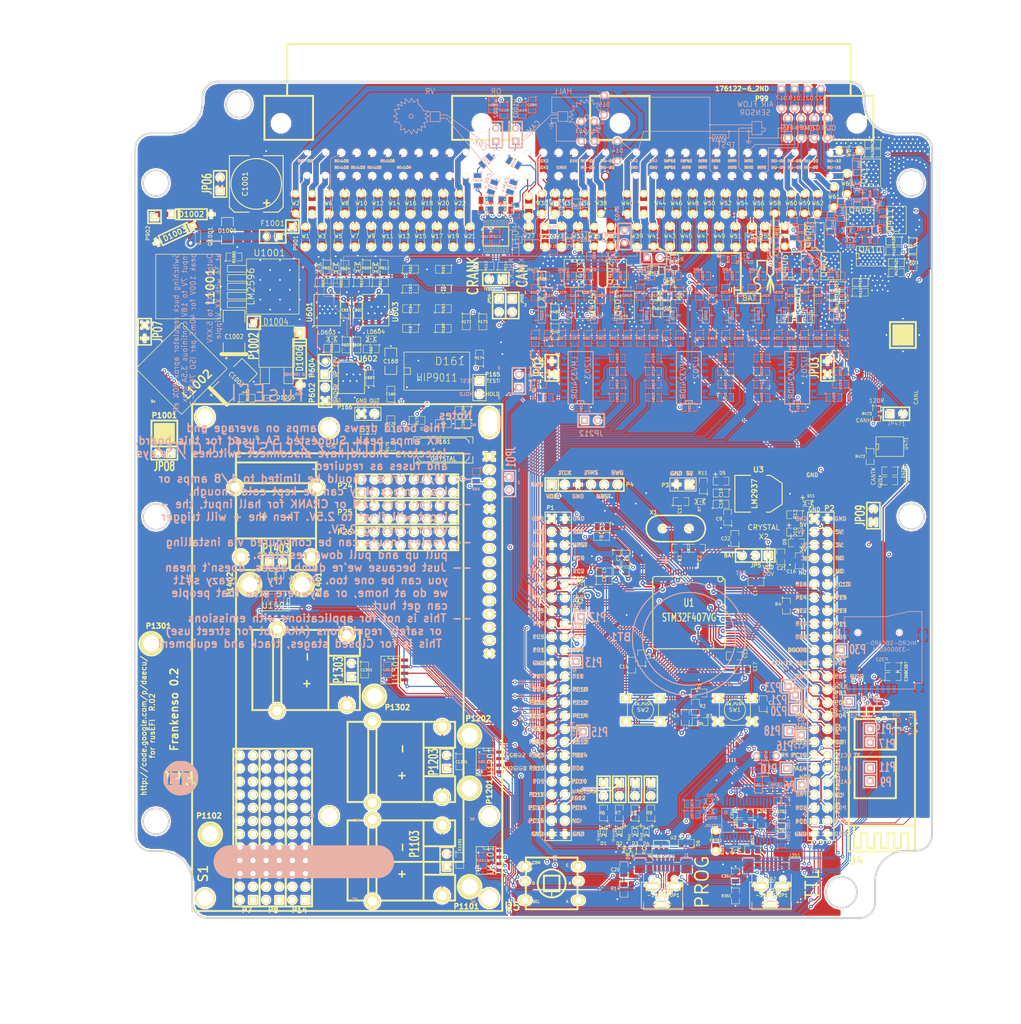
<source format=kicad_pcb>
(kicad_pcb (version 3) (host pcbnew "(2013-07-07 BZR 4022)-stable")
  (title_block (title Frankenso) (rev R.02) (company http://rusefi.com/))
  (layers (15 F.Cu signal) (2 PWR power hide) (1 GND power hide) (0 B.Cu signal) (18 B.Paste user) (19 F.Paste user) (20 B.SilkS user) (21 F.SilkS user) (22 B.Mask user) (23 F.Mask user) (28 Edge.Cuts user))
  (net 0 "")
  (net 1 /DD_HIP9011/5V)
  (net 2 /DD_HIP9011/CS)
  (net 3 /DD_HIP9011/INT/HLD)
  (net 4 /DD_HIP9011/INTOUT)
  (net 5 /DD_HIP9011/KNOCK1)
  (net 6 /DD_HIP9011/KNOCK2)
  (net 7 /DD_HIP9011/OUT)
  (net 8 /DD_HIP9011/TEST)
  (net 9 /HD44780_VCC)
  (net 10 /PWR_buck_12V_switcher/FB)
  (net 11 /PWR_buck_12V_switcher/OUT)
  (net 12 /PWR_buck_12V_switcher/VBAT)
  (net 13 /PWR_buck_12V_switcher/Vf)
  (net 14 /adc_amp_divider/INP1)
  (net 15 /adc_amp_divider/INP10)
  (net 16 /adc_amp_divider/INP11)
  (net 17 /adc_amp_divider/INP12)
  (net 18 /adc_amp_divider/INP2)
  (net 19 /adc_amp_divider/INP3)
  (net 20 /adc_amp_divider/INP4)
  (net 21 /adc_amp_divider/INP5)
  (net 22 /adc_amp_divider/INP6)
  (net 23 /adc_amp_divider/INP7)
  (net 24 /adc_amp_divider/INP8)
  (net 25 /adc_amp_divider/INP9)
  (net 26 /adc_amp_divider/OUT1)
  (net 27 /adc_amp_divider/OUT10)
  (net 28 /adc_amp_divider/OUT11)
  (net 29 /adc_amp_divider/OUT12)
  (net 30 /adc_amp_divider/OUT2)
  (net 31 /adc_amp_divider/OUT3)
  (net 32 /adc_amp_divider/OUT4)
  (net 33 /adc_amp_divider/OUT5)
  (net 34 /adc_amp_divider/OUT6)
  (net 35 /adc_amp_divider/OUT7)
  (net 36 /adc_amp_divider/OUT8)
  (net 37 /adc_amp_divider/OUT9)
  (net 38 /can_brd_1/3.3V)
  (net 39 /can_brd_1/CANH)
  (net 40 /can_brd_1/CANL)
  (net 41 /can_brd_1/CAN_RX)
  (net 42 /can_brd_1/CAN_TX)
  (net 43 /cps_vrs_io_1/CAM)
  (net 44 /cps_vrs_io_1/CAM+)
  (net 45 /cps_vrs_io_1/CAM-)
  (net 46 /cps_vrs_io_1/CRANK)
  (net 47 /cps_vrs_io_1/CRK2+)
  (net 48 /cps_vrs_io_1/CRK2-)
  (net 49 /hi-lo/12V)
  (net 50 /hi-lo/HL1)
  (net 51 /hi-lo/HL2)
  (net 52 /hi-lo/HL3)
  (net 53 /hi-lo/HL4)
  (net 54 /hi-lo/HL5)
  (net 55 /hi-lo/HL6)
  (net 56 /hi-lo/H_IN1)
  (net 57 /hi-lo/H_IN2)
  (net 58 /hi-lo/H_IN3)
  (net 59 /hi-lo/H_IN4)
  (net 60 /hi-lo/H_IN5)
  (net 61 /hi-lo/H_IN6)
  (net 62 /hi-lo/VP)
  (net 63 /inj_12ch/INJ-01)
  (net 64 /inj_12ch/INJ-01_2)
  (net 65 /inj_12ch/INJ-01_5V)
  (net 66 /inj_12ch/INJ-02)
  (net 67 /inj_12ch/INJ-02_5V)
  (net 68 /inj_12ch/INJ-03)
  (net 69 /inj_12ch/INJ-03_5V)
  (net 70 /inj_12ch/INJ-04)
  (net 71 /inj_12ch/INJ-04_5V)
  (net 72 /inj_12ch/INJ-05)
  (net 73 /inj_12ch/INJ-05_5V)
  (net 74 /inj_12ch/INJ-06)
  (net 75 /inj_12ch/INJ-06_5V)
  (net 76 /inj_12ch/INJ-07)
  (net 77 /inj_12ch/INJ-07_5V)
  (net 78 /inj_12ch/INJ-08)
  (net 79 /inj_12ch/INJ-08_5V)
  (net 80 /inj_12ch/INJ-09)
  (net 81 /inj_12ch/INJ-09_5V)
  (net 82 /inj_12ch/INJ-10)
  (net 83 /inj_12ch/INJ-10_5V)
  (net 84 /inj_12ch/INJ-11)
  (net 85 /inj_12ch/INJ-11_5V)
  (net 86 /inj_12ch/INJ-12)
  (net 87 /inj_12ch/INJ-12_5V)
  (net 88 /mmc_usb_1/CB2)
  (net 89 /mmc_usb_1/CB4)
  (net 90 /mmc_usb_1/CS_SD_MODULE)
  (net 91 /mmc_usb_1/D+)
  (net 92 /mmc_usb_1/D-)
  (net 93 /mmc_usb_1/FTVCC)
  (net 94 /mmc_usb_1/PWREN#)
  (net 95 /mmc_usb_1/RESET)
  (net 96 /mmc_usb_1/RI)
  (net 97 /mmc_usb_1/Vbus)
  (net 98 /mmc_usb_1/shield)
  (net 99 /stm32f407_board/5Vi)
  (net 100 /stm32f407_board/BOOT0)
  (net 101 /stm32f407_board/D+)
  (net 102 /stm32f407_board/D-)
  (net 103 /stm32f407_board/NRST)
  (net 104 /stm32f407_board/PA10)
  (net 105 /stm32f407_board/PA11)
  (net 106 /stm32f407_board/PA12)
  (net 107 /stm32f407_board/PA15)
  (net 108 /stm32f407_board/PA5)
  (net 109 /stm32f407_board/PA9)
  (net 110 /stm32f407_board/PB0)
  (net 111 /stm32f407_board/PB1)
  (net 112 /stm32f407_board/PB10)
  (net 113 /stm32f407_board/PB13)
  (net 114 /stm32f407_board/PB14)
  (net 115 /stm32f407_board/PB15)
  (net 116 /stm32f407_board/PB3)
  (net 117 /stm32f407_board/PB5)
  (net 118 /stm32f407_board/PC10)
  (net 119 /stm32f407_board/PC11)
  (net 120 /stm32f407_board/PC12)
  (net 121 /stm32f407_board/PC6)
  (net 122 /stm32f407_board/PC8)
  (net 123 /stm32f407_board/PD0)
  (net 124 /stm32f407_board/PD1)
  (net 125 /stm32f407_board/PD10)
  (net 126 /stm32f407_board/PD11)
  (net 127 /stm32f407_board/PD13)
  (net 128 /stm32f407_board/PD14)
  (net 129 /stm32f407_board/PD15)
  (net 130 /stm32f407_board/PD2)
  (net 131 /stm32f407_board/PD3)
  (net 132 /stm32f407_board/PD5)
  (net 133 /stm32f407_board/PD6)
  (net 134 /stm32f407_board/PD8)
  (net 135 /stm32f407_board/PD9)
  (net 136 /stm32f407_board/PE11)
  (net 137 /stm32f407_board/PE13)
  (net 138 /stm32f407_board/PE15)
  (net 139 /stm32f407_board/PE7)
  (net 140 /stm32f407_board/PE9)
  (net 141 /stm32f407_board/VDD)
  (net 142 /stm32f407_board/shield)
  (net 143 /thermocouple1//CS)
  (net 144 /thermocouple1/MISO)
  (net 145 /thermocouple1/TCPL+)
  (net 146 /thermocouple1/TCPL-)
  (net 147 /thermocouple2//CS)
  (net 148 /thermocouple2/TCPL+)
  (net 149 /thermocouple2/TCPL-)
  (net 150 /thermocouple3//CS)
  (net 151 /thermocouple3/TCPL+)
  (net 152 /thermocouple3/TCPL-)
  (net 153 /thermocouple4//CS)
  (net 154 /thermocouple4/TCPL+)
  (net 155 /thermocouple4/TCPL-)
  (net 156 GND)
  (net 157 N-00000225)
  (net 158 N-00000226)
  (net 159 N-00000227)
  (net 160 N-00000228)
  (net 161 N-00000229)
  (net 162 N-00000230)
  (net 163 N-00000231)
  (net 164 N-00000232)
  (net 165 N-00000233)
  (net 166 N-00000234)
  (net 167 N-00000236)
  (net 168 N-00000240)
  (net 169 N-00000243)
  (net 170 N-00000245)
  (net 171 N-00000247)
  (net 172 N-00000248)
  (net 173 N-00000249)
  (net 174 N-00000251)
  (net 175 N-00000253)
  (net 176 N-00000255)
  (net 177 N-00000260)
  (net 178 N-00000261)
  (net 179 N-00000262)
  (net 180 N-00000264)
  (net 181 N-00000266)
  (net 182 N-00000268)
  (net 183 N-00000270)
  (net 184 N-00000272)
  (net 185 N-00000273)
  (net 186 N-00000274)
  (net 187 N-00000275)
  (net 188 N-00000279)
  (net 189 N-00000281)
  (net 190 N-00000283)
  (net 191 N-00000285)
  (net 192 N-00000286)
  (net 193 N-00000288)
  (net 194 N-00000289)
  (net 195 N-00000291)
  (net 196 N-00000318)
  (net 197 N-00000320)
  (net 198 N-00000321)
  (net 199 N-00000322)
  (net 200 N-00000323)
  (net 201 N-00000324)
  (net 202 N-00000325)
  (net 203 N-00000326)
  (net 204 N-00000327)
  (net 205 N-00000330)
  (net 206 N-00000331)
  (net 207 N-00000333)
  (net 208 N-00000334)
  (net 209 N-00000336)
  (net 210 N-00000339)
  (net 211 N-00000341)
  (net 212 N-00000343)
  (net 213 N-00000345)
  (net 214 N-00000347)
  (net 215 N-00000349)
  (net 216 N-00000351)
  (net 217 N-00000353)
  (net 218 N-00000362)
  (net 219 N-00000363)
  (net 220 N-00000364)
  (net 221 N-00000365)
  (net 222 N-00000366)
  (net 223 N-00000367)
  (net 224 N-00000368)
  (net 225 N-00000369)
  (net 226 N-00000370)
  (net 227 N-00000371)
  (net 228 N-00000372)
  (net 229 N-00000373)
  (net 230 N-00000374)
  (net 231 N-00000375)
  (net 232 N-00000376)
  (net 233 N-00000377)
  (net 234 N-00000378)
  (net 235 N-00000379)
  (net 236 N-00000380)
  (net 237 N-00000381)
  (net 238 N-00000382)
  (net 239 N-00000383)
  (net 240 N-00000384)
  (net 241 N-00000385)
  (net 242 N-00000386)
  (net 243 N-00000387)
  (net 244 N-00000388)
  (net 245 N-00000389)
  (net 246 N-00000390)
  (net 247 N-00000391)
  (net 248 N-00000393)
  (net 249 N-00000394)
  (net 250 N-00000395)
  (net 251 N-00000396)
  (net 252 N-00000397)
  (net 253 N-00000398)
  (net 254 N-00000400)
  (net 255 N-00000401)
  (net 256 N-00000404)
  (net 257 N-00000405)
  (net 258 N-00000406)
  (net 259 N-00000407)
  (net 260 N-00000408)
  (net 261 N-00000411)
  (net 262 N-00000412)
  (net 263 N-00000413)
  (net 264 N-00000414)
  (net 265 N-00000415)
  (net 266 N-00000418)
  (net 267 N-00000421)
  (net 268 N-00000424)
  (net 269 N-00000425)
  (net 270 N-00000428)
  (net 271 N-00000429)
  (net 272 N-00000435)
  (net 273 N-00000438)
  (net 274 N-00000439)
  (net 275 N-00000440)
  (net 276 N-00000443)
  (net 277 N-00000444)
  (net 278 N-00000445)
  (net 279 N-00000446)
  (net 280 N-00000447)
  (net 281 N-00000448)
  (net 282 N-00000449)
  (net 283 N-00000450)
  (net 284 N-00000451)
  (net 285 N-00000452)
  (net 286 N-00000453)
  (net 287 N-00000454)
  (net 288 N-00000455)
  (net 289 N-00000456)
  (net 290 N-00000457)
  (net 291 N-00000458)
  (net 292 N-00000463)
  (net 293 N-00000466)
  (net 294 N-00000467)
  (net 295 N-00000468)
  (net 296 N-00000469)
  (net 297 N-00000471)
  (net 298 N-00000481)
  (net 299 N-00000482)
  (net 300 N-00000492)
  (net 301 N-00000493)
  (net 302 N-00000495)
  (net 303 N-00000496)
  (net 304 N-00000497)
  (net 305 N-00000500)
  (net 306 N-00000501)
  (net 307 N-00000502)
  (net 308 N-00000503)
  (net 309 N-00000504)
  (net 310 N-00000505)
  (net 311 N-00000506)
  (net 312 N-00000509)
  (net 313 N-00000510)
  (net 314 N-00000511)
  (net 315 N-00000512)
  (net 316 N-00000513)
  (net 317 N-00000514)
  (net 318 N-00000515)
  (net 319 N-00000516)
  (net 320 N-00000519)
  (net 321 N-00000523)
  (net 322 N-00000524)
  (net 323 N-00000525)
  (net 324 N-00000527)
  (net 325 N-00000528)
  (net 326 N-00000529)
  (net 327 N-00000530)
  (net 328 N-00000531)
  (net 329 N-00000532)
  (net 330 N-00000535)
  (net 331 N-00000536)
  (net 332 N-00000537)
  (net 333 N-00000541)
  (net 334 N-00000546)
  (net 335 N-00000549)
  (net 336 N-00000550)
  (net 337 N-00000551)
  (net 338 N-00000552)
  (net 339 N-00000556)
  (net 340 N-00000557)
  (net 341 N-00000558)
  (net 342 N-00000559)
  (net 343 N-00000560)
  (net 344 N-00000561)
  (net 345 N-00000562)
  (net 346 N-00000563)
  (net 347 N-00000564)
  (net 348 N-00000568)
  (net 349 N-00000569)
  (net 350 N-00000570)
  (net 351 N-00000572)
  (net 352 N-00000573)
  (net 353 N-00000575)
  (net 354 N-00000584)
  (net 355 N-00000585)
  (net 356 N-00000586)
  (net 357 N-00000587)
  (net 358 N-00000588)
  (module DISPLAY_4x20_BL (layer F.Cu) (at 176.53 106.045 270)
    (fp_text reference S1 (at 88.265 55.372 270) (layer F.SilkS) (effects (font (size 1.778 1.778) (thickness 0.3048))))
    (fp_text value DISPLAY_BL hide)
    (pad "" thru_hole circle (at 2.12 31 270) (size 3.81 3.81) (drill 3.048) (layers *.Cu *.Mask F.SilkS))
    (pad "" thru_hole circle (at 77.12 31 270) (size 3.81 3.81) (drill 3.048) (layers *.Cu *.Mask F.SilkS))
    (pad "" thru_hole circle (at 77.12 0 270) (size 3.81 3.81) (drill 3.048) (layers *.Cu *.Mask F.SilkS))
    (pad A thru_hole oval (at 43.18 0 270) (size 1.651 2.159) (drill 1.016) (layers *.Cu *.Mask F.SilkS) (net 9 /HD44780_VCC))
    (pad K thru_hole oval (at 45.72 0 270) (size 1.651 2.159) (drill 1.016) (layers *.Cu *.Mask F.SilkS) (net 156 GND))
    (pad 1 thru_hole rect (at 7.62 0 270) (size 1.651 2.159) (drill 1.016) (layers *.Cu *.Mask F.SilkS) (net 156 GND))
    (pad 2 thru_hole oval (at 10.16 0 270) (size 1.651 2.159) (drill 1.016) (layers *.Cu *.Mask F.SilkS) (net 9 /HD44780_VCC))
    (pad 3 thru_hole oval (at 12.7 0 270) (size 1.651 2.159) (drill 1.016) (layers *.Cu *.Mask F.SilkS) (net 178 N-00000261))
    (pad 4 thru_hole oval (at 15.24 0 270) (size 1.651 2.159) (drill 1.016) (layers *.Cu *.Mask F.SilkS) (net 139 /stm32f407_board/PE7))
    (pad 5 thru_hole oval (at 17.78 0 270) (size 1.651 2.159) (drill 1.016) (layers *.Cu *.Mask F.SilkS) (net 156 GND))
    (pad 6 thru_hole oval (at 20.32 0 270) (size 1.651 2.159) (drill 1.016) (layers *.Cu *.Mask F.SilkS) (net 140 /stm32f407_board/PE9))
    (pad 7 thru_hole oval (at 22.86 0 270) (size 1.651 2.159) (drill 1.016) (layers *.Cu *.Mask F.SilkS))
    (pad 8 thru_hole oval (at 25.4 0 270) (size 1.651 2.159) (drill 1.016) (layers *.Cu *.Mask F.SilkS))
    (pad 9 thru_hole oval (at 27.94 0 270) (size 1.651 2.159) (drill 1.016) (layers *.Cu *.Mask F.SilkS))
    (pad 10 thru_hole oval (at 30.48 0 270) (size 1.651 2.159) (drill 1.016) (layers *.Cu *.Mask F.SilkS))
    (pad 11 thru_hole oval (at 33.02 0 270) (size 1.651 2.159) (drill 1.016) (layers *.Cu *.Mask F.SilkS) (net 136 /stm32f407_board/PE11))
    (pad 12 thru_hole oval (at 35.56 0 270) (size 1.651 2.159) (drill 1.016) (layers *.Cu *.Mask F.SilkS) (net 137 /stm32f407_board/PE13))
    (pad 13 thru_hole oval (at 38.1 0 270) (size 1.651 2.159) (drill 1.016) (layers *.Cu *.Mask F.SilkS) (net 138 /stm32f407_board/PE15))
    (pad 14 thru_hole oval (at 40.64 0 270) (size 1.651 2.159) (drill 1.016) (layers *.Cu *.Mask F.SilkS) (net 112 /stm32f407_board/PB10))
    (pad "" thru_hole oval (at 1.06 0 270) (size 6 3.81) (drill oval 5.02 3.048) (layers *.Cu *.Mask F.SilkS))
    (pad "" thru_hole circle (at 92.99956 0 270) (size 3.81 3.81) (drill 3.048) (layers *.Cu *.Mask F.SilkS))
    (pad "" thru_hole circle (at 0 55.0037 270) (size 3.81 3.81) (drill 3.048) (layers *.Cu *.Mask F.SilkS))
    (pad "" thru_hole circle (at 92.99956 55.00116 270) (size 3.81 3.81) (drill 3.048) (layers *.Cu *.Mask F.SilkS))
  )
  (module TQFP_100 (layer F.Cu) (at 215.138 143.85036)
    (fp_text reference U1 (at 0 -1.905) (layer F.SilkS) (effects (font (size 1.524 1.016) (thickness 0.2032))))
    (fp_text value STM32F407VG (at 0.0254 0.9398) (layer F.SilkS) (effects (font (size 1.524 1.016) (thickness 0.2032))))
    (pad 100 smd rect (at 7.747 -5.9944) (size 1.016 0.254) (layers F.Cu F.Paste F.Mask) (net 141 /stm32f407_board/VDD))
    (pad 76 smd rect (at 7.747 5.9944) (size 1.016 0.254) (layers F.Cu F.Paste F.Mask) (net 147 /thermocouple2//CS))
    (pad 77 smd rect (at 7.747 5.4864) (size 1.016 0.254) (layers F.Cu F.Paste F.Mask) (net 107 /stm32f407_board/PA15))
    (pad 78 smd rect (at 7.747 5.0038) (size 1.016 0.254) (layers F.Cu F.Paste F.Mask) (net 118 /stm32f407_board/PC10))
    (pad 79 smd rect (at 7.747 4.4958) (size 1.016 0.254) (layers F.Cu F.Paste F.Mask) (net 119 /stm32f407_board/PC11))
    (pad 80 smd rect (at 7.747 3.9878) (size 1.016 0.254) (layers F.Cu F.Paste F.Mask) (net 120 /stm32f407_board/PC12))
    (pad 81 smd rect (at 7.747 3.5052) (size 1.016 0.254) (layers F.Cu F.Paste F.Mask) (net 123 /stm32f407_board/PD0))
    (pad 82 smd rect (at 7.747 2.9972) (size 1.016 0.254) (layers F.Cu F.Paste F.Mask) (net 124 /stm32f407_board/PD1))
    (pad 83 smd rect (at 7.747 2.4892) (size 1.016 0.254) (layers F.Cu F.Paste F.Mask) (net 130 /stm32f407_board/PD2))
    (pad 84 smd rect (at 7.747 2.0066) (size 1.016 0.254) (layers F.Cu F.Paste F.Mask) (net 131 /stm32f407_board/PD3))
    (pad 85 smd rect (at 7.747 1.4986) (size 1.016 0.254) (layers F.Cu F.Paste F.Mask) (net 90 /mmc_usb_1/CS_SD_MODULE))
    (pad 86 smd rect (at 7.747 0.9906) (size 1.016 0.254) (layers F.Cu F.Paste F.Mask) (net 132 /stm32f407_board/PD5))
    (pad 87 smd rect (at 7.747 0.4826) (size 1.016 0.254) (layers F.Cu F.Paste F.Mask) (net 133 /stm32f407_board/PD6))
    (pad 88 smd rect (at 7.747 0) (size 1.016 0.254) (layers F.Cu F.Paste F.Mask) (net 69 /inj_12ch/INJ-03_5V))
    (pad 89 smd rect (at 7.747 -0.508) (size 1.016 0.254) (layers F.Cu F.Paste F.Mask) (net 116 /stm32f407_board/PB3))
    (pad 90 smd rect (at 7.747 -1.016) (size 1.016 0.254) (layers F.Cu F.Paste F.Mask) (net 144 /thermocouple1/MISO))
    (pad 91 smd rect (at 7.747 -1.4986) (size 1.016 0.254) (layers F.Cu F.Paste F.Mask) (net 117 /stm32f407_board/PB5))
    (pad 92 smd rect (at 7.747 -2.0066) (size 1.016 0.254) (layers F.Cu F.Paste F.Mask) (net 42 /can_brd_1/CAN_TX))
    (pad 93 smd rect (at 7.747 -2.5146) (size 1.016 0.254) (layers F.Cu F.Paste F.Mask) (net 87 /inj_12ch/INJ-12_5V))
    (pad 94 smd rect (at 7.747 -2.9972) (size 1.016 0.254) (layers F.Cu F.Paste F.Mask) (net 100 /stm32f407_board/BOOT0))
    (pad 95 smd rect (at 7.747 -3.5052) (size 1.016 0.254) (layers F.Cu F.Paste F.Mask) (net 85 /inj_12ch/INJ-11_5V))
    (pad 96 smd rect (at 7.747 -4.0132) (size 1.016 0.254) (layers F.Cu F.Paste F.Mask) (net 81 /inj_12ch/INJ-09_5V))
    (pad 97 smd rect (at 7.747 -4.4958) (size 1.016 0.254) (layers F.Cu F.Paste F.Mask) (net 83 /inj_12ch/INJ-10_5V))
    (pad 98 smd rect (at 7.747 -5.0038) (size 1.016 0.254) (layers F.Cu F.Paste F.Mask) (net 77 /inj_12ch/INJ-07_5V))
    (pad 99 smd rect (at 7.747 -5.5118) (size 1.016 0.254) (layers F.Cu F.Paste F.Mask) (net 156 GND))
    (pad 75 smd rect (at 5.9944 7.747) (size 0.254 1.016) (layers F.Cu F.Paste F.Mask) (net 141 /stm32f407_board/VDD))
    (pad 51 smd rect (at -5.9944 7.747) (size 0.254 1.016) (layers F.Cu F.Paste F.Mask) (net 143 /thermocouple1//CS))
    (pad 52 smd rect (at -5.4864 7.747) (size 0.254 1.016) (layers F.Cu F.Paste F.Mask) (net 113 /stm32f407_board/PB13))
    (pad 53 smd rect (at -5.0038 7.747) (size 0.254 1.016) (layers F.Cu F.Paste F.Mask) (net 114 /stm32f407_board/PB14))
    (pad 54 smd rect (at -4.4958 7.747) (size 0.254 1.016) (layers F.Cu F.Paste F.Mask) (net 115 /stm32f407_board/PB15))
    (pad 55 smd rect (at -3.9878 7.747) (size 0.254 1.016) (layers F.Cu F.Paste F.Mask) (net 134 /stm32f407_board/PD8))
    (pad 56 smd rect (at -3.5052 7.747) (size 0.254 1.016) (layers F.Cu F.Paste F.Mask) (net 135 /stm32f407_board/PD9))
    (pad 57 smd rect (at -2.9972 7.747) (size 0.254 1.016) (layers F.Cu F.Paste F.Mask) (net 125 /stm32f407_board/PD10))
    (pad 58 smd rect (at -2.4892 7.747) (size 0.254 1.016) (layers F.Cu F.Paste F.Mask) (net 126 /stm32f407_board/PD11))
    (pad 59 smd rect (at -2.0066 7.747) (size 0.254 1.016) (layers F.Cu F.Paste F.Mask) (net 41 /can_brd_1/CAN_RX))
    (pad 60 smd rect (at -1.4986 7.747) (size 0.254 1.016) (layers F.Cu F.Paste F.Mask) (net 127 /stm32f407_board/PD13))
    (pad 61 smd rect (at -0.9906 7.747) (size 0.254 1.016) (layers F.Cu F.Paste F.Mask) (net 128 /stm32f407_board/PD14))
    (pad 62 smd rect (at -0.4826 7.747) (size 0.254 1.016) (layers F.Cu F.Paste F.Mask) (net 129 /stm32f407_board/PD15))
    (pad 63 smd rect (at 0 7.747) (size 0.254 1.016) (layers F.Cu F.Paste F.Mask) (net 121 /stm32f407_board/PC6))
    (pad 64 smd rect (at 0.508 7.747) (size 0.254 1.016) (layers F.Cu F.Paste F.Mask) (net 56 /hi-lo/H_IN1))
    (pad 65 smd rect (at 1.016 7.747) (size 0.254 1.016) (layers F.Cu F.Paste F.Mask) (net 122 /stm32f407_board/PC8))
    (pad 66 smd rect (at 1.4986 7.747) (size 0.254 1.016) (layers F.Cu F.Paste F.Mask) (net 58 /hi-lo/H_IN3))
    (pad 67 smd rect (at 2.0066 7.747) (size 0.254 1.016) (layers F.Cu F.Paste F.Mask) (net 150 /thermocouple3//CS))
    (pad 68 smd rect (at 2.5146 7.747) (size 0.254 1.016) (layers F.Cu F.Paste F.Mask) (net 109 /stm32f407_board/PA9))
    (pad 69 smd rect (at 2.9972 7.747) (size 0.254 1.016) (layers F.Cu F.Paste F.Mask) (net 104 /stm32f407_board/PA10))
    (pad 70 smd rect (at 3.5052 7.747) (size 0.254 1.016) (layers F.Cu F.Paste F.Mask) (net 105 /stm32f407_board/PA11))
    (pad 71 smd rect (at 4.0132 7.747) (size 0.254 1.016) (layers F.Cu F.Paste F.Mask) (net 106 /stm32f407_board/PA12))
    (pad 72 smd rect (at 4.4958 7.747) (size 0.254 1.016) (layers F.Cu F.Paste F.Mask) (net 153 /thermocouple4//CS))
    (pad 73 smd rect (at 5.0038 7.747) (size 0.254 1.016) (layers F.Cu F.Paste F.Mask) (net 355 N-00000585))
    (pad 74 smd rect (at 5.5118 7.747) (size 0.254 1.016) (layers F.Cu F.Paste F.Mask) (net 156 GND))
    (pad 1 smd rect (at 5.9944 -7.747) (size 0.254 1.016) (layers F.Cu F.Paste F.Mask) (net 79 /inj_12ch/INJ-08_5V))
    (pad 2 smd rect (at 5.4864 -7.747) (size 0.254 1.016) (layers F.Cu F.Paste F.Mask) (net 73 /inj_12ch/INJ-05_5V))
    (pad 3 smd rect (at 5.0038 -7.747) (size 0.254 1.016) (layers F.Cu F.Paste F.Mask) (net 75 /inj_12ch/INJ-06_5V))
    (pad 4 smd rect (at 4.4958 -7.747) (size 0.254 1.016) (layers F.Cu F.Paste F.Mask) (net 67 /inj_12ch/INJ-02_5V))
    (pad 5 smd rect (at 3.9878 -7.747) (size 0.254 1.016) (layers F.Cu F.Paste F.Mask) (net 65 /inj_12ch/INJ-01_5V))
    (pad 6 smd rect (at 3.5052 -7.747) (size 0.254 1.016) (layers F.Cu F.Paste F.Mask) (net 338 N-00000552))
    (pad 7 smd rect (at 2.9972 -7.747) (size 0.254 1.016) (layers F.Cu F.Paste F.Mask) (net 71 /inj_12ch/INJ-04_5V))
    (pad 8 smd rect (at 2.4892 -7.747) (size 0.254 1.016) (layers F.Cu F.Paste F.Mask) (net 349 N-00000569))
    (pad 9 smd rect (at 2.0066 -7.747) (size 0.254 1.016) (layers F.Cu F.Paste F.Mask) (net 348 N-00000568))
    (pad 10 smd rect (at 1.4986 -7.747) (size 0.254 1.016) (layers F.Cu F.Paste F.Mask) (net 156 GND))
    (pad 11 smd rect (at 0.9906 -7.747) (size 0.254 1.016) (layers F.Cu F.Paste F.Mask) (net 141 /stm32f407_board/VDD))
    (pad 12 smd rect (at 0.4826 -7.747) (size 0.254 1.016) (layers F.Cu F.Paste F.Mask) (net 350 N-00000570))
    (pad 13 smd rect (at 0 -7.747) (size 0.254 1.016) (layers F.Cu F.Paste F.Mask) (net 354 N-00000584))
    (pad 14 smd rect (at -0.508 -7.747) (size 0.254 1.016) (layers F.Cu F.Paste F.Mask) (net 103 /stm32f407_board/NRST))
    (pad 15 smd rect (at -1.016 -7.747) (size 0.254 1.016) (layers F.Cu F.Paste F.Mask) (net 7 /DD_HIP9011/OUT))
    (pad 16 smd rect (at -1.4986 -7.747) (size 0.254 1.016) (layers F.Cu F.Paste F.Mask) (net 30 /adc_amp_divider/OUT2))
    (pad 17 smd rect (at -2.0066 -7.747) (size 0.254 1.016) (layers F.Cu F.Paste F.Mask) (net 26 /adc_amp_divider/OUT1))
    (pad 18 smd rect (at -2.5146 -7.747) (size 0.254 1.016) (layers F.Cu F.Paste F.Mask) (net 32 /adc_amp_divider/OUT4))
    (pad 19 smd rect (at -2.9972 -7.747) (size 0.254 1.016) (layers F.Cu F.Paste F.Mask) (net 141 /stm32f407_board/VDD))
    (pad 20 smd rect (at -3.5052 -7.747) (size 0.254 1.016) (layers F.Cu F.Paste F.Mask) (net 156 GND))
    (pad 21 smd rect (at -4.0132 -7.747) (size 0.254 1.016) (layers F.Cu F.Paste F.Mask) (net 335 N-00000549))
    (pad 22 smd rect (at -4.4958 -7.747) (size 0.254 1.016) (layers F.Cu F.Paste F.Mask) (net 358 N-00000588))
    (pad 23 smd rect (at -5.0038 -7.747) (size 0.254 1.016) (layers F.Cu F.Paste F.Mask) (net 31 /adc_amp_divider/OUT3))
    (pad 24 smd rect (at -5.5118 -7.747) (size 0.254 1.016) (layers F.Cu F.Paste F.Mask) (net 34 /adc_amp_divider/OUT6))
    (pad 25 smd rect (at -5.9944 -7.747) (size 0.254 1.016) (layers F.Cu F.Paste F.Mask) (net 33 /adc_amp_divider/OUT5))
    (pad 26 smd rect (at -7.747 -5.9944) (size 1.016 0.254) (layers F.Cu F.Paste F.Mask) (net 36 /adc_amp_divider/OUT8))
    (pad 27 smd rect (at -7.747 -5.4864) (size 1.016 0.254) (layers F.Cu F.Paste F.Mask) (net 156 GND))
    (pad 28 smd rect (at -7.747 -5.0038) (size 1.016 0.254) (layers F.Cu F.Paste F.Mask) (net 141 /stm32f407_board/VDD))
    (pad 29 smd rect (at -7.747 -4.4958) (size 1.016 0.254) (layers F.Cu F.Paste F.Mask) (net 35 /adc_amp_divider/OUT7))
    (pad 30 smd rect (at -7.747 -3.9878) (size 1.016 0.254) (layers F.Cu F.Paste F.Mask) (net 108 /stm32f407_board/PA5))
    (pad 31 smd rect (at -7.747 -3.5052) (size 1.016 0.254) (layers F.Cu F.Paste F.Mask) (net 27 /adc_amp_divider/OUT10))
    (pad 32 smd rect (at -7.747 -2.9972) (size 1.016 0.254) (layers F.Cu F.Paste F.Mask) (net 37 /adc_amp_divider/OUT9))
    (pad 33 smd rect (at -7.747 -2.4892) (size 1.016 0.254) (layers F.Cu F.Paste F.Mask) (net 29 /adc_amp_divider/OUT12))
    (pad 34 smd rect (at -7.747 -2.0066) (size 1.016 0.254) (layers F.Cu F.Paste F.Mask) (net 28 /adc_amp_divider/OUT11))
    (pad 35 smd rect (at -7.747 -1.4986) (size 1.016 0.254) (layers F.Cu F.Paste F.Mask) (net 110 /stm32f407_board/PB0))
    (pad 36 smd rect (at -7.747 -0.9906) (size 1.016 0.254) (layers F.Cu F.Paste F.Mask) (net 111 /stm32f407_board/PB1))
    (pad 37 smd rect (at -7.747 -0.4826) (size 1.016 0.254) (layers F.Cu F.Paste F.Mask) (net 156 GND))
    (pad 38 smd rect (at -7.747 0) (size 1.016 0.254) (layers F.Cu F.Paste F.Mask) (net 139 /stm32f407_board/PE7))
    (pad 39 smd rect (at -7.747 0.508) (size 1.016 0.254) (layers F.Cu F.Paste F.Mask) (net 60 /hi-lo/H_IN5))
    (pad 40 smd rect (at -7.747 1.016) (size 1.016 0.254) (layers F.Cu F.Paste F.Mask) (net 140 /stm32f407_board/PE9))
    (pad 41 smd rect (at -7.747 1.4986) (size 1.016 0.254) (layers F.Cu F.Paste F.Mask) (net 61 /hi-lo/H_IN6))
    (pad 42 smd rect (at -7.747 2.0066) (size 1.016 0.254) (layers F.Cu F.Paste F.Mask) (net 136 /stm32f407_board/PE11))
    (pad 43 smd rect (at -7.747 2.5146) (size 1.016 0.254) (layers F.Cu F.Paste F.Mask) (net 59 /hi-lo/H_IN4))
    (pad 44 smd rect (at -7.747 2.9972) (size 1.016 0.254) (layers F.Cu F.Paste F.Mask) (net 137 /stm32f407_board/PE13))
    (pad 45 smd rect (at -7.747 3.5052) (size 1.016 0.254) (layers F.Cu F.Paste F.Mask) (net 57 /hi-lo/H_IN2))
    (pad 46 smd rect (at -7.747 4.0132) (size 1.016 0.254) (layers F.Cu F.Paste F.Mask) (net 138 /stm32f407_board/PE15))
    (pad 47 smd rect (at -7.747 4.4958) (size 1.016 0.254) (layers F.Cu F.Paste F.Mask) (net 112 /stm32f407_board/PB10))
    (pad 48 smd rect (at -7.747 5.0038) (size 1.016 0.254) (layers F.Cu F.Paste F.Mask) (net 3 /DD_HIP9011/INT/HLD))
    (pad 49 smd rect (at -7.747 5.5118) (size 1.016 0.254) (layers F.Cu F.Paste F.Mask) (net 356 N-00000586))
    (pad 50 smd rect (at -7.747 5.9944) (size 1.016 0.254) (layers F.Cu F.Paste F.Mask) (net 141 /stm32f407_board/VDD))
    (pad NC1 smd circle (at 7.62 -7.62) (size 0.508 0.508) (layers F.Cu F.Mask))
  )
  (module maxim-10-QSOP16 (layer F.Cu) (at 177.8 71.12)
    (fp_text reference U101 (at 3.81 0 90) (layer F.SilkS) (effects (font (size 1.27 1.27) (thickness 0.0889))))
    (fp_text value MAX9926/9927 hide)
    (pad 1 smd rect (at -2.2225 2.68986) (size 0.44958 1.4986) (layers F.Cu F.Paste F.Mask) (net 156 GND))
    (pad 2 smd rect (at -1.5875 2.68986) (size 0.44958 1.4986) (layers F.Cu F.Paste F.Mask))
    (pad 3 smd rect (at -0.9525 2.68986) (size 0.44958 1.4986) (layers F.Cu F.Paste F.Mask) (net 156 GND))
    (pad 4 smd rect (at -0.3175 2.68986) (size 0.44958 1.4986) (layers F.Cu F.Paste F.Mask) (net 46 /cps_vrs_io_1/CRANK))
    (pad 5 smd rect (at 0.3175 2.68986) (size 0.44958 1.4986) (layers F.Cu F.Paste F.Mask) (net 43 /cps_vrs_io_1/CAM))
    (pad 6 smd rect (at 0.9525 2.68986) (size 0.44958 1.4986) (layers F.Cu F.Paste F.Mask) (net 156 GND))
    (pad 7 smd rect (at 1.5875 2.68986) (size 0.44958 1.4986) (layers F.Cu F.Paste F.Mask))
    (pad 8 smd rect (at 2.2225 2.68986) (size 0.44958 1.4986) (layers F.Cu F.Paste F.Mask) (net 156 GND))
    (pad 9 smd rect (at 2.2225 -2.68986) (size 0.44958 1.4986) (layers F.Cu F.Paste F.Mask) (net 307 N-00000502))
    (pad 10 smd rect (at 1.5875 -2.68986) (size 0.44958 1.4986) (layers F.Cu F.Paste F.Mask) (net 305 N-00000500))
    (pad 11 smd rect (at 0.9525 -2.68986) (size 0.44958 1.4986) (layers F.Cu F.Paste F.Mask) (net 156 GND))
    (pad 12 smd rect (at 0.3175 -2.68986) (size 0.44958 1.4986) (layers F.Cu F.Paste F.Mask) (net 156 GND))
    (pad 13 smd rect (at -0.3175 -2.68986) (size 0.44958 1.4986) (layers F.Cu F.Paste F.Mask) (net 156 GND))
    (pad 14 smd rect (at -0.9525 -2.68986) (size 0.44958 1.4986) (layers F.Cu F.Paste F.Mask) (net 1 /DD_HIP9011/5V))
    (pad 15 smd rect (at -1.5875 -2.68986) (size 0.44958 1.4986) (layers F.Cu F.Paste F.Mask) (net 308 N-00000503))
    (pad 16 smd rect (at -2.2225 -2.68986) (size 0.44958 1.4986) (layers F.Cu F.Paste F.Mask) (net 309 N-00000504))
    (pad NC smd circle (at -3.048 -1.524) (size 0.508 0.508) (layers F.Cu F.Mask))
  )
  (module SM0805_jumper (layer F.Cu) (at 198.12 64.77 90)
    (fp_text reference W38 (at 0.0635 0 180) (layer F.SilkS) (effects (font (size 0.762 0.762) (thickness 0.127))))
    (fp_text value TEST hide)
    (pad 1 smd rect (at -0.9525 0 90) (size 0.889 1.397) (layers F.Cu F.Paste F.Mask) (net 64 /inj_12ch/INJ-01_2))
    (pad 2 smd rect (at 0.9525 0 90) (size 0.889 1.397) (layers F.Cu F.Paste F.Mask) (net 159 N-00000227))
    (pad 2 thru_hole circle (at 1.905 0 90) (size 1.524 1.524) (drill 0.8128) (layers *.Cu *.Mask F.SilkS) (net 159 N-00000227))
    (pad 1 thru_hole circle (at -1.905 0 90) (size 1.524 1.524) (drill 0.8128) (layers *.Cu *.Mask F.SilkS) (net 64 /inj_12ch/INJ-01_2))
    (pad 2 smd rect (at 1.27 0 90) (size 1.524 0.2032) (layers F.Cu F.Paste F.Mask) (net 159 N-00000227))
    (pad 1 smd rect (at -1.27 0 90) (size 1.524 0.2032) (layers F.Cu F.Paste F.Mask) (net 64 /inj_12ch/INJ-01_2))
  )
  (module SM0805_jumper (layer F.Cu) (at 154.94 64.77 90)
    (fp_text reference W12 (at 0.0635 0 180) (layer F.SilkS) (effects (font (size 0.762 0.762) (thickness 0.127))))
    (fp_text value TEST hide)
    (pad 1 smd rect (at -0.9525 0 90) (size 0.889 1.397) (layers F.Cu F.Paste F.Mask) (net 55 /hi-lo/HL6))
    (pad 2 smd rect (at 0.9525 0 90) (size 0.889 1.397) (layers F.Cu F.Paste F.Mask) (net 211 N-00000341))
    (pad 2 thru_hole circle (at 1.905 0 90) (size 1.524 1.524) (drill 0.8128) (layers *.Cu *.Mask F.SilkS) (net 211 N-00000341))
    (pad 1 thru_hole circle (at -1.905 0 90) (size 1.524 1.524) (drill 0.8128) (layers *.Cu *.Mask F.SilkS) (net 55 /hi-lo/HL6))
    (pad 2 smd rect (at 1.27 0 90) (size 1.524 0.2032) (layers F.Cu F.Paste F.Mask) (net 211 N-00000341))
    (pad 1 smd rect (at -1.27 0 90) (size 1.524 0.2032) (layers F.Cu F.Paste F.Mask) (net 55 /hi-lo/HL6))
  )
  (module SM0805_jumper (layer F.Cu) (at 151.765 64.77 90)
    (fp_text reference W10 (at 0.0635 0 180) (layer F.SilkS) (effects (font (size 0.762 0.762) (thickness 0.127))))
    (fp_text value TEST hide)
    (pad 1 smd rect (at -0.9525 0 90) (size 0.889 1.397) (layers F.Cu F.Paste F.Mask))
    (pad 2 smd rect (at 0.9525 0 90) (size 0.889 1.397) (layers F.Cu F.Paste F.Mask) (net 213 N-00000345))
    (pad 2 thru_hole circle (at 1.905 0 90) (size 1.524 1.524) (drill 0.8128) (layers *.Cu *.Mask F.SilkS) (net 213 N-00000345))
    (pad 1 thru_hole circle (at -1.905 0 90) (size 1.524 1.524) (drill 0.8128) (layers *.Cu *.Mask F.SilkS))
    (pad 2 smd rect (at 1.27 0 90) (size 1.524 0.2032) (layers F.Cu F.Paste F.Mask) (net 213 N-00000345))
    (pad 1 smd rect (at -1.27 0 90) (size 1.524 0.2032) (layers F.Cu F.Paste F.Mask))
  )
  (module SM0805_jumper (layer F.Cu) (at 148.59 64.77 90)
    (fp_text reference W8 (at 0.0635 0 180) (layer F.SilkS) (effects (font (size 0.762 0.762) (thickness 0.127))))
    (fp_text value TEST hide)
    (pad 1 smd rect (at -0.9525 0 90) (size 0.889 1.397) (layers F.Cu F.Paste F.Mask) (net 51 /hi-lo/HL2))
    (pad 2 smd rect (at 0.9525 0 90) (size 0.889 1.397) (layers F.Cu F.Paste F.Mask) (net 215 N-00000349))
    (pad 2 thru_hole circle (at 1.905 0 90) (size 1.524 1.524) (drill 0.8128) (layers *.Cu *.Mask F.SilkS) (net 215 N-00000349))
    (pad 1 thru_hole circle (at -1.905 0 90) (size 1.524 1.524) (drill 0.8128) (layers *.Cu *.Mask F.SilkS) (net 51 /hi-lo/HL2))
    (pad 2 smd rect (at 1.27 0 90) (size 1.524 0.2032) (layers F.Cu F.Paste F.Mask) (net 215 N-00000349))
    (pad 1 smd rect (at -1.27 0 90) (size 1.524 0.2032) (layers F.Cu F.Paste F.Mask) (net 51 /hi-lo/HL2))
  )
  (module SM0805_jumper (layer F.Cu) (at 145.415 64.77 90)
    (fp_text reference W6 (at 0.0635 0 180) (layer F.SilkS) (effects (font (size 0.762 0.762) (thickness 0.127))))
    (fp_text value TEST hide)
    (pad 1 smd rect (at -0.9525 0 90) (size 0.889 1.397) (layers F.Cu F.Paste F.Mask) (net 50 /hi-lo/HL1))
    (pad 2 smd rect (at 0.9525 0 90) (size 0.889 1.397) (layers F.Cu F.Paste F.Mask) (net 217 N-00000353))
    (pad 2 thru_hole circle (at 1.905 0 90) (size 1.524 1.524) (drill 0.8128) (layers *.Cu *.Mask F.SilkS) (net 217 N-00000353))
    (pad 1 thru_hole circle (at -1.905 0 90) (size 1.524 1.524) (drill 0.8128) (layers *.Cu *.Mask F.SilkS) (net 50 /hi-lo/HL1))
    (pad 2 smd rect (at 1.27 0 90) (size 1.524 0.2032) (layers F.Cu F.Paste F.Mask) (net 217 N-00000353))
    (pad 1 smd rect (at -1.27 0 90) (size 1.524 0.2032) (layers F.Cu F.Paste F.Mask) (net 50 /hi-lo/HL1))
  )
  (module SM0805_jumper (layer F.Cu) (at 139.065 64.77 90)
    (fp_text reference W2 (at 0.0635 0 180) (layer F.SilkS) (effects (font (size 0.762 0.762) (thickness 0.127))))
    (fp_text value TEST hide)
    (pad 1 smd rect (at -0.9525 0 90) (size 0.889 1.397) (layers F.Cu F.Paste F.Mask) (net 49 /hi-lo/12V))
    (pad 2 smd rect (at 0.9525 0 90) (size 0.889 1.397) (layers F.Cu F.Paste F.Mask) (net 207 N-00000333))
    (pad 2 thru_hole circle (at 1.905 0 90) (size 1.524 1.524) (drill 0.8128) (layers *.Cu *.Mask F.SilkS) (net 207 N-00000333))
    (pad 1 thru_hole circle (at -1.905 0 90) (size 1.524 1.524) (drill 0.8128) (layers *.Cu *.Mask F.SilkS) (net 49 /hi-lo/12V))
    (pad 1 smd rect (at -1.27 0 90) (size 1.524 0.2032) (layers F.Cu F.Paste F.Mask) (net 49 /hi-lo/12V))
    (pad 2 smd rect (at 1.27 0 90) (size 1.524 0.2032) (layers F.Cu F.Paste F.Mask) (net 207 N-00000333))
  )
  (module SM0805_jumper (layer F.Cu) (at 142.24 64.77 90)
    (fp_text reference W4 (at 0.0635 0 180) (layer F.SilkS) (effects (font (size 0.762 0.762) (thickness 0.127))))
    (fp_text value TEST hide)
    (pad 1 smd rect (at -0.9525 0 90) (size 0.889 1.397) (layers F.Cu F.Paste F.Mask))
    (pad 2 smd rect (at 0.9525 0 90) (size 0.889 1.397) (layers F.Cu F.Paste F.Mask) (net 205 N-00000330))
    (pad 2 thru_hole circle (at 1.905 0 90) (size 1.524 1.524) (drill 0.8128) (layers *.Cu *.Mask F.SilkS) (net 205 N-00000330))
    (pad 1 thru_hole circle (at -1.905 0 90) (size 1.524 1.524) (drill 0.8128) (layers *.Cu *.Mask F.SilkS))
    (pad 1 smd rect (at -1.27 0 90) (size 1.524 0.2032) (layers F.Cu F.Paste F.Mask))
    (pad 2 smd rect (at 1.27 0 90) (size 1.524 0.2032) (layers F.Cu F.Paste F.Mask) (net 205 N-00000330))
  )
  (module SM0805_jumper (layer F.Cu) (at 220.98 71.12 90)
    (fp_text reference W49 (at 0.0635 0 180) (layer F.SilkS) (effects (font (size 0.762 0.762) (thickness 0.127))))
    (fp_text value TEST hide)
    (pad 1 smd rect (at -0.9525 0 90) (size 0.889 1.397) (layers F.Cu F.Paste F.Mask) (net 1 /DD_HIP9011/5V))
    (pad 2 smd rect (at 0.9525 0 90) (size 0.889 1.397) (layers F.Cu F.Paste F.Mask) (net 193 N-00000288))
    (pad 2 thru_hole circle (at 1.905 0 90) (size 1.524 1.524) (drill 0.8128) (layers *.Cu *.Mask F.SilkS) (net 193 N-00000288))
    (pad 1 thru_hole circle (at -1.905 0 90) (size 1.524 1.524) (drill 0.8128) (layers *.Cu *.Mask F.SilkS) (net 1 /DD_HIP9011/5V))
    (pad 1 smd rect (at -1.27 0 90) (size 1.524 0.2032) (layers F.Cu F.Paste F.Mask) (net 1 /DD_HIP9011/5V))
    (pad 2 smd rect (at 1.27 0 90) (size 1.524 0.2032) (layers F.Cu F.Paste F.Mask) (net 193 N-00000288))
  )
  (module 176122-6_2nd (layer F.Cu) (at 250.825 59.436)
    (fp_text reference P99 (at -21.59 -14.986) (layer F.SilkS) (effects (font (size 0.889 0.889) (thickness 0.22225))))
    (fp_text value 176122-6_2ND (at -25.4 -16.891) (layer F.SilkS) (effects (font (size 0.889 0.889) (thickness 0.22352))))
    (pad 12 thru_hole circle (at -109.54766 -4.50088 180) (size 1.15062 1.15062) (drill 1.09982) (layers *.Cu *.Mask F.SilkS) (net 207 N-00000333))
    (pad 1 thru_hole circle (at -109.54766 0) (size 1.15062 1.15062) (drill 1.09982) (layers *.Cu *.Mask F.SilkS) (net 208 N-00000334))
    (pad 2 thru_hole circle (at -106.05008 0) (size 1.15062 1.15062) (drill 1.09982) (layers *.Cu *.Mask F.SilkS) (net 206 N-00000331))
    (pad 13 thru_hole circle (at -106.05008 -4.50088 180) (size 1.15062 1.15062) (drill 1.09982) (layers *.Cu *.Mask F.SilkS) (net 205 N-00000330))
    (pad 17 thru_hole circle (at -93.94952 -4.50088 180) (size 1.15062 1.15062) (drill 1.09982) (layers *.Cu *.Mask F.SilkS) (net 211 N-00000341))
    (pad 6 thru_hole circle (at -93.94952 0) (size 1.15062 1.15062) (drill 1.09982) (layers *.Cu *.Mask F.SilkS) (net 212 N-00000343))
    (pad 5 thru_hole circle (at -96.94926 0) (size 1.15062 1.15062) (drill 1.09982) (layers *.Cu *.Mask F.SilkS) (net 214 N-00000347))
    (pad 16 thru_hole circle (at -96.94926 -4.50088 180) (size 1.15062 1.15062) (drill 1.09982) (layers *.Cu *.Mask F.SilkS) (net 213 N-00000345))
    (pad 14 thru_hole circle (at -102.94874 -4.50088 180) (size 1.15062 1.15062) (drill 1.09982) (layers *.Cu *.Mask F.SilkS) (net 217 N-00000353))
    (pad 3 thru_hole circle (at -102.94874 0) (size 1.15062 1.15062) (drill 1.09982) (layers *.Cu *.Mask F.SilkS) (net 209 N-00000336))
    (pad 4 thru_hole circle (at -99.949 0) (size 1.15062 1.15062) (drill 1.09982) (layers *.Cu *.Mask F.SilkS) (net 216 N-00000351))
    (pad 15 thru_hole circle (at -99.949 -4.50088 180) (size 1.15062 1.15062) (drill 1.09982) (layers *.Cu *.Mask F.SilkS) (net 215 N-00000349))
    (pad 19 thru_hole circle (at -87.95004 -4.50088 180) (size 1.15062 1.15062) (drill 1.09982) (layers *.Cu *.Mask F.SilkS) (net 196 N-00000318))
    (pad 8 thru_hole circle (at -87.95004 0) (size 1.15062 1.15062) (drill 1.09982) (layers *.Cu *.Mask F.SilkS) (net 204 N-00000327))
    (pad 7 thru_hole circle (at -90.94978 0) (size 1.15062 1.15062) (drill 1.09982) (layers *.Cu *.Mask F.SilkS) (net 210 N-00000339))
    (pad 18 thru_hole circle (at -90.94978 -4.50088 180) (size 1.15062 1.15062) (drill 1.09982) (layers *.Cu *.Mask F.SilkS) (net 200 N-00000323))
    (pad 20 thru_hole circle (at -84.9503 -4.50088 180) (size 1.15062 1.15062) (drill 1.09982) (layers *.Cu *.Mask F.SilkS) (net 201 N-00000324))
    (pad 9 thru_hole circle (at -84.9503 0) (size 1.15062 1.15062) (drill 1.09982) (layers *.Cu *.Mask F.SilkS) (net 203 N-00000326))
    (pad 10 thru_hole circle (at -81.95056 0) (size 1.15062 1.15062) (drill 1.09982) (layers *.Cu *.Mask F.SilkS) (net 202 N-00000325))
    (pad 21 thru_hole circle (at -81.95056 -4.50088 180) (size 1.15062 1.15062) (drill 1.09982) (layers *.Cu *.Mask F.SilkS) (net 199 N-00000322))
    (pad 34 thru_hole circle (at -63.90132 -4.50088 180) (size 1.15062 1.15062) (drill 1.09982) (layers *.Cu *.Mask F.SilkS) (net 166 N-00000234))
    (pad 26 thru_hole circle (at -63.90132 0) (size 1.15062 1.15062) (drill 1.09982) (layers *.Cu *.Mask F.SilkS) (net 164 N-00000232))
    (pad 25 thru_hole circle (at -66.90106 0) (size 1.15062 1.15062) (drill 1.09982) (layers *.Cu *.Mask F.SilkS) (net 165 N-00000233))
    (pad 33 thru_hole circle (at -66.90106 -4.50088 180) (size 1.15062 1.15062) (drill 1.09982) (layers *.Cu *.Mask F.SilkS) (net 167 N-00000236))
    (pad 31 thru_hole circle (at -72.90054 -4.50088 180) (size 1.15062 1.15062) (drill 1.09982) (layers *.Cu *.Mask F.SilkS) (net 48 /cps_vrs_io_1/CRK2-))
    (pad 23 thru_hole circle (at -72.90054 0) (size 1.15062 1.15062) (drill 1.09982) (layers *.Cu *.Mask F.SilkS) (net 47 /cps_vrs_io_1/CRK2+))
    (pad 24 thru_hole circle (at -69.9008 0) (size 1.15062 1.15062) (drill 1.09982) (layers *.Cu *.Mask F.SilkS) (net 44 /cps_vrs_io_1/CAM+))
    (pad 32 thru_hole circle (at -69.9008 -4.50088 180) (size 1.15062 1.15062) (drill 1.09982) (layers *.Cu *.Mask F.SilkS) (net 45 /cps_vrs_io_1/CAM-))
    (pad 36 thru_hole circle (at -57.8993 -4.50088 180) (size 1.15062 1.15062) (drill 1.09982) (layers *.Cu *.Mask F.SilkS) (net 163 N-00000231))
    (pad 28 thru_hole circle (at -57.8993 0) (size 1.15062 1.15062) (drill 1.09982) (layers *.Cu *.Mask F.SilkS) (net 160 N-00000228))
    (pad 27 thru_hole circle (at -60.89904 0) (size 1.15062 1.15062) (drill 1.09982) (layers *.Cu *.Mask F.SilkS) (net 162 N-00000230))
    (pad 35 thru_hole circle (at -60.89904 -4.50088 180) (size 1.15062 1.15062) (drill 1.09982) (layers *.Cu *.Mask F.SilkS) (net 157 N-00000225))
    (pad 37 thru_hole circle (at -54.89956 -4.50088 180) (size 1.15062 1.15062) (drill 1.09982) (layers *.Cu *.Mask F.SilkS) (net 161 N-00000229))
    (pad 29 thru_hole circle (at -54.89956 0) (size 1.15062 1.15062) (drill 1.09982) (layers *.Cu *.Mask F.SilkS) (net 158 N-00000226))
    (pad 22 thru_hole circle (at -78.84922 -4.50088 180) (size 1.15062 1.15062) (drill 1.09982) (layers *.Cu *.Mask F.SilkS) (net 198 N-00000321))
    (pad 11 thru_hole circle (at -78.84922 0) (size 1.15062 1.15062) (drill 1.09982) (layers *.Cu *.Mask F.SilkS) (net 197 N-00000320))
    (pad 30 thru_hole circle (at -51.89982 0) (size 1.15062 1.15062) (drill 1.09982) (layers *.Cu *.Mask F.SilkS) (net 168 N-00000240))
    (pad 38 thru_hole circle (at -51.89982 -4.50088 180) (size 1.15062 1.15062) (drill 1.09982) (layers *.Cu *.Mask F.SilkS) (net 159 N-00000227))
    (pad 40 thru_hole circle (at -42.45356 0) (size 1.15062 1.15062) (drill 1.09982) (layers *.Cu *.Mask F.SilkS) (net 180 N-00000264))
    (pad 53 thru_hole circle (at -42.45356 -4.50088 180) (size 1.15062 1.15062) (drill 1.09982) (layers *.Cu *.Mask F.SilkS) (net 184 N-00000272))
    (pad 39 thru_hole circle (at -45.95368 0) (size 1.15062 1.15062) (drill 1.09982) (layers *.Cu *.Mask F.SilkS) (net 187 N-00000275))
    (pad 52 thru_hole circle (at -45.95368 -4.50088 180) (size 1.15062 1.15062) (drill 1.09982) (layers *.Cu *.Mask F.SilkS) (net 186 N-00000274))
    (pad 44 thru_hole circle (at -30.35046 0) (size 1.15062 1.15062) (drill 1.09982) (layers *.Cu *.Mask F.SilkS) (net 193 N-00000288))
    (pad 57 thru_hole circle (at -30.35046 -4.50088 180) (size 1.15062 1.15062) (drill 1.09982) (layers *.Cu *.Mask F.SilkS) (net 192 N-00000286))
    (pad 43 thru_hole circle (at -33.3502 0) (size 1.15062 1.15062) (drill 1.09982) (layers *.Cu *.Mask F.SilkS) (net 195 N-00000291))
    (pad 56 thru_hole circle (at -33.3502 -4.50088 180) (size 1.15062 1.15062) (drill 1.09982) (layers *.Cu *.Mask F.SilkS) (net 194 N-00000289))
    (pad 41 thru_hole circle (at -39.34968 0) (size 1.15062 1.15062) (drill 1.09982) (layers *.Cu *.Mask F.SilkS) (net 183 N-00000270))
    (pad 54 thru_hole circle (at -39.34968 -4.50088 180) (size 1.15062 1.15062) (drill 1.09982) (layers *.Cu *.Mask F.SilkS) (net 182 N-00000268))
    (pad 42 thru_hole circle (at -36.34994 0) (size 1.15062 1.15062) (drill 1.09982) (layers *.Cu *.Mask F.SilkS) (net 181 N-00000266))
    (pad 55 thru_hole circle (at -36.34994 -4.50088 180) (size 1.15062 1.15062) (drill 1.09982) (layers *.Cu *.Mask F.SilkS) (net 185 N-00000273))
    (pad 46 thru_hole circle (at -24.35098 0) (size 1.15062 1.15062) (drill 1.09982) (layers *.Cu *.Mask F.SilkS) (net 189 N-00000281))
    (pad 59 thru_hole circle (at -24.35098 -4.50088 180) (size 1.15062 1.15062) (drill 1.09982) (layers *.Cu *.Mask F.SilkS) (net 188 N-00000279))
    (pad 45 thru_hole circle (at -27.35072 0) (size 1.15062 1.15062) (drill 1.09982) (layers *.Cu *.Mask F.SilkS) (net 191 N-00000285))
    (pad 58 thru_hole circle (at -27.35072 -4.50088 180) (size 1.15062 1.15062) (drill 1.09982) (layers *.Cu *.Mask F.SilkS) (net 190 N-00000283))
    (pad 47 thru_hole circle (at -21.35124 0) (size 1.15062 1.15062) (drill 1.09982) (layers *.Cu *.Mask F.SilkS) (net 177 N-00000260))
    (pad 60 thru_hole circle (at -21.35124 -4.50088 180) (size 1.15062 1.15062) (drill 1.09982) (layers *.Cu *.Mask F.SilkS) (net 176 N-00000255))
    (pad 48 thru_hole circle (at -18.3515 0) (size 1.15062 1.15062) (drill 1.09982) (layers *.Cu *.Mask F.SilkS) (net 175 N-00000253))
    (pad 61 thru_hole circle (at -18.3515 -4.50088 180) (size 1.15062 1.15062) (drill 1.09982) (layers *.Cu *.Mask F.SilkS) (net 174 N-00000251))
    (pad 49 thru_hole circle (at -15.25016 0) (size 1.15062 1.15062) (drill 1.09982) (layers *.Cu *.Mask F.SilkS) (net 173 N-00000249))
    (pad 62 thru_hole circle (at -15.25016 -4.50088 180) (size 1.15062 1.15062) (drill 1.09982) (layers *.Cu *.Mask F.SilkS) (net 171 N-00000247))
    (pad 50 thru_hole circle (at -11.75004 0) (size 1.15062 1.15062) (drill 1.09982) (layers *.Cu *.Mask F.SilkS) (net 170 N-00000245))
    (pad 63 thru_hole circle (at -11.75004 -4.50088 180) (size 1.15062 1.15062) (drill 1.09982) (layers *.Cu *.Mask F.SilkS) (net 169 N-00000243))
    (pad "" thru_hole circle (at -114.59972 -10.20064) (size 3.50012 3.50012) (drill 3.50012) (layers *.Cu *.Mask F.SilkS))
    (pad "" thru_hole circle (at -75.75042 -10.20064) (size 3.50012 3.50012) (drill 3.50012) (layers *.Cu *.Mask F.SilkS))
    (pad "" thru_hole circle (at -49.04994 -10.20064) (size 3.50012 3.50012) (drill 3.50012) (layers *.Cu *.Mask F.SilkS))
    (pad 51 thru_hole circle (at -8.24992 0) (size 1.15062 1.15062) (drill 1.09982) (layers *.Cu *.Mask F.SilkS) (net 172 N-00000248))
    (pad 64 thru_hole circle (at -8.24992 -4.50088 180) (size 1.15062 1.15062) (drill 1.09982) (layers *.Cu *.Mask F.SilkS) (net 179 N-00000262))
    (pad "" thru_hole circle (at -3.2004 -10.20064) (size 3.50012 3.50012) (drill 3.50012) (layers *.Cu *.Mask F.SilkS))
  )
  (module SM0805_jumper (layer F.Cu) (at 191.77 64.77 90)
    (fp_text reference W34 (at 0.0635 0 180) (layer F.SilkS) (effects (font (size 0.762 0.762) (thickness 0.127))))
    (fp_text value TEST hide)
    (pad 1 smd rect (at -0.9525 0 90) (size 0.889 1.397) (layers F.Cu F.Paste F.Mask) (net 40 /can_brd_1/CANL))
    (pad 2 smd rect (at 0.9525 0 90) (size 0.889 1.397) (layers F.Cu F.Paste F.Mask) (net 163 N-00000231))
    (pad 2 thru_hole circle (at 1.905 0 90) (size 1.524 1.524) (drill 0.8128) (layers *.Cu *.Mask F.SilkS) (net 163 N-00000231))
    (pad 1 thru_hole circle (at -1.905 0 90) (size 1.524 1.524) (drill 0.8128) (layers *.Cu *.Mask F.SilkS) (net 40 /can_brd_1/CANL))
  )
  (module SM0805_jumper (layer F.Cu) (at 196.85 71.12 90)
    (fp_text reference W35 (at 0.0635 0 180) (layer F.SilkS) (effects (font (size 0.762 0.762) (thickness 0.127))))
    (fp_text value TEST hide)
    (pad 1 smd rect (at -0.9525 0 90) (size 0.889 1.397) (layers F.Cu F.Paste F.Mask) (net 70 /inj_12ch/INJ-04))
    (pad 2 smd rect (at 0.9525 0 90) (size 0.889 1.397) (layers F.Cu F.Paste F.Mask) (net 158 N-00000226))
    (pad 2 thru_hole circle (at 1.905 0 90) (size 1.524 1.524) (drill 0.8128) (layers *.Cu *.Mask F.SilkS) (net 158 N-00000226))
    (pad 1 thru_hole circle (at -1.905 0 90) (size 1.524 1.524) (drill 0.8128) (layers *.Cu *.Mask F.SilkS) (net 70 /inj_12ch/INJ-04))
  )
  (module SM0805_jumper (layer F.Cu) (at 194.945 64.77 90)
    (fp_text reference W36 (at 0.0635 0 180) (layer F.SilkS) (effects (font (size 0.762 0.762) (thickness 0.127))))
    (fp_text value TEST hide)
    (pad 1 smd rect (at -0.9525 0 90) (size 0.889 1.397) (layers F.Cu F.Paste F.Mask) (net 68 /inj_12ch/INJ-03))
    (pad 2 smd rect (at 0.9525 0 90) (size 0.889 1.397) (layers F.Cu F.Paste F.Mask) (net 161 N-00000229))
    (pad 2 thru_hole circle (at 1.905 0 90) (size 1.524 1.524) (drill 0.8128) (layers *.Cu *.Mask F.SilkS) (net 161 N-00000229))
    (pad 1 thru_hole circle (at -1.905 0 90) (size 1.524 1.524) (drill 0.8128) (layers *.Cu *.Mask F.SilkS) (net 68 /inj_12ch/INJ-03))
  )
  (module SM0805_jumper (layer F.Cu) (at 200.025 71.12 90)
    (fp_text reference W37 (at 0.0635 0 180) (layer F.SilkS) (effects (font (size 0.762 0.762) (thickness 0.127))))
    (fp_text value TEST hide)
    (pad 1 smd rect (at -0.9525 0 90) (size 0.889 1.397) (layers F.Cu F.Paste F.Mask) (net 66 /inj_12ch/INJ-02))
    (pad 2 smd rect (at 0.9525 0 90) (size 0.889 1.397) (layers F.Cu F.Paste F.Mask) (net 168 N-00000240))
    (pad 2 thru_hole circle (at 1.905 0 90) (size 1.524 1.524) (drill 0.8128) (layers *.Cu *.Mask F.SilkS) (net 168 N-00000240))
    (pad 1 thru_hole circle (at -1.905 0 90) (size 1.524 1.524) (drill 0.8128) (layers *.Cu *.Mask F.SilkS) (net 66 /inj_12ch/INJ-02))
  )
  (module SM0805_jumper (layer F.Cu) (at 205.105 71.12 90)
    (fp_text reference W39 (at 0.0635 0 180) (layer F.SilkS) (effects (font (size 0.762 0.762) (thickness 0.127))))
    (fp_text value TEST hide)
    (pad 1 smd rect (at -0.9525 0 90) (size 0.889 1.397) (layers F.Cu F.Paste F.Mask) (net 156 GND))
    (pad 2 smd rect (at 0.9525 0 90) (size 0.889 1.397) (layers F.Cu F.Paste F.Mask) (net 187 N-00000275))
    (pad 2 thru_hole circle (at 1.905 0 90) (size 1.524 1.524) (drill 0.8128) (layers *.Cu *.Mask F.SilkS) (net 187 N-00000275))
    (pad 1 thru_hole circle (at -1.905 0 90) (size 1.524 1.524) (drill 0.8128) (layers *.Cu *.Mask F.SilkS) (net 156 GND))
  )
  (module SM0805_jumper (layer F.Cu) (at 203.2 64.77 90)
    (fp_text reference W40 (at 0.0635 0 180) (layer F.SilkS) (effects (font (size 0.762 0.762) (thickness 0.127))))
    (fp_text value TEST hide)
    (pad 1 smd rect (at -0.9525 0 90) (size 0.889 1.397) (layers F.Cu F.Paste F.Mask) (net 156 GND))
    (pad 2 smd rect (at 0.9525 0 90) (size 0.889 1.397) (layers F.Cu F.Paste F.Mask) (net 186 N-00000274))
    (pad 2 thru_hole circle (at 1.905 0 90) (size 1.524 1.524) (drill 0.8128) (layers *.Cu *.Mask F.SilkS) (net 186 N-00000274))
    (pad 1 thru_hole circle (at -1.905 0 90) (size 1.524 1.524) (drill 0.8128) (layers *.Cu *.Mask F.SilkS) (net 156 GND))
  )
  (module SM0805_jumper (layer F.Cu) (at 208.28 71.12 90)
    (fp_text reference W41 (at 0.0635 0 180) (layer F.SilkS) (effects (font (size 0.762 0.762) (thickness 0.127))))
    (fp_text value TEST hide)
    (pad 1 smd rect (at -0.9525 0 90) (size 0.889 1.397) (layers F.Cu F.Paste F.Mask) (net 156 GND))
    (pad 2 smd rect (at 0.9525 0 90) (size 0.889 1.397) (layers F.Cu F.Paste F.Mask) (net 180 N-00000264))
    (pad 2 thru_hole circle (at 1.905 0 90) (size 1.524 1.524) (drill 0.8128) (layers *.Cu *.Mask F.SilkS) (net 180 N-00000264))
    (pad 1 thru_hole circle (at -1.905 0 90) (size 1.524 1.524) (drill 0.8128) (layers *.Cu *.Mask F.SilkS) (net 156 GND))
  )
  (module SM0805_jumper (layer F.Cu) (at 206.375 64.77 90)
    (fp_text reference W42 (at 0.0635 0 180) (layer F.SilkS) (effects (font (size 0.762 0.762) (thickness 0.127))))
    (fp_text value TEST hide)
    (pad 1 smd rect (at -0.9525 0 90) (size 0.889 1.397) (layers F.Cu F.Paste F.Mask) (net 156 GND))
    (pad 2 smd rect (at 0.9525 0 90) (size 0.889 1.397) (layers F.Cu F.Paste F.Mask) (net 184 N-00000272))
    (pad 2 thru_hole circle (at 1.905 0 90) (size 1.524 1.524) (drill 0.8128) (layers *.Cu *.Mask F.SilkS) (net 184 N-00000272))
    (pad 1 thru_hole circle (at -1.905 0 90) (size 1.524 1.524) (drill 0.8128) (layers *.Cu *.Mask F.SilkS) (net 156 GND))
  )
  (module SM0805_jumper (layer F.Cu) (at 211.455 71.12 90)
    (fp_text reference W43 (at 0.0635 0 180) (layer F.SilkS) (effects (font (size 0.762 0.762) (thickness 0.127))))
    (fp_text value TEST hide)
    (pad 1 smd rect (at -0.9525 0 90) (size 0.889 1.397) (layers F.Cu F.Paste F.Mask) (net 16 /adc_amp_divider/INP11))
    (pad 2 smd rect (at 0.9525 0 90) (size 0.889 1.397) (layers F.Cu F.Paste F.Mask) (net 183 N-00000270))
    (pad 2 thru_hole circle (at 1.905 0 90) (size 1.524 1.524) (drill 0.8128) (layers *.Cu *.Mask F.SilkS) (net 183 N-00000270))
    (pad 1 thru_hole circle (at -1.905 0 90) (size 1.524 1.524) (drill 0.8128) (layers *.Cu *.Mask F.SilkS) (net 16 /adc_amp_divider/INP11))
  )
  (module SM0805_jumper (layer F.Cu) (at 209.55 64.77 90)
    (fp_text reference W44 (at 0.0635 0 180) (layer F.SilkS) (effects (font (size 0.762 0.762) (thickness 0.127))))
    (fp_text value TEST hide)
    (pad 1 smd rect (at -0.9525 0 90) (size 0.889 1.397) (layers F.Cu F.Paste F.Mask) (net 17 /adc_amp_divider/INP12))
    (pad 2 smd rect (at 0.9525 0 90) (size 0.889 1.397) (layers F.Cu F.Paste F.Mask) (net 182 N-00000268))
    (pad 2 thru_hole circle (at 1.905 0 90) (size 1.524 1.524) (drill 0.8128) (layers *.Cu *.Mask F.SilkS) (net 182 N-00000268))
    (pad 1 thru_hole circle (at -1.905 0 90) (size 1.524 1.524) (drill 0.8128) (layers *.Cu *.Mask F.SilkS) (net 17 /adc_amp_divider/INP12))
  )
  (module SM0805_jumper (layer F.Cu) (at 214.63 71.12 90)
    (fp_text reference W45 (at 0.0635 0 180) (layer F.SilkS) (effects (font (size 0.762 0.762) (thickness 0.127))))
    (fp_text value TEST hide)
    (pad 1 smd rect (at -0.9525 0 90) (size 0.889 1.397) (layers F.Cu F.Paste F.Mask) (net 25 /adc_amp_divider/INP9))
    (pad 2 smd rect (at 0.9525 0 90) (size 0.889 1.397) (layers F.Cu F.Paste F.Mask) (net 181 N-00000266))
    (pad 2 thru_hole circle (at 1.905 0 90) (size 1.524 1.524) (drill 0.8128) (layers *.Cu *.Mask F.SilkS) (net 181 N-00000266))
    (pad 1 thru_hole circle (at -1.905 0 90) (size 1.524 1.524) (drill 0.8128) (layers *.Cu *.Mask F.SilkS) (net 25 /adc_amp_divider/INP9))
  )
  (module SM0805_jumper (layer F.Cu) (at 212.725 64.77 90)
    (fp_text reference W46 (at 0.0635 0 180) (layer F.SilkS) (effects (font (size 0.762 0.762) (thickness 0.127))))
    (fp_text value TEST hide)
    (pad 1 smd rect (at -0.9525 0 90) (size 0.889 1.397) (layers F.Cu F.Paste F.Mask) (net 15 /adc_amp_divider/INP10))
    (pad 2 smd rect (at 0.9525 0 90) (size 0.889 1.397) (layers F.Cu F.Paste F.Mask) (net 185 N-00000273))
    (pad 2 thru_hole circle (at 1.905 0 90) (size 1.524 1.524) (drill 0.8128) (layers *.Cu *.Mask F.SilkS) (net 185 N-00000273))
    (pad 1 thru_hole circle (at -1.905 0 90) (size 1.524 1.524) (drill 0.8128) (layers *.Cu *.Mask F.SilkS) (net 15 /adc_amp_divider/INP10))
  )
  (module SM0805_jumper (layer F.Cu) (at 217.805 71.12 90)
    (fp_text reference W47 (at 0.0635 0 180) (layer F.SilkS) (effects (font (size 0.762 0.762) (thickness 0.127))))
    (fp_text value TEST hide)
    (pad 1 smd rect (at -0.9525 0 90) (size 0.889 1.397) (layers F.Cu F.Paste F.Mask) (net 23 /adc_amp_divider/INP7))
    (pad 2 smd rect (at 0.9525 0 90) (size 0.889 1.397) (layers F.Cu F.Paste F.Mask) (net 195 N-00000291))
    (pad 2 thru_hole circle (at 1.905 0 90) (size 1.524 1.524) (drill 0.8128) (layers *.Cu *.Mask F.SilkS) (net 195 N-00000291))
    (pad 1 thru_hole circle (at -1.905 0 90) (size 1.524 1.524) (drill 0.8128) (layers *.Cu *.Mask F.SilkS) (net 23 /adc_amp_divider/INP7))
  )
  (module SM0805_jumper (layer F.Cu) (at 215.9 64.77 90)
    (fp_text reference W48 (at 0.0635 0 180) (layer F.SilkS) (effects (font (size 0.762 0.762) (thickness 0.127))))
    (fp_text value TEST hide)
    (pad 1 smd rect (at -0.9525 0 90) (size 0.889 1.397) (layers F.Cu F.Paste F.Mask) (net 24 /adc_amp_divider/INP8))
    (pad 2 smd rect (at 0.9525 0 90) (size 0.889 1.397) (layers F.Cu F.Paste F.Mask) (net 194 N-00000289))
    (pad 2 thru_hole circle (at 1.905 0 90) (size 1.524 1.524) (drill 0.8128) (layers *.Cu *.Mask F.SilkS) (net 194 N-00000289))
    (pad 1 thru_hole circle (at -1.905 0 90) (size 1.524 1.524) (drill 0.8128) (layers *.Cu *.Mask F.SilkS) (net 24 /adc_amp_divider/INP8))
  )
  (module SM0805_jumper (layer F.Cu) (at 193.675 71.12 90)
    (fp_text reference W33 (at 0.0635 0 180) (layer F.SilkS) (effects (font (size 0.762 0.762) (thickness 0.127))))
    (fp_text value TEST hide)
    (pad 1 smd rect (at -0.9525 0 90) (size 0.889 1.397) (layers F.Cu F.Paste F.Mask) (net 39 /can_brd_1/CANH))
    (pad 2 smd rect (at 0.9525 0 90) (size 0.889 1.397) (layers F.Cu F.Paste F.Mask) (net 160 N-00000228))
    (pad 2 thru_hole circle (at 1.905 0 90) (size 1.524 1.524) (drill 0.8128) (layers *.Cu *.Mask F.SilkS) (net 160 N-00000228))
    (pad 1 thru_hole circle (at -1.905 0 90) (size 1.524 1.524) (drill 0.8128) (layers *.Cu *.Mask F.SilkS) (net 39 /can_brd_1/CANH))
  )
  (module SM0805_jumper (layer F.Cu) (at 219.075 64.77 90)
    (fp_text reference W50 (at 0.0635 0 180) (layer F.SilkS) (effects (font (size 0.762 0.762) (thickness 0.127))))
    (fp_text value TEST hide)
    (pad 1 smd rect (at -0.9525 0 90) (size 0.889 1.397) (layers F.Cu F.Paste F.Mask) (net 22 /adc_amp_divider/INP6))
    (pad 2 smd rect (at 0.9525 0 90) (size 0.889 1.397) (layers F.Cu F.Paste F.Mask) (net 192 N-00000286))
    (pad 2 thru_hole circle (at 1.905 0 90) (size 1.524 1.524) (drill 0.8128) (layers *.Cu *.Mask F.SilkS) (net 192 N-00000286))
    (pad 1 thru_hole circle (at -1.905 0 90) (size 1.524 1.524) (drill 0.8128) (layers *.Cu *.Mask F.SilkS) (net 22 /adc_amp_divider/INP6))
  )
  (module SM0805_jumper (layer F.Cu) (at 224.155 71.12 90)
    (fp_text reference W51 (at 0.0635 0 180) (layer F.SilkS) (effects (font (size 0.762 0.762) (thickness 0.127))))
    (fp_text value TEST hide)
    (pad 1 smd rect (at -0.9525 0 90) (size 0.889 1.397) (layers F.Cu F.Paste F.Mask) (net 21 /adc_amp_divider/INP5))
    (pad 2 smd rect (at 0.9525 0 90) (size 0.889 1.397) (layers F.Cu F.Paste F.Mask) (net 191 N-00000285))
    (pad 2 thru_hole circle (at 1.905 0 90) (size 1.524 1.524) (drill 0.8128) (layers *.Cu *.Mask F.SilkS) (net 191 N-00000285))
    (pad 1 thru_hole circle (at -1.905 0 90) (size 1.524 1.524) (drill 0.8128) (layers *.Cu *.Mask F.SilkS) (net 21 /adc_amp_divider/INP5))
  )
  (module SM0805_jumper (layer F.Cu) (at 222.25 64.77 90)
    (fp_text reference W52 (at 0.0635 0 180) (layer F.SilkS) (effects (font (size 0.762 0.762) (thickness 0.127))))
    (fp_text value TEST hide)
    (pad 1 smd rect (at -0.9525 0 90) (size 0.889 1.397) (layers F.Cu F.Paste F.Mask) (net 20 /adc_amp_divider/INP4))
    (pad 2 smd rect (at 0.9525 0 90) (size 0.889 1.397) (layers F.Cu F.Paste F.Mask) (net 190 N-00000283))
    (pad 2 thru_hole circle (at 1.905 0 90) (size 1.524 1.524) (drill 0.8128) (layers *.Cu *.Mask F.SilkS) (net 190 N-00000283))
    (pad 1 thru_hole circle (at -1.905 0 90) (size 1.524 1.524) (drill 0.8128) (layers *.Cu *.Mask F.SilkS) (net 20 /adc_amp_divider/INP4))
  )
  (module SM0805_jumper (layer F.Cu) (at 227.33 71.12 90)
    (fp_text reference W53 (at 0.0635 0 180) (layer F.SilkS) (effects (font (size 0.762 0.762) (thickness 0.127))))
    (fp_text value TEST hide)
    (pad 1 smd rect (at -0.9525 0 90) (size 0.889 1.397) (layers F.Cu F.Paste F.Mask) (net 19 /adc_amp_divider/INP3))
    (pad 2 smd rect (at 0.9525 0 90) (size 0.889 1.397) (layers F.Cu F.Paste F.Mask) (net 189 N-00000281))
    (pad 2 thru_hole circle (at 1.905 0 90) (size 1.524 1.524) (drill 0.8128) (layers *.Cu *.Mask F.SilkS) (net 189 N-00000281))
    (pad 1 thru_hole circle (at -1.905 0 90) (size 1.524 1.524) (drill 0.8128) (layers *.Cu *.Mask F.SilkS) (net 19 /adc_amp_divider/INP3))
  )
  (module SM0805_jumper (layer F.Cu) (at 225.425 64.77 90)
    (fp_text reference W54 (at 0.0635 0 180) (layer F.SilkS) (effects (font (size 0.762 0.762) (thickness 0.127))))
    (fp_text value TEST hide)
    (pad 1 smd rect (at -0.9525 0 90) (size 0.889 1.397) (layers F.Cu F.Paste F.Mask) (net 18 /adc_amp_divider/INP2))
    (pad 2 smd rect (at 0.9525 0 90) (size 0.889 1.397) (layers F.Cu F.Paste F.Mask) (net 188 N-00000279))
    (pad 2 thru_hole circle (at 1.905 0 90) (size 1.524 1.524) (drill 0.8128) (layers *.Cu *.Mask F.SilkS) (net 188 N-00000279))
    (pad 1 thru_hole circle (at -1.905 0 90) (size 1.524 1.524) (drill 0.8128) (layers *.Cu *.Mask F.SilkS) (net 18 /adc_amp_divider/INP2))
  )
  (module SM0805_jumper (layer F.Cu) (at 229.87 71.12 90)
    (fp_text reference W55 (at 0.0635 0 180) (layer F.SilkS) (effects (font (size 0.762 0.762) (thickness 0.127))))
    (fp_text value TEST hide)
    (pad 1 smd rect (at -0.9525 0 90) (size 0.889 1.397) (layers F.Cu F.Paste F.Mask) (net 14 /adc_amp_divider/INP1))
    (pad 2 smd rect (at 0.9525 0 90) (size 0.889 1.397) (layers F.Cu F.Paste F.Mask) (net 177 N-00000260))
    (pad 2 thru_hole circle (at 1.905 0 90) (size 1.524 1.524) (drill 0.8128) (layers *.Cu *.Mask F.SilkS) (net 177 N-00000260))
    (pad 1 thru_hole circle (at -1.905 0 90) (size 1.524 1.524) (drill 0.8128) (layers *.Cu *.Mask F.SilkS) (net 14 /adc_amp_divider/INP1))
  )
  (module SM0805_jumper (layer F.Cu) (at 228.6 64.77 90)
    (fp_text reference W56 (at 0.0635 0 180) (layer F.SilkS) (effects (font (size 0.762 0.762) (thickness 0.127))))
    (fp_text value TEST hide)
    (pad 1 smd rect (at -0.9525 0 90) (size 0.889 1.397) (layers F.Cu F.Paste F.Mask))
    (pad 2 smd rect (at 0.9525 0 90) (size 0.889 1.397) (layers F.Cu F.Paste F.Mask) (net 176 N-00000255))
    (pad 2 thru_hole circle (at 1.905 0 90) (size 1.524 1.524) (drill 0.8128) (layers *.Cu *.Mask F.SilkS) (net 176 N-00000255))
    (pad 1 thru_hole circle (at -1.905 0 90) (size 1.524 1.524) (drill 0.8128) (layers *.Cu *.Mask F.SilkS))
  )
  (module SM0805_jumper (layer F.Cu) (at 233.68 71.12 90)
    (fp_text reference W57 (at 0.0635 0 180) (layer F.SilkS) (effects (font (size 0.762 0.762) (thickness 0.127))))
    (fp_text value TEST hide)
    (pad 1 smd rect (at -0.9525 0 90) (size 0.889 1.397) (layers F.Cu F.Paste F.Mask) (net 72 /inj_12ch/INJ-05))
    (pad 2 smd rect (at 0.9525 0 90) (size 0.889 1.397) (layers F.Cu F.Paste F.Mask) (net 175 N-00000253))
    (pad 2 thru_hole circle (at 1.905 0 90) (size 1.524 1.524) (drill 0.8128) (layers *.Cu *.Mask F.SilkS) (net 175 N-00000253))
    (pad 1 thru_hole circle (at -1.905 0 90) (size 1.524 1.524) (drill 0.8128) (layers *.Cu *.Mask F.SilkS) (net 72 /inj_12ch/INJ-05))
  )
  (module SM0805_jumper (layer F.Cu) (at 231.775 64.77 90)
    (fp_text reference W58 (at 0.0635 0 180) (layer F.SilkS) (effects (font (size 0.762 0.762) (thickness 0.127))))
    (fp_text value TEST hide)
    (pad 1 smd rect (at -0.9525 0 90) (size 0.889 1.397) (layers F.Cu F.Paste F.Mask) (net 74 /inj_12ch/INJ-06))
    (pad 2 smd rect (at 0.9525 0 90) (size 0.889 1.397) (layers F.Cu F.Paste F.Mask) (net 174 N-00000251))
    (pad 2 thru_hole circle (at 1.905 0 90) (size 1.524 1.524) (drill 0.8128) (layers *.Cu *.Mask F.SilkS) (net 174 N-00000251))
    (pad 1 thru_hole circle (at -1.905 0 90) (size 1.524 1.524) (drill 0.8128) (layers *.Cu *.Mask F.SilkS) (net 74 /inj_12ch/INJ-06))
  )
  (module SM0805_jumper (layer F.Cu) (at 237.49 64.77 90)
    (fp_text reference W59 (at 0.0635 0 180) (layer F.SilkS) (effects (font (size 0.762 0.762) (thickness 0.127))))
    (fp_text value TEST hide)
    (pad 1 smd rect (at -0.9525 0 90) (size 0.889 1.397) (layers F.Cu F.Paste F.Mask) (net 76 /inj_12ch/INJ-07))
    (pad 2 smd rect (at 0.9525 0 90) (size 0.889 1.397) (layers F.Cu F.Paste F.Mask) (net 173 N-00000249))
    (pad 2 thru_hole circle (at 1.905 0 90) (size 1.524 1.524) (drill 0.8128) (layers *.Cu *.Mask F.SilkS) (net 173 N-00000249))
    (pad 1 thru_hole circle (at -1.905 0 90) (size 1.524 1.524) (drill 0.8128) (layers *.Cu *.Mask F.SilkS) (net 76 /inj_12ch/INJ-07))
  )
  (module SM0805_jumper (layer F.Cu) (at 234.95 64.77 90)
    (fp_text reference W60 (at 0.0635 0 180) (layer F.SilkS) (effects (font (size 0.762 0.762) (thickness 0.127))))
    (fp_text value TEST hide)
    (pad 1 smd rect (at -0.9525 0 90) (size 0.889 1.397) (layers F.Cu F.Paste F.Mask) (net 78 /inj_12ch/INJ-08))
    (pad 2 smd rect (at 0.9525 0 90) (size 0.889 1.397) (layers F.Cu F.Paste F.Mask) (net 171 N-00000247))
    (pad 2 thru_hole circle (at 1.905 0 90) (size 1.524 1.524) (drill 0.8128) (layers *.Cu *.Mask F.SilkS) (net 171 N-00000247))
    (pad 1 thru_hole circle (at -1.905 0 90) (size 1.524 1.524) (drill 0.8128) (layers *.Cu *.Mask F.SilkS) (net 78 /inj_12ch/INJ-08))
  )
  (module SM0805_jumper (layer F.Cu) (at 243.205 63.5 90)
    (fp_text reference W61 (at 0.0635 0 180) (layer F.SilkS) (effects (font (size 0.762 0.762) (thickness 0.127))))
    (fp_text value TEST hide)
    (pad 1 smd rect (at -0.9525 0 90) (size 0.889 1.397) (layers F.Cu F.Paste F.Mask) (net 80 /inj_12ch/INJ-09))
    (pad 2 smd rect (at 0.9525 0 90) (size 0.889 1.397) (layers F.Cu F.Paste F.Mask) (net 170 N-00000245))
    (pad 2 thru_hole circle (at 1.905 0 90) (size 1.524 1.524) (drill 0.8128) (layers *.Cu *.Mask F.SilkS) (net 170 N-00000245))
    (pad 1 thru_hole circle (at -1.905 0 90) (size 1.524 1.524) (drill 0.8128) (layers *.Cu *.Mask F.SilkS) (net 80 /inj_12ch/INJ-09))
  )
  (module SM0805_jumper (layer F.Cu) (at 240.03 64.77 90)
    (fp_text reference W62 (at 0.0635 0 180) (layer F.SilkS) (effects (font (size 0.762 0.762) (thickness 0.127))))
    (fp_text value TEST hide)
    (pad 1 smd rect (at -0.9525 0 90) (size 0.889 1.397) (layers F.Cu F.Paste F.Mask) (net 82 /inj_12ch/INJ-10))
    (pad 2 smd rect (at 0.9525 0 90) (size 0.889 1.397) (layers F.Cu F.Paste F.Mask) (net 169 N-00000243))
    (pad 2 thru_hole circle (at 1.905 0 90) (size 1.524 1.524) (drill 0.8128) (layers *.Cu *.Mask F.SilkS) (net 169 N-00000243))
    (pad 1 thru_hole circle (at -1.905 0 90) (size 1.524 1.524) (drill 0.8128) (layers *.Cu *.Mask F.SilkS) (net 82 /inj_12ch/INJ-10))
  )
  (module SM0805_jumper (layer F.Cu) (at 245.745 60.96 90)
    (fp_text reference W63 (at 0.0635 0 180) (layer F.SilkS) (effects (font (size 0.762 0.762) (thickness 0.127))))
    (fp_text value TEST hide)
    (pad 1 smd rect (at -0.9525 0 90) (size 0.889 1.397) (layers F.Cu F.Paste F.Mask) (net 84 /inj_12ch/INJ-11))
    (pad 2 smd rect (at 0.9525 0 90) (size 0.889 1.397) (layers F.Cu F.Paste F.Mask) (net 172 N-00000248))
    (pad 2 thru_hole circle (at 1.905 0 90) (size 1.524 1.524) (drill 0.8128) (layers *.Cu *.Mask F.SilkS) (net 172 N-00000248))
    (pad 1 thru_hole circle (at -1.905 0 90) (size 1.524 1.524) (drill 0.8128) (layers *.Cu *.Mask F.SilkS) (net 84 /inj_12ch/INJ-11))
  )
  (module SM0805_jumper (layer F.Cu) (at 246.126 54.61 180)
    (fp_text reference W64 (at 0.0635 0 270) (layer F.SilkS) (effects (font (size 0.762 0.762) (thickness 0.127))))
    (fp_text value TEST hide)
    (pad 1 smd rect (at -0.9525 0 180) (size 0.889 1.397) (layers F.Cu F.Paste F.Mask) (net 86 /inj_12ch/INJ-12))
    (pad 2 smd rect (at 0.9525 0 180) (size 0.889 1.397) (layers F.Cu F.Paste F.Mask) (net 179 N-00000262))
    (pad 2 thru_hole circle (at 1.905 0 180) (size 1.524 1.524) (drill 0.8128) (layers *.Cu *.Mask F.SilkS) (net 179 N-00000262))
    (pad 1 thru_hole circle (at -1.905 0 180) (size 1.524 1.524) (drill 0.8128) (layers *.Cu *.Mask F.SilkS) (net 86 /inj_12ch/INJ-12))
  )
  (module SM0805_jumper (layer F.Cu) (at 166.37 71.12 90)
    (fp_text reference W17 (at 0.0635 0 180) (layer F.SilkS) (effects (font (size 0.762 0.762) (thickness 0.127))))
    (fp_text value TEST hide)
    (pad 1 smd rect (at -0.9525 0 90) (size 0.889 1.397) (layers F.Cu F.Paste F.Mask))
    (pad 2 smd rect (at 0.9525 0 90) (size 0.889 1.397) (layers F.Cu F.Paste F.Mask) (net 203 N-00000326))
    (pad 2 thru_hole circle (at 1.905 0 90) (size 1.524 1.524) (drill 0.8128) (layers *.Cu *.Mask F.SilkS) (net 203 N-00000326))
    (pad 1 thru_hole circle (at -1.905 0 90) (size 1.524 1.524) (drill 0.8128) (layers *.Cu *.Mask F.SilkS))
  )
  (module SM0805_jumper (layer F.Cu) (at 144.145 71.12 90)
    (fp_text reference W3 (at 0.0635 0 180) (layer F.SilkS) (effects (font (size 0.762 0.762) (thickness 0.127))))
    (fp_text value TEST hide)
    (pad 1 smd rect (at -0.9525 0 90) (size 0.889 1.397) (layers F.Cu F.Paste F.Mask))
    (pad 2 smd rect (at 0.9525 0 90) (size 0.889 1.397) (layers F.Cu F.Paste F.Mask) (net 206 N-00000331))
    (pad 2 thru_hole circle (at 1.905 0 90) (size 1.524 1.524) (drill 0.8128) (layers *.Cu *.Mask F.SilkS) (net 206 N-00000331))
    (pad 1 thru_hole circle (at -1.905 0 90) (size 1.524 1.524) (drill 0.8128) (layers *.Cu *.Mask F.SilkS))
  )
  (module SM0805_jumper (layer F.Cu) (at 147.32 71.12 90)
    (fp_text reference W5 (at 0.0635 0 180) (layer F.SilkS) (effects (font (size 0.762 0.762) (thickness 0.127))))
    (fp_text value TEST hide)
    (pad 1 smd rect (at -0.9525 0 90) (size 0.889 1.397) (layers F.Cu F.Paste F.Mask))
    (pad 2 smd rect (at 0.9525 0 90) (size 0.889 1.397) (layers F.Cu F.Paste F.Mask) (net 209 N-00000336))
    (pad 2 thru_hole circle (at 1.905 0 90) (size 1.524 1.524) (drill 0.8128) (layers *.Cu *.Mask F.SilkS) (net 209 N-00000336))
    (pad 1 thru_hole circle (at -1.905 0 90) (size 1.524 1.524) (drill 0.8128) (layers *.Cu *.Mask F.SilkS))
  )
  (module SM0805_jumper (layer F.Cu) (at 150.495 71.12 90)
    (fp_text reference W7 (at 0.0635 0 180) (layer F.SilkS) (effects (font (size 0.762 0.762) (thickness 0.127))))
    (fp_text value TEST hide)
    (pad 1 smd rect (at -0.9525 0 90) (size 0.889 1.397) (layers F.Cu F.Paste F.Mask) (net 52 /hi-lo/HL3))
    (pad 2 smd rect (at 0.9525 0 90) (size 0.889 1.397) (layers F.Cu F.Paste F.Mask) (net 216 N-00000351))
    (pad 2 thru_hole circle (at 1.905 0 90) (size 1.524 1.524) (drill 0.8128) (layers *.Cu *.Mask F.SilkS) (net 216 N-00000351))
    (pad 1 thru_hole circle (at -1.905 0 90) (size 1.524 1.524) (drill 0.8128) (layers *.Cu *.Mask F.SilkS) (net 52 /hi-lo/HL3))
  )
  (module SM0805_jumper (layer F.Cu) (at 153.67 71.12 90)
    (fp_text reference W9 (at 0.0635 0 180) (layer F.SilkS) (effects (font (size 0.762 0.762) (thickness 0.127))))
    (fp_text value TEST hide)
    (pad 1 smd rect (at -0.9525 0 90) (size 0.889 1.397) (layers F.Cu F.Paste F.Mask) (net 54 /hi-lo/HL5))
    (pad 2 smd rect (at 0.9525 0 90) (size 0.889 1.397) (layers F.Cu F.Paste F.Mask) (net 214 N-00000347))
    (pad 2 thru_hole circle (at 1.905 0 90) (size 1.524 1.524) (drill 0.8128) (layers *.Cu *.Mask F.SilkS) (net 214 N-00000347))
    (pad 1 thru_hole circle (at -1.905 0 90) (size 1.524 1.524) (drill 0.8128) (layers *.Cu *.Mask F.SilkS) (net 54 /hi-lo/HL5))
  )
  (module SM0805_jumper (layer F.Cu) (at 156.845 71.12 90)
    (fp_text reference W11 (at 0.0635 0 180) (layer F.SilkS) (effects (font (size 0.762 0.762) (thickness 0.127))))
    (fp_text value TEST hide)
    (pad 1 smd rect (at -0.9525 0 90) (size 0.889 1.397) (layers F.Cu F.Paste F.Mask))
    (pad 2 smd rect (at 0.9525 0 90) (size 0.889 1.397) (layers F.Cu F.Paste F.Mask) (net 212 N-00000343))
    (pad 2 thru_hole circle (at 1.905 0 90) (size 1.524 1.524) (drill 0.8128) (layers *.Cu *.Mask F.SilkS) (net 212 N-00000343))
    (pad 1 thru_hole circle (at -1.905 0 90) (size 1.524 1.524) (drill 0.8128) (layers *.Cu *.Mask F.SilkS))
  )
  (module SM0805_jumper (layer F.Cu) (at 160.02 71.12 90)
    (fp_text reference W13 (at 0.0635 0 180) (layer F.SilkS) (effects (font (size 0.762 0.762) (thickness 0.127))))
    (fp_text value TEST hide)
    (pad 1 smd rect (at -0.9525 0 90) (size 0.889 1.397) (layers F.Cu F.Paste F.Mask) (net 53 /hi-lo/HL4))
    (pad 2 smd rect (at 0.9525 0 90) (size 0.889 1.397) (layers F.Cu F.Paste F.Mask) (net 210 N-00000339))
    (pad 2 thru_hole circle (at 1.905 0 90) (size 1.524 1.524) (drill 0.8128) (layers *.Cu *.Mask F.SilkS) (net 210 N-00000339))
    (pad 1 thru_hole circle (at -1.905 0 90) (size 1.524 1.524) (drill 0.8128) (layers *.Cu *.Mask F.SilkS) (net 53 /hi-lo/HL4))
  )
  (module SM0805_jumper (layer F.Cu) (at 158.115 64.77 90)
    (fp_text reference W14 (at 0.0635 0 180) (layer F.SilkS) (effects (font (size 0.762 0.762) (thickness 0.127))))
    (fp_text value TEST hide)
    (pad 1 smd rect (at -0.9525 0 90) (size 0.889 1.397) (layers F.Cu F.Paste F.Mask))
    (pad 2 smd rect (at 0.9525 0 90) (size 0.889 1.397) (layers F.Cu F.Paste F.Mask) (net 200 N-00000323))
    (pad 2 thru_hole circle (at 1.905 0 90) (size 1.524 1.524) (drill 0.8128) (layers *.Cu *.Mask F.SilkS) (net 200 N-00000323))
    (pad 1 thru_hole circle (at -1.905 0 90) (size 1.524 1.524) (drill 0.8128) (layers *.Cu *.Mask F.SilkS))
  )
  (module SM0805_jumper (layer F.Cu) (at 163.195 71.12 90)
    (fp_text reference W15 (at 0.0635 0 180) (layer F.SilkS) (effects (font (size 0.762 0.762) (thickness 0.127))))
    (fp_text value TEST hide)
    (pad 1 smd rect (at -0.9525 0 90) (size 0.889 1.397) (layers F.Cu F.Paste F.Mask))
    (pad 2 smd rect (at 0.9525 0 90) (size 0.889 1.397) (layers F.Cu F.Paste F.Mask) (net 204 N-00000327))
    (pad 2 thru_hole circle (at 1.905 0 90) (size 1.524 1.524) (drill 0.8128) (layers *.Cu *.Mask F.SilkS) (net 204 N-00000327))
    (pad 1 thru_hole circle (at -1.905 0 90) (size 1.524 1.524) (drill 0.8128) (layers *.Cu *.Mask F.SilkS))
  )
  (module SM0805_jumper (layer F.Cu) (at 161.29 64.77 90)
    (fp_text reference W16 (at 0.0635 0 180) (layer F.SilkS) (effects (font (size 0.762 0.762) (thickness 0.127))))
    (fp_text value TEST hide)
    (pad 1 smd rect (at -0.9525 0 90) (size 0.889 1.397) (layers F.Cu F.Paste F.Mask))
    (pad 2 smd rect (at 0.9525 0 90) (size 0.889 1.397) (layers F.Cu F.Paste F.Mask) (net 196 N-00000318))
    (pad 2 thru_hole circle (at 1.905 0 90) (size 1.524 1.524) (drill 0.8128) (layers *.Cu *.Mask F.SilkS) (net 196 N-00000318))
    (pad 1 thru_hole circle (at -1.905 0 90) (size 1.524 1.524) (drill 0.8128) (layers *.Cu *.Mask F.SilkS))
  )
  (module SM0805_jumper (layer F.Cu) (at 140.97 71.12 90)
    (fp_text reference W1 (at 0.0635 0 180) (layer F.SilkS) (effects (font (size 0.762 0.762) (thickness 0.127))))
    (fp_text value TEST hide)
    (pad 1 smd rect (at -0.9525 0 90) (size 0.889 1.397) (layers F.Cu F.Paste F.Mask))
    (pad 2 smd rect (at 0.9525 0 90) (size 0.889 1.397) (layers F.Cu F.Paste F.Mask) (net 208 N-00000334))
    (pad 2 thru_hole circle (at 1.905 0 90) (size 1.524 1.524) (drill 0.8128) (layers *.Cu *.Mask F.SilkS) (net 208 N-00000334))
    (pad 1 thru_hole circle (at -1.905 0 90) (size 1.524 1.524) (drill 0.8128) (layers *.Cu *.Mask F.SilkS))
  )
  (module SM0805_jumper (layer F.Cu) (at 164.465 64.77 90)
    (fp_text reference W18 (at 0.0635 0 180) (layer F.SilkS) (effects (font (size 0.762 0.762) (thickness 0.127))))
    (fp_text value TEST hide)
    (pad 1 smd rect (at -0.9525 0 90) (size 0.889 1.397) (layers F.Cu F.Paste F.Mask))
    (pad 2 smd rect (at 0.9525 0 90) (size 0.889 1.397) (layers F.Cu F.Paste F.Mask) (net 201 N-00000324))
    (pad 2 thru_hole circle (at 1.905 0 90) (size 1.524 1.524) (drill 0.8128) (layers *.Cu *.Mask F.SilkS) (net 201 N-00000324))
    (pad 1 thru_hole circle (at -1.905 0 90) (size 1.524 1.524) (drill 0.8128) (layers *.Cu *.Mask F.SilkS))
  )
  (module SM0805_jumper (layer F.Cu) (at 169.545 71.12 90)
    (fp_text reference W19 (at 0.0635 0 180) (layer F.SilkS) (effects (font (size 0.762 0.762) (thickness 0.127))))
    (fp_text value TEST hide)
    (pad 1 smd rect (at -0.9525 0 90) (size 0.889 1.397) (layers F.Cu F.Paste F.Mask))
    (pad 2 smd rect (at 0.9525 0 90) (size 0.889 1.397) (layers F.Cu F.Paste F.Mask) (net 202 N-00000325))
    (pad 2 thru_hole circle (at 1.905 0 90) (size 1.524 1.524) (drill 0.8128) (layers *.Cu *.Mask F.SilkS) (net 202 N-00000325))
    (pad 1 thru_hole circle (at -1.905 0 90) (size 1.524 1.524) (drill 0.8128) (layers *.Cu *.Mask F.SilkS))
  )
  (module SM0805_jumper (layer F.Cu) (at 167.64 64.77 90)
    (fp_text reference W20 (at 0.0635 0 180) (layer F.SilkS) (effects (font (size 0.762 0.762) (thickness 0.127))))
    (fp_text value TEST hide)
    (pad 1 smd rect (at -0.9525 0 90) (size 0.889 1.397) (layers F.Cu F.Paste F.Mask))
    (pad 2 smd rect (at 0.9525 0 90) (size 0.889 1.397) (layers F.Cu F.Paste F.Mask) (net 199 N-00000322))
    (pad 2 thru_hole circle (at 1.905 0 90) (size 1.524 1.524) (drill 0.8128) (layers *.Cu *.Mask F.SilkS) (net 199 N-00000322))
    (pad 1 thru_hole circle (at -1.905 0 90) (size 1.524 1.524) (drill 0.8128) (layers *.Cu *.Mask F.SilkS))
  )
  (module SM0805_jumper (layer F.Cu) (at 172.72 71.12 90)
    (fp_text reference W21 (at 0.0635 0 180) (layer F.SilkS) (effects (font (size 0.762 0.762) (thickness 0.127))))
    (fp_text value TEST hide)
    (pad 1 smd rect (at -0.9525 0 90) (size 0.889 1.397) (layers F.Cu F.Paste F.Mask))
    (pad 2 smd rect (at 0.9525 0 90) (size 0.889 1.397) (layers F.Cu F.Paste F.Mask) (net 197 N-00000320))
    (pad 2 thru_hole circle (at 1.905 0 90) (size 1.524 1.524) (drill 0.8128) (layers *.Cu *.Mask F.SilkS) (net 197 N-00000320))
    (pad 1 thru_hole circle (at -1.905 0 90) (size 1.524 1.524) (drill 0.8128) (layers *.Cu *.Mask F.SilkS))
  )
  (module SM0805_jumper (layer F.Cu) (at 170.815 64.77 90)
    (fp_text reference W22 (at 0.0635 0 180) (layer F.SilkS) (effects (font (size 0.762 0.762) (thickness 0.127))))
    (fp_text value TEST hide)
    (pad 1 smd rect (at -0.9525 0 90) (size 0.889 1.397) (layers F.Cu F.Paste F.Mask))
    (pad 2 smd rect (at 0.9525 0 90) (size 0.889 1.397) (layers F.Cu F.Paste F.Mask) (net 198 N-00000321))
    (pad 2 thru_hole circle (at 1.905 0 90) (size 1.524 1.524) (drill 0.8128) (layers *.Cu *.Mask F.SilkS) (net 198 N-00000321))
    (pad 1 thru_hole circle (at -1.905 0 90) (size 1.524 1.524) (drill 0.8128) (layers *.Cu *.Mask F.SilkS))
  )
  (module SM0805_jumper (layer F.Cu) (at 184.15 71.12 90)
    (fp_text reference W27 (at 0.0635 0 180) (layer F.SilkS) (effects (font (size 0.762 0.762) (thickness 0.127))))
    (fp_text value TEST hide)
    (pad 1 smd rect (at -0.9525 0 90) (size 0.889 1.397) (layers F.Cu F.Paste F.Mask))
    (pad 2 smd rect (at 0.9525 0 90) (size 0.889 1.397) (layers F.Cu F.Paste F.Mask) (net 165 N-00000233))
    (pad 2 thru_hole circle (at 1.905 0 90) (size 1.524 1.524) (drill 0.8128) (layers *.Cu *.Mask F.SilkS) (net 165 N-00000233))
    (pad 1 thru_hole circle (at -1.905 0 90) (size 1.524 1.524) (drill 0.8128) (layers *.Cu *.Mask F.SilkS))
  )
  (module SM0805_jumper (layer F.Cu) (at 184.15 65.278 90)
    (fp_text reference W28 (at 0.0635 0 180) (layer F.SilkS) (effects (font (size 0.762 0.762) (thickness 0.127))))
    (fp_text value TEST hide)
    (pad 1 smd rect (at -0.9525 0 90) (size 0.889 1.397) (layers F.Cu F.Paste F.Mask))
    (pad 2 smd rect (at 0.9525 0 90) (size 0.889 1.397) (layers F.Cu F.Paste F.Mask) (net 167 N-00000236))
    (pad 2 thru_hole circle (at 1.905 0 90) (size 1.524 1.524) (drill 0.8128) (layers *.Cu *.Mask F.SilkS) (net 167 N-00000236))
    (pad 1 thru_hole circle (at -1.905 0 90) (size 1.524 1.524) (drill 0.8128) (layers *.Cu *.Mask F.SilkS))
  )
  (module SM0805 (layer B.Cu) (at 173.99 117.475 270)
    (fp_text reference R99 (at 2.54 0 540) (layer B.SilkS) (effects (font (size 0.50038 0.50038) (thickness 0.10922)) (justify mirror)))
    (fp_text value 2K hide)
    (pad 1 smd rect (at -0.9525 0 270) (size 0.889 1.397) (layers B.Cu B.Paste B.Mask) (net 156 GND))
    (pad 2 smd rect (at 0.9525 0 270) (size 0.889 1.397) (layers B.Cu B.Paste B.Mask) (net 178 N-00000261))
  )
  (module SIL-2 (layer F.Cu) (at 188.595 96.52 90)
    (fp_text reference JPO2 (at 0 -2.54 90) (layer F.SilkS) (effects (font (size 1.72974 1.08712) (thickness 0.27178))))
    (fp_text value TEST-gnd hide)
    (pad 1 thru_hole rect (at -1.27 0 90) (size 1.397 1.397) (drill 0.8128) (layers *.Cu *.Mask F.SilkS) (net 156 GND))
    (pad 2 thru_hole circle (at 1.27 0 90) (size 1.397 1.397) (drill 0.8128) (layers *.Cu *.Mask F.SilkS) (net 156 GND))
  )
  (module SIL-2 (layer F.Cu) (at 241.935 96.52 90)
    (fp_text reference JPO3 (at 0 -2.54 90) (layer F.SilkS) (effects (font (size 1.72974 1.08712) (thickness 0.27178))))
    (fp_text value TEST-gnd hide)
    (pad 1 thru_hole rect (at -1.27 0 90) (size 1.397 1.397) (drill 0.8128) (layers *.Cu *.Mask F.SilkS) (net 156 GND))
    (pad 2 thru_hole circle (at 1.27 0 90) (size 1.397 1.397) (drill 0.8128) (layers *.Cu *.Mask F.SilkS) (net 156 GND))
  )
  (module SIL-2 (layer F.Cu) (at 177.8 79.375 180)
    (fp_text reference TEST2 (at 1.27 -1.905 180) (layer F.SilkS) (effects (font (size 0.508 0.508) (thickness 0.127))))
    (fp_text value TEST-C-C hide)
    (pad 1 thru_hole rect (at -1.27 0 180) (size 1.397 1.397) (drill 0.8128) (layers *.Cu *.Mask F.SilkS) (net 43 /cps_vrs_io_1/CAM))
    (pad 2 thru_hole circle (at 1.27 0 180) (size 1.397 1.397) (drill 0.8128) (layers *.Cu *.Mask F.SilkS) (net 46 /cps_vrs_io_1/CRANK))
  )
  (module BATT_CR2032_MPD (layer B.Cu) (at 215.138 148.93036 90)
    (fp_text reference BT1 (at 0.34036 -13.208 360) (layer B.SilkS) (effects (font (size 1.524 1.524) (thickness 0.3048)) (justify mirror)))
    (fp_text value BATTERY_CR2032 hide)
    (pad 1 smd rect (at 15.485 0 90) (size 3.29 3.29) (layers B.Cu B.Paste B.Mask) (net 336 N-00000550))
    (pad 2 smd rect (at -15.485 0 90) (size 3.29 3.29) (layers B.Cu B.Paste B.Mask) (net 156 GND))
  )
  (module SM0805 (layer F.Cu) (at 229.489 161.43986 90)
    (fp_text reference C1 (at 0.14986 1.651 180) (layer F.SilkS) (effects (font (size 0.635 0.635) (thickness 0.10922))))
    (fp_text value 0.01uF hide)
    (pad 1 smd rect (at -0.9525 0 90) (size 0.889 1.397) (layers F.Cu F.Paste F.Mask) (net 156 GND))
    (pad 2 smd rect (at 0.9525 0 90) (size 0.889 1.397) (layers F.Cu F.Paste F.Mask) (net 103 /stm32f407_board/NRST))
  )
  (module SM0805 (layer F.Cu) (at 216.789 131.40436)
    (fp_text reference C2 (at 0.381 1.94564 90) (layer F.SilkS) (effects (font (size 0.635 0.635) (thickness 0.10922))))
    (fp_text value 20pF hide)
    (pad 1 smd rect (at -0.9525 0) (size 0.889 1.397) (layers F.Cu F.Paste F.Mask) (net 350 N-00000570))
    (pad 2 smd rect (at 0.9525 0) (size 0.889 1.397) (layers F.Cu F.Paste F.Mask) (net 156 GND))
  )
  (module SM0805 (layer F.Cu) (at 213.36 131.40436 180)
    (fp_text reference C3 (at 0 -1.94564 270) (layer F.SilkS) (effects (font (size 0.635 0.635) (thickness 0.10922))))
    (fp_text value 20pF hide)
    (pad 1 smd rect (at -0.9525 0 180) (size 0.889 1.397) (layers F.Cu F.Paste F.Mask) (net 354 N-00000584))
    (pad 2 smd rect (at 0.9525 0 180) (size 0.889 1.397) (layers F.Cu F.Paste F.Mask) (net 156 GND))
  )
  (module SM0805 (layer F.Cu) (at 214.4395 164.10686 90)
    (fp_text reference C4 (at 0.27686 -1.7145 360) (layer F.SilkS) (effects (font (size 0.635 0.635) (thickness 0.10922))))
    (fp_text value 2u2F hide)
    (pad 1 smd rect (at -0.9525 0 90) (size 0.889 1.397) (layers F.Cu F.Paste F.Mask) (net 141 /stm32f407_board/VDD))
    (pad 2 smd rect (at 0.9525 0 90) (size 0.889 1.397) (layers F.Cu F.Paste F.Mask) (net 357 N-00000587))
  )
  (module SM0805 (layer F.Cu) (at 198.755 135.97636)
    (fp_text reference C5 (at 0 -0.3175 90) (layer F.SilkS) (effects (font (size 0.635 0.635) (thickness 0.10922))))
    (fp_text value 0.01uF hide)
    (pad 1 smd rect (at -0.9525 0) (size 0.889 1.397) (layers F.Cu F.Paste F.Mask) (net 156 GND))
    (pad 2 smd rect (at 0.9525 0) (size 0.889 1.397) (layers F.Cu F.Paste F.Mask) (net 335 N-00000549))
  )
  (module SM0805 (layer F.Cu) (at 198.755 137.62736)
    (fp_text reference C6 (at 0 -0.3175 90) (layer F.SilkS) (effects (font (size 0.635 0.635) (thickness 0.10922))))
    (fp_text value 1uF hide)
    (pad 1 smd rect (at -0.9525 0) (size 0.889 1.397) (layers F.Cu F.Paste F.Mask) (net 156 GND))
    (pad 2 smd rect (at 0.9525 0) (size 0.889 1.397) (layers F.Cu F.Paste F.Mask) (net 335 N-00000549))
  )
  (module SM0805 (layer F.Cu) (at 201.168 133.30936 270)
    (fp_text reference C7 (at 0 -0.3175 270) (layer F.SilkS) (effects (font (size 0.635 0.635) (thickness 0.10922))))
    (fp_text value 1uF hide)
    (pad 1 smd rect (at -0.9525 0 270) (size 0.889 1.397) (layers F.Cu F.Paste F.Mask) (net 156 GND))
    (pad 2 smd rect (at 0.9525 0 270) (size 0.889 1.397) (layers F.Cu F.Paste F.Mask) (net 358 N-00000588))
  )
  (module SM0805 (layer F.Cu) (at 202.946 133.30936 270)
    (fp_text reference C8 (at 0 -0.3175 270) (layer F.SilkS) (effects (font (size 0.635 0.635) (thickness 0.10922))))
    (fp_text value 0.01uF hide)
    (pad 1 smd rect (at -0.9525 0 270) (size 0.889 1.397) (layers F.Cu F.Paste F.Mask) (net 156 GND))
    (pad 2 smd rect (at 0.9525 0 270) (size 0.889 1.397) (layers F.Cu F.Paste F.Mask) (net 358 N-00000588))
  )
  (module SM0805 (layer F.Cu) (at 222.631 125.43536 90)
    (fp_text reference C9 (at -0.29464 -1.651 360) (layer F.SilkS) (effects (font (size 0.635 0.635) (thickness 0.10922))))
    (fp_text value 0.1uF hide)
    (pad 1 smd rect (at -0.9525 0 90) (size 0.889 1.397) (layers F.Cu F.Paste F.Mask) (net 156 GND))
    (pad 2 smd rect (at 0.9525 0 90) (size 0.889 1.397) (layers F.Cu F.Paste F.Mask) (net 141 /stm32f407_board/VDD))
  )
  (module SM0805 (layer F.Cu) (at 198.374 127.21336 180)
    (fp_text reference C10 (at 0 0 270) (layer F.SilkS) (effects (font (size 0.635 0.635) (thickness 0.10922))))
    (fp_text value 0.1uF hide)
    (pad 1 smd rect (at -0.9525 0 180) (size 0.889 1.397) (layers F.Cu F.Paste F.Mask) (net 156 GND))
    (pad 2 smd rect (at 0.9525 0 180) (size 0.889 1.397) (layers F.Cu F.Paste F.Mask) (net 141 /stm32f407_board/VDD))
  )
  (module SM0805 (layer F.Cu) (at 213.614 122.38736)
    (fp_text reference C11 (at -0.254 1.43764 90) (layer F.SilkS) (effects (font (size 0.635 0.635) (thickness 0.10922))))
    (fp_text value 0.1uF hide)
    (pad 1 smd rect (at -0.9525 0) (size 0.889 1.397) (layers F.Cu F.Paste F.Mask) (net 156 GND))
    (pad 2 smd rect (at 0.9525 0) (size 0.889 1.397) (layers F.Cu F.Paste F.Mask) (net 141 /stm32f407_board/VDD))
  )
  (module SM0805 (layer F.Cu) (at 205.994 152.61336 90)
    (fp_text reference C12 (at 0.21336 1.651 360) (layer F.SilkS) (effects (font (size 0.635 0.635) (thickness 0.10922))))
    (fp_text value 0.1uF hide)
    (pad 1 smd rect (at -0.9525 0 90) (size 0.889 1.397) (layers F.Cu F.Paste F.Mask) (net 156 GND))
    (pad 2 smd rect (at 0.9525 0 90) (size 0.889 1.397) (layers F.Cu F.Paste F.Mask) (net 141 /stm32f407_board/VDD))
  )
  (module SM0805 (layer F.Cu) (at 223.901 152.23236 180)
    (fp_text reference C13 (at -2.159 0.46736 270) (layer F.SilkS) (effects (font (size 0.635 0.635) (thickness 0.10922))))
    (fp_text value 0.1uF hide)
    (pad 1 smd rect (at -0.9525 0 180) (size 0.889 1.397) (layers F.Cu F.Paste F.Mask) (net 156 GND))
    (pad 2 smd rect (at 0.9525 0 180) (size 0.889 1.397) (layers F.Cu F.Paste F.Mask) (net 141 /stm32f407_board/VDD))
  )
  (module SM0805 (layer F.Cu) (at 228.092 137.88136 180)
    (fp_text reference C14 (at 0.127 -1.81864 270) (layer F.SilkS) (effects (font (size 0.635 0.635) (thickness 0.10922))))
    (fp_text value 0.1uF hide)
    (pad 1 smd rect (at -0.9525 0 180) (size 0.889 1.397) (layers F.Cu F.Paste F.Mask) (net 156 GND))
    (pad 2 smd rect (at 0.9525 0 180) (size 0.889 1.397) (layers F.Cu F.Paste F.Mask) (net 141 /stm32f407_board/VDD))
  )
  (module SM0805 (layer F.Cu) (at 204.089 154.01036 270)
    (fp_text reference C15 (at 0.29464 1.524 360) (layer F.SilkS) (effects (font (size 0.635 0.635) (thickness 0.10922))))
    (fp_text value 2u2F hide)
    (pad 1 smd rect (at -0.9525 0 270) (size 0.889 1.397) (layers F.Cu F.Paste F.Mask) (net 356 N-00000586))
    (pad 2 smd rect (at 0.9525 0 270) (size 0.889 1.397) (layers F.Cu F.Paste F.Mask) (net 156 GND))
  )
  (module SM0805 (layer F.Cu) (at 236.474 133.81736 90)
    (fp_text reference C16 (at -2.07264 -1.524 360) (layer F.SilkS) (effects (font (size 0.635 0.635) (thickness 0.10922))))
    (fp_text value 1uF hide)
    (pad 1 smd rect (at -0.9525 0 90) (size 0.889 1.397) (layers F.Cu F.Paste F.Mask) (net 156 GND))
    (pad 2 smd rect (at 0.9525 0 90) (size 0.889 1.397) (layers F.Cu F.Paste F.Mask) (net 141 /stm32f407_board/VDD))
  )
  (module SM0805 (layer F.Cu) (at 225.4885 154.83586)
    (fp_text reference C17 (at 2.4765 -0.53086 90) (layer F.SilkS) (effects (font (size 0.635 0.635) (thickness 0.10922))))
    (fp_text value 2u2F hide)
    (pad 1 smd rect (at -0.9525 0) (size 0.889 1.397) (layers F.Cu F.Paste F.Mask) (net 355 N-00000585))
    (pad 2 smd rect (at 0.9525 0) (size 0.889 1.397) (layers F.Cu F.Paste F.Mask) (net 156 GND))
  )
  (module SM0805 (layer F.Cu) (at 221.361 122.89536)
    (fp_text reference C18 (at 0 -0.0508 90) (layer F.SilkS) (effects (font (size 0.635 0.635) (thickness 0.10922))))
    (fp_text value 0.1uF hide)
    (pad 1 smd rect (at -0.9525 0) (size 0.889 1.397) (layers F.Cu F.Paste F.Mask) (net 156 GND))
    (pad 2 smd rect (at 0.9525 0) (size 0.889 1.397) (layers F.Cu F.Paste F.Mask) (net 99 /stm32f407_board/5Vi))
  )
  (module SM0805 (layer F.Cu) (at 221.361 120.73636 180)
    (fp_text reference C19 (at 0 0.0762 270) (layer F.SilkS) (effects (font (size 0.635 0.635) (thickness 0.10922))))
    (fp_text value 4.7uF hide)
    (pad 1 smd rect (at -0.9525 0 180) (size 0.889 1.397) (layers F.Cu F.Paste F.Mask) (net 99 /stm32f407_board/5Vi))
    (pad 2 smd rect (at 0.9525 0 180) (size 0.889 1.397) (layers F.Cu F.Paste F.Mask) (net 156 GND))
  )
  (module LED-0805_A (layer F.Cu) (at 217.297 122.38736)
    (fp_text reference D7 (at -0.127 1.43764 90) (layer F.SilkS) (effects (font (size 0.50038 0.50038) (thickness 0.1143))))
    (fp_text value LED-grn hide)
    (pad 1 smd rect (at -1.04902 0) (size 1.19888 1.19888) (layers F.Cu F.Paste F.Mask) (net 353 N-00000575))
    (pad 2 smd rect (at 1.04902 0) (size 1.19888 1.19888) (layers F.Cu F.Paste F.Mask) (net 156 GND))
  )
  (module SM0805 (layer F.Cu) (at 198.247 129.11836 180)
    (fp_text reference FB1 (at 0 0 270) (layer F.SilkS) (effects (font (size 0.635 0.635) (thickness 0.10922))))
    (fp_text value FILTER hide)
    (pad 1 smd rect (at -0.9525 0 180) (size 0.889 1.397) (layers F.Cu F.Paste F.Mask) (net 358 N-00000588))
    (pad 2 smd rect (at 0.9525 0 180) (size 0.889 1.397) (layers F.Cu F.Paste F.Mask) (net 141 /stm32f407_board/VDD))
  )
  (module JUMPER-2 (layer F.Cu) (at 198.628 178.01336 270)
    (fp_text reference JP1 (at 0 -0.127 360) (layer F.SilkS) (effects (font (size 0.762 0.762) (thickness 0.0762))))
    (fp_text value JUMPER hide)
    (pad 1 thru_hole rect (at -1.27 0 270) (size 1.397 1.397) (drill 0.8128) (layers *.Cu *.Mask F.SilkS) (net 41 /can_brd_1/CAN_RX))
    (pad 2 thru_hole circle (at 1.27 0 270) (size 1.397 1.397) (drill 0.8128) (layers *.Cu *.Mask F.SilkS) (net 345 N-00000562))
  )
  (module JUMPER-2 (layer F.Cu) (at 201.676 178.01336 270)
    (fp_text reference JP2 (at 0 0 360) (layer F.SilkS) (effects (font (size 0.762 0.762) (thickness 0.0762))))
    (fp_text value JUMPER hide)
    (pad 1 thru_hole rect (at -1.27 0 270) (size 1.397 1.397) (drill 0.8128) (layers *.Cu *.Mask F.SilkS) (net 127 /stm32f407_board/PD13))
    (pad 2 thru_hole circle (at 1.27 0 270) (size 1.397 1.397) (drill 0.8128) (layers *.Cu *.Mask F.SilkS) (net 339 N-00000556))
  )
  (module JUMPER-2 (layer F.Cu) (at 204.724 178.01336 270)
    (fp_text reference JP3 (at 0.127 0 360) (layer F.SilkS) (effects (font (size 0.762 0.762) (thickness 0.0762))))
    (fp_text value JUMPER hide)
    (pad 1 thru_hole rect (at -1.27 0 270) (size 1.397 1.397) (drill 0.8128) (layers *.Cu *.Mask F.SilkS) (net 128 /stm32f407_board/PD14))
    (pad 2 thru_hole circle (at 1.27 0 270) (size 1.397 1.397) (drill 0.8128) (layers *.Cu *.Mask F.SilkS) (net 346 N-00000563))
  )
  (module JUMPER-2 (layer F.Cu) (at 207.772 178.01336 270)
    (fp_text reference JP4 (at 0 0 360) (layer F.SilkS) (effects (font (size 0.762 0.762) (thickness 0.0762))))
    (fp_text value JUMPER hide)
    (pad 1 thru_hole rect (at -1.27 0 270) (size 1.397 1.397) (drill 0.8128) (layers *.Cu *.Mask F.SilkS) (net 129 /stm32f407_board/PD15))
    (pad 2 thru_hole circle (at 1.27 0 270) (size 1.397 1.397) (drill 0.8128) (layers *.Cu *.Mask F.SilkS) (net 347 N-00000564))
  )
  (module SIL-3 (layer F.Cu) (at 227.965 132.80136 180)
    (fp_text reference JP5 (at -0.127 -1.905 180) (layer F.SilkS) (effects (font (size 0.762 0.762) (thickness 0.1524))))
    (fp_text value JUMPER3 hide)
    (pad 1 thru_hole rect (at -2.54 0 180) (size 1.397 1.397) (drill 0.8128) (layers *.Cu *.Mask F.SilkS) (net 141 /stm32f407_board/VDD))
    (pad 2 thru_hole circle (at 0 0 180) (size 1.397 1.397) (drill 0.8128) (layers *.Cu *.Mask F.SilkS) (net 338 N-00000552))
    (pad 3 thru_hole circle (at 2.54 0 180) (size 1.397 1.397) (drill 0.8128) (layers *.Cu *.Mask F.SilkS) (net 336 N-00000550))
  )
  (module PIN_ARRAY_25x2_A (layer F.Cu) (at 189.865 156.16936 270)
    (fp_text reference P1 (at -32.59836 1.524 360) (layer F.SilkS) (effects (font (size 0.762 0.762) (thickness 0.1524))))
    (fp_text value CONN_25X2 hide)
    (pad 1 thru_hole rect (at -30.48 1.27 270) (size 1.524 1.524) (drill 1.016) (layers *.Cu *.Mask F.SilkS) (net 156 GND))
    (pad 2 thru_hole circle (at -30.48 -1.27 270) (size 1.524 1.524) (drill 1.016) (layers *.Cu *.Mask F.SilkS) (net 156 GND))
    (pad 3 thru_hole circle (at -27.94 1.27 270) (size 1.524 1.524) (drill 1.016) (layers *.Cu *.Mask F.SilkS) (net 141 /stm32f407_board/VDD))
    (pad 4 thru_hole circle (at -27.94 -1.27 270) (size 1.524 1.524) (drill 1.016) (layers *.Cu *.Mask F.SilkS) (net 141 /stm32f407_board/VDD))
    (pad 5 thru_hole circle (at -25.4 1.27 270) (size 1.524 1.524) (drill 1.016) (layers *.Cu *.Mask F.SilkS) (net 156 GND))
    (pad 6 thru_hole circle (at -25.4 -1.27 270) (size 1.524 1.524) (drill 1.016) (layers *.Cu *.Mask F.SilkS) (net 103 /stm32f407_board/NRST))
    (pad 7 thru_hole circle (at -22.86 1.27 270) (size 1.524 1.524) (drill 1.016) (layers *.Cu *.Mask F.SilkS) (net 30 /adc_amp_divider/OUT2))
    (pad 8 thru_hole circle (at -22.86 -1.27 270) (size 1.524 1.524) (drill 1.016) (layers *.Cu *.Mask F.SilkS) (net 7 /DD_HIP9011/OUT))
    (pad 9 thru_hole circle (at -20.32 1.27 270) (size 1.524 1.524) (drill 1.016) (layers *.Cu *.Mask F.SilkS) (net 32 /adc_amp_divider/OUT4))
    (pad 10 thru_hole circle (at -20.32 -1.27 270) (size 1.524 1.524) (drill 1.016) (layers *.Cu *.Mask F.SilkS) (net 26 /adc_amp_divider/OUT1))
    (pad 11 thru_hole circle (at -17.78 1.27 270) (size 1.524 1.524) (drill 1.016) (layers *.Cu *.Mask F.SilkS) (net 34 /adc_amp_divider/OUT6))
    (pad 12 thru_hole circle (at -17.78 -1.27 270) (size 1.524 1.524) (drill 1.016) (layers *.Cu *.Mask F.SilkS) (net 31 /adc_amp_divider/OUT3))
    (pad 13 thru_hole circle (at -15.24 1.27 270) (size 1.524 1.524) (drill 1.016) (layers *.Cu *.Mask F.SilkS) (net 36 /adc_amp_divider/OUT8))
    (pad 14 thru_hole circle (at -15.24 -1.27 270) (size 1.524 1.524) (drill 1.016) (layers *.Cu *.Mask F.SilkS) (net 33 /adc_amp_divider/OUT5))
    (pad 15 thru_hole circle (at -12.7 1.27 270) (size 1.524 1.524) (drill 1.016) (layers *.Cu *.Mask F.SilkS) (net 108 /stm32f407_board/PA5))
    (pad 16 thru_hole circle (at -12.7 -1.27 270) (size 1.524 1.524) (drill 1.016) (layers *.Cu *.Mask F.SilkS) (net 35 /adc_amp_divider/OUT7))
    (pad 17 thru_hole circle (at -10.16 1.27 270) (size 1.524 1.524) (drill 1.016) (layers *.Cu *.Mask F.SilkS) (net 37 /adc_amp_divider/OUT9))
    (pad 18 thru_hole circle (at -10.16 -1.27 270) (size 1.524 1.524) (drill 1.016) (layers *.Cu *.Mask F.SilkS) (net 27 /adc_amp_divider/OUT10))
    (pad 19 thru_hole circle (at -7.62 1.27 270) (size 1.524 1.524) (drill 1.016) (layers *.Cu *.Mask F.SilkS) (net 28 /adc_amp_divider/OUT11))
    (pad 20 thru_hole circle (at -7.62 -1.27 270) (size 1.524 1.524) (drill 1.016) (layers *.Cu *.Mask F.SilkS) (net 29 /adc_amp_divider/OUT12))
    (pad 21 thru_hole circle (at -5.08 1.27 270) (size 1.524 1.524) (drill 1.016) (layers *.Cu *.Mask F.SilkS) (net 111 /stm32f407_board/PB1))
    (pad 22 thru_hole circle (at -5.08 -1.27 270) (size 1.524 1.524) (drill 1.016) (layers *.Cu *.Mask F.SilkS) (net 110 /stm32f407_board/PB0))
    (pad 23 thru_hole circle (at -2.54 1.27 270) (size 1.524 1.524) (drill 1.016) (layers *.Cu *.Mask F.SilkS) (net 156 GND))
    (pad 24 thru_hole circle (at -2.54 -1.27 270) (size 1.524 1.524) (drill 1.016) (layers *.Cu *.Mask F.SilkS))
    (pad 25 thru_hole circle (at 0 1.27 270) (size 1.524 1.524) (drill 1.016) (layers *.Cu *.Mask F.SilkS) (net 139 /stm32f407_board/PE7))
    (pad 26 thru_hole circle (at 0 -1.27 270) (size 1.524 1.524) (drill 1.016) (layers *.Cu *.Mask F.SilkS) (net 60 /hi-lo/H_IN5))
    (pad 27 thru_hole circle (at 2.54 1.27 270) (size 1.524 1.524) (drill 1.016) (layers *.Cu *.Mask F.SilkS) (net 140 /stm32f407_board/PE9))
    (pad 28 thru_hole circle (at 2.54 -1.27 270) (size 1.524 1.524) (drill 1.016) (layers *.Cu *.Mask F.SilkS) (net 61 /hi-lo/H_IN6))
    (pad 29 thru_hole circle (at 5.08 1.27 270) (size 1.524 1.524) (drill 1.016) (layers *.Cu *.Mask F.SilkS) (net 136 /stm32f407_board/PE11))
    (pad 30 thru_hole circle (at 5.08 -1.27 270) (size 1.524 1.524) (drill 1.016) (layers *.Cu *.Mask F.SilkS) (net 59 /hi-lo/H_IN4))
    (pad 31 thru_hole circle (at 7.62 1.27 270) (size 1.524 1.524) (drill 1.016) (layers *.Cu *.Mask F.SilkS) (net 137 /stm32f407_board/PE13))
    (pad 32 thru_hole circle (at 7.62 -1.27 270) (size 1.524 1.524) (drill 1.016) (layers *.Cu *.Mask F.SilkS) (net 57 /hi-lo/H_IN2))
    (pad 33 thru_hole circle (at 10.16 1.27 270) (size 1.524 1.524) (drill 1.016) (layers *.Cu *.Mask F.SilkS) (net 138 /stm32f407_board/PE15))
    (pad 34 thru_hole circle (at 10.16 -1.27 270) (size 1.524 1.524) (drill 1.016) (layers *.Cu *.Mask F.SilkS) (net 112 /stm32f407_board/PB10))
    (pad 35 thru_hole circle (at 12.7 1.27 270) (size 1.524 1.524) (drill 1.016) (layers *.Cu *.Mask F.SilkS) (net 3 /DD_HIP9011/INT/HLD))
    (pad 36 thru_hole circle (at 12.7 -1.27 270) (size 1.524 1.524) (drill 1.016) (layers *.Cu *.Mask F.SilkS) (net 143 /thermocouple1//CS))
    (pad 37 thru_hole circle (at 15.24 1.27 270) (size 1.524 1.524) (drill 1.016) (layers *.Cu *.Mask F.SilkS) (net 113 /stm32f407_board/PB13))
    (pad 38 thru_hole circle (at 15.24 -1.27 270) (size 1.524 1.524) (drill 1.016) (layers *.Cu *.Mask F.SilkS) (net 114 /stm32f407_board/PB14))
    (pad 39 thru_hole circle (at 17.78 1.27 270) (size 1.524 1.524) (drill 1.016) (layers *.Cu *.Mask F.SilkS) (net 115 /stm32f407_board/PB15))
    (pad 40 thru_hole circle (at 17.78 -1.27 270) (size 1.524 1.524) (drill 1.016) (layers *.Cu *.Mask F.SilkS) (net 134 /stm32f407_board/PD8))
    (pad 41 thru_hole circle (at 20.32 1.27 270) (size 1.524 1.524) (drill 1.016) (layers *.Cu *.Mask F.SilkS) (net 135 /stm32f407_board/PD9))
    (pad 42 thru_hole circle (at 20.32 -1.27 270) (size 1.524 1.524) (drill 1.016) (layers *.Cu *.Mask F.SilkS) (net 125 /stm32f407_board/PD10))
    (pad 43 thru_hole circle (at 22.86 1.27 270) (size 1.524 1.524) (drill 1.016) (layers *.Cu *.Mask F.SilkS) (net 126 /stm32f407_board/PD11))
    (pad 44 thru_hole circle (at 22.86 -1.27 270) (size 1.524 1.524) (drill 1.016) (layers *.Cu *.Mask F.SilkS) (net 41 /can_brd_1/CAN_RX))
    (pad 45 thru_hole circle (at 25.4 1.27 270) (size 1.524 1.524) (drill 1.016) (layers *.Cu *.Mask F.SilkS) (net 127 /stm32f407_board/PD13))
    (pad 46 thru_hole circle (at 25.4 -1.27 270) (size 1.524 1.524) (drill 1.016) (layers *.Cu *.Mask F.SilkS) (net 128 /stm32f407_board/PD14))
    (pad 47 thru_hole circle (at 27.94 1.27 270) (size 1.524 1.524) (drill 1.016) (layers *.Cu *.Mask F.SilkS) (net 129 /stm32f407_board/PD15))
    (pad 48 thru_hole circle (at 27.94 -1.27 270) (size 1.524 1.524) (drill 1.016) (layers *.Cu *.Mask F.SilkS))
    (pad 49 thru_hole circle (at 30.48 1.27 270) (size 1.524 1.524) (drill 1.016) (layers *.Cu *.Mask F.SilkS) (net 156 GND))
    (pad 50 thru_hole circle (at 30.48 -1.27 270) (size 1.524 1.524) (drill 1.016) (layers *.Cu *.Mask F.SilkS) (net 156 GND))
  )
  (module PIN_ARRAY_25x2_A (layer F.Cu) (at 240.665 156.16936 270)
    (fp_text reference P2 (at -32.47136 -1.651 360) (layer F.SilkS) (effects (font (size 1.016 1.016) (thickness 0.2032))))
    (fp_text value CONN_25X2 hide)
    (pad 1 thru_hole rect (at -30.48 1.27 270) (size 1.524 1.524) (drill 1.016) (layers *.Cu *.Mask F.SilkS) (net 156 GND))
    (pad 2 thru_hole circle (at -30.48 -1.27 270) (size 1.524 1.524) (drill 1.016) (layers *.Cu *.Mask F.SilkS) (net 156 GND))
    (pad 3 thru_hole circle (at -27.94 1.27 270) (size 1.524 1.524) (drill 1.016) (layers *.Cu *.Mask F.SilkS) (net 1 /DD_HIP9011/5V))
    (pad 4 thru_hole circle (at -27.94 -1.27 270) (size 1.524 1.524) (drill 1.016) (layers *.Cu *.Mask F.SilkS) (net 1 /DD_HIP9011/5V))
    (pad 5 thru_hole circle (at -25.4 1.27 270) (size 1.524 1.524) (drill 1.016) (layers *.Cu *.Mask F.SilkS) (net 38 /can_brd_1/3.3V))
    (pad 6 thru_hole circle (at -25.4 -1.27 270) (size 1.524 1.524) (drill 1.016) (layers *.Cu *.Mask F.SilkS) (net 38 /can_brd_1/3.3V))
    (pad 7 thru_hole circle (at -22.86 1.27 270) (size 1.524 1.524) (drill 1.016) (layers *.Cu *.Mask F.SilkS))
    (pad 8 thru_hole circle (at -22.86 -1.27 270) (size 1.524 1.524) (drill 1.016) (layers *.Cu *.Mask F.SilkS))
    (pad 9 thru_hole circle (at -20.32 1.27 270) (size 1.524 1.524) (drill 1.016) (layers *.Cu *.Mask F.SilkS))
    (pad 10 thru_hole circle (at -20.32 -1.27 270) (size 1.524 1.524) (drill 1.016) (layers *.Cu *.Mask F.SilkS))
    (pad 11 thru_hole circle (at -17.78 1.27 270) (size 1.524 1.524) (drill 1.016) (layers *.Cu *.Mask F.SilkS) (net 65 /inj_12ch/INJ-01_5V))
    (pad 12 thru_hole circle (at -17.78 -1.27 270) (size 1.524 1.524) (drill 1.016) (layers *.Cu *.Mask F.SilkS) (net 71 /inj_12ch/INJ-04_5V))
    (pad 13 thru_hole circle (at -15.24 1.27 270) (size 1.524 1.524) (drill 1.016) (layers *.Cu *.Mask F.SilkS) (net 75 /inj_12ch/INJ-06_5V))
    (pad 14 thru_hole circle (at -15.24 -1.27 270) (size 1.524 1.524) (drill 1.016) (layers *.Cu *.Mask F.SilkS) (net 67 /inj_12ch/INJ-02_5V))
    (pad 15 thru_hole circle (at -12.7 1.27 270) (size 1.524 1.524) (drill 1.016) (layers *.Cu *.Mask F.SilkS) (net 79 /inj_12ch/INJ-08_5V))
    (pad 16 thru_hole circle (at -12.7 -1.27 270) (size 1.524 1.524) (drill 1.016) (layers *.Cu *.Mask F.SilkS) (net 73 /inj_12ch/INJ-05_5V))
    (pad 17 thru_hole circle (at -10.16 1.27 270) (size 1.524 1.524) (drill 1.016) (layers *.Cu *.Mask F.SilkS) (net 83 /inj_12ch/INJ-10_5V))
    (pad 18 thru_hole circle (at -10.16 -1.27 270) (size 1.524 1.524) (drill 1.016) (layers *.Cu *.Mask F.SilkS) (net 77 /inj_12ch/INJ-07_5V))
    (pad 19 thru_hole circle (at -7.62 1.27 270) (size 1.524 1.524) (drill 1.016) (layers *.Cu *.Mask F.SilkS) (net 85 /inj_12ch/INJ-11_5V))
    (pad 20 thru_hole circle (at -7.62 -1.27 270) (size 1.524 1.524) (drill 1.016) (layers *.Cu *.Mask F.SilkS) (net 81 /inj_12ch/INJ-09_5V))
    (pad 21 thru_hole circle (at -5.08 1.27 270) (size 1.524 1.524) (drill 1.016) (layers *.Cu *.Mask F.SilkS) (net 100 /stm32f407_board/BOOT0))
    (pad 22 thru_hole circle (at -5.08 -1.27 270) (size 1.524 1.524) (drill 1.016) (layers *.Cu *.Mask F.SilkS))
    (pad 23 thru_hole circle (at -2.54 1.27 270) (size 1.524 1.524) (drill 1.016) (layers *.Cu *.Mask F.SilkS) (net 42 /can_brd_1/CAN_TX))
    (pad 24 thru_hole circle (at -2.54 -1.27 270) (size 1.524 1.524) (drill 1.016) (layers *.Cu *.Mask F.SilkS) (net 87 /inj_12ch/INJ-12_5V))
    (pad 25 thru_hole circle (at 0 1.27 270) (size 1.524 1.524) (drill 1.016) (layers *.Cu *.Mask F.SilkS) (net 144 /thermocouple1/MISO))
    (pad 26 thru_hole circle (at 0 -1.27 270) (size 1.524 1.524) (drill 1.016) (layers *.Cu *.Mask F.SilkS) (net 117 /stm32f407_board/PB5))
    (pad 27 thru_hole circle (at 2.54 1.27 270) (size 1.524 1.524) (drill 1.016) (layers *.Cu *.Mask F.SilkS) (net 69 /inj_12ch/INJ-03_5V))
    (pad 28 thru_hole circle (at 2.54 -1.27 270) (size 1.524 1.524) (drill 1.016) (layers *.Cu *.Mask F.SilkS) (net 116 /stm32f407_board/PB3))
    (pad 29 thru_hole circle (at 5.08 1.27 270) (size 1.524 1.524) (drill 1.016) (layers *.Cu *.Mask F.SilkS) (net 132 /stm32f407_board/PD5))
    (pad 30 thru_hole circle (at 5.08 -1.27 270) (size 1.524 1.524) (drill 1.016) (layers *.Cu *.Mask F.SilkS) (net 133 /stm32f407_board/PD6))
    (pad 31 thru_hole circle (at 7.62 1.27 270) (size 1.524 1.524) (drill 1.016) (layers *.Cu *.Mask F.SilkS) (net 131 /stm32f407_board/PD3))
    (pad 32 thru_hole circle (at 7.62 -1.27 270) (size 1.524 1.524) (drill 1.016) (layers *.Cu *.Mask F.SilkS) (net 90 /mmc_usb_1/CS_SD_MODULE))
    (pad 33 thru_hole circle (at 10.16 1.27 270) (size 1.524 1.524) (drill 1.016) (layers *.Cu *.Mask F.SilkS) (net 124 /stm32f407_board/PD1))
    (pad 34 thru_hole circle (at 10.16 -1.27 270) (size 1.524 1.524) (drill 1.016) (layers *.Cu *.Mask F.SilkS) (net 130 /stm32f407_board/PD2))
    (pad 35 thru_hole circle (at 12.7 1.27 270) (size 1.524 1.524) (drill 1.016) (layers *.Cu *.Mask F.SilkS) (net 120 /stm32f407_board/PC12))
    (pad 36 thru_hole circle (at 12.7 -1.27 270) (size 1.524 1.524) (drill 1.016) (layers *.Cu *.Mask F.SilkS) (net 123 /stm32f407_board/PD0))
    (pad 37 thru_hole circle (at 15.24 1.27 270) (size 1.524 1.524) (drill 1.016) (layers *.Cu *.Mask F.SilkS) (net 118 /stm32f407_board/PC10))
    (pad 38 thru_hole circle (at 15.24 -1.27 270) (size 1.524 1.524) (drill 1.016) (layers *.Cu *.Mask F.SilkS) (net 119 /stm32f407_board/PC11))
    (pad 39 thru_hole circle (at 17.78 1.27 270) (size 1.524 1.524) (drill 1.016) (layers *.Cu *.Mask F.SilkS) (net 147 /thermocouple2//CS))
    (pad 40 thru_hole circle (at 17.78 -1.27 270) (size 1.524 1.524) (drill 1.016) (layers *.Cu *.Mask F.SilkS) (net 107 /stm32f407_board/PA15))
    (pad 41 thru_hole circle (at 20.32 1.27 270) (size 1.524 1.524) (drill 1.016) (layers *.Cu *.Mask F.SilkS))
    (pad 42 thru_hole circle (at 20.32 -1.27 270) (size 1.524 1.524) (drill 1.016) (layers *.Cu *.Mask F.SilkS) (net 153 /thermocouple4//CS))
    (pad 43 thru_hole circle (at 22.86 1.27 270) (size 1.524 1.524) (drill 1.016) (layers *.Cu *.Mask F.SilkS) (net 150 /thermocouple3//CS))
    (pad 44 thru_hole circle (at 22.86 -1.27 270) (size 1.524 1.524) (drill 1.016) (layers *.Cu *.Mask F.SilkS))
    (pad 45 thru_hole circle (at 25.4 1.27 270) (size 1.524 1.524) (drill 1.016) (layers *.Cu *.Mask F.SilkS) (net 122 /stm32f407_board/PC8))
    (pad 46 thru_hole circle (at 25.4 -1.27 270) (size 1.524 1.524) (drill 1.016) (layers *.Cu *.Mask F.SilkS) (net 58 /hi-lo/H_IN3))
    (pad 47 thru_hole circle (at 27.94 1.27 270) (size 1.524 1.524) (drill 1.016) (layers *.Cu *.Mask F.SilkS) (net 121 /stm32f407_board/PC6))
    (pad 48 thru_hole circle (at 27.94 -1.27 270) (size 1.524 1.524) (drill 1.016) (layers *.Cu *.Mask F.SilkS) (net 56 /hi-lo/H_IN1))
    (pad 49 thru_hole circle (at 30.48 1.27 270) (size 1.524 1.524) (drill 1.016) (layers *.Cu *.Mask F.SilkS) (net 156 GND))
    (pad 50 thru_hole circle (at 30.48 -1.27 270) (size 1.524 1.524) (drill 1.016) (layers *.Cu *.Mask F.SilkS) (net 156 GND))
  )
  (module PIN_ARRAY_2_A (layer F.Cu) (at 213.995 119.08536 180)
    (fp_text reference P3 (at 3.429 -0.127 360) (layer F.SilkS) (effects (font (size 0.762 0.762) (thickness 0.1524))))
    (fp_text value CONN_2 hide)
    (pad 1 thru_hole rect (at -1.27 0 180) (size 1.524 1.524) (drill 1.016) (layers *.Cu *.Mask F.SilkS) (net 337 N-00000551))
    (pad 2 thru_hole circle (at 1.27 0 180) (size 1.524 1.524) (drill 1.016) (layers *.Cu *.Mask F.SilkS) (net 156 GND))
  )
  (module PIN_ARRAY-6X1 (layer F.Cu) (at 194.945 119.08536)
    (fp_text reference P4 (at 8.763 0) (layer F.SilkS) (effects (font (size 0.762 0.762) (thickness 0.1524))))
    (fp_text value CONN_6 hide)
    (pad 1 thru_hole rect (at -6.35 0) (size 1.524 1.524) (drill 1.016) (layers *.Cu *.Mask F.SilkS) (net 141 /stm32f407_board/VDD))
    (pad 2 thru_hole circle (at -3.81 0) (size 1.524 1.524) (drill 1.016) (layers *.Cu *.Mask F.SilkS) (net 147 /thermocouple2//CS))
    (pad 3 thru_hole circle (at -1.27 0) (size 1.524 1.524) (drill 1.016) (layers *.Cu *.Mask F.SilkS) (net 156 GND))
    (pad 4 thru_hole circle (at 1.27 0) (size 1.524 1.524) (drill 1.016) (layers *.Cu *.Mask F.SilkS) (net 153 /thermocouple4//CS))
    (pad 5 thru_hole circle (at 3.81 0) (size 1.524 1.524) (drill 1.016) (layers *.Cu *.Mask F.SilkS) (net 103 /stm32f407_board/NRST))
    (pad 6 thru_hole circle (at 6.35 0) (size 1.524 1.524) (drill 1.016) (layers *.Cu *.Mask F.SilkS) (net 116 /stm32f407_board/PB3))
  )
  (module SM0805 (layer F.Cu) (at 217.1065 159.40786)
    (fp_text reference R1 (at 0.0635 -1.29286 90) (layer F.SilkS) (effects (font (size 0.635 0.635) (thickness 0.10922))))
    (fp_text value 10k hide)
    (pad 1 smd rect (at -0.9525 0) (size 0.889 1.397) (layers F.Cu F.Paste F.Mask) (net 340 N-00000557))
    (pad 2 smd rect (at 0.9525 0) (size 0.889 1.397) (layers F.Cu F.Paste F.Mask) (net 156 GND))
  )
  (module SM0805 (layer F.Cu) (at 216.408 162.13836 90)
    (fp_text reference R2 (at 0.21336 1.397 360) (layer F.SilkS) (effects (font (size 0.635 0.635) (thickness 0.10922))))
    (fp_text value 100R hide)
    (pad 1 smd rect (at -0.9525 0 90) (size 0.889 1.397) (layers F.Cu F.Paste F.Mask) (net 357 N-00000587))
    (pad 2 smd rect (at 0.9525 0 90) (size 0.889 1.397) (layers F.Cu F.Paste F.Mask) (net 340 N-00000557))
  )
  (module SM0805 (layer F.Cu) (at 217.297 164.93236)
    (fp_text reference R3 (at 1.778 -1.10236) (layer F.SilkS) (effects (font (size 0.635 0.635) (thickness 0.10922))))
    (fp_text value 10k (at 0 0.381) (layer F.SilkS) (effects (font (size 0.50038 0.50038) (thickness 0.10922))))
    (pad 1 smd rect (at -0.9525 0) (size 0.889 1.397) (layers F.Cu F.Paste F.Mask) (net 141 /stm32f407_board/VDD))
    (pad 2 smd rect (at 0.9525 0) (size 0.889 1.397) (layers F.Cu F.Paste F.Mask) (net 103 /stm32f407_board/NRST))
  )
  (module SM0805 (layer F.Cu) (at 233.9975 142.58036 270)
    (fp_text reference R4 (at -0.34036 1.5875 360) (layer F.SilkS) (effects (font (size 0.635 0.635) (thickness 0.10922))))
    (fp_text value 10k hide)
    (pad 1 smd rect (at -0.9525 0 270) (size 0.889 1.397) (layers F.Cu F.Paste F.Mask) (net 156 GND))
    (pad 2 smd rect (at 0.9525 0 270) (size 0.889 1.397) (layers F.Cu F.Paste F.Mask) (net 100 /stm32f407_board/BOOT0))
  )
  (module SM0805 (layer F.Cu) (at 194.183 139.446 270)
    (fp_text reference R5 (at 0 -0.3175 360) (layer F.SilkS) (effects (font (size 0.635 0.635) (thickness 0.10922))))
    (fp_text value 330R hide)
    (pad 1 smd rect (at -0.9525 0 270) (size 0.889 1.397) (layers F.Cu F.Paste F.Mask) (net 31 /adc_amp_divider/OUT3))
    (pad 2 smd rect (at 0.9525 0 270) (size 0.889 1.397) (layers F.Cu F.Paste F.Mask) (net 340 N-00000557))
  )
  (module SM0805 (layer F.Cu) (at 198.628 182.58536 90)
    (fp_text reference R6 (at 0 -0.3175 360) (layer F.SilkS) (effects (font (size 0.635 0.635) (thickness 0.10922))))
    (fp_text value 680R hide)
    (pad 1 smd rect (at -0.9525 0 90) (size 0.889 1.397) (layers F.Cu F.Paste F.Mask) (net 341 N-00000558))
    (pad 2 smd rect (at 0.9525 0 90) (size 0.889 1.397) (layers F.Cu F.Paste F.Mask) (net 345 N-00000562))
  )
  (module SM0805 (layer F.Cu) (at 201.676 182.58536 90)
    (fp_text reference R7 (at 0 -0.3175 360) (layer F.SilkS) (effects (font (size 0.635 0.635) (thickness 0.10922))))
    (fp_text value 680R hide)
    (pad 1 smd rect (at -0.9525 0 90) (size 0.889 1.397) (layers F.Cu F.Paste F.Mask) (net 342 N-00000559))
    (pad 2 smd rect (at 0.9525 0 90) (size 0.889 1.397) (layers F.Cu F.Paste F.Mask) (net 339 N-00000556))
  )
  (module SM0805 (layer F.Cu) (at 204.724 182.58536 90)
    (fp_text reference R8 (at 0 -0.3175 360) (layer F.SilkS) (effects (font (size 0.635 0.635) (thickness 0.10922))))
    (fp_text value 680R hide)
    (pad 1 smd rect (at -0.9525 0 90) (size 0.889 1.397) (layers F.Cu F.Paste F.Mask) (net 343 N-00000560))
    (pad 2 smd rect (at 0.9525 0 90) (size 0.889 1.397) (layers F.Cu F.Paste F.Mask) (net 346 N-00000563))
  )
  (module SM0805 (layer F.Cu) (at 207.772 182.58536 90)
    (fp_text reference R9 (at 0 -0.3175 360) (layer F.SilkS) (effects (font (size 0.635 0.635) (thickness 0.10922))))
    (fp_text value 680R hide)
    (pad 1 smd rect (at -0.9525 0 90) (size 0.889 1.397) (layers F.Cu F.Paste F.Mask) (net 344 N-00000561))
    (pad 2 smd rect (at 0.9525 0 90) (size 0.889 1.397) (layers F.Cu F.Paste F.Mask) (net 347 N-00000564))
  )
  (module SM0805 (layer F.Cu) (at 202.057 135.97636 180)
    (fp_text reference R10 hide)
    (fp_text value 47R (at 0 0.381 270) (layer F.SilkS) (effects (font (size 0.50038 0.50038) (thickness 0.10922))))
    (pad 1 smd rect (at -0.9525 0 180) (size 0.889 1.397) (layers F.Cu F.Paste F.Mask) (net 358 N-00000588))
    (pad 2 smd rect (at 0.9525 0 180) (size 0.889 1.397) (layers F.Cu F.Paste F.Mask) (net 335 N-00000549))
  )
  (module SM0805 (layer F.Cu) (at 217.932 119.33936 90)
    (fp_text reference R11 (at 2.49936 -0.127 360) (layer F.SilkS) (effects (font (size 0.635 0.635) (thickness 0.10922))))
    (fp_text value 1k hide)
    (pad 1 smd rect (at -0.9525 0 90) (size 0.889 1.397) (layers F.Cu F.Paste F.Mask) (net 353 N-00000575))
    (pad 2 smd rect (at 0.9525 0 90) (size 0.889 1.397) (layers F.Cu F.Paste F.Mask) (net 337 N-00000551))
  )
  (module SM0805 (layer F.Cu) (at 206.502 189.738)
    (fp_text reference R12 (at 0 0 270) (layer F.SilkS) (effects (font (size 0.635 0.635) (thickness 0.10922))))
    (fp_text value 1k hide)
    (pad 1 smd rect (at -0.9525 0) (size 0.889 1.397) (layers F.Cu F.Paste F.Mask) (net 351 N-00000572))
    (pad 2 smd rect (at 0.9525 0) (size 0.889 1.397) (layers F.Cu F.Paste F.Mask) (net 109 /stm32f407_board/PA9))
  )
  (module SM0805 (layer F.Cu) (at 235.585 124.92736 180)
    (fp_text reference R13 (at -0.127 0.08636 270) (layer F.SilkS) (effects (font (size 0.635 0.635) (thickness 0.10922))))
    (fp_text value 1k hide)
    (pad 1 smd rect (at -0.9525 0 180) (size 0.889 1.397) (layers F.Cu F.Paste F.Mask) (net 352 N-00000573))
    (pad 2 smd rect (at 0.9525 0 180) (size 0.889 1.397) (layers F.Cu F.Paste F.Mask) (net 141 /stm32f407_board/VDD))
  )
  (module SOT223 (layer F.Cu) (at 228.6 120.86336 270)
    (fp_text reference U3 (at -4.65836 0 360) (layer F.SilkS) (effects (font (size 1.016 1.016) (thickness 0.2032))))
    (fp_text value LM2937 (at 0 0.762 270) (layer F.SilkS) (effects (font (size 1.016 1.016) (thickness 0.2032))))
    (pad 4 smd rect (at 0 -3.302 270) (size 3.6576 2.032) (layers F.Cu F.Paste F.Mask) (net 156 GND))
    (pad 2 smd rect (at 0 3.302 270) (size 1.016 2.032) (layers F.Cu F.Paste F.Mask) (net 156 GND))
    (pad 3 smd rect (at 2.286 3.302 270) (size 1.016 2.032) (layers F.Cu F.Paste F.Mask) (net 141 /stm32f407_board/VDD))
    (pad 1 smd rect (at -2.286 3.302 270) (size 1.016 2.032) (layers F.Cu F.Paste F.Mask) (net 99 /stm32f407_board/5Vi))
  )
  (module HC-49V (layer F.Cu) (at 212.598 127.59436)
    (fp_text reference X1 (at -4.318 -3.13436) (layer F.SilkS) (effects (font (size 0.762 0.762) (thickness 0.1524))))
    (fp_text value CRYSTAL hide)
    (pad 1 thru_hole circle (at -2.54 0) (size 1.4224 1.4224) (drill 0.762) (layers *.Cu *.Mask F.SilkS) (net 354 N-00000584))
    (pad 2 thru_hole circle (at 2.54 0) (size 1.4224 1.4224) (drill 0.762) (layers *.Cu *.Mask F.SilkS) (net 350 N-00000570))
  )
  (module SM0805 (layer F.Cu) (at 202.565 193.548 90)
    (fp_text reference C20 (at 0 -1.651 180) (layer F.SilkS) (effects (font (size 0.635 0.635) (thickness 0.10922))))
    (fp_text value 0.1uF hide)
    (pad 1 smd rect (at -0.9525 0 90) (size 0.889 1.397) (layers F.Cu F.Paste F.Mask) (net 142 /stm32f407_board/shield))
    (pad 2 smd rect (at 0.9525 0 90) (size 0.889 1.397) (layers F.Cu F.Paste F.Mask) (net 156 GND))
  )
  (module SM0805 (layer F.Cu) (at 202.565 197.358 270)
    (fp_text reference R14 (at -0.127 1.651 360) (layer F.SilkS) (effects (font (size 0.635 0.635) (thickness 0.10922))))
    (fp_text value 100k hide)
    (pad 1 smd rect (at -0.9525 0 270) (size 0.889 1.397) (layers F.Cu F.Paste F.Mask) (net 142 /stm32f407_board/shield))
    (pad 2 smd rect (at 0.9525 0 270) (size 0.889 1.397) (layers F.Cu F.Paste F.Mask) (net 156 GND))
  )
  (module SM0805 (layer F.Cu) (at 232.918 133.05536 90)
    (fp_text reference C21 (at -2.19964 0.127 360) (layer F.SilkS) (effects (font (size 0.635 0.635) (thickness 0.10922))))
    (fp_text value 12.5pF hide)
    (pad 1 smd rect (at -0.9525 0 90) (size 0.889 1.397) (layers F.Cu F.Paste F.Mask) (net 156 GND))
    (pad 2 smd rect (at 0.9525 0 90) (size 0.889 1.397) (layers F.Cu F.Paste F.Mask) (net 349 N-00000569))
  )
  (module SM0805 (layer F.Cu) (at 224.028 129.49936 90)
    (fp_text reference C22 (at -0.04064 -1.778 180) (layer F.SilkS) (effects (font (size 0.635 0.635) (thickness 0.10922))))
    (fp_text value 12.5pF hide)
    (pad 1 smd rect (at -0.9525 0 90) (size 0.889 1.397) (layers F.Cu F.Paste F.Mask) (net 156 GND))
    (pad 2 smd rect (at 0.9525 0 90) (size 0.889 1.397) (layers F.Cu F.Paste F.Mask) (net 348 N-00000568))
  )
  (module SOT-457 (layer F.Cu) (at 209.804 188.595 180)
    (fp_text reference U2 (at -2.3495 1.22936 180) (layer F.SilkS) (effects (font (size 0.635 0.635) (thickness 0.10922))))
    (fp_text value NUF2101MT1G (at 0 -2.3495 180) (layer F.SilkS) (effects (font (size 0.50038 0.50038) (thickness 0.10922))))
    (pad 1 smd rect (at -0.95 1.2 180) (size 0.7 1) (layers F.Cu F.Paste F.Mask) (net 106 /stm32f407_board/PA12))
    (pad 2 smd rect (at 0 1.2 180) (size 0.7 1) (layers F.Cu F.Paste F.Mask) (net 156 GND))
    (pad 3 smd rect (at 0.95 1.2 180) (size 0.7 1) (layers F.Cu F.Paste F.Mask) (net 105 /stm32f407_board/PA11))
    (pad 4 smd rect (at 0.95 -1.2 180) (size 0.7 1) (layers F.Cu F.Paste F.Mask) (net 102 /stm32f407_board/D-))
    (pad 5 smd rect (at 0 -1.2 180) (size 0.7 1) (layers F.Cu F.Paste F.Mask) (net 109 /stm32f407_board/PA9))
    (pad 6 smd rect (at -0.95 -1.2 180) (size 0.7 1) (layers F.Cu F.Paste F.Mask) (net 101 /stm32f407_board/D+))
  )
  (module TL-1105 (layer F.Cu) (at 224.028 162.64636)
    (fp_text reference SW1 (at 0 0) (layer F.SilkS) (effects (font (size 0.762 0.762) (thickness 0.10922))))
    (fp_text value SW_PUSH (at 0 -1.143) (layer F.SilkS) (effects (font (size 0.50038 0.50038) (thickness 0.10922))))
    (pad 1 thru_hole rect (at -3.25 -2.25) (size 2 1.5) (drill 1) (layers *.Cu *.Mask F.SilkS) (net 103 /stm32f407_board/NRST))
    (pad 1 thru_hole rect (at 3.25 -2.25) (size 2 1.5) (drill 1) (layers *.Cu *.Mask F.SilkS) (net 103 /stm32f407_board/NRST))
    (pad 2 thru_hole rect (at 3.35 2.25) (size 2 1.5) (drill 1) (layers *.Cu *.Mask F.SilkS) (net 156 GND))
    (pad 2 thru_hole rect (at -3.25 2.25) (size 2 1.5) (drill 1) (layers *.Cu *.Mask F.SilkS) (net 156 GND))
  )
  (module TL-1105 (layer F.Cu) (at 206.248 162.64636)
    (fp_text reference SW2 (at 0 0) (layer F.SilkS) (effects (font (size 0.762 0.762) (thickness 0.10922))))
    (fp_text value SW_PUSH (at 0 -1.143) (layer F.SilkS) (effects (font (size 0.50038 0.50038) (thickness 0.10922))))
    (pad 1 thru_hole rect (at -3.25 -2.25) (size 2 1.5) (drill 1) (layers *.Cu *.Mask F.SilkS) (net 340 N-00000557))
    (pad 1 thru_hole rect (at 3.25 -2.25) (size 2 1.5) (drill 1) (layers *.Cu *.Mask F.SilkS) (net 340 N-00000557))
    (pad 2 thru_hole rect (at 3.35 2.25) (size 2 1.5) (drill 1) (layers *.Cu *.Mask F.SilkS) (net 141 /stm32f407_board/VDD))
    (pad 2 thru_hole rect (at -3.25 2.25) (size 2 1.5) (drill 1) (layers *.Cu *.Mask F.SilkS) (net 141 /stm32f407_board/VDD))
  )
  (module LOGO_F (layer B.Cu) (at 116.84 175.895)
    (fp_text reference G1 hide)
    (fp_text value LOGO hide)
  )
  (module 1PIN_SMD (layer F.Cu) (at 256.54 90.17)
    (fp_text reference P5 hide)
    (fp_text value CONN_1 hide)
    (pad 1 smd rect (at 0 0) (size 4.064 4.064) (layers F.Cu F.Paste F.SilkS F.Mask) (net 156 GND))
  )
  (module LED-0805_A (layer F.Cu) (at 204.6986 186.14136 270)
    (fp_text reference D3 (at 2.32664 -0.0254 360) (layer F.SilkS) (effects (font (size 0.635 0.635) (thickness 0.10922))))
    (fp_text value LED-red hide)
    (pad 1 smd rect (at -1.04902 0 270) (size 1.19888 1.19888) (layers F.Cu F.Paste F.Mask) (net 343 N-00000560))
    (pad 2 smd rect (at 1.04902 0 270) (size 1.19888 1.19888) (layers F.Cu F.Paste F.Mask) (net 156 GND))
  )
  (module LED-0805_A (layer F.Cu) (at 198.6026 186.14136 270)
    (fp_text reference D1 (at 2.32664 -0.0254 360) (layer F.SilkS) (effects (font (size 0.635 0.635) (thickness 0.10922))))
    (fp_text value LED-grn hide)
    (pad 1 smd rect (at -1.04902 0 270) (size 1.19888 1.19888) (layers F.Cu F.Paste F.Mask) (net 341 N-00000558))
    (pad 2 smd rect (at 1.04902 0 270) (size 1.19888 1.19888) (layers F.Cu F.Paste F.Mask) (net 156 GND))
  )
  (module LED-0805_A (layer F.Cu) (at 201.6506 186.14136 270)
    (fp_text reference D2 (at 2.32664 -0.0254 360) (layer F.SilkS) (effects (font (size 0.635 0.635) (thickness 0.10922))))
    (fp_text value LED-org hide)
    (pad 1 smd rect (at -1.04902 0 270) (size 1.19888 1.19888) (layers F.Cu F.Paste F.Mask) (net 342 N-00000559))
    (pad 2 smd rect (at 1.04902 0 270) (size 1.19888 1.19888) (layers F.Cu F.Paste F.Mask) (net 156 GND))
  )
  (module LED-0805_A (layer F.Cu) (at 206.883 186.182 270)
    (fp_text reference D4 (at 2.286 0 360) (layer F.SilkS) (effects (font (size 0.635 0.635) (thickness 0.10922))))
    (fp_text value LED-blu hide)
    (pad 1 smd rect (at -1.04902 0 270) (size 1.19888 1.19888) (layers F.Cu F.Paste F.Mask) (net 344 N-00000561))
    (pad 2 smd rect (at 1.04902 0 270) (size 1.19888 1.19888) (layers F.Cu F.Paste F.Mask) (net 156 GND))
  )
  (module LED-0805_A (layer F.Cu) (at 203.2 189.738 180)
    (fp_text reference D8 (at -0.127 -1.27 270) (layer F.SilkS) (effects (font (size 0.635 0.635) (thickness 0.10922))))
    (fp_text value LED-grn hide)
    (pad 1 smd rect (at -1.04902 0 180) (size 1.19888 1.19888) (layers F.Cu F.Paste F.Mask) (net 351 N-00000572))
    (pad 2 smd rect (at 1.04902 0 180) (size 1.19888 1.19888) (layers F.Cu F.Paste F.Mask) (net 156 GND))
  )
  (module LED-0805_A (layer F.Cu) (at 238.2266 122.74296)
    (fp_text reference D11 (at 0.5334 -1.45796) (layer F.SilkS) (effects (font (size 0.50038 0.50038) (thickness 0.10922))))
    (fp_text value LED-grn hide)
    (pad 1 smd rect (at -1.04902 0) (size 1.19888 1.19888) (layers F.Cu F.Paste F.Mask) (net 352 N-00000573))
    (pad 2 smd rect (at 1.04902 0) (size 1.19888 1.19888) (layers F.Cu F.Paste F.Mask) (net 156 GND))
  )
  (module SM0805-diode (layer F.Cu) (at 214.63 188.468)
    (fp_text reference D6 (at 2.286 0 90) (layer F.SilkS) (effects (font (size 0.635 0.635) (thickness 0.10922))))
    (fp_text value DIODESCH hide)
    (pad 1 smd rect (at -0.9525 0) (size 0.889 1.397) (layers F.Cu F.Paste F.Mask) (net 109 /stm32f407_board/PA9))
    (pad 2 smd rect (at 0.9525 0) (size 0.889 1.397) (layers F.Cu F.Paste F.Mask) (net 99 /stm32f407_board/5Vi))
  )
  (module SM0805-diode (layer F.Cu) (at 221.361 118.42496)
    (fp_text reference D5 (at 0.254 -1.58496) (layer F.SilkS) (effects (font (size 0.635 0.635) (thickness 0.10922))))
    (fp_text value DIODESCH hide)
    (pad 1 smd rect (at -0.9525 0) (size 0.889 1.397) (layers F.Cu F.Paste F.Mask) (net 337 N-00000551))
    (pad 2 smd rect (at 0.9525 0) (size 0.889 1.397) (layers F.Cu F.Paste F.Mask) (net 99 /stm32f407_board/5Vi))
  )
  (module SM0805-diode (layer F.Cu) (at 235.9406 130.36296)
    (fp_text reference D9 (at -2.2606 -0.18796 90) (layer F.SilkS) (effects (font (size 0.635 0.635) (thickness 0.10922))))
    (fp_text value DIODESCH hide)
    (pad 1 smd rect (at -0.9525 0) (size 0.889 1.397) (layers F.Cu F.Paste F.Mask) (net 141 /stm32f407_board/VDD))
    (pad 2 smd rect (at 0.9525 0) (size 0.889 1.397) (layers F.Cu F.Paste F.Mask) (net 38 /can_brd_1/3.3V))
  )
  (module SM0805-diode (layer F.Cu) (at 235.585 128.28016)
    (fp_text reference D10 (at 0.127 -0.01016 90) (layer F.SilkS) (effects (font (size 0.635 0.635) (thickness 0.10922))))
    (fp_text value DIODESCH hide)
    (pad 1 smd rect (at -0.9525 0) (size 0.889 1.397) (layers F.Cu F.Paste F.Mask) (net 99 /stm32f407_board/5Vi))
    (pad 2 smd rect (at 0.9525 0) (size 0.889 1.397) (layers F.Cu F.Paste F.Mask) (net 1 /DD_HIP9011/5V))
  )
  (module SM0805 (layer F.Cu) (at 175.895 66.04 180)
    (fp_text reference C101 (at 0 0 270) (layer F.SilkS) (effects (font (size 0.50038 0.50038) (thickness 0.10922))))
    (fp_text value 1000pF hide)
    (pad 1 smd rect (at -0.9525 0 180) (size 0.889 1.397) (layers F.Cu F.Paste F.Mask) (net 309 N-00000504))
    (pad 2 smd rect (at 0.9525 0 180) (size 0.889 1.397) (layers F.Cu F.Paste F.Mask) (net 308 N-00000503))
  )
  (module SM0805 (layer F.Cu) (at 179.705 66.04 180)
    (fp_text reference C102 (at 0 0 270) (layer F.SilkS) (effects (font (size 0.50038 0.50038) (thickness 0.10922))))
    (fp_text value 1000pF hide)
    (pad 1 smd rect (at -0.9525 0 180) (size 0.889 1.397) (layers F.Cu F.Paste F.Mask) (net 305 N-00000500))
    (pad 2 smd rect (at 0.9525 0 180) (size 0.889 1.397) (layers F.Cu F.Paste F.Mask) (net 307 N-00000502))
  )
  (module SM0805 (layer B.Cu) (at 175.895 71.12 270)
    (fp_text reference C104 (at 0 0 540) (layer B.SilkS) (effects (font (size 0.50038 0.50038) (thickness 0.10922)) (justify mirror)))
    (fp_text value 0.1uF hide)
    (pad 1 smd rect (at -0.9525 0 270) (size 0.889 1.397) (layers B.Cu B.Paste B.Mask) (net 1 /DD_HIP9011/5V))
    (pad 2 smd rect (at 0.9525 0 270) (size 0.889 1.397) (layers B.Cu B.Paste B.Mask) (net 156 GND))
  )
  (module SM0805 (layer B.Cu) (at 177.165 61.595 250)
    (fp_text reference R103 (at 0 0 340) (layer B.SilkS) (effects (font (size 0.50038 0.50038) (thickness 0.10922)) (justify mirror)))
    (fp_text value 5k hide)
    (pad 1 smd rect (at -0.9525 0 250) (size 0.889 1.397) (layers B.Cu B.Paste B.Mask) (net 47 /cps_vrs_io_1/CRK2+))
    (pad 2 smd rect (at 0.9525 0 250) (size 0.889 1.397) (layers B.Cu B.Paste B.Mask) (net 303 N-00000496))
  )
  (module SM0805 (layer B.Cu) (at 175.895 56.515 225)
    (fp_text reference R102 (at 0 0 315) (layer B.SilkS) (effects (font (size 0.50038 0.50038) (thickness 0.10922)) (justify mirror)))
    (fp_text value 5k hide)
    (pad 1 smd rect (at -0.9525 0 225) (size 0.889 1.397) (layers B.Cu B.Paste B.Mask) (net 48 /cps_vrs_io_1/CRK2-))
    (pad 2 smd rect (at 0.9525 0 225) (size 0.889 1.397) (layers B.Cu B.Paste B.Mask) (net 304 N-00000497))
  )
  (module SM0805 (layer B.Cu) (at 181.229 56.896 330)
    (fp_text reference R106 (at 0 0 420) (layer B.SilkS) (effects (font (size 0.50038 0.50038) (thickness 0.10922)) (justify mirror)))
    (fp_text value 5k hide)
    (pad 1 smd rect (at -0.9525 0 330) (size 0.889 1.397) (layers B.Cu B.Paste B.Mask) (net 45 /cps_vrs_io_1/CAM-))
    (pad 2 smd rect (at 0.9525 0 330) (size 0.889 1.397) (layers B.Cu B.Paste B.Mask) (net 306 N-00000501))
  )
  (module SM0805 (layer B.Cu) (at 180.848 61.595 250)
    (fp_text reference R104 (at 0 0 340) (layer B.SilkS) (effects (font (size 0.50038 0.50038) (thickness 0.10922)) (justify mirror)))
    (fp_text value 5k hide)
    (pad 1 smd rect (at -0.9525 0 250) (size 0.889 1.397) (layers B.Cu B.Paste B.Mask) (net 44 /cps_vrs_io_1/CAM+))
    (pad 2 smd rect (at 0.9525 0 250) (size 0.889 1.397) (layers B.Cu B.Paste B.Mask) (net 302 N-00000495))
  )
  (module SM0805 (layer B.Cu) (at 176.53 64.77 270)
    (fp_text reference R108 (at 0 0 360) (layer B.SilkS) (effects (font (size 0.50038 0.50038) (thickness 0.10922)) (justify mirror)))
    (fp_text value 5k hide)
    (pad 1 smd rect (at -0.9525 0 270) (size 0.889 1.397) (layers B.Cu B.Paste B.Mask) (net 303 N-00000496))
    (pad 2 smd rect (at 0.9525 0 270) (size 0.889 1.397) (layers B.Cu B.Paste B.Mask) (net 309 N-00000504))
  )
  (module SM0805 (layer B.Cu) (at 174.244 60.325 270)
    (fp_text reference R107 (at 0 0 360) (layer B.SilkS) (effects (font (size 0.50038 0.50038) (thickness 0.10922)) (justify mirror)))
    (fp_text value 5k hide)
    (pad 1 smd rect (at -0.9525 0 270) (size 0.889 1.397) (layers B.Cu B.Paste B.Mask) (net 304 N-00000497))
    (pad 2 smd rect (at 0.9525 0 270) (size 0.889 1.397) (layers B.Cu B.Paste B.Mask) (net 308 N-00000503))
  )
  (module SM0805 (layer B.Cu) (at 181.61 66.04 270)
    (fp_text reference R110 (at 0 0 360) (layer B.SilkS) (effects (font (size 0.50038 0.50038) (thickness 0.10922)) (justify mirror)))
    (fp_text value 5k hide)
    (pad 1 smd rect (at -0.9525 0 270) (size 0.889 1.397) (layers B.Cu B.Paste B.Mask) (net 306 N-00000501))
    (pad 2 smd rect (at 0.9525 0 270) (size 0.889 1.397) (layers B.Cu B.Paste B.Mask) (net 305 N-00000500))
  )
  (module SM0805 (layer B.Cu) (at 179.07 64.77 270)
    (fp_text reference R109 (at 0 0 360) (layer B.SilkS) (effects (font (size 0.50038 0.50038) (thickness 0.10922)) (justify mirror)))
    (fp_text value 5k hide)
    (pad 1 smd rect (at -0.9525 0 270) (size 0.889 1.397) (layers B.Cu B.Paste B.Mask) (net 302 N-00000495))
    (pad 2 smd rect (at 0.9525 0 270) (size 0.889 1.397) (layers B.Cu B.Paste B.Mask) (net 307 N-00000502))
  )
  (module SM0805 (layer F.Cu) (at 175.895 64.135 180)
    (fp_text reference R111 (at 0 0 270) (layer F.SilkS) (effects (font (size 0.50038 0.50038) (thickness 0.10922))))
    (fp_text value 5k hide)
    (pad 1 smd rect (at -0.9525 0 180) (size 0.889 1.397) (layers F.Cu F.Paste F.Mask) (net 309 N-00000504))
    (pad 2 smd rect (at 0.9525 0 180) (size 0.889 1.397) (layers F.Cu F.Paste F.Mask) (net 308 N-00000503))
  )
  (module SM0805 (layer F.Cu) (at 179.705 64.135 180)
    (fp_text reference R112 (at 0 0 270) (layer F.SilkS) (effects (font (size 0.50038 0.50038) (thickness 0.10922))))
    (fp_text value 5k hide)
    (pad 1 smd rect (at -0.9525 0 180) (size 0.889 1.397) (layers F.Cu F.Paste F.Mask) (net 305 N-00000500))
    (pad 2 smd rect (at 0.9525 0 180) (size 0.889 1.397) (layers F.Cu F.Paste F.Mask) (net 307 N-00000502))
  )
  (module SM0805 (layer F.Cu) (at 175.895 76.835)
    (fp_text reference R113 (at 0 0 90) (layer F.SilkS) (effects (font (size 0.50038 0.50038) (thickness 0.10922))))
    (fp_text value 10k hide)
    (pad 1 smd rect (at -0.9525 0) (size 0.889 1.397) (layers F.Cu F.Paste F.Mask) (net 1 /DD_HIP9011/5V))
    (pad 2 smd rect (at 0.9525 0) (size 0.889 1.397) (layers F.Cu F.Paste F.Mask) (net 46 /cps_vrs_io_1/CRANK))
  )
  (module SM0805 (layer F.Cu) (at 179.705 76.835)
    (fp_text reference R114 (at 0 0 90) (layer F.SilkS) (effects (font (size 0.50038 0.50038) (thickness 0.10922))))
    (fp_text value 10k hide)
    (pad 1 smd rect (at -0.9525 0) (size 0.889 1.397) (layers F.Cu F.Paste F.Mask) (net 43 /cps_vrs_io_1/CAM))
    (pad 2 smd rect (at 0.9525 0) (size 0.889 1.397) (layers F.Cu F.Paste F.Mask) (net 1 /DD_HIP9011/5V))
  )
  (module SM0805 (layer B.Cu) (at 177.8 71.12 90)
    (fp_text reference C103 (at 0 0 360) (layer B.SilkS) (effects (font (size 0.50038 0.50038) (thickness 0.10922)) (justify mirror)))
    (fp_text value 10uF hide)
    (pad 1 smd rect (at -0.9525 0 90) (size 0.889 1.397) (layers B.Cu B.Paste B.Mask) (net 156 GND))
    (pad 2 smd rect (at 0.9525 0 90) (size 0.889 1.397) (layers B.Cu B.Paste B.Mask) (net 1 /DD_HIP9011/5V))
  )
  (module SM2512 (layer F.Cu) (at 127.1425 89.6875 90)
    (fp_text reference C1002 (at -0.8001 0 180) (layer F.SilkS) (effects (font (size 0.889 0.762) (thickness 0.127))))
    (fp_text value "220uF 16V" hide)
    (fp_text user + (at -4.953 -1.524 90) (layer F.SilkS) (effects (font (size 0.7 0.7))))
    (pad 1 smd rect (at -2.99974 0 90) (size 1.99898 2.99974) (layers F.Cu F.Paste F.Mask) (net 10 /PWR_buck_12V_switcher/FB))
    (pad 2 smd rect (at 2.99974 0 90) (size 1.99898 2.99974) (layers F.Cu F.Paste F.Mask) (net 156 GND))
  )
  (module SM2512 (layer F.Cu) (at 127.1425 99.2125 45)
    (fp_text reference C1003 (at 0.635 0 135) (layer F.SilkS) (effects (font (size 0.889 0.762) (thickness 0.127))))
    (fp_text value "220uF 16V" hide)
    (fp_text user + (at -4.939141 -1.347038 45) (layer F.SilkS) (effects (font (size 0.7 0.7))))
    (pad 1 smd rect (at -2.99974 0 45) (size 1.99898 2.99974) (layers F.Cu F.Paste F.Mask) (net 1 /DD_HIP9011/5V))
    (pad 2 smd rect (at 2.99974 0 45) (size 1.99898 2.99974) (layers F.Cu F.Paste F.Mask) (net 156 GND))
  )
  (module SM100uH (layer F.Cu) (at 118.2525 80.7975 270)
    (fp_text reference L1001 (at 0 -4.2926 270) (layer F.SilkS) (effects (font (size 1.524 1.524) (thickness 0.3048))))
    (fp_text value 38uH hide)
    (pad 1 smd rect (at -4.97586 0 270) (size 3.85064 5.4991) (layers F.Cu F.Paste F.Mask) (net 11 /PWR_buck_12V_switcher/OUT))
    (pad 2 smd rect (at 4.97586 0 270) (size 3.85064 5.4991) (layers F.Cu F.Paste F.Mask) (net 10 /PWR_buck_12V_switcher/FB))
  )
  (module SM100uH (layer F.Cu) (at 116.9825 96.6725 225)
    (fp_text reference L1002 (at 0 -4.2926 225) (layer F.SilkS) (effects (font (size 1.524 1.524) (thickness 0.3048))))
    (fp_text value 38uH hide)
    (pad 1 smd rect (at -4.97586 0 225) (size 3.85064 5.4991) (layers F.Cu F.Paste F.Mask) (net 10 /PWR_buck_12V_switcher/FB))
    (pad 2 smd rect (at 4.97586 0 225) (size 3.85064 5.4991) (layers F.Cu F.Paste F.Mask) (net 1 /DD_HIP9011/5V))
  )
  (module SM0805 (layer F.Cu) (at 129.6825 102.3875)
    (fp_text reference R1002 (at 0.1115 -0.5335 90) (layer F.SilkS) (effects (font (size 0.508 0.508) (thickness 0.127))))
    (fp_text value 1k hide)
    (pad 1 smd rect (at -0.9525 0) (size 0.889 1.397) (layers F.Cu F.Paste F.Mask) (net 10 /PWR_buck_12V_switcher/FB))
    (pad 2 smd rect (at 0.9525 0) (size 0.889 1.397) (layers F.Cu F.Paste F.Mask) (net 334 N-00000546))
  )
  (module LED-0805 (layer F.Cu) (at 133.4925 102.3875)
    (fp_text reference D1005 (at 3.6675 -0.1525) (layer F.SilkS) (effects (font (size 0.762 0.762) (thickness 0.127))))
    (fp_text value LED-grn hide)
    (pad 1 smd rect (at -1.04902 0) (size 1.19888 1.19888) (layers F.Cu F.Paste F.Mask) (net 334 N-00000546))
    (pad 2 smd rect (at 1.04902 0) (size 1.19888 1.19888) (layers F.Cu F.Paste F.Mask) (net 156 GND))
  )
  (module DPAK5 (layer F.Cu) (at 127.1425 80.7975 270)
    (fp_text reference U1001 (at -6.5025 -6.8425 360) (layer F.SilkS) (effects (font (size 1.27 1.27) (thickness 0.1524))))
    (fp_text value LM2596 (at 0 -3.302 270) (layer F.SilkS) (effects (font (size 1.27 1.27) (thickness 0.1524))))
    (pad 1 smd rect (at -3.4036 0 270) (size 1.0668 2.286) (layers F.Cu F.Paste F.Mask) (net 12 /PWR_buck_12V_switcher/VBAT))
    (pad 3 smd rect (at 0 -8.763 270) (size 10.668 8.89) (layers F.Cu F.Paste F.Mask) (net 156 GND))
    (pad 3 smd rect (at 0 0 270) (size 1.0668 2.286) (layers F.Cu F.Paste F.Mask) (net 156 GND))
    (pad 2 smd rect (at -1.7018 0 270) (size 1.0668 2.286) (layers F.Cu F.Paste F.Mask) (net 11 /PWR_buck_12V_switcher/OUT))
    (pad 4 smd rect (at 1.7018 0 270) (size 1.0668 2.286) (layers F.Cu F.Paste F.Mask) (net 10 /PWR_buck_12V_switcher/FB))
    (pad 5 smd rect (at 3.4036 0 270) (size 1.0668 2.286) (layers F.Cu F.Paste F.Mask) (net 156 GND))
  )
  (module DPAK2 (layer F.Cu) (at 135.3975 97.9425)
    (fp_text reference D1004 (at -0.1425 -10.3125) (layer F.SilkS) (effects (font (size 1.27 1.016) (thickness 0.127))))
    (fp_text value SCHDPAK hide)
    (pad 1 smd rect (at -2.286 0) (size 1.651 3.048) (layers F.Cu F.Paste F.Mask) (net 156 GND))
    (pad 2 smd rect (at 0 -6.35) (size 6.096 6.096) (layers F.Cu F.Paste F.Mask) (net 11 /PWR_buck_12V_switcher/OUT))
    (pad 3 smd rect (at 2.286 0) (size 1.651 3.048) (layers F.Cu F.Paste F.Mask) (net 156 GND))
  )
  (module SMDSVP10 (layer F.Cu) (at 131.445 60.96 90)
    (fp_text reference C1001 (at 0 -2.159 90) (layer F.SilkS) (effects (font (size 1.016 1.00076) (thickness 0.15748))))
    (fp_text value "470uF 25V" hide)
    (fp_text user + (at -3.683 1.905 90) (layer F.SilkS) (effects (font (size 1.524 1.524) (thickness 0.3048))))
    (pad 1 smd rect (at -4.39928 0 90) (size 4.39928 1.89992) (layers F.Cu F.Paste F.Mask) (net 12 /PWR_buck_12V_switcher/VBAT))
    (pad 2 smd rect (at 4.30022 0 90) (size 4.39928 1.89992) (layers F.Cu F.Paste F.Mask) (net 156 GND))
  )
  (module SM0805 (layer F.Cu) (at 127.1425 75.0825)
    (fp_text reference R1001 (at 0 0 90) (layer F.SilkS) (effects (font (size 0.508 0.508) (thickness 0.127))))
    (fp_text value 1k hide)
    (pad 1 smd rect (at -0.9525 0) (size 0.889 1.397) (layers F.Cu F.Paste F.Mask) (net 333 N-00000541))
    (pad 2 smd rect (at 0.9525 0) (size 0.889 1.397) (layers F.Cu F.Paste F.Mask) (net 156 GND))
  )
  (module SIL-1 (layer F.Cu) (at 130.9525 87.7825)
    (fp_text reference P1002 (at -0.0155 4.5465 90) (layer F.SilkS) (effects (font (size 1.72974 1.08712) (thickness 0.27178))))
    (fp_text value CONN_1 hide)
    (pad 1 thru_hole rect (at 0 0) (size 1.397 1.397) (drill 0.8128) (layers *.Cu *.Mask F.SilkS) (net 11 /PWR_buck_12V_switcher/OUT))
  )
  (module SM1206 (layer F.Cu) (at 125.8725 70.0025 90)
    (fp_text reference D1001 (at 0 0 180) (layer F.SilkS) (effects (font (size 0.762 0.762) (thickness 0.127))))
    (fp_text value ZENERSMALL hide)
    (pad 1 smd rect (at -1.651 0 90) (size 1.524 2.032) (layers F.Cu F.Paste F.Mask) (net 333 N-00000541))
    (pad 2 smd rect (at 1.651 0 90) (size 1.524 2.032) (layers F.Cu F.Paste F.Mask) (net 12 /PWR_buck_12V_switcher/VBAT))
  )
  (module SOT23 (layer F.Cu) (at 120.1575 71.2725 90)
    (fp_text reference Q1001 (at 0.1525 2.3975 90) (layer F.SilkS) (effects (font (size 0.762 0.762) (thickness 0.11938))))
    (fp_text value MOS_PRO hide)
    (pad 3 smd rect (at 0 -1.09982 90) (size 0.8001 1.00076) (layers F.Cu F.Paste F.Mask) (net 13 /PWR_buck_12V_switcher/Vf))
    (pad 2 smd rect (at 0.9525 1.09982 90) (size 0.8001 1.00076) (layers F.Cu F.Paste F.Mask) (net 12 /PWR_buck_12V_switcher/VBAT))
    (pad 1 smd rect (at -0.9525 1.09982 90) (size 0.8001 1.00076) (layers F.Cu F.Paste F.Mask) (net 333 N-00000541))
  )
  (module D4 (layer F.Cu) (at 139.8425 94.7675 90)
    (fp_text reference D1006 (at 0 0 90) (layer F.SilkS) (effects (font (size 1.27 1.016) (thickness 0.2032))))
    (fp_text value DIODESCH hide)
    (pad 1 thru_hole circle (at -5.08 0 90) (size 1.778 1.778) (drill 1.016) (layers *.Cu *.Mask F.SilkS) (net 156 GND))
    (pad 2 thru_hole rect (at 5.08 0 90) (size 1.778 1.778) (drill 1.016) (layers *.Cu *.Mask F.SilkS) (net 11 /PWR_buck_12V_switcher/OUT))
  )
  (module D3 (layer F.Cu) (at 115.7125 70.6375 25)
    (fp_text reference D1003 (at 0 0 25) (layer F.SilkS) (effects (font (size 1.016 1.016) (thickness 0.2032))))
    (fp_text value TVS hide)
    (pad 2 thru_hole rect (at 3.81 0 25) (size 1.397 1.397) (drill 0.8128) (layers *.Cu *.Mask F.SilkS) (net 12 /PWR_buck_12V_switcher/VBAT))
    (pad 1 thru_hole circle (at -3.81 0 25) (size 1.397 1.397) (drill 0.8128) (layers *.Cu *.Mask F.SilkS) (net 156 GND))
  )
  (module D3 (layer F.Cu) (at 118.8875 66.8275 180)
    (fp_text reference D1002 (at 0 0 180) (layer F.SilkS) (effects (font (size 1.016 1.016) (thickness 0.2032))))
    (fp_text value TVS hide)
    (pad 2 thru_hole rect (at 3.81 0 180) (size 1.397 1.397) (drill 0.8128) (layers *.Cu *.Mask F.SilkS) (net 12 /PWR_buck_12V_switcher/VBAT))
    (pad 1 thru_hole circle (at -3.81 0 180) (size 1.397 1.397) (drill 0.8128) (layers *.Cu *.Mask F.SilkS) (net 156 GND))
  )
  (module SIL-2 (layer F.Cu) (at 134.62 71.12 180)
    (fp_text reference F1001 (at 0 2.54 180) (layer F.SilkS) (effects (font (size 1.016 1.016) (thickness 0.127))))
    (fp_text value 3.5A hide)
    (pad 1 thru_hole rect (at -1.27 0 180) (size 1.397 1.397) (drill 0.8128) (layers *.Cu *.Mask F.SilkS) (net 49 /hi-lo/12V))
    (pad 2 thru_hole circle (at 1.27 0 180) (size 1.397 1.397) (drill 0.8128) (layers *.Cu *.Mask F.SilkS) (net 13 /PWR_buck_12V_switcher/Vf))
  )
  (module SM1206 (layer F.Cu) (at 157.48 95.25 90)
    (fp_text reference C168 (at 0 0 180) (layer F.SilkS) (effects (font (size 0.762 0.762) (thickness 0.127))))
    (fp_text value 22n hide)
    (pad 1 smd rect (at -1.651 0 90) (size 1.524 2.032) (layers F.Cu F.Paste F.Mask) (net 330 N-00000535))
    (pad 2 smd rect (at 1.651 0 90) (size 1.524 2.032) (layers F.Cu F.Paste F.Mask) (net 156 GND))
  )
  (module SM0805 (layer F.Cu) (at 171.45 107.315 180)
    (fp_text reference C166 (at 0 0 270) (layer F.SilkS) (effects (font (size 0.50038 0.50038) (thickness 0.10922))))
    (fp_text value 20pF hide)
    (pad 1 smd rect (at -0.9525 0 180) (size 0.889 1.397) (layers F.Cu F.Paste F.Mask) (net 331 N-00000536))
    (pad 2 smd rect (at 0.9525 0 180) (size 0.889 1.397) (layers F.Cu F.Paste F.Mask) (net 156 GND))
  )
  (module SM0805 (layer F.Cu) (at 167.64 107.315)
    (fp_text reference C167 (at 0 0 90) (layer F.SilkS) (effects (font (size 0.50038 0.50038) (thickness 0.10922))))
    (fp_text value 20pF hide)
    (pad 1 smd rect (at -0.9525 0) (size 0.889 1.397) (layers F.Cu F.Paste F.Mask) (net 332 N-00000537))
    (pad 2 smd rect (at 0.9525 0) (size 0.889 1.397) (layers F.Cu F.Paste F.Mask) (net 156 GND))
  )
  (module Q_49U3HMS (layer F.Cu) (at 167.64 112.395)
    (fp_text reference X161 (at -0.1 -1.6) (layer F.SilkS) (effects (font (size 0.8 0.8))))
    (fp_text value CRYSTAL (at 0 1.7) (layer F.SilkS) (effects (font (size 0.8 0.8))))
    (pad 1 smd rect (at -4.699 0) (size 5.4991 1.99898) (layers F.Cu F.Paste F.Mask) (net 332 N-00000537))
    (pad 2 smd rect (at 4.699 0) (size 5.4991 1.99898) (layers F.Cu F.Paste F.Mask) (net 331 N-00000536))
  )
  (module SO20L (layer F.Cu) (at 166.37 97.155)
    (fp_text reference D161 (at 2.54 -1.905) (layer F.SilkS) (effects (font (size 1.524 1.524) (thickness 0.127))))
    (fp_text value HIP9011 (at 0 1.27) (layer F.SilkS) (effects (font (size 1.524 1.27) (thickness 0.127))))
    (pad 11 smd rect (at 5.715 -4.826) (size 0.508 1.27) (layers F.Cu F.Paste F.Mask) (net 114 /stm32f407_board/PB14))
    (pad 12 smd rect (at 4.445 -4.826) (size 0.508 1.27) (layers F.Cu F.Paste F.Mask) (net 115 /stm32f407_board/PB15))
    (pad 13 smd rect (at 3.175 -4.826) (size 0.508 1.27) (layers F.Cu F.Paste F.Mask) (net 113 /stm32f407_board/PB13))
    (pad 14 smd rect (at 1.905 -4.826) (size 0.508 1.27) (layers F.Cu F.Paste F.Mask) (net 8 /DD_HIP9011/TEST))
    (pad 15 smd rect (at 0.635 -4.826) (size 0.508 1.27) (layers F.Cu F.Paste F.Mask) (net 330 N-00000535))
    (pad 16 smd rect (at -0.635 -4.826) (size 0.508 1.27) (layers F.Cu F.Paste F.Mask) (net 325 N-00000528))
    (pad 17 smd rect (at -1.905 -4.826) (size 0.508 1.27) (layers F.Cu F.Paste F.Mask) (net 326 N-00000529))
    (pad 18 smd rect (at -3.175 -4.826) (size 0.508 1.27) (layers F.Cu F.Paste F.Mask) (net 327 N-00000530))
    (pad 19 smd rect (at -4.445 -4.826) (size 0.508 1.27) (layers F.Cu F.Paste F.Mask) (net 324 N-00000527))
    (pad 20 smd rect (at -5.715 -4.826) (size 0.508 1.27) (layers F.Cu F.Paste F.Mask) (net 330 N-00000535))
    (pad 1 smd rect (at -5.715 4.826) (size 0.508 1.27) (layers F.Cu F.Paste F.Mask) (net 1 /DD_HIP9011/5V))
    (pad 2 smd rect (at -4.445 4.826) (size 0.508 1.27) (layers F.Cu F.Paste F.Mask) (net 156 GND))
    (pad 3 smd rect (at -3.175 4.826) (size 0.508 1.27) (layers F.Cu F.Paste F.Mask) (net 330 N-00000535))
    (pad 4 smd rect (at -1.905 4.826) (size 0.508 1.27) (layers F.Cu F.Paste F.Mask) (net 4 /DD_HIP9011/INTOUT))
    (pad 5 smd rect (at -0.635 4.826) (size 0.508 1.27) (layers F.Cu F.Paste F.Mask))
    (pad 6 smd rect (at 0.635 4.826) (size 0.508 1.27) (layers F.Cu F.Paste F.Mask))
    (pad 7 smd rect (at 1.905 4.826) (size 0.508 1.27) (layers F.Cu F.Paste F.Mask) (net 3 /DD_HIP9011/INT/HLD))
    (pad 8 smd rect (at 3.175 4.826) (size 0.508 1.27) (layers F.Cu F.Paste F.Mask) (net 2 /DD_HIP9011/CS))
    (pad 9 smd rect (at 4.445 4.826) (size 0.508 1.27) (layers F.Cu F.Paste F.Mask) (net 332 N-00000537))
    (pad 10 smd rect (at 5.715 4.826) (size 0.508 1.27) (layers F.Cu F.Paste F.Mask) (net 331 N-00000536))
  )
  (module PIN_ARRAY_2X1 (layer F.Cu) (at 153.035 105.41)
    (fp_text reference P166 (at -4.445 -1.27) (layer F.SilkS) (effects (font (size 0.762 0.762) (thickness 0.1524))))
    (fp_text value CONN_2 hide)
    (pad 1 thru_hole rect (at -1.27 0) (size 1.524 1.524) (drill 1.016) (layers *.Cu *.Mask F.SilkS) (net 156 GND))
    (pad 2 thru_hole circle (at 1.27 0) (size 1.524 1.524) (drill 1.016) (layers *.Cu *.Mask F.SilkS) (net 7 /DD_HIP9011/OUT))
  )
  (module sot23 (layer B.Cu) (at 233.68 86.38 90)
    (fp_text reference D230 (at 0 0 90) (layer B.SilkS) (effects (font (size 0.50038 0.50038) (thickness 0.09906)) (justify mirror)))
    (fp_text value DOUBLE_SCHOTTKY hide)
    (pad 1 smd rect (at -0.9525 -1.05664 90) (size 0.59944 1.00076) (layers B.Cu B.Paste B.Mask) (net 156 GND))
    (pad 2 smd rect (at 0 1.05664 90) (size 0.59944 1.00076) (layers B.Cu B.Paste B.Mask) (net 280 N-00000447))
    (pad 3 smd rect (at 0.9525 -1.05664 90) (size 0.59944 1.00076) (layers B.Cu B.Paste B.Mask) (net 1 /DD_HIP9011/5V))
  )
  (module sot23 (layer B.Cu) (at 196.85 86.38 90)
    (fp_text reference D300 (at 0 0 90) (layer B.SilkS) (effects (font (size 0.50038 0.50038) (thickness 0.09906)) (justify mirror)))
    (fp_text value DOUBLE_SCHOTTKY hide)
    (pad 1 smd rect (at -0.9525 -1.05664 90) (size 0.59944 1.00076) (layers B.Cu B.Paste B.Mask) (net 156 GND))
    (pad 2 smd rect (at 0 1.05664 90) (size 0.59944 1.00076) (layers B.Cu B.Paste B.Mask) (net 264 N-00000414))
    (pad 3 smd rect (at 0.9525 -1.05664 90) (size 0.59944 1.00076) (layers B.Cu B.Paste B.Mask) (net 1 /DD_HIP9011/5V))
  )
  (module sot23 (layer B.Cu) (at 201.93 86.38 90)
    (fp_text reference D290 (at 0 0 90) (layer B.SilkS) (effects (font (size 0.50038 0.50038) (thickness 0.09906)) (justify mirror)))
    (fp_text value DOUBLE_SCHOTTKY hide)
    (pad 1 smd rect (at -0.9525 -1.05664 90) (size 0.59944 1.00076) (layers B.Cu B.Paste B.Mask) (net 156 GND))
    (pad 2 smd rect (at 0 1.05664 90) (size 0.59944 1.00076) (layers B.Cu B.Paste B.Mask) (net 263 N-00000413))
    (pad 3 smd rect (at 0.9525 -1.05664 90) (size 0.59944 1.00076) (layers B.Cu B.Paste B.Mask) (net 1 /DD_HIP9011/5V))
  )
  (module sot23 (layer B.Cu) (at 238.76 86.38 90)
    (fp_text reference D220 (at 0 0 90) (layer B.SilkS) (effects (font (size 0.50038 0.50038) (thickness 0.09906)) (justify mirror)))
    (fp_text value DOUBLE_SCHOTTKY hide)
    (pad 1 smd rect (at -0.9525 -1.05664 90) (size 0.59944 1.00076) (layers B.Cu B.Paste B.Mask) (net 156 GND))
    (pad 2 smd rect (at 0 1.05664 90) (size 0.59944 1.00076) (layers B.Cu B.Paste B.Mask) (net 290 N-00000457))
    (pad 3 smd rect (at 0.9525 -1.05664 90) (size 0.59944 1.00076) (layers B.Cu B.Paste B.Mask) (net 1 /DD_HIP9011/5V))
  )
  (module sot23 (layer B.Cu) (at 228.6 86.38 90)
    (fp_text reference D240 (at 0 0 90) (layer B.SilkS) (effects (font (size 0.50038 0.50038) (thickness 0.09906)) (justify mirror)))
    (fp_text value DOUBLE_SCHOTTKY hide)
    (pad 1 smd rect (at -0.9525 -1.05664 90) (size 0.59944 1.00076) (layers B.Cu B.Paste B.Mask) (net 156 GND))
    (pad 2 smd rect (at 0 1.05664 90) (size 0.59944 1.00076) (layers B.Cu B.Paste B.Mask) (net 291 N-00000458))
    (pad 3 smd rect (at 0.9525 -1.05664 90) (size 0.59944 1.00076) (layers B.Cu B.Paste B.Mask) (net 1 /DD_HIP9011/5V))
  )
  (module sot23 (layer B.Cu) (at 243.84 86.38 90)
    (fp_text reference D210 (at 0 0 90) (layer B.SilkS) (effects (font (size 0.50038 0.50038) (thickness 0.09906)) (justify mirror)))
    (fp_text value DOUBLE_SCHOTTKY hide)
    (pad 1 smd rect (at -0.9525 -1.05664 90) (size 0.59944 1.00076) (layers B.Cu B.Paste B.Mask) (net 156 GND))
    (pad 2 smd rect (at 0 1.05664 90) (size 0.59944 1.00076) (layers B.Cu B.Paste B.Mask) (net 289 N-00000456))
    (pad 3 smd rect (at 0.9525 -1.05664 90) (size 0.59944 1.00076) (layers B.Cu B.Paste B.Mask) (net 1 /DD_HIP9011/5V))
  )
  (module sot23 (layer B.Cu) (at 218.44 86.38 90)
    (fp_text reference D260 (at 0 0 90) (layer B.SilkS) (effects (font (size 0.50038 0.50038) (thickness 0.09906)) (justify mirror)))
    (fp_text value DOUBLE_SCHOTTKY hide)
    (pad 1 smd rect (at -0.9525 -1.05664 90) (size 0.59944 1.00076) (layers B.Cu B.Paste B.Mask) (net 156 GND))
    (pad 2 smd rect (at 0 1.05664 90) (size 0.59944 1.00076) (layers B.Cu B.Paste B.Mask) (net 288 N-00000455))
    (pad 3 smd rect (at 0.9525 -1.05664 90) (size 0.59944 1.00076) (layers B.Cu B.Paste B.Mask) (net 1 /DD_HIP9011/5V))
  )
  (module sot23 (layer B.Cu) (at 223.52 86.38 90)
    (fp_text reference D250 (at 0 0 90) (layer B.SilkS) (effects (font (size 0.50038 0.50038) (thickness 0.09906)) (justify mirror)))
    (fp_text value DOUBLE_SCHOTTKY hide)
    (pad 1 smd rect (at -0.9525 -1.05664 90) (size 0.59944 1.00076) (layers B.Cu B.Paste B.Mask) (net 156 GND))
    (pad 2 smd rect (at 0 1.05664 90) (size 0.59944 1.00076) (layers B.Cu B.Paste B.Mask) (net 287 N-00000454))
    (pad 3 smd rect (at 0.9525 -1.05664 90) (size 0.59944 1.00076) (layers B.Cu B.Paste B.Mask) (net 1 /DD_HIP9011/5V))
  )
  (module sot23 (layer B.Cu) (at 207.01 86.38 90)
    (fp_text reference D280 (at 0 0 90) (layer B.SilkS) (effects (font (size 0.50038 0.50038) (thickness 0.09906)) (justify mirror)))
    (fp_text value DOUBLE_SCHOTTKY hide)
    (pad 1 smd rect (at -0.9525 -1.05664 90) (size 0.59944 1.00076) (layers B.Cu B.Paste B.Mask) (net 156 GND))
    (pad 2 smd rect (at 0 1.05664 90) (size 0.59944 1.00076) (layers B.Cu B.Paste B.Mask) (net 261 N-00000411))
    (pad 3 smd rect (at 0.9525 -1.05664 90) (size 0.59944 1.00076) (layers B.Cu B.Paste B.Mask) (net 1 /DD_HIP9011/5V))
  )
  (module sot23 (layer B.Cu) (at 212.09 86.38 90)
    (fp_text reference D270 (at 0 0 90) (layer B.SilkS) (effects (font (size 0.50038 0.50038) (thickness 0.09906)) (justify mirror)))
    (fp_text value DOUBLE_SCHOTTKY hide)
    (pad 1 smd rect (at -0.9525 -1.05664 90) (size 0.59944 1.00076) (layers B.Cu B.Paste B.Mask) (net 156 GND))
    (pad 2 smd rect (at 0 1.05664 90) (size 0.59944 1.00076) (layers B.Cu B.Paste B.Mask) (net 262 N-00000412))
    (pad 3 smd rect (at 0.9525 -1.05664 90) (size 0.59944 1.00076) (layers B.Cu B.Paste B.Mask) (net 1 /DD_HIP9011/5V))
  )
  (module sot23 (layer B.Cu) (at 191.77 86.38 90)
    (fp_text reference D310 (at 0 0 90) (layer B.SilkS) (effects (font (size 0.50038 0.50038) (thickness 0.09906)) (justify mirror)))
    (fp_text value DOUBLE_SCHOTTKY hide)
    (pad 1 smd rect (at -0.9525 -1.05664 90) (size 0.59944 1.00076) (layers B.Cu B.Paste B.Mask) (net 156 GND))
    (pad 2 smd rect (at 0 1.05664 90) (size 0.59944 1.00076) (layers B.Cu B.Paste B.Mask) (net 258 N-00000406))
    (pad 3 smd rect (at 0.9525 -1.05664 90) (size 0.59944 1.00076) (layers B.Cu B.Paste B.Mask) (net 1 /DD_HIP9011/5V))
  )
  (module sot23 (layer B.Cu) (at 186.69 86.38 90)
    (fp_text reference D320 (at 0 0 90) (layer B.SilkS) (effects (font (size 0.50038 0.50038) (thickness 0.09906)) (justify mirror)))
    (fp_text value DOUBLE_SCHOTTKY hide)
    (pad 1 smd rect (at -0.9525 -1.05664 90) (size 0.59944 1.00076) (layers B.Cu B.Paste B.Mask) (net 156 GND))
    (pad 2 smd rect (at 0 1.05664 90) (size 0.59944 1.00076) (layers B.Cu B.Paste B.Mask) (net 257 N-00000405))
    (pad 3 smd rect (at 0.9525 -1.05664 90) (size 0.59944 1.00076) (layers B.Cu B.Paste B.Mask) (net 1 /DD_HIP9011/5V))
  )
  (module SIL-2 (layer B.Cu) (at 196.215 106.68)
    (fp_text reference JP212 (at 0 2.54) (layer B.SilkS) (effects (font (size 1.016 1.016) (thickness 0.1524)) (justify mirror)))
    (fp_text value TEST-AN hide)
    (pad 1 thru_hole rect (at -1.27 0) (size 1.397 1.397) (drill 0.8128) (layers *.Cu *.Mask B.SilkS) (net 37 /adc_amp_divider/OUT9))
    (pad 2 thru_hole circle (at 1.27 0) (size 1.397 1.397) (drill 0.8128) (layers *.Cu *.Mask B.SilkS) (net 275 N-00000440))
  )
  (module SIL-2 (layer B.Cu) (at 182.245 99.06 90)
    (fp_text reference JP211 (at 0 2.54 90) (layer B.SilkS) (effects (font (size 1.016 1.016) (thickness 0.1524)) (justify mirror)))
    (fp_text value TEST-AN hide)
    (pad 1 thru_hole rect (at -1.27 0 90) (size 1.397 1.397) (drill 0.8128) (layers *.Cu *.Mask B.SilkS) (net 28 /adc_amp_divider/OUT11))
    (pad 2 thru_hole circle (at 1.27 0 90) (size 1.397 1.397) (drill 0.8128) (layers *.Cu *.Mask B.SilkS) (net 254 N-00000400))
  )
  (module SM0805 (layer B.Cu) (at 236.22 104.16)
    (fp_text reference C211 (at 0 0 270) (layer B.SilkS) (effects (font (size 0.50038 0.50038) (thickness 0.10922)) (justify mirror)))
    (fp_text value 0.1uF hide)
    (pad 1 smd rect (at -0.9525 0) (size 0.889 1.397) (layers B.Cu B.Paste B.Mask) (net 1 /DD_HIP9011/5V))
    (pad 2 smd rect (at 0.9525 0) (size 0.889 1.397) (layers B.Cu B.Paste B.Mask) (net 156 GND))
  )
  (module SM0805 (layer B.Cu) (at 194.31 104.16 180)
    (fp_text reference C291 (at 0 0 450) (layer B.SilkS) (effects (font (size 0.50038 0.50038) (thickness 0.10922)) (justify mirror)))
    (fp_text value 0.1uF hide)
    (pad 1 smd rect (at -0.9525 0 180) (size 0.889 1.397) (layers B.Cu B.Paste B.Mask) (net 156 GND))
    (pad 2 smd rect (at 0.9525 0 180) (size 0.889 1.397) (layers B.Cu B.Paste B.Mask) (net 1 /DD_HIP9011/5V))
  )
  (module SM0805 (layer B.Cu) (at 215.265 104.16)
    (fp_text reference C251 (at 0 0 270) (layer B.SilkS) (effects (font (size 0.50038 0.50038) (thickness 0.10922)) (justify mirror)))
    (fp_text value 0.1uF hide)
    (pad 1 smd rect (at -0.9525 0) (size 0.889 1.397) (layers B.Cu B.Paste B.Mask) (net 1 /DD_HIP9011/5V))
    (pad 2 smd rect (at 0.9525 0) (size 0.889 1.397) (layers B.Cu B.Paste B.Mask) (net 156 GND))
  )
  (module SM0805 (layer B.Cu) (at 244.475 99.695 180)
    (fp_text reference R215 (at 0 0 450) (layer B.SilkS) (effects (font (size 0.50038 0.50038) (thickness 0.10922)) (justify mirror)))
    (fp_text value 1500 hide)
    (pad 1 smd rect (at -0.9525 0 180) (size 0.889 1.397) (layers B.Cu B.Paste B.Mask) (net 26 /adc_amp_divider/OUT1))
    (pad 2 smd rect (at 0.9525 0 180) (size 0.889 1.397) (layers B.Cu B.Paste B.Mask) (net 156 GND))
  )
  (module SM0805 (layer B.Cu) (at 243.205 102.255)
    (fp_text reference R214 (at 0 0 270) (layer B.SilkS) (effects (font (size 0.50038 0.50038) (thickness 0.10922)) (justify mirror)))
    (fp_text value 1500 hide)
    (pad 1 smd rect (at -0.9525 0) (size 0.889 1.397) (layers B.Cu B.Paste B.Mask) (net 279 N-00000446))
    (pad 2 smd rect (at 0.9525 0) (size 0.889 1.397) (layers B.Cu B.Paste B.Mask) (net 26 /adc_amp_divider/OUT1))
  )
  (module SM0805 (layer B.Cu) (at 243.84 78.76)
    (fp_text reference R211 (at 0 0 270) (layer B.SilkS) (effects (font (size 0.50038 0.50038) (thickness 0.10922)) (justify mirror)))
    (fp_text value 500K hide)
    (pad 1 smd rect (at -0.9525 0) (size 0.889 1.397) (layers B.Cu B.Paste B.Mask) (net 14 /adc_amp_divider/INP1))
    (pad 2 smd rect (at 0.9525 0) (size 0.889 1.397) (layers B.Cu B.Paste B.Mask) (net 156 GND))
  )
  (module SM0805 (layer B.Cu) (at 244.475 97.155 180)
    (fp_text reference R225 (at 0 0 450) (layer B.SilkS) (effects (font (size 0.50038 0.50038) (thickness 0.10922)) (justify mirror)))
    (fp_text value 1500 hide)
    (pad 1 smd rect (at -0.9525 0 180) (size 0.889 1.397) (layers B.Cu B.Paste B.Mask) (net 30 /adc_amp_divider/OUT2))
    (pad 2 smd rect (at 0.9525 0 180) (size 0.889 1.397) (layers B.Cu B.Paste B.Mask) (net 156 GND))
  )
  (module SM0805 (layer B.Cu) (at 244.475 93.98)
    (fp_text reference R224 (at 0 0 270) (layer B.SilkS) (effects (font (size 0.50038 0.50038) (thickness 0.10922)) (justify mirror)))
    (fp_text value 1500 hide)
    (pad 1 smd rect (at -0.9525 0) (size 0.889 1.397) (layers B.Cu B.Paste B.Mask) (net 260 N-00000408))
    (pad 2 smd rect (at 0.9525 0) (size 0.889 1.397) (layers B.Cu B.Paste B.Mask) (net 30 /adc_amp_divider/OUT2))
  )
  (module SM0805 (layer B.Cu) (at 238.76 78.76)
    (fp_text reference R221 (at 0 0 270) (layer B.SilkS) (effects (font (size 0.50038 0.50038) (thickness 0.10922)) (justify mirror)))
    (fp_text value 500K hide)
    (pad 1 smd rect (at -0.9525 0) (size 0.889 1.397) (layers B.Cu B.Paste B.Mask) (net 18 /adc_amp_divider/INP2))
    (pad 2 smd rect (at 0.9525 0) (size 0.889 1.397) (layers B.Cu B.Paste B.Mask) (net 156 GND))
  )
  (module SM0805 (layer B.Cu) (at 229.235 97.175)
    (fp_text reference R235 (at 0 0 270) (layer B.SilkS) (effects (font (size 0.50038 0.50038) (thickness 0.10922)) (justify mirror)))
    (fp_text value 1500 hide)
    (pad 1 smd rect (at -0.9525 0) (size 0.889 1.397) (layers B.Cu B.Paste B.Mask) (net 31 /adc_amp_divider/OUT3))
    (pad 2 smd rect (at 0.9525 0) (size 0.889 1.397) (layers B.Cu B.Paste B.Mask) (net 156 GND))
  )
  (module SM0805 (layer B.Cu) (at 229.235 94.635 180)
    (fp_text reference R234 (at 0 0 450) (layer B.SilkS) (effects (font (size 0.50038 0.50038) (thickness 0.10922)) (justify mirror)))
    (fp_text value 1500 hide)
    (pad 1 smd rect (at -0.9525 0 180) (size 0.889 1.397) (layers B.Cu B.Paste B.Mask) (net 270 N-00000428))
    (pad 2 smd rect (at 0.9525 0 180) (size 0.889 1.397) (layers B.Cu B.Paste B.Mask) (net 31 /adc_amp_divider/OUT3))
  )
  (module SM0805 (layer B.Cu) (at 233.68 78.76)
    (fp_text reference R231 (at 0 0 270) (layer B.SilkS) (effects (font (size 0.50038 0.50038) (thickness 0.10922)) (justify mirror)))
    (fp_text value 500K hide)
    (pad 1 smd rect (at -0.9525 0) (size 0.889 1.397) (layers B.Cu B.Paste B.Mask) (net 19 /adc_amp_divider/INP3))
    (pad 2 smd rect (at 0.9525 0) (size 0.889 1.397) (layers B.Cu B.Paste B.Mask) (net 156 GND))
  )
  (module SM0805 (layer B.Cu) (at 228.6 78.76)
    (fp_text reference R241 (at 0 0 270) (layer B.SilkS) (effects (font (size 0.50038 0.50038) (thickness 0.10922)) (justify mirror)))
    (fp_text value 500K hide)
    (pad 1 smd rect (at -0.9525 0) (size 0.889 1.397) (layers B.Cu B.Paste B.Mask) (net 20 /adc_amp_divider/INP4))
    (pad 2 smd rect (at 0.9525 0) (size 0.889 1.397) (layers B.Cu B.Paste B.Mask) (net 156 GND))
  )
  (module SM0805 (layer B.Cu) (at 229.235 102.255 180)
    (fp_text reference R244 (at 0 0 450) (layer B.SilkS) (effects (font (size 0.50038 0.50038) (thickness 0.10922)) (justify mirror)))
    (fp_text value 1500 hide)
    (pad 1 smd rect (at -0.9525 0 180) (size 0.889 1.397) (layers B.Cu B.Paste B.Mask) (net 269 N-00000425))
    (pad 2 smd rect (at 0.9525 0 180) (size 0.889 1.397) (layers B.Cu B.Paste B.Mask) (net 32 /adc_amp_divider/OUT4))
  )
  (module SM0805 (layer B.Cu) (at 229.235 99.715)
    (fp_text reference R245 (at 0 0 270) (layer B.SilkS) (effects (font (size 0.50038 0.50038) (thickness 0.10922)) (justify mirror)))
    (fp_text value 1500 hide)
    (pad 1 smd rect (at -0.9525 0) (size 0.889 1.397) (layers B.Cu B.Paste B.Mask) (net 32 /adc_amp_divider/OUT4))
    (pad 2 smd rect (at 0.9525 0) (size 0.889 1.397) (layers B.Cu B.Paste B.Mask) (net 156 GND))
  )
  (module SM0805 (layer B.Cu) (at 245.11 90.825 270)
    (fp_text reference R213 (at 0 0 540) (layer B.SilkS) (effects (font (size 0.50038 0.50038) (thickness 0.10922)) (justify mirror)))
    (fp_text value 100 hide)
    (pad 1 smd rect (at -0.9525 0 270) (size 0.889 1.397) (layers B.Cu B.Paste B.Mask) (net 289 N-00000456))
    (pad 2 smd rect (at 0.9525 0 270) (size 0.889 1.397) (layers B.Cu B.Paste B.Mask) (net 282 N-00000449))
  )
  (module SM0805 (layer B.Cu) (at 242.57 81.935 270)
    (fp_text reference R210 (at 0 0 540) (layer B.SilkS) (effects (font (size 0.50038 0.50038) (thickness 0.10922)) (justify mirror)))
    (fp_text value 2700 hide)
    (pad 1 smd rect (at -0.9525 0 270) (size 0.889 1.397) (layers B.Cu B.Paste B.Mask) (net 14 /adc_amp_divider/INP1))
    (pad 2 smd rect (at 0.9525 0 270) (size 0.889 1.397) (layers B.Cu B.Paste B.Mask) (net 1 /DD_HIP9011/5V))
  )
  (module SM0805 (layer B.Cu) (at 237.49 90.825 270)
    (fp_text reference C220 (at 0 0 540) (layer B.SilkS) (effects (font (size 0.50038 0.50038) (thickness 0.10922)) (justify mirror)))
    (fp_text value 0.01uF hide)
    (pad 1 smd rect (at -0.9525 0 270) (size 0.889 1.397) (layers B.Cu B.Paste B.Mask) (net 156 GND))
    (pad 2 smd rect (at 0.9525 0 270) (size 0.889 1.397) (layers B.Cu B.Paste B.Mask) (net 281 N-00000448))
  )
  (module SM0805 (layer B.Cu) (at 242.57 90.825 270)
    (fp_text reference C210 (at 0 0 540) (layer B.SilkS) (effects (font (size 0.50038 0.50038) (thickness 0.10922)) (justify mirror)))
    (fp_text value 0.01uF hide)
    (pad 1 smd rect (at -0.9525 0 270) (size 0.889 1.397) (layers B.Cu B.Paste B.Mask) (net 156 GND))
    (pad 2 smd rect (at 0.9525 0 270) (size 0.889 1.397) (layers B.Cu B.Paste B.Mask) (net 282 N-00000449))
  )
  (module SM0805 (layer B.Cu) (at 240.03 90.825 270)
    (fp_text reference R223 (at 0 0 540) (layer B.SilkS) (effects (font (size 0.50038 0.50038) (thickness 0.10922)) (justify mirror)))
    (fp_text value 100 hide)
    (pad 1 smd rect (at -0.9525 0 270) (size 0.889 1.397) (layers B.Cu B.Paste B.Mask) (net 290 N-00000457))
    (pad 2 smd rect (at 0.9525 0 270) (size 0.889 1.397) (layers B.Cu B.Paste B.Mask) (net 281 N-00000448))
  )
  (module SM0805 (layer B.Cu) (at 237.49 81.935 270)
    (fp_text reference R220 (at 0 0 540) (layer B.SilkS) (effects (font (size 0.50038 0.50038) (thickness 0.10922)) (justify mirror)))
    (fp_text value 2700 hide)
    (pad 1 smd rect (at -0.9525 0 270) (size 0.889 1.397) (layers B.Cu B.Paste B.Mask) (net 18 /adc_amp_divider/INP2))
    (pad 2 smd rect (at 0.9525 0 270) (size 0.889 1.397) (layers B.Cu B.Paste B.Mask) (net 1 /DD_HIP9011/5V))
  )
  (module SM0805 (layer B.Cu) (at 234.95 90.825 270)
    (fp_text reference R233 (at 0 0 540) (layer B.SilkS) (effects (font (size 0.50038 0.50038) (thickness 0.10922)) (justify mirror)))
    (fp_text value 100 hide)
    (pad 1 smd rect (at -0.9525 0 270) (size 0.889 1.397) (layers B.Cu B.Paste B.Mask) (net 280 N-00000447))
    (pad 2 smd rect (at 0.9525 0 270) (size 0.889 1.397) (layers B.Cu B.Paste B.Mask) (net 271 N-00000429))
  )
  (module SM0805 (layer B.Cu) (at 232.41 81.935 270)
    (fp_text reference R230 (at 0 0 540) (layer B.SilkS) (effects (font (size 0.50038 0.50038) (thickness 0.10922)) (justify mirror)))
    (fp_text value 2700 hide)
    (pad 1 smd rect (at -0.9525 0 270) (size 0.889 1.397) (layers B.Cu B.Paste B.Mask) (net 19 /adc_amp_divider/INP3))
    (pad 2 smd rect (at 0.9525 0 270) (size 0.889 1.397) (layers B.Cu B.Paste B.Mask) (net 1 /DD_HIP9011/5V))
  )
  (module SM0805 (layer B.Cu) (at 229.87 90.825 270)
    (fp_text reference R243 (at 0 0 540) (layer B.SilkS) (effects (font (size 0.50038 0.50038) (thickness 0.10922)) (justify mirror)))
    (fp_text value 100 hide)
    (pad 1 smd rect (at -0.9525 0 270) (size 0.889 1.397) (layers B.Cu B.Paste B.Mask) (net 291 N-00000458))
    (pad 2 smd rect (at 0.9525 0 270) (size 0.889 1.397) (layers B.Cu B.Paste B.Mask) (net 284 N-00000451))
  )
  (module SM0805 (layer B.Cu) (at 222.25 99.715 180)
    (fp_text reference R255 (at 0 0 450) (layer B.SilkS) (effects (font (size 0.50038 0.50038) (thickness 0.10922)) (justify mirror)))
    (fp_text value 1500 hide)
    (pad 1 smd rect (at -0.9525 0 180) (size 0.889 1.397) (layers B.Cu B.Paste B.Mask) (net 33 /adc_amp_divider/OUT5))
    (pad 2 smd rect (at 0.9525 0 180) (size 0.889 1.397) (layers B.Cu B.Paste B.Mask) (net 156 GND))
  )
  (module SM0805 (layer B.Cu) (at 219.71 90.825 270)
    (fp_text reference R263 (at 0 0 540) (layer B.SilkS) (effects (font (size 0.50038 0.50038) (thickness 0.10922)) (justify mirror)))
    (fp_text value 100 hide)
    (pad 1 smd rect (at -0.9525 0 270) (size 0.889 1.397) (layers B.Cu B.Paste B.Mask) (net 288 N-00000455))
    (pad 2 smd rect (at 0.9525 0 270) (size 0.889 1.397) (layers B.Cu B.Paste B.Mask) (net 277 N-00000444))
  )
  (module SM0805 (layer B.Cu) (at 224.79 90.825 270)
    (fp_text reference R253 (at 0 0 540) (layer B.SilkS) (effects (font (size 0.50038 0.50038) (thickness 0.10922)) (justify mirror)))
    (fp_text value 100 hide)
    (pad 1 smd rect (at -0.9525 0 270) (size 0.889 1.397) (layers B.Cu B.Paste B.Mask) (net 287 N-00000454))
    (pad 2 smd rect (at 0.9525 0 270) (size 0.889 1.397) (layers B.Cu B.Paste B.Mask) (net 276 N-00000443))
  )
  (module SM0805 (layer B.Cu) (at 240.03 82.57 270)
    (fp_text reference R222 (at 0 0 540) (layer B.SilkS) (effects (font (size 0.50038 0.50038) (thickness 0.10922)) (justify mirror)))
    (fp_text value 10k hide)
    (pad 1 smd rect (at -0.9525 0 270) (size 0.889 1.397) (layers B.Cu B.Paste B.Mask) (net 18 /adc_amp_divider/INP2))
    (pad 2 smd rect (at 0.9525 0 270) (size 0.889 1.397) (layers B.Cu B.Paste B.Mask) (net 290 N-00000457))
  )
  (module SM0805 (layer B.Cu) (at 245.11 82.57 270)
    (fp_text reference R212 (at 0 0 540) (layer B.SilkS) (effects (font (size 0.50038 0.50038) (thickness 0.10922)) (justify mirror)))
    (fp_text value 10k hide)
    (pad 1 smd rect (at -0.9525 0 270) (size 0.889 1.397) (layers B.Cu B.Paste B.Mask) (net 14 /adc_amp_divider/INP1))
    (pad 2 smd rect (at 0.9525 0 270) (size 0.889 1.397) (layers B.Cu B.Paste B.Mask) (net 289 N-00000456))
  )
  (module SM0805 (layer B.Cu) (at 223.52 78.76)
    (fp_text reference R251 (at 0 0 270) (layer B.SilkS) (effects (font (size 0.50038 0.50038) (thickness 0.10922)) (justify mirror)))
    (fp_text value 500K hide)
    (pad 1 smd rect (at -0.9525 0) (size 0.889 1.397) (layers B.Cu B.Paste B.Mask) (net 21 /adc_amp_divider/INP5))
    (pad 2 smd rect (at 0.9525 0) (size 0.889 1.397) (layers B.Cu B.Paste B.Mask) (net 156 GND))
  )
  (module SM0805 (layer B.Cu) (at 222.25 102.255)
    (fp_text reference R254 (at 0 0 270) (layer B.SilkS) (effects (font (size 0.50038 0.50038) (thickness 0.10922)) (justify mirror)))
    (fp_text value 1500 hide)
    (pad 1 smd rect (at -0.9525 0) (size 0.889 1.397) (layers B.Cu B.Paste B.Mask) (net 268 N-00000424))
    (pad 2 smd rect (at 0.9525 0) (size 0.889 1.397) (layers B.Cu B.Paste B.Mask) (net 33 /adc_amp_divider/OUT5))
  )
  (module SM0805 (layer B.Cu) (at 201.295 99.715 180)
    (fp_text reference R295 (at 0 0 450) (layer B.SilkS) (effects (font (size 0.50038 0.50038) (thickness 0.10922)) (justify mirror)))
    (fp_text value 1500 hide)
    (pad 1 smd rect (at -0.9525 0 180) (size 0.889 1.397) (layers B.Cu B.Paste B.Mask) (net 275 N-00000440))
    (pad 2 smd rect (at 0.9525 0 180) (size 0.889 1.397) (layers B.Cu B.Paste B.Mask) (net 156 GND))
  )
  (module SM0805 (layer B.Cu) (at 201.295 102.255)
    (fp_text reference R294 (at 0 0 270) (layer B.SilkS) (effects (font (size 0.50038 0.50038) (thickness 0.10922)) (justify mirror)))
    (fp_text value 1500 hide)
    (pad 1 smd rect (at -0.9525 0) (size 0.889 1.397) (layers B.Cu B.Paste B.Mask) (net 285 N-00000452))
    (pad 2 smd rect (at 0.9525 0) (size 0.889 1.397) (layers B.Cu B.Paste B.Mask) (net 275 N-00000440))
  )
  (module SM0805 (layer B.Cu) (at 201.93 78.76)
    (fp_text reference R291 (at 0 0 270) (layer B.SilkS) (effects (font (size 0.50038 0.50038) (thickness 0.10922)) (justify mirror)))
    (fp_text value 500K hide)
    (pad 1 smd rect (at -0.9525 0) (size 0.889 1.397) (layers B.Cu B.Paste B.Mask) (net 25 /adc_amp_divider/INP9))
    (pad 2 smd rect (at 0.9525 0) (size 0.889 1.397) (layers B.Cu B.Paste B.Mask) (net 156 GND))
  )
  (module SM0805 (layer B.Cu) (at 194.945 78.74 180)
    (fp_text reference R301 (at 0 0 450) (layer B.SilkS) (effects (font (size 0.50038 0.50038) (thickness 0.10922)) (justify mirror)))
    (fp_text value 500K hide)
    (pad 1 smd rect (at -0.9525 0 180) (size 0.889 1.397) (layers B.Cu B.Paste B.Mask) (net 15 /adc_amp_divider/INP10))
    (pad 2 smd rect (at 0.9525 0 180) (size 0.889 1.397) (layers B.Cu B.Paste B.Mask) (net 156 GND))
  )
  (module SM0805 (layer B.Cu) (at 201.295 94.635)
    (fp_text reference R304 (at 0 0 270) (layer B.SilkS) (effects (font (size 0.50038 0.50038) (thickness 0.10922)) (justify mirror)))
    (fp_text value 1500 hide)
    (pad 1 smd rect (at -0.9525 0) (size 0.889 1.397) (layers B.Cu B.Paste B.Mask) (net 255 N-00000401))
    (pad 2 smd rect (at 0.9525 0) (size 0.889 1.397) (layers B.Cu B.Paste B.Mask) (net 27 /adc_amp_divider/OUT10))
  )
  (module SM0805 (layer B.Cu) (at 201.295 97.175 180)
    (fp_text reference R305 (at 0 0 450) (layer B.SilkS) (effects (font (size 0.50038 0.50038) (thickness 0.10922)) (justify mirror)))
    (fp_text value 1500 hide)
    (pad 1 smd rect (at -0.9525 0 180) (size 0.889 1.397) (layers B.Cu B.Paste B.Mask) (net 27 /adc_amp_divider/OUT10))
    (pad 2 smd rect (at 0.9525 0 180) (size 0.889 1.397) (layers B.Cu B.Paste B.Mask) (net 156 GND))
  )
  (module SM0805 (layer B.Cu) (at 203.2 90.825 270)
    (fp_text reference R293 (at 0 0 540) (layer B.SilkS) (effects (font (size 0.50038 0.50038) (thickness 0.10922)) (justify mirror)))
    (fp_text value 100 hide)
    (pad 1 smd rect (at -0.9525 0 270) (size 0.889 1.397) (layers B.Cu B.Paste B.Mask) (net 263 N-00000413))
    (pad 2 smd rect (at 0.9525 0 270) (size 0.889 1.397) (layers B.Cu B.Paste B.Mask) (net 256 N-00000404))
  )
  (module SM0805 (layer B.Cu) (at 200.66 90.825 270)
    (fp_text reference C290 (at 0 0 540) (layer B.SilkS) (effects (font (size 0.50038 0.50038) (thickness 0.10922)) (justify mirror)))
    (fp_text value 0.01uF hide)
    (pad 1 smd rect (at -0.9525 0 270) (size 0.889 1.397) (layers B.Cu B.Paste B.Mask) (net 156 GND))
    (pad 2 smd rect (at 0.9525 0 270) (size 0.889 1.397) (layers B.Cu B.Paste B.Mask) (net 256 N-00000404))
  )
  (module SM0805 (layer B.Cu) (at 200.66 81.935 270)
    (fp_text reference R290 (at 0 0 540) (layer B.SilkS) (effects (font (size 0.50038 0.50038) (thickness 0.10922)) (justify mirror)))
    (fp_text value 2700 hide)
    (pad 1 smd rect (at -0.9525 0 270) (size 0.889 1.397) (layers B.Cu B.Paste B.Mask) (net 25 /adc_amp_divider/INP9))
    (pad 2 smd rect (at 0.9525 0 270) (size 0.889 1.397) (layers B.Cu B.Paste B.Mask) (net 1 /DD_HIP9011/5V))
  )
  (module SM0805 (layer B.Cu) (at 198.12 90.825 270)
    (fp_text reference R303 (at 0 0 540) (layer B.SilkS) (effects (font (size 0.50038 0.50038) (thickness 0.10922)) (justify mirror)))
    (fp_text value 100 hide)
    (pad 1 smd rect (at -0.9525 0 270) (size 0.889 1.397) (layers B.Cu B.Paste B.Mask) (net 264 N-00000414))
    (pad 2 smd rect (at 0.9525 0 270) (size 0.889 1.397) (layers B.Cu B.Paste B.Mask) (net 286 N-00000453))
  )
  (module SM0805 (layer B.Cu) (at 195.58 90.825 270)
    (fp_text reference C300 (at 0 0 540) (layer B.SilkS) (effects (font (size 0.50038 0.50038) (thickness 0.10922)) (justify mirror)))
    (fp_text value 0.01uF hide)
    (pad 1 smd rect (at -0.9525 0 270) (size 0.889 1.397) (layers B.Cu B.Paste B.Mask) (net 156 GND))
    (pad 2 smd rect (at 0.9525 0 270) (size 0.889 1.397) (layers B.Cu B.Paste B.Mask) (net 286 N-00000453))
  )
  (module SM0805 (layer B.Cu) (at 195.58 81.935 270)
    (fp_text reference R300 (at 0 0 540) (layer B.SilkS) (effects (font (size 0.50038 0.50038) (thickness 0.10922)) (justify mirror)))
    (fp_text value 2700 hide)
    (pad 1 smd rect (at -0.9525 0 270) (size 0.889 1.397) (layers B.Cu B.Paste B.Mask) (net 15 /adc_amp_divider/INP10))
    (pad 2 smd rect (at 0.9525 0 270) (size 0.889 1.397) (layers B.Cu B.Paste B.Mask) (net 1 /DD_HIP9011/5V))
  )
  (module SM0805 (layer B.Cu) (at 232.41 90.825 270)
    (fp_text reference C230 (at 0 0 540) (layer B.SilkS) (effects (font (size 0.50038 0.50038) (thickness 0.10922)) (justify mirror)))
    (fp_text value 0.01uF hide)
    (pad 1 smd rect (at -0.9525 0 270) (size 0.889 1.397) (layers B.Cu B.Paste B.Mask) (net 156 GND))
    (pad 2 smd rect (at 0.9525 0 270) (size 0.889 1.397) (layers B.Cu B.Paste B.Mask) (net 271 N-00000429))
  )
  (module SM0805 (layer B.Cu) (at 227.33 90.825 270)
    (fp_text reference C240 (at 0 0 540) (layer B.SilkS) (effects (font (size 0.50038 0.50038) (thickness 0.10922)) (justify mirror)))
    (fp_text value 0.01uF hide)
    (pad 1 smd rect (at -0.9525 0 270) (size 0.889 1.397) (layers B.Cu B.Paste B.Mask) (net 156 GND))
    (pad 2 smd rect (at 0.9525 0 270) (size 0.889 1.397) (layers B.Cu B.Paste B.Mask) (net 284 N-00000451))
  )
  (module SM0805 (layer B.Cu) (at 222.25 90.825 270)
    (fp_text reference C250 (at 0 0 540) (layer B.SilkS) (effects (font (size 0.50038 0.50038) (thickness 0.10922)) (justify mirror)))
    (fp_text value 0.01uF hide)
    (pad 1 smd rect (at -0.9525 0 270) (size 0.889 1.397) (layers B.Cu B.Paste B.Mask) (net 156 GND))
    (pad 2 smd rect (at 0.9525 0 270) (size 0.889 1.397) (layers B.Cu B.Paste B.Mask) (net 276 N-00000443))
  )
  (module SM0805 (layer B.Cu) (at 217.17 90.825 270)
    (fp_text reference C260 (at 0 0 540) (layer B.SilkS) (effects (font (size 0.50038 0.50038) (thickness 0.10922)) (justify mirror)))
    (fp_text value 0.01uF hide)
    (pad 1 smd rect (at -0.9525 0 270) (size 0.889 1.397) (layers B.Cu B.Paste B.Mask) (net 156 GND))
    (pad 2 smd rect (at 0.9525 0 270) (size 0.889 1.397) (layers B.Cu B.Paste B.Mask) (net 277 N-00000444))
  )
  (module SM0805 (layer B.Cu) (at 217.805 78.76)
    (fp_text reference R261 (at 0 0 270) (layer B.SilkS) (effects (font (size 0.50038 0.50038) (thickness 0.10922)) (justify mirror)))
    (fp_text value 500K hide)
    (pad 1 smd rect (at -0.9525 0) (size 0.889 1.397) (layers B.Cu B.Paste B.Mask) (net 22 /adc_amp_divider/INP6))
    (pad 2 smd rect (at 0.9525 0) (size 0.889 1.397) (layers B.Cu B.Paste B.Mask) (net 156 GND))
  )
  (module SM0805 (layer B.Cu) (at 205.74 90.825 270)
    (fp_text reference C280 (at 0 0 540) (layer B.SilkS) (effects (font (size 0.50038 0.50038) (thickness 0.10922)) (justify mirror)))
    (fp_text value 0.01uF hide)
    (pad 1 smd rect (at -0.9525 0 270) (size 0.889 1.397) (layers B.Cu B.Paste B.Mask) (net 156 GND))
    (pad 2 smd rect (at 0.9525 0 270) (size 0.889 1.397) (layers B.Cu B.Paste B.Mask) (net 278 N-00000445))
  )
  (module SM0805 (layer B.Cu) (at 210.82 90.825 270)
    (fp_text reference C270 (at 0 0 540) (layer B.SilkS) (effects (font (size 0.50038 0.50038) (thickness 0.10922)) (justify mirror)))
    (fp_text value 0.01uF hide)
    (pad 1 smd rect (at -0.9525 0 270) (size 0.889 1.397) (layers B.Cu B.Paste B.Mask) (net 156 GND))
    (pad 2 smd rect (at 0.9525 0 270) (size 0.889 1.397) (layers B.Cu B.Paste B.Mask) (net 283 N-00000450))
  )
  (module SM0805 (layer B.Cu) (at 208.28 94.635 180)
    (fp_text reference R274 (at 0 0 450) (layer B.SilkS) (effects (font (size 0.50038 0.50038) (thickness 0.10922)) (justify mirror)))
    (fp_text value 1500 hide)
    (pad 1 smd rect (at -0.9525 0 180) (size 0.889 1.397) (layers B.Cu B.Paste B.Mask) (net 266 N-00000418))
    (pad 2 smd rect (at 0.9525 0 180) (size 0.889 1.397) (layers B.Cu B.Paste B.Mask) (net 35 /adc_amp_divider/OUT7))
  )
  (module SM0805 (layer B.Cu) (at 208.28 97.175)
    (fp_text reference R275 (at 0 0 270) (layer B.SilkS) (effects (font (size 0.50038 0.50038) (thickness 0.10922)) (justify mirror)))
    (fp_text value 1500 hide)
    (pad 1 smd rect (at -0.9525 0) (size 0.889 1.397) (layers B.Cu B.Paste B.Mask) (net 35 /adc_amp_divider/OUT7))
    (pad 2 smd rect (at 0.9525 0) (size 0.889 1.397) (layers B.Cu B.Paste B.Mask) (net 156 GND))
  )
  (module SM0805 (layer B.Cu) (at 205.74 81.935 270)
    (fp_text reference R280 (at 0 0 540) (layer B.SilkS) (effects (font (size 0.50038 0.50038) (thickness 0.10922)) (justify mirror)))
    (fp_text value 2700 hide)
    (pad 1 smd rect (at -0.9525 0 270) (size 0.889 1.397) (layers B.Cu B.Paste B.Mask) (net 24 /adc_amp_divider/INP8))
    (pad 2 smd rect (at 0.9525 0 270) (size 0.889 1.397) (layers B.Cu B.Paste B.Mask) (net 1 /DD_HIP9011/5V))
  )
  (module SM0805 (layer B.Cu) (at 208.28 90.825 270)
    (fp_text reference R283 (at 0 0 540) (layer B.SilkS) (effects (font (size 0.50038 0.50038) (thickness 0.10922)) (justify mirror)))
    (fp_text value 100 hide)
    (pad 1 smd rect (at -0.9525 0 270) (size 0.889 1.397) (layers B.Cu B.Paste B.Mask) (net 261 N-00000411))
    (pad 2 smd rect (at 0.9525 0 270) (size 0.889 1.397) (layers B.Cu B.Paste B.Mask) (net 278 N-00000445))
  )
  (module SM0805 (layer B.Cu) (at 210.82 81.935 270)
    (fp_text reference R270 (at 0 0 540) (layer B.SilkS) (effects (font (size 0.50038 0.50038) (thickness 0.10922)) (justify mirror)))
    (fp_text value 2700 hide)
    (pad 1 smd rect (at -0.9525 0 270) (size 0.889 1.397) (layers B.Cu B.Paste B.Mask) (net 23 /adc_amp_divider/INP7))
    (pad 2 smd rect (at 0.9525 0 270) (size 0.889 1.397) (layers B.Cu B.Paste B.Mask) (net 1 /DD_HIP9011/5V))
  )
  (module SM0805 (layer B.Cu) (at 213.36 90.825 270)
    (fp_text reference R273 (at 0 0 540) (layer B.SilkS) (effects (font (size 0.50038 0.50038) (thickness 0.10922)) (justify mirror)))
    (fp_text value 100 hide)
    (pad 1 smd rect (at -0.9525 0 270) (size 0.889 1.397) (layers B.Cu B.Paste B.Mask) (net 262 N-00000412))
    (pad 2 smd rect (at 0.9525 0 270) (size 0.889 1.397) (layers B.Cu B.Paste B.Mask) (net 283 N-00000450))
  )
  (module SM0805 (layer B.Cu) (at 208.28 99.715)
    (fp_text reference R285 (at 0 0 270) (layer B.SilkS) (effects (font (size 0.50038 0.50038) (thickness 0.10922)) (justify mirror)))
    (fp_text value 1500 hide)
    (pad 1 smd rect (at -0.9525 0) (size 0.889 1.397) (layers B.Cu B.Paste B.Mask) (net 36 /adc_amp_divider/OUT8))
    (pad 2 smd rect (at 0.9525 0) (size 0.889 1.397) (layers B.Cu B.Paste B.Mask) (net 156 GND))
  )
  (module SM0805 (layer B.Cu) (at 208.28 102.255 180)
    (fp_text reference R284 (at 0 0 450) (layer B.SilkS) (effects (font (size 0.50038 0.50038) (thickness 0.10922)) (justify mirror)))
    (fp_text value 1500 hide)
    (pad 1 smd rect (at -0.9525 0 180) (size 0.889 1.397) (layers B.Cu B.Paste B.Mask) (net 267 N-00000421))
    (pad 2 smd rect (at 0.9525 0 180) (size 0.889 1.397) (layers B.Cu B.Paste B.Mask) (net 36 /adc_amp_divider/OUT8))
  )
  (module SM0805 (layer B.Cu) (at 207.01 78.76)
    (fp_text reference R281 (at 0 0 270) (layer B.SilkS) (effects (font (size 0.50038 0.50038) (thickness 0.10922)) (justify mirror)))
    (fp_text value 500K hide)
    (pad 1 smd rect (at -0.9525 0) (size 0.889 1.397) (layers B.Cu B.Paste B.Mask) (net 24 /adc_amp_divider/INP8))
    (pad 2 smd rect (at 0.9525 0) (size 0.889 1.397) (layers B.Cu B.Paste B.Mask) (net 156 GND))
  )
  (module SM0805 (layer B.Cu) (at 212.09 78.76)
    (fp_text reference R271 (at 0 0 270) (layer B.SilkS) (effects (font (size 0.50038 0.50038) (thickness 0.10922)) (justify mirror)))
    (fp_text value 500K hide)
    (pad 1 smd rect (at -0.9525 0) (size 0.889 1.397) (layers B.Cu B.Paste B.Mask) (net 23 /adc_amp_divider/INP7))
    (pad 2 smd rect (at 0.9525 0) (size 0.889 1.397) (layers B.Cu B.Paste B.Mask) (net 156 GND))
  )
  (module SM0805 (layer B.Cu) (at 234.95 82.57 270)
    (fp_text reference R232 (at 0 0 540) (layer B.SilkS) (effects (font (size 0.50038 0.50038) (thickness 0.10922)) (justify mirror)))
    (fp_text value 10k hide)
    (pad 1 smd rect (at -0.9525 0 270) (size 0.889 1.397) (layers B.Cu B.Paste B.Mask) (net 19 /adc_amp_divider/INP3))
    (pad 2 smd rect (at 0.9525 0 270) (size 0.889 1.397) (layers B.Cu B.Paste B.Mask) (net 280 N-00000447))
  )
  (module SM0805 (layer B.Cu) (at 229.87 82.57 270)
    (fp_text reference R242 (at 0 0 540) (layer B.SilkS) (effects (font (size 0.50038 0.50038) (thickness 0.10922)) (justify mirror)))
    (fp_text value 10k hide)
    (pad 1 smd rect (at -0.9525 0 270) (size 0.889 1.397) (layers B.Cu B.Paste B.Mask) (net 20 /adc_amp_divider/INP4))
    (pad 2 smd rect (at 0.9525 0 270) (size 0.889 1.397) (layers B.Cu B.Paste B.Mask) (net 291 N-00000458))
  )
  (module SM0805 (layer B.Cu) (at 198.12 82.57 270)
    (fp_text reference R302 (at 0 0 540) (layer B.SilkS) (effects (font (size 0.50038 0.50038) (thickness 0.10922)) (justify mirror)))
    (fp_text value 10k hide)
    (pad 1 smd rect (at -0.9525 0 270) (size 0.889 1.397) (layers B.Cu B.Paste B.Mask) (net 15 /adc_amp_divider/INP10))
    (pad 2 smd rect (at 0.9525 0 270) (size 0.889 1.397) (layers B.Cu B.Paste B.Mask) (net 264 N-00000414))
  )
  (module SM0805 (layer B.Cu) (at 203.2 82.57 270)
    (fp_text reference R292 (at 0 0 540) (layer B.SilkS) (effects (font (size 0.50038 0.50038) (thickness 0.10922)) (justify mirror)))
    (fp_text value 10k hide)
    (pad 1 smd rect (at -0.9525 0 270) (size 0.889 1.397) (layers B.Cu B.Paste B.Mask) (net 25 /adc_amp_divider/INP9))
    (pad 2 smd rect (at 0.9525 0 270) (size 0.889 1.397) (layers B.Cu B.Paste B.Mask) (net 263 N-00000413))
  )
  (module SM0805 (layer B.Cu) (at 208.28 82.57 270)
    (fp_text reference R282 (at 0 0 540) (layer B.SilkS) (effects (font (size 0.50038 0.50038) (thickness 0.10922)) (justify mirror)))
    (fp_text value 10k hide)
    (pad 1 smd rect (at -0.9525 0 270) (size 0.889 1.397) (layers B.Cu B.Paste B.Mask) (net 24 /adc_amp_divider/INP8))
    (pad 2 smd rect (at 0.9525 0 270) (size 0.889 1.397) (layers B.Cu B.Paste B.Mask) (net 261 N-00000411))
  )
  (module SM0805 (layer B.Cu) (at 222.25 94.635)
    (fp_text reference R264 (at 0 0 270) (layer B.SilkS) (effects (font (size 0.50038 0.50038) (thickness 0.10922)) (justify mirror)))
    (fp_text value 1500 hide)
    (pad 1 smd rect (at -0.9525 0) (size 0.889 1.397) (layers B.Cu B.Paste B.Mask) (net 265 N-00000415))
    (pad 2 smd rect (at 0.9525 0) (size 0.889 1.397) (layers B.Cu B.Paste B.Mask) (net 34 /adc_amp_divider/OUT6))
  )
  (module SM0805 (layer B.Cu) (at 222.25 97.175 180)
    (fp_text reference R265 (at 0 0 450) (layer B.SilkS) (effects (font (size 0.50038 0.50038) (thickness 0.10922)) (justify mirror)))
    (fp_text value 1500 hide)
    (pad 1 smd rect (at -0.9525 0 180) (size 0.889 1.397) (layers B.Cu B.Paste B.Mask) (net 34 /adc_amp_divider/OUT6))
    (pad 2 smd rect (at 0.9525 0 180) (size 0.889 1.397) (layers B.Cu B.Paste B.Mask) (net 156 GND))
  )
  (module SM0805 (layer B.Cu) (at 186.055 97.155)
    (fp_text reference R315 (at 0 0 270) (layer B.SilkS) (effects (font (size 0.50038 0.50038) (thickness 0.10922)) (justify mirror)))
    (fp_text value 1500 hide)
    (pad 1 smd rect (at -0.9525 0) (size 0.889 1.397) (layers B.Cu B.Paste B.Mask) (net 254 N-00000400))
    (pad 2 smd rect (at 0.9525 0) (size 0.889 1.397) (layers B.Cu B.Paste B.Mask) (net 156 GND))
  )
  (module SM0805 (layer B.Cu) (at 186.055 93.98 180)
    (fp_text reference R314 (at 0 0 450) (layer B.SilkS) (effects (font (size 0.50038 0.50038) (thickness 0.10922)) (justify mirror)))
    (fp_text value 1500 hide)
    (pad 1 smd rect (at -0.9525 0 180) (size 0.889 1.397) (layers B.Cu B.Paste B.Mask) (net 273 N-00000438))
    (pad 2 smd rect (at 0.9525 0 180) (size 0.889 1.397) (layers B.Cu B.Paste B.Mask) (net 254 N-00000400))
  )
  (module SM0805 (layer B.Cu) (at 191.77 78.76)
    (fp_text reference R311 (at 0 0 270) (layer B.SilkS) (effects (font (size 0.50038 0.50038) (thickness 0.10922)) (justify mirror)))
    (fp_text value 500K hide)
    (pad 1 smd rect (at -0.9525 0) (size 0.889 1.397) (layers B.Cu B.Paste B.Mask) (net 16 /adc_amp_divider/INP11))
    (pad 2 smd rect (at 0.9525 0) (size 0.889 1.397) (layers B.Cu B.Paste B.Mask) (net 156 GND))
  )
  (module SM0805 (layer B.Cu) (at 186.69 78.76)
    (fp_text reference R321 (at 0 0 270) (layer B.SilkS) (effects (font (size 0.50038 0.50038) (thickness 0.10922)) (justify mirror)))
    (fp_text value 10k hide)
    (pad 1 smd rect (at -0.9525 0) (size 0.889 1.397) (layers B.Cu B.Paste B.Mask) (net 17 /adc_amp_divider/INP12))
    (pad 2 smd rect (at 0.9525 0) (size 0.889 1.397) (layers B.Cu B.Paste B.Mask) (net 156 GND))
  )
  (module SM0805 (layer B.Cu) (at 187.325 102.255 180)
    (fp_text reference R324 (at 0 0 450) (layer B.SilkS) (effects (font (size 0.50038 0.50038) (thickness 0.10922)) (justify mirror)))
    (fp_text value 1500 hide)
    (pad 1 smd rect (at -0.9525 0 180) (size 0.889 1.397) (layers B.Cu B.Paste B.Mask) (net 274 N-00000439))
    (pad 2 smd rect (at 0.9525 0 180) (size 0.889 1.397) (layers B.Cu B.Paste B.Mask) (net 29 /adc_amp_divider/OUT12))
  )
  (module SM0805 (layer B.Cu) (at 186.055 99.695)
    (fp_text reference R325 (at 0 0 270) (layer B.SilkS) (effects (font (size 0.50038 0.50038) (thickness 0.10922)) (justify mirror)))
    (fp_text value 1500 hide)
    (pad 1 smd rect (at -0.9525 0) (size 0.889 1.397) (layers B.Cu B.Paste B.Mask) (net 29 /adc_amp_divider/OUT12))
    (pad 2 smd rect (at 0.9525 0) (size 0.889 1.397) (layers B.Cu B.Paste B.Mask) (net 156 GND))
  )
  (module SM0805 (layer B.Cu) (at 193.04 90.825 270)
    (fp_text reference R313 (at 0 0 540) (layer B.SilkS) (effects (font (size 0.50038 0.50038) (thickness 0.10922)) (justify mirror)))
    (fp_text value 100 hide)
    (pad 1 smd rect (at -0.9525 0 270) (size 0.889 1.397) (layers B.Cu B.Paste B.Mask) (net 258 N-00000406))
    (pad 2 smd rect (at 0.9525 0 270) (size 0.889 1.397) (layers B.Cu B.Paste B.Mask) (net 272 N-00000435))
  )
  (module SM0805 (layer B.Cu) (at 190.5 90.825 270)
    (fp_text reference C310 (at 0 0 540) (layer B.SilkS) (effects (font (size 0.50038 0.50038) (thickness 0.10922)) (justify mirror)))
    (fp_text value 0.01uF hide)
    (pad 1 smd rect (at -0.9525 0 270) (size 0.889 1.397) (layers B.Cu B.Paste B.Mask) (net 156 GND))
    (pad 2 smd rect (at 0.9525 0 270) (size 0.889 1.397) (layers B.Cu B.Paste B.Mask) (net 272 N-00000435))
  )
  (module SM0805 (layer B.Cu) (at 190.5 81.935 270)
    (fp_text reference R310 (at 0 0 540) (layer B.SilkS) (effects (font (size 0.50038 0.50038) (thickness 0.10922)) (justify mirror)))
    (fp_text value 2700 hide)
    (pad 1 smd rect (at -0.9525 0 270) (size 0.889 1.397) (layers B.Cu B.Paste B.Mask) (net 16 /adc_amp_divider/INP11))
    (pad 2 smd rect (at 0.9525 0 270) (size 0.889 1.397) (layers B.Cu B.Paste B.Mask) (net 1 /DD_HIP9011/5V))
  )
  (module SM0805 (layer B.Cu) (at 187.96 90.825 270)
    (fp_text reference R323 (at 0 0 540) (layer B.SilkS) (effects (font (size 0.50038 0.50038) (thickness 0.10922)) (justify mirror)))
    (fp_text value 100 hide)
    (pad 1 smd rect (at -0.9525 0 270) (size 0.889 1.397) (layers B.Cu B.Paste B.Mask) (net 257 N-00000405))
    (pad 2 smd rect (at 0.9525 0 270) (size 0.889 1.397) (layers B.Cu B.Paste B.Mask) (net 259 N-00000407))
  )
  (module SM0805 (layer B.Cu) (at 185.42 90.825 270)
    (fp_text reference C320 (at 0 0 540) (layer B.SilkS) (effects (font (size 0.50038 0.50038) (thickness 0.10922)) (justify mirror)))
    (fp_text value 0.01uF hide)
    (pad 1 smd rect (at -0.9525 0 270) (size 0.889 1.397) (layers B.Cu B.Paste B.Mask) (net 156 GND))
    (pad 2 smd rect (at 0.9525 0 270) (size 0.889 1.397) (layers B.Cu B.Paste B.Mask) (net 259 N-00000407))
  )
  (module SM0805 (layer B.Cu) (at 185.42 81.935 270)
    (fp_text reference R320 (at 0 0 540) (layer B.SilkS) (effects (font (size 0.50038 0.50038) (thickness 0.10922)) (justify mirror)))
    (fp_text value 39k hide)
    (pad 1 smd rect (at -0.9525 0 270) (size 0.889 1.397) (layers B.Cu B.Paste B.Mask) (net 17 /adc_amp_divider/INP12))
    (pad 2 smd rect (at 0.9525 0 270) (size 0.889 1.397) (layers B.Cu B.Paste B.Mask) (net 49 /hi-lo/12V))
  )
  (module SM0805 (layer B.Cu) (at 187.96 82.57 270)
    (fp_text reference R322 (at 0 0 540) (layer B.SilkS) (effects (font (size 0.50038 0.50038) (thickness 0.10922)) (justify mirror)))
    (fp_text value 10k hide)
    (pad 1 smd rect (at -0.9525 0 270) (size 0.889 1.397) (layers B.Cu B.Paste B.Mask) (net 17 /adc_amp_divider/INP12))
    (pad 2 smd rect (at 0.9525 0 270) (size 0.889 1.397) (layers B.Cu B.Paste B.Mask) (net 257 N-00000405))
  )
  (module SM0805 (layer B.Cu) (at 193.04 82.57 270)
    (fp_text reference R312 (at 0 0 540) (layer B.SilkS) (effects (font (size 0.50038 0.50038) (thickness 0.10922)) (justify mirror)))
    (fp_text value 10k hide)
    (pad 1 smd rect (at -0.9525 0 270) (size 0.889 1.397) (layers B.Cu B.Paste B.Mask) (net 16 /adc_amp_divider/INP11))
    (pad 2 smd rect (at 0.9525 0 270) (size 0.889 1.397) (layers B.Cu B.Paste B.Mask) (net 258 N-00000406))
  )
  (module SO14N (layer B.Cu) (at 236.22 98.445 90)
    (fp_text reference U201 (at 1.925 1.27 90) (layer B.SilkS) (effects (font (size 1.016 1.143) (thickness 0.127)) (justify mirror)))
    (fp_text value LMV324IDR (at 0.02 -1.27 90) (layer B.SilkS) (effects (font (size 1.016 1.016) (thickness 0.127)) (justify mirror)))
    (pad 1 smd rect (at -3.81 -3.302 90) (size 0.508 1.143) (layers B.Cu B.Paste B.Mask) (net 269 N-00000425))
    (pad 2 smd rect (at -2.54 -3.302 90) (size 0.508 1.143) (layers B.Cu B.Paste B.Mask) (net 269 N-00000425))
    (pad 3 smd rect (at -1.27 -3.302 90) (size 0.508 1.143) (layers B.Cu B.Paste B.Mask) (net 284 N-00000451))
    (pad 4 smd rect (at 0 -3.302 90) (size 0.508 1.143) (layers B.Cu B.Paste B.Mask) (net 1 /DD_HIP9011/5V))
    (pad 5 smd rect (at 1.27 -3.302 90) (size 0.508 1.143) (layers B.Cu B.Paste B.Mask) (net 271 N-00000429))
    (pad 6 smd rect (at 2.54 -3.302 90) (size 0.508 1.143) (layers B.Cu B.Paste B.Mask) (net 270 N-00000428))
    (pad 7 smd rect (at 3.81 -3.302 90) (size 0.508 1.143) (layers B.Cu B.Paste B.Mask) (net 270 N-00000428))
    (pad 8 smd rect (at 3.81 3.048 90) (size 0.508 1.143) (layers B.Cu B.Paste B.Mask) (net 260 N-00000408))
    (pad 9 smd rect (at 2.54 3.048 90) (size 0.508 1.143) (layers B.Cu B.Paste B.Mask) (net 260 N-00000408))
    (pad 11 smd rect (at 0 3.048 90) (size 0.508 1.143) (layers B.Cu B.Paste B.Mask) (net 156 GND))
    (pad 12 smd rect (at -1.27 3.048 90) (size 0.508 1.143) (layers B.Cu B.Paste B.Mask) (net 282 N-00000449))
    (pad 13 smd rect (at -2.54 3.048 90) (size 0.508 1.143) (layers B.Cu B.Paste B.Mask) (net 279 N-00000446))
    (pad 14 smd rect (at -3.81 3.048 90) (size 0.508 1.143) (layers B.Cu B.Paste B.Mask) (net 279 N-00000446))
    (pad 10 smd rect (at 1.27 3.048 90) (size 0.508 1.143) (layers B.Cu B.Paste B.Mask) (net 281 N-00000448))
  )
  (module SO14N (layer B.Cu) (at 215.265 98.445 90)
    (fp_text reference U202 (at 1.925 1.27 90) (layer B.SilkS) (effects (font (size 1.016 1.143) (thickness 0.127)) (justify mirror)))
    (fp_text value LMV324IDR (at 0.02 -1.27 90) (layer B.SilkS) (effects (font (size 1.016 1.016) (thickness 0.127)) (justify mirror)))
    (pad 1 smd rect (at -3.81 -3.302 90) (size 0.508 1.143) (layers B.Cu B.Paste B.Mask) (net 267 N-00000421))
    (pad 2 smd rect (at -2.54 -3.302 90) (size 0.508 1.143) (layers B.Cu B.Paste B.Mask) (net 267 N-00000421))
    (pad 3 smd rect (at -1.27 -3.302 90) (size 0.508 1.143) (layers B.Cu B.Paste B.Mask) (net 278 N-00000445))
    (pad 4 smd rect (at 0 -3.302 90) (size 0.508 1.143) (layers B.Cu B.Paste B.Mask) (net 1 /DD_HIP9011/5V))
    (pad 5 smd rect (at 1.27 -3.302 90) (size 0.508 1.143) (layers B.Cu B.Paste B.Mask) (net 283 N-00000450))
    (pad 6 smd rect (at 2.54 -3.302 90) (size 0.508 1.143) (layers B.Cu B.Paste B.Mask) (net 266 N-00000418))
    (pad 7 smd rect (at 3.81 -3.302 90) (size 0.508 1.143) (layers B.Cu B.Paste B.Mask) (net 266 N-00000418))
    (pad 8 smd rect (at 3.81 3.048 90) (size 0.508 1.143) (layers B.Cu B.Paste B.Mask) (net 265 N-00000415))
    (pad 9 smd rect (at 2.54 3.048 90) (size 0.508 1.143) (layers B.Cu B.Paste B.Mask) (net 265 N-00000415))
    (pad 11 smd rect (at 0 3.048 90) (size 0.508 1.143) (layers B.Cu B.Paste B.Mask) (net 156 GND))
    (pad 12 smd rect (at -1.27 3.048 90) (size 0.508 1.143) (layers B.Cu B.Paste B.Mask) (net 276 N-00000443))
    (pad 13 smd rect (at -2.54 3.048 90) (size 0.508 1.143) (layers B.Cu B.Paste B.Mask) (net 268 N-00000424))
    (pad 14 smd rect (at -3.81 3.048 90) (size 0.508 1.143) (layers B.Cu B.Paste B.Mask) (net 268 N-00000424))
    (pad 10 smd rect (at 1.27 3.048 90) (size 0.508 1.143) (layers B.Cu B.Paste B.Mask) (net 277 N-00000444))
  )
  (module SO14N (layer B.Cu) (at 194.31 98.445 90)
    (fp_text reference U203 (at 1.925 1.27 90) (layer B.SilkS) (effects (font (size 1.016 1.143) (thickness 0.127)) (justify mirror)))
    (fp_text value LMV324IDR (at 0.02 -1.27 90) (layer B.SilkS) (effects (font (size 1.016 1.016) (thickness 0.127)) (justify mirror)))
    (pad 1 smd rect (at -3.81 -3.302 90) (size 0.508 1.143) (layers B.Cu B.Paste B.Mask) (net 274 N-00000439))
    (pad 2 smd rect (at -2.54 -3.302 90) (size 0.508 1.143) (layers B.Cu B.Paste B.Mask) (net 274 N-00000439))
    (pad 3 smd rect (at -1.27 -3.302 90) (size 0.508 1.143) (layers B.Cu B.Paste B.Mask) (net 259 N-00000407))
    (pad 4 smd rect (at 0 -3.302 90) (size 0.508 1.143) (layers B.Cu B.Paste B.Mask) (net 1 /DD_HIP9011/5V))
    (pad 5 smd rect (at 1.27 -3.302 90) (size 0.508 1.143) (layers B.Cu B.Paste B.Mask) (net 272 N-00000435))
    (pad 6 smd rect (at 2.54 -3.302 90) (size 0.508 1.143) (layers B.Cu B.Paste B.Mask) (net 273 N-00000438))
    (pad 7 smd rect (at 3.81 -3.302 90) (size 0.508 1.143) (layers B.Cu B.Paste B.Mask) (net 273 N-00000438))
    (pad 8 smd rect (at 3.81 3.048 90) (size 0.508 1.143) (layers B.Cu B.Paste B.Mask) (net 255 N-00000401))
    (pad 9 smd rect (at 2.54 3.048 90) (size 0.508 1.143) (layers B.Cu B.Paste B.Mask) (net 255 N-00000401))
    (pad 11 smd rect (at 0 3.048 90) (size 0.508 1.143) (layers B.Cu B.Paste B.Mask) (net 156 GND))
    (pad 12 smd rect (at -1.27 3.048 90) (size 0.508 1.143) (layers B.Cu B.Paste B.Mask) (net 256 N-00000404))
    (pad 13 smd rect (at -2.54 3.048 90) (size 0.508 1.143) (layers B.Cu B.Paste B.Mask) (net 285 N-00000452))
    (pad 14 smd rect (at -3.81 3.048 90) (size 0.508 1.143) (layers B.Cu B.Paste B.Mask) (net 285 N-00000452))
    (pad 10 smd rect (at 1.27 3.048 90) (size 0.508 1.143) (layers B.Cu B.Paste B.Mask) (net 286 N-00000453))
  )
  (module SM0805 (layer F.Cu) (at 224.155 194.818 270)
    (fp_text reference C351 (at 0 1.778 360) (layer F.SilkS) (effects (font (size 0.508 0.508) (thickness 0.1016))))
    (fp_text value 4700pF hide)
    (pad 1 smd rect (at -0.9525 0 270) (size 0.889 1.397) (layers F.Cu F.Paste F.Mask) (net 156 GND))
    (pad 2 smd rect (at 0.9525 0 270) (size 0.889 1.397) (layers F.Cu F.Paste F.Mask) (net 98 /mmc_usb_1/shield))
  )
  (module SM0805 (layer B.Cu) (at 233.045 184.023 270)
    (fp_text reference C352 (at 0.762 -1.397 270) (layer B.SilkS) (effects (font (size 0.508 0.508) (thickness 0.1016)) (justify mirror)))
    (fp_text value 47pF hide)
    (pad 1 smd rect (at -0.9525 0 270) (size 0.889 1.397) (layers B.Cu B.Paste B.Mask) (net 156 GND))
    (pad 2 smd rect (at 0.9525 0 270) (size 0.889 1.397) (layers B.Cu B.Paste B.Mask) (net 92 /mmc_usb_1/D-))
  )
  (module SM0805 (layer B.Cu) (at 233.045 187.833 90)
    (fp_text reference C353 (at 0.762 1.397 90) (layer B.SilkS) (effects (font (size 0.508 0.508) (thickness 0.1016)) (justify mirror)))
    (fp_text value 47pF hide)
    (pad 1 smd rect (at -0.9525 0 90) (size 0.889 1.397) (layers B.Cu B.Paste B.Mask) (net 156 GND))
    (pad 2 smd rect (at 0.9525 0 90) (size 0.889 1.397) (layers B.Cu B.Paste B.Mask) (net 91 /mmc_usb_1/D+))
  )
  (module SM0805 (layer F.Cu) (at 226.06 182.753)
    (fp_text reference C354 (at -2.54 0 90) (layer F.SilkS) (effects (font (size 0.508 0.508) (thickness 0.1016))))
    (fp_text value 4.7uF hide)
    (pad 1 smd rect (at -0.9525 0) (size 0.889 1.397) (layers F.Cu F.Paste F.Mask) (net 93 /mmc_usb_1/FTVCC))
    (pad 2 smd rect (at 0.9525 0) (size 0.889 1.397) (layers F.Cu F.Paste F.Mask) (net 156 GND))
  )
  (module SM0805 (layer F.Cu) (at 226.06 184.658 180)
    (fp_text reference C355 (at 1.905 0 270) (layer F.SilkS) (effects (font (size 0.508 0.508) (thickness 0.1016))))
    (fp_text value .1uF hide)
    (pad 1 smd rect (at -0.9525 0 180) (size 0.889 1.397) (layers F.Cu F.Paste F.Mask) (net 156 GND))
    (pad 2 smd rect (at 0.9525 0 180) (size 0.889 1.397) (layers F.Cu F.Paste F.Mask) (net 93 /mmc_usb_1/FTVCC))
  )
  (module SM0805 (layer F.Cu) (at 229.235 184.023 270)
    (fp_text reference C356 (at -1.905 0 360) (layer F.SilkS) (effects (font (size 0.508 0.508) (thickness 0.1016))))
    (fp_text value .1uF hide)
    (pad 1 smd rect (at -0.9525 0 270) (size 0.889 1.397) (layers F.Cu F.Paste F.Mask) (net 156 GND))
    (pad 2 smd rect (at 0.9525 0 270) (size 0.889 1.397) (layers F.Cu F.Paste F.Mask) (net 299 N-00000482))
  )
  (module SM0805 (layer F.Cu) (at 224.155 198.628 270)
    (fp_text reference R351 (at 0 1.778 360) (layer F.SilkS) (effects (font (size 0.508 0.508) (thickness 0.1016))))
    (fp_text value 1M hide)
    (pad 1 smd rect (at -0.9525 0 270) (size 0.889 1.397) (layers F.Cu F.Paste F.Mask) (net 98 /mmc_usb_1/shield))
    (pad 2 smd rect (at 0.9525 0 270) (size 0.889 1.397) (layers F.Cu F.Paste F.Mask) (net 156 GND))
  )
  (module SM0805 (layer F.Cu) (at 227.457 189.738 180)
    (fp_text reference R352 (at 0 1.905 270) (layer F.SilkS) (effects (font (size 0.508 0.508) (thickness 0.1016))))
    (fp_text value 1k hide)
    (pad 1 smd rect (at -0.9525 0 180) (size 0.889 1.397) (layers F.Cu F.Paste F.Mask) (net 97 /mmc_usb_1/Vbus))
    (pad 2 smd rect (at 0.9525 0 180) (size 0.889 1.397) (layers F.Cu F.Paste F.Mask) (net 298 N-00000481))
  )
  (module ssop-28 (layer B.Cu) (at 226.695 184.023)
    (fp_text reference U351 (at 4.445 -0.635 270) (layer B.SilkS) (effects (font (size 0.762 0.762) (thickness 0.1016)) (justify mirror)))
    (fp_text value FT232RL (at -6.985 1.016) (layer B.SilkS) (effects (font (size 0.50038 0.50038) (thickness 0.09906)) (justify mirror)))
    (pad 7 smd rect (at -0.32512 -3.59918) (size 0.4064 1.651) (layers B.Cu B.Paste B.Mask) (net 156 GND))
    (pad 8 smd rect (at 0.32512 -3.59918) (size 0.4064 1.651) (layers B.Cu B.Paste B.Mask))
    (pad 9 smd rect (at 0.97536 -3.59918) (size 0.4064 1.651) (layers B.Cu B.Paste B.Mask))
    (pad 10 smd rect (at 1.6256 -3.59918) (size 0.4064 1.651) (layers B.Cu B.Paste B.Mask))
    (pad 25 smd rect (at -2.27584 3.59918) (size 0.4064 1.651) (layers B.Cu B.Paste B.Mask) (net 156 GND))
    (pad 4 smd rect (at -2.27584 -3.59918) (size 0.4064 1.651) (layers B.Cu B.Paste B.Mask) (net 93 /mmc_usb_1/FTVCC))
    (pad 5 smd rect (at -1.6256 -3.59918) (size 0.4064 1.651) (layers B.Cu B.Paste B.Mask) (net 118 /stm32f407_board/PC10))
    (pad 6 smd rect (at -0.97536 -3.59918) (size 0.4064 1.651) (layers B.Cu B.Paste B.Mask) (net 96 /mmc_usb_1/RI))
    (pad 18 smd rect (at 2.27584 3.59918) (size 0.4064 1.651) (layers B.Cu B.Paste B.Mask) (net 156 GND))
    (pad 19 smd rect (at 1.6256 3.59918) (size 0.4064 1.651) (layers B.Cu B.Paste B.Mask) (net 95 /mmc_usb_1/RESET))
    (pad 20 smd rect (at 0.97536 3.59918) (size 0.4064 1.651) (layers B.Cu B.Paste B.Mask) (net 93 /mmc_usb_1/FTVCC))
    (pad 21 smd rect (at 0.32512 3.59918) (size 0.4064 1.651) (layers B.Cu B.Paste B.Mask) (net 156 GND))
    (pad 22 smd rect (at -0.32512 3.59918) (size 0.4064 1.651) (layers B.Cu B.Paste B.Mask) (net 295 N-00000468))
    (pad 23 smd rect (at -0.97536 3.59918) (size 0.4064 1.651) (layers B.Cu B.Paste B.Mask) (net 293 N-00000466))
    (pad 11 smd rect (at 2.27584 -3.59918) (size 0.4064 1.651) (layers B.Cu B.Paste B.Mask))
    (pad 24 smd rect (at -1.6256 3.59918) (size 0.4064 1.651) (layers B.Cu B.Paste B.Mask))
    (pad 26 smd rect (at -2.92608 3.59918) (size 0.4064 1.651) (layers B.Cu B.Paste B.Mask) (net 156 GND))
    (pad 27 smd rect (at -3.57378 3.59918) (size 0.4064 1.651) (layers B.Cu B.Paste B.Mask))
    (pad 28 smd rect (at -4.22402 3.59918) (size 0.4064 1.651) (layers B.Cu B.Paste B.Mask))
    (pad 1 smd rect (at -4.22402 -3.59918) (size 0.4064 1.651) (layers B.Cu B.Paste B.Mask) (net 119 /stm32f407_board/PC11))
    (pad 2 smd rect (at -3.57378 -3.59918) (size 0.4064 1.651) (layers B.Cu B.Paste B.Mask))
    (pad 3 smd rect (at -2.92608 -3.59918) (size 0.4064 1.651) (layers B.Cu B.Paste B.Mask))
    (pad 12 smd rect (at 2.92608 -3.59918) (size 0.4064 1.651) (layers B.Cu B.Paste B.Mask) (net 89 /mmc_usb_1/CB4))
    (pad 13 smd rect (at 3.57378 -3.59918) (size 0.4064 1.651) (layers B.Cu B.Paste B.Mask) (net 88 /mmc_usb_1/CB2))
    (pad 14 smd rect (at 4.22402 -3.59918) (size 0.4064 1.651) (layers B.Cu B.Paste B.Mask) (net 94 /mmc_usb_1/PWREN#))
    (pad 15 smd rect (at 4.22402 3.59918) (size 0.4064 1.651) (layers B.Cu B.Paste B.Mask) (net 91 /mmc_usb_1/D+))
    (pad 16 smd rect (at 3.57378 3.59918) (size 0.4064 1.651) (layers B.Cu B.Paste B.Mask) (net 92 /mmc_usb_1/D-))
    (pad 17 smd rect (at 2.92608 3.59918) (size 0.4064 1.651) (layers B.Cu B.Paste B.Mask) (net 299 N-00000482))
  )
  (module SM0805 (layer F.Cu) (at 254.635 154.305 180)
    (fp_text reference C357 (at -2.54 0 450) (layer F.SilkS) (effects (font (size 0.508 0.508) (thickness 0.10922))))
    (fp_text value .1uF hide)
    (pad 1 smd rect (at -0.9525 0 180) (size 0.889 1.397) (layers F.Cu F.Paste F.Mask) (net 156 GND))
    (pad 2 smd rect (at 0.9525 0 180) (size 0.889 1.397) (layers F.Cu F.Paste F.Mask) (net 38 /can_brd_1/3.3V))
  )
  (module SM0805 (layer F.Cu) (at 254.635 156.21)
    (fp_text reference C358 (at 2.54 0 270) (layer F.SilkS) (effects (font (size 0.508 0.508) (thickness 0.10922))))
    (fp_text value 4.7uF hide)
    (pad 1 smd rect (at -0.9525 0) (size 0.889 1.397) (layers F.Cu F.Paste F.Mask) (net 38 /can_brd_1/3.3V))
    (pad 2 smd rect (at 0.9525 0) (size 0.889 1.397) (layers F.Cu F.Paste F.Mask) (net 156 GND))
  )
  (module LED-0805_A (layer F.Cu) (at 224.155 189.738 180)
    (fp_text reference D351 (at 2.54 0 270) (layer F.SilkS) (effects (font (size 0.508 0.508) (thickness 0.10922))))
    (fp_text value LED-grn hide)
    (pad 1 smd rect (at -1.04902 0 180) (size 1.19888 1.19888) (layers F.Cu F.Paste F.Mask) (net 298 N-00000481))
    (pad 2 smd rect (at 1.04902 0 180) (size 1.19888 1.19888) (layers F.Cu F.Paste F.Mask) (net 156 GND))
  )
  (module MICRO-SDCARD-CONNECTOR-3300060P1 (layer B.Cu) (at 252.73 151.13 90)
    (fp_text reference P352 (at -1.778 -0.254 360) (layer B.SilkS) (effects (font (size 0.635 0.635) (thickness 0.1016)) (justify mirror)))
    (fp_text value MICRO-SDCARD-CONNECTOR-3300060P1 hide)
    (pad 1 smd rect (at -7.493 2.114 90) (size 1.524 0.762) (layers B.Cu B.Paste B.Mask))
    (pad 2 smd rect (at -7.493 1.014 90) (size 1.524 0.762) (layers B.Cu B.Paste B.Mask) (net 90 /mmc_usb_1/CS_SD_MODULE))
    (pad 3 smd rect (at -7.493 -0.086 90) (size 1.524 0.762) (layers B.Cu B.Paste B.Mask) (net 117 /stm32f407_board/PB5))
    (pad 4 smd rect (at -7.493 -1.186 90) (size 1.524 0.762) (layers B.Cu B.Paste B.Mask) (net 38 /can_brd_1/3.3V))
    (pad 5 smd rect (at -7.493 -2.286 90) (size 1.524 0.762) (layers B.Cu B.Paste B.Mask) (net 116 /stm32f407_board/PB3))
    (pad 6 smd rect (at -7.493 -3.386 90) (size 1.524 0.762) (layers B.Cu B.Paste B.Mask) (net 156 GND))
    (pad 7 smd rect (at -7.493 -4.486 90) (size 1.524 0.762) (layers B.Cu B.Paste B.Mask) (net 144 /thermocouple1/MISO))
    (pad 8 smd rect (at -7.493 -5.586 90) (size 1.524 0.762) (layers B.Cu B.Paste B.Mask))
    (pad 9 smd rect (at -7.493 -6.686 90) (size 1.524 0.762) (layers B.Cu B.Paste B.Mask))
    (pad G1 smd rect (at -6.893 -8.032 90) (size 1.524 1.016) (layers B.Cu B.Paste B.Mask) (net 156 GND))
    (pad G2 smd rect (at 2.88 -7.686 90) (size 2.032 1.524) (layers B.Cu B.Paste B.Mask) (net 156 GND))
    (pad G3 smd rect (at 2.88 7.714 90) (size 2.032 1.524) (layers B.Cu B.Paste B.Mask) (net 156 GND))
    (pad G4 smd rect (at -7.101 6.895 90) (size 1.524 1.524) (layers B.Cu B.Paste B.Mask) (net 156 GND))
    (pad "" thru_hole circle (at 3.407 -4.886 90) (size 0.889 0.889) (drill 0.762) (layers *.Cu *.Mask B.SilkS))
    (pad "" thru_hole circle (at 3.407 3.114 90) (size 0.889 0.889) (drill 0.762) (layers *.Cu *.Mask B.SilkS))
  )
  (module SM0805 (layer F.Cu) (at 210.82 85.09 270)
    (fp_text reference R403 (at 0 0 360) (layer F.SilkS) (effects (font (size 0.50038 0.50038) (thickness 0.10922))))
    (fp_text value 20R hide)
    (pad 1 smd rect (at -0.9525 0 270) (size 0.889 1.397) (layers F.Cu F.Paste F.Mask) (net 246 N-00000390))
    (pad 2 smd rect (at 0.9525 0 270) (size 0.889 1.397) (layers F.Cu F.Paste F.Mask) (net 65 /inj_12ch/INJ-01_5V))
  )
  (module SM0805 (layer F.Cu) (at 213.36 82.55)
    (fp_text reference R406 (at 0 0 90) (layer F.SilkS) (effects (font (size 0.50038 0.50038) (thickness 0.10922))))
    (fp_text value 20R hide)
    (pad 1 smd rect (at -0.9525 0) (size 0.889 1.397) (layers F.Cu F.Paste F.Mask) (net 230 N-00000374))
    (pad 2 smd rect (at 0.9525 0) (size 0.889 1.397) (layers F.Cu F.Paste F.Mask) (net 67 /inj_12ch/INJ-02_5V))
  )
  (module SM0805 (layer F.Cu) (at 186.69 83.185 270)
    (fp_text reference R407 (at 0 0 360) (layer F.SilkS) (effects (font (size 0.50038 0.50038) (thickness 0.10922))))
    (fp_text value 20R hide)
    (pad 1 smd rect (at -0.9525 0 270) (size 0.889 1.397) (layers F.Cu F.Paste F.Mask) (net 245 N-00000389))
    (pad 2 smd rect (at 0.9525 0 270) (size 0.889 1.397) (layers F.Cu F.Paste F.Mask) (net 69 /inj_12ch/INJ-03_5V))
  )
  (module SM0805 (layer F.Cu) (at 189.23 89.535 270)
    (fp_text reference R410 (at 0 0 360) (layer F.SilkS) (effects (font (size 0.50038 0.50038) (thickness 0.10922))))
    (fp_text value 20R hide)
    (pad 1 smd rect (at -0.9525 0 270) (size 0.889 1.397) (layers F.Cu F.Paste F.Mask) (net 243 N-00000387))
    (pad 2 smd rect (at 0.9525 0 270) (size 0.889 1.397) (layers F.Cu F.Paste F.Mask) (net 71 /inj_12ch/INJ-04_5V))
  )
  (module SM0805 (layer F.Cu) (at 243.84 86.36)
    (fp_text reference R411 (at 0.061 0.0815 90) (layer F.SilkS) (effects (font (size 0.50038 0.50038) (thickness 0.10922))))
    (fp_text value 20R hide)
    (pad 1 smd rect (at -0.9525 0) (size 0.889 1.397) (layers F.Cu F.Paste F.Mask) (net 244 N-00000388))
    (pad 2 smd rect (at 0.9525 0) (size 0.889 1.397) (layers F.Cu F.Paste F.Mask) (net 73 /inj_12ch/INJ-05_5V))
  )
  (module SM0805 (layer F.Cu) (at 233.68 86.995 180)
    (fp_text reference R414 (at 0 0 270) (layer F.SilkS) (effects (font (size 0.50038 0.50038) (thickness 0.10922))))
    (fp_text value 20R hide)
    (pad 1 smd rect (at -0.9525 0 180) (size 0.889 1.397) (layers F.Cu F.Paste F.Mask) (net 247 N-00000391))
    (pad 2 smd rect (at 0.9525 0 180) (size 0.889 1.397) (layers F.Cu F.Paste F.Mask) (net 75 /inj_12ch/INJ-06_5V))
  )
  (module SM0805 (layer F.Cu) (at 243.84 84.455 180)
    (fp_text reference R412 (at 0 0 270) (layer F.SilkS) (effects (font (size 0.508 0.508) (thickness 0.127))))
    (fp_text value 1K hide)
    (pad 1 smd rect (at -0.9525 0 180) (size 0.889 1.397) (layers F.Cu F.Paste F.Mask) (net 156 GND))
    (pad 2 smd rect (at 0.9525 0 180) (size 0.889 1.397) (layers F.Cu F.Paste F.Mask) (net 244 N-00000388))
  )
  (module SM0805 (layer F.Cu) (at 237.49 86.995 180)
    (fp_text reference R413 (at 0 0 270) (layer F.SilkS) (effects (font (size 0.508 0.508) (thickness 0.127))))
    (fp_text value 1K hide)
    (pad 1 smd rect (at -0.9525 0 180) (size 0.889 1.397) (layers F.Cu F.Paste F.Mask) (net 156 GND))
    (pad 2 smd rect (at 0.9525 0 180) (size 0.889 1.397) (layers F.Cu F.Paste F.Mask) (net 247 N-00000391))
  )
  (module SM0805 (layer F.Cu) (at 186.69 79.375 270)
    (fp_text reference R408 (at 0 0 360) (layer F.SilkS) (effects (font (size 0.508 0.508) (thickness 0.127))))
    (fp_text value 1K hide)
    (pad 1 smd rect (at -0.9525 0 270) (size 0.889 1.397) (layers F.Cu F.Paste F.Mask) (net 156 GND))
    (pad 2 smd rect (at 0.9525 0 270) (size 0.889 1.397) (layers F.Cu F.Paste F.Mask) (net 245 N-00000389))
  )
  (module SM0805 (layer F.Cu) (at 189.23 85.725 270)
    (fp_text reference R409 (at 0 0 360) (layer F.SilkS) (effects (font (size 0.508 0.508) (thickness 0.127))))
    (fp_text value 1K hide)
    (pad 1 smd rect (at -0.9525 0 270) (size 0.889 1.397) (layers F.Cu F.Paste F.Mask) (net 156 GND))
    (pad 2 smd rect (at 0.9525 0 270) (size 0.889 1.397) (layers F.Cu F.Paste F.Mask) (net 243 N-00000387))
  )
  (module SM0805 (layer F.Cu) (at 209.55 82.55)
    (fp_text reference R405 (at 0 0 90) (layer F.SilkS) (effects (font (size 0.508 0.508) (thickness 0.127))))
    (fp_text value 1K hide)
    (pad 1 smd rect (at -0.9525 0) (size 0.889 1.397) (layers F.Cu F.Paste F.Mask) (net 156 GND))
    (pad 2 smd rect (at 0.9525 0) (size 0.889 1.397) (layers F.Cu F.Paste F.Mask) (net 230 N-00000374))
  )
  (module SM0805 (layer F.Cu) (at 208.915 85.09 90)
    (fp_text reference R404 (at 0 0 180) (layer F.SilkS) (effects (font (size 0.508 0.508) (thickness 0.127))))
    (fp_text value 1K hide)
    (pad 1 smd rect (at -0.9525 0 90) (size 0.889 1.397) (layers F.Cu F.Paste F.Mask) (net 156 GND))
    (pad 2 smd rect (at 0.9525 0 90) (size 0.889 1.397) (layers F.Cu F.Paste F.Mask) (net 246 N-00000390))
  )
  (module SO8E_ST (layer F.Cu) (at 237.49 83.185 90)
    (fp_text reference Q405 (at 0 -1.27 90) (layer F.SilkS) (effects (font (size 1.143 1.143) (thickness 0.1524))))
    (fp_text value OVP_DRIVER hide)
    (pad 2 smd rect (at -1.905 -2.667 90) (size 0.508 1.143) (layers F.Cu F.Paste F.Mask) (net 72 /inj_12ch/INJ-05))
    (pad 3 smd rect (at -1.905 2.667 90) (size 0.508 1.143) (layers F.Cu F.Paste F.Mask) (net 156 GND))
    (pad 2 smd rect (at -0.635 -2.667 90) (size 0.508 1.143) (layers F.Cu F.Paste F.Mask) (net 72 /inj_12ch/INJ-05))
    (pad 2 smd rect (at 0.635 -2.667 90) (size 0.508 1.143) (layers F.Cu F.Paste F.Mask) (net 72 /inj_12ch/INJ-05))
    (pad 2 smd rect (at 1.905 -2.667 90) (size 0.508 1.143) (layers F.Cu F.Paste F.Mask) (net 72 /inj_12ch/INJ-05))
    (pad 3 smd rect (at -0.635 2.667 90) (size 0.508 1.143) (layers F.Cu F.Paste F.Mask) (net 156 GND))
    (pad 3 smd rect (at 0.635 2.667 90) (size 0.508 1.143) (layers F.Cu F.Paste F.Mask) (net 156 GND))
    (pad 1 smd rect (at 1.905 2.667 90) (size 0.508 1.143) (layers F.Cu F.Paste F.Mask) (net 244 N-00000388))
  )
  (module SO8E_ST (layer F.Cu) (at 234.95 76.835 90)
    (fp_text reference Q406 (at 0 -1.27 90) (layer F.SilkS) (effects (font (size 1.143 1.143) (thickness 0.1524))))
    (fp_text value OVP_DRIVER hide)
    (pad 2 smd rect (at -1.905 -2.667 90) (size 0.508 1.143) (layers F.Cu F.Paste F.Mask) (net 74 /inj_12ch/INJ-06))
    (pad 3 smd rect (at -1.905 2.667 90) (size 0.508 1.143) (layers F.Cu F.Paste F.Mask) (net 156 GND))
    (pad 2 smd rect (at -0.635 -2.667 90) (size 0.508 1.143) (layers F.Cu F.Paste F.Mask) (net 74 /inj_12ch/INJ-06))
    (pad 2 smd rect (at 0.635 -2.667 90) (size 0.508 1.143) (layers F.Cu F.Paste F.Mask) (net 74 /inj_12ch/INJ-06))
    (pad 2 smd rect (at 1.905 -2.667 90) (size 0.508 1.143) (layers F.Cu F.Paste F.Mask) (net 74 /inj_12ch/INJ-06))
    (pad 3 smd rect (at -0.635 2.667 90) (size 0.508 1.143) (layers F.Cu F.Paste F.Mask) (net 156 GND))
    (pad 3 smd rect (at 0.635 2.667 90) (size 0.508 1.143) (layers F.Cu F.Paste F.Mask) (net 156 GND))
    (pad 1 smd rect (at 1.905 2.667 90) (size 0.508 1.143) (layers F.Cu F.Paste F.Mask) (net 247 N-00000391))
  )
  (module SO8E_ST (layer F.Cu) (at 192.913 78.232 270)
    (fp_text reference Q403 (at 0 -1.27 270) (layer F.SilkS) (effects (font (size 1.143 1.143) (thickness 0.1524))))
    (fp_text value OVP_DRIVER hide)
    (pad 2 smd rect (at -1.905 -2.667 270) (size 0.508 1.143) (layers F.Cu F.Paste F.Mask) (net 68 /inj_12ch/INJ-03))
    (pad 3 smd rect (at -1.905 2.667 270) (size 0.508 1.143) (layers F.Cu F.Paste F.Mask) (net 156 GND))
    (pad 2 smd rect (at -0.635 -2.667 270) (size 0.508 1.143) (layers F.Cu F.Paste F.Mask) (net 68 /inj_12ch/INJ-03))
    (pad 2 smd rect (at 0.635 -2.667 270) (size 0.508 1.143) (layers F.Cu F.Paste F.Mask) (net 68 /inj_12ch/INJ-03))
    (pad 2 smd rect (at 1.905 -2.667 270) (size 0.508 1.143) (layers F.Cu F.Paste F.Mask) (net 68 /inj_12ch/INJ-03))
    (pad 3 smd rect (at -0.635 2.667 270) (size 0.508 1.143) (layers F.Cu F.Paste F.Mask) (net 156 GND))
    (pad 3 smd rect (at 0.635 2.667 270) (size 0.508 1.143) (layers F.Cu F.Paste F.Mask) (net 156 GND))
    (pad 1 smd rect (at 1.905 2.667 270) (size 0.508 1.143) (layers F.Cu F.Paste F.Mask) (net 245 N-00000389))
  )
  (module SO8E_ST (layer F.Cu) (at 201.168 78.232 90)
    (fp_text reference Q402 (at 0 -1.27 90) (layer F.SilkS) (effects (font (size 1.143 1.143) (thickness 0.1524))))
    (fp_text value OVP_DRIVER hide)
    (pad 2 smd rect (at -1.905 -2.667 90) (size 0.508 1.143) (layers F.Cu F.Paste F.Mask) (net 66 /inj_12ch/INJ-02))
    (pad 3 smd rect (at -1.905 2.667 90) (size 0.508 1.143) (layers F.Cu F.Paste F.Mask) (net 156 GND))
    (pad 2 smd rect (at -0.635 -2.667 90) (size 0.508 1.143) (layers F.Cu F.Paste F.Mask) (net 66 /inj_12ch/INJ-02))
    (pad 2 smd rect (at 0.635 -2.667 90) (size 0.508 1.143) (layers F.Cu F.Paste F.Mask) (net 66 /inj_12ch/INJ-02))
    (pad 2 smd rect (at 1.905 -2.667 90) (size 0.508 1.143) (layers F.Cu F.Paste F.Mask) (net 66 /inj_12ch/INJ-02))
    (pad 3 smd rect (at -0.635 2.667 90) (size 0.508 1.143) (layers F.Cu F.Paste F.Mask) (net 156 GND))
    (pad 3 smd rect (at 0.635 2.667 90) (size 0.508 1.143) (layers F.Cu F.Paste F.Mask) (net 156 GND))
    (pad 1 smd rect (at 1.905 2.667 90) (size 0.508 1.143) (layers F.Cu F.Paste F.Mask) (net 230 N-00000374))
  )
  (module SO8E_ST (layer F.Cu) (at 202.692 84.328 90)
    (fp_text reference Q401 (at 0 -1.27 90) (layer F.SilkS) (effects (font (size 1.143 1.143) (thickness 0.1524))))
    (fp_text value OVP_DRIVER hide)
    (pad 2 smd rect (at -1.905 -2.667 90) (size 0.508 1.143) (layers F.Cu F.Paste F.Mask) (net 63 /inj_12ch/INJ-01))
    (pad 3 smd rect (at -1.905 2.667 90) (size 0.508 1.143) (layers F.Cu F.Paste F.Mask) (net 156 GND))
    (pad 2 smd rect (at -0.635 -2.667 90) (size 0.508 1.143) (layers F.Cu F.Paste F.Mask) (net 63 /inj_12ch/INJ-01))
    (pad 2 smd rect (at 0.635 -2.667 90) (size 0.508 1.143) (layers F.Cu F.Paste F.Mask) (net 63 /inj_12ch/INJ-01))
    (pad 2 smd rect (at 1.905 -2.667 90) (size 0.508 1.143) (layers F.Cu F.Paste F.Mask) (net 63 /inj_12ch/INJ-01))
    (pad 3 smd rect (at -0.635 2.667 90) (size 0.508 1.143) (layers F.Cu F.Paste F.Mask) (net 156 GND))
    (pad 3 smd rect (at 0.635 2.667 90) (size 0.508 1.143) (layers F.Cu F.Paste F.Mask) (net 156 GND))
    (pad 1 smd rect (at 1.905 2.667 90) (size 0.508 1.143) (layers F.Cu F.Paste F.Mask) (net 246 N-00000390))
  )
  (module SO8E_ST (layer F.Cu) (at 195.072 84.328 270)
    (fp_text reference Q404 (at 0 -1.27 270) (layer F.SilkS) (effects (font (size 1.143 1.143) (thickness 0.1524))))
    (fp_text value OVP_DRIVER hide)
    (pad 2 smd rect (at -1.905 -2.667 270) (size 0.508 1.143) (layers F.Cu F.Paste F.Mask) (net 70 /inj_12ch/INJ-04))
    (pad 3 smd rect (at -1.905 2.667 270) (size 0.508 1.143) (layers F.Cu F.Paste F.Mask) (net 156 GND))
    (pad 2 smd rect (at -0.635 -2.667 270) (size 0.508 1.143) (layers F.Cu F.Paste F.Mask) (net 70 /inj_12ch/INJ-04))
    (pad 2 smd rect (at 0.635 -2.667 270) (size 0.508 1.143) (layers F.Cu F.Paste F.Mask) (net 70 /inj_12ch/INJ-04))
    (pad 2 smd rect (at 1.905 -2.667 270) (size 0.508 1.143) (layers F.Cu F.Paste F.Mask) (net 70 /inj_12ch/INJ-04))
    (pad 3 smd rect (at -0.635 2.667 270) (size 0.508 1.143) (layers F.Cu F.Paste F.Mask) (net 156 GND))
    (pad 3 smd rect (at 0.635 2.667 270) (size 0.508 1.143) (layers F.Cu F.Paste F.Mask) (net 156 GND))
    (pad 1 smd rect (at 1.905 2.667 270) (size 0.508 1.143) (layers F.Cu F.Paste F.Mask) (net 243 N-00000387))
  )
  (module SO8E_ST (layer F.Cu) (at 248.285 67.31)
    (fp_text reference Q409 (at 0 -1.27) (layer F.SilkS) (effects (font (size 1.143 1.143) (thickness 0.1524))))
    (fp_text value OVP_DRIVER hide)
    (pad 2 smd rect (at -1.905 -2.667) (size 0.508 1.143) (layers F.Cu F.Paste F.Mask) (net 80 /inj_12ch/INJ-09))
    (pad 3 smd rect (at -1.905 2.667) (size 0.508 1.143) (layers F.Cu F.Paste F.Mask) (net 156 GND))
    (pad 2 smd rect (at -0.635 -2.667) (size 0.508 1.143) (layers F.Cu F.Paste F.Mask) (net 80 /inj_12ch/INJ-09))
    (pad 2 smd rect (at 0.635 -2.667) (size 0.508 1.143) (layers F.Cu F.Paste F.Mask) (net 80 /inj_12ch/INJ-09))
    (pad 2 smd rect (at 1.905 -2.667) (size 0.508 1.143) (layers F.Cu F.Paste F.Mask) (net 80 /inj_12ch/INJ-09))
    (pad 3 smd rect (at -0.635 2.667) (size 0.508 1.143) (layers F.Cu F.Paste F.Mask) (net 156 GND))
    (pad 3 smd rect (at 0.635 2.667) (size 0.508 1.143) (layers F.Cu F.Paste F.Mask) (net 156 GND))
    (pad 1 smd rect (at 1.905 2.667) (size 0.508 1.143) (layers F.Cu F.Paste F.Mask) (net 251 N-00000396))
  )
  (module SO8E_ST (layer F.Cu) (at 250.317 58.801 90)
    (fp_text reference Q412 (at 0 -1.27 90) (layer F.SilkS) (effects (font (size 1.143 1.143) (thickness 0.1524))))
    (fp_text value OVP_DRIVER hide)
    (pad 2 smd rect (at -1.905 -2.667 90) (size 0.508 1.143) (layers F.Cu F.Paste F.Mask) (net 86 /inj_12ch/INJ-12))
    (pad 3 smd rect (at -1.905 2.667 90) (size 0.508 1.143) (layers F.Cu F.Paste F.Mask) (net 156 GND))
    (pad 2 smd rect (at -0.635 -2.667 90) (size 0.508 1.143) (layers F.Cu F.Paste F.Mask) (net 86 /inj_12ch/INJ-12))
    (pad 2 smd rect (at 0.635 -2.667 90) (size 0.508 1.143) (layers F.Cu F.Paste F.Mask) (net 86 /inj_12ch/INJ-12))
    (pad 2 smd rect (at 1.905 -2.667 90) (size 0.508 1.143) (layers F.Cu F.Paste F.Mask) (net 86 /inj_12ch/INJ-12))
    (pad 3 smd rect (at -0.635 2.667 90) (size 0.508 1.143) (layers F.Cu F.Paste F.Mask) (net 156 GND))
    (pad 3 smd rect (at 0.635 2.667 90) (size 0.508 1.143) (layers F.Cu F.Paste F.Mask) (net 156 GND))
    (pad 1 smd rect (at 1.905 2.667 90) (size 0.508 1.143) (layers F.Cu F.Paste F.Mask) (net 248 N-00000393))
  )
  (module SO8E_ST (layer F.Cu) (at 255.27 67.945 90)
    (fp_text reference Q411 (at 0 -1.27 90) (layer F.SilkS) (effects (font (size 1.143 1.143) (thickness 0.1524))))
    (fp_text value OVP_DRIVER hide)
    (pad 2 smd rect (at -1.905 -2.667 90) (size 0.508 1.143) (layers F.Cu F.Paste F.Mask) (net 84 /inj_12ch/INJ-11))
    (pad 3 smd rect (at -1.905 2.667 90) (size 0.508 1.143) (layers F.Cu F.Paste F.Mask) (net 156 GND))
    (pad 2 smd rect (at -0.635 -2.667 90) (size 0.508 1.143) (layers F.Cu F.Paste F.Mask) (net 84 /inj_12ch/INJ-11))
    (pad 2 smd rect (at 0.635 -2.667 90) (size 0.508 1.143) (layers F.Cu F.Paste F.Mask) (net 84 /inj_12ch/INJ-11))
    (pad 2 smd rect (at 1.905 -2.667 90) (size 0.508 1.143) (layers F.Cu F.Paste F.Mask) (net 84 /inj_12ch/INJ-11))
    (pad 3 smd rect (at -0.635 2.667 90) (size 0.508 1.143) (layers F.Cu F.Paste F.Mask) (net 156 GND))
    (pad 3 smd rect (at 0.635 2.667 90) (size 0.508 1.143) (layers F.Cu F.Paste F.Mask) (net 156 GND))
    (pad 1 smd rect (at 1.905 2.667 90) (size 0.508 1.143) (layers F.Cu F.Paste F.Mask) (net 249 N-00000394))
  )
  (module SO8E_ST (layer F.Cu) (at 250.19 74.93)
    (fp_text reference Q410 (at 0 -1.27) (layer F.SilkS) (effects (font (size 1.143 1.143) (thickness 0.1524))))
    (fp_text value OVP_DRIVER hide)
    (pad 2 smd rect (at -1.905 -2.667) (size 0.508 1.143) (layers F.Cu F.Paste F.Mask) (net 82 /inj_12ch/INJ-10))
    (pad 3 smd rect (at -1.905 2.667) (size 0.508 1.143) (layers F.Cu F.Paste F.Mask) (net 156 GND))
    (pad 2 smd rect (at -0.635 -2.667) (size 0.508 1.143) (layers F.Cu F.Paste F.Mask) (net 82 /inj_12ch/INJ-10))
    (pad 2 smd rect (at 0.635 -2.667) (size 0.508 1.143) (layers F.Cu F.Paste F.Mask) (net 82 /inj_12ch/INJ-10))
    (pad 2 smd rect (at 1.905 -2.667) (size 0.508 1.143) (layers F.Cu F.Paste F.Mask) (net 82 /inj_12ch/INJ-10))
    (pad 3 smd rect (at -0.635 2.667) (size 0.508 1.143) (layers F.Cu F.Paste F.Mask) (net 156 GND))
    (pad 3 smd rect (at 0.635 2.667) (size 0.508 1.143) (layers F.Cu F.Paste F.Mask) (net 156 GND))
    (pad 1 smd rect (at 1.905 2.667) (size 0.508 1.143) (layers F.Cu F.Paste F.Mask) (net 250 N-00000395))
  )
  (module SO8E_ST (layer F.Cu) (at 242.57 76.835 90)
    (fp_text reference Q407 (at 0 -1.27 90) (layer F.SilkS) (effects (font (size 1.143 1.143) (thickness 0.1524))))
    (fp_text value OVP_DRIVER hide)
    (pad 2 smd rect (at -1.905 -2.667 90) (size 0.508 1.143) (layers F.Cu F.Paste F.Mask) (net 76 /inj_12ch/INJ-07))
    (pad 3 smd rect (at -1.905 2.667 90) (size 0.508 1.143) (layers F.Cu F.Paste F.Mask) (net 156 GND))
    (pad 2 smd rect (at -0.635 -2.667 90) (size 0.508 1.143) (layers F.Cu F.Paste F.Mask) (net 76 /inj_12ch/INJ-07))
    (pad 2 smd rect (at 0.635 -2.667 90) (size 0.508 1.143) (layers F.Cu F.Paste F.Mask) (net 76 /inj_12ch/INJ-07))
    (pad 2 smd rect (at 1.905 -2.667 90) (size 0.508 1.143) (layers F.Cu F.Paste F.Mask) (net 76 /inj_12ch/INJ-07))
    (pad 3 smd rect (at -0.635 2.667 90) (size 0.508 1.143) (layers F.Cu F.Paste F.Mask) (net 156 GND))
    (pad 3 smd rect (at 0.635 2.667 90) (size 0.508 1.143) (layers F.Cu F.Paste F.Mask) (net 156 GND))
    (pad 1 smd rect (at 1.905 2.667 90) (size 0.508 1.143) (layers F.Cu F.Paste F.Mask) (net 253 N-00000398))
  )
  (module SO8E_ST (layer F.Cu) (at 239.395 71.12 90)
    (fp_text reference Q408 (at 0 -1.27 90) (layer F.SilkS) (effects (font (size 1.143 1.143) (thickness 0.1524))))
    (fp_text value OVP_DRIVER hide)
    (pad 2 smd rect (at -1.905 -2.667 90) (size 0.508 1.143) (layers F.Cu F.Paste F.Mask) (net 78 /inj_12ch/INJ-08))
    (pad 3 smd rect (at -1.905 2.667 90) (size 0.508 1.143) (layers F.Cu F.Paste F.Mask) (net 156 GND))
    (pad 2 smd rect (at -0.635 -2.667 90) (size 0.508 1.143) (layers F.Cu F.Paste F.Mask) (net 78 /inj_12ch/INJ-08))
    (pad 2 smd rect (at 0.635 -2.667 90) (size 0.508 1.143) (layers F.Cu F.Paste F.Mask) (net 78 /inj_12ch/INJ-08))
    (pad 2 smd rect (at 1.905 -2.667 90) (size 0.508 1.143) (layers F.Cu F.Paste F.Mask) (net 78 /inj_12ch/INJ-08))
    (pad 3 smd rect (at -0.635 2.667 90) (size 0.508 1.143) (layers F.Cu F.Paste F.Mask) (net 156 GND))
    (pad 3 smd rect (at 0.635 2.667 90) (size 0.508 1.143) (layers F.Cu F.Paste F.Mask) (net 156 GND))
    (pad 1 smd rect (at 1.905 2.667 90) (size 0.508 1.143) (layers F.Cu F.Paste F.Mask) (net 252 N-00000397))
  )
  (module SM0805 (layer F.Cu) (at 250.698 53.213 180)
    (fp_text reference R425 (at 0 0.127 270) (layer F.SilkS) (effects (font (size 0.508 0.508) (thickness 0.127))))
    (fp_text value 1K hide)
    (pad 1 smd rect (at -0.9525 0 180) (size 0.889 1.397) (layers F.Cu F.Paste F.Mask) (net 156 GND))
    (pad 2 smd rect (at 0.9525 0 180) (size 0.889 1.397) (layers F.Cu F.Paste F.Mask) (net 248 N-00000393))
  )
  (module SM0805 (layer F.Cu) (at 258.445 72.898 270)
    (fp_text reference R424 (at 0 0 360) (layer F.SilkS) (effects (font (size 0.508 0.508) (thickness 0.127))))
    (fp_text value 1K hide)
    (pad 1 smd rect (at -0.9525 0 270) (size 0.889 1.397) (layers F.Cu F.Paste F.Mask) (net 156 GND))
    (pad 2 smd rect (at 0.9525 0 270) (size 0.889 1.397) (layers F.Cu F.Paste F.Mask) (net 249 N-00000394))
  )
  (module SM0805 (layer F.Cu) (at 254.762 72.009 180)
    (fp_text reference R420 (at 0 0 270) (layer F.SilkS) (effects (font (size 0.508 0.508) (thickness 0.127))))
    (fp_text value 1K hide)
    (pad 1 smd rect (at -0.9525 0 180) (size 0.889 1.397) (layers F.Cu F.Paste F.Mask) (net 156 GND))
    (pad 2 smd rect (at 0.9525 0 180) (size 0.889 1.397) (layers F.Cu F.Paste F.Mask) (net 251 N-00000396))
  )
  (module SM0805 (layer F.Cu) (at 255.27 76.2 180)
    (fp_text reference R421 (at 0 0 270) (layer F.SilkS) (effects (font (size 0.508 0.508) (thickness 0.127))))
    (fp_text value 1K hide)
    (pad 1 smd rect (at -0.9525 0 180) (size 0.889 1.397) (layers F.Cu F.Paste F.Mask) (net 156 GND))
    (pad 2 smd rect (at 0.9525 0 180) (size 0.889 1.397) (layers F.Cu F.Paste F.Mask) (net 250 N-00000395))
  )
  (module SM0805 (layer F.Cu) (at 248.285 80.01 180)
    (fp_text reference R416 (at 0 0 270) (layer F.SilkS) (effects (font (size 0.508 0.508) (thickness 0.127))))
    (fp_text value 1K hide)
    (pad 1 smd rect (at -0.9525 0 180) (size 0.889 1.397) (layers F.Cu F.Paste F.Mask) (net 156 GND))
    (pad 2 smd rect (at 0.9525 0 180) (size 0.889 1.397) (layers F.Cu F.Paste F.Mask) (net 253 N-00000398))
  )
  (module SM0805 (layer F.Cu) (at 243.84 80.645 180)
    (fp_text reference R417 (at 0 0 270) (layer F.SilkS) (effects (font (size 0.508 0.508) (thickness 0.127))))
    (fp_text value 1K hide)
    (pad 1 smd rect (at -0.9525 0 180) (size 0.889 1.397) (layers F.Cu F.Paste F.Mask) (net 156 GND))
    (pad 2 smd rect (at 0.9525 0 180) (size 0.889 1.397) (layers F.Cu F.Paste F.Mask) (net 252 N-00000397))
  )
  (module SOD-123 (layer F.Cu) (at 208.28 77.724 180)
    (fp_text reference D413 (at -0.0508 -0.4064 180) (layer F.SilkS) (effects (font (size 0.508 0.508) (thickness 0.127))))
    (fp_text value DIODE hide)
    (pad 1 smd rect (at -1.6256 -0.0254 180) (size 0.9652 1.27) (layers F.Cu F.Paste F.Mask) (net 232 N-00000376))
    (pad 2 smd rect (at 1.651 -0.0254 180) (size 0.9652 1.27) (layers F.Cu F.Paste F.Mask) (net 63 /inj_12ch/INJ-01))
  )
  (module SM0805 (layer F.Cu) (at 212.344 76.2 270)
    (fp_text reference R427 (at 0 0.0635 360) (layer F.SilkS) (effects (font (size 0.508 0.508) (thickness 0.127))))
    (fp_text value 1K hide)
    (pad 1 smd rect (at -0.9525 0 270) (size 0.889 1.397) (layers F.Cu F.Paste F.Mask) (net 1 /DD_HIP9011/5V))
    (pad 2 smd rect (at 0.9525 0 270) (size 0.889 1.397) (layers F.Cu F.Paste F.Mask) (net 231 N-00000375))
  )
  (module SIL-2 (layer B.Cu) (at 208.28 75.184)
    (fp_text reference R401 (at 4.445 0.381) (layer B.SilkS) (effects (font (size 0.762 0.762) (thickness 0.127)) (justify mirror)))
    (fp_text value OPT hide)
    (pad 1 thru_hole rect (at -1.27 0.0635) (size 1.397 1.397) (drill 0.8128) (layers *.Cu *.Mask B.SilkS) (net 63 /inj_12ch/INJ-01))
    (pad 2 thru_hole circle (at 1.27 0) (size 1.397 1.397) (drill 0.8128) (layers *.Cu *.Mask B.SilkS) (net 1 /DD_HIP9011/5V))
  )
  (module SIL-2 (layer B.Cu) (at 202.692 71.12 270)
    (fp_text reference R402 (at -4.445 1.397 270) (layer B.SilkS) (effects (font (size 0.762 0.762) (thickness 0.127)) (justify mirror)))
    (fp_text value 0R hide)
    (pad 1 thru_hole rect (at -1.27 0 270) (size 1.397 1.397) (drill 0.8128) (layers *.Cu *.Mask B.SilkS) (net 64 /inj_12ch/INJ-01_2))
    (pad 2 thru_hole circle (at 1.27 0 270) (size 1.397 1.397) (drill 0.8128) (layers *.Cu *.Mask B.SilkS) (net 63 /inj_12ch/INJ-01))
  )
  (module SM0805 (layer F.Cu) (at 248.285 81.915)
    (fp_text reference R415 (at 0.061 0.0815 90) (layer F.SilkS) (effects (font (size 0.50038 0.50038) (thickness 0.10922))))
    (fp_text value 20R hide)
    (pad 1 smd rect (at -0.9525 0) (size 0.889 1.397) (layers F.Cu F.Paste F.Mask) (net 253 N-00000398))
    (pad 2 smd rect (at 0.9525 0) (size 0.889 1.397) (layers F.Cu F.Paste F.Mask) (net 77 /inj_12ch/INJ-07_5V))
  )
  (module SM0805 (layer F.Cu) (at 243.84 82.55)
    (fp_text reference R418 (at 0 0 90) (layer F.SilkS) (effects (font (size 0.50038 0.50038) (thickness 0.10922))))
    (fp_text value 20R hide)
    (pad 1 smd rect (at -0.9525 0) (size 0.889 1.397) (layers F.Cu F.Paste F.Mask) (net 252 N-00000397))
    (pad 2 smd rect (at 0.9525 0) (size 0.889 1.397) (layers F.Cu F.Paste F.Mask) (net 79 /inj_12ch/INJ-08_5V))
  )
  (module SM0805 (layer F.Cu) (at 254.762 73.914)
    (fp_text reference R419 (at 0.061 0.0815 90) (layer F.SilkS) (effects (font (size 0.50038 0.50038) (thickness 0.10922))))
    (fp_text value 20R hide)
    (pad 1 smd rect (at -0.9525 0) (size 0.889 1.397) (layers F.Cu F.Paste F.Mask) (net 251 N-00000396))
    (pad 2 smd rect (at 0.9525 0) (size 0.889 1.397) (layers F.Cu F.Paste F.Mask) (net 81 /inj_12ch/INJ-09_5V))
  )
  (module SM0805 (layer F.Cu) (at 255.27 78.105)
    (fp_text reference R422 (at 0 -0.3175 90) (layer F.SilkS) (effects (font (size 0.50038 0.50038) (thickness 0.10922))))
    (fp_text value 20R hide)
    (pad 1 smd rect (at -0.9525 0) (size 0.889 1.397) (layers F.Cu F.Paste F.Mask) (net 250 N-00000395))
    (pad 2 smd rect (at 0.9525 0) (size 0.889 1.397) (layers F.Cu F.Paste F.Mask) (net 83 /inj_12ch/INJ-10_5V))
  )
  (module SM0805 (layer F.Cu) (at 258.445 76.2 270)
    (fp_text reference R423 (at 0 -0.127 360) (layer F.SilkS) (effects (font (size 0.50038 0.50038) (thickness 0.10922))))
    (fp_text value 20R hide)
    (pad 1 smd rect (at -0.9525 0 270) (size 0.889 1.397) (layers F.Cu F.Paste F.Mask) (net 249 N-00000394))
    (pad 2 smd rect (at 0.9525 0 270) (size 0.889 1.397) (layers F.Cu F.Paste F.Mask) (net 85 /inj_12ch/INJ-11_5V))
  )
  (module SM0805 (layer F.Cu) (at 250.698 54.991)
    (fp_text reference R426 (at 0 0 90) (layer F.SilkS) (effects (font (size 0.50038 0.50038) (thickness 0.10922))))
    (fp_text value 20R hide)
    (pad 1 smd rect (at -0.9525 0) (size 0.889 1.397) (layers F.Cu F.Paste F.Mask) (net 248 N-00000393))
    (pad 2 smd rect (at 0.9525 0) (size 0.889 1.397) (layers F.Cu F.Paste F.Mask) (net 87 /inj_12ch/INJ-12_5V))
  )
  (module LED-0805_A (layer F.Cu) (at 211.328 79.756 180)
    (fp_text reference D414 (at 0 0 180) (layer F.SilkS) (effects (font (size 0.635 0.635) (thickness 0.10922))))
    (fp_text value LED-red hide)
    (pad 1 smd rect (at -1.04902 0 180) (size 1.19888 1.19888) (layers F.Cu F.Paste F.Mask) (net 231 N-00000375))
    (pad 2 smd rect (at 1.04902 0 180) (size 1.19888 1.19888) (layers F.Cu F.Paste F.Mask) (net 232 N-00000376))
  )
  (module SM0805 (layer F.Cu) (at 254 118.364)
    (fp_text reference C471 (at -1.905 0.381 270) (layer F.SilkS) (effects (font (size 0.508 0.508) (thickness 0.1016))))
    (fp_text value .1uF hide)
    (pad 1 smd rect (at -0.9525 0) (size 0.889 1.397) (layers F.Cu F.Paste F.Mask) (net 156 GND))
    (pad 2 smd rect (at 0.9525 0) (size 0.889 1.397) (layers F.Cu F.Paste F.Mask) (net 38 /can_brd_1/3.3V))
  )
  (module SM0805 (layer F.Cu) (at 254 116.459 180)
    (fp_text reference C472 (at -2.54 -0.381 450) (layer F.SilkS) (effects (font (size 0.508 0.508) (thickness 0.1016))))
    (fp_text value 4.7uF hide)
    (pad 1 smd rect (at -0.9525 0 180) (size 0.889 1.397) (layers F.Cu F.Paste F.Mask) (net 38 /can_brd_1/3.3V))
    (pad 2 smd rect (at 0.9525 0 180) (size 0.889 1.397) (layers F.Cu F.Paste F.Mask) (net 156 GND))
  )
  (module SM0805 (layer F.Cu) (at 250.19 113.665 270)
    (fp_text reference R472 (at 0 1.905 540) (layer F.SilkS) (effects (font (size 0.508 0.508) (thickness 0.1016))))
    (fp_text value 10k hide)
    (pad 1 smd rect (at -0.9525 0 270) (size 0.889 1.397) (layers F.Cu F.Paste F.Mask) (net 300 N-00000492))
    (pad 2 smd rect (at 0.9525 0 270) (size 0.889 1.397) (layers F.Cu F.Paste F.Mask) (net 156 GND))
  )
  (module SO8E (layer F.Cu) (at 254 111.76)
    (fp_text reference U471 (at 3.175 -0.635 90) (layer F.SilkS) (effects (font (size 0.635 0.635) (thickness 0.1016))))
    (fp_text value SN65HVD230 hide)
    (pad 8 smd rect (at -1.905 -2.667) (size 0.59944 1.39954) (layers F.Cu F.Paste F.Mask) (net 300 N-00000492))
    (pad 1 smd rect (at -1.905 2.667) (size 0.59944 1.39954) (layers F.Cu F.Paste F.Mask) (net 42 /can_brd_1/CAN_TX))
    (pad 7 smd rect (at -0.635 -2.667) (size 0.59944 1.39954) (layers F.Cu F.Paste F.Mask) (net 39 /can_brd_1/CANH))
    (pad 6 smd rect (at 0.635 -2.667) (size 0.59944 1.39954) (layers F.Cu F.Paste F.Mask) (net 40 /can_brd_1/CANL))
    (pad 5 smd rect (at 1.905 -2.667) (size 0.59944 1.39954) (layers F.Cu F.Paste F.Mask))
    (pad 2 smd rect (at -0.635 2.667) (size 0.59944 1.39954) (layers F.Cu F.Paste F.Mask) (net 156 GND))
    (pad 3 smd rect (at 0.635 2.667) (size 0.59944 1.39954) (layers F.Cu F.Paste F.Mask) (net 38 /can_brd_1/3.3V))
    (pad 4 smd rect (at 1.905 2.667) (size 0.59944 1.39954) (layers F.Cu F.Paste F.Mask) (net 41 /can_brd_1/CAN_RX))
  )
  (module SM0805 (layer F.Cu) (at 251.46 105.41 270)
    (fp_text reference R473 (at 0 1.905 540) (layer F.SilkS) (effects (font (size 0.508 0.508) (thickness 0.10922))))
    (fp_text value 120 hide)
    (pad 1 smd rect (at -0.9525 0 270) (size 0.889 1.397) (layers F.Cu F.Paste F.Mask) (net 301 N-00000493))
    (pad 2 smd rect (at 0.9525 0 270) (size 0.889 1.397) (layers F.Cu F.Paste F.Mask) (net 39 /can_brd_1/CANH))
  )
  (module JUMPER-2 (layer F.Cu) (at 255.27 105.41)
    (fp_text reference JP471 (at 0 1.905) (layer F.SilkS) (effects (font (size 0.762 0.762) (thickness 0.0762))))
    (fp_text value JUMPER hide)
    (pad 1 thru_hole rect (at -1.27 0) (size 1.397 1.397) (drill 0.8128) (layers *.Cu *.Mask F.SilkS) (net 301 N-00000493))
    (pad 2 thru_hole circle (at 1.27 0) (size 1.397 1.397) (drill 0.8128) (layers *.Cu *.Mask F.SilkS) (net 40 /can_brd_1/CANL))
  )
  (module SOIC8-DFN (layer F.Cu) (at 149.86 98.44 180)
    (fp_text reference U602 (at -3.048 3.698 180) (layer F.SilkS) (effects (font (size 1.016 1.016) (thickness 0.2032))))
    (fp_text value TC4427 hide)
    (pad 9 smd rect (at 0 0 180) (size 4.445 2.54) (layers F.Cu F.Paste F.Mask) (net 156 GND))
    (pad 5 smd rect (at -1.905 2.4765 180) (size 0.762 1.524) (layers F.Cu F.Paste F.Mask) (net 320 N-00000519))
    (pad 6 smd rect (at -0.635 2.4765 180) (size 0.762 1.524) (layers F.Cu F.Paste F.Mask) (net 62 /hi-lo/VP))
    (pad 7 smd rect (at 0.635 2.4765 180) (size 0.762 1.524) (layers F.Cu F.Paste F.Mask) (net 314 N-00000511))
    (pad 8 smd rect (at 1.905 2.4765 180) (size 0.762 1.524) (layers F.Cu F.Paste F.Mask))
    (pad 4 smd rect (at -1.905 -2.4765 180) (size 0.762 1.524) (layers F.Cu F.Paste F.Mask) (net 59 /hi-lo/H_IN4))
    (pad 3 smd rect (at -0.635 -2.4765 180) (size 0.762 1.524) (layers F.Cu F.Paste F.Mask) (net 156 GND))
    (pad 2 smd rect (at 0.635 -2.4765 180) (size 0.762 1.524) (layers F.Cu F.Paste F.Mask) (net 57 /hi-lo/H_IN2))
    (pad 1 smd rect (at 1.905 -2.4765 180) (size 0.762 1.524) (layers F.Cu F.Paste F.Mask))
  )
  (module SOIC8-DFN (layer F.Cu) (at 154.559 85.359 180)
    (fp_text reference U603 (at -3.81 -0.366 270) (layer F.SilkS) (effects (font (size 1.016 1.016) (thickness 0.2032))))
    (fp_text value TC4427 hide)
    (pad 9 smd rect (at 0 0 180) (size 4.445 2.54) (layers F.Cu F.Paste F.Mask) (net 156 GND))
    (pad 5 smd rect (at -1.905 2.4765 180) (size 0.762 1.524) (layers F.Cu F.Paste F.Mask) (net 318 N-00000515))
    (pad 6 smd rect (at -0.635 2.4765 180) (size 0.762 1.524) (layers F.Cu F.Paste F.Mask) (net 62 /hi-lo/VP))
    (pad 7 smd rect (at 0.635 2.4765 180) (size 0.762 1.524) (layers F.Cu F.Paste F.Mask) (net 317 N-00000514))
    (pad 8 smd rect (at 1.905 2.4765 180) (size 0.762 1.524) (layers F.Cu F.Paste F.Mask))
    (pad 4 smd rect (at -1.905 -2.4765 180) (size 0.762 1.524) (layers F.Cu F.Paste F.Mask) (net 60 /hi-lo/H_IN5))
    (pad 3 smd rect (at -0.635 -2.4765 180) (size 0.762 1.524) (layers F.Cu F.Paste F.Mask) (net 156 GND))
    (pad 2 smd rect (at 0.635 -2.4765 180) (size 0.762 1.524) (layers F.Cu F.Paste F.Mask) (net 61 /hi-lo/H_IN6))
    (pad 1 smd rect (at 1.905 -2.4765 180) (size 0.762 1.524) (layers F.Cu F.Paste F.Mask))
  )
  (module SOIC8-DFN (layer F.Cu) (at 145.161 85.359 180)
    (fp_text reference U601 (at 3.429 -0.366 270) (layer F.SilkS) (effects (font (size 1.016 1.016) (thickness 0.2032))))
    (fp_text value TC4427 hide)
    (pad 9 smd rect (at 0 0 180) (size 4.445 2.54) (layers F.Cu F.Paste F.Mask) (net 156 GND))
    (pad 5 smd rect (at -1.905 2.4765 180) (size 0.762 1.524) (layers F.Cu F.Paste F.Mask) (net 313 N-00000510))
    (pad 6 smd rect (at -0.635 2.4765 180) (size 0.762 1.524) (layers F.Cu F.Paste F.Mask) (net 62 /hi-lo/VP))
    (pad 7 smd rect (at 0.635 2.4765 180) (size 0.762 1.524) (layers F.Cu F.Paste F.Mask) (net 312 N-00000509))
    (pad 8 smd rect (at 1.905 2.4765 180) (size 0.762 1.524) (layers F.Cu F.Paste F.Mask))
    (pad 4 smd rect (at -1.905 -2.4765 180) (size 0.762 1.524) (layers F.Cu F.Paste F.Mask) (net 56 /hi-lo/H_IN1))
    (pad 3 smd rect (at -0.635 -2.4765 180) (size 0.762 1.524) (layers F.Cu F.Paste F.Mask) (net 156 GND))
    (pad 2 smd rect (at 0.635 -2.4765 180) (size 0.762 1.524) (layers F.Cu F.Paste F.Mask) (net 58 /hi-lo/H_IN3))
    (pad 1 smd rect (at 1.905 -2.4765 180) (size 0.762 1.524) (layers F.Cu F.Paste F.Mask))
  )
  (module SM0805 (layer F.Cu) (at 153.67 92.852 180)
    (fp_text reference R607 (at 0 0 270) (layer F.SilkS) (effects (font (size 0.50038 0.50038) (thickness 0.10922))))
    (fp_text value 2700 hide)
    (pad 1 smd rect (at -0.9525 0 180) (size 0.889 1.397) (layers F.Cu F.Paste F.Mask) (net 322 N-00000524))
    (pad 2 smd rect (at 0.9525 0 180) (size 0.889 1.397) (layers F.Cu F.Paste F.Mask) (net 320 N-00000519))
  )
  (module SM0805 (layer F.Cu) (at 150.876 92.09 270)
    (fp_text reference R608 (at 0 0 360) (layer F.SilkS) (effects (font (size 0.50038 0.50038) (thickness 0.10922))))
    (fp_text value 100 hide)
    (pad 1 smd rect (at -0.9525 0 270) (size 0.889 1.397) (layers F.Cu F.Paste F.Mask) (net 53 /hi-lo/HL4))
    (pad 2 smd rect (at 0.9525 0 270) (size 0.889 1.397) (layers F.Cu F.Paste F.Mask) (net 320 N-00000519))
  )
  (module SM0805 (layer F.Cu) (at 151.8285 80.025)
    (fp_text reference R610 (at 0 0 90) (layer F.SilkS) (effects (font (size 0.50038 0.50038) (thickness 0.10922))))
    (fp_text value 2700 hide)
    (pad 1 smd rect (at -0.9525 0) (size 0.889 1.397) (layers F.Cu F.Paste F.Mask) (net 316 N-00000513))
    (pad 2 smd rect (at 0.9525 0) (size 0.889 1.397) (layers F.Cu F.Paste F.Mask) (net 317 N-00000514))
  )
  (module SM0805 (layer F.Cu) (at 147.8915 80.0885)
    (fp_text reference R603 (at 0 0 90) (layer F.SilkS) (effects (font (size 0.50038 0.50038) (thickness 0.10922))))
    (fp_text value 2700 hide)
    (pad 1 smd rect (at -0.9525 0) (size 0.889 1.397) (layers F.Cu F.Paste F.Mask) (net 321 N-00000523))
    (pad 2 smd rect (at 0.9525 0) (size 0.889 1.397) (layers F.Cu F.Paste F.Mask) (net 313 N-00000510))
  )
  (module SM0805 (layer F.Cu) (at 148.59 77.2945 270)
    (fp_text reference R604 (at 0 0 360) (layer F.SilkS) (effects (font (size 0.50038 0.50038) (thickness 0.10922))))
    (fp_text value 100 hide)
    (pad 1 smd rect (at -0.9525 0 270) (size 0.889 1.397) (layers F.Cu F.Paste F.Mask) (net 51 /hi-lo/HL2))
    (pad 2 smd rect (at 0.9525 0 270) (size 0.889 1.397) (layers F.Cu F.Paste F.Mask) (net 313 N-00000510))
  )
  (module SM0805 (layer F.Cu) (at 151.13 85.359 90)
    (fp_text reference C602 (at 0 -0.127 180) (layer F.SilkS) (effects (font (size 0.50038 0.50038) (thickness 0.10922))))
    (fp_text value 0.1uF hide)
    (pad 1 smd rect (at -0.9525 0 90) (size 0.889 1.397) (layers F.Cu F.Paste F.Mask) (net 156 GND))
    (pad 2 smd rect (at 0.9525 0 90) (size 0.889 1.397) (layers F.Cu F.Paste F.Mask) (net 62 /hi-lo/VP))
  )
  (module SM0805 (layer F.Cu) (at 145.161 77.231 270)
    (fp_text reference R601 (at 0 0 360) (layer F.SilkS) (effects (font (size 0.50038 0.50038) (thickness 0.10922))))
    (fp_text value 100 hide)
    (pad 1 smd rect (at -0.9525 0 270) (size 0.889 1.397) (layers F.Cu F.Paste F.Mask) (net 50 /hi-lo/HL1))
    (pad 2 smd rect (at 0.9525 0 270) (size 0.889 1.397) (layers F.Cu F.Paste F.Mask) (net 312 N-00000509))
  )
  (module SM0805 (layer F.Cu) (at 144.399 80.025)
    (fp_text reference R602 (at 0 0 90) (layer F.SilkS) (effects (font (size 0.50038 0.50038) (thickness 0.10922))))
    (fp_text value 2700 hide)
    (pad 1 smd rect (at -0.9525 0) (size 0.889 1.397) (layers F.Cu F.Paste F.Mask) (net 323 N-00000525))
    (pad 2 smd rect (at 0.9525 0) (size 0.889 1.397) (layers F.Cu F.Paste F.Mask) (net 312 N-00000509))
  )
  (module SM0805 (layer F.Cu) (at 148.844 92.09 270)
    (fp_text reference R605 (at 0 0 360) (layer F.SilkS) (effects (font (size 0.50038 0.50038) (thickness 0.10922))))
    (fp_text value 100 hide)
    (pad 1 smd rect (at -0.9525 0 270) (size 0.889 1.397) (layers F.Cu F.Paste F.Mask) (net 52 /hi-lo/HL3))
    (pad 2 smd rect (at 0.9525 0 270) (size 0.889 1.397) (layers F.Cu F.Paste F.Mask) (net 314 N-00000511))
  )
  (module SM0805 (layer F.Cu) (at 146.05 92.725)
    (fp_text reference R606 (at 0 0 90) (layer F.SilkS) (effects (font (size 0.50038 0.50038) (thickness 0.10922))))
    (fp_text value 2700 hide)
    (pad 1 smd rect (at -0.9525 0) (size 0.889 1.397) (layers F.Cu F.Paste F.Mask) (net 315 N-00000512))
    (pad 2 smd rect (at 0.9525 0) (size 0.889 1.397) (layers F.Cu F.Paste F.Mask) (net 314 N-00000511))
  )
  (module SM0805 (layer F.Cu) (at 148.59 85.359 90)
    (fp_text reference C601 (at 0 0.254 180) (layer F.SilkS) (effects (font (size 0.50038 0.50038) (thickness 0.10922))))
    (fp_text value 0.1uF hide)
    (pad 1 smd rect (at -0.9525 0 90) (size 0.889 1.397) (layers F.Cu F.Paste F.Mask) (net 156 GND))
    (pad 2 smd rect (at 0.9525 0 90) (size 0.889 1.397) (layers F.Cu F.Paste F.Mask) (net 62 /hi-lo/VP))
  )
  (module SM0805 (layer F.Cu) (at 152.781 77.231 270)
    (fp_text reference R609 (at 0 0 360) (layer F.SilkS) (effects (font (size 0.50038 0.50038) (thickness 0.10922))))
    (fp_text value 100 hide)
    (pad 1 smd rect (at -0.9525 0 270) (size 0.889 1.397) (layers F.Cu F.Paste F.Mask) (net 54 /hi-lo/HL5))
    (pad 2 smd rect (at 0.9525 0 270) (size 0.889 1.397) (layers F.Cu F.Paste F.Mask) (net 317 N-00000514))
  )
  (module SM0805 (layer F.Cu) (at 153.416 98.44 90)
    (fp_text reference C603 (at 0 0 180) (layer F.SilkS) (effects (font (size 0.50038 0.50038) (thickness 0.10922))))
    (fp_text value 0.1uF hide)
    (pad 1 smd rect (at -0.9525 0 90) (size 0.889 1.397) (layers F.Cu F.Paste F.Mask) (net 156 GND))
    (pad 2 smd rect (at 0.9525 0 90) (size 0.889 1.397) (layers F.Cu F.Paste F.Mask) (net 62 /hi-lo/VP))
  )
  (module SM0805 (layer F.Cu) (at 156.21 77.231 270)
    (fp_text reference R612 (at 0 0 360) (layer F.SilkS) (effects (font (size 0.50038 0.50038) (thickness 0.10922))))
    (fp_text value 100 hide)
    (pad 1 smd rect (at -0.9525 0 270) (size 0.889 1.397) (layers F.Cu F.Paste F.Mask) (net 55 /hi-lo/HL6))
    (pad 2 smd rect (at 0.9525 0 270) (size 0.889 1.397) (layers F.Cu F.Paste F.Mask) (net 318 N-00000515))
  )
  (module SM0805 (layer F.Cu) (at 155.448 80.025)
    (fp_text reference R611 (at 0 0 90) (layer F.SilkS) (effects (font (size 0.50038 0.50038) (thickness 0.10922))))
    (fp_text value 2700 hide)
    (pad 1 smd rect (at -0.9525 0) (size 0.889 1.397) (layers F.Cu F.Paste F.Mask) (net 319 N-00000516))
    (pad 2 smd rect (at 0.9525 0) (size 0.889 1.397) (layers F.Cu F.Paste F.Mask) (net 318 N-00000515))
  )
  (module LED-0805 (layer F.Cu) (at 153.67 90.947 180)
    (fp_text reference LD604 (at -0.889 1.397 180) (layer F.SilkS) (effects (font (size 0.762 0.762) (thickness 0.127))))
    (fp_text value LED-blu hide)
    (pad 1 smd rect (at -1.04902 0 180) (size 1.19888 1.19888) (layers F.Cu F.Paste F.Mask) (net 322 N-00000524))
    (pad 2 smd rect (at 1.04902 0 180) (size 1.19888 1.19888) (layers F.Cu F.Paste F.Mask) (net 156 GND))
  )
  (module LED-0805 (layer F.Cu) (at 151.0665 77.104 90)
    (fp_text reference LD605 hide)
    (fp_text value LED-blu hide)
    (pad 1 smd rect (at -1.04902 0 90) (size 1.19888 1.19888) (layers F.Cu F.Paste F.Mask) (net 316 N-00000513))
    (pad 2 smd rect (at 1.04902 0 90) (size 1.19888 1.19888) (layers F.Cu F.Paste F.Mask) (net 156 GND))
  )
  (module LED-0805 (layer F.Cu) (at 146.8755 77.231 90)
    (fp_text reference LD602 hide)
    (fp_text value LED-blu hide)
    (pad 1 smd rect (at -1.04902 0 90) (size 1.19888 1.19888) (layers F.Cu F.Paste F.Mask) (net 321 N-00000523))
    (pad 2 smd rect (at 1.04902 0 90) (size 1.19888 1.19888) (layers F.Cu F.Paste F.Mask) (net 156 GND))
  )
  (module LED-0805 (layer F.Cu) (at 143.51 77.231 90)
    (fp_text reference LD601 hide)
    (fp_text value LED-blu hide)
    (pad 1 smd rect (at -1.04902 0 90) (size 1.19888 1.19888) (layers F.Cu F.Paste F.Mask) (net 323 N-00000525))
    (pad 2 smd rect (at 1.04902 0 90) (size 1.19888 1.19888) (layers F.Cu F.Paste F.Mask) (net 156 GND))
  )
  (module LED-0805 (layer F.Cu) (at 154.559 77.231 90)
    (fp_text reference LD606 hide)
    (fp_text value LED-blu hide)
    (pad 1 smd rect (at -1.04902 0 90) (size 1.19888 1.19888) (layers F.Cu F.Paste F.Mask) (net 319 N-00000516))
    (pad 2 smd rect (at 1.04902 0 90) (size 1.19888 1.19888) (layers F.Cu F.Paste F.Mask) (net 156 GND))
  )
  (module LED-0805 (layer F.Cu) (at 146.05 90.947)
    (fp_text reference LD603 (at -1.016 -1.27) (layer F.SilkS) (effects (font (size 0.762 0.762) (thickness 0.127))))
    (fp_text value LED-blu hide)
    (pad 1 smd rect (at -1.04902 0) (size 1.19888 1.19888) (layers F.Cu F.Paste F.Mask) (net 315 N-00000512))
    (pad 2 smd rect (at 1.04902 0) (size 1.19888 1.19888) (layers F.Cu F.Paste F.Mask) (net 156 GND))
  )
  (module SIL-2 (layer F.Cu) (at 144.78 96.52 90)
    (fp_text reference P604 (at 0 -2.54 90) (layer F.SilkS) (effects (font (size 1.016 1.016) (thickness 0.2032))))
    (fp_text value CONN_2 hide)
    (pad 1 thru_hole rect (at -1.27 0 90) (size 1.397 1.397) (drill 0.8128) (layers *.Cu *.Mask F.SilkS) (net 62 /hi-lo/VP))
    (pad 2 thru_hole circle (at 1.27 0 90) (size 1.397 1.397) (drill 0.8128) (layers *.Cu *.Mask F.SilkS) (net 49 /hi-lo/12V))
  )
  (module SIL-2 (layer F.Cu) (at 144.78 101.6 90)
    (fp_text reference P602 (at 0.254 -2.54 90) (layer F.SilkS) (effects (font (size 1.016 1.016) (thickness 0.2032))))
    (fp_text value CONN_2 hide)
    (pad 1 thru_hole rect (at -1.27 0 90) (size 1.397 1.397) (drill 0.8128) (layers *.Cu *.Mask F.SilkS) (net 156 GND))
    (pad 2 thru_hole circle (at 1.27 0 90) (size 1.397 1.397) (drill 0.8128) (layers *.Cu *.Mask F.SilkS) (net 1 /DD_HIP9011/5V))
  )
  (module PIN_ARRAY_2X1 (layer F.Cu) (at 174.625 100.33 270)
    (fp_text reference P165 (at -2.54 -2.54 360) (layer F.SilkS) (effects (font (size 0.762 0.762) (thickness 0.1524))))
    (fp_text value CONN_2 hide)
    (pad 1 thru_hole rect (at -1.27 0 270) (size 1.524 1.524) (drill 1.016) (layers *.Cu *.Mask F.SilkS) (net 8 /DD_HIP9011/TEST))
    (pad 2 thru_hole circle (at 1.27 0 270) (size 1.524 1.524) (drill 1.016) (layers *.Cu *.Mask F.SilkS) (net 3 /DD_HIP9011/INT/HLD))
  )
  (module SM0805_jumper (layer F.Cu) (at 189.23 64.77 90)
    (fp_text reference W32 (at 0.0635 0 180) (layer F.SilkS) (effects (font (size 0.762 0.762) (thickness 0.127))))
    (fp_text value TEST hide)
    (pad 1 smd rect (at -0.9525 0 90) (size 0.889 1.397) (layers F.Cu F.Paste F.Mask))
    (pad 2 smd rect (at 0.9525 0 90) (size 0.889 1.397) (layers F.Cu F.Paste F.Mask) (net 157 N-00000225))
    (pad 2 thru_hole circle (at 1.905 0 90) (size 1.524 1.524) (drill 0.8128) (layers *.Cu *.Mask F.SilkS) (net 157 N-00000225))
    (pad 1 thru_hole circle (at -1.905 0 90) (size 1.524 1.524) (drill 0.8128) (layers *.Cu *.Mask F.SilkS))
  )
  (module SM0805_jumper (layer F.Cu) (at 190.5 71.12 90)
    (fp_text reference W31 (at 0.0635 0 180) (layer F.SilkS) (effects (font (size 0.762 0.762) (thickness 0.127))))
    (fp_text value TEST hide)
    (pad 1 smd rect (at -0.9525 0 90) (size 0.889 1.397) (layers F.Cu F.Paste F.Mask))
    (pad 2 smd rect (at 0.9525 0 90) (size 0.889 1.397) (layers F.Cu F.Paste F.Mask) (net 162 N-00000230))
    (pad 2 thru_hole circle (at 1.905 0 90) (size 1.524 1.524) (drill 0.8128) (layers *.Cu *.Mask F.SilkS) (net 162 N-00000230))
    (pad 1 thru_hole circle (at -1.905 0 90) (size 1.524 1.524) (drill 0.8128) (layers *.Cu *.Mask F.SilkS))
  )
  (module SM0805_jumper (layer F.Cu) (at 186.69 64.77 90)
    (fp_text reference W30 (at 0.0635 0 180) (layer F.SilkS) (effects (font (size 0.762 0.762) (thickness 0.127))))
    (fp_text value TEST hide)
    (pad 1 smd rect (at -0.9525 0 90) (size 0.889 1.397) (layers F.Cu F.Paste F.Mask) (net 6 /DD_HIP9011/KNOCK2))
    (pad 2 smd rect (at 0.9525 0 90) (size 0.889 1.397) (layers F.Cu F.Paste F.Mask) (net 166 N-00000234))
    (pad 2 thru_hole circle (at 1.905 0 90) (size 1.524 1.524) (drill 0.8128) (layers *.Cu *.Mask F.SilkS) (net 166 N-00000234))
    (pad 1 thru_hole circle (at -1.905 0 90) (size 1.524 1.524) (drill 0.8128) (layers *.Cu *.Mask F.SilkS) (net 6 /DD_HIP9011/KNOCK2))
  )
  (module SM0805_jumper (layer F.Cu) (at 187.325 71.12 90)
    (fp_text reference W29 (at 0.0635 0 180) (layer F.SilkS) (effects (font (size 0.762 0.762) (thickness 0.127))))
    (fp_text value TEST hide)
    (pad 1 smd rect (at -0.9525 0 90) (size 0.889 1.397) (layers F.Cu F.Paste F.Mask) (net 5 /DD_HIP9011/KNOCK1))
    (pad 2 smd rect (at 0.9525 0 90) (size 0.889 1.397) (layers F.Cu F.Paste F.Mask) (net 164 N-00000232))
    (pad 2 thru_hole circle (at 1.905 0 90) (size 1.524 1.524) (drill 0.8128) (layers *.Cu *.Mask F.SilkS) (net 164 N-00000232))
    (pad 1 thru_hole circle (at -1.905 0 90) (size 1.524 1.524) (drill 0.8128) (layers *.Cu *.Mask F.SilkS) (net 5 /DD_HIP9011/KNOCK1))
  )
  (module SM0805 (layer B.Cu) (at 227.33 81.915 270)
    (fp_text reference R240 (at 0 0 360) (layer B.SilkS) (effects (font (size 0.50038 0.50038) (thickness 0.10922)) (justify mirror)))
    (fp_text value 2700 hide)
    (pad 1 smd rect (at -0.9525 0 270) (size 0.889 1.397) (layers B.Cu B.Paste B.Mask) (net 20 /adc_amp_divider/INP4))
    (pad 2 smd rect (at 0.9525 0 270) (size 0.889 1.397) (layers B.Cu B.Paste B.Mask) (net 1 /DD_HIP9011/5V))
  )
  (module SM0805 (layer B.Cu) (at 222.25 81.915 270)
    (fp_text reference R250 (at 0 0 360) (layer B.SilkS) (effects (font (size 0.50038 0.50038) (thickness 0.10922)) (justify mirror)))
    (fp_text value 2700 hide)
    (pad 1 smd rect (at -0.9525 0 270) (size 0.889 1.397) (layers B.Cu B.Paste B.Mask) (net 21 /adc_amp_divider/INP5))
    (pad 2 smd rect (at 0.9525 0 270) (size 0.889 1.397) (layers B.Cu B.Paste B.Mask) (net 1 /DD_HIP9011/5V))
  )
  (module SM0805 (layer B.Cu) (at 217.17 81.915 270)
    (fp_text reference R260 (at 0 0 360) (layer B.SilkS) (effects (font (size 0.50038 0.50038) (thickness 0.10922)) (justify mirror)))
    (fp_text value 2700 hide)
    (pad 1 smd rect (at -0.9525 0 270) (size 0.889 1.397) (layers B.Cu B.Paste B.Mask) (net 22 /adc_amp_divider/INP6))
    (pad 2 smd rect (at 0.9525 0 270) (size 0.889 1.397) (layers B.Cu B.Paste B.Mask) (net 1 /DD_HIP9011/5V))
  )
  (module SM0805 (layer B.Cu) (at 224.79 82.55 270)
    (fp_text reference R252 (at 0 0 360) (layer B.SilkS) (effects (font (size 0.50038 0.50038) (thickness 0.10922)) (justify mirror)))
    (fp_text value 10k hide)
    (pad 1 smd rect (at -0.9525 0 270) (size 0.889 1.397) (layers B.Cu B.Paste B.Mask) (net 21 /adc_amp_divider/INP5))
    (pad 2 smd rect (at 0.9525 0 270) (size 0.889 1.397) (layers B.Cu B.Paste B.Mask) (net 287 N-00000454))
  )
  (module SM0805 (layer B.Cu) (at 219.71 82.55 270)
    (fp_text reference R262 (at 0 0 360) (layer B.SilkS) (effects (font (size 0.50038 0.50038) (thickness 0.10922)) (justify mirror)))
    (fp_text value 10k hide)
    (pad 1 smd rect (at -0.9525 0 270) (size 0.889 1.397) (layers B.Cu B.Paste B.Mask) (net 22 /adc_amp_divider/INP6))
    (pad 2 smd rect (at 0.9525 0 270) (size 0.889 1.397) (layers B.Cu B.Paste B.Mask) (net 288 N-00000455))
  )
  (module SM0805 (layer B.Cu) (at 213.36 82.55 270)
    (fp_text reference R272 (at 0 0 360) (layer B.SilkS) (effects (font (size 0.50038 0.50038) (thickness 0.10922)) (justify mirror)))
    (fp_text value 10k hide)
    (pad 1 smd rect (at -0.9525 0 270) (size 0.889 1.397) (layers B.Cu B.Paste B.Mask) (net 23 /adc_amp_divider/INP7))
    (pad 2 smd rect (at 0.9525 0 270) (size 0.889 1.397) (layers B.Cu B.Paste B.Mask) (net 262 N-00000412))
  )
  (module MINI-USB_RCTP_V-T_B (layer F.Cu) (at 209.931 198.501)
    (fp_text reference J2 (at 0 -3.175) (layer F.SilkS) (effects (font (size 0.635 0.635) (thickness 0.0889))))
    (fp_text value MINI-USB-5P-3400020P1V hide)
    (pad 1 thru_hole circle (at -1.6 -0.5) (size 0.5588 0.5588) (drill 0.3) (layers *.Cu *.Mask F.SilkS) (net 109 /stm32f407_board/PA9))
    (pad 2 thru_hole circle (at -0.8 0.5) (size 0.5588 0.5588) (drill 0.3) (layers *.Cu *.Mask F.SilkS) (net 102 /stm32f407_board/D-))
    (pad 3 thru_hole circle (at 0 -0.5) (size 0.5588 0.5588) (drill 0.3) (layers *.Cu *.Mask F.SilkS) (net 101 /stm32f407_board/D+))
    (pad 4 thru_hole circle (at 0.8 0.5) (size 0.5588 0.5588) (drill 0.3) (layers *.Cu *.Mask F.SilkS) (net 104 /stm32f407_board/PA10))
    (pad 5 thru_hole circle (at 1.6 -0.5) (size 0.5588 0.5588) (drill 0.3) (layers *.Cu *.Mask F.SilkS) (net 156 GND))
    (pad 6 thru_hole oval (at 0 1.75 90) (size 1.27 2.794) (drill oval 0.762 2.1082) (layers *.Cu *.Mask F.SilkS) (net 142 /stm32f407_board/shield))
    (pad 6 thru_hole oval (at -1.9 -1.75 90) (size 1.27 2.794) (drill oval 0.762 2.1082) (layers *.Cu *.Mask F.SilkS) (net 142 /stm32f407_board/shield))
    (pad 6 thru_hole oval (at 2.4 -1.75 90) (size 1.27 2.794) (drill oval 0.762 2.1082) (layers *.Cu *.Mask F.SilkS) (net 142 /stm32f407_board/shield))
  )
  (module MINI-USB-5P-3400020P1 (layer F.Cu) (at 210.185 196.723)
    (fp_text reference J1 (at 4.445 -5.969) (layer F.SilkS) (effects (font (size 0.635 0.635) (thickness 0.0889))))
    (fp_text value MINI-USB-5P-3400020P1 hide)
    (pad 1 smd rect (at -1.6 -4.191) (size 0.508 2.54) (layers F.Cu F.Paste F.Mask) (net 109 /stm32f407_board/PA9))
    (pad 2 smd rect (at -0.8 -4.191) (size 0.508 2.54) (layers F.Cu F.Paste F.Mask) (net 102 /stm32f407_board/D-))
    (pad 3 smd rect (at 0 -4.191) (size 0.508 2.54) (layers F.Cu F.Paste F.Mask) (net 101 /stm32f407_board/D+))
    (pad 4 smd rect (at 0.8 -4.191) (size 0.508 2.54) (layers F.Cu F.Paste F.Mask) (net 104 /stm32f407_board/PA10))
    (pad 5 smd rect (at 1.6 -4.191) (size 0.508 2.54) (layers F.Cu F.Paste F.Mask) (net 156 GND))
    (pad 6 smd rect (at -4.5 1.603 90) (size 2.794 2) (layers F.Cu F.Paste F.Mask) (net 142 /stm32f407_board/shield))
    (pad 6 smd rect (at 4.5 1.603 90) (size 2.794 2) (layers F.Cu F.Paste F.Mask) (net 142 /stm32f407_board/shield))
    (pad 6 smd rect (at -4.5 -3.897 90) (size 2.794 2) (layers F.Cu F.Paste F.Mask) (net 142 /stm32f407_board/shield))
    (pad 6 smd rect (at 4.5 -3.897 90) (size 2.794 2) (layers F.Cu F.Paste F.Mask) (net 142 /stm32f407_board/shield))
    (pad "" thru_hole circle (at -2.159 -1.397 90) (size 1.016 1.016) (drill 0.762) (layers *.Cu *.Mask F.SilkS))
    (pad "" thru_hole circle (at 2.159 -1.397 90) (size 1.016 1.016) (drill 0.762) (layers *.Cu *.Mask F.SilkS))
  )
  (module MINI-USB-5P-3400020P1 (layer F.Cu) (at 231.14 196.723)
    (fp_text reference J351 (at 4.445 -5.969) (layer F.SilkS) (effects (font (size 0.635 0.635) (thickness 0.0889))))
    (fp_text value MINI-USB-5P-3400020P1 hide)
    (pad 1 smd rect (at -1.6 -4.191) (size 0.508 2.54) (layers F.Cu F.Paste F.Mask) (net 97 /mmc_usb_1/Vbus))
    (pad 2 smd rect (at -0.8 -4.191) (size 0.508 2.54) (layers F.Cu F.Paste F.Mask) (net 92 /mmc_usb_1/D-))
    (pad 3 smd rect (at 0 -4.191) (size 0.508 2.54) (layers F.Cu F.Paste F.Mask) (net 91 /mmc_usb_1/D+))
    (pad 4 smd rect (at 0.8 -4.191) (size 0.508 2.54) (layers F.Cu F.Paste F.Mask))
    (pad 5 smd rect (at 1.6 -4.191) (size 0.508 2.54) (layers F.Cu F.Paste F.Mask) (net 156 GND))
    (pad 6 smd rect (at -4.5 1.603 90) (size 2.794 2) (layers F.Cu F.Paste F.Mask) (net 98 /mmc_usb_1/shield))
    (pad 6 smd rect (at 4.5 1.603 90) (size 2.794 2) (layers F.Cu F.Paste F.Mask) (net 98 /mmc_usb_1/shield))
    (pad 6 smd rect (at -4.5 -3.897 90) (size 2.794 2) (layers F.Cu F.Paste F.Mask) (net 98 /mmc_usb_1/shield))
    (pad 6 smd rect (at 4.5 -3.897 90) (size 2.794 2) (layers F.Cu F.Paste F.Mask) (net 98 /mmc_usb_1/shield))
    (pad "" thru_hole circle (at -2.159 -1.397 90) (size 1.016 1.016) (drill 0.762) (layers *.Cu *.Mask F.SilkS))
    (pad "" thru_hole circle (at 2.159 -1.397 90) (size 1.016 1.016) (drill 0.762) (layers *.Cu *.Mask F.SilkS))
  )
  (module MINI-USB_RCTP_V-T_B (layer F.Cu) (at 230.886 198.501)
    (fp_text reference J352 (at 0 -3.175) (layer F.SilkS) (effects (font (size 0.635 0.635) (thickness 0.0889))))
    (fp_text value MINI-USB-5P-3400020P1V hide)
    (pad 1 thru_hole circle (at -1.6 -0.5) (size 0.5588 0.5588) (drill 0.3) (layers *.Cu *.Mask F.SilkS) (net 97 /mmc_usb_1/Vbus))
    (pad 2 thru_hole circle (at -0.8 0.5) (size 0.5588 0.5588) (drill 0.3) (layers *.Cu *.Mask F.SilkS) (net 92 /mmc_usb_1/D-))
    (pad 3 thru_hole circle (at 0 -0.5) (size 0.5588 0.5588) (drill 0.3) (layers *.Cu *.Mask F.SilkS) (net 91 /mmc_usb_1/D+))
    (pad 4 thru_hole circle (at 0.8 0.5) (size 0.5588 0.5588) (drill 0.3) (layers *.Cu *.Mask F.SilkS))
    (pad 5 thru_hole circle (at 1.6 -0.5) (size 0.5588 0.5588) (drill 0.3) (layers *.Cu *.Mask F.SilkS) (net 156 GND))
    (pad 6 thru_hole oval (at 0 1.75 90) (size 1.27 2.794) (drill oval 0.762 2.1082) (layers *.Cu *.Mask F.SilkS) (net 98 /mmc_usb_1/shield))
    (pad 6 thru_hole oval (at -1.9 -1.75 90) (size 1.27 2.794) (drill oval 0.762 2.1082) (layers *.Cu *.Mask F.SilkS) (net 98 /mmc_usb_1/shield))
    (pad 6 thru_hole oval (at 2.4 -1.75 90) (size 1.27 2.794) (drill oval 0.762 2.1082) (layers *.Cu *.Mask F.SilkS) (net 98 /mmc_usb_1/shield))
  )
  (module LOGO (layer F.Cu) (at 116.84 175.895)
    (fp_text reference G2 hide)
    (fp_text value LOGO hide)
  )
  (module SM0805 (layer B.Cu) (at 179.324 46.736 270)
    (fp_text reference R137 (at 0 0 540) (layer B.SilkS) (effects (font (size 0.50038 0.50038) (thickness 0.10922)) (justify mirror)))
    (fp_text value 1K hide)
    (pad 1 smd rect (at -0.9525 0 270) (size 0.889 1.397) (layers B.Cu B.Paste B.Mask) (net 1 /DD_HIP9011/5V))
    (pad 2 smd rect (at 0.9525 0 270) (size 0.889 1.397) (layers B.Cu B.Paste B.Mask) (net 310 N-00000505))
  )
  (module SM0805 (layer B.Cu) (at 182.88 46.736 270)
    (fp_text reference R141 (at 0 0 540) (layer B.SilkS) (effects (font (size 0.50038 0.50038) (thickness 0.10922)) (justify mirror)))
    (fp_text value 1K hide)
    (pad 1 smd rect (at -0.9525 0 270) (size 0.889 1.397) (layers B.Cu B.Paste B.Mask) (net 1 /DD_HIP9011/5V))
    (pad 2 smd rect (at 0.9525 0 270) (size 0.889 1.397) (layers B.Cu B.Paste B.Mask) (net 311 N-00000506))
  )
  (module SIL-2 (layer B.Cu) (at 181.61 51.435 90)
    (fp_text reference W1003 (at 5.08 0 90) (layer B.SilkS) (effects (font (size 0.762 0.762) (thickness 0.127)) (justify mirror)))
    (fp_text value JMP hide)
    (pad 1 thru_hole rect (at -1.27 0 90) (size 1.397 1.397) (drill 0.8128) (layers *.Cu *.Mask B.SilkS) (net 45 /cps_vrs_io_1/CAM-))
    (pad 2 thru_hole circle (at 1.27 0 90) (size 1.397 1.397) (drill 0.8128) (layers *.Cu *.Mask B.SilkS) (net 311 N-00000506))
  )
  (module SIL-2 (layer B.Cu) (at 177.8 51.435 90)
    (fp_text reference W1002 (at 5.08 0 90) (layer B.SilkS) (effects (font (size 0.762 0.762) (thickness 0.127)) (justify mirror)))
    (fp_text value JMP hide)
    (pad 1 thru_hole rect (at -1.27 0 90) (size 1.397 1.397) (drill 0.8128) (layers *.Cu *.Mask B.SilkS) (net 48 /cps_vrs_io_1/CRK2-))
    (pad 2 thru_hole circle (at 1.27 0 90) (size 1.397 1.397) (drill 0.8128) (layers *.Cu *.Mask B.SilkS) (net 310 N-00000505))
  )
  (module SKQUCAA010 (layer F.Cu) (at 188.595 196.215 180)
    (fp_text reference U5 (at 7.62 -4.445 180) (layer F.SilkS) (effects (font (size 1.524 1.524) (thickness 0.3048))))
    (fp_text value SKQUCAA010 hide)
    (fp_text user D (at 3.5 0 180) (layer F.SilkS) (effects (font (size 0.508 0.508) (thickness 0.127))))
    (fp_text user SEL (at 3 -3.5 180) (layer F.SilkS) (effects (font (size 0.508 0.508) (thickness 0.127))))
    (fp_text user A (at -3 -3.5 180) (layer F.SilkS) (effects (font (size 0.508 0.508) (thickness 0.127))))
    (fp_text user B (at -3.5 0 180) (layer F.SilkS) (effects (font (size 0.508 0.508) (thickness 0.127))))
    (fp_text user C (at -3 3.5 180) (layer F.SilkS) (effects (font (size 0.508 0.508) (thickness 0.127))))
    (fp_text user COM (at 3 4 180) (layer F.SilkS) (effects (font (size 0.508 0.508) (thickness 0.127))))
    (pad 5 thru_hole oval (at 5.15112 0.45 180) (size 1.99898 1.6002) (drill 1.00076) (layers *.Cu *.Mask F.SilkS) (net 126 /stm32f407_board/PD11))
    (pad 2 thru_hole oval (at -5.15112 0.45 180) (size 1.99898 1.6002) (drill 1.00076) (layers *.Cu *.Mask F.SilkS) (net 125 /stm32f407_board/PD10))
    (pad 3 thru_hole oval (at -5.15112 3.2512 180) (size 2.49936 1.80086) (drill 1.19888) (layers *.Cu *.Mask F.SilkS) (net 135 /stm32f407_board/PD9))
    (pad 4 thru_hole oval (at 5.15112 3.2512 180) (size 2.49936 1.80086) (drill 1.19888) (layers *.Cu *.Mask F.SilkS) (net 156 GND))
    (pad 1 thru_hole oval (at -5.15112 -3.2512 180) (size 2.49936 1.80086) (drill 1.19888) (layers *.Cu *.Mask F.SilkS) (net 134 /stm32f407_board/PD8))
    (pad 6 thru_hole oval (at 5.15112 -3.2512 180) (size 2.49936 1.80086) (drill 1.19888) (layers *.Cu *.Mask F.SilkS) (net 122 /stm32f407_board/PC8))
  )
  (module ITEAD_HC-05 (layer F.Cu) (at 252.476 176.53 180)
    (fp_text reference U4 (at 5.08 -15.24 180) (layer F.SilkS) (effects (font (size 1.524 1.524) (thickness 0.3048))))
    (fp_text value ITEAD_HC-0X hide)
    (pad 11 smd rect (at -6.49986 8.99922 180) (size 1.69926 1.19888) (layers F.Cu F.Paste F.Mask))
    (pad 12 smd rect (at -6.49986 10.50036 180) (size 1.69926 1.19888) (layers F.Cu F.Paste F.Mask) (net 38 /can_brd_1/3.3V))
    (pad 13 smd rect (at -6.49986 11.99896 180) (size 1.69926 1.19888) (layers F.Cu F.Paste F.Mask) (net 156 GND))
    (pad 10 smd rect (at -6.49986 7.50062 180) (size 1.69926 1.19888) (layers F.Cu F.Paste F.Mask))
    (pad 9 smd rect (at -6.49986 5.99948 180) (size 1.69926 1.19888) (layers F.Cu F.Paste F.Mask))
    (pad 8 smd rect (at -6.49986 4.50088 180) (size 1.69926 1.19888) (layers F.Cu F.Paste F.Mask))
    (pad 7 smd rect (at -6.49986 2.99974 180) (size 1.69926 1.19888) (layers F.Cu F.Paste F.Mask))
    (pad 6 smd rect (at -6.49986 1.50114 180) (size 1.69926 1.19888) (layers F.Cu F.Paste F.Mask))
    (pad 5 smd rect (at -6.49986 0 180) (size 1.69926 1.19888) (layers F.Cu F.Paste F.Mask))
    (pad 4 smd rect (at -6.49986 -1.50114 180) (size 1.69926 1.19888) (layers F.Cu F.Paste F.Mask))
    (pad 3 smd rect (at -6.49986 -2.99974 180) (size 1.69926 1.19888) (layers F.Cu F.Paste F.Mask))
    (pad 2 smd rect (at -6.49986 -4.50088 180) (size 1.69926 1.19888) (layers F.Cu F.Paste F.Mask) (net 118 /stm32f407_board/PC10))
    (pad 1 smd rect (at -6.49986 -5.99948 180) (size 1.69926 1.19888) (layers F.Cu F.Paste F.Mask) (net 119 /stm32f407_board/PC11))
    (pad 14 smd rect (at -5.25018 13.69568 180) (size 1.19888 1.59766) (layers F.Cu F.Paste F.Mask))
    (pad 15 smd rect (at -3.7465 13.64996 180) (size 1.19888 1.69926) (layers F.Cu F.Paste F.Mask))
    (pad 16 smd rect (at -2.2479 13.64996 180) (size 1.19888 1.69926) (layers F.Cu F.Paste F.Mask))
    (pad 17 smd rect (at -0.7493 13.64996 180) (size 1.19888 1.69926) (layers F.Cu F.Paste F.Mask))
    (pad 18 smd rect (at 0.7493 13.64996 180) (size 1.19888 1.69926) (layers F.Cu F.Paste F.Mask))
    (pad 19 smd rect (at 2.2479 13.64996 180) (size 1.19888 1.69926) (layers F.Cu F.Paste F.Mask))
    (pad 20 smd rect (at 3.7465 13.64996 180) (size 1.19888 1.69926) (layers F.Cu F.Paste F.Mask))
    (pad 21 smd rect (at 5.2451 13.69822 180) (size 1.19888 1.59766) (layers F.Cu F.Paste F.Mask) (net 156 GND))
    (pad 22 smd rect (at 6.49986 11.99896 180) (size 1.69926 1.19888) (layers F.Cu F.Paste F.Mask) (net 156 GND))
    (pad 23 smd rect (at 6.49986 10.50036 180) (size 1.69926 1.19888) (layers F.Cu F.Paste F.Mask))
    (pad 24 smd rect (at 6.49986 8.99668 180) (size 1.69926 1.19888) (layers F.Cu F.Paste F.Mask))
    (pad 25 smd rect (at 6.49986 7.50062 180) (size 1.69926 1.19888) (layers F.Cu F.Paste F.Mask))
    (pad 26 smd rect (at 6.49986 5.99948 180) (size 1.69926 1.19888) (layers F.Cu F.Paste F.Mask))
    (pad 27 smd rect (at 6.49986 4.50088 180) (size 1.69926 1.19888) (layers F.Cu F.Paste F.Mask))
    (pad 28 smd rect (at 6.49986 2.99974 180) (size 1.69926 1.19888) (layers F.Cu F.Paste F.Mask))
    (pad 29 smd rect (at 6.49986 1.50114 180) (size 1.69926 1.19888) (layers F.Cu F.Paste F.Mask))
    (pad 30 smd rect (at 6.49986 0 180) (size 1.69926 1.19888) (layers F.Cu F.Paste F.Mask))
    (pad 31 smd rect (at 6.49986 -1.50114 180) (size 1.69926 1.19888) (layers F.Cu F.Paste F.Mask))
    (pad 32 smd rect (at 6.49986 -2.99974 180) (size 1.69926 1.19888) (layers F.Cu F.Paste F.Mask))
    (pad 33 smd rect (at 6.49986 -4.50088 180) (size 1.69926 1.19888) (layers F.Cu F.Paste F.Mask))
    (pad 34 smd rect (at 6.49986 -5.99948 180) (size 1.69926 1.19888) (layers F.Cu F.Paste F.Mask))
  )
  (module SM0805 (layer B.Cu) (at 258.445 165.735 90)
    (fp_text reference C24 (at 2.159 0 180) (layer B.SilkS) (effects (font (size 0.50038 0.50038) (thickness 0.10922)) (justify mirror)))
    (fp_text value .1uF hide)
    (pad 1 smd rect (at -0.9525 0 90) (size 0.889 1.397) (layers B.Cu B.Paste B.Mask) (net 38 /can_brd_1/3.3V))
    (pad 2 smd rect (at 0.9525 0 90) (size 0.889 1.397) (layers B.Cu B.Paste B.Mask) (net 156 GND))
  )
  (module SM0805 (layer B.Cu) (at 255.27 165.735 90)
    (fp_text reference C23 (at 2.159 0 180) (layer B.SilkS) (effects (font (size 0.50038 0.50038) (thickness 0.10922)) (justify mirror)))
    (fp_text value 1uF hide)
    (pad 1 smd rect (at -0.9525 0 90) (size 0.889 1.397) (layers B.Cu B.Paste B.Mask) (net 38 /can_brd_1/3.3V))
    (pad 2 smd rect (at 0.9525 0 90) (size 0.889 1.397) (layers B.Cu B.Paste B.Mask) (net 156 GND))
  )
  (module SIL-2 (layer F.Cu) (at 178.435 84.455 270)
    (fp_text reference JPO4 (at -1.27 1.905 270) (layer F.SilkS) (effects (font (size 0.508 0.508) (thickness 0.127))))
    (fp_text value TEST-CRK hide)
    (pad 1 thru_hole rect (at -1.27 0 270) (size 1.397 1.397) (drill 0.8128) (layers *.Cu *.Mask F.SilkS) (net 46 /cps_vrs_io_1/CRANK))
    (pad 2 thru_hole circle (at 1.27 0 270) (size 1.397 1.397) (drill 0.8128) (layers *.Cu *.Mask F.SilkS) (net 108 /stm32f407_board/PA5))
  )
  (module SIL-2 (layer F.Cu) (at 180.975 84.455 270)
    (fp_text reference JPO5 (at -1.27 -1.905 270) (layer F.SilkS) (effects (font (size 0.508 0.508) (thickness 0.127))))
    (fp_text value TEST-CAM hide)
    (pad 1 thru_hole rect (at -1.27 0 270) (size 1.397 1.397) (drill 0.8128) (layers *.Cu *.Mask F.SilkS) (net 43 /cps_vrs_io_1/CAM))
    (pad 2 thru_hole circle (at 1.27 0 270) (size 1.397 1.397) (drill 0.8128) (layers *.Cu *.Mask F.SilkS) (net 121 /stm32f407_board/PC6))
  )
  (module SIL-2 (layer B.Cu) (at 180.34 118.872 270)
    (fp_text reference JPO1 (at -5.08 -0.381 270) (layer B.SilkS) (effects (font (size 1.72974 1.08712) (thickness 0.3048)) (justify mirror)))
    (fp_text value TEST-LCD hide)
    (pad 1 thru_hole rect (at -1.27 0 270) (size 1.397 1.397) (drill 0.8128) (layers *.Cu *.Mask B.SilkS) (net 9 /HD44780_VCC))
    (pad 2 thru_hole circle (at 1.27 0 270) (size 1.397 1.397) (drill 0.8128) (layers *.Cu *.Mask B.SilkS) (net 1 /DD_HIP9011/5V))
  )
  (module SIL-1 (layer B.Cu) (at 235.712 159.766)
    (fp_text reference P21 (at -3.175 1.016) (layer B.SilkS) (effects (font (size 1.72974 1.08712) (thickness 0.27178)) (justify mirror)))
    (fp_text value CONN_1 hide)
    (pad 1 thru_hole rect (at 0 0) (size 1.397 1.397) (drill 0.8128) (layers *.Cu *.Mask B.SilkS) (net 132 /stm32f407_board/PD5))
  )
  (module SIL-1 (layer B.Cu) (at 236.982 177.165)
    (fp_text reference P6 (at -2.413 0.254) (layer B.SilkS) (effects (font (size 1.72974 1.08712) (thickness 0.27178)) (justify mirror)))
    (fp_text value CONN_1 hide)
    (pad 1 thru_hole rect (at 0 0) (size 1.397 1.397) (drill 0.8128) (layers *.Cu *.Mask B.SilkS) (net 150 /thermocouple3//CS))
  )
  (module SIL-1 (layer B.Cu) (at 244.602 151.13)
    (fp_text reference P30 (at 3.175 -0.127) (layer B.SilkS) (effects (font (size 1.72974 1.08712) (thickness 0.27178)) (justify mirror)))
    (fp_text value CONN_1 hide)
    (pad 1 thru_hole rect (at 0 0) (size 1.397 1.397) (drill 0.8128) (layers *.Cu *.Mask B.SilkS) (net 100 /stm32f407_board/BOOT0))
  )
  (module SIL-1 (layer B.Cu) (at 234.315 158.115)
    (fp_text reference P23 (at -2.921 0.254) (layer B.SilkS) (effects (font (size 1.72974 1.08712) (thickness 0.27178)) (justify mirror)))
    (fp_text value CONN_1 hide)
    (pad 1 thru_hole rect (at 0 0) (size 1.397 1.397) (drill 0.8128) (layers *.Cu *.Mask B.SilkS) (net 69 /inj_12ch/INJ-03_5V))
  )
  (module SIL-1 (layer B.Cu) (at 246.126 161.036)
    (fp_text reference P22 (at 4.064 0) (layer B.SilkS) (effects (font (size 1.72974 1.08712) (thickness 0.27178)) (justify mirror)))
    (fp_text value CONN_1 hide)
    (pad 1 thru_hole rect (at 0 0) (size 1.397 1.397) (drill 0.8128) (layers *.Cu *.Mask B.SilkS) (net 133 /stm32f407_board/PD6))
  )
  (module SIL-1 (layer B.Cu) (at 235.712 162.433)
    (fp_text reference P20 (at -3.175 0.508) (layer B.SilkS) (effects (font (size 1.72974 1.08712) (thickness 0.27178)) (justify mirror)))
    (fp_text value CONN_1 hide)
    (pad 1 thru_hole rect (at 0 0) (size 1.397 1.397) (drill 0.8128) (layers *.Cu *.Mask B.SilkS) (net 131 /stm32f407_board/PD3))
  )
  (module SIL-1 (layer B.Cu) (at 250.19 166.37)
    (fp_text reference P19 (at 2.54 0) (layer B.SilkS) (effects (font (size 1.72974 1.08712) (thickness 0.27178)) (justify mirror)))
    (fp_text value CONN_1 hide)
    (pad 1 thru_hole rect (at 0 0) (size 1.397 1.397) (drill 0.8128) (layers *.Cu *.Mask B.SilkS) (net 130 /stm32f407_board/PD2))
  )
  (module SIL-1 (layer B.Cu) (at 234.569 166.751)
    (fp_text reference P18 (at -3.302 0) (layer B.SilkS) (effects (font (size 1.72974 1.08712) (thickness 0.27178)) (justify mirror)))
    (fp_text value CONN_1 hide)
    (pad 1 thru_hole rect (at 0 0) (size 1.397 1.397) (drill 0.8128) (layers *.Cu *.Mask B.SilkS) (net 124 /stm32f407_board/PD1))
  )
  (module SIL-1 (layer B.Cu) (at 250.19 168.91)
    (fp_text reference P17 (at 3.302 0.381) (layer B.SilkS) (effects (font (size 1.72974 1.08712) (thickness 0.27178)) (justify mirror)))
    (fp_text value CONN_1 hide)
    (pad 1 thru_hole rect (at 0 0) (size 1.397 1.397) (drill 0.8128) (layers *.Cu *.Mask B.SilkS) (net 123 /stm32f407_board/PD0))
  )
  (module SIL-1 (layer B.Cu) (at 236.855 167.513)
    (fp_text reference P16 (at -3.175 2.159) (layer B.SilkS) (effects (font (size 1.72974 1.08712) (thickness 0.27178)) (justify mirror)))
    (fp_text value CONN_1 hide)
    (pad 1 thru_hole rect (at 0 0) (size 1.397 1.397) (drill 0.8128) (layers *.Cu *.Mask B.SilkS) (net 120 /stm32f407_board/PC12))
  )
  (module SIL-1 (layer B.Cu) (at 194.691 166.878)
    (fp_text reference P15 (at 3.175 0.127) (layer B.SilkS) (effects (font (size 1.72974 1.08712) (thickness 0.27178)) (justify mirror)))
    (fp_text value CONN_1 hide)
    (pad 1 thru_hole rect (at 0 0) (size 1.397 1.397) (drill 0.8128) (layers *.Cu *.Mask B.SilkS) (net 143 /thermocouple1//CS))
  )
  (module SIL-1 (layer B.Cu) (at 193.294 153.289)
    (fp_text reference P13 (at 3.429 0.254) (layer B.SilkS) (effects (font (size 1.72974 1.08712) (thickness 0.27178)) (justify mirror)))
    (fp_text value CONN_1 hide)
    (pad 1 thru_hole rect (at 0 0) (size 1.397 1.397) (drill 0.8128) (layers *.Cu *.Mask B.SilkS) (net 111 /stm32f407_board/PB1))
  )
  (module SIL-1 (layer B.Cu) (at 194.31 144.653)
    (fp_text reference P12 (at 3.175 0.127) (layer B.SilkS) (effects (font (size 1.72974 1.08712) (thickness 0.27178)) (justify mirror)))
    (fp_text value CONN_1 hide)
    (pad 1 thru_hole rect (at 0 0) (size 1.397 1.397) (drill 0.8128) (layers *.Cu *.Mask B.SilkS) (net 110 /stm32f407_board/PB0))
  )
  (module SIL-1 (layer B.Cu) (at 250.19 173.863)
    (fp_text reference P11 (at 3.302 -0.127) (layer B.SilkS) (effects (font (size 1.72974 1.08712) (thickness 0.27178)) (justify mirror)))
    (fp_text value CONN_1 hide)
    (pad 1 thru_hole rect (at 0 0) (size 1.397 1.397) (drill 0.8128) (layers *.Cu *.Mask B.SilkS) (net 107 /stm32f407_board/PA15))
  )
  (module SIL-1 (layer B.Cu) (at 234.061 173.99)
    (fp_text reference P10 (at -3.429 0.127) (layer B.SilkS) (effects (font (size 1.72974 1.08712) (thickness 0.27178)) (justify mirror)))
    (fp_text value CONN_1 hide)
    (pad 1 thru_hole rect (at 0 0) (size 1.397 1.397) (drill 0.8128) (layers *.Cu *.Mask B.SilkS) (net 147 /thermocouple2//CS))
  )
  (module SIL-1 (layer B.Cu) (at 250.19 176.403)
    (fp_text reference P9 (at 3.048 0.254) (layer B.SilkS) (effects (font (size 1.72974 1.08712) (thickness 0.27178)) (justify mirror)))
    (fp_text value CONN_1 hide)
    (pad 1 thru_hole rect (at 0 0) (size 1.397 1.397) (drill 0.8128) (layers *.Cu *.Mask B.SilkS) (net 153 /thermocouple4//CS))
  )
  (module tcpl_PCC-SMP (layer F.Cu) (at 160.655 191.77 180)
    (fp_text reference P1104 hide)
    (fp_text value CONN_2 hide)
    (fp_text user - (at 1.016 2.54 270) (layer F.SilkS) (effects (font (size 1.524 1.524) (thickness 0.3048))))
    (fp_text user + (at 1.016 -2.54 180) (layer F.SilkS) (effects (font (size 1.524 1.524) (thickness 0.3048))))
    (pad M thru_hole circle (at 6.74878 -7.8994 180) (size 2.99974 2.99974) (drill 1.77038) (layers *.Cu *.Mask F.SilkS))
    (pad M thru_hole circle (at 6.74878 7.8994 180) (size 2.99974 2.99974) (drill 1.77038) (layers *.Cu *.Mask F.SilkS))
    (pad 2 thru_hole circle (at -6.74878 -6.79958 180) (size 2.99974 2.99974) (drill 1.77038) (layers *.Cu *.Mask F.SilkS) (net 145 /thermocouple1/TCPL+))
    (pad 1 thru_hole circle (at -6.74878 6.79958 180) (size 2.99974 2.99974) (drill 1.77038) (layers *.Cu *.Mask F.SilkS) (net 146 /thermocouple1/TCPL-))
  )
  (module SO8E (layer F.Cu) (at 175.895 191.77 270)
    (fp_text reference U1101 (at 0 -0.889 270) (layer F.SilkS) (effects (font (size 1.143 1.143) (thickness 0.1524))))
    (fp_text value MAX31855KASA hide)
    (pad 8 smd rect (at -1.905 -2.667 270) (size 0.59944 1.39954) (layers F.Cu F.Paste F.Mask))
    (pad 1 smd rect (at -1.905 2.667 270) (size 0.59944 1.39954) (layers F.Cu F.Paste F.Mask) (net 156 GND))
    (pad 7 smd rect (at -0.635 -2.667 270) (size 0.59944 1.39954) (layers F.Cu F.Paste F.Mask) (net 144 /thermocouple1/MISO))
    (pad 6 smd rect (at 0.635 -2.667 270) (size 0.59944 1.39954) (layers F.Cu F.Paste F.Mask) (net 143 /thermocouple1//CS))
    (pad 5 smd rect (at 1.905 -2.667 270) (size 0.59944 1.39954) (layers F.Cu F.Paste F.Mask) (net 116 /stm32f407_board/PB3))
    (pad 2 smd rect (at -0.635 2.667 270) (size 0.59944 1.39954) (layers F.Cu F.Paste F.Mask) (net 146 /thermocouple1/TCPL-))
    (pad 3 smd rect (at 0.635 2.667 270) (size 0.59944 1.39954) (layers F.Cu F.Paste F.Mask) (net 145 /thermocouple1/TCPL+))
    (pad 4 smd rect (at 1.905 2.667 270) (size 0.59944 1.39954) (layers F.Cu F.Paste F.Mask) (net 38 /can_brd_1/3.3V))
  )
  (module SM0805-SM0603 (layer F.Cu) (at 170.815 191.77 270)
    (fp_text reference C1101 (at -3.048 0 270) (layer F.SilkS) (effects (font (size 0.50038 0.50038) (thickness 0.10922))))
    (fp_text value 10nF hide)
    (pad 1 smd rect (at -0.9525 0 270) (size 0.889 1.397) (layers F.Cu F.Paste F.Mask) (net 146 /thermocouple1/TCPL-))
    (pad 2 smd rect (at 0.9525 0 270) (size 0.889 1.397) (layers F.Cu F.Paste F.Mask) (net 145 /thermocouple1/TCPL+))
    (pad 1 smd rect (at -0.762 0 270) (size 0.635 1.143) (layers F.Cu F.Paste F.Mask) (net 146 /thermocouple1/TCPL-))
    (pad 2 smd rect (at 0.762 0 270) (size 0.635 1.143) (layers F.Cu F.Paste F.Mask) (net 145 /thermocouple1/TCPL+))
  )
  (module SM0805-SM0603 (layer B.Cu) (at 175.26 191.77 90)
    (fp_text reference C1102 (at 0 0 360) (layer B.SilkS) (effects (font (size 0.50038 0.50038) (thickness 0.10922)) (justify mirror)))
    (fp_text value 100nF hide)
    (pad 1 smd rect (at -0.9525 0 90) (size 0.889 1.397) (layers B.Cu B.Paste B.Mask) (net 38 /can_brd_1/3.3V))
    (pad 2 smd rect (at 0.9525 0 90) (size 0.889 1.397) (layers B.Cu B.Paste B.Mask) (net 156 GND))
    (pad 1 smd rect (at -0.762 0 90) (size 0.635 1.143) (layers B.Cu B.Paste B.Mask) (net 38 /can_brd_1/3.3V))
    (pad 2 smd rect (at 0.762 0 90) (size 0.635 1.143) (layers B.Cu B.Paste B.Mask) (net 156 GND))
  )
  (module SIL-2 (layer F.Cu) (at 168.275 191.77 90)
    (fp_text reference P1103 (at 3.175 -6.223 90) (layer F.SilkS) (effects (font (size 1.72974 1.08712) (thickness 0.3048))))
    (fp_text value CONN_2 hide)
    (pad 1 thru_hole rect (at -1.27 0 90) (size 1.397 1.397) (drill 0.8128) (layers *.Cu *.Mask F.SilkS) (net 145 /thermocouple1/TCPL+))
    (pad 2 thru_hole circle (at 1.27 0 90) (size 1.397 1.397) (drill 0.8128) (layers *.Cu *.Mask F.SilkS) (net 146 /thermocouple1/TCPL-))
  )
  (module 1pin (layer F.Cu) (at 172.72 196.85)
    (fp_text reference P1101 (at -0.635 3.81) (layer F.SilkS) (effects (font (size 1.016 1.016) (thickness 0.254))))
    (fp_text value CONN_1 hide)
    (pad 1 thru_hole circle (at 0 0) (size 4.064 4.064) (drill 3.048) (layers *.Cu *.Mask F.SilkS))
  )
  (module 1pin (layer F.Cu) (at 122.555 186.69)
    (fp_text reference P1102 (at -0.254 -3.556) (layer F.SilkS) (effects (font (size 1.016 1.016) (thickness 0.254))))
    (fp_text value CONN_1 hide)
    (pad 1 thru_hole circle (at 0 0) (size 4.064 4.064) (drill 3.048) (layers *.Cu *.Mask F.SilkS))
  )
  (module tcpl_PCC-SMP (layer F.Cu) (at 160.655 172.72 180)
    (fp_text reference P1204 hide)
    (fp_text value CONN_2 hide)
    (fp_text user - (at 1.016 2.54 270) (layer F.SilkS) (effects (font (size 1.524 1.524) (thickness 0.3048))))
    (fp_text user + (at 1.016 -2.54 180) (layer F.SilkS) (effects (font (size 1.524 1.524) (thickness 0.3048))))
    (pad M thru_hole circle (at 6.74878 -7.8994 180) (size 2.99974 2.99974) (drill 1.77038) (layers *.Cu *.Mask F.SilkS))
    (pad M thru_hole circle (at 6.74878 7.8994 180) (size 2.99974 2.99974) (drill 1.77038) (layers *.Cu *.Mask F.SilkS))
    (pad 2 thru_hole circle (at -6.74878 -6.79958 180) (size 2.99974 2.99974) (drill 1.77038) (layers *.Cu *.Mask F.SilkS) (net 148 /thermocouple2/TCPL+))
    (pad 1 thru_hole circle (at -6.74878 6.79958 180) (size 2.99974 2.99974) (drill 1.77038) (layers *.Cu *.Mask F.SilkS) (net 149 /thermocouple2/TCPL-))
  )
  (module SO8E (layer F.Cu) (at 175.895 172.72 270)
    (fp_text reference U1201 (at 0 -0.889 270) (layer F.SilkS) (effects (font (size 1.143 1.143) (thickness 0.1524))))
    (fp_text value MAX31855KASA hide)
    (pad 8 smd rect (at -1.905 -2.667 270) (size 0.59944 1.39954) (layers F.Cu F.Paste F.Mask))
    (pad 1 smd rect (at -1.905 2.667 270) (size 0.59944 1.39954) (layers F.Cu F.Paste F.Mask) (net 156 GND))
    (pad 7 smd rect (at -0.635 -2.667 270) (size 0.59944 1.39954) (layers F.Cu F.Paste F.Mask) (net 144 /thermocouple1/MISO))
    (pad 6 smd rect (at 0.635 -2.667 270) (size 0.59944 1.39954) (layers F.Cu F.Paste F.Mask) (net 147 /thermocouple2//CS))
    (pad 5 smd rect (at 1.905 -2.667 270) (size 0.59944 1.39954) (layers F.Cu F.Paste F.Mask) (net 116 /stm32f407_board/PB3))
    (pad 2 smd rect (at -0.635 2.667 270) (size 0.59944 1.39954) (layers F.Cu F.Paste F.Mask) (net 149 /thermocouple2/TCPL-))
    (pad 3 smd rect (at 0.635 2.667 270) (size 0.59944 1.39954) (layers F.Cu F.Paste F.Mask) (net 148 /thermocouple2/TCPL+))
    (pad 4 smd rect (at 1.905 2.667 270) (size 0.59944 1.39954) (layers F.Cu F.Paste F.Mask) (net 38 /can_brd_1/3.3V))
  )
  (module SM0805-SM0603 (layer F.Cu) (at 170.815 172.72 270)
    (fp_text reference C1201 (at 0 -0.3175 360) (layer F.SilkS) (effects (font (size 0.50038 0.50038) (thickness 0.10922))))
    (fp_text value 10nF hide)
    (pad 1 smd rect (at -0.9525 0 270) (size 0.889 1.397) (layers F.Cu F.Paste F.Mask) (net 149 /thermocouple2/TCPL-))
    (pad 2 smd rect (at 0.9525 0 270) (size 0.889 1.397) (layers F.Cu F.Paste F.Mask) (net 148 /thermocouple2/TCPL+))
    (pad 1 smd rect (at -0.762 0 270) (size 0.635 1.143) (layers F.Cu F.Paste F.Mask) (net 149 /thermocouple2/TCPL-))
    (pad 2 smd rect (at 0.762 0 270) (size 0.635 1.143) (layers F.Cu F.Paste F.Mask) (net 148 /thermocouple2/TCPL+))
  )
  (module SM0805-SM0603 (layer B.Cu) (at 175.26 172.72 90)
    (fp_text reference C1202 (at 0 0.3175 360) (layer B.SilkS) (effects (font (size 0.50038 0.50038) (thickness 0.10922)) (justify mirror)))
    (fp_text value 100nF hide)
    (pad 1 smd rect (at -0.9525 0 90) (size 0.889 1.397) (layers B.Cu B.Paste B.Mask) (net 38 /can_brd_1/3.3V))
    (pad 2 smd rect (at 0.9525 0 90) (size 0.889 1.397) (layers B.Cu B.Paste B.Mask) (net 156 GND))
    (pad 1 smd rect (at -0.762 0 90) (size 0.635 1.143) (layers B.Cu B.Paste B.Mask) (net 38 /can_brd_1/3.3V))
    (pad 2 smd rect (at 0.762 0 90) (size 0.635 1.143) (layers B.Cu B.Paste B.Mask) (net 156 GND))
  )
  (module SIL-2 (layer F.Cu) (at 168.275 172.72 90)
    (fp_text reference P1203 (at 0 -2.54 90) (layer F.SilkS) (effects (font (size 1.72974 1.08712) (thickness 0.3048))))
    (fp_text value CONN_2 hide)
    (pad 1 thru_hole rect (at -1.27 0 90) (size 1.397 1.397) (drill 0.8128) (layers *.Cu *.Mask F.SilkS) (net 148 /thermocouple2/TCPL+))
    (pad 2 thru_hole circle (at 1.27 0 90) (size 1.397 1.397) (drill 0.8128) (layers *.Cu *.Mask F.SilkS) (net 149 /thermocouple2/TCPL-))
  )
  (module 1pin (layer F.Cu) (at 172.72 177.8)
    (fp_text reference P1201 (at 3.81 0.635 90) (layer F.SilkS) (effects (font (size 1.016 1.016) (thickness 0.254))))
    (fp_text value CONN_1 hide)
    (pad 1 thru_hole circle (at 0 0) (size 4.064 4.064) (drill 3.048) (layers *.Cu *.Mask F.SilkS))
  )
  (module 1pin (layer F.Cu) (at 172.72 167.64)
    (fp_text reference P1202 (at 1.651 -3.302) (layer F.SilkS) (effects (font (size 1.016 1.016) (thickness 0.254))))
    (fp_text value CONN_1 hide)
    (pad 1 thru_hole circle (at 0 0) (size 4.064 4.064) (drill 3.048) (layers *.Cu *.Mask F.SilkS))
  )
  (module tcpl_PCC-SMP (layer F.Cu) (at 142.24 154.94 180)
    (fp_text reference P1304 hide)
    (fp_text value CONN_2 hide)
    (fp_text user - (at 1.016 2.54 270) (layer F.SilkS) (effects (font (size 1.524 1.524) (thickness 0.3048))))
    (fp_text user + (at 1.016 -2.54 180) (layer F.SilkS) (effects (font (size 1.524 1.524) (thickness 0.3048))))
    (pad M thru_hole circle (at 6.74878 -7.8994 180) (size 2.99974 2.99974) (drill 1.77038) (layers *.Cu *.Mask F.SilkS))
    (pad M thru_hole circle (at 6.74878 7.8994 180) (size 2.99974 2.99974) (drill 1.77038) (layers *.Cu *.Mask F.SilkS))
    (pad 2 thru_hole circle (at -6.74878 -6.79958 180) (size 2.99974 2.99974) (drill 1.77038) (layers *.Cu *.Mask F.SilkS) (net 151 /thermocouple3/TCPL+))
    (pad 1 thru_hole circle (at -6.74878 6.79958 180) (size 2.99974 2.99974) (drill 1.77038) (layers *.Cu *.Mask F.SilkS) (net 152 /thermocouple3/TCPL-))
  )
  (module SO8E (layer F.Cu) (at 157.48 154.94 270)
    (fp_text reference U1301 (at 0 -0.889 270) (layer F.SilkS) (effects (font (size 1.143 1.143) (thickness 0.1524))))
    (fp_text value MAX31855KASA hide)
    (pad 8 smd rect (at -1.905 -2.667 270) (size 0.59944 1.39954) (layers F.Cu F.Paste F.Mask))
    (pad 1 smd rect (at -1.905 2.667 270) (size 0.59944 1.39954) (layers F.Cu F.Paste F.Mask) (net 156 GND))
    (pad 7 smd rect (at -0.635 -2.667 270) (size 0.59944 1.39954) (layers F.Cu F.Paste F.Mask) (net 144 /thermocouple1/MISO))
    (pad 6 smd rect (at 0.635 -2.667 270) (size 0.59944 1.39954) (layers F.Cu F.Paste F.Mask) (net 150 /thermocouple3//CS))
    (pad 5 smd rect (at 1.905 -2.667 270) (size 0.59944 1.39954) (layers F.Cu F.Paste F.Mask) (net 116 /stm32f407_board/PB3))
    (pad 2 smd rect (at -0.635 2.667 270) (size 0.59944 1.39954) (layers F.Cu F.Paste F.Mask) (net 152 /thermocouple3/TCPL-))
    (pad 3 smd rect (at 0.635 2.667 270) (size 0.59944 1.39954) (layers F.Cu F.Paste F.Mask) (net 151 /thermocouple3/TCPL+))
    (pad 4 smd rect (at 1.905 2.667 270) (size 0.59944 1.39954) (layers F.Cu F.Paste F.Mask) (net 38 /can_brd_1/3.3V))
  )
  (module SM0805-SM0603 (layer F.Cu) (at 152.4 154.94 270)
    (fp_text reference C1301 (at 0 -0.3175 360) (layer F.SilkS) (effects (font (size 0.50038 0.50038) (thickness 0.10922))))
    (fp_text value 10nF hide)
    (pad 1 smd rect (at -0.9525 0 270) (size 0.889 1.397) (layers F.Cu F.Paste F.Mask) (net 152 /thermocouple3/TCPL-))
    (pad 2 smd rect (at 0.9525 0 270) (size 0.889 1.397) (layers F.Cu F.Paste F.Mask) (net 151 /thermocouple3/TCPL+))
    (pad 1 smd rect (at -0.762 0 270) (size 0.635 1.143) (layers F.Cu F.Paste F.Mask) (net 152 /thermocouple3/TCPL-))
    (pad 2 smd rect (at 0.762 0 270) (size 0.635 1.143) (layers F.Cu F.Paste F.Mask) (net 151 /thermocouple3/TCPL+))
  )
  (module SM0805-SM0603 (layer B.Cu) (at 156.845 154.94 90)
    (fp_text reference C1302 (at 0 0.3175 360) (layer B.SilkS) (effects (font (size 0.50038 0.50038) (thickness 0.10922)) (justify mirror)))
    (fp_text value 100nF hide)
    (pad 1 smd rect (at -0.9525 0 90) (size 0.889 1.397) (layers B.Cu B.Paste B.Mask) (net 38 /can_brd_1/3.3V))
    (pad 2 smd rect (at 0.9525 0 90) (size 0.889 1.397) (layers B.Cu B.Paste B.Mask) (net 156 GND))
    (pad 1 smd rect (at -0.762 0 90) (size 0.635 1.143) (layers B.Cu B.Paste B.Mask) (net 38 /can_brd_1/3.3V))
    (pad 2 smd rect (at 0.762 0 90) (size 0.635 1.143) (layers B.Cu B.Paste B.Mask) (net 156 GND))
  )
  (module SIL-2 (layer F.Cu) (at 149.86 154.94 90)
    (fp_text reference P1303 (at 0 -2.54 90) (layer F.SilkS) (effects (font (size 1.72974 1.08712) (thickness 0.3048))))
    (fp_text value CONN_2 hide)
    (pad 1 thru_hole rect (at -1.27 0 90) (size 1.397 1.397) (drill 0.8128) (layers *.Cu *.Mask F.SilkS) (net 151 /thermocouple3/TCPL+))
    (pad 2 thru_hole circle (at 1.27 0 90) (size 1.397 1.397) (drill 0.8128) (layers *.Cu *.Mask F.SilkS) (net 152 /thermocouple3/TCPL-))
  )
  (module 1pin (layer F.Cu) (at 111.125 149.86)
    (fp_text reference P1301 (at 1.397 -3.429) (layer F.SilkS) (effects (font (size 1.016 1.016) (thickness 0.254))))
    (fp_text value CONN_1 hide)
    (pad 1 thru_hole circle (at 0 0) (size 4.064 4.064) (drill 3.048) (layers *.Cu *.Mask F.SilkS))
  )
  (module 1pin (layer F.Cu) (at 154.305 160.02)
    (fp_text reference P1302 (at 4.445 2.159) (layer F.SilkS) (effects (font (size 1.016 1.016) (thickness 0.254))))
    (fp_text value CONN_1 hide)
    (pad 1 thru_hole circle (at 0 0) (size 4.064 4.064) (drill 3.048) (layers *.Cu *.Mask F.SilkS))
  )
  (module tcpl_PCC-SMP (layer F.Cu) (at 135.255 126.365 90)
    (fp_text reference P1404 hide)
    (fp_text value CONN_2 hide)
    (fp_text user - (at 1.016 2.54 180) (layer F.SilkS) (effects (font (size 1.524 1.524) (thickness 0.3048))))
    (fp_text user + (at 1.016 -2.54 90) (layer F.SilkS) (effects (font (size 1.524 1.524) (thickness 0.3048))))
    (pad M thru_hole circle (at 6.74878 -7.8994 90) (size 2.99974 2.99974) (drill 1.77038) (layers *.Cu *.Mask F.SilkS))
    (pad M thru_hole circle (at 6.74878 7.8994 90) (size 2.99974 2.99974) (drill 1.77038) (layers *.Cu *.Mask F.SilkS))
    (pad 2 thru_hole circle (at -6.74878 -6.79958 90) (size 2.99974 2.99974) (drill 1.77038) (layers *.Cu *.Mask F.SilkS) (net 154 /thermocouple4/TCPL+))
    (pad 1 thru_hole circle (at -6.74878 6.79958 90) (size 2.99974 2.99974) (drill 1.77038) (layers *.Cu *.Mask F.SilkS) (net 155 /thermocouple4/TCPL-))
  )
  (module SO8E (layer F.Cu) (at 135.255 141.605 180)
    (fp_text reference U1401 (at 0 -0.889 180) (layer F.SilkS) (effects (font (size 1.143 1.143) (thickness 0.1524))))
    (fp_text value MAX31855KASA hide)
    (pad 8 smd rect (at -1.905 -2.667 180) (size 0.59944 1.39954) (layers F.Cu F.Paste F.Mask))
    (pad 1 smd rect (at -1.905 2.667 180) (size 0.59944 1.39954) (layers F.Cu F.Paste F.Mask) (net 156 GND))
    (pad 7 smd rect (at -0.635 -2.667 180) (size 0.59944 1.39954) (layers F.Cu F.Paste F.Mask) (net 144 /thermocouple1/MISO))
    (pad 6 smd rect (at 0.635 -2.667 180) (size 0.59944 1.39954) (layers F.Cu F.Paste F.Mask) (net 153 /thermocouple4//CS))
    (pad 5 smd rect (at 1.905 -2.667 180) (size 0.59944 1.39954) (layers F.Cu F.Paste F.Mask) (net 116 /stm32f407_board/PB3))
    (pad 2 smd rect (at -0.635 2.667 180) (size 0.59944 1.39954) (layers F.Cu F.Paste F.Mask) (net 155 /thermocouple4/TCPL-))
    (pad 3 smd rect (at 0.635 2.667 180) (size 0.59944 1.39954) (layers F.Cu F.Paste F.Mask) (net 154 /thermocouple4/TCPL+))
    (pad 4 smd rect (at 1.905 2.667 180) (size 0.59944 1.39954) (layers F.Cu F.Paste F.Mask) (net 38 /can_brd_1/3.3V))
  )
  (module SM0805-SM0603 (layer F.Cu) (at 135.255 136.525 180)
    (fp_text reference C1401 (at 0 0 270) (layer F.SilkS) (effects (font (size 0.50038 0.50038) (thickness 0.10922))))
    (fp_text value 10nF hide)
    (pad 1 smd rect (at -0.9525 0 180) (size 0.889 1.397) (layers F.Cu F.Paste F.Mask) (net 155 /thermocouple4/TCPL-))
    (pad 2 smd rect (at 0.9525 0 180) (size 0.889 1.397) (layers F.Cu F.Paste F.Mask) (net 154 /thermocouple4/TCPL+))
    (pad 1 smd rect (at -0.762 0 180) (size 0.635 1.143) (layers F.Cu F.Paste F.Mask) (net 155 /thermocouple4/TCPL-))
    (pad 2 smd rect (at 0.762 0 180) (size 0.635 1.143) (layers F.Cu F.Paste F.Mask) (net 154 /thermocouple4/TCPL+))
  )
  (module SM0805-SM0603 (layer B.Cu) (at 135.255 140.97)
    (fp_text reference C1402 (at 0 0.3175 270) (layer B.SilkS) (effects (font (size 0.50038 0.50038) (thickness 0.10922)) (justify mirror)))
    (fp_text value 100nF hide)
    (pad 1 smd rect (at -0.9525 0) (size 0.889 1.397) (layers B.Cu B.Paste B.Mask) (net 38 /can_brd_1/3.3V))
    (pad 2 smd rect (at 0.9525 0) (size 0.889 1.397) (layers B.Cu B.Paste B.Mask) (net 156 GND))
    (pad 1 smd rect (at -0.762 0) (size 0.635 1.143) (layers B.Cu B.Paste B.Mask) (net 38 /can_brd_1/3.3V))
    (pad 2 smd rect (at 0.762 0) (size 0.635 1.143) (layers B.Cu B.Paste B.Mask) (net 156 GND))
  )
  (module SIL-2 (layer F.Cu) (at 135.255 133.985)
    (fp_text reference P1403 (at 0 -2.54) (layer F.SilkS) (effects (font (size 1.72974 1.08712) (thickness 0.3048))))
    (fp_text value CONN_2 hide)
    (pad 1 thru_hole rect (at -1.27 0) (size 1.397 1.397) (drill 0.8128) (layers *.Cu *.Mask F.SilkS) (net 154 /thermocouple4/TCPL+))
    (pad 2 thru_hole circle (at 1.27 0) (size 1.397 1.397) (drill 0.8128) (layers *.Cu *.Mask F.SilkS) (net 155 /thermocouple4/TCPL-))
  )
  (module 1pin (layer F.Cu) (at 140.335 138.43)
    (fp_text reference P1401 (at 3.175 0 90) (layer F.SilkS) (effects (font (size 1.016 1.016) (thickness 0.254))))
    (fp_text value CONN_1 hide)
    (pad 1 thru_hole circle (at 0 0) (size 4.064 4.064) (drill 3.048) (layers *.Cu *.Mask F.SilkS))
  )
  (module 1pin (layer F.Cu) (at 130.175 138.43)
    (fp_text reference P1402 (at -3.81 0 90) (layer F.SilkS) (effects (font (size 1.016 1.016) (thickness 0.254))))
    (fp_text value CONN_1 hide)
    (pad 1 thru_hole circle (at 0 0) (size 4.064 4.064) (drill 3.048) (layers *.Cu *.Mask F.SilkS))
  )
  (module MC-306 (layer F.Cu) (at 229.616 127.381)
    (fp_text reference X2 (at 0 1.778) (layer F.SilkS))
    (fp_text value CRYSTAL (at 0 0) (layer F.SilkS))
    (pad 1 smd rect (at -2.75 1.6) (size 1.3 1.9) (layers F.Cu F.Paste F.Mask) (net 348 N-00000568))
    (pad 2 smd rect (at 2.75 1.6) (size 1.3 1.9) (layers F.Cu F.Paste F.Mask) (net 349 N-00000569))
    (pad 3 smd rect (at 2.75 -1.6) (size 1.3 1.9) (layers F.Cu F.Paste F.Mask))
    (pad 4 smd rect (at -2.75 -1.6) (size 1.3 1.9) (layers F.Cu F.Paste F.Mask))
  )
  (module 1PIN_SMD (layer F.Cu) (at 113.665 109.22)
    (fp_text reference P1001 (at 0 -3.50012) (layer F.SilkS) (effects (font (size 1.016 1.016) (thickness 0.254))))
    (fp_text value CONN_1 hide)
    (pad 1 smd rect (at 0 0) (size 4.064 4.064) (layers F.Cu F.Paste F.SilkS F.Mask) (net 1 /DD_HIP9011/5V))
  )
  (module SIL-1 (layer F.Cu) (at 138.43 69.215)
    (fp_text reference P901 (at 0.635 3.175 90) (layer F.SilkS) (effects (font (size 0.762 0.762) (thickness 0.127))))
    (fp_text value CONN_1 hide)
    (pad 1 thru_hole rect (at 0 0) (size 1.397 1.397) (drill 0.8128) (layers *.Cu *.Mask F.SilkS) (net 49 /hi-lo/12V))
  )
  (module SIL-1 (layer F.Cu) (at 111.76 67.31)
    (fp_text reference P902 (at -1.27 3.175 90) (layer F.SilkS) (effects (font (size 0.762 0.762) (thickness 0.127))))
    (fp_text value CONN_1 hide)
    (pad 1 thru_hole rect (at 0 0) (size 1.397 1.397) (drill 0.8128) (layers *.Cu *.Mask F.SilkS) (net 12 /PWR_buck_12V_switcher/VBAT))
  )
  (module SOT23 (layer B.Cu) (at 231.775 177.165 180)
    (fp_text reference Q701 (at 0 0 180) (layer B.SilkS) (effects (font (size 0.508 0.508) (thickness 0.127)) (justify mirror)))
    (fp_text value MOS_PRO hide)
    (pad 3 smd rect (at 0 1.09982 180) (size 0.8001 1.00076) (layers B.Cu B.Paste B.Mask) (net 292 N-00000463))
    (pad 2 smd rect (at 0.9525 -1.09982 180) (size 0.8001 1.00076) (layers B.Cu B.Paste B.Mask) (net 93 /mmc_usb_1/FTVCC))
    (pad 1 smd rect (at -0.9525 -1.09982 180) (size 0.8001 1.00076) (layers B.Cu B.Paste B.Mask) (net 297 N-00000471))
  )
  (module sot23 (layer B.Cu) (at 229.87 173.99 90)
    (fp_text reference D703 (at 0 0 90) (layer B.SilkS) (effects (font (size 0.50038 0.50038) (thickness 0.09906)) (justify mirror)))
    (fp_text value DOUBLE_SCHOTTKY hide)
    (pad 1 smd rect (at -0.9525 -1.05664 90) (size 0.59944 1.00076) (layers B.Cu B.Paste B.Mask) (net 292 N-00000463))
    (pad 2 smd rect (at 0 1.05664 90) (size 0.59944 1.00076) (layers B.Cu B.Paste B.Mask) (net 1 /DD_HIP9011/5V))
    (pad 3 smd rect (at 0.9525 -1.05664 90) (size 0.59944 1.00076) (layers B.Cu B.Paste B.Mask))
  )
  (module SM0805_jumper (layer F.Cu) (at 220.345 187.96 90)
    (fp_text reference FB701 (at 0.0635 0 180) (layer F.SilkS) (effects (font (size 0.508 0.508) (thickness 0.127))))
    (fp_text value FILTER hide)
    (pad 2 smd rect (at 1.27 0 90) (size 1.524 0.2032) (layers F.Cu F.Paste F.Mask) (net 93 /mmc_usb_1/FTVCC))
    (pad 1 smd rect (at -0.9525 0 90) (size 0.889 1.397) (layers F.Cu F.Paste F.Mask) (net 97 /mmc_usb_1/Vbus))
    (pad 2 smd rect (at 0.9525 0 90) (size 0.889 1.397) (layers F.Cu F.Paste F.Mask) (net 93 /mmc_usb_1/FTVCC))
    (pad 2 thru_hole circle (at 1.905 0 90) (size 1.524 1.524) (drill 0.8128) (layers *.Cu *.Mask F.SilkS) (net 93 /mmc_usb_1/FTVCC))
    (pad 1 thru_hole circle (at -1.905 0 90) (size 1.524 1.524) (drill 0.8128) (layers *.Cu *.Mask F.SilkS) (net 97 /mmc_usb_1/Vbus))
    (pad 1 smd rect (at -1.27 0 90) (size 1.524 0.2032) (layers F.Cu F.Paste F.Mask) (net 97 /mmc_usb_1/Vbus))
  )
  (module SM0805 (layer B.Cu) (at 215.773 180.848)
    (fp_text reference R702 (at 0 0 270) (layer B.SilkS) (effects (font (size 0.50038 0.50038) (thickness 0.10922)) (justify mirror)))
    (fp_text value 1k hide)
    (pad 1 smd rect (at -0.9525 0) (size 0.889 1.397) (layers B.Cu B.Paste B.Mask) (net 1 /DD_HIP9011/5V))
    (pad 2 smd rect (at 0.9525 0) (size 0.889 1.397) (layers B.Cu B.Paste B.Mask) (net 294 N-00000467))
  )
  (module SM0805 (layer B.Cu) (at 215.773 182.88)
    (fp_text reference R701 (at 0 0 270) (layer B.SilkS) (effects (font (size 0.50038 0.50038) (thickness 0.10922)) (justify mirror)))
    (fp_text value 1k hide)
    (pad 1 smd rect (at -0.9525 0) (size 0.889 1.397) (layers B.Cu B.Paste B.Mask) (net 1 /DD_HIP9011/5V))
    (pad 2 smd rect (at 0.9525 0) (size 0.889 1.397) (layers B.Cu B.Paste B.Mask) (net 296 N-00000469))
  )
  (module SM0805 (layer B.Cu) (at 228.6 177.165 270)
    (fp_text reference C702 (at 0 0 540) (layer B.SilkS) (effects (font (size 0.50038 0.50038) (thickness 0.10922)) (justify mirror)))
    (fp_text value .1uF hide)
    (pad 1 smd rect (at -0.9525 0 270) (size 0.889 1.397) (layers B.Cu B.Paste B.Mask) (net 292 N-00000463))
    (pad 2 smd rect (at 0.9525 0 270) (size 0.889 1.397) (layers B.Cu B.Paste B.Mask) (net 156 GND))
  )
  (module SM0805 (layer B.Cu) (at 233.045 180.34 180)
    (fp_text reference R703 (at 0 0 450) (layer B.SilkS) (effects (font (size 0.50038 0.50038) (thickness 0.10922)) (justify mirror)))
    (fp_text value 1k hide)
    (pad 1 smd rect (at -0.9525 0 180) (size 0.889 1.397) (layers B.Cu B.Paste B.Mask) (net 297 N-00000471))
    (pad 2 smd rect (at 0.9525 0 180) (size 0.889 1.397) (layers B.Cu B.Paste B.Mask) (net 94 /mmc_usb_1/PWREN#))
  )
  (module SM0805 (layer B.Cu) (at 234.315 177.165 90)
    (fp_text reference C701 (at 0 0 360) (layer B.SilkS) (effects (font (size 0.50038 0.50038) (thickness 0.10922)) (justify mirror)))
    (fp_text value .1uF hide)
    (pad 1 smd rect (at -0.9525 0 90) (size 0.889 1.397) (layers B.Cu B.Paste B.Mask) (net 297 N-00000471))
    (pad 2 smd rect (at 0.9525 0 90) (size 0.889 1.397) (layers B.Cu B.Paste B.Mask) (net 292 N-00000463))
  )
  (module LED-0805_A (layer B.Cu) (at 219.075 180.34)
    (fp_text reference D702 (at 0.508 -1.143) (layer B.SilkS) (effects (font (size 0.508 0.508) (thickness 0.10922)) (justify mirror)))
    (fp_text value LED-grn hide)
    (pad 1 smd rect (at -1.04902 0) (size 1.19888 1.19888) (layers B.Cu B.Paste B.Mask) (net 294 N-00000467))
    (pad 2 smd rect (at 1.04902 0) (size 1.19888 1.19888) (layers B.Cu B.Paste B.Mask) (net 295 N-00000468))
  )
  (module LED-0805_A (layer B.Cu) (at 219.075 182.245)
    (fp_text reference D701 (at 0.508 1.27) (layer B.SilkS) (effects (font (size 0.508 0.508) (thickness 0.10922)) (justify mirror)))
    (fp_text value LED-grn hide)
    (pad 1 smd rect (at -1.04902 0) (size 1.19888 1.19888) (layers B.Cu B.Paste B.Mask) (net 296 N-00000469))
    (pad 2 smd rect (at 1.04902 0) (size 1.19888 1.19888) (layers B.Cu B.Paste B.Mask) (net 293 N-00000466))
  )
  (module SM0805_jumper (layer B.Cu) (at 230.124 171.577 180)
    (fp_text reference W701 (at 0.0635 0 450) (layer B.SilkS) (effects (font (size 0.508 0.508) (thickness 0.127)) (justify mirror)))
    (fp_text value TEST hide)
    (pad 2 smd rect (at 1.27 0 180) (size 1.524 0.2032) (layers B.Cu B.Paste B.Mask) (net 292 N-00000463))
    (pad 1 smd rect (at -0.9525 0 180) (size 0.889 1.397) (layers B.Cu B.Paste B.Mask) (net 1 /DD_HIP9011/5V))
    (pad 2 smd rect (at 0.9525 0 180) (size 0.889 1.397) (layers B.Cu B.Paste B.Mask) (net 292 N-00000463))
    (pad 2 thru_hole circle (at 1.905 0 180) (size 1.524 1.524) (drill 0.8128) (layers *.Cu *.Mask B.SilkS) (net 292 N-00000463))
    (pad 1 thru_hole circle (at -1.905 0 180) (size 1.524 1.524) (drill 0.8128) (layers *.Cu *.Mask B.SilkS) (net 1 /DD_HIP9011/5V))
    (pad 1 smd rect (at -1.27 0 180) (size 1.524 0.2032) (layers B.Cu B.Paste B.Mask) (net 1 /DD_HIP9011/5V))
  )
  (module SM0805 (layer F.Cu) (at 174.625 94.615 90)
    (fp_text reference R174 (at 0 0 180) (layer F.SilkS) (effects (font (size 0.50038 0.50038) (thickness 0.10922))))
    (fp_text value 1K hide)
    (pad 1 smd rect (at -0.9525 0 90) (size 0.889 1.397) (layers F.Cu F.Paste F.Mask) (net 1 /DD_HIP9011/5V))
    (pad 2 smd rect (at 0.9525 0 90) (size 0.889 1.397) (layers F.Cu F.Paste F.Mask) (net 115 /stm32f407_board/PB15))
  )
  (module SM0805 (layer F.Cu) (at 172.085 87.63 270)
    (fp_text reference R172 (at 0 0 360) (layer F.SilkS) (effects (font (size 0.50038 0.50038) (thickness 0.10922))))
    (fp_text value 1K hide)
    (pad 1 smd rect (at -0.9525 0 270) (size 0.889 1.397) (layers F.Cu F.Paste F.Mask) (net 1 /DD_HIP9011/5V))
    (pad 2 smd rect (at 0.9525 0 270) (size 0.889 1.397) (layers F.Cu F.Paste F.Mask) (net 8 /DD_HIP9011/TEST))
  )
  (module SM0805 (layer F.Cu) (at 157.48 107.315 90)
    (fp_text reference R170 (at 0 0 180) (layer F.SilkS) (effects (font (size 0.50038 0.50038) (thickness 0.10922))))
    (fp_text value 1K hide)
    (pad 1 smd rect (at -0.9525 0 90) (size 0.889 1.397) (layers F.Cu F.Paste F.Mask) (net 1 /DD_HIP9011/5V))
    (pad 2 smd rect (at 0.9525 0 90) (size 0.889 1.397) (layers F.Cu F.Paste F.Mask) (net 3 /DD_HIP9011/INT/HLD))
  )
  (module SM0805 (layer F.Cu) (at 175.26 87.63 270)
    (fp_text reference R173 (at 0 0 360) (layer F.SilkS) (effects (font (size 0.50038 0.50038) (thickness 0.10922))))
    (fp_text value 1K hide)
    (pad 1 smd rect (at -0.9525 0 270) (size 0.889 1.397) (layers F.Cu F.Paste F.Mask) (net 1 /DD_HIP9011/5V))
    (pad 2 smd rect (at 0.9525 0 270) (size 0.889 1.397) (layers F.Cu F.Paste F.Mask) (net 113 /stm32f407_board/PB13))
  )
  (module SM0805 (layer F.Cu) (at 171.45 104.775 180)
    (fp_text reference R166 (at 0 0 270) (layer F.SilkS) (effects (font (size 0.50038 0.50038) (thickness 0.10922))))
    (fp_text value 1M hide)
    (pad 1 smd rect (at -0.9525 0 180) (size 0.889 1.397) (layers F.Cu F.Paste F.Mask) (net 331 N-00000536))
    (pad 2 smd rect (at 0.9525 0 180) (size 0.889 1.397) (layers F.Cu F.Paste F.Mask) (net 332 N-00000537))
  )
  (module SM0805 (layer F.Cu) (at 157.48 101.6 90)
    (fp_text reference C165 (at 0 0 180) (layer F.SilkS) (effects (font (size 0.50038 0.50038) (thickness 0.10922))))
    (fp_text value 100n hide)
    (pad 1 smd rect (at -0.9525 0 90) (size 0.889 1.397) (layers F.Cu F.Paste F.Mask) (net 1 /DD_HIP9011/5V))
    (pad 2 smd rect (at 0.9525 0 90) (size 0.889 1.397) (layers F.Cu F.Paste F.Mask) (net 156 GND))
  )
  (module SM0805 (layer F.Cu) (at 167.64 85.09)
    (fp_text reference R163 (at 0 0 90) (layer F.SilkS) (effects (font (size 0.50038 0.50038) (thickness 0.10922))))
    (fp_text value 10k hide)
    (pad 1 smd rect (at -0.9525 0) (size 0.889 1.397) (layers F.Cu F.Paste F.Mask) (net 329 N-00000532))
    (pad 2 smd rect (at 0.9525 0) (size 0.889 1.397) (layers F.Cu F.Paste F.Mask) (net 325 N-00000528))
  )
  (module SM0805 (layer F.Cu) (at 161.29 77.47)
    (fp_text reference R162 (at 0 0 90) (layer F.SilkS) (effects (font (size 0.50038 0.50038) (thickness 0.10922))))
    (fp_text value 1M hide)
    (pad 1 smd rect (at -0.9525 0) (size 0.889 1.397) (layers F.Cu F.Paste F.Mask) (net 6 /DD_HIP9011/KNOCK2))
    (pad 2 smd rect (at 0.9525 0) (size 0.889 1.397) (layers F.Cu F.Paste F.Mask) (net 156 GND))
  )
  (module SM0805 (layer F.Cu) (at 167.64 77.47 180)
    (fp_text reference R161 (at 0 0 270) (layer F.SilkS) (effects (font (size 0.50038 0.50038) (thickness 0.10922))))
    (fp_text value 1M hide)
    (pad 1 smd rect (at -0.9525 0 180) (size 0.889 1.397) (layers F.Cu F.Paste F.Mask) (net 5 /DD_HIP9011/KNOCK1))
    (pad 2 smd rect (at 0.9525 0 180) (size 0.889 1.397) (layers F.Cu F.Paste F.Mask) (net 156 GND))
  )
  (module SM0805 (layer F.Cu) (at 156.845 111.76 180)
    (fp_text reference R175 (at 0 0 270) (layer F.SilkS) (effects (font (size 0.50038 0.50038) (thickness 0.10922))))
    (fp_text value 10k hide)
    (pad 1 smd rect (at -0.9525 0 180) (size 0.889 1.397) (layers F.Cu F.Paste F.Mask) (net 4 /DD_HIP9011/INTOUT))
    (pad 2 smd rect (at 0.9525 0 180) (size 0.889 1.397) (layers F.Cu F.Paste F.Mask) (net 7 /DD_HIP9011/OUT))
  )
  (module SM0805 (layer F.Cu) (at 153.035 108.585 180)
    (fp_text reference R176 (at 0 0 270) (layer F.SilkS) (effects (font (size 0.50038 0.50038) (thickness 0.10922))))
    (fp_text value 10k hide)
    (pad 1 smd rect (at -0.9525 0 180) (size 0.889 1.397) (layers F.Cu F.Paste F.Mask) (net 7 /DD_HIP9011/OUT))
    (pad 2 smd rect (at 0.9525 0 180) (size 0.889 1.397) (layers F.Cu F.Paste F.Mask) (net 156 GND))
  )
  (module SM0805 (layer F.Cu) (at 161.29 85.09 180)
    (fp_text reference R164 (at 0 0 270) (layer F.SilkS) (effects (font (size 0.50038 0.50038) (thickness 0.10922))))
    (fp_text value 10k hide)
    (pad 1 smd rect (at -0.9525 0 180) (size 0.889 1.397) (layers F.Cu F.Paste F.Mask) (net 328 N-00000531))
    (pad 2 smd rect (at 0.9525 0 180) (size 0.889 1.397) (layers F.Cu F.Paste F.Mask) (net 324 N-00000527))
  )
  (module SM0805 (layer F.Cu) (at 162.56 106.68)
    (fp_text reference R171 (at 0 0 90) (layer F.SilkS) (effects (font (size 0.50038 0.50038) (thickness 0.10922))))
    (fp_text value 1K hide)
    (pad 1 smd rect (at -0.9525 0) (size 0.889 1.397) (layers F.Cu F.Paste F.Mask) (net 1 /DD_HIP9011/5V))
    (pad 2 smd rect (at 0.9525 0) (size 0.889 1.397) (layers F.Cu F.Paste F.Mask) (net 2 /DD_HIP9011/CS))
  )
  (module SM0805 (layer F.Cu) (at 233.045 182.245 270)
    (fp_text reference W702 (at 0 0 360) (layer F.SilkS) (effects (font (size 0.50038 0.50038) (thickness 0.10922))))
    (fp_text value TEST hide)
    (pad 1 smd rect (at -0.9525 0 270) (size 0.889 1.397) (layers F.Cu F.Paste F.Mask) (net 88 /mmc_usb_1/CB2))
    (pad 2 smd rect (at 0.9525 0 270) (size 0.889 1.397) (layers F.Cu F.Paste F.Mask) (net 89 /mmc_usb_1/CB4))
  )
  (module SM0805 (layer F.Cu) (at 233.045 186.055 270)
    (fp_text reference W703 (at 0 0 360) (layer F.SilkS) (effects (font (size 0.50038 0.50038) (thickness 0.10922))))
    (fp_text value TEST hide)
    (pad 1 smd rect (at -0.9525 0 270) (size 0.889 1.397) (layers F.Cu F.Paste F.Mask) (net 96 /mmc_usb_1/RI))
    (pad 2 smd rect (at 0.9525 0 270) (size 0.889 1.397) (layers F.Cu F.Paste F.Mask) (net 95 /mmc_usb_1/RESET))
  )
  (module SM0805 (layer B.Cu) (at 177.165 45.72 270)
    (fp_text reference R801 (at 0 0 540) (layer B.SilkS) (effects (font (size 0.50038 0.50038) (thickness 0.10922)) (justify mirror)))
    (fp_text value 0R hide)
    (pad 1 smd rect (at -0.9525 0 270) (size 0.889 1.397) (layers B.Cu B.Paste B.Mask) (net 156 GND))
    (pad 2 smd rect (at 0.9525 0 270) (size 0.889 1.397) (layers B.Cu B.Paste B.Mask) (net 310 N-00000505))
  )
  (module SM0805 (layer B.Cu) (at 184.785 45.72 270)
    (fp_text reference R802 (at 0 0 540) (layer B.SilkS) (effects (font (size 0.50038 0.50038) (thickness 0.10922)) (justify mirror)))
    (fp_text value 0R hide)
    (pad 1 smd rect (at -0.9525 0 270) (size 0.889 1.397) (layers B.Cu B.Paste B.Mask) (net 156 GND))
    (pad 2 smd rect (at 0.9525 0 270) (size 0.889 1.397) (layers B.Cu B.Paste B.Mask) (net 311 N-00000506))
  )
  (module SM0805 (layer F.Cu) (at 167.64 88.9)
    (fp_text reference R168 (at 0 0 90) (layer F.SilkS) (effects (font (size 0.50038 0.50038) (thickness 0.10922))))
    (fp_text value 68k hide)
    (pad 1 smd rect (at -0.9525 0) (size 0.889 1.397) (layers F.Cu F.Paste F.Mask) (net 326 N-00000529))
    (pad 2 smd rect (at 0.9525 0) (size 0.889 1.397) (layers F.Cu F.Paste F.Mask) (net 325 N-00000528))
  )
  (module SM0805 (layer F.Cu) (at 161.29 88.9 180)
    (fp_text reference R167 (at 0 0 270) (layer F.SilkS) (effects (font (size 0.50038 0.50038) (thickness 0.10922))))
    (fp_text value 68k hide)
    (pad 1 smd rect (at -0.9525 0 180) (size 0.889 1.397) (layers F.Cu F.Paste F.Mask) (net 327 N-00000530))
    (pad 2 smd rect (at 0.9525 0 180) (size 0.889 1.397) (layers F.Cu F.Paste F.Mask) (net 324 N-00000527))
  )
  (module SM0805 (layer F.Cu) (at 161.29 81.28)
    (fp_text reference C163 (at 0 0 90) (layer F.SilkS) (effects (font (size 0.50038 0.50038) (thickness 0.10922))))
    (fp_text value 47n hide)
    (pad 1 smd rect (at -0.9525 0) (size 0.889 1.397) (layers F.Cu F.Paste F.Mask) (net 6 /DD_HIP9011/KNOCK2))
    (pad 2 smd rect (at 0.9525 0) (size 0.889 1.397) (layers F.Cu F.Paste F.Mask) (net 328 N-00000531))
  )
  (module SM0805 (layer F.Cu) (at 167.64 81.28 180)
    (fp_text reference C162 (at 0 0 270) (layer F.SilkS) (effects (font (size 0.50038 0.50038) (thickness 0.10922))))
    (fp_text value 47n hide)
    (pad 1 smd rect (at -0.9525 0 180) (size 0.889 1.397) (layers F.Cu F.Paste F.Mask) (net 5 /DD_HIP9011/KNOCK1))
    (pad 2 smd rect (at 0.9525 0 180) (size 0.889 1.397) (layers F.Cu F.Paste F.Mask) (net 329 N-00000532))
  )
  (module pin_array_12x2 (layer F.Cu) (at 129.54 185.42 90)
    (fp_text reference P7 (at -15.971261 0.101779 180) (layer F.SilkS) (effects (font (size 1.016 1.016) (thickness 0.27432))))
    (fp_text value CONN_12X2 hide)
    (pad 1 thru_hole rect (at -13.97 1.27 90) (size 1.524 1.524) (drill 1.016) (layers *.Cu *.Mask F.SilkS))
    (pad 2 thru_hole circle (at -13.97 -1.27 90) (size 1.524 1.524) (drill 1.016) (layers *.Cu *.Mask F.SilkS))
    (pad 3 thru_hole circle (at -11.43 1.27 90) (size 1.524 1.524) (drill 1.016) (layers *.Cu *.Mask F.SilkS))
    (pad 4 thru_hole circle (at -11.43 -1.27 90) (size 1.524 1.524) (drill 1.016) (layers *.Cu *.Mask F.SilkS))
    (pad 5 thru_hole circle (at -8.89 1.27 90) (size 1.524 1.524) (drill 1.016) (layers *.Cu *.Mask F.SilkS))
    (pad 6 thru_hole circle (at -8.89 -1.27 90) (size 1.524 1.524) (drill 1.016) (layers *.Cu *.Mask F.SilkS))
    (pad 7 thru_hole circle (at -6.35 1.27 90) (size 1.524 1.524) (drill 1.016) (layers *.Cu *.Mask F.SilkS))
    (pad 8 thru_hole circle (at -6.35 -1.27 90) (size 1.524 1.524) (drill 1.016) (layers *.Cu *.Mask F.SilkS))
    (pad 9 thru_hole circle (at -3.81 1.27 90) (size 1.524 1.524) (drill 1.016) (layers *.Cu *.Mask F.SilkS))
    (pad 10 thru_hole circle (at -3.81 -1.27 90) (size 1.524 1.524) (drill 1.016) (layers *.Cu *.Mask F.SilkS))
    (pad 11 thru_hole circle (at -1.27 1.27 90) (size 1.524 1.524) (drill 1.016) (layers *.Cu *.Mask F.SilkS))
    (pad 12 thru_hole circle (at -1.27 -1.27 90) (size 1.524 1.524) (drill 1.016) (layers *.Cu *.Mask F.SilkS))
    (pad 13 thru_hole circle (at 1.27 1.27 90) (size 1.524 1.524) (drill 1.016) (layers *.Cu *.Mask F.SilkS))
    (pad 14 thru_hole circle (at 1.27 -1.27 90) (size 1.524 1.524) (drill 1.016) (layers *.Cu *.Mask F.SilkS))
    (pad 15 thru_hole circle (at 3.81 1.27 90) (size 1.524 1.524) (drill 1.016) (layers *.Cu *.Mask F.SilkS))
    (pad 16 thru_hole circle (at 3.81 -1.27 90) (size 1.524 1.524) (drill 1.016) (layers *.Cu *.Mask F.SilkS))
    (pad 17 thru_hole circle (at 6.35 1.27 90) (size 1.524 1.524) (drill 1.016) (layers *.Cu *.Mask F.SilkS))
    (pad 18 thru_hole circle (at 6.35 -1.27 90) (size 1.524 1.524) (drill 1.016) (layers *.Cu *.Mask F.SilkS))
    (pad 19 thru_hole circle (at 8.89 1.27 90) (size 1.524 1.524) (drill 1.016) (layers *.Cu *.Mask F.SilkS))
    (pad 20 thru_hole circle (at 8.89 -1.27 90) (size 1.524 1.524) (drill 1.016) (layers *.Cu *.Mask F.SilkS))
    (pad 21 thru_hole circle (at 11.43 1.27 90) (size 1.524 1.524) (drill 1.016) (layers *.Cu *.Mask F.SilkS))
    (pad 22 thru_hole circle (at 11.43 -1.27 90) (size 1.524 1.524) (drill 1.016) (layers *.Cu *.Mask F.SilkS))
    (pad 23 thru_hole circle (at 13.97 1.27 90) (size 1.524 1.524) (drill 1.016) (layers *.Cu *.Mask F.SilkS))
    (pad 24 thru_hole circle (at 13.97 -1.27 90) (size 1.524 1.524) (drill 1.016) (layers *.Cu *.Mask F.SilkS))
  )
  (module pin_array_12x2 (layer F.Cu) (at 134.62 185.42 90)
    (fp_text reference P8 (at -15.971261 0.101779 180) (layer F.SilkS) (effects (font (size 1.016 1.016) (thickness 0.27432))))
    (fp_text value CONN_12X2 hide)
    (pad 1 thru_hole rect (at -13.97 1.27 90) (size 1.524 1.524) (drill 1.016) (layers *.Cu *.Mask F.SilkS))
    (pad 2 thru_hole circle (at -13.97 -1.27 90) (size 1.524 1.524) (drill 1.016) (layers *.Cu *.Mask F.SilkS))
    (pad 3 thru_hole circle (at -11.43 1.27 90) (size 1.524 1.524) (drill 1.016) (layers *.Cu *.Mask F.SilkS))
    (pad 4 thru_hole circle (at -11.43 -1.27 90) (size 1.524 1.524) (drill 1.016) (layers *.Cu *.Mask F.SilkS))
    (pad 5 thru_hole circle (at -8.89 1.27 90) (size 1.524 1.524) (drill 1.016) (layers *.Cu *.Mask F.SilkS))
    (pad 6 thru_hole circle (at -8.89 -1.27 90) (size 1.524 1.524) (drill 1.016) (layers *.Cu *.Mask F.SilkS))
    (pad 7 thru_hole circle (at -6.35 1.27 90) (size 1.524 1.524) (drill 1.016) (layers *.Cu *.Mask F.SilkS))
    (pad 8 thru_hole circle (at -6.35 -1.27 90) (size 1.524 1.524) (drill 1.016) (layers *.Cu *.Mask F.SilkS))
    (pad 9 thru_hole circle (at -3.81 1.27 90) (size 1.524 1.524) (drill 1.016) (layers *.Cu *.Mask F.SilkS))
    (pad 10 thru_hole circle (at -3.81 -1.27 90) (size 1.524 1.524) (drill 1.016) (layers *.Cu *.Mask F.SilkS))
    (pad 11 thru_hole circle (at -1.27 1.27 90) (size 1.524 1.524) (drill 1.016) (layers *.Cu *.Mask F.SilkS))
    (pad 12 thru_hole circle (at -1.27 -1.27 90) (size 1.524 1.524) (drill 1.016) (layers *.Cu *.Mask F.SilkS))
    (pad 13 thru_hole circle (at 1.27 1.27 90) (size 1.524 1.524) (drill 1.016) (layers *.Cu *.Mask F.SilkS))
    (pad 14 thru_hole circle (at 1.27 -1.27 90) (size 1.524 1.524) (drill 1.016) (layers *.Cu *.Mask F.SilkS))
    (pad 15 thru_hole circle (at 3.81 1.27 90) (size 1.524 1.524) (drill 1.016) (layers *.Cu *.Mask F.SilkS))
    (pad 16 thru_hole circle (at 3.81 -1.27 90) (size 1.524 1.524) (drill 1.016) (layers *.Cu *.Mask F.SilkS))
    (pad 17 thru_hole circle (at 6.35 1.27 90) (size 1.524 1.524) (drill 1.016) (layers *.Cu *.Mask F.SilkS))
    (pad 18 thru_hole circle (at 6.35 -1.27 90) (size 1.524 1.524) (drill 1.016) (layers *.Cu *.Mask F.SilkS))
    (pad 19 thru_hole circle (at 8.89 1.27 90) (size 1.524 1.524) (drill 1.016) (layers *.Cu *.Mask F.SilkS))
    (pad 20 thru_hole circle (at 8.89 -1.27 90) (size 1.524 1.524) (drill 1.016) (layers *.Cu *.Mask F.SilkS))
    (pad 21 thru_hole circle (at 11.43 1.27 90) (size 1.524 1.524) (drill 1.016) (layers *.Cu *.Mask F.SilkS))
    (pad 22 thru_hole circle (at 11.43 -1.27 90) (size 1.524 1.524) (drill 1.016) (layers *.Cu *.Mask F.SilkS))
    (pad 23 thru_hole circle (at 13.97 1.27 90) (size 1.524 1.524) (drill 1.016) (layers *.Cu *.Mask F.SilkS))
    (pad 24 thru_hole circle (at 13.97 -1.27 90) (size 1.524 1.524) (drill 1.016) (layers *.Cu *.Mask F.SilkS))
  )
  (module pin_array_12x2 (layer F.Cu) (at 139.7 185.42 90)
    (fp_text reference P14 (at -15.971261 0.101779 180) (layer F.SilkS) (effects (font (size 1.016 1.016) (thickness 0.27432))))
    (fp_text value CONN_12X2 hide)
    (pad 1 thru_hole rect (at -13.97 1.27 90) (size 1.524 1.524) (drill 1.016) (layers *.Cu *.Mask F.SilkS))
    (pad 2 thru_hole circle (at -13.97 -1.27 90) (size 1.524 1.524) (drill 1.016) (layers *.Cu *.Mask F.SilkS))
    (pad 3 thru_hole circle (at -11.43 1.27 90) (size 1.524 1.524) (drill 1.016) (layers *.Cu *.Mask F.SilkS))
    (pad 4 thru_hole circle (at -11.43 -1.27 90) (size 1.524 1.524) (drill 1.016) (layers *.Cu *.Mask F.SilkS))
    (pad 5 thru_hole circle (at -8.89 1.27 90) (size 1.524 1.524) (drill 1.016) (layers *.Cu *.Mask F.SilkS))
    (pad 6 thru_hole circle (at -8.89 -1.27 90) (size 1.524 1.524) (drill 1.016) (layers *.Cu *.Mask F.SilkS))
    (pad 7 thru_hole circle (at -6.35 1.27 90) (size 1.524 1.524) (drill 1.016) (layers *.Cu *.Mask F.SilkS))
    (pad 8 thru_hole circle (at -6.35 -1.27 90) (size 1.524 1.524) (drill 1.016) (layers *.Cu *.Mask F.SilkS))
    (pad 9 thru_hole circle (at -3.81 1.27 90) (size 1.524 1.524) (drill 1.016) (layers *.Cu *.Mask F.SilkS))
    (pad 10 thru_hole circle (at -3.81 -1.27 90) (size 1.524 1.524) (drill 1.016) (layers *.Cu *.Mask F.SilkS))
    (pad 11 thru_hole circle (at -1.27 1.27 90) (size 1.524 1.524) (drill 1.016) (layers *.Cu *.Mask F.SilkS))
    (pad 12 thru_hole circle (at -1.27 -1.27 90) (size 1.524 1.524) (drill 1.016) (layers *.Cu *.Mask F.SilkS))
    (pad 13 thru_hole circle (at 1.27 1.27 90) (size 1.524 1.524) (drill 1.016) (layers *.Cu *.Mask F.SilkS))
    (pad 14 thru_hole circle (at 1.27 -1.27 90) (size 1.524 1.524) (drill 1.016) (layers *.Cu *.Mask F.SilkS))
    (pad 15 thru_hole circle (at 3.81 1.27 90) (size 1.524 1.524) (drill 1.016) (layers *.Cu *.Mask F.SilkS))
    (pad 16 thru_hole circle (at 3.81 -1.27 90) (size 1.524 1.524) (drill 1.016) (layers *.Cu *.Mask F.SilkS))
    (pad 17 thru_hole circle (at 6.35 1.27 90) (size 1.524 1.524) (drill 1.016) (layers *.Cu *.Mask F.SilkS))
    (pad 18 thru_hole circle (at 6.35 -1.27 90) (size 1.524 1.524) (drill 1.016) (layers *.Cu *.Mask F.SilkS))
    (pad 19 thru_hole circle (at 8.89 1.27 90) (size 1.524 1.524) (drill 1.016) (layers *.Cu *.Mask F.SilkS))
    (pad 20 thru_hole circle (at 8.89 -1.27 90) (size 1.524 1.524) (drill 1.016) (layers *.Cu *.Mask F.SilkS))
    (pad 21 thru_hole circle (at 11.43 1.27 90) (size 1.524 1.524) (drill 1.016) (layers *.Cu *.Mask F.SilkS))
    (pad 22 thru_hole circle (at 11.43 -1.27 90) (size 1.524 1.524) (drill 1.016) (layers *.Cu *.Mask F.SilkS))
    (pad 23 thru_hole circle (at 13.97 1.27 90) (size 1.524 1.524) (drill 1.016) (layers *.Cu *.Mask F.SilkS))
    (pad 24 thru_hole circle (at 13.97 -1.27 90) (size 1.524 1.524) (drill 1.016) (layers *.Cu *.Mask F.SilkS))
  )
  (module pin_array_8x2 (layer F.Cu) (at 160.655 119.38)
    (fp_text reference P24 (at -12.065 0) (layer F.SilkS) (effects (font (size 1.016 1.016) (thickness 0.2032))))
    (fp_text value CONN_8X2 hide)
    (pad 1 thru_hole rect (at -8.89 1.27) (size 1.524 1.524) (drill 1.016) (layers *.Cu *.Mask F.SilkS))
    (pad 2 thru_hole circle (at -8.89 -1.27) (size 1.524 1.524) (drill 1.016) (layers *.Cu *.Mask F.SilkS))
    (pad 3 thru_hole circle (at -6.35 1.27) (size 1.524 1.524) (drill 1.016) (layers *.Cu *.Mask F.SilkS))
    (pad 4 thru_hole circle (at -6.35 -1.27) (size 1.524 1.524) (drill 1.016) (layers *.Cu *.Mask F.SilkS))
    (pad 5 thru_hole circle (at -3.81 1.27) (size 1.524 1.524) (drill 1.016) (layers *.Cu *.Mask F.SilkS))
    (pad 6 thru_hole circle (at -3.81 -1.27) (size 1.524 1.524) (drill 1.016) (layers *.Cu *.Mask F.SilkS))
    (pad 7 thru_hole circle (at -1.27 1.27) (size 1.524 1.524) (drill 1.016) (layers *.Cu *.Mask F.SilkS))
    (pad 8 thru_hole circle (at -1.27 -1.27) (size 1.524 1.524) (drill 1.016) (layers *.Cu *.Mask F.SilkS))
    (pad 9 thru_hole circle (at 1.27 1.27) (size 1.524 1.524) (drill 1.016) (layers *.Cu *.Mask F.SilkS))
    (pad 10 thru_hole circle (at 1.27 -1.27) (size 1.524 1.524) (drill 1.016) (layers *.Cu *.Mask F.SilkS))
    (pad 11 thru_hole circle (at 3.81 1.27) (size 1.524 1.524) (drill 1.016) (layers *.Cu *.Mask F.SilkS))
    (pad 12 thru_hole circle (at 3.81 -1.27) (size 1.524 1.524) (drill 1.016) (layers *.Cu *.Mask F.SilkS))
    (pad 13 thru_hole circle (at 6.35 1.27) (size 1.524 1.524) (drill 1.016) (layers *.Cu *.Mask F.SilkS))
    (pad 14 thru_hole circle (at 6.35 -1.27) (size 1.524 1.524) (drill 1.016) (layers *.Cu *.Mask F.SilkS))
    (pad 15 thru_hole circle (at 8.89 1.27) (size 1.524 1.524) (drill 1.016) (layers *.Cu *.Mask F.SilkS))
    (pad 16 thru_hole circle (at 8.89 -1.27) (size 1.524 1.524) (drill 1.016) (layers *.Cu *.Mask F.SilkS))
  )
  (module pin_array_8x2 (layer F.Cu) (at 160.655 124.46)
    (fp_text reference P25 (at -12.065 0) (layer F.SilkS) (effects (font (size 1.016 1.016) (thickness 0.2032))))
    (fp_text value CONN_8X2 hide)
    (pad 1 thru_hole rect (at -8.89 1.27) (size 1.524 1.524) (drill 1.016) (layers *.Cu *.Mask F.SilkS))
    (pad 2 thru_hole circle (at -8.89 -1.27) (size 1.524 1.524) (drill 1.016) (layers *.Cu *.Mask F.SilkS))
    (pad 3 thru_hole circle (at -6.35 1.27) (size 1.524 1.524) (drill 1.016) (layers *.Cu *.Mask F.SilkS))
    (pad 4 thru_hole circle (at -6.35 -1.27) (size 1.524 1.524) (drill 1.016) (layers *.Cu *.Mask F.SilkS))
    (pad 5 thru_hole circle (at -3.81 1.27) (size 1.524 1.524) (drill 1.016) (layers *.Cu *.Mask F.SilkS))
    (pad 6 thru_hole circle (at -3.81 -1.27) (size 1.524 1.524) (drill 1.016) (layers *.Cu *.Mask F.SilkS))
    (pad 7 thru_hole circle (at -1.27 1.27) (size 1.524 1.524) (drill 1.016) (layers *.Cu *.Mask F.SilkS))
    (pad 8 thru_hole circle (at -1.27 -1.27) (size 1.524 1.524) (drill 1.016) (layers *.Cu *.Mask F.SilkS))
    (pad 9 thru_hole circle (at 1.27 1.27) (size 1.524 1.524) (drill 1.016) (layers *.Cu *.Mask F.SilkS))
    (pad 10 thru_hole circle (at 1.27 -1.27) (size 1.524 1.524) (drill 1.016) (layers *.Cu *.Mask F.SilkS))
    (pad 11 thru_hole circle (at 3.81 1.27) (size 1.524 1.524) (drill 1.016) (layers *.Cu *.Mask F.SilkS))
    (pad 12 thru_hole circle (at 3.81 -1.27) (size 1.524 1.524) (drill 1.016) (layers *.Cu *.Mask F.SilkS))
    (pad 13 thru_hole circle (at 6.35 1.27) (size 1.524 1.524) (drill 1.016) (layers *.Cu *.Mask F.SilkS))
    (pad 14 thru_hole circle (at 6.35 -1.27) (size 1.524 1.524) (drill 1.016) (layers *.Cu *.Mask F.SilkS))
    (pad 15 thru_hole circle (at 8.89 1.27) (size 1.524 1.524) (drill 1.016) (layers *.Cu *.Mask F.SilkS))
    (pad 16 thru_hole circle (at 8.89 -1.27) (size 1.524 1.524) (drill 1.016) (layers *.Cu *.Mask F.SilkS))
  )
  (module pin_array_8x2 (layer F.Cu) (at 160.655 129.54)
    (fp_text reference P26 (at -12.065 -1.27) (layer F.SilkS) (effects (font (size 1.016 1.016) (thickness 0.2032))))
    (fp_text value CONN_8X2 hide)
    (pad 1 thru_hole rect (at -8.89 1.27) (size 1.524 1.524) (drill 1.016) (layers *.Cu *.Mask F.SilkS))
    (pad 2 thru_hole circle (at -8.89 -1.27) (size 1.524 1.524) (drill 1.016) (layers *.Cu *.Mask F.SilkS))
    (pad 3 thru_hole circle (at -6.35 1.27) (size 1.524 1.524) (drill 1.016) (layers *.Cu *.Mask F.SilkS))
    (pad 4 thru_hole circle (at -6.35 -1.27) (size 1.524 1.524) (drill 1.016) (layers *.Cu *.Mask F.SilkS))
    (pad 5 thru_hole circle (at -3.81 1.27) (size 1.524 1.524) (drill 1.016) (layers *.Cu *.Mask F.SilkS))
    (pad 6 thru_hole circle (at -3.81 -1.27) (size 1.524 1.524) (drill 1.016) (layers *.Cu *.Mask F.SilkS))
    (pad 7 thru_hole circle (at -1.27 1.27) (size 1.524 1.524) (drill 1.016) (layers *.Cu *.Mask F.SilkS))
    (pad 8 thru_hole circle (at -1.27 -1.27) (size 1.524 1.524) (drill 1.016) (layers *.Cu *.Mask F.SilkS))
    (pad 9 thru_hole circle (at 1.27 1.27) (size 1.524 1.524) (drill 1.016) (layers *.Cu *.Mask F.SilkS))
    (pad 10 thru_hole circle (at 1.27 -1.27) (size 1.524 1.524) (drill 1.016) (layers *.Cu *.Mask F.SilkS))
    (pad 11 thru_hole circle (at 3.81 1.27) (size 1.524 1.524) (drill 1.016) (layers *.Cu *.Mask F.SilkS))
    (pad 12 thru_hole circle (at 3.81 -1.27) (size 1.524 1.524) (drill 1.016) (layers *.Cu *.Mask F.SilkS))
    (pad 13 thru_hole circle (at 6.35 1.27) (size 1.524 1.524) (drill 1.016) (layers *.Cu *.Mask F.SilkS))
    (pad 14 thru_hole circle (at 6.35 -1.27) (size 1.524 1.524) (drill 1.016) (layers *.Cu *.Mask F.SilkS))
    (pad 15 thru_hole circle (at 8.89 1.27) (size 1.524 1.524) (drill 1.016) (layers *.Cu *.Mask F.SilkS))
    (pad 16 thru_hole circle (at 8.89 -1.27) (size 1.524 1.524) (drill 1.016) (layers *.Cu *.Mask F.SilkS))
  )
  (module SIL-2 (layer F.Cu) (at 124.46 60.96 90)
    (fp_text reference JPO6 (at 0 -2.54 90) (layer F.SilkS) (effects (font (size 1.72974 1.08712) (thickness 0.3048))))
    (fp_text value TEST-gnd hide)
    (pad 1 thru_hole rect (at -1.27 0 90) (size 1.397 1.397) (drill 0.8128) (layers *.Cu *.Mask F.SilkS) (net 49 /hi-lo/12V))
    (pad 2 thru_hole circle (at 1.27 0 90) (size 1.397 1.397) (drill 0.8128) (layers *.Cu *.Mask F.SilkS) (net 49 /hi-lo/12V))
  )
  (module SIL-2 (layer F.Cu) (at 109.855 89.535 270)
    (fp_text reference JPO7 (at 0 -2.54 270) (layer F.SilkS) (effects (font (size 1.72974 1.08712) (thickness 0.3048))))
    (fp_text value TEST-gnd hide)
    (pad 1 thru_hole rect (at -1.27 0 270) (size 1.397 1.397) (drill 0.8128) (layers *.Cu *.Mask F.SilkS) (net 156 GND))
    (pad 2 thru_hole circle (at 1.27 0 270) (size 1.397 1.397) (drill 0.8128) (layers *.Cu *.Mask F.SilkS) (net 156 GND))
  )
  (module SIL-2 (layer F.Cu) (at 113.665 113.03 180)
    (fp_text reference JPO8 (at 0 -2.54 180) (layer F.SilkS) (effects (font (size 1.72974 1.08712) (thickness 0.3048))))
    (fp_text value TEST-gnd hide)
    (pad 1 thru_hole rect (at -1.27 0 180) (size 1.397 1.397) (drill 0.8128) (layers *.Cu *.Mask F.SilkS) (net 1 /DD_HIP9011/5V))
    (pad 2 thru_hole circle (at 1.27 0 180) (size 1.397 1.397) (drill 0.8128) (layers *.Cu *.Mask F.SilkS) (net 1 /DD_HIP9011/5V))
  )
  (module SIL-2 (layer F.Cu) (at 250.825 125.095 90)
    (fp_text reference JPO9 (at 0 -2.54 90) (layer F.SilkS) (effects (font (size 1.72974 1.08712) (thickness 0.3048))))
    (fp_text value TEST-gnd hide)
    (pad 1 thru_hole rect (at -1.27 0 90) (size 1.397 1.397) (drill 0.8128) (layers *.Cu *.Mask F.SilkS) (net 38 /can_brd_1/3.3V))
    (pad 2 thru_hole circle (at 1.27 0 90) (size 1.397 1.397) (drill 0.8128) (layers *.Cu *.Mask F.SilkS) (net 38 /can_brd_1/3.3V))
  )
  (module SM0805_jumper (layer B.Cu) (at 239.395 50.165 90)
    (fp_text reference D20 (at 0.0635 0 360) (layer B.SilkS) (effects (font (size 0.762 0.762) (thickness 0.127)) (justify mirror)))
    (fp_text value DIODESCH hide)
    (pad 2 smd rect (at 1.27 0 90) (size 1.524 0.2032) (layers B.Cu B.Paste B.Mask) (net 207 N-00000333))
    (pad 1 smd rect (at -0.9525 0 90) (size 0.889 1.397) (layers B.Cu B.Paste B.Mask) (net 170 N-00000245))
    (pad 2 smd rect (at 0.9525 0 90) (size 0.889 1.397) (layers B.Cu B.Paste B.Mask) (net 207 N-00000333))
    (pad 2 thru_hole circle (at 1.905 0 90) (size 1.524 1.524) (drill 0.8128) (layers *.Cu *.Mask B.SilkS) (net 207 N-00000333))
    (pad 1 thru_hole circle (at -1.905 0 90) (size 1.524 1.524) (drill 0.8128) (layers *.Cu *.Mask B.SilkS) (net 170 N-00000245))
    (pad 1 smd rect (at -1.27 0 90) (size 1.524 0.2032) (layers B.Cu B.Paste B.Mask) (net 170 N-00000245))
  )
  (module SM0805_jumper (layer B.Cu) (at 238.125 44.45 90)
    (fp_text reference D21 (at 0.0635 0 360) (layer B.SilkS) (effects (font (size 0.762 0.762) (thickness 0.127)) (justify mirror)))
    (fp_text value DIODESCH hide)
    (pad 2 smd rect (at 1.27 0 90) (size 1.524 0.2032) (layers B.Cu B.Paste B.Mask) (net 207 N-00000333))
    (pad 1 smd rect (at -0.9525 0 90) (size 0.889 1.397) (layers B.Cu B.Paste B.Mask) (net 169 N-00000243))
    (pad 2 smd rect (at 0.9525 0 90) (size 0.889 1.397) (layers B.Cu B.Paste B.Mask) (net 207 N-00000333))
    (pad 2 thru_hole circle (at 1.905 0 90) (size 1.524 1.524) (drill 0.8128) (layers *.Cu *.Mask B.SilkS) (net 207 N-00000333))
    (pad 1 thru_hole circle (at -1.905 0 90) (size 1.524 1.524) (drill 0.8128) (layers *.Cu *.Mask B.SilkS) (net 169 N-00000243))
    (pad 1 smd rect (at -1.27 0 90) (size 1.524 0.2032) (layers B.Cu B.Paste B.Mask) (net 169 N-00000243))
  )
  (module SM0805_jumper (layer B.Cu) (at 235.585 44.45 90)
    (fp_text reference D19 (at 0.0635 0 360) (layer B.SilkS) (effects (font (size 0.762 0.762) (thickness 0.127)) (justify mirror)))
    (fp_text value DIODESCH hide)
    (pad 2 smd rect (at 1.27 0 90) (size 1.524 0.2032) (layers B.Cu B.Paste B.Mask) (net 207 N-00000333))
    (pad 1 smd rect (at -0.9525 0 90) (size 0.889 1.397) (layers B.Cu B.Paste B.Mask) (net 171 N-00000247))
    (pad 2 smd rect (at 0.9525 0 90) (size 0.889 1.397) (layers B.Cu B.Paste B.Mask) (net 207 N-00000333))
    (pad 2 thru_hole circle (at 1.905 0 90) (size 1.524 1.524) (drill 0.8128) (layers *.Cu *.Mask B.SilkS) (net 207 N-00000333))
    (pad 1 thru_hole circle (at -1.905 0 90) (size 1.524 1.524) (drill 0.8128) (layers *.Cu *.Mask B.SilkS) (net 171 N-00000247))
    (pad 1 smd rect (at -1.27 0 90) (size 1.524 0.2032) (layers B.Cu B.Paste B.Mask) (net 171 N-00000247))
  )
  (module SM0805_jumper (layer B.Cu) (at 236.855 50.165 90)
    (fp_text reference D18 (at 0.0635 0 360) (layer B.SilkS) (effects (font (size 0.762 0.762) (thickness 0.127)) (justify mirror)))
    (fp_text value DIODESCH hide)
    (pad 2 smd rect (at 1.27 0 90) (size 1.524 0.2032) (layers B.Cu B.Paste B.Mask) (net 207 N-00000333))
    (pad 1 smd rect (at -0.9525 0 90) (size 0.889 1.397) (layers B.Cu B.Paste B.Mask) (net 173 N-00000249))
    (pad 2 smd rect (at 0.9525 0 90) (size 0.889 1.397) (layers B.Cu B.Paste B.Mask) (net 207 N-00000333))
    (pad 2 thru_hole circle (at 1.905 0 90) (size 1.524 1.524) (drill 0.8128) (layers *.Cu *.Mask B.SilkS) (net 207 N-00000333))
    (pad 1 thru_hole circle (at -1.905 0 90) (size 1.524 1.524) (drill 0.8128) (layers *.Cu *.Mask B.SilkS) (net 173 N-00000249))
    (pad 1 smd rect (at -1.27 0 90) (size 1.524 0.2032) (layers B.Cu B.Paste B.Mask) (net 173 N-00000249))
  )
  (module SM0805_jumper (layer B.Cu) (at 241.935 50.165 90)
    (fp_text reference D23 (at 0.0635 0 360) (layer B.SilkS) (effects (font (size 0.762 0.762) (thickness 0.127)) (justify mirror)))
    (fp_text value DIODESCH hide)
    (pad 2 smd rect (at 1.27 0 90) (size 1.524 0.2032) (layers B.Cu B.Paste B.Mask) (net 207 N-00000333))
    (pad 1 smd rect (at -0.9525 0 90) (size 0.889 1.397) (layers B.Cu B.Paste B.Mask) (net 179 N-00000262))
    (pad 2 smd rect (at 0.9525 0 90) (size 0.889 1.397) (layers B.Cu B.Paste B.Mask) (net 207 N-00000333))
    (pad 2 thru_hole circle (at 1.905 0 90) (size 1.524 1.524) (drill 0.8128) (layers *.Cu *.Mask B.SilkS) (net 207 N-00000333))
    (pad 1 thru_hole circle (at -1.905 0 90) (size 1.524 1.524) (drill 0.8128) (layers *.Cu *.Mask B.SilkS) (net 179 N-00000262))
    (pad 1 smd rect (at -1.27 0 90) (size 1.524 0.2032) (layers B.Cu B.Paste B.Mask) (net 179 N-00000262))
  )
  (module SM0805_jumper (layer B.Cu) (at 240.665 44.45 90)
    (fp_text reference D22 (at 0.0635 0 360) (layer B.SilkS) (effects (font (size 0.762 0.762) (thickness 0.127)) (justify mirror)))
    (fp_text value DIODESCH hide)
    (pad 2 smd rect (at 1.27 0 90) (size 1.524 0.2032) (layers B.Cu B.Paste B.Mask) (net 207 N-00000333))
    (pad 1 smd rect (at -0.9525 0 90) (size 0.889 1.397) (layers B.Cu B.Paste B.Mask) (net 172 N-00000248))
    (pad 2 smd rect (at 0.9525 0 90) (size 0.889 1.397) (layers B.Cu B.Paste B.Mask) (net 207 N-00000333))
    (pad 2 thru_hole circle (at 1.905 0 90) (size 1.524 1.524) (drill 0.8128) (layers *.Cu *.Mask B.SilkS) (net 207 N-00000333))
    (pad 1 thru_hole circle (at -1.905 0 90) (size 1.524 1.524) (drill 0.8128) (layers *.Cu *.Mask B.SilkS) (net 172 N-00000248))
    (pad 1 smd rect (at -1.27 0 90) (size 1.524 0.2032) (layers B.Cu B.Paste B.Mask) (net 172 N-00000248))
  )
  (module SM0805_jumper (layer B.Cu) (at 194.31 50.8 90)
    (fp_text reference D13 (at 0.0635 0 360) (layer B.SilkS) (effects (font (size 0.762 0.762) (thickness 0.127)) (justify mirror)))
    (fp_text value DIODESCH hide)
    (pad 2 smd rect (at 1.27 0 90) (size 1.524 0.2032) (layers B.Cu B.Paste B.Mask) (net 207 N-00000333))
    (pad 1 smd rect (at -0.9525 0 90) (size 0.889 1.397) (layers B.Cu B.Paste B.Mask) (net 161 N-00000229))
    (pad 2 smd rect (at 0.9525 0 90) (size 0.889 1.397) (layers B.Cu B.Paste B.Mask) (net 207 N-00000333))
    (pad 2 thru_hole circle (at 1.905 0 90) (size 1.524 1.524) (drill 0.8128) (layers *.Cu *.Mask B.SilkS) (net 207 N-00000333))
    (pad 1 thru_hole circle (at -1.905 0 90) (size 1.524 1.524) (drill 0.8128) (layers *.Cu *.Mask B.SilkS) (net 161 N-00000229))
    (pad 1 smd rect (at -1.27 0 90) (size 1.524 0.2032) (layers B.Cu B.Paste B.Mask) (net 161 N-00000229))
  )
  (module SM0805_jumper (layer B.Cu) (at 196.85 50.8 90)
    (fp_text reference D12 (at 0.0635 0 360) (layer B.SilkS) (effects (font (size 0.762 0.762) (thickness 0.127)) (justify mirror)))
    (fp_text value DIODESCH hide)
    (pad 2 smd rect (at 1.27 0 90) (size 1.524 0.2032) (layers B.Cu B.Paste B.Mask) (net 207 N-00000333))
    (pad 1 smd rect (at -0.9525 0 90) (size 0.889 1.397) (layers B.Cu B.Paste B.Mask) (net 158 N-00000226))
    (pad 2 smd rect (at 0.9525 0 90) (size 0.889 1.397) (layers B.Cu B.Paste B.Mask) (net 207 N-00000333))
    (pad 2 thru_hole circle (at 1.905 0 90) (size 1.524 1.524) (drill 0.8128) (layers *.Cu *.Mask B.SilkS) (net 207 N-00000333))
    (pad 1 thru_hole circle (at -1.905 0 90) (size 1.524 1.524) (drill 0.8128) (layers *.Cu *.Mask B.SilkS) (net 158 N-00000226))
    (pad 1 smd rect (at -1.27 0 90) (size 1.524 0.2032) (layers B.Cu B.Paste B.Mask) (net 158 N-00000226))
  )
  (module SM0805_jumper (layer B.Cu) (at 198.755 45.72 90)
    (fp_text reference D15 (at 0.0635 0 360) (layer B.SilkS) (effects (font (size 0.762 0.762) (thickness 0.127)) (justify mirror)))
    (fp_text value DIODESCH hide)
    (pad 2 smd rect (at 1.27 0 90) (size 1.524 0.2032) (layers B.Cu B.Paste B.Mask) (net 207 N-00000333))
    (pad 1 smd rect (at -0.9525 0 90) (size 0.889 1.397) (layers B.Cu B.Paste B.Mask) (net 159 N-00000227))
    (pad 2 smd rect (at 0.9525 0 90) (size 0.889 1.397) (layers B.Cu B.Paste B.Mask) (net 207 N-00000333))
    (pad 2 thru_hole circle (at 1.905 0 90) (size 1.524 1.524) (drill 0.8128) (layers *.Cu *.Mask B.SilkS) (net 207 N-00000333))
    (pad 1 thru_hole circle (at -1.905 0 90) (size 1.524 1.524) (drill 0.8128) (layers *.Cu *.Mask B.SilkS) (net 159 N-00000227))
    (pad 1 smd rect (at -1.27 0 90) (size 1.524 0.2032) (layers B.Cu B.Paste B.Mask) (net 159 N-00000227))
  )
  (module SM0805_jumper (layer B.Cu) (at 201.295 54.61 90)
    (fp_text reference D14 (at 0.0635 0 360) (layer B.SilkS) (effects (font (size 0.762 0.762) (thickness 0.127)) (justify mirror)))
    (fp_text value DIODESCH hide)
    (pad 2 smd rect (at 1.27 0 90) (size 1.524 0.2032) (layers B.Cu B.Paste B.Mask) (net 207 N-00000333))
    (pad 1 smd rect (at -0.9525 0 90) (size 0.889 1.397) (layers B.Cu B.Paste B.Mask) (net 168 N-00000240))
    (pad 2 smd rect (at 0.9525 0 90) (size 0.889 1.397) (layers B.Cu B.Paste B.Mask) (net 207 N-00000333))
    (pad 2 thru_hole circle (at 1.905 0 90) (size 1.524 1.524) (drill 0.8128) (layers *.Cu *.Mask B.SilkS) (net 207 N-00000333))
    (pad 1 thru_hole circle (at -1.905 0 90) (size 1.524 1.524) (drill 0.8128) (layers *.Cu *.Mask B.SilkS) (net 168 N-00000240))
    (pad 1 smd rect (at -1.27 0 90) (size 1.524 0.2032) (layers B.Cu B.Paste B.Mask) (net 168 N-00000240))
  )
  (module SM0805_jumper (layer B.Cu) (at 233.045 44.45 90)
    (fp_text reference D17 (at 0.0635 0 360) (layer B.SilkS) (effects (font (size 0.762 0.762) (thickness 0.127)) (justify mirror)))
    (fp_text value DIODESCH hide)
    (pad 2 smd rect (at 1.27 0 90) (size 1.524 0.2032) (layers B.Cu B.Paste B.Mask) (net 207 N-00000333))
    (pad 1 smd rect (at -0.9525 0 90) (size 0.889 1.397) (layers B.Cu B.Paste B.Mask) (net 174 N-00000251))
    (pad 2 smd rect (at 0.9525 0 90) (size 0.889 1.397) (layers B.Cu B.Paste B.Mask) (net 207 N-00000333))
    (pad 2 thru_hole circle (at 1.905 0 90) (size 1.524 1.524) (drill 0.8128) (layers *.Cu *.Mask B.SilkS) (net 207 N-00000333))
    (pad 1 thru_hole circle (at -1.905 0 90) (size 1.524 1.524) (drill 0.8128) (layers *.Cu *.Mask B.SilkS) (net 174 N-00000251))
    (pad 1 smd rect (at -1.27 0 90) (size 1.524 0.2032) (layers B.Cu B.Paste B.Mask) (net 174 N-00000251))
  )
  (module SM0805_jumper (layer B.Cu) (at 234.315 50.165 90)
    (fp_text reference D16 (at 0.0635 0 360) (layer B.SilkS) (effects (font (size 0.762 0.762) (thickness 0.127)) (justify mirror)))
    (fp_text value DIODESCH hide)
    (pad 2 smd rect (at 1.27 0 90) (size 1.524 0.2032) (layers B.Cu B.Paste B.Mask) (net 207 N-00000333))
    (pad 1 smd rect (at -0.9525 0 90) (size 0.889 1.397) (layers B.Cu B.Paste B.Mask) (net 175 N-00000253))
    (pad 2 smd rect (at 0.9525 0 90) (size 0.889 1.397) (layers B.Cu B.Paste B.Mask) (net 207 N-00000333))
    (pad 2 thru_hole circle (at 1.905 0 90) (size 1.524 1.524) (drill 0.8128) (layers *.Cu *.Mask B.SilkS) (net 207 N-00000333))
    (pad 1 thru_hole circle (at -1.905 0 90) (size 1.524 1.524) (drill 0.8128) (layers *.Cu *.Mask B.SilkS) (net 175 N-00000253))
    (pad 1 smd rect (at -1.27 0 90) (size 1.524 0.2032) (layers B.Cu B.Paste B.Mask) (net 175 N-00000253))
  )
  (module SOD-123 (layer B.Cu) (at 199.517 71.247 180)
    (fp_text reference D35 (at -0.0508 0.4064 180) (layer B.SilkS) (effects (font (size 0.508 0.508) (thickness 0.127)) (justify mirror)))
    (fp_text value DIODE hide)
    (pad 1 smd rect (at -1.6256 0.0254 180) (size 0.9652 1.27) (layers B.Cu B.Paste B.Mask) (net 241 N-00000385))
    (pad 2 smd rect (at 1.651 0.0254 180) (size 0.9652 1.27) (layers B.Cu B.Paste B.Mask) (net 66 /inj_12ch/INJ-02))
  )
  (module SOD-123 (layer B.Cu) (at 247.65 57.15 90)
    (fp_text reference D45 (at -0.0508 0.4064 90) (layer B.SilkS) (effects (font (size 0.508 0.508) (thickness 0.127)) (justify mirror)))
    (fp_text value DIODE hide)
    (pad 1 smd rect (at -1.6256 0.0254 90) (size 0.9652 1.27) (layers B.Cu B.Paste B.Mask) (net 222 N-00000366))
    (pad 2 smd rect (at 1.651 0.0254 90) (size 0.9652 1.27) (layers B.Cu B.Paste B.Mask) (net 86 /inj_12ch/INJ-12))
  )
  (module SOD-123 (layer B.Cu) (at 193.548 64.77)
    (fp_text reference D36 (at -0.0508 0.4064) (layer B.SilkS) (effects (font (size 0.508 0.508) (thickness 0.127)) (justify mirror)))
    (fp_text value DIODE hide)
    (pad 1 smd rect (at -1.6256 0.0254) (size 0.9652 1.27) (layers B.Cu B.Paste B.Mask) (net 234 N-00000378))
    (pad 2 smd rect (at 1.651 0.0254) (size 0.9652 1.27) (layers B.Cu B.Paste B.Mask) (net 68 /inj_12ch/INJ-03))
  )
  (module SOD-123 (layer B.Cu) (at 247.65 64.77 180)
    (fp_text reference D44 (at -0.0508 0.4064 180) (layer B.SilkS) (effects (font (size 0.508 0.508) (thickness 0.127)) (justify mirror)))
    (fp_text value DIODE hide)
    (pad 1 smd rect (at -1.6256 0.0254 180) (size 0.9652 1.27) (layers B.Cu B.Paste B.Mask) (net 220 N-00000364))
    (pad 2 smd rect (at 1.651 0.0254 180) (size 0.9652 1.27) (layers B.Cu B.Paste B.Mask) (net 84 /inj_12ch/INJ-11))
  )
  (module SOD-123 (layer B.Cu) (at 194.691 71.12)
    (fp_text reference D37 (at -0.0508 0.4064) (layer B.SilkS) (effects (font (size 0.508 0.508) (thickness 0.127)) (justify mirror)))
    (fp_text value DIODE hide)
    (pad 1 smd rect (at -1.6256 0.0254) (size 0.9652 1.27) (layers B.Cu B.Paste B.Mask) (net 235 N-00000379))
    (pad 2 smd rect (at 1.651 0.0254) (size 0.9652 1.27) (layers B.Cu B.Paste B.Mask) (net 70 /inj_12ch/INJ-04))
  )
  (module SOD-123 (layer B.Cu) (at 238.76 69.723 90)
    (fp_text reference D40 (at -0.0508 0.4064 90) (layer B.SilkS) (effects (font (size 0.508 0.508) (thickness 0.127)) (justify mirror)))
    (fp_text value DIODE hide)
    (pad 1 smd rect (at -1.6256 0.0254 90) (size 0.9652 1.27) (layers B.Cu B.Paste B.Mask) (net 225 N-00000369))
    (pad 2 smd rect (at 1.651 0.0254 90) (size 0.9652 1.27) (layers B.Cu B.Paste B.Mask) (net 76 /inj_12ch/INJ-07))
  )
  (module SOD-123 (layer B.Cu) (at 242.57 68.58 90)
    (fp_text reference D43 (at -0.0508 0.4064 90) (layer B.SilkS) (effects (font (size 0.508 0.508) (thickness 0.127)) (justify mirror)))
    (fp_text value DIODE hide)
    (pad 1 smd rect (at -1.6256 0.0254 90) (size 0.9652 1.27) (layers B.Cu B.Paste B.Mask) (net 219 N-00000363))
    (pad 2 smd rect (at 1.651 0.0254 90) (size 0.9652 1.27) (layers B.Cu B.Paste B.Mask) (net 82 /inj_12ch/INJ-10))
  )
  (module SOD-123 (layer B.Cu) (at 228.219 71.12)
    (fp_text reference D38 (at -0.0508 0.4064) (layer B.SilkS) (effects (font (size 0.508 0.508) (thickness 0.127)) (justify mirror)))
    (fp_text value DIODE hide)
    (pad 1 smd rect (at -1.6256 0.0254) (size 0.9652 1.27) (layers B.Cu B.Paste B.Mask) (net 237 N-00000381))
    (pad 2 smd rect (at 1.651 0.0254) (size 0.9652 1.27) (layers B.Cu B.Paste B.Mask) (net 72 /inj_12ch/INJ-05))
  )
  (module SOD-123 (layer B.Cu) (at 235.331 69.723 90)
    (fp_text reference D41 (at -0.0508 0.4064 90) (layer B.SilkS) (effects (font (size 0.508 0.508) (thickness 0.127)) (justify mirror)))
    (fp_text value DIODE hide)
    (pad 1 smd rect (at -1.6256 0.0254 90) (size 0.9652 1.27) (layers B.Cu B.Paste B.Mask) (net 227 N-00000371))
    (pad 2 smd rect (at 1.651 0.0254 90) (size 0.9652 1.27) (layers B.Cu B.Paste B.Mask) (net 78 /inj_12ch/INJ-08))
  )
  (module SOD-123 (layer B.Cu) (at 244.475 66.04 90)
    (fp_text reference D42 (at -0.0508 0.4064 90) (layer B.SilkS) (effects (font (size 0.508 0.508) (thickness 0.127)) (justify mirror)))
    (fp_text value DIODE hide)
    (pad 1 smd rect (at -1.6256 0.0254 90) (size 0.9652 1.27) (layers B.Cu B.Paste B.Mask) (net 228 N-00000372))
    (pad 2 smd rect (at 1.651 0.0254 90) (size 0.9652 1.27) (layers B.Cu B.Paste B.Mask) (net 80 /inj_12ch/INJ-09))
  )
  (module SOD-123 (layer B.Cu) (at 231.775 70.231 90)
    (fp_text reference D39 (at -0.0508 0.4064 90) (layer B.SilkS) (effects (font (size 0.508 0.508) (thickness 0.127)) (justify mirror)))
    (fp_text value DIODE hide)
    (pad 1 smd rect (at -1.6256 0.0254 90) (size 0.9652 1.27) (layers B.Cu B.Paste B.Mask) (net 239 N-00000383))
    (pad 2 smd rect (at 1.651 0.0254 90) (size 0.9652 1.27) (layers B.Cu B.Paste B.Mask) (net 74 /inj_12ch/INJ-06))
  )
  (module SM0805 (layer B.Cu) (at 238.76 74.93 45)
    (fp_text reference R20 (at -0.089803 0.089803 135) (layer B.SilkS) (effects (font (size 0.50038 0.50038) (thickness 0.10922)) (justify mirror)))
    (fp_text value 1K hide)
    (pad 1 smd rect (at -0.9525 0 45) (size 0.889 1.397) (layers B.Cu B.Paste B.Mask) (net 226 N-00000370))
    (pad 2 smd rect (at 0.9525 0 45) (size 0.889 1.397) (layers B.Cu B.Paste B.Mask) (net 1 /DD_HIP9011/5V))
  )
  (module SM0805 (layer B.Cu) (at 250.19 62.865)
    (fp_text reference R25 (at 0 0 90) (layer B.SilkS) (effects (font (size 0.50038 0.50038) (thickness 0.10922)) (justify mirror)))
    (fp_text value 1K hide)
    (pad 1 smd rect (at -0.9525 0) (size 0.889 1.397) (layers B.Cu B.Paste B.Mask) (net 223 N-00000367))
    (pad 2 smd rect (at 0.9525 0) (size 0.889 1.397) (layers B.Cu B.Paste B.Mask) (net 1 /DD_HIP9011/5V))
  )
  (module SM0805 (layer B.Cu) (at 237.109 70.358 90)
    (fp_text reference R21 (at 0 -0.127 180) (layer B.SilkS) (effects (font (size 0.50038 0.50038) (thickness 0.10922)) (justify mirror)))
    (fp_text value 1K hide)
    (pad 1 smd rect (at -0.9525 0 90) (size 0.889 1.397) (layers B.Cu B.Paste B.Mask) (net 224 N-00000368))
    (pad 2 smd rect (at 0.9525 0 90) (size 0.889 1.397) (layers B.Cu B.Paste B.Mask) (net 1 /DD_HIP9011/5V))
  )
  (module SM0805 (layer B.Cu) (at 252.095 69.85)
    (fp_text reference R22 (at 0 0 90) (layer B.SilkS) (effects (font (size 0.50038 0.50038) (thickness 0.10922)) (justify mirror)))
    (fp_text value 1K hide)
    (pad 1 smd rect (at -0.9525 0) (size 0.889 1.397) (layers B.Cu B.Paste B.Mask) (net 229 N-00000373))
    (pad 2 smd rect (at 0.9525 0) (size 0.889 1.397) (layers B.Cu B.Paste B.Mask) (net 1 /DD_HIP9011/5V))
  )
  (module SM0805 (layer B.Cu) (at 250.19 71.755)
    (fp_text reference R23 (at 0 0 90) (layer B.SilkS) (effects (font (size 0.50038 0.50038) (thickness 0.10922)) (justify mirror)))
    (fp_text value 1K hide)
    (pad 1 smd rect (at -0.9525 0) (size 0.889 1.397) (layers B.Cu B.Paste B.Mask) (net 218 N-00000362))
    (pad 2 smd rect (at 0.9525 0) (size 0.889 1.397) (layers B.Cu B.Paste B.Mask) (net 1 /DD_HIP9011/5V))
  )
  (module SM0805 (layer B.Cu) (at 252.73 67.31 270)
    (fp_text reference R24 (at 0 0 360) (layer B.SilkS) (effects (font (size 0.50038 0.50038) (thickness 0.10922)) (justify mirror)))
    (fp_text value 1K hide)
    (pad 1 smd rect (at -0.9525 0 270) (size 0.889 1.397) (layers B.Cu B.Paste B.Mask) (net 221 N-00000365))
    (pad 2 smd rect (at 0.9525 0 270) (size 0.889 1.397) (layers B.Cu B.Paste B.Mask) (net 1 /DD_HIP9011/5V))
  )
  (module SM0805 (layer B.Cu) (at 232.791 76.708 180)
    (fp_text reference R19 (at 0 0 270) (layer B.SilkS) (effects (font (size 0.50038 0.50038) (thickness 0.10922)) (justify mirror)))
    (fp_text value 1K hide)
    (pad 1 smd rect (at -0.9525 0 180) (size 0.889 1.397) (layers B.Cu B.Paste B.Mask) (net 240 N-00000384))
    (pad 2 smd rect (at 0.9525 0 180) (size 0.889 1.397) (layers B.Cu B.Paste B.Mask) (net 1 /DD_HIP9011/5V))
  )
  (module SM0805 (layer B.Cu) (at 222.758 75.565 180)
    (fp_text reference R18 (at 0 0 270) (layer B.SilkS) (effects (font (size 0.50038 0.50038) (thickness 0.10922)) (justify mirror)))
    (fp_text value 1K hide)
    (pad 1 smd rect (at -0.9525 0 180) (size 0.889 1.397) (layers B.Cu B.Paste B.Mask) (net 238 N-00000382))
    (pad 2 smd rect (at 0.9525 0 180) (size 0.889 1.397) (layers B.Cu B.Paste B.Mask) (net 1 /DD_HIP9011/5V))
  )
  (module SM0805 (layer B.Cu) (at 188.976 73.025 90)
    (fp_text reference R17 (at 0 0 180) (layer B.SilkS) (effects (font (size 0.50038 0.50038) (thickness 0.10922)) (justify mirror)))
    (fp_text value 1K hide)
    (pad 1 smd rect (at -0.9525 0 90) (size 0.889 1.397) (layers B.Cu B.Paste B.Mask) (net 236 N-00000380))
    (pad 2 smd rect (at 0.9525 0 90) (size 0.889 1.397) (layers B.Cu B.Paste B.Mask) (net 1 /DD_HIP9011/5V))
  )
  (module SM0805 (layer B.Cu) (at 188.849 69.215 270)
    (fp_text reference R16 (at 0 0 360) (layer B.SilkS) (effects (font (size 0.50038 0.50038) (thickness 0.10922)) (justify mirror)))
    (fp_text value 1K hide)
    (pad 1 smd rect (at -0.9525 0 270) (size 0.889 1.397) (layers B.Cu B.Paste B.Mask) (net 233 N-00000377))
    (pad 2 smd rect (at 0.9525 0 270) (size 0.889 1.397) (layers B.Cu B.Paste B.Mask) (net 1 /DD_HIP9011/5V))
  )
  (module SM0805 (layer B.Cu) (at 196.85 74.93 180)
    (fp_text reference R15 (at 0 0.127 270) (layer B.SilkS) (effects (font (size 0.50038 0.50038) (thickness 0.10922)) (justify mirror)))
    (fp_text value 1K hide)
    (pad 1 smd rect (at -0.9525 0 180) (size 0.889 1.397) (layers B.Cu B.Paste B.Mask) (net 242 N-00000386))
    (pad 2 smd rect (at 0.9525 0 180) (size 0.889 1.397) (layers B.Cu B.Paste B.Mask) (net 1 /DD_HIP9011/5V))
  )
  (module LED-0805_A (layer B.Cu) (at 239.903 76.073 45)
    (fp_text reference D29 (at 0.269408 1.347038 45) (layer B.SilkS) (effects (font (size 0.635 0.635) (thickness 0.10922)) (justify mirror)))
    (fp_text value LED-red hide)
    (pad 1 smd rect (at -1.04902 0 45) (size 1.19888 1.19888) (layers B.Cu B.Paste B.Mask) (net 226 N-00000370))
    (pad 2 smd rect (at 1.04902 0 45) (size 1.19888 1.19888) (layers B.Cu B.Paste B.Mask) (net 225 N-00000369))
  )
  (module LED-0805_A (layer B.Cu) (at 237.49 72.644 180)
    (fp_text reference D30 (at 0.635 -1.143 180) (layer B.SilkS) (effects (font (size 0.635 0.635) (thickness 0.10922)) (justify mirror)))
    (fp_text value LED-red hide)
    (pad 1 smd rect (at -1.04902 0 180) (size 1.19888 1.19888) (layers B.Cu B.Paste B.Mask) (net 224 N-00000368))
    (pad 2 smd rect (at 1.04902 0 180) (size 1.19888 1.19888) (layers B.Cu B.Paste B.Mask) (net 227 N-00000371))
  )
  (module LED-0805_A (layer B.Cu) (at 231.902 74.168 90)
    (fp_text reference D28 (at -0.635 -1.27 90) (layer B.SilkS) (effects (font (size 0.635 0.635) (thickness 0.10922)) (justify mirror)))
    (fp_text value LED-red hide)
    (pad 1 smd rect (at -1.04902 0 90) (size 1.19888 1.19888) (layers B.Cu B.Paste B.Mask) (net 240 N-00000384))
    (pad 2 smd rect (at 1.04902 0 90) (size 1.19888 1.19888) (layers B.Cu B.Paste B.Mask) (net 239 N-00000383))
  )
  (module LED-0805_A (layer B.Cu) (at 245.745 69.977 180)
    (fp_text reference D31 (at -2.667 0.254 180) (layer B.SilkS) (effects (font (size 0.635 0.635) (thickness 0.10922)) (justify mirror)))
    (fp_text value LED-red hide)
    (pad 1 smd rect (at -1.04902 0 180) (size 1.19888 1.19888) (layers B.Cu B.Paste B.Mask) (net 229 N-00000373))
    (pad 2 smd rect (at 1.04902 0 180) (size 1.19888 1.19888) (layers B.Cu B.Paste B.Mask) (net 228 N-00000372))
  )
  (module LED-0805_A (layer B.Cu) (at 225.806 74.803)
    (fp_text reference D27 (at 0.889 1.27) (layer B.SilkS) (effects (font (size 0.635 0.635) (thickness 0.10922)) (justify mirror)))
    (fp_text value LED-red hide)
    (pad 1 smd rect (at -1.04902 0) (size 1.19888 1.19888) (layers B.Cu B.Paste B.Mask) (net 238 N-00000382))
    (pad 2 smd rect (at 1.04902 0) (size 1.19888 1.19888) (layers B.Cu B.Paste B.Mask) (net 237 N-00000381))
  )
  (module LED-0805_A (layer B.Cu) (at 246.38 71.755 180)
    (fp_text reference D32 (at 0 -1.27 180) (layer B.SilkS) (effects (font (size 0.635 0.635) (thickness 0.10922)) (justify mirror)))
    (fp_text value LED-red hide)
    (pad 1 smd rect (at -1.04902 0 180) (size 1.19888 1.19888) (layers B.Cu B.Paste B.Mask) (net 218 N-00000362))
    (pad 2 smd rect (at 1.04902 0 180) (size 1.19888 1.19888) (layers B.Cu B.Paste B.Mask) (net 219 N-00000363))
  )
  (module LED-0805_A (layer B.Cu) (at 192.024 72.136 90)
    (fp_text reference D26 (at 0.889 -1.143 90) (layer B.SilkS) (effects (font (size 0.635 0.635) (thickness 0.10922)) (justify mirror)))
    (fp_text value LED-red hide)
    (pad 1 smd rect (at -1.04902 0 90) (size 1.19888 1.19888) (layers B.Cu B.Paste B.Mask) (net 236 N-00000380))
    (pad 2 smd rect (at 1.04902 0 90) (size 1.19888 1.19888) (layers B.Cu B.Paste B.Mask) (net 235 N-00000379))
  )
  (module LED-0805_A (layer B.Cu) (at 251.46 64.77 180)
    (fp_text reference D33 (at 0.508 -1.143 180) (layer B.SilkS) (effects (font (size 0.635 0.635) (thickness 0.10922)) (justify mirror)))
    (fp_text value LED-red hide)
    (pad 1 smd rect (at -1.04902 0 180) (size 1.19888 1.19888) (layers B.Cu B.Paste B.Mask) (net 221 N-00000365))
    (pad 2 smd rect (at 1.04902 0 180) (size 1.19888 1.19888) (layers B.Cu B.Paste B.Mask) (net 220 N-00000364))
  )
  (module LED-0805_A (layer B.Cu) (at 189.484 64.77)
    (fp_text reference D25 (at 1.016 1.524 90) (layer B.SilkS) (effects (font (size 0.635 0.635) (thickness 0.10922)) (justify mirror)))
    (fp_text value LED-red hide)
    (pad 1 smd rect (at -1.04902 0) (size 1.19888 1.19888) (layers B.Cu B.Paste B.Mask) (net 233 N-00000377))
    (pad 2 smd rect (at 1.04902 0) (size 1.19888 1.19888) (layers B.Cu B.Paste B.Mask) (net 234 N-00000378))
  )
  (module LED-0805_A (layer B.Cu) (at 247.65 61.595 90)
    (fp_text reference D34 (at 0.762 -1.143 90) (layer B.SilkS) (effects (font (size 0.635 0.635) (thickness 0.10922)) (justify mirror)))
    (fp_text value LED-red hide)
    (pad 1 smd rect (at -1.04902 0 90) (size 1.19888 1.19888) (layers B.Cu B.Paste B.Mask) (net 223 N-00000367))
    (pad 2 smd rect (at 1.04902 0 90) (size 1.19888 1.19888) (layers B.Cu B.Paste B.Mask) (net 222 N-00000366))
  )
  (module LED-0805_A (layer B.Cu) (at 200.152 74.676)
    (fp_text reference D24 (at 0.381 1.27) (layer B.SilkS) (effects (font (size 0.635 0.635) (thickness 0.10922)) (justify mirror)))
    (fp_text value LED-red hide)
    (pad 1 smd rect (at -1.04902 0) (size 1.19888 1.19888) (layers B.Cu B.Paste B.Mask) (net 242 N-00000386))
    (pad 2 smd rect (at 1.04902 0) (size 1.19888 1.19888) (layers B.Cu B.Paste B.Mask) (net 241 N-00000385))
  )
  (gr_text VP (at 146.558 97.79) (layer B.SilkS) (effects (font (size 0.762 0.762) (thickness 0.127)) (justify mirror)))
  (gr_text "GND5V  VP 12V" (at 146.812 103.378 90) (layer F.SilkS) (effects (font (size 0.762 0.762) (thickness 0.127)) (justify left)))
  (gr_text PROG (at 217.678 195.961 90) (layer F.SilkS) (effects (font (size 2.54 2.54) (thickness 0.3048))))
  (gr_text TTL (at 239.014 196.469 90) (layer F.SilkS) (effects (font (size 2.54 2.54) (thickness 0.3048))))
  (gr_text NC (at 150.495 199.263) (layer B.SilkS) (effects (font (size 0.508 0.508) (thickness 0.127)) (justify mirror)))
  (gr_text NC (at 150.876 184.023) (layer B.SilkS) (effects (font (size 0.508 0.508) (thickness 0.127)) (justify mirror)))
  (gr_text NC (at 173.355 199.771) (layer B.SilkS) (effects (font (size 0.508 0.508) (thickness 0.127)) (justify mirror)))
  (gr_text NC (at 142.113 183.134) (layer B.SilkS) (effects (font (size 0.508 0.508) (thickness 0.127)) (justify mirror)))
  (gr_text NC (at 173.228 183.769) (layer B.SilkS) (effects (font (size 0.508 0.508) (thickness 0.127)) (justify mirror)))
  (gr_text NC (at 173.482 107.569) (layer B.SilkS) (effects (font (size 0.508 0.508) (thickness 0.127)) (justify mirror)))
  (gr_text NC (at 121.412 108.966) (layer B.SilkS) (effects (font (size 0.508 0.508) (thickness 0.127)) (justify mirror)))
  (gr_text NC (at 146.304 111.887) (layer B.SilkS) (effects (font (size 0.508 0.508) (thickness 0.127)) (justify mirror)))
  (gr_text "DD_CS     5V" (at 162.941 108.331) (layer B.SilkS) (effects (font (size 0.508 0.508) (thickness 0.127)) (justify mirror)))
  (gr_text "2\n\n\n1" (at 209.55 76.835 270) (layer B.SilkS) (effects (font (size 0.508 0.508) (thickness 0.127)) (justify mirror)))
  (gr_text "2\n\n\n1" (at 201.041 72.263 180) (layer B.SilkS) (effects (font (size 0.508 0.508) (thickness 0.127)) (justify mirror)))
  (gr_text "1\n\n\n2" (at 182.245 117.475) (layer B.SilkS) (effects (font (size 0.508 0.508) (thickness 0.127)) (justify mirror)))
  (gr_text "2\n\n\n1" (at 178.435 103.505) (layer B.SilkS) (effects (font (size 0.508 0.508) (thickness 0.127)) (justify mirror)))
  (gr_text "2\n\n\n1" (at 178.435 97.79) (layer B.SilkS) (effects (font (size 0.508 0.508) (thickness 0.127)) (justify mirror)))
  (gr_text "1\n\n\n2" (at 183.515 83.185) (layer F.SilkS) (effects (font (size 0.508 0.508) (thickness 0.127))))
  (gr_text "Notes\n-- This board draws XX amps on average and \n     XX amps peak. Suggested 5A fused for this board.\n-- Injectors should have disconnect switches / relays \n    and fuses as required.\n-- HI/LO driver should be limited to 1/8 amps or \n    less unless they can be kept cold enough.\n-- If you wire CAM or CRANK for hall input, the - \n    input will float to 2.5V. Then the + will trigger \n    when crossing 2.5V.\n-- Analog inputs can be configured via installing\n    pull up and pull down resistors. \n-- Just because we're dumb asses, doesn't mean\n    you can be one too. Don't try the crazy s#1t\n    we do at home, or anywhere else that people\n    can get hurt.\n-- This is not for applications with emissions\n     or safety regulations (AKA not for street use)\n     This is for Closed stages, track and equipment." (at 173.355 127.762) (layer B.SilkS) (effects (font (size 1.524 1.524) (thickness 0.3048)) (justify left mirror)))
  (gr_line (start 126.365 192.024) (end 154.94 192.024) (angle 90) (layer B.SilkS) (width 6.35))
  (gr_text "rusEFI\n\nhttp://rusefi.com/" (at 133.604 106.553) (layer B.SilkS) (effects (font (size 3.175 3.175) (thickness 0.3048)) (justify mirror)))
  (gr_text KNCK1 (at 182.753 77.851 90) (layer B.SilkS) (effects (font (size 1.016 1.016) (thickness 0.127)) (justify mirror)))
  (gr_text KNCK2 (at 180.721 77.851 90) (layer B.SilkS) (effects (font (size 1.016 1.016) (thickness 0.127)) (justify mirror)))
  (gr_line (start 220.98 53.848) (end 220.472 54.991) (angle 90) (layer B.SilkS) (width 0.127))
  (gr_line (start 220.98 52.578) (end 220.98 53.848) (angle 90) (layer B.SilkS) (width 0.127))
  (gr_circle (center 222.885 50.8) (end 223.012 50.8) (layer B.SilkS) (width 0.127))
  (gr_text TPS (at 222.758 53.467) (layer B.SilkS) (effects (font (size 1.016 1.016) (thickness 0.127)) (justify mirror)))
  (gr_circle (center 219.202 52.07) (end 219.075 52.07) (layer B.SilkS) (width 0.127))
  (gr_line (start 221.107 52.959) (end 220.98 52.578) (angle 90) (layer B.SilkS) (width 0.127))
  (gr_line (start 220.853 52.959) (end 221.107 52.959) (angle 90) (layer B.SilkS) (width 0.127))
  (gr_line (start 220.98 52.578) (end 220.853 52.959) (angle 90) (layer B.SilkS) (width 0.127))
  (gr_line (start 221.996 52.451) (end 222.25 52.07) (angle 90) (layer B.SilkS) (width 0.127))
  (gr_line (start 221.742 51.689) (end 221.996 52.451) (angle 90) (layer B.SilkS) (width 0.127))
  (gr_line (start 221.488 52.451) (end 221.742 51.689) (angle 90) (layer B.SilkS) (width 0.127))
  (gr_line (start 221.234 51.689) (end 221.488 52.451) (angle 90) (layer B.SilkS) (width 0.127))
  (gr_line (start 220.98 52.451) (end 221.234 51.689) (angle 90) (layer B.SilkS) (width 0.127))
  (gr_line (start 220.726 51.689) (end 220.98 52.451) (angle 90) (layer B.SilkS) (width 0.127))
  (gr_line (start 219.964 52.451) (end 219.71 52.07) (angle 90) (layer B.SilkS) (width 0.127))
  (gr_line (start 220.218 51.689) (end 219.964 52.451) (angle 90) (layer B.SilkS) (width 0.127))
  (gr_line (start 220.472 52.451) (end 220.218 51.689) (angle 90) (layer B.SilkS) (width 0.127))
  (gr_line (start 220.726 51.689) (end 220.472 52.451) (angle 90) (layer B.SilkS) (width 0.127))
  (gr_line (start 222.885 52.07) (end 222.885 50.8) (angle 90) (layer B.SilkS) (width 0.127))
  (gr_line (start 222.25 52.07) (end 222.885 52.07) (angle 90) (layer B.SilkS) (width 0.127))
  (gr_line (start 222.25 51.435) (end 221.615 51.435) (angle 90) (layer B.SilkS) (width 0.127))
  (gr_line (start 222.25 52.705) (end 222.25 51.435) (angle 90) (layer B.SilkS) (width 0.127))
  (gr_line (start 221.615 52.705) (end 222.25 52.705) (angle 90) (layer B.SilkS) (width 0.127))
  (gr_line (start 219.71 52.705) (end 219.71 52.07) (angle 90) (layer B.SilkS) (width 0.127))
  (gr_line (start 221.615 52.705) (end 219.71 52.705) (angle 90) (layer B.SilkS) (width 0.127))
  (gr_line (start 219.71 51.435) (end 221.615 51.435) (angle 90) (layer B.SilkS) (width 0.127))
  (gr_line (start 219.71 52.07) (end 219.71 51.435) (angle 90) (layer B.SilkS) (width 0.127))
  (gr_line (start 219.075 52.07) (end 219.71 52.07) (angle 90) (layer B.SilkS) (width 0.127))
  (gr_line (start 234.442 50.165) (end 234.442 49.784) (angle 90) (layer B.SilkS) (width 0.127))
  (gr_line (start 234.061 49.911) (end 234.442 50.165) (angle 90) (layer B.SilkS) (width 0.127))
  (gr_line (start 234.442 49.784) (end 234.061 49.911) (angle 90) (layer B.SilkS) (width 0.127))
  (gr_line (start 233.553 51.054) (end 234.442 49.784) (angle 90) (layer B.SilkS) (width 0.127))
  (gr_line (start 234.442 52.07) (end 234.442 51.689) (angle 90) (layer B.SilkS) (width 0.127))
  (gr_line (start 234.061 51.816) (end 234.442 52.07) (angle 90) (layer B.SilkS) (width 0.127))
  (gr_line (start 234.442 51.689) (end 234.061 51.816) (angle 90) (layer B.SilkS) (width 0.127))
  (gr_line (start 233.553 52.959) (end 234.442 51.689) (angle 90) (layer B.SilkS) (width 0.127))
  (gr_line (start 230.505 58.42) (end 229.235 59.055) (angle 90) (layer B.SilkS) (width 0.127))
  (gr_line (start 230.505 53.975) (end 230.505 58.42) (angle 90) (layer B.SilkS) (width 0.127))
  (gr_line (start 236.22 53.975) (end 230.505 53.975) (angle 90) (layer B.SilkS) (width 0.127))
  (gr_line (start 236.22 50.165) (end 236.22 53.975) (angle 90) (layer B.SilkS) (width 0.127))
  (gr_line (start 234.95 50.165) (end 236.22 50.165) (angle 90) (layer B.SilkS) (width 0.127))
  (gr_line (start 227.965 53.34) (end 226.695 54.61) (angle 90) (layer B.SilkS) (width 0.127))
  (gr_line (start 235.585 53.34) (end 227.965 53.34) (angle 90) (layer B.SilkS) (width 0.127))
  (gr_line (start 235.585 52.07) (end 235.585 53.34) (angle 90) (layer B.SilkS) (width 0.127))
  (gr_line (start 234.95 52.07) (end 235.585 52.07) (angle 90) (layer B.SilkS) (width 0.127))
  (gr_line (start 233.045 52.705) (end 233.045 52.07) (angle 90) (layer B.SilkS) (width 0.127))
  (gr_line (start 234.95 52.705) (end 233.045 52.705) (angle 90) (layer B.SilkS) (width 0.127))
  (gr_line (start 234.95 51.435) (end 234.95 52.705) (angle 90) (layer B.SilkS) (width 0.127))
  (gr_line (start 233.045 51.435) (end 234.95 51.435) (angle 90) (layer B.SilkS) (width 0.127))
  (gr_line (start 233.045 52.07) (end 233.045 51.435) (angle 90) (layer B.SilkS) (width 0.127))
  (gr_line (start 232.41 52.07) (end 233.045 52.07) (angle 90) (layer B.SilkS) (width 0.127))
  (gr_line (start 233.045 50.8) (end 233.045 50.165) (angle 90) (layer B.SilkS) (width 0.127))
  (gr_line (start 234.95 50.8) (end 233.045 50.8) (angle 90) (layer B.SilkS) (width 0.127))
  (gr_line (start 234.95 49.53) (end 234.95 50.8) (angle 90) (layer B.SilkS) (width 0.127))
  (gr_line (start 233.045 49.53) (end 234.95 49.53) (angle 90) (layer B.SilkS) (width 0.127))
  (gr_line (start 233.045 50.165) (end 233.045 49.53) (angle 90) (layer B.SilkS) (width 0.127))
  (gr_line (start 232.41 50.165) (end 233.045 50.165) (angle 90) (layer B.SilkS) (width 0.127))
  (gr_line (start 232.41 52.07) (end 232.41 50.165) (angle 90) (layer B.SilkS) (width 0.127))
  (gr_line (start 226.695 52.07) (end 232.41 52.07) (angle 90) (layer B.SilkS) (width 0.127))
  (gr_text "CLT TEMP" (at 240.03 50.165) (layer B.SilkS) (effects (font (size 1.016 1.016) (thickness 0.127)) (justify mirror)))
  (gr_text "AIR TEMP" (at 240.03 52.07) (layer B.SilkS) (effects (font (size 1.016 1.016) (thickness 0.127)) (justify mirror)))
  (gr_text "AIR FLOW\nSENSOR" (at 227.965 46.355) (layer B.SilkS) (effects (font (size 1.016 1.016) (thickness 0.127)) (justify mirror)))
  (gr_circle (center 188.595 49.149) (end 188.722 49.149) (layer B.SilkS) (width 0.127))
  (gr_circle (center 226.695 50.8) (end 226.568 50.8) (layer B.SilkS) (width 0.127))
  (gr_circle (center 219.202 49.53) (end 219.075 49.53) (layer B.SilkS) (width 0.127))
  (gr_line (start 189.484 52.705) (end 189.484 52.578) (angle 90) (layer B.SilkS) (width 0.127))
  (gr_line (start 189.865 52.705) (end 189.484 52.705) (angle 90) (layer B.SilkS) (width 0.127))
  (gr_line (start 201.93 52.705) (end 189.865 52.705) (angle 90) (layer B.SilkS) (width 0.127))
  (gr_line (start 205.105 55.245) (end 201.93 52.705) (angle 90) (layer B.SilkS) (width 0.127))
  (gr_line (start 206.375 50.8) (end 205.105 55.245) (angle 90) (layer B.SilkS) (width 0.127))
  (gr_line (start 226.695 50.8) (end 206.375 50.8) (angle 90) (layer B.SilkS) (width 0.127))
  (gr_line (start 226.568 53.213) (end 226.822 53.213) (angle 90) (layer B.SilkS) (width 0.127))
  (gr_line (start 226.314 52.959) (end 227.076 52.959) (angle 90) (layer B.SilkS) (width 0.127))
  (gr_line (start 226.187 52.705) (end 227.203 52.705) (angle 90) (layer B.SilkS) (width 0.127))
  (gr_line (start 226.695 50.8) (end 226.695 52.705) (angle 90) (layer B.SilkS) (width 0.127))
  (gr_line (start 227.33 50.8) (end 226.695 50.8) (angle 90) (layer B.SilkS) (width 0.127))
  (gr_line (start 227.33 49.53) (end 219.075 49.53) (angle 90) (layer B.SilkS) (width 0.127))
  (gr_line (start 227.33 48.895) (end 227.33 50.165) (angle 90) (layer B.SilkS) (width 0.127))
  (gr_line (start 229.235 48.895) (end 227.33 48.895) (angle 90) (layer B.SilkS) (width 0.127))
  (gr_line (start 229.235 50.165) (end 229.235 48.895) (angle 90) (layer B.SilkS) (width 0.127))
  (gr_line (start 229.87 50.165) (end 229.235 50.165) (angle 90) (layer B.SilkS) (width 0.127))
  (gr_line (start 229.87 50.8) (end 229.87 50.165) (angle 90) (layer B.SilkS) (width 0.127))
  (gr_line (start 229.235 50.8) (end 229.87 50.8) (angle 90) (layer B.SilkS) (width 0.127))
  (gr_line (start 229.235 51.435) (end 229.235 50.8) (angle 90) (layer B.SilkS) (width 0.127))
  (gr_line (start 227.33 51.435) (end 229.235 51.435) (angle 90) (layer B.SilkS) (width 0.127))
  (gr_line (start 227.33 50.8) (end 227.33 51.435) (angle 90) (layer B.SilkS) (width 0.127))
  (gr_line (start 227.33 50.165) (end 227.33 50.8) (angle 90) (layer B.SilkS) (width 0.127))
  (gr_line (start 224.79 50.165) (end 227.33 50.165) (angle 90) (layer B.SilkS) (width 0.127))
  (gr_line (start 224.79 57.785) (end 224.79 50.165) (angle 90) (layer B.SilkS) (width 0.127))
  (gr_line (start 226.695 59.69) (end 224.79 57.785) (angle 90) (layer B.SilkS) (width 0.127))
  (gr_line (start 189.484 49.149) (end 189.484 52.578) (angle 90) (layer B.SilkS) (width 0.127))
  (gr_line (start 188.595 49.149) (end 189.484 49.149) (angle 90) (layer B.SilkS) (width 0.127))
  (gr_line (start 219.202 44.196) (end 219.202 45.847) (angle 90) (layer B.SilkS) (width 0.127))
  (gr_line (start 188.595 44.196) (end 219.202 44.196) (angle 90) (layer B.SilkS) (width 0.127))
  (gr_line (start 188.595 47.244) (end 188.595 44.196) (angle 90) (layer B.SilkS) (width 0.127))
  (gr_line (start 189.738 47.244) (end 188.595 47.244) (angle 90) (layer B.SilkS) (width 0.127))
  (gr_line (start 219.202 58.293) (end 219.202 45.847) (angle 90) (layer B.SilkS) (width 0.127))
  (gr_line (start 220.472 59.436) (end 219.202 58.293) (angle 90) (layer B.SilkS) (width 0.127))
  (gr_line (start 188.468 47.625) (end 180.975 54.737) (angle 90) (layer B.SilkS) (width 0.127))
  (gr_line (start 188.4172 50.165) (end 188.6712 50.165) (angle 90) (layer B.SilkS) (width 0.127))
  (gr_line (start 188.1632 49.784) (end 188.9252 49.784) (angle 90) (layer B.SilkS) (width 0.127))
  (gr_line (start 188.0362 49.403) (end 189.0522 49.403) (angle 90) (layer B.SilkS) (width 0.127))
  (gr_line (start 188.5442 48.26) (end 188.5442 49.403) (angle 90) (layer B.SilkS) (width 0.127))
  (gr_line (start 188.5315 48.2473) (end 189.8015 48.2473) (angle 90) (layer B.SilkS) (width 0.127))
  (gr_line (start 189.8015 48.2473) (end 189.8015 48.8823) (angle 90) (layer B.SilkS) (width 0.127))
  (gr_line (start 189.8015 48.8823) (end 191.7065 48.8823) (angle 90) (layer B.SilkS) (width 0.127))
  (gr_line (start 191.7065 48.8823) (end 191.7065 46.9773) (angle 90) (layer B.SilkS) (width 0.127))
  (gr_line (start 191.7065 46.9773) (end 189.8015 46.9773) (angle 90) (layer B.SilkS) (width 0.127))
  (gr_line (start 189.8015 46.9773) (end 189.8015 48.2473) (angle 90) (layer B.SilkS) (width 0.127))
  (gr_line (start 189.8015 47.6123) (end 188.5315 47.6123) (angle 90) (layer B.SilkS) (width 0.127))
  (gr_circle (center 195.3895 47.9933) (end 195.0085 48.1203) (layer B.SilkS) (width 0.127))
  (gr_line (start 192.7225 47.6123) (end 191.9605 47.9933) (angle 90) (layer B.SilkS) (width 0.127))
  (gr_line (start 191.9605 47.9933) (end 192.7225 48.3743) (angle 90) (layer B.SilkS) (width 0.127))
  (gr_line (start 195.326 51.4858) (end 195.707 50.7238) (angle 90) (layer B.SilkS) (width 0.127))
  (gr_line (start 194.945 50.7238) (end 195.326 51.4858) (angle 90) (layer B.SilkS) (width 0.127))
  (gr_line (start 198.0565 48.3743) (end 198.8185 47.9933) (angle 90) (layer B.SilkS) (width 0.127))
  (gr_line (start 198.8185 47.9933) (end 198.0565 47.6123) (angle 90) (layer B.SilkS) (width 0.127))
  (gr_line (start 195.707 45.2628) (end 195.326 44.5008) (angle 90) (layer B.SilkS) (width 0.127))
  (gr_line (start 195.326 44.6278) (end 194.945 45.3898) (angle 90) (layer B.SilkS) (width 0.127))
  (gr_line (start 192.7225 48.3743) (end 191.9605 49.0093) (angle 90) (layer B.SilkS) (width 0.127))
  (gr_line (start 191.9605 49.0093) (end 192.9765 49.0093) (angle 90) (layer B.SilkS) (width 0.127))
  (gr_line (start 193.9925 50.2793) (end 194.1195 51.2953) (angle 90) (layer B.SilkS) (width 0.127))
  (gr_line (start 194.1195 51.2953) (end 194.8815 50.6603) (angle 90) (layer B.SilkS) (width 0.127))
  (gr_line (start 195.7705 50.6603) (end 196.5325 51.4223) (angle 90) (layer B.SilkS) (width 0.127))
  (gr_line (start 196.5325 51.4223) (end 196.5325 50.4063) (angle 90) (layer B.SilkS) (width 0.127))
  (gr_line (start 196.5325 50.4063) (end 197.4215 50.7873) (angle 90) (layer B.SilkS) (width 0.127))
  (gr_line (start 197.4215 50.7873) (end 197.1675 50.0253) (angle 90) (layer B.SilkS) (width 0.127))
  (gr_line (start 197.1675 50.0253) (end 198.0565 50.2793) (angle 90) (layer B.SilkS) (width 0.127))
  (gr_line (start 198.0565 50.2793) (end 197.6755 49.3903) (angle 90) (layer B.SilkS) (width 0.127))
  (gr_line (start 197.6755 49.3903) (end 198.6915 49.2633) (angle 90) (layer B.SilkS) (width 0.127))
  (gr_line (start 198.6915 49.2633) (end 198.0565 48.3743) (angle 90) (layer B.SilkS) (width 0.127))
  (gr_line (start 198.0565 47.6123) (end 198.6915 46.8503) (angle 90) (layer B.SilkS) (width 0.127))
  (gr_line (start 198.6915 46.8503) (end 197.8025 46.8503) (angle 90) (layer B.SilkS) (width 0.127))
  (gr_line (start 197.2945 46.0883) (end 197.5485 45.3263) (angle 90) (layer B.SilkS) (width 0.127))
  (gr_line (start 197.5485 45.3263) (end 196.6595 45.5803) (angle 90) (layer B.SilkS) (width 0.127))
  (gr_line (start 196.6595 45.5803) (end 196.5325 44.6913) (angle 90) (layer B.SilkS) (width 0.127))
  (gr_line (start 196.5325 44.6913) (end 195.7705 45.3263) (angle 90) (layer B.SilkS) (width 0.127))
  (gr_line (start 194.8815 45.3263) (end 194.2465 44.6913) (angle 90) (layer B.SilkS) (width 0.127))
  (gr_line (start 194.2465 44.6913) (end 194.1195 45.5803) (angle 90) (layer B.SilkS) (width 0.127))
  (gr_line (start 194.1195 45.5803) (end 193.3575 45.1993) (angle 90) (layer B.SilkS) (width 0.127))
  (gr_line (start 193.3575 45.1993) (end 193.4845 46.0883) (angle 90) (layer B.SilkS) (width 0.127))
  (gr_line (start 193.4845 46.0883) (end 192.5955 45.8343) (angle 90) (layer B.SilkS) (width 0.127))
  (gr_line (start 192.5955 45.8343) (end 192.9765 46.7233) (angle 90) (layer B.SilkS) (width 0.127))
  (gr_line (start 192.9765 46.7233) (end 192.0875 46.9773) (angle 90) (layer B.SilkS) (width 0.127))
  (gr_line (start 192.0875 46.9773) (end 192.7225 47.6123) (angle 90) (layer B.SilkS) (width 0.127))
  (gr_line (start 192.9765 49.0093) (end 193.3575 49.7713) (angle 90) (layer B.SilkS) (width 0.127))
  (gr_line (start 193.3575 49.7713) (end 193.9925 50.2793) (angle 90) (layer B.SilkS) (width 0.127))
  (gr_line (start 197.8025 46.8503) (end 197.2945 46.0883) (angle 90) (layer B.SilkS) (width 0.127))
  (gr_text "HALL             OR              VR" (at 178.308 43.053) (layer B.SilkS) (effects (font (size 1.016 1.016) (thickness 0.127)) (justify mirror)))
  (gr_line (start 159.004 49.022) (end 159.512 49.784) (angle 90) (layer B.SilkS) (width 0.127))
  (gr_line (start 163.449 46.101) (end 162.814 45.593) (angle 90) (layer B.SilkS) (width 0.127))
  (gr_line (start 163.83 46.863) (end 163.449 46.101) (angle 90) (layer B.SilkS) (width 0.127))
  (gr_line (start 164.719 48.895) (end 164.084 48.26) (angle 90) (layer B.SilkS) (width 0.127))
  (gr_line (start 163.83 49.149) (end 164.719 48.895) (angle 90) (layer B.SilkS) (width 0.127))
  (gr_line (start 164.211 50.038) (end 163.83 49.149) (angle 90) (layer B.SilkS) (width 0.127))
  (gr_line (start 163.322 49.784) (end 164.211 50.038) (angle 90) (layer B.SilkS) (width 0.127))
  (gr_line (start 163.449 50.673) (end 163.322 49.784) (angle 90) (layer B.SilkS) (width 0.127))
  (gr_line (start 162.687 50.292) (end 163.449 50.673) (angle 90) (layer B.SilkS) (width 0.127))
  (gr_line (start 162.56 51.181) (end 162.687 50.292) (angle 90) (layer B.SilkS) (width 0.127))
  (gr_line (start 161.925 50.546) (end 162.56 51.181) (angle 90) (layer B.SilkS) (width 0.127))
  (gr_line (start 160.274 51.181) (end 161.036 50.546) (angle 90) (layer B.SilkS) (width 0.127))
  (gr_line (start 160.147 50.292) (end 160.274 51.181) (angle 90) (layer B.SilkS) (width 0.127))
  (gr_line (start 159.258 50.546) (end 160.147 50.292) (angle 90) (layer B.SilkS) (width 0.127))
  (gr_line (start 159.512 49.784) (end 159.258 50.546) (angle 90) (layer B.SilkS) (width 0.127))
  (gr_line (start 158.115 49.022) (end 159.004 49.022) (angle 90) (layer B.SilkS) (width 0.127))
  (gr_line (start 158.75 48.26) (end 158.115 49.022) (angle 90) (layer B.SilkS) (width 0.127))
  (gr_line (start 158.115 46.609) (end 158.75 47.498) (angle 90) (layer B.SilkS) (width 0.127))
  (gr_line (start 159.131 46.482) (end 158.115 46.609) (angle 90) (layer B.SilkS) (width 0.127))
  (gr_line (start 158.75 45.593) (end 159.131 46.482) (angle 90) (layer B.SilkS) (width 0.127))
  (gr_line (start 159.639 45.847) (end 158.75 45.593) (angle 90) (layer B.SilkS) (width 0.127))
  (gr_line (start 159.385 45.085) (end 159.639 45.847) (angle 90) (layer B.SilkS) (width 0.127))
  (gr_line (start 160.274 45.466) (end 159.385 45.085) (angle 90) (layer B.SilkS) (width 0.127))
  (gr_line (start 160.274 44.45) (end 160.274 45.466) (angle 90) (layer B.SilkS) (width 0.127))
  (gr_line (start 161.036 45.212) (end 160.274 44.45) (angle 90) (layer B.SilkS) (width 0.127))
  (gr_line (start 162.687 44.577) (end 161.925 45.212) (angle 90) (layer B.SilkS) (width 0.127))
  (gr_line (start 162.814 45.593) (end 162.687 44.577) (angle 90) (layer B.SilkS) (width 0.127))
  (gr_line (start 164.846 46.863) (end 163.83 46.863) (angle 90) (layer B.SilkS) (width 0.127))
  (gr_line (start 164.084 47.498) (end 164.846 46.863) (angle 90) (layer B.SilkS) (width 0.127))
  (gr_line (start 161.4805 51.2445) (end 161.8615 50.4825) (angle 90) (layer B.SilkS) (width 0.127))
  (gr_line (start 161.0995 50.6095) (end 161.4805 51.3715) (angle 90) (layer B.SilkS) (width 0.127))
  (gr_line (start 157.988 47.879) (end 158.75 48.26) (angle 90) (layer B.SilkS) (width 0.127))
  (gr_line (start 158.75 47.498) (end 157.988 47.879) (angle 90) (layer B.SilkS) (width 0.127))
  (gr_line (start 161.8615 45.1485) (end 161.4805 44.3865) (angle 90) (layer B.SilkS) (width 0.127))
  (gr_line (start 161.4805 44.3865) (end 161.0995 45.1485) (angle 90) (layer B.SilkS) (width 0.127))
  (gr_line (start 164.846 47.879) (end 164.084 47.498) (angle 90) (layer B.SilkS) (width 0.127))
  (gr_line (start 164.084 48.26) (end 164.846 47.879) (angle 90) (layer B.SilkS) (width 0.127))
  (gr_circle (center 161.417 47.879) (end 161.798 47.752) (layer B.SilkS) (width 0.127))
  (gr_line (start 168.275 48.26) (end 177.8 59.69) (angle 90) (layer B.SilkS) (width 0.127))
  (gr_line (start 167.005 48.26) (end 168.275 48.26) (angle 90) (layer B.SilkS) (width 0.127))
  (gr_line (start 167.005 48.895) (end 167.005 47.625) (angle 90) (layer B.SilkS) (width 0.127))
  (gr_line (start 165.1 48.895) (end 167.005 48.895) (angle 90) (layer B.SilkS) (width 0.127))
  (gr_line (start 165.1 46.99) (end 165.1 48.895) (angle 90) (layer B.SilkS) (width 0.127))
  (gr_line (start 167.005 46.99) (end 165.1 46.99) (angle 90) (layer B.SilkS) (width 0.127))
  (gr_line (start 167.005 47.625) (end 167.005 46.99) (angle 90) (layer B.SilkS) (width 0.127))
  (gr_line (start 168.275 47.625) (end 167.005 47.625) (angle 90) (layer B.SilkS) (width 0.127))
  (gr_line (start 177.8 54.61) (end 168.275 47.625) (angle 90) (layer B.SilkS) (width 0.127))
  (gr_line (start 182.245 72.39) (end 182.245 74.93) (angle 90) (layer B.SilkS) (width 0.127))
  (gr_line (start 182.88 71.12) (end 182.88 71.755) (angle 90) (layer B.SilkS) (width 0.127))
  (gr_line (start 181.61 71.12) (end 182.88 71.12) (angle 90) (layer B.SilkS) (width 0.127))
  (gr_line (start 181.61 72.39) (end 181.61 71.12) (angle 90) (layer B.SilkS) (width 0.127))
  (gr_line (start 182.88 72.39) (end 181.61 72.39) (angle 90) (layer B.SilkS) (width 0.127))
  (gr_line (start 182.88 71.755) (end 182.88 72.39) (angle 90) (layer B.SilkS) (width 0.127))
  (gr_line (start 186.055 71.755) (end 182.88 71.755) (angle 90) (layer B.SilkS) (width 0.127))
  (gr_line (start 187.325 73.025) (end 186.055 71.755) (angle 90) (layer B.SilkS) (width 0.127))
  (gr_line (start 180.975 69.85) (end 180.975 74.93) (angle 90) (layer B.SilkS) (width 0.127))
  (gr_line (start 181.61 68.58) (end 181.61 69.215) (angle 90) (layer B.SilkS) (width 0.127))
  (gr_line (start 180.34 68.58) (end 181.61 68.58) (angle 90) (layer B.SilkS) (width 0.127))
  (gr_line (start 180.34 69.85) (end 180.34 68.58) (angle 90) (layer B.SilkS) (width 0.127))
  (gr_line (start 181.61 69.85) (end 180.34 69.85) (angle 90) (layer B.SilkS) (width 0.127))
  (gr_line (start 181.61 69.215) (end 181.61 69.85) (angle 90) (layer B.SilkS) (width 0.127))
  (gr_line (start 182.245 69.215) (end 181.61 69.215) (angle 90) (layer B.SilkS) (width 0.127))
  (gr_line (start 183.515 70.485) (end 182.245 69.215) (angle 90) (layer B.SilkS) (width 0.127))
  (gr_line (start 185.42 70.485) (end 183.515 70.485) (angle 90) (layer B.SilkS) (width 0.127))
  (gr_line (start 185.42 67.945) (end 185.42 70.485) (angle 90) (layer B.SilkS) (width 0.127))
  (gr_line (start 186.69 66.675) (end 185.42 67.945) (angle 90) (layer B.SilkS) (width 0.127))
  (gr_text CRK+ (at 176.149 60.452 70) (layer B.SilkS) (effects (font (size 0.762 0.762) (thickness 0.127)) (justify mirror)))
  (gr_text GND (at 204.47 56.515) (layer B.SilkS) (effects (font (size 0.508 0.508) (thickness 0.127)) (justify mirror)))
  (gr_text GND (at 208.28 56.515) (layer B.SilkS) (effects (font (size 0.508 0.508) (thickness 0.127)) (justify mirror)))
  (gr_line (start 145.796 56.134) (end 145.796 77.597) (angle 90) (layer B.SilkS) (width 0.1))
  (gr_line (start 147.574 55.245) (end 145.796 56.134) (angle 90) (layer B.SilkS) (width 0.1))
  (gr_line (start 205.105 74.93) (end 205.105 73.025) (angle 90) (layer B.SilkS) (width 0.1))
  (gr_line (start 148.336 74.93) (end 205.105 74.93) (angle 90) (layer B.SilkS) (width 0.1))
  (gr_line (start 148.336 77.597) (end 148.336 74.93) (angle 90) (layer B.SilkS) (width 0.1))
  (gr_text GND (at 139.7 101.6) (layer B.SilkS) (effects (font (size 0.508 0.508) (thickness 0.127)) (justify mirror)))
  (gr_text GND (at 146.685 102.87) (layer B.SilkS) (effects (font (size 0.762 0.762) (thickness 0.127)) (justify mirror)))
  (gr_text "HI-LO VOLTAGE" (at 139.7 97.79) (layer B.SilkS) (effects (font (size 0.508 0.508) (thickness 0.127)) (justify mirror)))
  (gr_text 5V (at 146.685 100.33) (layer B.SilkS) (effects (font (size 0.762 0.762) (thickness 0.127)) (justify mirror)))
  (gr_text 12V (at 146.685 95.25) (layer B.SilkS) (effects (font (size 0.762 0.762) (thickness 0.127)) (justify mirror)))
  (gr_line (start 143.2306 97.3836) (end 143.256 92.2528) (angle 90) (layer B.SilkS) (width 0.1))
  (gr_line (start 143.8656 97.7646) (end 143.2306 97.3836) (angle 90) (layer B.SilkS) (width 0.1))
  (gr_text 5v (at 220.98 74.93) (layer F.SilkS) (effects (font (size 0.508 0.508) (thickness 0.127))))
  (gr_line (start 225.171 74.295) (end 225.171 81.534) (angle 90) (layer F.SilkS) (width 0.381))
  (gr_line (start 211.0486 74.295) (end 225.171 74.295) (angle 90) (layer F.SilkS) (width 0.381))
  (gr_line (start 208.4832 72.9742) (end 211.0486 74.295) (angle 90) (layer F.SilkS) (width 0.381))
  (gr_line (start 231.521 74.4982) (end 231.521 66.5734) (angle 90) (layer F.SilkS) (width 0.381))
  (gr_arc (start 228.3562 79.5856) (end 228.3562 78.9506) (angle -90) (layer F.SilkS) (width 0.254))
  (gr_arc (start 228.3562 79.5856) (end 227.7212 79.5856) (angle -90) (layer F.SilkS) (width 0.254))
  (gr_arc (start 228.3562 80.8556) (end 228.9912 80.8556) (angle -90) (layer F.SilkS) (width 0.254))
  (gr_arc (start 228.3562 80.8556) (end 228.3562 81.4906) (angle -90) (layer F.SilkS) (width 0.254))
  (gr_arc (start 228.3562 79.5856) (end 228.3562 78.9506) (angle -90) (layer F.SilkS) (width 0.254))
  (gr_arc (start 228.3562 79.5856) (end 227.7212 79.5856) (angle -90) (layer F.SilkS) (width 0.254))
  (gr_arc (start 228.3562 80.8556) (end 228.9912 80.8556) (angle -90) (layer F.SilkS) (width 0.254))
  (gr_arc (start 228.3562 80.8556) (end 228.3562 81.4906) (angle -90) (layer F.SilkS) (width 0.254))
  (gr_line (start 222.8952 81.6176) (end 222.8952 81.3636) (angle 90) (layer F.SilkS) (width 0.254))
  (gr_line (start 223.4032 81.8716) (end 223.4032 81.1096) (angle 90) (layer F.SilkS) (width 0.254))
  (gr_line (start 223.9112 82.1256) (end 223.9112 80.8556) (angle 90) (layer F.SilkS) (width 0.254))
  (gr_line (start 225.1812 81.4906) (end 223.9112 81.4906) (angle 90) (layer F.SilkS) (width 0.254))
  (gr_line (start 225.1812 82.1256) (end 225.1812 81.4906) (angle 90) (layer F.SilkS) (width 0.254))
  (gr_line (start 228.3562 81.4906) (end 228.3562 82.1256) (angle 90) (layer F.SilkS) (width 0.254))
  (gr_line (start 228.9912 84.0306) (end 228.9912 82.1256) (angle 90) (layer F.SilkS) (width 0.254))
  (gr_line (start 224.5462 84.0306) (end 228.9912 84.0306) (angle 90) (layer F.SilkS) (width 0.254))
  (gr_line (start 224.5462 82.1256) (end 224.5462 84.0306) (angle 90) (layer F.SilkS) (width 0.254))
  (gr_line (start 228.9912 82.1256) (end 224.5462 82.1256) (angle 90) (layer F.SilkS) (width 0.254))
  (gr_line (start 231.5312 76.4106) (end 231.5312 74.5056) (angle 90) (layer F.SilkS) (width 0.254))
  (gr_line (start 230.2612 75.7756) (end 228.9912 75.7756) (angle 90) (layer F.SilkS) (width 0.254))
  (gr_line (start 230.2612 76.4106) (end 230.2612 75.7756) (angle 90) (layer F.SilkS) (width 0.254))
  (gr_line (start 230.8962 78.9506) (end 230.8962 82.1256) (angle 90) (layer F.SilkS) (width 0.254))
  (gr_line (start 230.8962 78.9506) (end 230.2612 81.4906) (angle 90) (layer F.SilkS) (width 0.254))
  (gr_line (start 230.8962 78.9506) (end 231.5312 81.4906) (angle 90) (layer F.SilkS) (width 0.254))
  (gr_line (start 230.8962 78.9506) (end 231.5312 80.8556) (angle 90) (layer F.SilkS) (width 0.254))
  (gr_line (start 230.8962 78.9506) (end 230.2612 80.8556) (angle 90) (layer F.SilkS) (width 0.254))
  (gr_line (start 230.2612 78.3156) (end 230.2612 76.4106) (angle 90) (layer F.SilkS) (width 0.254))
  (gr_line (start 230.8962 78.9506) (end 230.2612 78.3156) (angle 90) (layer F.SilkS) (width 0.254))
  (gr_line (start 231.5312 78.3156) (end 230.8962 78.9506) (angle 90) (layer F.SilkS) (width 0.254))
  (gr_line (start 231.5312 76.4106) (end 231.5312 78.3156) (angle 90) (layer F.SilkS) (width 0.254))
  (gr_line (start 230.2612 76.4106) (end 231.5312 76.4106) (angle 90) (layer F.SilkS) (width 0.254))
  (gr_line (start 228.3562 75.7756) (end 228.9912 75.7756) (angle 90) (layer F.SilkS) (width 0.254))
  (gr_line (start 228.3562 77.0456) (end 228.3562 75.7756) (angle 90) (layer F.SilkS) (width 0.254))
  (gr_line (start 228.3562 78.3156) (end 228.9912 77.0456) (angle 90) (layer F.SilkS) (width 0.254))
  (gr_line (start 228.3562 78.9506) (end 228.3562 78.3156) (angle 90) (layer F.SilkS) (width 0.254))
  (gr_line (start 222.8952 81.6176) (end 222.8952 81.3636) (angle 90) (layer F.SilkS) (width 0.254))
  (gr_line (start 223.4032 81.8716) (end 223.4032 81.1096) (angle 90) (layer F.SilkS) (width 0.254))
  (gr_line (start 223.9112 82.1256) (end 223.9112 80.8556) (angle 90) (layer F.SilkS) (width 0.254))
  (gr_line (start 225.1812 81.4906) (end 223.9112 81.4906) (angle 90) (layer F.SilkS) (width 0.254))
  (gr_line (start 225.1812 82.1256) (end 225.1812 81.4906) (angle 90) (layer F.SilkS) (width 0.254))
  (gr_line (start 228.3562 81.4906) (end 228.3562 82.1256) (angle 90) (layer F.SilkS) (width 0.254))
  (gr_line (start 228.9912 84.0306) (end 228.9912 82.1256) (angle 90) (layer F.SilkS) (width 0.254))
  (gr_line (start 224.5462 84.0306) (end 228.9912 84.0306) (angle 90) (layer F.SilkS) (width 0.254))
  (gr_line (start 224.5462 82.1256) (end 224.5462 84.0306) (angle 90) (layer F.SilkS) (width 0.254))
  (gr_line (start 228.9912 82.1256) (end 224.5462 82.1256) (angle 90) (layer F.SilkS) (width 0.254))
  (gr_line (start 231.5312 76.4106) (end 231.5312 74.5056) (angle 90) (layer F.SilkS) (width 0.254))
  (gr_line (start 230.2612 75.7756) (end 228.9912 75.7756) (angle 90) (layer F.SilkS) (width 0.254))
  (gr_line (start 230.2612 76.4106) (end 230.2612 75.7756) (angle 90) (layer F.SilkS) (width 0.254))
  (gr_line (start 230.8962 78.9506) (end 230.8962 82.1256) (angle 90) (layer F.SilkS) (width 0.254))
  (gr_line (start 230.8962 78.9506) (end 230.2612 81.4906) (angle 90) (layer F.SilkS) (width 0.254))
  (gr_line (start 230.8962 78.9506) (end 231.5312 81.4906) (angle 90) (layer F.SilkS) (width 0.254))
  (gr_line (start 230.8962 78.9506) (end 231.5312 80.8556) (angle 90) (layer F.SilkS) (width 0.254))
  (gr_line (start 230.8962 78.9506) (end 230.2612 80.8556) (angle 90) (layer F.SilkS) (width 0.254))
  (gr_line (start 230.2612 78.3156) (end 230.2612 76.4106) (angle 90) (layer F.SilkS) (width 0.254))
  (gr_line (start 230.8962 78.9506) (end 230.2612 78.3156) (angle 90) (layer F.SilkS) (width 0.254))
  (gr_line (start 231.5312 78.3156) (end 230.8962 78.9506) (angle 90) (layer F.SilkS) (width 0.254))
  (gr_line (start 231.5312 76.4106) (end 231.5312 78.3156) (angle 90) (layer F.SilkS) (width 0.254))
  (gr_line (start 230.2612 76.4106) (end 231.5312 76.4106) (angle 90) (layer F.SilkS) (width 0.254))
  (gr_line (start 228.3562 75.7756) (end 228.9912 75.7756) (angle 90) (layer F.SilkS) (width 0.254))
  (gr_line (start 228.3562 77.0456) (end 228.3562 75.7756) (angle 90) (layer F.SilkS) (width 0.254))
  (gr_line (start 228.3562 78.3156) (end 228.9912 77.0456) (angle 90) (layer F.SilkS) (width 0.254))
  (gr_line (start 228.3562 78.9506) (end 228.3562 78.3156) (angle 90) (layer F.SilkS) (width 0.254))
  (gr_text BAT (at 226.8322 83.0146) (layer F.SilkS) (effects (font (size 1.016 1.016) (thickness 0.127))))
  (gr_text INJ-12 (at 243.205 56.515) (layer F.SilkS) (effects (font (size 0.508 0.508) (thickness 0.1143))))
  (gr_text INJ-11 (at 243.205 57.785) (layer F.SilkS) (effects (font (size 0.508 0.508) (thickness 0.1143))))
  (gr_text INJ-10 (at 238.76 56.515) (layer F.SilkS) (effects (font (size 0.508 0.508) (thickness 0.1143))))
  (gr_text INJ-09 (at 238.76 57.785) (layer F.SilkS) (effects (font (size 0.508 0.508) (thickness 0.1143))))
  (gr_text INJ-08 (at 235.585 56.515) (layer F.SilkS) (effects (font (size 0.508 0.508) (thickness 0.1143))))
  (gr_text INJ-07 (at 235.585 57.785) (layer F.SilkS) (effects (font (size 0.508 0.508) (thickness 0.1143))))
  (gr_text INJ-06 (at 232.41 56.515) (layer F.SilkS) (effects (font (size 0.508 0.508) (thickness 0.1143))))
  (gr_text INJ-05 (at 232.41 57.785) (layer F.SilkS) (effects (font (size 0.508 0.508) (thickness 0.1143))))
  (gr_text INP1 (at 229.235 57.785) (layer F.SilkS) (effects (font (size 0.508 0.508) (thickness 0.127))))
  (gr_text INP3 (at 226.695 57.785) (layer F.SilkS) (effects (font (size 0.508 0.508) (thickness 0.127))))
  (gr_text INP2 (at 226.695 56.515) (layer F.SilkS) (effects (font (size 0.508 0.508) (thickness 0.127))))
  (gr_text INP4 (at 223.52 56.515) (layer F.SilkS) (effects (font (size 0.508 0.508) (thickness 0.127))))
  (gr_text INP5 (at 223.52 57.785) (layer F.SilkS) (effects (font (size 0.508 0.508) (thickness 0.127))))
  (gr_text INP6 (at 220.345 56.515) (layer F.SilkS) (effects (font (size 0.508 0.508) (thickness 0.127))))
  (gr_text INP8 (at 217.805 56.515) (layer F.SilkS) (effects (font (size 0.508 0.508) (thickness 0.127))))
  (gr_text INP7 (at 217.805 57.785) (layer F.SilkS) (effects (font (size 0.508 0.508) (thickness 0.127))))
  (gr_text INP9 (at 214.63 57.785) (layer F.SilkS) (effects (font (size 0.508 0.508) (thickness 0.127))))
  (gr_text INP10 (at 214.63 56.515) (layer F.SilkS) (effects (font (size 0.508 0.508) (thickness 0.127))))
  (gr_text INP12 (at 211.455 56.515) (layer F.SilkS) (effects (font (size 0.508 0.508) (thickness 0.127))))
  (gr_text INP11 (at 211.455 57.785) (layer F.SilkS) (effects (font (size 0.508 0.508) (thickness 0.127))))
  (gr_text INJ-01 (at 199.39 56.515) (layer F.SilkS) (effects (font (size 0.508 0.508) (thickness 0.1143))))
  (gr_text INJ-02 (at 199.39 57.785) (layer F.SilkS) (effects (font (size 0.508 0.508) (thickness 0.1143))))
  (gr_text INJ-04 (at 195.58 57.785) (layer F.SilkS) (effects (font (size 0.508 0.508) (thickness 0.1143))))
  (gr_text INJ-03 (at 195.58 56.515) (layer F.SilkS) (effects (font (size 0.508 0.508) (thickness 0.1143))))
  (gr_text HI-LO4 (at 160.02 57.785) (layer F.SilkS) (effects (font (size 0.508 0.508) (thickness 0.127))))
  (gr_text HI-LO6 (at 156.845 56.515) (layer F.SilkS) (effects (font (size 0.508 0.508) (thickness 0.127))))
  (gr_text HI-LO5 (at 154.305 57.785) (layer F.SilkS) (effects (font (size 0.508 0.508) (thickness 0.127))))
  (gr_text HI-LO3 (at 151.13 57.785) (layer F.SilkS) (effects (font (size 0.508 0.508) (thickness 0.127))))
  (gr_text HI-LO2 (at 147.955 57.785) (layer F.SilkS) (effects (font (size 0.508 0.508) (thickness 0.127))))
  (gr_text HI-LO1 (at 147.955 56.515) (layer F.SilkS) (effects (font (size 0.508 0.508) (thickness 0.127))))
  (gr_text BAT-SW (at 140.97 56.515) (layer F.SilkS) (effects (font (size 0.508 0.508) (thickness 0.127))))
  (gr_text "HOLD\n" (at 172.085 101.6) (layer B.SilkS) (effects (font (size 0.7 0.7) (thickness 0.125)) (justify mirror)))
  (gr_text "TEST\n" (at 172.085 99.06) (layer B.SilkS) (effects (font (size 0.7 0.7) (thickness 0.125)) (justify mirror)))
  (gr_text "OUT\n" (at 154.305 103.505) (layer B.SilkS) (effects (font (size 0.7 0.7) (thickness 0.125)) (justify mirror)))
  (gr_text GND (at 151.765 103.505) (layer B.SilkS) (effects (font (size 0.7 0.7) (thickness 0.125)) (justify mirror)))
  (gr_text CANRX (at 257.175 117.475 90) (layer F.SilkS) (effects (font (size 0.762 0.762) (thickness 0.1016))))
  (gr_text CANTX (at 250.825 117.475 90) (layer F.SilkS) (effects (font (size 0.762 0.762) (thickness 0.1016))))
  (gr_text 120R (at 251.46 102.87) (layer F.SilkS) (effects (font (size 0.762 0.762) (thickness 0.1016))))
  (gr_text KNCK2 (at 186.69 56.515) (layer F.SilkS) (effects (font (size 0.508 0.508) (thickness 0.1016))))
  (gr_text KNCK2 (at 186.69 56.515) (layer B.SilkS) (effects (font (size 0.508 0.508) (thickness 0.1016)) (justify mirror)))
  (gr_text KNCK1 (at 186.69 57.785) (layer B.SilkS) (effects (font (size 0.508 0.508) (thickness 0.1016)) (justify mirror)))
  (gr_text CANH (at 190.5 57.785) (layer F.SilkS) (effects (font (size 0.508 0.508) (thickness 0.1016))))
  (gr_text CANH (at 190.5 57.785) (layer B.SilkS) (effects (font (size 0.508 0.508) (thickness 0.1016)) (justify mirror)))
  (gr_text SCLK (at 244.475 158.115) (layer F.SilkS) (effects (font (size 0.762 0.762) (thickness 0.127))))
  (gr_text MISO (at 247.65 156.21) (layer F.SilkS) (effects (font (size 0.762 0.762) (thickness 0.127))))
  (gr_text GND (at 193.675 121.412) (layer B.SilkS) (effects (font (size 0.762 0.762) (thickness 0.1524)) (justify mirror)))
  (gr_text NRST (at 198.628 121.412) (layer B.SilkS) (effects (font (size 0.762 0.762) (thickness 0.1524)) (justify mirror)))
  (gr_text SWO (at 201.295 116.84) (layer B.SilkS) (effects (font (size 0.762 0.762) (thickness 0.1524)) (justify mirror)))
  (gr_text "MINI-USB-5P\n-3400020P1" (at 231.14 197.993) (layer F.SilkS) (effects (font (size 0.635 0.635) (thickness 0.127))))
  (gr_arc (start 257.15544 195.89232) (end 257.15544 189.88776) (angle -90) (layer Edge.Cuts) (width 0.381))
  (gr_text CRANK (at 173.355 78.74 90) (layer F.SilkS) (effects (font (size 2.032 1.524) (thickness 0.3048))))
  (gr_text CAM- (at 184.658 50.419 45) (layer B.SilkS) (effects (font (size 1.016 1.016) (thickness 0.127)) (justify mirror)))
  (gr_text CAM (at 182.88 78.74 90) (layer F.SilkS) (effects (font (size 2.032 1.524) (thickness 0.3048))))
  (gr_text "Frankenso 0.2" (at 115.57 162.56 90) (layer F.SilkS) (effects (font (size 1.5 1.5) (thickness 0.3))))
  (gr_circle (center 258.15772 60.80978) (end 258.15772 63.31168) (layer Edge.Cuts) (width 0.381))
  (gr_circle (center 112.04676 60.80978) (end 112.04676 63.31168) (layer Edge.Cuts) (width 0.381))
  (gr_arc (start 246.1486 44.18472) (end 249.15088 44.18472) (angle -90) (layer Edge.Cuts) (width 0.381))
  (gr_circle (center 244.64746 197.90272) (end 244.64746 200.90272) (layer Edge.Cuts) (width 0.381))
  (gr_arc (start 124.05588 44.18472) (end 124.05588 41.18244) (angle -90) (layer Edge.Cuts) (width 0.381))
  (gr_line (start 248.1486 202.90272) (end 122.05588 202.90272) (angle 90) (layer Edge.Cuts) (width 0.381))
  (gr_circle (center 128.09702 45.61728) (end 128.09702 48.11918) (layer Edge.Cuts) (width 0.381))
  (gr_circle (center 258.15772 125.24628) (end 258.15772 127.74818) (layer Edge.Cuts) (width 0.381))
  (gr_circle (center 112.04676 125.30978) (end 112.04676 127.81168) (layer Edge.Cuts) (width 0.381))
  (gr_circle (center 112.04676 184.20254) (end 112.04676 186.70444) (layer Edge.Cuts) (width 0.381))
  (gr_line (start 121.0536 44.18472) (end 121.0536 45.18548) (angle 90) (layer Edge.Cuts) (width 0.381))
  (gr_line (start 115.04904 51.19004) (end 111.046 51.19004) (angle 90) (layer Edge.Cuts) (width 0.381))
  (gr_arc (start 115.04904 45.18548) (end 115.04904 51.19004) (angle -90) (layer Edge.Cuts) (width 0.381))
  (gr_line (start 124.05588 41.18244) (end 246.1486 41.18244) (angle 90) (layer Edge.Cuts) (width 0.381))
  (gr_line (start 249.15088 44.18472) (end 249.15088 45.18548) (angle 90) (layer Edge.Cuts) (width 0.381))
  (gr_line (start 255.15544 51.19004) (end 259.15848 51.19004) (angle 90) (layer Edge.Cuts) (width 0.381))
  (gr_arc (start 255.15544 45.18548) (end 249.15088 45.18548) (angle -90) (layer Edge.Cuts) (width 0.381))
  (gr_arc (start 246.1486 44.18472) (end 249.15088 44.18472) (angle -90) (layer Edge.Cuts) (width 0.381))
  (gr_arc (start 124.05588 44.18472) (end 124.05588 41.18244) (angle -90) (layer Edge.Cuts) (width 0.381))
  (gr_line (start 251.15088 199.90044) (end 251.15088 195.89232) (angle 90) (layer Edge.Cuts) (width 0.381))
  (gr_line (start 257.15544 189.88776) (end 259.15848 189.88776) (angle 90) (layer Edge.Cuts) (width 0.381))
  (gr_line (start 113.04904 189.95634) (end 111.046 189.95634) (angle 90) (layer Edge.Cuts) (width 0.381))
  (gr_arc (start 113.04904 195.9609) (end 119.0536 195.9609) (angle -90) (layer Edge.Cuts) (width 0.381))
  (gr_line (start 119.0536 195.9609) (end 119.0536 199.90044) (angle 90) (layer Edge.Cuts) (width 0.381))
  (gr_line (start 108.04372 54.19232) (end 108.04372 186.95406) (angle 90) (layer Edge.Cuts) (width 0.381))
  (gr_line (start 262.16076 54.19232) (end 262.16076 186.88548) (angle 90) (layer Edge.Cuts) (width 0.381))
  (gr_arc (start 259.15848 54.19232) (end 262.16076 54.19232) (angle -89.9) (layer Edge.Cuts) (width 0.381))
  (gr_arc (start 259.15848 186.88548) (end 259.15848 189.88776) (angle -90) (layer Edge.Cuts) (width 0.381))
  (gr_arc (start 248.1486 199.90044) (end 248.1486 202.90272) (angle -90) (layer Edge.Cuts) (width 0.381))
  (gr_arc (start 122.05588 199.90044) (end 119.0536 199.90044) (angle -90) (layer Edge.Cuts) (width 0.381))
  (gr_arc (start 111.046 186.95406) (end 108.04372 186.95406) (angle -89.9) (layer Edge.Cuts) (width 0.381))
  (gr_arc (start 111.046 54.19232) (end 111.046 51.19004) (angle -90) (layer Edge.Cuts) (width 0.381))
  (gr_text GND (at 238.9886 117.25656) (layer F.SilkS) (effects (font (size 0.762 0.762) (thickness 0.1524))))
  (gr_text "MINI-USB-5P\n-3400020P1" (at 210.185 197.993) (layer F.SilkS) (effects (font (size 0.635 0.635) (thickness 0.127))))
  (gr_text GND (at 212.598 116.98986) (layer B.SilkS) (effects (font (size 0.762 0.762) (thickness 0.1524)) (justify mirror)))
  (gr_text 5V (at 215.265 116.98986) (layer B.SilkS) (effects (font (size 0.762 0.762) (thickness 0.1524)) (justify mirror)))
  (gr_text BAT (at 225.2345 136.23036) (layer B.SilkS) (effects (font (size 0.762 0.762) (thickness 0.1524)) (justify mirror)))
  (gr_text VDD (at 230.505 136.35736) (layer B.SilkS) (effects (font (size 0.762 0.762) (thickness 0.1524)) (justify mirror)))
  (gr_text GND (at 193.675 186.69) (layer B.SilkS) (effects (font (size 0.762 0.762) (thickness 0.1524)) (justify mirror)))
  (gr_text NC (at 193.675 184.15) (layer B.SilkS) (effects (font (size 0.762 0.762) (thickness 0.1524)) (justify mirror)))
  (gr_text PD14 (at 193.675 181.61) (layer B.SilkS) (effects (font (size 0.762 0.762) (thickness 0.1524)) (justify mirror)))
  (gr_text PD12 (at 193.675 179.705) (layer B.SilkS) (effects (font (size 0.762 0.762) (thickness 0.1524)) (justify mirror)))
  (gr_text PD10 (at 193.675 176.53) (layer B.SilkS) (effects (font (size 0.762 0.762) (thickness 0.1524)) (justify mirror)))
  (gr_text PD8 (at 193.675 173.99) (layer B.SilkS) (effects (font (size 0.762 0.762) (thickness 0.1524)) (justify mirror)))
  (gr_text PB14 (at 193.675 171.45) (layer B.SilkS) (effects (font (size 0.762 0.762) (thickness 0.1524)) (justify mirror)))
  (gr_text PB12 (at 194.31 168.91) (layer B.SilkS) (effects (font (size 0.762 0.762) (thickness 0.1524)) (justify mirror)))
  (gr_text PB10 (at 192.659 166.37 90) (layer B.SilkS) (effects (font (size 0.762 0.762) (thickness 0.1524)) (justify mirror)))
  (gr_text PE14 (at 194.31 163.83) (layer B.SilkS) (effects (font (size 0.762 0.762) (thickness 0.1524)) (justify mirror)))
  (gr_text PE12 (at 194.31 161.29) (layer B.SilkS) (effects (font (size 0.762 0.762) (thickness 0.1524)) (justify mirror)))
  (gr_text PE10 (at 194.31 158.75) (layer B.SilkS) (effects (font (size 0.762 0.762) (thickness 0.1524)) (justify mirror)))
  (gr_text PE8 (at 193.675 156.21) (layer B.SilkS) (effects (font (size 0.762 0.762) (thickness 0.1524)) (justify mirror)))
  (gr_text GND (at 186.182 153.62936) (layer B.SilkS) (effects (font (size 0.762 0.762) (thickness 0.1524)) (justify mirror)))
  (gr_text PD15 (at 185.42 184.15) (layer B.SilkS) (effects (font (size 0.762 0.762) (thickness 0.1524)) (justify mirror)))
  (gr_text PD13 (at 185.42 181.61) (layer B.SilkS) (effects (font (size 0.762 0.762) (thickness 0.1524)) (justify mirror)))
  (gr_text PD11 (at 186.055 179.07) (layer B.SilkS) (effects (font (size 0.762 0.762) (thickness 0.1524)) (justify mirror)))
  (gr_text PD9 (at 186.055 176.53) (layer B.SilkS) (effects (font (size 0.762 0.762) (thickness 0.1524)) (justify mirror)))
  (gr_text PB15 (at 186.055 173.99) (layer B.SilkS) (effects (font (size 0.762 0.762) (thickness 0.1524)) (justify mirror)))
  (gr_text PB13 (at 186.055 171.45) (layer B.SilkS) (effects (font (size 0.762 0.762) (thickness 0.1524)) (justify mirror)))
  (gr_text PB11 (at 186.055 168.91) (layer B.SilkS) (effects (font (size 0.762 0.762) (thickness 0.1524)) (justify mirror)))
  (gr_text PE15 (at 186.055 166.37) (layer B.SilkS) (effects (font (size 0.762 0.762) (thickness 0.1524)) (justify mirror)))
  (gr_text PE13 (at 186.055 163.83) (layer B.SilkS) (effects (font (size 0.762 0.762) (thickness 0.1524)) (justify mirror)))
  (gr_text PE11 (at 186.055 161.29) (layer B.SilkS) (effects (font (size 0.762 0.762) (thickness 0.1524)) (justify mirror)))
  (gr_text PE9 (at 186.055 158.75) (layer B.SilkS) (effects (font (size 0.762 0.762) (thickness 0.1524)) (justify mirror)))
  (gr_text PE7 (at 186.055 156.21) (layer B.SilkS) (effects (font (size 0.762 0.762) (thickness 0.1524)) (justify mirror)))
  (gr_text GND (at 186.055 186.69) (layer B.SilkS) (effects (font (size 0.762 0.762) (thickness 0.1524)) (justify mirror)))
  (gr_text NC (at 244.475 135.89) (layer B.SilkS) (effects (font (size 0.762 0.762) (thickness 0.1524)) (justify mirror)))
  (gr_text NC (at 237.49 135.89) (layer B.SilkS) (effects (font (size 0.762 0.762) (thickness 0.1524)) (justify mirror)))
  (gr_text NC (at 237.49 133.35) (layer B.SilkS) (effects (font (size 0.762 0.762) (thickness 0.1524)) (justify mirror)))
  (gr_text 3V (at 237.49 130.81) (layer B.SilkS) (effects (font (size 0.762 0.762) (thickness 0.1524)) (justify mirror)))
  (gr_text 5V (at 236.855 128.27) (layer B.SilkS) (effects (font (size 0.762 0.762) (thickness 0.1524)) (justify mirror)))
  (gr_text GND (at 236.855 125.73) (layer B.SilkS) (effects (font (size 0.762 0.762) (thickness 0.1524)) (justify mirror)))
  (gr_text GND (at 244.475 125.73) (layer B.SilkS) (effects (font (size 0.762 0.762) (thickness 0.1524)) (justify mirror)))
  (gr_text PE6 (at 236.855 138.43) (layer B.SilkS) (effects (font (size 0.762 0.762) (thickness 0.1524)) (justify mirror)))
  (gr_text PE4 (at 236.855 140.97) (layer B.SilkS) (effects (font (size 0.762 0.762) (thickness 0.1524)) (justify mirror)))
  (gr_text PE2 (at 236.855 143.51) (layer B.SilkS) (effects (font (size 0.762 0.762) (thickness 0.1524)) (justify mirror)))
  (gr_text PE0 (at 236.855 146.05) (layer B.SilkS) (effects (font (size 0.762 0.762) (thickness 0.1524)) (justify mirror)))
  (gr_text PB8 (at 236.855 148.59) (layer B.SilkS) (effects (font (size 0.762 0.762) (thickness 0.1524)) (justify mirror)))
  (gr_text BOOT0 (at 236.22 151.13) (layer B.SilkS) (effects (font (size 0.762 0.762) (thickness 0.1524)) (justify mirror)))
  (gr_text PB6 (at 236.855 153.67) (layer B.SilkS) (effects (font (size 0.762 0.762) (thickness 0.1524)) (justify mirror)))
  (gr_text PB4 (at 236.855 156.21) (layer B.SilkS) (effects (font (size 0.762 0.762) (thickness 0.1524)) (justify mirror)))
  (gr_text PD7 (at 236.855 158.75) (layer B.SilkS) (effects (font (size 0.762 0.762) (thickness 0.1524)) (justify mirror)))
  (gr_text PD5 (at 237.871 161.29 90) (layer B.SilkS) (effects (font (size 0.762 0.762) (thickness 0.1524)) (justify mirror)))
  (gr_text PD3 (at 237.236 164.465) (layer B.SilkS) (effects (font (size 0.762 0.762) (thickness 0.1524)) (justify mirror)))
  (gr_text PD1 (at 237.109 165.608) (layer B.SilkS) (effects (font (size 0.762 0.762) (thickness 0.1524)) (justify mirror)))
  (gr_text PC12 (at 236.855 169.672) (layer B.SilkS) (effects (font (size 0.762 0.762) (thickness 0.1524)) (justify mirror)))
  (gr_text PC10 (at 236.22 171.45) (layer B.SilkS) (effects (font (size 0.762 0.762) (thickness 0.1524)) (justify mirror)))
  (gr_text PA14 (at 236.982 174.117) (layer B.SilkS) (effects (font (size 0.762 0.762) (thickness 0.1524)) (justify mirror)))
  (gr_text NC (at 237.998 175.514) (layer B.SilkS) (effects (font (size 0.762 0.762) (thickness 0.1524)) (justify mirror)))
  (gr_text PA8 (at 236.855 179.07) (layer B.SilkS) (effects (font (size 0.762 0.762) (thickness 0.1524)) (justify mirror)))
  (gr_text PC8 (at 236.855 181.61) (layer B.SilkS) (effects (font (size 0.762 0.762) (thickness 0.1524)) (justify mirror)))
  (gr_text PC6 (at 236.855 184.15) (layer B.SilkS) (effects (font (size 0.762 0.762) (thickness 0.1524)) (justify mirror)))
  (gr_text GND (at 236.855 186.69) (layer B.SilkS) (effects (font (size 0.762 0.762) (thickness 0.1524)) (justify mirror)))
  (gr_text GND (at 244.475 186.69) (layer B.SilkS) (effects (font (size 0.762 0.762) (thickness 0.1524)) (justify mirror)))
  (gr_text 5V (at 244.475 128.27) (layer B.SilkS) (effects (font (size 0.762 0.762) (thickness 0.1524)) (justify mirror)))
  (gr_text 3V (at 244.475 130.81) (layer B.SilkS) (effects (font (size 0.762 0.762) (thickness 0.1524)) (justify mirror)))
  (gr_text NC (at 244.475 133.35) (layer B.SilkS) (effects (font (size 0.762 0.762) (thickness 0.1524)) (justify mirror)))
  (gr_text PC13 (at 245.11 138.43) (layer B.SilkS) (effects (font (size 0.762 0.762) (thickness 0.1524)) (justify mirror)))
  (gr_text PE5 (at 244.475 140.97) (layer B.SilkS) (effects (font (size 0.762 0.762) (thickness 0.1524)) (justify mirror)))
  (gr_text PE3 (at 244.475 143.51) (layer B.SilkS) (effects (font (size 0.762 0.762) (thickness 0.1524)) (justify mirror)))
  (gr_text PE1 (at 244.475 146.05) (layer B.SilkS) (effects (font (size 0.762 0.762) (thickness 0.1524)) (justify mirror)))
  (gr_text PB9 (at 244.475 148.59) (layer B.SilkS) (effects (font (size 0.762 0.762) (thickness 0.1524)) (justify mirror)))
  (gr_text VDD (at 243.332 152.4) (layer B.SilkS) (effects (font (size 0.762 0.762) (thickness 0.1524)) (justify mirror)))
  (gr_text PB7 (at 244.475 153.67) (layer B.SilkS) (effects (font (size 0.762 0.762) (thickness 0.1524)) (justify mirror)))
  (gr_text PB5 (at 244.475 156.21) (layer B.SilkS) (effects (font (size 0.762 0.762) (thickness 0.1524)) (justify mirror)))
  (gr_text PB3 (at 243.459 159.385 90) (layer B.SilkS) (effects (font (size 0.762 0.762) (thickness 0.1524)) (justify mirror)))
  (gr_text PD6 (at 243.459 161.798 90) (layer B.SilkS) (effects (font (size 0.762 0.762) (thickness 0.1524)) (justify mirror)))
  (gr_text PD4 (at 244.475 163.83) (layer B.SilkS) (effects (font (size 0.762 0.762) (thickness 0.1524)) (justify mirror)))
  (gr_text PD2 (at 244.475 166.37) (layer B.SilkS) (effects (font (size 0.762 0.762) (thickness 0.1524)) (justify mirror)))
  (gr_text PD0 (at 244.475 168.91) (layer B.SilkS) (effects (font (size 0.762 0.762) (thickness 0.1524)) (justify mirror)))
  (gr_text PC11 (at 245.11 171.45) (layer B.SilkS) (effects (font (size 0.762 0.762) (thickness 0.1524)) (justify mirror)))
  (gr_text PA15 (at 245.11 173.99) (layer B.SilkS) (effects (font (size 0.762 0.762) (thickness 0.1524)) (justify mirror)))
  (gr_text PA13 (at 245.11 176.53) (layer B.SilkS) (effects (font (size 0.762 0.762) (thickness 0.1524)) (justify mirror)))
  (gr_text NC (at 244.475 179.07) (layer B.SilkS) (effects (font (size 0.762 0.762) (thickness 0.1524)) (justify mirror)))
  (gr_text PC9 (at 244.475 181.61) (layer B.SilkS) (effects (font (size 0.762 0.762) (thickness 0.1524)) (justify mirror)))
  (gr_text PC7 (at 244.475 184.15) (layer B.SilkS) (effects (font (size 0.762 0.762) (thickness 0.1524)) (justify mirror)))
  (gr_text NRST (at 194.0814 130.76936) (layer B.SilkS) (effects (font (size 0.762 0.762) (thickness 0.1524)) (justify mirror)))
  (gr_text PC0 (at 193.8274 133.30936) (layer F.SilkS) (effects (font (size 0.762 0.762) (thickness 0.1524))))
  (gr_text PC2 (at 193.8274 135.84936) (layer F.SilkS) (effects (font (size 0.762 0.762) (thickness 0.1524))))
  (gr_text PA0 (at 193.548 138.38936) (layer B.SilkS) (effects (font (size 0.762 0.762) (thickness 0.1524)) (justify mirror)))
  (gr_text PA2 (at 193.675 141.69136) (layer F.SilkS) (effects (font (size 0.762 0.762) (thickness 0.1524))))
  (gr_text NC (at 193.675 153.62936) (layer F.SilkS) (effects (font (size 0.762 0.762) (thickness 0.1524))))
  (gr_text PB1 (at 186.055 151.08936) (layer F.SilkS) (effects (font (size 0.762 0.762) (thickness 0.1524))))
  (gr_text PB0 (at 193.675 151.08936) (layer B.SilkS) (effects (font (size 0.762 0.762) (thickness 0.1524)) (justify mirror)))
  (gr_text PC4 (at 193.675 148.54936) (layer B.SilkS) (effects (font (size 0.762 0.762) (thickness 0.1524)) (justify mirror)))
  (gr_text PA6 (at 193.294 146.812) (layer B.SilkS) (effects (font (size 0.762 0.762) (thickness 0.1524)) (justify mirror)))
  (gr_text PA4 (at 193.167 142.621) (layer B.SilkS) (effects (font (size 0.762 0.762) (thickness 0.1524)) (justify mirror)))
  (gr_text PC5 (at 186.055 148.54936) (layer B.SilkS) (effects (font (size 0.762 0.762) (thickness 0.1524)) (justify mirror)))
  (gr_text PA7 (at 186.055 146.00936) (layer B.SilkS) (effects (font (size 0.762 0.762) (thickness 0.1524)) (justify mirror)))
  (gr_text PA5 (at 186.055 143.46936) (layer B.SilkS) (effects (font (size 0.762 0.762) (thickness 0.1524)) (justify mirror)))
  (gr_text PA3 (at 186.055 140.92936) (layer B.SilkS) (effects (font (size 0.762 0.762) (thickness 0.1524)) (justify mirror)))
  (gr_text PA1 (at 186.055 138.38936) (layer B.SilkS) (effects (font (size 0.762 0.762) (thickness 0.1524)) (justify mirror)))
  (gr_text PC3 (at 185.9534 135.84936) (layer B.SilkS) (effects (font (size 0.762 0.762) (thickness 0.1524)) (justify mirror)))
  (gr_text PC1 (at 186.055 133.30936) (layer B.SilkS) (effects (font (size 0.762 0.762) (thickness 0.1524)) (justify mirror)))
  (gr_text GND (at 185.9534 130.76936) (layer B.SilkS) (effects (font (size 0.762 0.762) (thickness 0.1524)) (justify mirror)))
  (gr_text VDD (at 193.8274 128.22936) (layer B.SilkS) (effects (font (size 0.762 0.762) (thickness 0.1524)) (justify mirror)))
  (gr_text GND (at 193.8274 125.68936) (layer B.SilkS) (effects (font (size 0.762 0.762) (thickness 0.1524)) (justify mirror)))
  (gr_text VDD (at 186.055 128.22936) (layer B.SilkS) (effects (font (size 0.762 0.762) (thickness 0.1524)) (justify mirror)))
  (gr_text GND (at 185.9026 125.68936) (layer B.SilkS) (effects (font (size 0.762 0.762) (thickness 0.1524)) (justify mirror)))
  (gr_text JTMS (at 196.215 116.79936) (layer F.SilkS) (effects (font (size 0.762 0.762) (thickness 0.1524))))
  (gr_text JTCK (at 191.135 116.84) (layer F.SilkS) (effects (font (size 0.762 0.762) (thickness 0.1524))))
  (gr_text VDD (at 188.595 121.412) (layer B.SilkS) (effects (font (size 0.762 0.762) (thickness 0.1524)) (justify mirror)))
  (gr_text SWD (at 185.801 119.126) (layer B.SilkS) (effects (font (size 0.762 0.762) (thickness 0.1524)) (justify mirror)))
  (gr_text VDD (at 230.505 135.08736) (layer F.SilkS) (effects (font (size 0.762 0.762) (thickness 0.1524))))
  (gr_text BAT (at 222.885 132.80136) (layer F.SilkS) (effects (font (size 0.762 0.762) (thickness 0.1524))))
  (gr_text SWO (at 201.295 116.79936) (layer F.SilkS) (effects (font (size 0.762 0.762) (thickness 0.1524))))
  (gr_text NRST (at 198.628 121.412) (layer F.SilkS) (effects (font (size 0.762 0.762) (thickness 0.1524))))
  (gr_text JTMS (at 196.215 116.84) (layer B.SilkS) (effects (font (size 0.762 0.762) (thickness 0.1524)) (justify mirror)))
  (gr_text JTCK (at 191.135 116.84) (layer B.SilkS) (effects (font (size 0.762 0.762) (thickness 0.1524)) (justify mirror)))
  (gr_text VDD (at 188.595 121.37136) (layer F.SilkS) (effects (font (size 0.762 0.762) (thickness 0.1524))))
  (gr_text SWD (at 185.801 119.08536) (layer F.SilkS) (effects (font (size 0.762 0.762) (thickness 0.1524))))
  (gr_text GND (at 193.675 121.37136) (layer F.SilkS) (effects (font (size 0.762 0.762) (thickness 0.1524))))
  (gr_text Blue (at 205.867 187.198 90) (layer F.SilkS) (effects (font (size 0.50038 0.50038) (thickness 0.0762))))
  (gr_text Red (at 203.581 187.325 90) (layer F.SilkS) (effects (font (size 0.50038 0.50038) (thickness 0.0762))))
  (gr_text Orange (at 200.533 186.817 90) (layer F.SilkS) (effects (font (size 0.50038 0.50038) (thickness 0.0762))))
  (gr_text Green (at 197.612 186.944 90) (layer F.SilkS) (effects (font (size 0.50038 0.50038) (thickness 0.0762))))
  (gr_text PC3 (at 185.928 135.84936) (layer F.SilkS) (effects (font (size 0.762 0.762) (thickness 0.1524))))
  (gr_text GND (at 185.928 125.68936) (layer F.SilkS) (effects (font (size 0.762 0.762) (thickness 0.1524))))
  (gr_text PC1 (at 186.055 133.30936) (layer F.SilkS) (effects (font (size 0.762 0.762) (thickness 0.1524))))
  (gr_text PA1 (at 186.055 138.38936) (layer F.SilkS) (effects (font (size 0.762 0.762) (thickness 0.1524))))
  (gr_text PA3 (at 186.055 140.92936) (layer F.SilkS) (effects (font (size 0.762 0.762) (thickness 0.1524))))
  (gr_text PA5 (at 186.055 143.46936) (layer F.SilkS) (effects (font (size 0.762 0.762) (thickness 0.1524))))
  (gr_text PA7 (at 186.055 146.00936) (layer F.SilkS) (effects (font (size 0.762 0.762) (thickness 0.1524))))
  (gr_text PC5 (at 186.055 148.54936) (layer F.SilkS) (effects (font (size 0.762 0.762) (thickness 0.1524))))
  (gr_text PB1 (at 186.055 151.08936) (layer B.SilkS) (effects (font (size 0.762 0.762) (thickness 0.1524)) (justify mirror)))
  (gr_text GND (at 186.055 153.62936) (layer F.SilkS) (effects (font (size 0.762 0.762) (thickness 0.1524))))
  (gr_text PE7 (at 186.055 156.16936) (layer F.SilkS) (effects (font (size 0.762 0.762) (thickness 0.1524))))
  (gr_text PE9 (at 186.055 158.70936) (layer F.SilkS) (effects (font (size 0.762 0.762) (thickness 0.1524))))
  (gr_text PE11 (at 185.801 161.24936) (layer F.SilkS) (effects (font (size 0.762 0.762) (thickness 0.1524))))
  (gr_text PE13 (at 185.674 163.78936) (layer F.SilkS) (effects (font (size 0.762 0.762) (thickness 0.1524))))
  (gr_text PE15 (at 185.674 166.32936) (layer F.SilkS) (effects (font (size 0.762 0.762) (thickness 0.1524))))
  (gr_text PB11 (at 185.674 168.86936) (layer F.SilkS) (effects (font (size 0.762 0.762) (thickness 0.1524))))
  (gr_text PB13 (at 185.674 171.40936) (layer F.SilkS) (effects (font (size 0.762 0.762) (thickness 0.1524))))
  (gr_text PB15 (at 185.674 173.94936) (layer F.SilkS) (effects (font (size 0.762 0.762) (thickness 0.1524))))
  (gr_text PD9 (at 186.055 176.48936) (layer F.SilkS) (effects (font (size 0.762 0.762) (thickness 0.1524))))
  (gr_text PD11 (at 185.674 179.02936) (layer F.SilkS) (effects (font (size 0.762 0.762) (thickness 0.1524))))
  (gr_text PD13 (at 185.674 181.56936) (layer F.SilkS) (effects (font (size 0.762 0.762) (thickness 0.1524))))
  (gr_text PD15 (at 185.674 184.10936) (layer F.SilkS) (effects (font (size 0.762 0.762) (thickness 0.1524))))
  (gr_text GND (at 185.801 186.64936) (layer F.SilkS) (effects (font (size 0.762 0.762) (thickness 0.1524))))
  (gr_text VDD (at 186.055 128.22936) (layer F.SilkS) (effects (font (size 0.762 0.762) (thickness 0.1524))))
  (gr_text GND (at 185.928 130.76936) (layer F.SilkS) (effects (font (size 0.762 0.762) (thickness 0.1524))))
  (gr_text GND (at 193.802 125.68936) (layer F.SilkS) (effects (font (size 0.762 0.762) (thickness 0.1524))))
  (gr_text VDD (at 193.802 128.22936) (layer F.SilkS) (effects (font (size 0.762 0.762) (thickness 0.1524))))
  (gr_text NRST (at 194.056 130.76936) (layer F.SilkS) (effects (font (size 0.762 0.762) (thickness 0.1524))))
  (gr_text PC0 (at 193.802 133.30936) (layer B.SilkS) (effects (font (size 0.762 0.762) (thickness 0.1524)) (justify mirror)))
  (gr_text PC2 (at 193.802 135.84936) (layer B.SilkS) (effects (font (size 0.762 0.762) (thickness 0.1524)) (justify mirror)))
  (gr_text PA0 (at 193.675 137.24636) (layer F.SilkS) (effects (font (size 0.762 0.762) (thickness 0.1524))))
  (gr_text PA2 (at 193.675 140.92936) (layer B.SilkS) (effects (font (size 0.762 0.762) (thickness 0.1524)) (justify mirror)))
  (gr_text PA4 (at 193.675 143.46936) (layer F.SilkS) (effects (font (size 0.762 0.762) (thickness 0.1524))))
  (gr_text PA6 (at 193.675 146.00936) (layer F.SilkS) (effects (font (size 0.762 0.762) (thickness 0.1524))))
  (gr_text PC4 (at 193.675 148.54936) (layer F.SilkS) (effects (font (size 0.762 0.762) (thickness 0.1524))))
  (gr_text PB0 (at 193.675 151.08936) (layer F.SilkS) (effects (font (size 0.762 0.762) (thickness 0.1524))))
  (gr_text NC (at 192.659 155.067) (layer B.SilkS) (effects (font (size 0.762 0.762) (thickness 0.1524)) (justify mirror)))
  (gr_text PE8 (at 193.675 156.16936) (layer F.SilkS) (effects (font (size 0.762 0.762) (thickness 0.1524))))
  (gr_text PE10 (at 194.056 158.70936) (layer F.SilkS) (effects (font (size 0.762 0.762) (thickness 0.1524))))
  (gr_text PE12 (at 194.056 161.24936) (layer F.SilkS) (effects (font (size 0.762 0.762) (thickness 0.1524))))
  (gr_text PE14 (at 194.056 163.78936) (layer F.SilkS) (effects (font (size 0.762 0.762) (thickness 0.1524))))
  (gr_text PB10 (at 194.056 166.32936) (layer F.SilkS) (effects (font (size 0.762 0.762) (thickness 0.1524))))
  (gr_text PB12 (at 194.056 168.86936) (layer F.SilkS) (effects (font (size 0.762 0.762) (thickness 0.1524))))
  (gr_text PB14 (at 194.056 171.40936) (layer F.SilkS) (effects (font (size 0.762 0.762) (thickness 0.1524))))
  (gr_text PD8 (at 193.675 173.94936) (layer F.SilkS) (effects (font (size 0.762 0.762) (thickness 0.1524))))
  (gr_text PD10 (at 193.929 176.48936) (layer F.SilkS) (effects (font (size 0.762 0.762) (thickness 0.1524))))
  (gr_text PD12 (at 193.675 179.705) (layer F.SilkS) (effects (font (size 0.762 0.762) (thickness 0.1524))))
  (gr_text PD14 (at 193.929 181.56936) (layer F.SilkS) (effects (font (size 0.762 0.762) (thickness 0.1524))))
  (gr_text NC (at 193.294 184.10936) (layer F.SilkS) (effects (font (size 0.762 0.762) (thickness 0.1524))))
  (gr_text GND (at 193.802 186.64936) (layer F.SilkS) (effects (font (size 0.762 0.762) (thickness 0.1524))))
  (gr_text 3V (at 237.236 131.65836) (layer F.SilkS) (effects (font (size 0.762 0.762) (thickness 0.1524))))
  (gr_text 5V (at 237.236 126.83236) (layer F.SilkS) (effects (font (size 0.762 0.762) (thickness 0.1524))))
  (gr_text GND (at 244.475 186.64936) (layer F.SilkS) (effects (font (size 0.762 0.762) (thickness 0.1524))))
  (gr_text GND (at 236.728 186.69) (layer F.SilkS) (effects (font (size 0.762 0.762) (thickness 0.1524))))
  (gr_text PC7 (at 244.475 184.23636) (layer F.SilkS) (effects (font (size 0.762 0.762) (thickness 0.1524))))
  (gr_text PC6 (at 236.855 184.277) (layer F.SilkS) (effects (font (size 0.762 0.762) (thickness 0.1524))))
  (gr_text PC8 (at 236.855 181.61) (layer F.SilkS) (effects (font (size 0.762 0.762) (thickness 0.1524))))
  (gr_text PC9 (at 243.967 181.61 90) (layer F.SilkS) (effects (font (size 0.762 0.762) (thickness 0.1524))))
  (gr_text NC (at 244.094 179.197) (layer F.SilkS) (effects (font (size 0.762 0.762) (thickness 0.1524))))
  (gr_text PA8 (at 236.855 178.689) (layer F.SilkS) (effects (font (size 0.762 0.762) (thickness 0.1524))))
  (gr_text PA13 (at 243.967 176.784 90) (layer F.SilkS) (effects (font (size 0.762 0.762) (thickness 0.1524))))
  (gr_text NC (at 237.236 175.768) (layer F.SilkS) (effects (font (size 0.762 0.762) (thickness 0.1524))))
  (gr_text PA15 (at 243.967 173.863 90) (layer F.SilkS) (effects (font (size 0.762 0.762) (thickness 0.1524))))
  (gr_text PA14 (at 236.474 173.94936) (layer F.SilkS) (effects (font (size 0.762 0.762) (thickness 0.1524))))
  (gr_text PC11 (at 243.967 170.815 90) (layer F.SilkS) (effects (font (size 0.762 0.762) (thickness 0.1524))))
  (gr_text PC10 (at 236.474 171.40936) (layer F.SilkS) (effects (font (size 0.762 0.762) (thickness 0.1524))))
  (gr_text PC12 (at 236.474 168.86936) (layer F.SilkS) (effects (font (size 0.762 0.762) (thickness 0.1524))))
  (gr_text PD1 (at 236.855 166.32936) (layer F.SilkS) (effects (font (size 0.762 0.762) (thickness 0.1524))))
  (gr_text PD3 (at 236.855 163.78936) (layer F.SilkS) (effects (font (size 0.762 0.762) (thickness 0.1524))))
  (gr_text PD0 (at 243.967 168.91) (layer F.SilkS) (effects (font (size 0.762 0.762) (thickness 0.1524))))
  (gr_text PD2 (at 243.967 166.37 90) (layer F.SilkS) (effects (font (size 0.762 0.762) (thickness 0.1524))))
  (gr_text PD4 (at 244.475 163.78936) (layer F.SilkS) (effects (font (size 0.762 0.762) (thickness 0.1524))))
  (gr_text PD6 (at 244.475 161.24936) (layer F.SilkS) (effects (font (size 0.762 0.762) (thickness 0.1524))))
  (gr_text PB3 (at 244.475 159.385) (layer F.SilkS) (effects (font (size 0.762 0.762) (thickness 0.1524))))
  (gr_text PD5 (at 236.855 161.24936) (layer F.SilkS) (effects (font (size 0.762 0.762) (thickness 0.1524))))
  (gr_text PD7 (at 236.855 158.70936) (layer F.SilkS) (effects (font (size 0.762 0.762) (thickness 0.1524))))
  (gr_text PB4 (at 236.855 156.16936) (layer F.SilkS) (effects (font (size 0.762 0.762) (thickness 0.1524))))
  (gr_text PB5 (at 244.475 156.16936) (layer F.SilkS) (effects (font (size 0.762 0.762) (thickness 0.1524))))
  (gr_text PB6 (at 236.855 153.62936) (layer F.SilkS) (effects (font (size 0.762 0.762) (thickness 0.1524))))
  (gr_text PB7 (at 244.475 153.62936) (layer F.SilkS) (effects (font (size 0.762 0.762) (thickness 0.1524))))
  (gr_text BOOT0 (at 236.093 151.08936) (layer F.SilkS) (effects (font (size 0.762 0.762) (thickness 0.1524))))
  (gr_text VDD (at 244.475 152.4) (layer F.SilkS) (effects (font (size 0.762 0.762) (thickness 0.1524))))
  (gr_text PB8 (at 236.855 148.54936) (layer F.SilkS) (effects (font (size 0.762 0.762) (thickness 0.1524))))
  (gr_text PB9 (at 244.475 148.59) (layer F.SilkS) (effects (font (size 0.762 0.762) (thickness 0.1524))))
  (gr_text PE0 (at 236.855 146.00936) (layer F.SilkS) (effects (font (size 0.762 0.762) (thickness 0.1524))))
  (gr_text PE1 (at 244.602 146.13636) (layer F.SilkS) (effects (font (size 0.762 0.762) (thickness 0.1524))))
  (gr_text PE3 (at 244.602 143.46936) (layer F.SilkS) (effects (font (size 0.762 0.762) (thickness 0.1524))))
  (gr_text PE5 (at 244.602 140.92936) (layer F.SilkS) (effects (font (size 0.762 0.762) (thickness 0.1524))))
  (gr_text PE2 (at 236.855 143.46936) (layer F.SilkS) (effects (font (size 0.762 0.762) (thickness 0.1524))))
  (gr_text PE4 (at 236.855 140.92936) (layer F.SilkS) (effects (font (size 0.762 0.762) (thickness 0.1524))))
  (gr_text PE6 (at 236.855 138.38936) (layer F.SilkS) (effects (font (size 0.762 0.762) (thickness 0.1524))))
  (gr_text PC13 (at 244.7925 138.38936) (layer F.SilkS) (effects (font (size 0.762 0.762) (thickness 0.1524))))
  (gr_text NC (at 237.998 133.43636) (layer F.SilkS) (effects (font (size 0.762 0.762) (thickness 0.1524))))
  (gr_text GND (at 239.395 123.91136) (layer F.SilkS) (effects (font (size 0.762 0.762) (thickness 0.1524))))
  (gr_text NC (at 237.109 136.10336) (layer F.SilkS) (effects (font (size 0.762 0.762) (thickness 0.1524))))
  (gr_text NC (at 244.221 135.84936) (layer F.SilkS) (effects (font (size 0.762 0.762) (thickness 0.1524))))
  (gr_text NC (at 244.221 133.30936) (layer F.SilkS) (effects (font (size 0.762 0.762) (thickness 0.1524))))
  (gr_text 5V (at 215.265 116.92636) (layer F.SilkS) (effects (font (size 0.762 0.762) (thickness 0.1524))))
  (gr_text GND (at 212.725 116.92636) (layer F.SilkS) (effects (font (size 0.762 0.762) (thickness 0.1524))))
  (gr_text 3V (at 244.094 130.76936) (layer F.SilkS) (effects (font (size 0.762 0.762) (thickness 0.1524))))
  (gr_text 5V (at 244.094 128.22936) (layer F.SilkS) (effects (font (size 0.762 0.762) (thickness 0.1524))))
  (gr_text GND (at 244.475 125.68936) (layer F.SilkS) (effects (font (size 0.762 0.762) (thickness 0.1524))))
  (gr_text CAM+ (at 179.578 61.214 70) (layer B.SilkS) (effects (font (size 0.762 0.762) (thickness 0.127)) (justify mirror)))
  (gr_text CRK- (at 174.244 53.086 325) (layer B.SilkS) (effects (font (size 1.016 1.016) (thickness 0.127)) (justify mirror)))
  (gr_line (start 125.7455 103.6575) (end 125.8725 103.6575) (angle 90) (layer F.SilkS) (width 0.254))
  (gr_line (start 122.4435 100.3555) (end 125.7455 103.6575) (angle 90) (layer F.SilkS) (width 0.762))
  (gr_line (start 129.5555 93.8785) (end 124.7295 93.8785) (angle 90) (layer F.SilkS) (width 0.762))
  (gr_text BAT-SW (at 140.97 56.515) (layer B.SilkS) (effects (font (size 0.508 0.508) (thickness 0.127)) (justify mirror)))
  (gr_text "Switching buck regulator aprox 80% eff\nInput 7V to 18V continious 3.5A max\npeak 100V for 40mS per ISO 7637-2\n\nOutput 4.XXV to 5.XXV \nat 3A with XX Vripple " (at 120.015 74.295 90) (layer B.SilkS) (effects (font (size 1.016 1.016) (thickness 0.127)) (justify left mirror)))
  (gr_text "OUT\n" (at 154.305 102.87) (layer F.SilkS) (effects (font (size 0.7 0.7) (thickness 0.125))))
  (gr_text "HOLD\n" (at 177.165 101.6) (layer F.SilkS) (effects (font (size 0.7 0.7) (thickness 0.125))))
  (gr_text "TEST\n" (at 177.165 99.06) (layer F.SilkS) (effects (font (size 0.7 0.7) (thickness 0.125))))
  (gr_text GND (at 151.765 102.87) (layer F.SilkS) (effects (font (size 0.7 0.7) (thickness 0.125))))
  (gr_text "http://code.google.com/p/daecu/\nfor rusEFI  R.02" (at 110.49 165.735 90) (layer F.SilkS) (effects (font (size 1.016 1.016) (thickness 0.2032))))
  (gr_text GND (at 204.47 57.785) (layer B.SilkS) (effects (font (size 0.508 0.508) (thickness 0.127)) (justify mirror)))
  (gr_text GND (at 208.28 57.785) (layer B.SilkS) (effects (font (size 0.508 0.508) (thickness 0.127)) (justify mirror)))
  (gr_text INP7 (at 217.805 57.785) (layer B.SilkS) (effects (font (size 0.508 0.508) (thickness 0.127)) (justify mirror)))
  (gr_text INP8 (at 217.805 56.515) (layer B.SilkS) (effects (font (size 0.508 0.508) (thickness 0.127)) (justify mirror)))
  (gr_text INP9 (at 214.63 57.785) (layer B.SilkS) (effects (font (size 0.508 0.508) (thickness 0.127)) (justify mirror)))
  (gr_text INP10 (at 214.63 56.515) (layer B.SilkS) (effects (font (size 0.508 0.508) (thickness 0.127)) (justify mirror)))
  (gr_text INP11 (at 211.455 57.785) (layer B.SilkS) (effects (font (size 0.508 0.508) (thickness 0.127)) (justify mirror)))
  (gr_text INP12 (at 211.455 56.515) (layer B.SilkS) (effects (font (size 0.508 0.508) (thickness 0.127)) (justify mirror)))
  (gr_text INP6 (at 220.345 56.515) (layer B.SilkS) (effects (font (size 0.508 0.508) (thickness 0.127)) (justify mirror)))
  (gr_text INP2 (at 226.695 56.515) (layer B.SilkS) (effects (font (size 0.508 0.508) (thickness 0.127)) (justify mirror)))
  (gr_text INP1 (at 229.235 57.785) (layer B.SilkS) (effects (font (size 0.508 0.508) (thickness 0.127)) (justify mirror)))
  (gr_text INP3 (at 226.695 57.785) (layer B.SilkS) (effects (font (size 0.508 0.508) (thickness 0.127)) (justify mirror)))
  (gr_text INP4 (at 223.52 56.515) (layer B.SilkS) (effects (font (size 0.508 0.508) (thickness 0.127)) (justify mirror)))
  (gr_text INP5 (at 223.52 57.785) (layer B.SilkS) (effects (font (size 0.508 0.508) (thickness 0.127)) (justify mirror)))
  (gr_text INP12 (at 184.912 77.47 180) (layer B.SilkS) (effects (font (size 0.508 0.508) (thickness 0.127)) (justify mirror)))
  (gr_text INP11 (at 190.881 77.47 180) (layer B.SilkS) (effects (font (size 0.508 0.508) (thickness 0.127)) (justify mirror)))
  (gr_text INP10 (at 196.088 77.47 180) (layer B.SilkS) (effects (font (size 0.508 0.508) (thickness 0.127)) (justify mirror)))
  (gr_text INP9 (at 200.914 77.47 180) (layer B.SilkS) (effects (font (size 0.508 0.508) (thickness 0.127)) (justify mirror)))
  (gr_text INP8 (at 205.994 77.47 180) (layer B.SilkS) (effects (font (size 0.508 0.508) (thickness 0.127)) (justify mirror)))
  (gr_text INP7 (at 211.074 77.47 180) (layer B.SilkS) (effects (font (size 0.508 0.508) (thickness 0.127)) (justify mirror)))
  (gr_text INP5 (at 222.504 77.47 180) (layer B.SilkS) (effects (font (size 0.508 0.508) (thickness 0.127)) (justify mirror)))
  (gr_text INP4 (at 227.584 77.47 180) (layer B.SilkS) (effects (font (size 0.508 0.508) (thickness 0.127)) (justify mirror)))
  (gr_text INP3 (at 232.537 77.47 180) (layer B.SilkS) (effects (font (size 0.508 0.508) (thickness 0.127)) (justify mirror)))
  (gr_text 5V (at 220.345 57.785) (layer B.SilkS) (effects (font (size 0.508 0.508) (thickness 0.127)) (justify mirror)))
  (gr_text 5v (at 220.98 74.93) (layer B.SilkS) (effects (font (size 0.508 0.508) (thickness 0.127)) (justify mirror)))
  (gr_text INP1 (at 242.824 77.47 180) (layer B.SilkS) (effects (font (size 0.508 0.508) (thickness 0.127)) (justify mirror)))
  (gr_text INP2 (at 237.744 77.47 180) (layer B.SilkS) (effects (font (size 0.508 0.508) (thickness 0.127)) (justify mirror)))
  (gr_text INP6 (at 216.916 77.47 180) (layer B.SilkS) (effects (font (size 0.508 0.508) (thickness 0.127)) (justify mirror)))
  (gr_text 5v (at 111.506 102.997) (layer F.SilkS) (effects (font (size 0.508 0.508) (thickness 0.127))))
  (gr_text 5v (at 220.345 57.785) (layer F.SilkS) (effects (font (size 0.508 0.508) (thickness 0.127))))
  (gr_text GND (at 208.28 57.785) (layer F.SilkS) (effects (font (size 0.508 0.508) (thickness 0.127))))
  (gr_text GND (at 204.47 57.785) (layer F.SilkS) (effects (font (size 0.508 0.508) (thickness 0.127))))
  (gr_text CS-SD (at 244.348 162.814) (layer F.SilkS) (effects (font (size 0.762 0.762) (thickness 0.127))))
  (gr_text "CAN TX" (at 233.045 153.67) (layer F.SilkS) (effects (font (size 0.762 0.762) (thickness 0.125095))))
  (gr_text SCK-2 (at 181.61 171.45) (layer B.SilkS) (effects (font (size 0.762 0.762) (thickness 0.125095)) (justify mirror)))
  (gr_text "CAN TX" (at 233.1314 153.66) (layer B.SilkS) (effects (font (size 0.762 0.762) (thickness 0.127)) (justify mirror)))
  (gr_text MOSI-2 (at 181.61 173.99) (layer B.SilkS) (effects (font (size 0.762 0.762) (thickness 0.127)) (justify mirror)))
  (gr_text UART_RX (at 194.945 178.435) (layer F.SilkS) (effects (font (size 0.762 0.762) (thickness 0.127))))
  (gr_text SCK-2 (at 181.61 171.45) (layer F.SilkS) (effects (font (size 0.762 0.762) (thickness 0.127))))
  (gr_text UART_RX (at 194.945 178.435) (layer B.SilkS) (effects (font (size 0.762 0.762) (thickness 0.127)) (justify mirror)))
  (gr_text CS-SD (at 248.285 163.83) (layer B.SilkS) (effects (font (size 0.762 0.762) (thickness 0.127)) (justify mirror)))
  (gr_text MISO (at 247.65 156.21) (layer B.SilkS) (effects (font (size 0.762 0.762) (thickness 0.127)) (justify mirror)))
  (gr_text SCLK (at 243.459 157.734) (layer B.SilkS) (effects (font (size 0.762 0.762) (thickness 0.127)) (justify mirror)))
  (gr_text MOSI-2 (at 181.61 173.99) (layer F.SilkS) (effects (font (size 0.762 0.762) (thickness 0.125095))))
  (gr_text "MICRO-SDCARD-\n-3300060P1" (at 254.254 150.368) (layer B.SilkS) (effects (font (size 0.762 0.762) (thickness 0.1016)) (justify mirror)))
  (gr_text INJ-08 (at 235.585 56.515) (layer B.SilkS) (effects (font (size 0.508 0.508) (thickness 0.1143)) (justify mirror)))
  (gr_text INJ-09 (at 238.76 57.785) (layer B.SilkS) (effects (font (size 0.508 0.508) (thickness 0.1143)) (justify mirror)))
  (gr_text INJ-07 (at 235.585 57.785) (layer B.SilkS) (effects (font (size 0.508 0.508) (thickness 0.1143)) (justify mirror)))
  (gr_text INJ-10 (at 238.76 56.515) (layer B.SilkS) (effects (font (size 0.508 0.508) (thickness 0.1143)) (justify mirror)))
  (gr_text INJ-11 (at 243.205 57.785) (layer B.SilkS) (effects (font (size 0.508 0.508) (thickness 0.1143)) (justify mirror)))
  (gr_text INJ-12 (at 243.205 56.515) (layer B.SilkS) (effects (font (size 0.508 0.508) (thickness 0.1143)) (justify mirror)))
  (gr_text INJ-01 (at 199.39 56.515) (layer B.SilkS) (effects (font (size 0.508 0.508) (thickness 0.1143)) (justify mirror)))
  (gr_text INJ-02 (at 199.39 57.785) (layer B.SilkS) (effects (font (size 0.508 0.508) (thickness 0.1143)) (justify mirror)))
  (gr_text INJ-03 (at 195.58 56.515) (layer B.SilkS) (effects (font (size 0.508 0.508) (thickness 0.1143)) (justify mirror)))
  (gr_text INJ-06 (at 232.41 56.515) (layer B.SilkS) (effects (font (size 0.508 0.508) (thickness 0.1143)) (justify mirror)))
  (gr_text INJ-05 (at 232.41 57.785) (layer B.SilkS) (effects (font (size 0.508 0.508) (thickness 0.1143)) (justify mirror)))
  (gr_text INJ-04 (at 195.58 57.785) (layer B.SilkS) (effects (font (size 0.508 0.508) (thickness 0.1143)) (justify mirror)))
  (gr_text CANH (at 248.92 106.68) (layer F.SilkS) (effects (font (size 0.762 0.762) (thickness 0.1016))))
  (gr_text CANL (at 259.08 102.235 90) (layer F.SilkS) (effects (font (size 0.762 0.762) (thickness 0.1016))))
  (gr_text CANL (at 193.04 56.515) (layer F.SilkS) (effects (font (size 0.508 0.508) (thickness 0.1016))))
  (gr_text KNCK1 (at 186.69 57.785) (layer F.SilkS) (effects (font (size 0.508 0.508) (thickness 0.1016))))
  (gr_text TX (at 247.65 171.45) (layer F.SilkS) (effects (font (size 0.762 0.762) (thickness 0.127))))
  (gr_text RX (at 233.68 171.45) (layer F.SilkS) (effects (font (size 0.762 0.762) (thickness 0.127))))
  (gr_text RX (at 233.68 171.45) (layer B.SilkS) (effects (font (size 0.762 0.762) (thickness 0.127)) (justify mirror)))
  (gr_text TX (at 247.65 171.45) (layer B.SilkS) (effects (font (size 0.762 0.762) (thickness 0.127)) (justify mirror)))
  (gr_text CANL (at 193.04 56.515) (layer B.SilkS) (effects (font (size 0.508 0.508) (thickness 0.1016)) (justify mirror)))
  (gr_line (start 148.9837 87.1751) (end 148.9837 90.3501) (angle 90) (layer B.SilkS) (width 0.1))
  (gr_line (start 143.2687 89.0801) (end 143.2687 92.2551) (angle 90) (layer B.SilkS) (width 0.1))
  (gr_line (start 143.2687 89.0801) (end 143.2687 77.6501) (angle 90) (layer B.SilkS) (width 0.1))
  (gr_line (start 146.4437 84.6351) (end 146.4437 82.7301) (angle 90) (layer B.SilkS) (width 0.1))
  (gr_line (start 148.9837 87.1751) (end 146.4437 84.6351) (angle 90) (layer B.SilkS) (width 0.1))
  (gr_line (start 150.2537 77.9041) (end 150.2537 77.3961) (angle 90) (layer B.SilkS) (width 0.1))
  (gr_line (start 144.1577 77.6501) (end 143.2687 77.6501) (angle 90) (layer B.SilkS) (width 0.1))
  (gr_line (start 145.8087 77.6501) (end 145.5547 77.6501) (angle 90) (layer B.SilkS) (width 0.1))
  (gr_line (start 144.1577 78.2851) (end 144.1577 77.6501) (angle 90) (layer B.SilkS) (width 0.1))
  (gr_line (start 145.5547 78.2851) (end 145.5547 77.6501) (angle 90) (layer B.SilkS) (width 0.1))
  (gr_line (start 147.0787 78.9201) (end 147.0787 78.5391) (angle 90) (layer B.SilkS) (width 0.1))
  (gr_line (start 147.7137 78.5391) (end 147.0787 78.5391) (angle 90) (layer B.SilkS) (width 0.1))
  (gr_line (start 145.1737 78.5391) (end 145.1737 78.9201) (angle 90) (layer B.SilkS) (width 0.1))
  (gr_line (start 144.5387 78.5391) (end 145.1737 78.5391) (angle 90) (layer B.SilkS) (width 0.1))
  (gr_line (start 146.5707 77.6501) (end 146.5707 78.2851) (angle 90) (layer B.SilkS) (width 0.1))
  (gr_line (start 145.8087 77.6501) (end 146.5707 77.6501) (angle 90) (layer B.SilkS) (width 0.1))
  (gr_line (start 147.9677 78.2851) (end 146.3167 78.2851) (angle 90) (layer B.SilkS) (width 0.1))
  (gr_line (start 147.7137 78.2851) (end 147.7137 77.6501) (angle 90) (layer B.SilkS) (width 0.1))
  (gr_line (start 144.5387 82.7301) (end 144.5387 80.1901) (angle 90) (layer B.SilkS) (width 0.1))
  (gr_line (start 147.7137 82.7301) (end 144.5387 82.7301) (angle 90) (layer B.SilkS) (width 0.1))
  (gr_line (start 147.7137 80.1901) (end 147.7137 82.7301) (angle 90) (layer B.SilkS) (width 0.1))
  (gr_line (start 144.5387 80.1901) (end 147.7137 80.1901) (angle 90) (layer B.SilkS) (width 0.1))
  (gr_line (start 147.0787 78.9201) (end 147.0787 80.1901) (angle 90) (layer B.SilkS) (width 0.1))
  (gr_line (start 149.6187 78.2851) (end 149.6187 77.0151) (angle 90) (layer B.SilkS) (width 0.1))
  (gr_line (start 148.9837 78.9201) (end 148.9837 76.3801) (angle 90) (layer B.SilkS) (width 0.1))
  (gr_line (start 147.7137 77.6501) (end 148.9837 77.6501) (angle 90) (layer B.SilkS) (width 0.1))
  (gr_line (start 145.1737 78.9201) (end 145.1737 80.1901) (angle 90) (layer B.SilkS) (width 0.1))
  (gr_line (start 145.8087 78.2851) (end 143.9037 78.2851) (angle 90) (layer B.SilkS) (width 0.1))
  (gr_line (start 145.1737 78.2851) (end 145.8087 78.2851) (angle 90) (layer B.SilkS) (width 0.1))
  (gr_text HI-LO2 (at 147.955 57.785) (layer B.SilkS) (effects (font (size 0.508 0.508) (thickness 0.127)) (justify mirror)))
  (gr_text HI-LO1 (at 147.955 56.515) (layer B.SilkS) (effects (font (size 0.508 0.508) (thickness 0.127)) (justify mirror)))
  (gr_text HI-LO3 (at 151.13 57.785) (layer B.SilkS) (effects (font (size 0.508 0.508) (thickness 0.127)) (justify mirror)))
  (gr_text HI-LO4 (at 160.02 57.785) (layer B.SilkS) (effects (font (size 0.508 0.508) (thickness 0.127)) (justify mirror)))
  (gr_text HI-LO6 (at 156.845 56.515) (layer B.SilkS) (effects (font (size 0.508 0.508) (thickness 0.127)) (justify mirror)))
  (gr_text HI-LO5 (at 154.305 57.785) (layer B.SilkS) (effects (font (size 0.508 0.508) (thickness 0.127)) (justify mirror)))
  (segment (start 192.7606 144.99336) (end 192.7606 149.15896) (width 0.254) (layer B.Cu) (net 0))
  (segment (start 192.7606 149.15896) (end 193.4718 149.87016) (width 0.254) (layer B.Cu) (net 0))
  (segment (start 192.7606 144.99336) (end 193.7385 140.42136) (width 0.254) (layer B.Cu) (net 0))
  (segment (start 196.4055 139.15136) (end 197.612 140.35786) (width 0.254) (layer B.Cu) (net 0))
  (segment (start 195.0085 139.15136) (end 196.4055 139.15136) (width 0.254) (layer B.Cu) (net 0))
  (segment (start 193.7385 140.42136) (end 195.0085 139.15136) (width 0.254) (layer B.Cu) (net 0))
  (via (at 193.4718 149.87016) (size 0.889) (layers F.Cu B.Cu) (net 0))
  (via (at 197.612 140.35786) (size 0.889) (layers F.Cu B.Cu) (net 0))
  (segment (start 215.265 82.55) (end 215.265 81.28) (width 0.1524) (layer F.Cu) (net 0))
  (via (at 215.265 81.28) (size 0.6858) (layers F.Cu B.Cu) (net 0))
  (segment (start 243.1034 118.62816) (end 243.08816 118.62816) (width 0.2159) (layer F.Cu) (net 0))
  (via (at 240.665 116.205) (size 0.6858) (layers F.Cu B.Cu) (net 0))
  (segment (start 243.08816 118.62816) (end 240.665 116.205) (width 0.2159) (layer F.Cu) (net 0))
  (segment (start 239.433519 74.256481) (end 238.848481 74.256481) (width 0.1524) (layer B.Cu) (net 1))
  (via (at 235.458 73.66) (size 0.6858) (layers F.Cu B.Cu) (net 1))
  (segment (start 235.585 73.787) (end 235.458 73.66) (width 0.1524) (layer B.Cu) (net 1))
  (segment (start 238.379 73.787) (end 235.585 73.787) (width 0.1524) (layer B.Cu) (net 1))
  (segment (start 238.848481 74.256481) (end 238.379 73.787) (width 0.1524) (layer B.Cu) (net 1))
  (segment (start 221.8055 75.565) (end 221.234 75.565) (width 0.1524) (layer B.Cu) (net 1))
  (segment (start 221.234 75.565) (end 220.98 75.819) (width 0.1524) (layer B.Cu) (net 1))
  (segment (start 114.935 113.03) (end 114.935 110.49) (width 0.3048) (layer F.Cu) (net 1))
  (segment (start 114.935 110.49) (end 113.665 109.22) (width 0.3048) (layer F.Cu) (net 1))
  (segment (start 112.395 113.03) (end 112.395 110.49) (width 0.3048) (layer F.Cu) (net 1))
  (segment (start 112.395 110.49) (end 113.665 109.22) (width 0.3048) (layer F.Cu) (net 1))
  (via (at 159.512 102.997) (size 0.6858) (layers F.Cu B.Cu) (net 1))
  (segment (start 157.48 102.5525) (end 159.0675 102.5525) (width 0.1524) (layer F.Cu) (net 1))
  (segment (start 159.0675 102.5525) (end 159.512 102.997) (width 0.1524) (layer F.Cu) (net 1))
  (segment (start 175.26 86.6775) (end 174.3075 86.6775) (width 0.1524) (layer F.Cu) (net 1))
  (segment (start 172.4025 86.6775) (end 173.355 85.725) (width 0.1524) (layer F.Cu) (net 1))
  (via (at 173.355 85.725) (size 0.6858) (layers F.Cu B.Cu) (net 1))
  (segment (start 172.4025 86.6775) (end 172.085 86.6775) (width 0.1524) (layer F.Cu) (net 1))
  (segment (start 174.3075 86.6775) (end 173.355 85.725) (width 0.1524) (layer F.Cu) (net 1))
  (segment (start 174.625 95.5675) (end 174.625 95.885) (width 0.1524) (layer F.Cu) (net 1))
  (via (at 173.99 96.52) (size 0.6858) (layers F.Cu B.Cu) (net 1))
  (segment (start 174.625 95.885) (end 173.99 96.52) (width 0.1524) (layer F.Cu) (net 1))
  (segment (start 161.6075 106.68) (end 160.655 106.68) (width 0.1524) (layer F.Cu) (net 1))
  (segment (start 159.0675 108.2675) (end 160.02 107.315) (width 0.1524) (layer F.Cu) (net 1))
  (via (at 160.02 107.315) (size 0.6858) (layers F.Cu B.Cu) (net 1))
  (segment (start 159.0675 108.2675) (end 157.48 108.2675) (width 0.1524) (layer F.Cu) (net 1))
  (segment (start 160.655 106.68) (end 160.02 107.315) (width 0.1524) (layer F.Cu) (net 1))
  (segment (start 230.92664 173.99) (end 231.14 173.99) (width 0.1524) (layer B.Cu) (net 1))
  (via (at 231.648 174.498) (size 0.6858) (layers F.Cu B.Cu) (net 1))
  (segment (start 231.14 173.99) (end 231.648 174.498) (width 0.1524) (layer B.Cu) (net 1))
  (segment (start 214.8205 180.848) (end 214.8205 182.88) (width 0.1524) (layer B.Cu) (net 1))
  (segment (start 214.8205 182.88) (end 214.63 183.0705) (width 0.1524) (layer B.Cu) (net 1))
  (segment (start 214.63 183.0705) (end 214.63 184.15) (width 0.1524) (layer B.Cu) (net 1))
  (via (at 214.63 184.15) (size 0.6858) (layers F.Cu B.Cu) (net 1))
  (segment (start 113.665 109.22) (end 113.665 100.391928) (width 1.0668) (layer F.Cu) (net 1))
  (segment (start 113.665 100.391928) (end 113.464036 100.190964) (width 1.0668) (layer F.Cu) (net 1))
  (segment (start 185.63336 85.4275) (end 185.0825 85.4275) (width 0.2159) (layer B.Cu) (net 1))
  (via (at 184.785 85.725) (size 0.6858) (layers F.Cu B.Cu) (net 1))
  (segment (start 185.0825 85.4275) (end 184.785 85.725) (width 0.2159) (layer B.Cu) (net 1))
  (segment (start 179.324 45.7835) (end 179.324 45.212) (width 0.1524) (layer B.Cu) (net 1))
  (via (at 178.816 44.704) (size 0.6858) (layers F.Cu B.Cu) (net 1))
  (segment (start 179.324 45.212) (end 178.816 44.704) (width 0.1524) (layer B.Cu) (net 1))
  (segment (start 182.88 45.7835) (end 182.88 45.212) (width 0.1524) (layer B.Cu) (net 1))
  (via (at 182.372 44.704) (size 0.6858) (layers F.Cu B.Cu) (net 1))
  (segment (start 182.88 45.212) (end 182.372 44.704) (width 0.1524) (layer B.Cu) (net 1))
  (segment (start 235.2675 104.16) (end 235.2675 103.1875) (width 0.1524) (layer B.Cu) (net 1))
  (via (at 236.22 102.235) (size 0.6858) (layers F.Cu B.Cu) (net 1))
  (segment (start 235.2675 103.1875) (end 236.22 102.235) (width 0.1524) (layer B.Cu) (net 1))
  (segment (start 214.3125 104.16) (end 213.38 104.16) (width 0.1524) (layer B.Cu) (net 1))
  (via (at 213.36 104.14) (size 0.6858) (layers F.Cu B.Cu) (net 1))
  (segment (start 213.38 104.16) (end 213.36 104.14) (width 0.1524) (layer B.Cu) (net 1))
  (segment (start 220.98 72.0725) (end 220.98 73.025) (width 0.1524) (layer F.Cu) (net 1))
  (segment (start 193.3575 104.16) (end 192.552 104.16) (width 0.1524) (layer B.Cu) (net 1))
  (via (at 192.532 104.14) (size 0.6858) (layers F.Cu B.Cu) (net 1))
  (segment (start 192.552 104.16) (end 192.532 104.14) (width 0.1524) (layer B.Cu) (net 1))
  (segment (start 180.6575 76.835) (end 181.61 76.835) (width 0.2159) (layer F.Cu) (net 1))
  (via (at 181.61 76.835) (size 0.6858) (layers F.Cu B.Cu) (net 1))
  (segment (start 174.9425 76.835) (end 173.99 76.835) (width 0.2159) (layer F.Cu) (net 1))
  (via (at 173.99 76.835) (size 0.6858) (layers F.Cu B.Cu) (net 1))
  (segment (start 160.655 101.981) (end 160.528 101.981) (width 0.2159) (layer F.Cu) (net 1))
  (segment (start 160.528 101.981) (end 159.512 102.997) (width 0.2159) (layer F.Cu) (net 1))
  (segment (start 195.79336 85.4275) (end 195.79336 85.89264) (width 0.2159) (layer B.Cu) (net 1))
  (via (at 195.453 86.233) (size 0.6858) (layers F.Cu B.Cu) (net 1))
  (segment (start 195.79336 85.89264) (end 195.453 86.233) (width 0.2159) (layer B.Cu) (net 1))
  (segment (start 195.79336 85.4275) (end 195.79336 85.68436) (width 0.2159) (layer B.Cu) (net 1))
  (via (at 196.342 86.233) (size 0.6858) (layers F.Cu B.Cu) (net 1))
  (segment (start 195.79336 85.68436) (end 196.342 86.233) (width 0.2159) (layer B.Cu) (net 1))
  (segment (start 190.71336 85.4275) (end 190.71336 86.19236) (width 0.2159) (layer B.Cu) (net 1))
  (via (at 190.754 86.233) (size 0.6858) (layers F.Cu B.Cu) (net 1))
  (segment (start 190.71336 86.19236) (end 190.754 86.233) (width 0.2159) (layer B.Cu) (net 1))
  (segment (start 190.5 82.8875) (end 190.2025 82.8875) (width 0.2159) (layer B.Cu) (net 1))
  (via (at 189.484 82.169) (size 0.6858) (layers F.Cu B.Cu) (net 1))
  (segment (start 190.2025 82.8875) (end 189.484 82.169) (width 0.2159) (layer B.Cu) (net 1))
  (segment (start 237.70336 85.4275) (end 236.22 85.4275) (width 0.2159) (layer B.Cu) (net 1))
  (segment (start 236.22 85.4275) (end 236.22 85.471) (width 0.2159) (layer F.Cu) (net 1))
  (via (at 236.22 85.4275) (size 0.6858) (layers F.Cu B.Cu) (net 1))
  (segment (start 113.464036 100.190964) (end 113.464036 99.895964) (width 0.2159) (layer F.Cu) (net 1))
  (via (at 114.935 98.425) (size 0.6858) (layers F.Cu B.Cu) (net 1))
  (segment (start 113.464036 99.895964) (end 114.935 98.425) (width 0.2159) (layer F.Cu) (net 1))
  (via (at 115.57 99.06) (size 0.6858) (layers F.Cu B.Cu) (net 1))
  (segment (start 115.57 99.06) (end 114.439036 100.190964) (width 0.2159) (layer F.Cu) (net 1))
  (segment (start 114.439036 100.190964) (end 113.464036 100.190964) (width 0.2159) (layer F.Cu) (net 1))
  (segment (start 113.464036 100.190964) (end 115.709036 100.190964) (width 0.2159) (layer F.Cu) (net 1))
  (via (at 116.205 99.695) (size 0.6858) (layers F.Cu B.Cu) (net 1))
  (segment (start 115.709036 100.190964) (end 116.205 99.695) (width 0.2159) (layer F.Cu) (net 1))
  (segment (start 113.464036 100.190964) (end 116.700964 100.190964) (width 0.2159) (layer F.Cu) (net 1))
  (via (at 116.84 100.33) (size 0.6858) (layers F.Cu B.Cu) (net 1))
  (segment (start 116.700964 100.190964) (end 116.84 100.33) (width 0.2159) (layer F.Cu) (net 1))
  (segment (start 113.464036 100.190964) (end 113.464036 98.625964) (width 0.2159) (layer F.Cu) (net 1))
  (via (at 114.3 97.79) (size 0.6858) (layers F.Cu B.Cu) (net 1))
  (segment (start 113.464036 98.625964) (end 114.3 97.79) (width 0.2159) (layer F.Cu) (net 1))
  (segment (start 113.464036 100.190964) (end 113.464036 97.355964) (width 0.2159) (layer F.Cu) (net 1))
  (via (at 113.665 97.155) (size 0.6858) (layers F.Cu B.Cu) (net 1))
  (segment (start 113.464036 97.355964) (end 113.665 97.155) (width 0.2159) (layer F.Cu) (net 1))
  (segment (start 220.98 73.025) (end 220.98 75.819) (width 0.2159) (layer B.Cu) (net 1))
  (segment (start 220.98 75.819) (end 220.98 81.5975) (width 0.2159) (layer B.Cu) (net 1))
  (segment (start 220.98 81.5975) (end 222.25 82.8675) (width 0.2159) (layer B.Cu) (net 1))
  (segment (start 177.8 70.1675) (end 177.2285 70.1675) (width 0.2159) (layer B.Cu) (net 1))
  (segment (start 177.2285 70.1675) (end 176.784 69.723) (width 0.2159) (layer B.Cu) (net 1))
  (segment (start 176.8475 68.43014) (end 176.8475 69.6595) (width 0.2159) (layer F.Cu) (net 1))
  (segment (start 176.3395 70.1675) (end 175.895 70.1675) (width 0.2159) (layer B.Cu) (net 1))
  (segment (start 176.784 69.723) (end 176.3395 70.1675) (width 0.2159) (layer B.Cu) (net 1))
  (via (at 176.784 69.723) (size 0.6858) (layers F.Cu B.Cu) (net 1))
  (segment (start 176.8475 69.6595) (end 176.784 69.723) (width 0.2159) (layer F.Cu) (net 1))
  (segment (start 241.935 128.22936) (end 239.395 128.22936) (width 0.254) (layer B.Cu) (net 1))
  (segment (start 239.395 128.22936) (end 236.6645 128.22936) (width 0.254) (layer F.Cu) (net 1))
  (segment (start 190.5 82.8875) (end 190.0555 82.8875) (width 0.508) (layer B.Cu) (net 1))
  (segment (start 190.0555 82.8875) (end 189.738 82.57) (width 0.508) (layer B.Cu) (net 1))
  (segment (start 236.22 82.57) (end 236.22 96.54) (width 0.508) (layer B.Cu) (net 1))
  (segment (start 236.22 96.54) (end 234.315 98.445) (width 0.508) (layer B.Cu) (net 1))
  (segment (start 234.315 98.445) (end 233.426 98.445) (width 0.508) (layer B.Cu) (net 1))
  (segment (start 235.2675 104.16) (end 235.2675 99.3975) (width 0.508) (layer B.Cu) (net 1))
  (segment (start 235.2675 99.3975) (end 234.315 98.445) (width 0.508) (layer B.Cu) (net 1))
  (segment (start 234.315 98.445) (end 233.426 98.445) (width 0.508) (layer B.Cu) (net 1))
  (segment (start 192.405 98.445) (end 191.516 98.445) (width 0.508) (layer B.Cu) (net 1))
  (segment (start 193.3575 104.16) (end 193.3575 99.3975) (width 0.508) (layer B.Cu) (net 1))
  (segment (start 193.3575 99.3975) (end 192.405 98.445) (width 0.508) (layer B.Cu) (net 1))
  (segment (start 192.405 98.445) (end 191.516 98.445) (width 0.508) (layer B.Cu) (net 1))
  (segment (start 200.87336 85.4275) (end 200.87336 83.10086) (width 0.508) (layer B.Cu) (net 1))
  (segment (start 200.87336 83.10086) (end 200.66 82.8875) (width 0.254) (layer B.Cu) (net 1))
  (segment (start 205.95336 85.4275) (end 205.95336 83.10086) (width 0.508) (layer B.Cu) (net 1))
  (segment (start 205.95336 83.10086) (end 205.74 82.8875) (width 0.254) (layer B.Cu) (net 1))
  (segment (start 211.03336 85.4275) (end 211.03336 83.10086) (width 0.508) (layer B.Cu) (net 1))
  (segment (start 211.03336 83.10086) (end 210.82 82.8875) (width 0.254) (layer B.Cu) (net 1))
  (segment (start 217.38336 85.4275) (end 217.38336 83.10086) (width 0.508) (layer B.Cu) (net 1))
  (segment (start 217.38336 83.10086) (end 217.17 82.8875) (width 0.254) (layer B.Cu) (net 1))
  (segment (start 222.46336 85.4275) (end 222.46336 83.10086) (width 0.508) (layer B.Cu) (net 1))
  (segment (start 222.46336 83.10086) (end 222.25 82.8875) (width 0.254) (layer B.Cu) (net 1))
  (segment (start 227.54336 85.4275) (end 227.54336 83.10086) (width 0.508) (layer B.Cu) (net 1))
  (segment (start 227.54336 83.10086) (end 227.33 82.8875) (width 0.254) (layer B.Cu) (net 1))
  (segment (start 232.62336 85.4275) (end 232.62336 83.10086) (width 0.508) (layer B.Cu) (net 1))
  (segment (start 232.62336 83.10086) (end 232.41 82.8875) (width 0.254) (layer B.Cu) (net 1))
  (segment (start 237.70336 83.10086) (end 237.49 82.8875) (width 0.254) (layer B.Cu) (net 1))
  (segment (start 242.78336 85.4275) (end 242.78336 83.10086) (width 0.508) (layer B.Cu) (net 1))
  (segment (start 242.78336 83.10086) (end 242.57 82.8875) (width 0.254) (layer B.Cu) (net 1))
  (segment (start 237.49 82.8875) (end 237.8075 82.8875) (width 0.254) (layer B.Cu) (net 1))
  (segment (start 242.2525 82.57) (end 242.57 82.8875) (width 0.254) (layer B.Cu) (net 1))
  (segment (start 238.125 82.57) (end 242.2525 82.57) (width 0.508) (layer B.Cu) (net 1))
  (segment (start 237.8075 82.8875) (end 238.125 82.57) (width 0.254) (layer B.Cu) (net 1))
  (segment (start 232.41 82.8875) (end 232.7275 82.8875) (width 0.254) (layer B.Cu) (net 1))
  (segment (start 237.1725 82.57) (end 237.49 82.8875) (width 0.254) (layer B.Cu) (net 1))
  (segment (start 233.045 82.57) (end 236.22 82.57) (width 0.508) (layer B.Cu) (net 1))
  (segment (start 236.22 82.57) (end 237.1725 82.57) (width 0.508) (layer B.Cu) (net 1))
  (segment (start 232.7275 82.8875) (end 233.045 82.57) (width 0.254) (layer B.Cu) (net 1))
  (segment (start 227.33 82.8875) (end 227.6475 82.8875) (width 0.254) (layer B.Cu) (net 1))
  (segment (start 232.0925 82.57) (end 232.41 82.8875) (width 0.254) (layer B.Cu) (net 1))
  (segment (start 227.965 82.57) (end 232.0925 82.57) (width 0.508) (layer B.Cu) (net 1))
  (segment (start 227.6475 82.8875) (end 227.965 82.57) (width 0.254) (layer B.Cu) (net 1))
  (segment (start 222.25 82.8875) (end 222.5675 82.8875) (width 0.254) (layer B.Cu) (net 1))
  (segment (start 227.0125 82.57) (end 227.33 82.8875) (width 0.254) (layer B.Cu) (net 1))
  (segment (start 222.885 82.57) (end 227.0125 82.57) (width 0.508) (layer B.Cu) (net 1))
  (segment (start 222.5675 82.8875) (end 222.885 82.57) (width 0.254) (layer B.Cu) (net 1))
  (segment (start 217.17 82.8875) (end 217.4875 82.8875) (width 0.254) (layer B.Cu) (net 1))
  (segment (start 221.9325 82.57) (end 222.25 82.8875) (width 0.254) (layer B.Cu) (net 1))
  (segment (start 217.805 82.57) (end 221.9325 82.57) (width 0.508) (layer B.Cu) (net 1))
  (segment (start 217.4875 82.8875) (end 217.805 82.57) (width 0.254) (layer B.Cu) (net 1))
  (segment (start 214.3125 104.16) (end 214.3125 99.3975) (width 0.508) (layer B.Cu) (net 1))
  (segment (start 214.3125 99.3975) (end 213.36 98.445) (width 0.508) (layer B.Cu) (net 1))
  (segment (start 213.36 98.445) (end 212.471 98.445) (width 0.508) (layer B.Cu) (net 1))
  (segment (start 214.9475 82.57) (end 214.9475 96.8575) (width 0.508) (layer B.Cu) (net 1))
  (segment (start 213.36 98.445) (end 212.471 98.445) (width 0.508) (layer B.Cu) (net 1))
  (segment (start 214.9475 96.8575) (end 213.36 98.445) (width 0.508) (layer B.Cu) (net 1))
  (segment (start 214.9475 82.57) (end 214.63 82.57) (width 0.254) (layer B.Cu) (net 1))
  (segment (start 210.82 82.8875) (end 211.1375 82.8875) (width 0.254) (layer B.Cu) (net 1))
  (segment (start 211.1375 82.8875) (end 211.455 82.57) (width 0.254) (layer B.Cu) (net 1))
  (segment (start 211.455 82.57) (end 214.63 82.57) (width 0.508) (layer B.Cu) (net 1))
  (segment (start 216.8525 82.57) (end 217.17 82.8875) (width 0.508) (layer B.Cu) (net 1))
  (segment (start 214.63 82.57) (end 215.265 82.57) (width 0.508) (layer B.Cu) (net 1))
  (segment (start 215.265 82.57) (end 216.8525 82.57) (width 0.508) (layer B.Cu) (net 1))
  (segment (start 205.74 82.8875) (end 206.0575 82.8875) (width 0.254) (layer B.Cu) (net 1))
  (segment (start 210.5025 82.57) (end 210.82 82.8875) (width 0.254) (layer B.Cu) (net 1))
  (segment (start 206.375 82.57) (end 210.5025 82.57) (width 0.508) (layer B.Cu) (net 1))
  (segment (start 206.0575 82.8875) (end 206.375 82.57) (width 0.254) (layer B.Cu) (net 1))
  (segment (start 200.66 82.8875) (end 200.9775 82.8875) (width 0.254) (layer B.Cu) (net 1))
  (segment (start 205.4225 82.57) (end 205.74 82.8875) (width 0.254) (layer B.Cu) (net 1))
  (segment (start 201.295 82.57) (end 205.4225 82.57) (width 0.508) (layer B.Cu) (net 1))
  (segment (start 200.9775 82.8875) (end 201.295 82.57) (width 0.254) (layer B.Cu) (net 1))
  (segment (start 195.58 82.8875) (end 195.8975 82.8875) (width 0.254) (layer B.Cu) (net 1))
  (segment (start 200.3425 82.57) (end 200.66 82.8875) (width 0.254) (layer B.Cu) (net 1))
  (segment (start 196.215 82.57) (end 200.3425 82.57) (width 0.508) (layer B.Cu) (net 1))
  (segment (start 195.8975 82.8875) (end 196.215 82.57) (width 0.254) (layer B.Cu) (net 1))
  (segment (start 190.5 82.8875) (end 190.8175 82.8875) (width 0.254) (layer B.Cu) (net 1))
  (segment (start 195.2625 82.57) (end 195.58 82.8875) (width 0.254) (layer B.Cu) (net 1))
  (segment (start 191.135 82.57) (end 194.31 82.57) (width 0.508) (layer B.Cu) (net 1))
  (segment (start 194.31 82.57) (end 195.2625 82.57) (width 0.508) (layer B.Cu) (net 1))
  (segment (start 190.8175 82.8875) (end 191.135 82.57) (width 0.254) (layer B.Cu) (net 1))
  (segment (start 125.021364 101.333636) (end 114.606708 101.333636) (width 1.38176) (layer F.Cu) (net 1))
  (segment (start 114.606708 101.333636) (end 113.464036 100.190964) (width 1.38176) (layer F.Cu) (net 1))
  (segment (start 221.8055 75.565) (end 221.8055 76.2635) (width 0.1524) (layer B.Cu) (net 1))
  (via (at 221.615 76.454) (size 0.6858) (layers F.Cu B.Cu) (net 1))
  (segment (start 221.8055 76.2635) (end 221.615 76.454) (width 0.1524) (layer B.Cu) (net 1))
  (segment (start 188.849 70.1675) (end 188.849 71.12) (width 0.1524) (layer B.Cu) (net 1))
  (segment (start 188.976 71.247) (end 188.849 71.12) (width 0.1524) (layer B.Cu) (net 1))
  (via (at 188.849 71.12) (size 0.6858) (layers F.Cu B.Cu) (net 1))
  (segment (start 188.976 71.247) (end 188.976 72.0725) (width 0.1524) (layer B.Cu) (net 1))
  (segment (start 195.8975 74.93) (end 195.707 74.93) (width 0.1524) (layer B.Cu) (net 1))
  (via (at 193.04 74.168) (size 0.6858) (layers F.Cu B.Cu) (net 1))
  (segment (start 194.945 74.168) (end 193.04 74.168) (width 0.1524) (layer B.Cu) (net 1))
  (segment (start 195.707 74.93) (end 194.945 74.168) (width 0.1524) (layer B.Cu) (net 1))
  (segment (start 231.8385 76.708) (end 231.267 76.708) (width 0.1524) (layer B.Cu) (net 1))
  (via (at 230.886 76.327) (size 0.6858) (layers F.Cu B.Cu) (net 1))
  (segment (start 231.267 76.708) (end 230.886 76.327) (width 0.1524) (layer B.Cu) (net 1))
  (segment (start 237.109 69.4055) (end 235.7755 69.4055) (width 0.1524) (layer B.Cu) (net 1))
  (via (at 235.331 69.85) (size 0.6858) (layers F.Cu B.Cu) (net 1))
  (segment (start 235.7755 69.4055) (end 235.331 69.85) (width 0.1524) (layer B.Cu) (net 1))
  (segment (start 251.1425 62.865) (end 252.73 62.865) (width 0.1524) (layer B.Cu) (net 1))
  (via (at 252.984 62.611) (size 0.6858) (layers F.Cu B.Cu) (net 1))
  (segment (start 252.73 62.865) (end 252.984 62.611) (width 0.1524) (layer B.Cu) (net 1))
  (segment (start 253.0475 69.85) (end 253.111 69.85) (width 0.1524) (layer B.Cu) (net 1))
  (via (at 254 70.739) (size 0.6858) (layers F.Cu B.Cu) (net 1))
  (segment (start 253.111 69.85) (end 254 70.739) (width 0.1524) (layer B.Cu) (net 1))
  (segment (start 251.1425 71.755) (end 253.0475 69.85) (width 0.1524) (layer B.Cu) (net 1))
  (segment (start 253.0475 69.85) (end 253.0475 68.58) (width 0.1524) (layer B.Cu) (net 1))
  (segment (start 253.0475 68.58) (end 252.73 68.2625) (width 0.1524) (layer B.Cu) (net 1))
  (segment (start 212.344 75.2475) (end 209.6135 75.2475) (width 0.2159) (layer F.Cu) (net 1))
  (segment (start 209.6135 75.2475) (end 209.55 75.184) (width 0.2159) (layer F.Cu) (net 1))
  (segment (start 169.545 101.981) (end 169.545 103.251) (width 0.1524) (layer F.Cu) (net 2))
  (segment (start 164.6555 105.537) (end 163.5125 106.68) (width 0.1524) (layer F.Cu) (net 2))
  (segment (start 167.259 105.537) (end 164.6555 105.537) (width 0.1524) (layer F.Cu) (net 2))
  (segment (start 169.545 103.251) (end 167.259 105.537) (width 0.1524) (layer F.Cu) (net 2))
  (segment (start 157.48 106.3625) (end 158.3055 106.3625) (width 0.1524) (layer F.Cu) (net 3))
  (segment (start 168.275 102.997) (end 168.275 101.981) (width 0.1524) (layer F.Cu) (net 3))
  (segment (start 166.751 104.521) (end 168.275 102.997) (width 0.1524) (layer F.Cu) (net 3))
  (segment (start 160.147 104.521) (end 166.751 104.521) (width 0.1524) (layer F.Cu) (net 3))
  (segment (start 158.3055 106.3625) (end 160.147 104.521) (width 0.1524) (layer F.Cu) (net 3))
  (segment (start 188.595 168.86936) (end 187.91936 168.86936) (width 0.1524) (layer B.Cu) (net 3))
  (segment (start 181.864 101.6) (end 174.625 101.6) (width 0.1524) (layer F.Cu) (net 3))
  (segment (start 184.423042 104.159042) (end 181.864 101.6) (width 0.1524) (layer F.Cu) (net 3))
  (segment (start 184.423042 165.334958) (end 184.423042 104.159042) (width 0.1524) (layer F.Cu) (net 3))
  (segment (start 183.642 166.116) (end 184.423042 165.334958) (width 0.1524) (layer F.Cu) (net 3))
  (segment (start 183.642 167.005) (end 183.642 166.116) (width 0.1524) (layer F.Cu) (net 3))
  (segment (start 183.515 167.132) (end 183.642 167.005) (width 0.1524) (layer F.Cu) (net 3))
  (via (at 183.515 167.132) (size 0.6858) (layers F.Cu B.Cu) (net 3))
  (segment (start 183.515 166.243) (end 183.515 167.132) (width 0.1524) (layer B.Cu) (net 3))
  (segment (start 184.023 165.735) (end 183.515 166.243) (width 0.1524) (layer B.Cu) (net 3))
  (segment (start 184.785 165.735) (end 184.023 165.735) (width 0.1524) (layer B.Cu) (net 3))
  (segment (start 187.91936 168.86936) (end 184.785 165.735) (width 0.1524) (layer B.Cu) (net 3))
  (segment (start 168.275 101.981) (end 168.275 101.346) (width 0.1524) (layer F.Cu) (net 3))
  (segment (start 168.275 101.346) (end 168.783 100.838) (width 0.1524) (layer F.Cu) (net 3))
  (segment (start 168.783 100.838) (end 173.863 100.838) (width 0.1524) (layer F.Cu) (net 3))
  (segment (start 173.863 100.838) (end 174.625 101.6) (width 0.1524) (layer F.Cu) (net 3))
  (segment (start 207.391 148.85416) (end 206.226082 148.85416) (width 0.254) (layer F.Cu) (net 3))
  (segment (start 189.865 167.59936) (end 188.595 168.86936) (width 0.254) (layer F.Cu) (net 3))
  (segment (start 191.77 167.59936) (end 189.865 167.59936) (width 0.254) (layer F.Cu) (net 3))
  (segment (start 192.532 166.83736) (end 191.77 167.59936) (width 0.254) (layer F.Cu) (net 3))
  (segment (start 192.532 165.578942) (end 192.532 166.83736) (width 0.254) (layer F.Cu) (net 3))
  (segment (start 195.445502 162.66544) (end 192.532 165.578942) (width 0.254) (layer F.Cu) (net 3))
  (segment (start 195.445502 159.63474) (end 195.445502 162.66544) (width 0.254) (layer F.Cu) (net 3))
  (segment (start 206.226082 148.85416) (end 195.445502 159.63474) (width 0.254) (layer F.Cu) (net 3))
  (segment (start 157.7975 111.76) (end 158.496 111.76) (width 0.1524) (layer F.Cu) (net 4))
  (segment (start 158.75 111.76) (end 162.56 107.95) (width 0.1524) (layer F.Cu) (net 4))
  (segment (start 162.56 107.95) (end 162.56 105.41) (width 0.1524) (layer F.Cu) (net 4))
  (via (at 162.56 105.41) (size 0.6858) (layers F.Cu B.Cu) (net 4))
  (segment (start 162.56 105.41) (end 164.465 103.505) (width 0.1524) (layer B.Cu) (net 4))
  (via (at 164.465 103.505) (size 0.6858) (layers F.Cu B.Cu) (net 4))
  (segment (start 164.465 103.505) (end 164.465 101.981) (width 0.1524) (layer F.Cu) (net 4))
  (segment (start 158.496 111.76) (end 158.75 111.76) (width 0.1524) (layer F.Cu) (net 4))
  (segment (start 168.5925 77.47) (end 168.5925 81.28) (width 0.1524) (layer F.Cu) (net 5))
  (segment (start 168.5925 77.47) (end 169.037 77.47) (width 0.1524) (layer F.Cu) (net 5))
  (via (at 170.688 75.819) (size 0.6858) (layers F.Cu B.Cu) (net 5))
  (segment (start 170.688 75.819) (end 171.145198 75.361802) (width 0.2159) (layer B.Cu) (net 5))
  (segment (start 171.145198 75.361802) (end 184.988198 75.361802) (width 0.2159) (layer B.Cu) (net 5))
  (segment (start 184.988198 75.361802) (end 187.325 73.025) (width 0.2159) (layer B.Cu) (net 5))
  (segment (start 169.037 77.47) (end 170.688 75.819) (width 0.1524) (layer F.Cu) (net 5))
  (segment (start 168.5925 77.47) (end 169.164 77.47) (width 0.1524) (layer F.Cu) (net 5))
  (segment (start 187.325 72.0725) (end 187.325 73.025) (width 0.1524) (layer F.Cu) (net 5))
  (segment (start 160.3375 81.28) (end 160.3375 77.47) (width 0.1524) (layer F.Cu) (net 6))
  (segment (start 160.3375 77.47) (end 160.3375 75.8825) (width 0.1524) (layer F.Cu) (net 6))
  (via (at 160.655 75.565) (size 0.6858) (layers F.Cu B.Cu) (net 6))
  (segment (start 160.655 75.565) (end 161.29 74.93) (width 0.2159) (layer B.Cu) (net 6))
  (segment (start 161.29 74.93) (end 184.531 74.93) (width 0.2159) (layer B.Cu) (net 6))
  (segment (start 184.531 74.93) (end 185.801 73.66) (width 0.2159) (layer B.Cu) (net 6))
  (segment (start 185.801 73.66) (end 185.801 67.564) (width 0.2159) (layer B.Cu) (net 6))
  (segment (start 185.801 67.564) (end 186.69 66.675) (width 0.2159) (layer B.Cu) (net 6))
  (segment (start 160.3375 75.8825) (end 160.655 75.565) (width 0.1524) (layer F.Cu) (net 6))
  (segment (start 186.69 65.7225) (end 186.69 66.675) (width 0.1524) (layer F.Cu) (net 6))
  (segment (start 153.9875 108.585) (end 153.9875 105.7275) (width 0.1524) (layer F.Cu) (net 7))
  (segment (start 153.9875 105.7275) (end 154.305 105.41) (width 0.1524) (layer F.Cu) (net 7))
  (segment (start 155.8925 111.76) (end 155.8925 110.49) (width 0.1524) (layer F.Cu) (net 7))
  (segment (start 155.8925 110.49) (end 153.9875 108.585) (width 0.1524) (layer F.Cu) (net 7))
  (segment (start 155.8925 111.76) (end 156.083 111.76) (width 0.1524) (layer F.Cu) (net 7))
  (segment (start 160.655 116.332) (end 156.083 111.76) (width 0.1524) (layer F.Cu) (net 7))
  (segment (start 169.672 116.332) (end 160.655 116.332) (width 0.1524) (layer F.Cu) (net 7))
  (segment (start 171.323 117.983) (end 169.672 116.332) (width 0.1524) (layer F.Cu) (net 7))
  (via (at 171.323 117.983) (size 0.6858) (layers F.Cu B.Cu) (net 7))
  (via (at 172.72 119.38) (size 0.6858) (layers F.Cu B.Cu) (net 7))
  (segment (start 173.355 120.015) (end 172.72 119.38) (width 0.1524) (layer F.Cu) (net 7))
  (segment (start 177.419 120.015) (end 173.355 120.015) (width 0.1524) (layer F.Cu) (net 7))
  (segment (start 178.689 121.285) (end 177.419 120.015) (width 0.1524) (layer F.Cu) (net 7))
  (segment (start 178.689 129.286) (end 178.689 121.285) (width 0.1524) (layer F.Cu) (net 7))
  (segment (start 180.594 131.191) (end 178.689 129.286) (width 0.1524) (layer F.Cu) (net 7))
  (via (at 180.594 131.191) (size 0.6858) (layers F.Cu B.Cu) (net 7))
  (segment (start 191.135 133.30936) (end 191.09436 133.30936) (width 0.2159) (layer F.Cu) (net 7))
  (segment (start 192.323 132.12136) (end 191.135 133.30936) (width 0.254) (layer F.Cu) (net 7))
  (segment (start 192.323 129.36126) (end 192.323 132.12136) (width 0.254) (layer F.Cu) (net 7))
  (segment (start 196.6482 125.03606) (end 192.323 129.36126) (width 0.254) (layer F.Cu) (net 7))
  (segment (start 201.1426 125.03606) (end 196.6482 125.03606) (width 0.254) (layer F.Cu) (net 7))
  (segment (start 209.0838 132.97726) (end 201.1426 125.03606) (width 0.254) (layer F.Cu) (net 7))
  (segment (start 211.6248 132.97726) (end 209.0838 132.97726) (width 0.254) (layer F.Cu) (net 7))
  (segment (start 214.122 135.47446) (end 211.6248 132.97726) (width 0.254) (layer F.Cu) (net 7))
  (segment (start 214.122 136.10336) (end 214.122 135.47446) (width 0.254) (layer F.Cu) (net 7))
  (segment (start 168.275 92.329) (end 168.275 91.567) (width 0.1524) (layer F.Cu) (net 8))
  (segment (start 170.27525 90.39225) (end 172.085 88.5825) (width 0.1524) (layer F.Cu) (net 8))
  (segment (start 169.44975 90.39225) (end 170.27525 90.39225) (width 0.1524) (layer F.Cu) (net 8))
  (segment (start 168.275 91.567) (end 169.44975 90.39225) (width 0.1524) (layer F.Cu) (net 8))
  (segment (start 168.275 92.329) (end 168.275 92.71) (width 0.2159) (layer F.Cu) (net 8))
  (segment (start 168.275 92.71) (end 174.625 99.06) (width 0.2159) (layer F.Cu) (net 8))
  (segment (start 180.34 117.602) (end 176.657 117.602) (width 0.1524) (layer F.Cu) (net 9))
  (segment (start 176.657 117.602) (end 176.53 117.475) (width 0.1524) (layer F.Cu) (net 9))
  (segment (start 176.53 117.475) (end 176.53 116.205) (width 0.1524) (layer F.Cu) (net 9))
  (segment (start 176.53 149.225) (end 175.387 149.225) (width 0.1524) (layer F.Cu) (net 9))
  (segment (start 176.657 117.602) (end 176.53 117.475) (width 0.1524) (layer F.Cu) (net 9))
  (segment (start 172.085 145.796) (end 172.085 118.491) (width 0.1524) (layer F.Cu) (net 9))
  (segment (start 172.085 118.491) (end 173.101 117.475) (width 0.1524) (layer F.Cu) (net 9))
  (segment (start 173.101 117.475) (end 176.53 117.475) (width 0.1524) (layer F.Cu) (net 9))
  (segment (start 172.085 145.923) (end 172.085 145.796) (width 0.1524) (layer F.Cu) (net 9))
  (segment (start 175.387 149.225) (end 172.085 145.923) (width 0.1524) (layer F.Cu) (net 9))
  (segment (start 120.500964 93.154036) (end 121.084036 93.154036) (width 1.38176) (layer F.Cu) (net 10))
  (segment (start 128.73 100.8) (end 128.73 102.3875) (width 1.38176) (layer F.Cu) (net 10))
  (segment (start 121.084036 93.154036) (end 128.73 100.8) (width 1.38176) (layer F.Cu) (net 10))
  (segment (start 127.1425 92.68724) (end 120.96776 92.68724) (width 1.38176) (layer F.Cu) (net 10))
  (segment (start 120.96776 92.68724) (end 120.500964 93.154036) (width 1.38176) (layer F.Cu) (net 10))
  (segment (start 118.2525 85.77336) (end 118.2525 90.905572) (width 1.38176) (layer F.Cu) (net 10))
  (segment (start 118.2525 90.905572) (end 120.500964 93.154036) (width 1.38176) (layer F.Cu) (net 10))
  (segment (start 118.2525 85.77336) (end 121.52656 82.4993) (width 1.38176) (layer F.Cu) (net 10))
  (segment (start 121.52656 82.4993) (end 127.1425 82.4993) (width 1.38176) (layer F.Cu) (net 10))
  (segment (start 135.3975 91.5925) (end 131.5875 87.7825) (width 1.38176) (layer F.Cu) (net 11))
  (segment (start 131.5875 87.7825) (end 130.9525 87.7825) (width 1.38176) (layer F.Cu) (net 11))
  (segment (start 130.9525 87.7825) (end 129.6825 86.5125) (width 1.38176) (layer F.Cu) (net 11))
  (segment (start 129.6825 86.5125) (end 129.6825 79.7815) (width 1.38176) (layer F.Cu) (net 11))
  (segment (start 129.6825 79.7815) (end 128.9205 79.0195) (width 1.38176) (layer F.Cu) (net 11))
  (segment (start 128.9205 79.0195) (end 127.2187 79.0195) (width 1.38176) (layer F.Cu) (net 11))
  (segment (start 127.2187 79.0195) (end 127.1425 79.0957) (width 1.38176) (layer F.Cu) (net 11))
  (segment (start 118.2525 75.82164) (end 121.52656 79.0957) (width 1.38176) (layer F.Cu) (net 11))
  (segment (start 121.52656 79.0957) (end 127.1425 79.0957) (width 1.38176) (layer F.Cu) (net 11))
  (segment (start 139.8425 89.6875) (end 137.9375 91.5925) (width 1.38176) (layer F.Cu) (net 11))
  (segment (start 137.9375 91.5925) (end 135.3975 91.5925) (width 1.38176) (layer F.Cu) (net 11))
  (segment (start 115.0775 66.8275) (end 112.2425 66.8275) (width 1.0668) (layer F.Cu) (net 12))
  (segment (start 112.2425 66.8275) (end 111.76 67.31) (width 1.0668) (layer F.Cu) (net 12))
  (segment (start 131.445 65.35928) (end 131.445 67.65072) (width 1.0668) (layer F.Cu) (net 12))
  (segment (start 131.445 67.65072) (end 129.72822 69.3675) (width 1.0668) (layer F.Cu) (net 12))
  (segment (start 121.25732 70.32) (end 121.745 70.32) (width 1.38176) (layer F.Cu) (net 12))
  (segment (start 123.7135 68.3515) (end 125.8725 68.3515) (width 1.38176) (layer F.Cu) (net 12))
  (segment (start 121.745 70.32) (end 123.7135 68.3515) (width 1.38176) (layer F.Cu) (net 12))
  (segment (start 119.165533 69.027324) (end 119.964644 69.027324) (width 1.38176) (layer F.Cu) (net 12))
  (segment (start 119.964644 69.027324) (end 121.25732 70.32) (width 1.38176) (layer F.Cu) (net 12))
  (segment (start 115.0775 66.8275) (end 116.965709 66.8275) (width 1.38176) (layer F.Cu) (net 12))
  (segment (start 116.965709 66.8275) (end 119.165533 69.027324) (width 1.38176) (layer F.Cu) (net 12))
  (segment (start 127.1425 77.3939) (end 128.6411 77.3939) (width 1.38176) (layer F.Cu) (net 12))
  (segment (start 129.72822 76.30678) (end 129.72822 69.3675) (width 1.38176) (layer F.Cu) (net 12))
  (segment (start 128.6411 77.3939) (end 129.72822 76.30678) (width 1.38176) (layer F.Cu) (net 12))
  (segment (start 129.72822 69.3675) (end 126.8885 69.3675) (width 1.38176) (layer F.Cu) (net 12))
  (segment (start 126.8885 69.3675) (end 125.8725 68.3515) (width 1.38176) (layer F.Cu) (net 12))
  (segment (start 133.35 71.12) (end 120.015 71.12) (width 1.651) (layer B.Cu) (net 13))
  (segment (start 119.05768 72.07732) (end 119.05768 71.2725) (width 1.651) (layer F.Cu) (net 13))
  (segment (start 118.745 72.39) (end 119.05768 72.07732) (width 1.651) (layer F.Cu) (net 13))
  (via (at 118.745 72.39) (size 1.0922) (layers F.Cu B.Cu) (net 13))
  (segment (start 120.015 71.12) (end 118.745 72.39) (width 1.651) (layer B.Cu) (net 13))
  (segment (start 229.87 72.0725) (end 229.87 73.025) (width 0.1524) (layer F.Cu) (net 14))
  (segment (start 229.87 73.025) (end 230.124 73.025) (width 0.2159) (layer B.Cu) (net 14))
  (segment (start 241.0895 76.962) (end 242.8875 78.76) (width 0.2159) (layer B.Cu) (net 14))
  (segment (start 240.538 76.962) (end 241.0895 76.962) (width 0.2159) (layer B.Cu) (net 14))
  (segment (start 237.871 74.295) (end 240.538 76.962) (width 0.2159) (layer B.Cu) (net 14))
  (segment (start 231.394 74.295) (end 237.871 74.295) (width 0.2159) (layer B.Cu) (net 14))
  (segment (start 230.124 73.025) (end 231.394 74.295) (width 0.2159) (layer B.Cu) (net 14))
  (segment (start 242.57 80.9825) (end 244.475 80.9825) (width 0.254) (layer B.Cu) (net 14))
  (segment (start 244.475 80.9825) (end 245.11 81.6175) (width 0.254) (layer B.Cu) (net 14))
  (segment (start 242.8875 78.76) (end 242.8875 80.665) (width 0.254) (layer B.Cu) (net 14))
  (segment (start 242.8875 80.665) (end 242.57 80.9825) (width 0.254) (layer B.Cu) (net 14))
  (segment (start 212.725 65.7225) (end 212.725 66.675) (width 0.1524) (layer F.Cu) (net 15))
  (segment (start 195.8975 78.76) (end 195.8975 78.5495) (width 0.2159) (layer B.Cu) (net 15))
  (segment (start 212.725 75.34052) (end 212.725 66.675) (width 0.2159) (layer B.Cu) (net 15))
  (segment (start 211.205124 76.860396) (end 212.725 75.34052) (width 0.2159) (layer B.Cu) (net 15))
  (segment (start 206.525284 76.860396) (end 211.205124 76.860396) (width 0.2159) (layer B.Cu) (net 15))
  (segment (start 206.093482 77.292198) (end 206.525284 76.860396) (width 0.2159) (layer B.Cu) (net 15))
  (segment (start 201.878142 77.292198) (end 206.093482 77.292198) (width 0.2159) (layer B.Cu) (net 15))
  (segment (start 201.44634 77.724) (end 201.878142 77.292198) (width 0.2159) (layer B.Cu) (net 15))
  (segment (start 196.723 77.724) (end 201.44634 77.724) (width 0.2159) (layer B.Cu) (net 15))
  (segment (start 195.8975 78.5495) (end 196.723 77.724) (width 0.2159) (layer B.Cu) (net 15))
  (segment (start 195.58 80.9825) (end 197.485 80.9825) (width 0.254) (layer B.Cu) (net 15))
  (segment (start 197.485 80.9825) (end 198.12 81.6175) (width 0.254) (layer B.Cu) (net 15))
  (segment (start 195.8975 78.76) (end 195.8975 80.665) (width 0.254) (layer B.Cu) (net 15))
  (segment (start 195.8975 80.665) (end 195.58 80.9825) (width 0.254) (layer B.Cu) (net 15))
  (segment (start 211.455 72.0725) (end 211.455 73.025) (width 0.1524) (layer F.Cu) (net 16))
  (segment (start 211.455 73.025) (end 211.455 75.412594) (width 0.2159) (layer B.Cu) (net 16))
  (segment (start 192.285302 77.292198) (end 190.8175 78.76) (width 0.2159) (layer B.Cu) (net 16))
  (segment (start 201.267482 77.292198) (end 192.285302 77.292198) (width 0.2159) (layer B.Cu) (net 16))
  (segment (start 201.699284 76.860396) (end 201.267482 77.292198) (width 0.2159) (layer B.Cu) (net 16))
  (segment (start 205.914624 76.860396) (end 201.699284 76.860396) (width 0.2159) (layer B.Cu) (net 16))
  (segment (start 206.346426 76.428594) (end 205.914624 76.860396) (width 0.2159) (layer B.Cu) (net 16))
  (segment (start 210.439 76.428594) (end 206.346426 76.428594) (width 0.2159) (layer B.Cu) (net 16))
  (segment (start 211.455 75.412594) (end 210.439 76.428594) (width 0.2159) (layer B.Cu) (net 16))
  (segment (start 190.5 80.9825) (end 192.405 80.9825) (width 0.254) (layer B.Cu) (net 16))
  (segment (start 192.405 80.9825) (end 193.04 81.6175) (width 0.254) (layer B.Cu) (net 16))
  (segment (start 190.8175 78.76) (end 190.8175 80.665) (width 0.254) (layer B.Cu) (net 16))
  (segment (start 190.8175 80.665) (end 190.5 80.9825) (width 0.254) (layer B.Cu) (net 16))
  (segment (start 190.8175 78.1885) (end 190.8175 78.76) (width 0.254) (layer B.Cu) (net 16))
  (segment (start 209.55 65.7225) (end 209.55 66.675) (width 0.1524) (layer F.Cu) (net 17))
  (segment (start 209.55 66.675) (end 209.55 73.406) (width 0.2159) (layer B.Cu) (net 17))
  (segment (start 186.7735 77.724) (end 185.7375 78.76) (width 0.2159) (layer B.Cu) (net 17))
  (segment (start 191.24284 77.724) (end 186.7735 77.724) (width 0.2159) (layer B.Cu) (net 17))
  (segment (start 192.360444 76.606396) (end 191.24284 77.724) (width 0.2159) (layer B.Cu) (net 17))
  (segment (start 200.912944 76.606396) (end 192.360444 76.606396) (width 0.2159) (layer B.Cu) (net 17))
  (segment (start 203.35134 74.168) (end 200.912944 76.606396) (width 0.2159) (layer B.Cu) (net 17))
  (segment (start 208.788 74.168) (end 203.35134 74.168) (width 0.2159) (layer B.Cu) (net 17))
  (segment (start 209.55 73.406) (end 208.788 74.168) (width 0.2159) (layer B.Cu) (net 17))
  (segment (start 185.42 80.9825) (end 187.325 80.9825) (width 0.254) (layer B.Cu) (net 17))
  (segment (start 187.325 80.9825) (end 187.96 81.6175) (width 0.254) (layer B.Cu) (net 17))
  (segment (start 185.7375 78.76) (end 185.7375 80.665) (width 0.254) (layer B.Cu) (net 17))
  (segment (start 185.7375 80.665) (end 185.42 80.9825) (width 0.254) (layer B.Cu) (net 17))
  (segment (start 185.7375 78.3155) (end 185.7375 78.76) (width 0.254) (layer B.Cu) (net 17))
  (segment (start 225.425 65.7225) (end 225.425 66.675) (width 0.1524) (layer F.Cu) (net 18))
  (segment (start 237.8075 78.76) (end 237.8075 78.5495) (width 0.2159) (layer B.Cu) (net 18))
  (segment (start 226.568 67.818) (end 225.425 66.675) (width 0.2159) (layer B.Cu) (net 18))
  (segment (start 227.838 67.818) (end 226.568 67.818) (width 0.2159) (layer B.Cu) (net 18))
  (segment (start 228.6 68.58) (end 227.838 67.818) (width 0.2159) (layer B.Cu) (net 18))
  (segment (start 228.6 75.08134) (end 228.6 68.58) (width 0.2159) (layer B.Cu) (net 18))
  (segment (start 231.24266 77.724) (end 228.6 75.08134) (width 0.2159) (layer B.Cu) (net 18))
  (segment (start 236.982 77.724) (end 231.24266 77.724) (width 0.2159) (layer B.Cu) (net 18))
  (segment (start 237.8075 78.5495) (end 236.982 77.724) (width 0.2159) (layer B.Cu) (net 18))
  (segment (start 237.8075 78.0615) (end 237.8075 78.76) (width 0.254) (layer B.Cu) (net 18))
  (segment (start 237.49 80.9825) (end 239.395 80.9825) (width 0.254) (layer B.Cu) (net 18))
  (segment (start 239.395 80.9825) (end 240.03 81.6175) (width 0.254) (layer B.Cu) (net 18))
  (segment (start 237.8075 78.76) (end 237.8075 80.665) (width 0.254) (layer B.Cu) (net 18))
  (segment (start 237.8075 80.665) (end 237.49 80.9825) (width 0.254) (layer B.Cu) (net 18))
  (segment (start 228.092 73.279) (end 227.584 73.279) (width 0.1524) (layer B.Cu) (net 19))
  (segment (start 228.092 75.184) (end 231.013 78.105) (width 0.2159) (layer B.Cu) (net 19))
  (segment (start 231.013 78.105) (end 232.0725 78.105) (width 0.2159) (layer B.Cu) (net 19))
  (segment (start 232.7275 78.76) (end 232.0725 78.105) (width 0.2159) (layer B.Cu) (net 19))
  (segment (start 228.092 73.279) (end 228.092 75.184) (width 0.2159) (layer B.Cu) (net 19))
  (segment (start 227.584 73.279) (end 227.33 73.025) (width 0.1524) (layer B.Cu) (net 19))
  (segment (start 227.33 72.0725) (end 227.33 73.025) (width 0.1524) (layer F.Cu) (net 19))
  (segment (start 232.41 80.9825) (end 234.315 80.9825) (width 0.254) (layer B.Cu) (net 19))
  (segment (start 234.315 80.9825) (end 234.95 81.6175) (width 0.254) (layer B.Cu) (net 19))
  (segment (start 232.7275 78.76) (end 232.7275 80.665) (width 0.254) (layer B.Cu) (net 19))
  (segment (start 232.7275 80.665) (end 232.41 80.9825) (width 0.254) (layer B.Cu) (net 19))
  (segment (start 222.25 65.7225) (end 222.25 66.675) (width 0.1524) (layer F.Cu) (net 20))
  (segment (start 227.6475 78.76) (end 227.6475 78.1685) (width 0.2159) (layer B.Cu) (net 20))
  (segment (start 223.52 66.675) (end 222.25 66.675) (width 0.2159) (layer B.Cu) (net 20))
  (segment (start 225.806 68.961) (end 223.52 66.675) (width 0.2159) (layer B.Cu) (net 20))
  (segment (start 225.806 76.327) (end 225.806 68.961) (width 0.2159) (layer B.Cu) (net 20))
  (segment (start 227.6475 78.1685) (end 225.806 76.327) (width 0.2159) (layer B.Cu) (net 20))
  (segment (start 227.33 80.9825) (end 229.235 80.9825) (width 0.254) (layer B.Cu) (net 20))
  (segment (start 229.235 80.9825) (end 229.87 81.6175) (width 0.254) (layer B.Cu) (net 20))
  (segment (start 227.6475 78.76) (end 227.6475 80.665) (width 0.254) (layer B.Cu) (net 20))
  (segment (start 227.6475 80.665) (end 227.33 80.9825) (width 0.254) (layer B.Cu) (net 20))
  (segment (start 227.6475 78.0615) (end 227.6475 78.76) (width 0.254) (layer B.Cu) (net 20))
  (segment (start 224.155 72.0725) (end 224.155 73.025) (width 0.1524) (layer F.Cu) (net 21))
  (segment (start 222.5675 78.76) (end 222.5675 74.7395) (width 0.2159) (layer B.Cu) (net 21))
  (segment (start 224.155 73.152) (end 224.155 73.025) (width 0.2159) (layer B.Cu) (net 21))
  (segment (start 222.5675 74.7395) (end 224.155 73.152) (width 0.2159) (layer B.Cu) (net 21))
  (segment (start 222.25 80.9825) (end 224.155 80.9825) (width 0.254) (layer B.Cu) (net 21))
  (segment (start 224.155 80.9825) (end 224.79 81.6175) (width 0.254) (layer B.Cu) (net 21))
  (segment (start 222.5675 78.76) (end 222.5675 80.665) (width 0.254) (layer B.Cu) (net 21))
  (segment (start 222.5675 80.665) (end 222.25 80.9825) (width 0.254) (layer B.Cu) (net 21))
  (segment (start 219.075 65.7225) (end 219.075 66.675) (width 0.1524) (layer F.Cu) (net 22))
  (segment (start 216.8525 78.76) (end 216.8525 77.1525) (width 0.2159) (layer B.Cu) (net 22))
  (segment (start 219.075 74.93) (end 219.075 66.675) (width 0.2159) (layer B.Cu) (net 22))
  (segment (start 216.8525 77.1525) (end 219.075 74.93) (width 0.2159) (layer B.Cu) (net 22))
  (segment (start 217.17 80.9825) (end 219.075 80.9825) (width 0.254) (layer B.Cu) (net 22))
  (segment (start 219.075 80.9825) (end 219.71 81.6175) (width 0.254) (layer B.Cu) (net 22))
  (segment (start 216.8525 78.76) (end 216.8525 80.665) (width 0.254) (layer B.Cu) (net 22))
  (segment (start 216.8525 80.665) (end 217.17 80.9825) (width 0.254) (layer B.Cu) (net 22))
  (segment (start 216.8525 78.1885) (end 216.8525 78.76) (width 0.254) (layer B.Cu) (net 22))
  (segment (start 217.805 72.0725) (end 217.805 73.025) (width 0.1524) (layer F.Cu) (net 23))
  (segment (start 217.805 73.025) (end 217.805 74.549) (width 0.2159) (layer B.Cu) (net 23))
  (segment (start 212.1735 77.724) (end 211.1375 78.76) (width 0.2159) (layer B.Cu) (net 23))
  (segment (start 214.63 77.724) (end 212.1735 77.724) (width 0.2159) (layer B.Cu) (net 23))
  (segment (start 217.805 74.549) (end 214.63 77.724) (width 0.2159) (layer B.Cu) (net 23))
  (segment (start 210.82 80.9825) (end 212.725 80.9825) (width 0.254) (layer B.Cu) (net 23))
  (segment (start 212.725 80.9825) (end 213.36 81.6175) (width 0.254) (layer B.Cu) (net 23))
  (segment (start 211.1375 78.76) (end 211.1375 80.665) (width 0.254) (layer B.Cu) (net 23))
  (segment (start 211.1375 80.665) (end 210.82 80.9825) (width 0.254) (layer B.Cu) (net 23))
  (segment (start 215.9 65.7225) (end 215.9 66.675) (width 0.1524) (layer F.Cu) (net 24))
  (segment (start 206.0575 78.76) (end 206.0575 78.5495) (width 0.2159) (layer B.Cu) (net 24))
  (segment (start 215.9 74.549) (end 215.9 66.675) (width 0.2159) (layer B.Cu) (net 24))
  (segment (start 213.156802 77.292198) (end 215.9 74.549) (width 0.2159) (layer B.Cu) (net 24))
  (segment (start 211.994642 77.292198) (end 213.156802 77.292198) (width 0.2159) (layer B.Cu) (net 24))
  (segment (start 211.56284 77.724) (end 211.994642 77.292198) (width 0.2159) (layer B.Cu) (net 24))
  (segment (start 206.883 77.724) (end 211.56284 77.724) (width 0.2159) (layer B.Cu) (net 24))
  (segment (start 206.0575 78.5495) (end 206.883 77.724) (width 0.2159) (layer B.Cu) (net 24))
  (segment (start 205.74 80.9825) (end 207.645 80.9825) (width 0.254) (layer B.Cu) (net 24))
  (segment (start 207.645 80.9825) (end 208.28 81.6175) (width 0.254) (layer B.Cu) (net 24))
  (segment (start 206.0575 78.76) (end 206.0575 80.665) (width 0.254) (layer B.Cu) (net 24))
  (segment (start 206.0575 80.665) (end 205.74 80.9825) (width 0.254) (layer B.Cu) (net 24))
  (segment (start 214.63 72.0725) (end 214.63 73.025) (width 0.1524) (layer F.Cu) (net 25))
  (segment (start 200.9775 78.76) (end 201.021 78.76) (width 0.2159) (layer B.Cu) (net 25))
  (segment (start 214.63 74.422) (end 214.63 73.025) (width 0.2159) (layer B.Cu) (net 25))
  (segment (start 212.191604 76.860396) (end 214.63 74.422) (width 0.2159) (layer B.Cu) (net 25))
  (segment (start 211.815784 76.860396) (end 212.191604 76.860396) (width 0.2159) (layer B.Cu) (net 25))
  (segment (start 211.383982 77.292198) (end 211.815784 76.860396) (width 0.2159) (layer B.Cu) (net 25))
  (segment (start 206.704142 77.292198) (end 211.383982 77.292198) (width 0.2159) (layer B.Cu) (net 25))
  (segment (start 206.27234 77.724) (end 206.704142 77.292198) (width 0.2159) (layer B.Cu) (net 25))
  (segment (start 202.057 77.724) (end 206.27234 77.724) (width 0.2159) (layer B.Cu) (net 25))
  (segment (start 201.021 78.76) (end 202.057 77.724) (width 0.2159) (layer B.Cu) (net 25))
  (segment (start 200.66 80.9825) (end 202.565 80.9825) (width 0.254) (layer B.Cu) (net 25))
  (segment (start 202.565 80.9825) (end 203.2 81.6175) (width 0.254) (layer B.Cu) (net 25))
  (segment (start 200.9775 78.76) (end 200.9775 80.665) (width 0.254) (layer B.Cu) (net 25))
  (segment (start 200.9775 80.665) (end 200.66 80.9825) (width 0.254) (layer B.Cu) (net 25))
  (segment (start 244.1575 102.255) (end 244.1575 102.5525) (width 0.2159) (layer B.Cu) (net 26))
  (segment (start 189.90564 134.62) (end 191.135 135.84936) (width 0.2159) (layer B.Cu) (net 26))
  (segment (start 187.579 134.62) (end 189.90564 134.62) (width 0.2159) (layer B.Cu) (net 26))
  (segment (start 185.699416 132.740416) (end 187.579 134.62) (width 0.2159) (layer B.Cu) (net 26))
  (segment (start 185.699416 117.346924) (end 185.699416 132.740416) (width 0.2159) (layer B.Cu) (net 26))
  (segment (start 191.92134 111.125) (end 185.699416 117.346924) (width 0.2159) (layer B.Cu) (net 26))
  (segment (start 235.585 111.125) (end 191.92134 111.125) (width 0.2159) (layer B.Cu) (net 26))
  (segment (start 244.1575 102.5525) (end 235.585 111.125) (width 0.2159) (layer B.Cu) (net 26))
  (segment (start 245.4275 99.695) (end 245.4275 100.985) (width 0.2159) (layer B.Cu) (net 26))
  (segment (start 245.4275 100.985) (end 244.1575 102.255) (width 0.2159) (layer B.Cu) (net 26))
  (segment (start 196.8376 125.49356) (end 196.837282 125.49356) (width 0.254) (layer F.Cu) (net 26))
  (segment (start 196.837282 125.49356) (end 192.786 129.544842) (width 0.254) (layer F.Cu) (net 26))
  (segment (start 192.786 129.544842) (end 192.786 133.62686) (width 0.254) (layer F.Cu) (net 26))
  (segment (start 192.786 133.62686) (end 191.135 135.27786) (width 0.254) (layer F.Cu) (net 26))
  (segment (start 191.135 135.27786) (end 191.135 135.84936) (width 0.254) (layer F.Cu) (net 26))
  (segment (start 213.1314 136.10336) (end 213.1314 135.26486) (width 0.254) (layer F.Cu) (net 26))
  (segment (start 200.9531 125.49356) (end 196.8376 125.49356) (width 0.254) (layer F.Cu) (net 26))
  (segment (start 208.8944 133.43486) (end 200.9531 125.49356) (width 0.254) (layer F.Cu) (net 26))
  (segment (start 211.3014 133.43486) (end 208.8944 133.43486) (width 0.254) (layer F.Cu) (net 26))
  (segment (start 213.1314 135.26486) (end 211.3014 133.43486) (width 0.254) (layer F.Cu) (net 26))
  (segment (start 182.676802 137.541) (end 182.676802 139.115802) (width 0.2159) (layer B.Cu) (net 27))
  (segment (start 191.135 145.923) (end 189.865 144.653) (width 0.2159) (layer B.Cu) (net 27))
  (segment (start 189.865 144.653) (end 188.214 144.653) (width 0.2159) (layer B.Cu) (net 27))
  (segment (start 191.135 145.923) (end 191.135 146.00936) (width 0.2159) (layer B.Cu) (net 27))
  (segment (start 182.676802 139.115802) (end 188.214 144.653) (width 0.2159) (layer B.Cu) (net 27))
  (segment (start 202.2475 97.175) (end 202.458 97.175) (width 0.2159) (layer B.Cu) (net 27))
  (segment (start 182.676802 116.094918) (end 182.676802 137.541) (width 0.2159) (layer B.Cu) (net 27))
  (segment (start 182.676802 137.541) (end 182.676802 137.551162) (width 0.2159) (layer B.Cu) (net 27))
  (segment (start 190.669334 108.102386) (end 182.676802 116.094918) (width 0.2159) (layer B.Cu) (net 27))
  (segment (start 199.110614 108.102386) (end 190.669334 108.102386) (width 0.2159) (layer B.Cu) (net 27))
  (segment (start 203.962 103.251) (end 199.110614 108.102386) (width 0.2159) (layer B.Cu) (net 27))
  (segment (start 203.962 98.679) (end 203.962 103.251) (width 0.2159) (layer B.Cu) (net 27))
  (segment (start 202.458 97.175) (end 203.962 98.679) (width 0.2159) (layer B.Cu) (net 27))
  (segment (start 202.2475 94.635) (end 202.2475 97.175) (width 0.254) (layer B.Cu) (net 27))
  (segment (start 207.391 140.34516) (end 206.5525 140.34516) (width 0.254) (layer F.Cu) (net 27))
  (segment (start 196.8661 146.00936) (end 191.135 146.00936) (width 0.254) (layer F.Cu) (net 27))
  (segment (start 202.4798 140.39566) (end 196.8661 146.00936) (width 0.254) (layer F.Cu) (net 27))
  (segment (start 206.502 140.39566) (end 202.4798 140.39566) (width 0.254) (layer F.Cu) (net 27))
  (segment (start 206.5525 140.34516) (end 206.502 140.39566) (width 0.254) (layer F.Cu) (net 27))
  (segment (start 182.245 100.33) (end 181.737 100.33) (width 0.2159) (layer B.Cu) (net 28))
  (segment (start 181.737 100.33) (end 179.197 102.87) (width 0.2159) (layer B.Cu) (net 28))
  (segment (start 181.381396 115.571056) (end 181.381396 140.462) (width 0.2159) (layer B.Cu) (net 28))
  (segment (start 179.197 113.38666) (end 179.197 102.87) (width 0.2159) (layer B.Cu) (net 28))
  (segment (start 181.381396 115.571056) (end 179.197 113.38666) (width 0.2159) (layer B.Cu) (net 28))
  (segment (start 181.381396 140.462) (end 181.381396 141.335756) (width 0.2159) (layer B.Cu) (net 28))
  (segment (start 181.381396 141.335756) (end 188.595 148.54936) (width 0.2159) (layer B.Cu) (net 28))
  (segment (start 181.381396 140.487396) (end 181.381396 140.462) (width 0.2159) (layer B.Cu) (net 28))
  (segment (start 189.7062 149.66056) (end 191.649402 149.66056) (width 0.254) (layer F.Cu) (net 28))
  (segment (start 191.649402 149.66056) (end 193.217802 148.09216) (width 0.254) (layer F.Cu) (net 28))
  (segment (start 193.217802 148.09216) (end 196.82395 148.09216) (width 0.254) (layer F.Cu) (net 28))
  (segment (start 196.82395 148.09216) (end 197.179875 147.736235) (width 0.254) (layer F.Cu) (net 28))
  (segment (start 203.0648 141.84376) (end 207.391 141.84376) (width 0.254) (layer F.Cu) (net 28))
  (segment (start 197.179875 147.736235) (end 203.0648 141.84376) (width 0.254) (layer F.Cu) (net 28))
  (segment (start 188.595 148.54936) (end 189.7062 149.66056) (width 0.254) (layer F.Cu) (net 28))
  (segment (start 180.34 107.696) (end 180.34 105.41) (width 0.1524) (layer B.Cu) (net 29))
  (segment (start 180.34 105.41) (end 183.495 102.255) (width 0.1524) (layer B.Cu) (net 29))
  (segment (start 186.3725 102.255) (end 183.495 102.255) (width 0.1524) (layer B.Cu) (net 29))
  (segment (start 180.34 107.696) (end 180.34 113.919) (width 0.2159) (layer B.Cu) (net 29))
  (segment (start 181.813198 115.392198) (end 181.813198 139.192) (width 0.2159) (layer B.Cu) (net 29))
  (segment (start 180.34 113.919) (end 181.813198 115.392198) (width 0.2159) (layer B.Cu) (net 29))
  (segment (start 181.813198 139.192) (end 181.813198 140.792198) (width 0.2159) (layer B.Cu) (net 29))
  (segment (start 181.813198 140.792198) (end 188.214 147.193) (width 0.2159) (layer B.Cu) (net 29))
  (segment (start 191.135 148.54936) (end 191.135 148.463) (width 0.2159) (layer B.Cu) (net 29))
  (segment (start 191.135 148.463) (end 189.865 147.193) (width 0.2159) (layer B.Cu) (net 29))
  (segment (start 189.865 147.193) (end 188.214 147.193) (width 0.2159) (layer B.Cu) (net 29))
  (segment (start 188.214 147.193) (end 188.087 147.193) (width 0.2159) (layer B.Cu) (net 29))
  (segment (start 192.2526 147.58416) (end 192.1002 147.58416) (width 0.254) (layer F.Cu) (net 29))
  (segment (start 192.3034 147.58416) (end 196.6139 147.58416) (width 0.254) (layer F.Cu) (net 29))
  (segment (start 192.2526 147.58416) (end 192.3034 147.58416) (width 0.254) (layer F.Cu) (net 29))
  (segment (start 196.6139 147.58416) (end 202.8369 141.36116) (width 0.254) (layer F.Cu) (net 29))
  (segment (start 202.8369 141.36116) (end 206.5525 141.36116) (width 0.254) (layer F.Cu) (net 29))
  (segment (start 207.391 141.36116) (end 206.5525 141.36116) (width 0.254) (layer F.Cu) (net 29))
  (segment (start 192.1002 147.58416) (end 191.135 148.54936) (width 0.254) (layer F.Cu) (net 29))
  (segment (start 181.813198 139.192) (end 181.813198 139.227558) (width 0.2159) (layer B.Cu) (net 29))
  (segment (start 185.1025 99.695) (end 185.1025 100.985) (width 0.2159) (layer B.Cu) (net 29))
  (segment (start 185.1025 100.985) (end 186.3725 102.255) (width 0.2159) (layer B.Cu) (net 29))
  (segment (start 188.1405 127.12986) (end 187.404078 127.12986) (width 0.2159) (layer B.Cu) (net 30))
  (segment (start 245.4275 97.8535) (end 245.4275 97.155) (width 0.2159) (layer B.Cu) (net 30))
  (segment (start 246.253 98.679) (end 245.4275 97.8535) (width 0.2159) (layer B.Cu) (net 30))
  (segment (start 246.253 102.743) (end 246.253 98.679) (width 0.2159) (layer B.Cu) (net 30))
  (segment (start 237.439198 111.556802) (end 246.253 102.743) (width 0.2159) (layer B.Cu) (net 30))
  (segment (start 192.100198 111.556802) (end 237.439198 111.556802) (width 0.2159) (layer B.Cu) (net 30))
  (segment (start 186.131218 117.525782) (end 192.100198 111.556802) (width 0.2159) (layer B.Cu) (net 30))
  (segment (start 186.131218 125.857) (end 186.131218 117.525782) (width 0.2159) (layer B.Cu) (net 30))
  (segment (start 187.404078 127.12986) (end 186.131218 125.857) (width 0.2159) (layer B.Cu) (net 30))
  (segment (start 245.4275 97.155) (end 245.4275 93.98) (width 0.2159) (layer B.Cu) (net 30))
  (segment (start 213.6394 136.94196) (end 213.0197 137.56166) (width 0.254) (layer F.Cu) (net 30))
  (segment (start 213.6394 136.10336) (end 213.6394 136.94196) (width 0.254) (layer F.Cu) (net 30))
  (segment (start 202.9591 127.50106) (end 213.0197 137.56166) (width 0.254) (layer B.Cu) (net 30))
  (segment (start 200.1215 127.50106) (end 202.9591 127.50106) (width 0.254) (layer B.Cu) (net 30))
  (segment (start 199.7503 127.12986) (end 200.1215 127.50106) (width 0.254) (layer B.Cu) (net 30))
  (segment (start 188.1405 127.12986) (end 199.7503 127.12986) (width 0.254) (layer B.Cu) (net 30))
  (segment (start 187.4579 127.81246) (end 188.1405 127.12986) (width 0.254) (layer B.Cu) (net 30))
  (segment (start 187.4579 132.17226) (end 187.4579 127.81246) (width 0.254) (layer B.Cu) (net 30))
  (segment (start 188.595 133.30936) (end 187.4579 132.17226) (width 0.254) (layer B.Cu) (net 30))
  (via (at 213.0197 137.56166) (size 0.889) (layers F.Cu B.Cu) (net 30))
  (segment (start 191.135 138.38936) (end 190.45936 138.38936) (width 0.2159) (layer B.Cu) (net 31))
  (segment (start 225.806 99.6515) (end 228.2825 97.175) (width 0.2159) (layer B.Cu) (net 31))
  (segment (start 225.806 103.378) (end 225.806 99.6515) (width 0.2159) (layer B.Cu) (net 31))
  (segment (start 218.922604 110.261396) (end 225.806 103.378) (width 0.2159) (layer B.Cu) (net 31))
  (segment (start 191.563624 110.261396) (end 218.922604 110.261396) (width 0.2159) (layer B.Cu) (net 31))
  (segment (start 184.835812 116.989208) (end 191.563624 110.261396) (width 0.2159) (layer B.Cu) (net 31))
  (segment (start 184.835812 134.162812) (end 184.835812 116.989208) (width 0.2159) (layer B.Cu) (net 31))
  (segment (start 187.833 137.16) (end 184.835812 134.162812) (width 0.2159) (layer B.Cu) (net 31))
  (segment (start 189.23 137.16) (end 187.833 137.16) (width 0.2159) (layer B.Cu) (net 31))
  (segment (start 190.45936 138.38936) (end 189.23 137.16) (width 0.2159) (layer B.Cu) (net 31))
  (segment (start 228.2825 97.175) (end 227.965 97.175) (width 0.254) (layer B.Cu) (net 31))
  (segment (start 228.2825 97.175) (end 228.2825 94.635) (width 0.254) (layer B.Cu) (net 31))
  (segment (start 193.0905 138.38936) (end 193.154 138.45286) (width 0.254) (layer F.Cu) (net 31))
  (segment (start 191.135 138.38936) (end 193.0905 138.38936) (width 0.254) (layer F.Cu) (net 31))
  (segment (start 193.6685 138.45286) (end 193.154 138.45286) (width 0.254) (layer F.Cu) (net 31))
  (segment (start 193.6685 138.45286) (end 194.183 138.45286) (width 0.254) (layer F.Cu) (net 31))
  (segment (start 194.183 138.45286) (end 195.212 138.45286) (width 0.254) (layer F.Cu) (net 31))
  (segment (start 195.873 139.11386) (end 195.212 138.45286) (width 0.254) (layer F.Cu) (net 31))
  (segment (start 201.1678 139.11386) (end 195.873 139.11386) (width 0.254) (layer F.Cu) (net 31))
  (segment (start 201.716 138.56566) (end 201.1678 139.11386) (width 0.254) (layer F.Cu) (net 31))
  (segment (start 203.954 138.56566) (end 201.716 138.56566) (width 0.254) (layer F.Cu) (net 31))
  (segment (start 205.6368 136.88286) (end 203.954 138.56566) (width 0.254) (layer F.Cu) (net 31))
  (segment (start 207.8192 136.88286) (end 205.6368 136.88286) (width 0.254) (layer F.Cu) (net 31))
  (segment (start 208.3384 137.40206) (end 207.8192 136.88286) (width 0.254) (layer F.Cu) (net 31))
  (segment (start 209.8697 137.40206) (end 208.3384 137.40206) (width 0.254) (layer F.Cu) (net 31))
  (segment (start 210.1342 137.13756) (end 209.8697 137.40206) (width 0.254) (layer F.Cu) (net 31))
  (segment (start 210.1342 136.10336) (end 210.1342 137.13756) (width 0.254) (layer F.Cu) (net 31))
  (segment (start 228.2825 102.255) (end 228.2825 104.279698) (width 0.2159) (layer B.Cu) (net 32))
  (segment (start 188.1977 135.84936) (end 188.595 135.84936) (width 0.2159) (layer B.Cu) (net 32))
  (segment (start 185.267614 132.919274) (end 188.1977 135.84936) (width 0.2159) (layer B.Cu) (net 32))
  (segment (start 185.267614 117.168066) (end 185.267614 132.919274) (width 0.2159) (layer B.Cu) (net 32))
  (segment (start 191.742482 110.693198) (end 185.267614 117.168066) (width 0.2159) (layer B.Cu) (net 32))
  (segment (start 221.869 110.693198) (end 191.742482 110.693198) (width 0.2159) (layer B.Cu) (net 32))
  (segment (start 228.2825 104.279698) (end 221.869 110.693198) (width 0.2159) (layer B.Cu) (net 32))
  (segment (start 192.9765 134.57936) (end 192.9765 136.0805) (width 0.2159) (layer B.Cu) (net 32))
  (segment (start 192.9765 136.0805) (end 191.897 137.16) (width 0.2159) (layer B.Cu) (net 32))
  (segment (start 191.897 137.16) (end 189.90564 137.16) (width 0.2159) (layer B.Cu) (net 32))
  (segment (start 189.90564 137.16) (end 188.595 135.84936) (width 0.2159) (layer B.Cu) (net 32))
  (segment (start 197.026364 125.95106) (end 193.294 129.683424) (width 0.254) (layer F.Cu) (net 32))
  (segment (start 193.294 129.683424) (end 193.294 134.32536) (width 0.254) (layer F.Cu) (net 32))
  (segment (start 193.294 134.32536) (end 192.9765 134.57936) (width 0.254) (layer F.Cu) (net 32))
  (segment (start 200.7636 125.95106) (end 197.0271 125.95106) (width 0.254) (layer F.Cu) (net 32))
  (segment (start 208.7049 133.89236) (end 200.7636 125.95106) (width 0.254) (layer F.Cu) (net 32))
  (segment (start 211.0448 133.89236) (end 208.7049 133.89236) (width 0.254) (layer F.Cu) (net 32))
  (segment (start 212.6234 135.47096) (end 211.0448 133.89236) (width 0.254) (layer F.Cu) (net 32))
  (segment (start 212.6234 136.10336) (end 212.6234 135.47096) (width 0.254) (layer F.Cu) (net 32))
  (segment (start 197.0271 125.95106) (end 197.026364 125.95106) (width 0.254) (layer F.Cu) (net 32))
  (via (at 192.9765 134.57936) (size 0.889) (layers F.Cu B.Cu) (net 32))
  (segment (start 228.2825 102.5725) (end 228.2825 102.255) (width 0.254) (layer B.Cu) (net 32))
  (segment (start 228.2825 102.255) (end 228.2825 99.715) (width 0.254) (layer B.Cu) (net 32))
  (segment (start 191.135 140.92936) (end 190.96736 140.92936) (width 0.2159) (layer B.Cu) (net 33))
  (segment (start 216.059708 109.397792) (end 223.2025 102.255) (width 0.2159) (layer B.Cu) (net 33))
  (segment (start 191.205908 109.397792) (end 216.059708 109.397792) (width 0.2159) (layer B.Cu) (net 33))
  (segment (start 183.972208 116.631492) (end 191.205908 109.397792) (width 0.2159) (layer B.Cu) (net 33))
  (segment (start 183.972208 136.347208) (end 183.972208 116.631492) (width 0.2159) (layer B.Cu) (net 33))
  (segment (start 187.325 139.7) (end 183.972208 136.347208) (width 0.2159) (layer B.Cu) (net 33))
  (segment (start 189.738 139.7) (end 187.325 139.7) (width 0.2159) (layer B.Cu) (net 33))
  (segment (start 190.96736 140.92936) (end 189.738 139.7) (width 0.2159) (layer B.Cu) (net 33))
  (segment (start 223.2025 102.255) (end 223.52 102.255) (width 0.254) (layer B.Cu) (net 33))
  (segment (start 223.2025 99.715) (end 223.2025 102.255) (width 0.254) (layer B.Cu) (net 33))
  (segment (start 197.739 133.51256) (end 199.5668 133.51256) (width 0.254) (layer B.Cu) (net 33))
  (segment (start 196.1776 135.07396) (end 197.739 133.51256) (width 0.254) (layer F.Cu) (net 33))
  (segment (start 191.135 140.92936) (end 191.212 140.92936) (width 0.254) (layer B.Cu) (net 33))
  (segment (start 196.1776 135.96376) (end 191.212 140.92936) (width 0.254) (layer B.Cu) (net 33))
  (segment (start 209.1436 135.26486) (end 209.1436 136.10336) (width 0.254) (layer F.Cu) (net 33))
  (segment (start 205.4555 135.26486) (end 203.3873 137.33306) (width 0.254) (layer F.Cu) (net 33))
  (segment (start 209.1436 135.26486) (end 205.4555 135.26486) (width 0.254) (layer F.Cu) (net 33))
  (segment (start 196.1776 135.96376) (end 196.1776 135.07396) (width 0.254) (layer F.Cu) (net 33))
  (segment (start 199.5668 133.51256) (end 203.3873 137.33306) (width 0.254) (layer B.Cu) (net 33))
  (via (at 203.3873 137.33306) (size 0.889) (layers F.Cu B.Cu) (net 33))
  (via (at 197.739 133.51256) (size 0.889) (layers F.Cu B.Cu) (net 33))
  (via (at 196.1776 135.96376) (size 0.889) (layers F.Cu B.Cu) (net 33))
  (segment (start 223.2025 97.175) (end 223.2025 97.3455) (width 0.2159) (layer B.Cu) (net 34))
  (segment (start 187.91936 138.38936) (end 188.595 138.38936) (width 0.2159) (layer B.Cu) (net 34))
  (segment (start 184.40401 134.87401) (end 187.91936 138.38936) (width 0.2159) (layer B.Cu) (net 34))
  (segment (start 184.40401 116.81035) (end 184.40401 134.87401) (width 0.2159) (layer B.Cu) (net 34))
  (segment (start 191.384766 109.829594) (end 184.40401 116.81035) (width 0.2159) (layer B.Cu) (net 34))
  (segment (start 218.084406 109.829594) (end 191.384766 109.829594) (width 0.2159) (layer B.Cu) (net 34))
  (segment (start 224.917 102.997) (end 218.084406 109.829594) (width 0.2159) (layer B.Cu) (net 34))
  (segment (start 224.917 99.06) (end 224.917 102.997) (width 0.2159) (layer B.Cu) (net 34))
  (segment (start 223.2025 97.3455) (end 224.917 99.06) (width 0.2159) (layer B.Cu) (net 34))
  (segment (start 209.6262 136.10336) (end 209.6262 136.94186) (width 0.254) (layer F.Cu) (net 34))
  (segment (start 209.6262 136.94186) (end 208.8798 136.94186) (width 0.254) (layer F.Cu) (net 34))
  (segment (start 208.8798 136.94186) (end 208.3633 136.42536) (width 0.254) (layer F.Cu) (net 34))
  (segment (start 208.3633 136.42536) (end 205.4473 136.42536) (width 0.254) (layer F.Cu) (net 34))
  (segment (start 205.4473 136.42536) (end 203.7645 138.10816) (width 0.254) (layer F.Cu) (net 34))
  (segment (start 203.7645 138.10816) (end 201.5265 138.10816) (width 0.254) (layer F.Cu) (net 34))
  (segment (start 201.5265 138.10816) (end 200.9783 138.65636) (width 0.254) (layer F.Cu) (net 34))
  (segment (start 200.9783 138.65636) (end 196.3331 138.65636) (width 0.254) (layer F.Cu) (net 34))
  (segment (start 196.3331 138.65636) (end 194.9509 137.27416) (width 0.254) (layer F.Cu) (net 34))
  (segment (start 194.9509 137.27416) (end 189.7102 137.27416) (width 0.254) (layer F.Cu) (net 34))
  (segment (start 189.7102 137.27416) (end 188.595 138.38936) (width 0.254) (layer F.Cu) (net 34))
  (segment (start 223.2025 97.175) (end 223.52 97.175) (width 0.254) (layer B.Cu) (net 34))
  (segment (start 223.2025 94.635) (end 223.2025 97.175) (width 0.254) (layer B.Cu) (net 34))
  (segment (start 191.135 143.46936) (end 190.84036 143.46936) (width 0.2159) (layer B.Cu) (net 35))
  (segment (start 205.232 99.2705) (end 207.3275 97.175) (width 0.2159) (layer B.Cu) (net 35))
  (segment (start 205.232 103.378) (end 205.232 99.2705) (width 0.2159) (layer B.Cu) (net 35))
  (segment (start 200.075812 108.534188) (end 205.232 103.378) (width 0.2159) (layer B.Cu) (net 35))
  (segment (start 190.848192 108.534188) (end 200.075812 108.534188) (width 0.2159) (layer B.Cu) (net 35))
  (segment (start 183.108604 116.273776) (end 190.848192 108.534188) (width 0.2159) (layer B.Cu) (net 35))
  (segment (start 183.108604 137.134604) (end 183.108604 116.273776) (width 0.2159) (layer B.Cu) (net 35))
  (segment (start 188.214 142.24) (end 183.108604 137.134604) (width 0.2159) (layer B.Cu) (net 35))
  (segment (start 189.611 142.24) (end 188.214 142.24) (width 0.2159) (layer B.Cu) (net 35))
  (segment (start 190.84036 143.46936) (end 189.611 142.24) (width 0.2159) (layer B.Cu) (net 35))
  (segment (start 202.095 139.48066) (end 202.095 139.481078) (width 0.254) (layer F.Cu) (net 35))
  (segment (start 207.391 139.35456) (end 204.6106 139.35456) (width 0.254) (layer F.Cu) (net 35))
  (segment (start 204.6106 139.35456) (end 204.4845 139.48066) (width 0.254) (layer F.Cu) (net 35))
  (segment (start 204.4845 139.48066) (end 202.095 139.48066) (width 0.254) (layer F.Cu) (net 35))
  (segment (start 192.659 141.94536) (end 191.135 143.46936) (width 0.254) (layer F.Cu) (net 35))
  (segment (start 199.630718 141.94536) (end 192.659 141.94536) (width 0.254) (layer F.Cu) (net 35))
  (segment (start 202.095 139.481078) (end 199.630718 141.94536) (width 0.254) (layer F.Cu) (net 35))
  (segment (start 207.3275 97.175) (end 207.01 97.175) (width 0.254) (layer B.Cu) (net 35))
  (segment (start 207.3275 97.175) (end 207.3275 94.635) (width 0.254) (layer B.Cu) (net 35))
  (segment (start 207.3275 102.255) (end 207.3275 104.07649) (width 0.2159) (layer B.Cu) (net 36))
  (segment (start 187.9437 140.92936) (end 188.595 140.92936) (width 0.2159) (layer B.Cu) (net 36))
  (segment (start 183.540406 136.526066) (end 187.9437 140.92936) (width 0.2159) (layer B.Cu) (net 36))
  (segment (start 183.540406 116.452634) (end 183.540406 136.526066) (width 0.2159) (layer B.Cu) (net 36))
  (segment (start 191.02705 108.96599) (end 183.540406 116.452634) (width 0.2159) (layer B.Cu) (net 36))
  (segment (start 202.438 108.96599) (end 191.02705 108.96599) (width 0.2159) (layer B.Cu) (net 36))
  (segment (start 207.3275 104.07649) (end 202.438 108.96599) (width 0.2159) (layer B.Cu) (net 36))
  (segment (start 197.612 141.41196) (end 199.5167 141.41196) (width 0.254) (layer F.Cu) (net 36))
  (segment (start 206.8772 137.34216) (end 207.391 137.85596) (width 0.254) (layer F.Cu) (net 36))
  (segment (start 206.8772 137.34216) (end 205.8542 137.34216) (width 0.254) (layer F.Cu) (net 36))
  (segment (start 205.8542 137.34216) (end 204.1732 139.02316) (width 0.254) (layer F.Cu) (net 36))
  (segment (start 204.1732 139.02316) (end 201.9055 139.02316) (width 0.254) (layer F.Cu) (net 36))
  (segment (start 201.9055 139.02316) (end 200.205 140.72366) (width 0.254) (layer F.Cu) (net 36))
  (segment (start 199.5167 141.41196) (end 200.205 140.72366) (width 0.254) (layer F.Cu) (net 36))
  (segment (start 189.7063 139.81806) (end 188.595 140.92936) (width 0.254) (layer F.Cu) (net 36))
  (segment (start 197.612 141.41196) (end 193.2288 141.41196) (width 0.254) (layer F.Cu) (net 36))
  (segment (start 193.2288 141.41196) (end 191.6349 139.81806) (width 0.254) (layer F.Cu) (net 36))
  (segment (start 191.6349 139.81806) (end 189.7063 139.81806) (width 0.254) (layer F.Cu) (net 36))
  (segment (start 197.6764 141.41196) (end 197.612 141.41196) (width 0.254) (layer F.Cu) (net 36))
  (segment (start 207.3275 102.255) (end 207.3275 99.715) (width 0.254) (layer B.Cu) (net 36))
  (segment (start 190.490476 107.670584) (end 193.954416 107.670584) (width 0.2159) (layer B.Cu) (net 37))
  (segment (start 193.954416 107.670584) (end 194.945 106.68) (width 0.2159) (layer B.Cu) (net 37))
  (segment (start 182.245 138.684) (end 182.245 139.65936) (width 0.2159) (layer B.Cu) (net 37))
  (segment (start 188.595 146.00936) (end 182.245 139.65936) (width 0.2159) (layer B.Cu) (net 37))
  (segment (start 182.245 138.684) (end 182.245 115.91606) (width 0.2159) (layer B.Cu) (net 37))
  (segment (start 182.245 115.91606) (end 190.490476 107.670584) (width 0.2159) (layer B.Cu) (net 37))
  (segment (start 189.7062 147.12056) (end 188.595 146.00936) (width 0.254) (layer F.Cu) (net 37))
  (segment (start 207.391 140.85316) (end 206.5525 140.85316) (width 0.254) (layer F.Cu) (net 37))
  (segment (start 206.5525 140.85316) (end 206.5525 140.85326) (width 0.254) (layer F.Cu) (net 37))
  (segment (start 206.5525 140.85326) (end 202.685 140.85326) (width 0.254) (layer F.Cu) (net 37))
  (segment (start 202.685 140.85326) (end 196.4177 147.12056) (width 0.254) (layer F.Cu) (net 37))
  (segment (start 196.4177 147.12056) (end 189.7062 147.12056) (width 0.254) (layer F.Cu) (net 37))
  (segment (start 250.825 126.365) (end 250.825 129.794) (width 0.3048) (layer F.Cu) (net 38))
  (segment (start 250.825 129.794) (end 249.936 130.683) (width 0.3048) (layer F.Cu) (net 38))
  (segment (start 250.825 123.825) (end 250.825 126.365) (width 0.3048) (layer F.Cu) (net 38))
  (segment (start 257.175 166.37) (end 254.889 166.37) (width 0.1524) (layer F.Cu) (net 38))
  (segment (start 254.889 166.37) (end 252.984 164.465) (width 0.1524) (layer F.Cu) (net 38))
  (segment (start 258.445 166.6875) (end 255.27 166.6875) (width 0.1524) (layer B.Cu) (net 38))
  (segment (start 258.97586 166.02964) (end 257.51536 166.02964) (width 0.1524) (layer F.Cu) (net 38))
  (segment (start 257.4925 166.6875) (end 258.445 166.6875) (width 0.1524) (layer B.Cu) (net 38))
  (segment (start 257.175 166.37) (end 257.4925 166.6875) (width 0.1524) (layer B.Cu) (net 38))
  (via (at 257.175 166.37) (size 0.6858) (layers F.Cu B.Cu) (net 38))
  (segment (start 257.51536 166.02964) (end 257.175 166.37) (width 0.1524) (layer F.Cu) (net 38))
  (segment (start 181.61 199.898) (end 181.61 199.009) (width 0.2159) (layer B.Cu) (net 38))
  (segment (start 252.984 164.465) (end 252.082302 165.366698) (width 0.2159) (layer B.Cu) (net 38))
  (segment (start 252.082302 165.366698) (end 252.082302 176.542698) (width 0.2159) (layer B.Cu) (net 38))
  (segment (start 252.082302 176.542698) (end 249.428 179.197) (width 0.2159) (layer B.Cu) (net 38))
  (segment (start 249.428 179.197) (end 249.428 183.807574) (width 0.2159) (layer B.Cu) (net 38))
  (segment (start 249.428 183.807574) (end 246.354604 186.88097) (width 0.2159) (layer B.Cu) (net 38))
  (segment (start 246.354604 186.88097) (end 246.354604 191.948112) (width 0.2159) (layer B.Cu) (net 38))
  (segment (start 246.354604 191.948112) (end 244.145112 194.157604) (width 0.2159) (layer B.Cu) (net 38))
  (segment (start 244.145112 194.157604) (end 242.214396 194.157604) (width 0.2159) (layer B.Cu) (net 38))
  (segment (start 242.214396 194.157604) (end 235.204 201.168) (width 0.2159) (layer B.Cu) (net 38))
  (segment (start 235.204 201.168) (end 182.88 201.168) (width 0.2159) (layer B.Cu) (net 38))
  (segment (start 182.88 201.168) (end 181.61 199.898) (width 0.2159) (layer B.Cu) (net 38))
  (segment (start 180.213 196.85) (end 180.213 197.612) (width 0.2159) (layer B.Cu) (net 38))
  (segment (start 178.562 195.199) (end 180.213 196.85) (width 0.2159) (layer B.Cu) (net 38))
  (segment (start 176.276 195.199) (end 174.371 193.294) (width 0.2159) (layer B.Cu) (net 38))
  (segment (start 176.276 195.199) (end 178.562 195.199) (width 0.2159) (layer B.Cu) (net 38))
  (segment (start 181.61 199.009) (end 180.213 197.612) (width 0.2159) (layer B.Cu) (net 38))
  (segment (start 156.21 156.845) (end 158.75 154.305) (width 0.2159) (layer B.Cu) (net 38))
  (segment (start 130.81 142.875) (end 133.35 140.335) (width 0.2159) (layer B.Cu) (net 38))
  (segment (start 130.81 144.145) (end 130.81 142.875) (width 0.2159) (layer B.Cu) (net 38))
  (segment (start 131.445 144.78) (end 130.81 144.145) (width 0.2159) (layer B.Cu) (net 38))
  (segment (start 155.168284 144.78) (end 131.445 144.78) (width 0.2159) (layer B.Cu) (net 38))
  (segment (start 158.75 148.361716) (end 155.168284 144.78) (width 0.2159) (layer B.Cu) (net 38))
  (segment (start 158.75 154.305) (end 158.75 148.361716) (width 0.2159) (layer B.Cu) (net 38))
  (segment (start 133.35 138.938) (end 133.35 140.335) (width 0.2159) (layer F.Cu) (net 38))
  (via (at 133.35 140.335) (size 0.6858) (layers F.Cu B.Cu) (net 38))
  (segment (start 133.985 140.97) (end 134.3025 140.97) (width 0.2159) (layer B.Cu) (net 38))
  (segment (start 133.35 140.335) (end 133.985 140.97) (width 0.2159) (layer B.Cu) (net 38))
  (segment (start 174.625 174.625) (end 174.625 174.498) (width 0.2159) (layer B.Cu) (net 38))
  (segment (start 159.385 160.02) (end 156.21 156.845) (width 0.2159) (layer B.Cu) (net 38))
  (segment (start 169.659142 160.02) (end 159.385 160.02) (width 0.2159) (layer B.Cu) (net 38))
  (segment (start 177.419 167.779858) (end 169.659142 160.02) (width 0.2159) (layer B.Cu) (net 38))
  (segment (start 177.419 171.704) (end 177.419 167.779858) (width 0.2159) (layer B.Cu) (net 38))
  (segment (start 174.625 174.498) (end 177.419 171.704) (width 0.2159) (layer B.Cu) (net 38))
  (segment (start 175.26 192.7225) (end 175.5775 192.7225) (width 0.2159) (layer B.Cu) (net 38))
  (segment (start 179.832 179.832) (end 174.625 174.625) (width 0.2159) (layer B.Cu) (net 38))
  (segment (start 179.832 185.407142) (end 179.832 179.832) (width 0.2159) (layer B.Cu) (net 38))
  (segment (start 176.784 188.455142) (end 179.832 185.407142) (width 0.2159) (layer B.Cu) (net 38))
  (segment (start 176.784 191.516) (end 176.784 188.455142) (width 0.2159) (layer B.Cu) (net 38))
  (segment (start 175.5775 192.7225) (end 176.784 191.516) (width 0.2159) (layer B.Cu) (net 38))
  (segment (start 173.228 174.625) (end 174.625 174.625) (width 0.2159) (layer F.Cu) (net 38))
  (via (at 174.625 174.625) (size 0.6858) (layers F.Cu B.Cu) (net 38))
  (segment (start 175.26 173.99) (end 175.26 173.6725) (width 0.2159) (layer B.Cu) (net 38))
  (segment (start 174.625 174.625) (end 175.26 173.99) (width 0.2159) (layer B.Cu) (net 38))
  (segment (start 154.813 156.845) (end 156.21 156.845) (width 0.2159) (layer F.Cu) (net 38))
  (via (at 156.21 156.845) (size 0.6858) (layers F.Cu B.Cu) (net 38))
  (segment (start 156.845 156.21) (end 156.845 155.8925) (width 0.2159) (layer B.Cu) (net 38))
  (segment (start 156.21 156.845) (end 156.845 156.21) (width 0.2159) (layer B.Cu) (net 38))
  (segment (start 251.544 158.623) (end 251.544 159.936) (width 0.2159) (layer B.Cu) (net 38))
  (segment (start 251.544 159.936) (end 251.46 160.02) (width 0.2159) (layer B.Cu) (net 38))
  (via (at 251.46 160.02) (size 0.6858) (layers F.Cu B.Cu) (net 38))
  (via (at 252.984 164.465) (size 0.6858) (layers F.Cu B.Cu) (net 38))
  (segment (start 175.26 192.7225) (end 174.9425 192.7225) (width 0.1524) (layer B.Cu) (net 38))
  (segment (start 174.9425 192.7225) (end 174.371 193.294) (width 0.1524) (layer B.Cu) (net 38))
  (segment (start 173.99 193.675) (end 173.228 193.675) (width 0.1524) (layer F.Cu) (net 38))
  (via (at 174.371 193.294) (size 0.6858) (layers F.Cu B.Cu) (net 38))
  (segment (start 174.371 193.294) (end 173.99 193.675) (width 0.1524) (layer F.Cu) (net 38))
  (via (at 253.873 132.588) (size 0.6858) (layers F.Cu B.Cu) (net 38))
  (segment (start 253.873 132.588) (end 253.6825 132.7785) (width 0.1524) (layer F.Cu) (net 38))
  (segment (start 253.6825 132.7785) (end 253.6825 154.305) (width 0.1524) (layer F.Cu) (net 38))
  (segment (start 251.544 158.623) (end 251.544 157.691) (width 0.2159) (layer B.Cu) (net 38))
  (segment (start 252.857 156.21) (end 253.6825 156.21) (width 0.2159) (layer F.Cu) (net 38))
  (segment (start 251.46 157.607) (end 252.857 156.21) (width 0.2159) (layer F.Cu) (net 38))
  (via (at 251.46 157.607) (size 0.6858) (layers F.Cu B.Cu) (net 38))
  (segment (start 251.544 157.691) (end 251.46 157.607) (width 0.2159) (layer B.Cu) (net 38))
  (segment (start 253.6825 154.305) (end 253.6825 156.21) (width 0.2159) (layer F.Cu) (net 38))
  (segment (start 252.9205 120.396) (end 252.9205 122.6185) (width 0.1524) (layer F.Cu) (net 38))
  (segment (start 249.936 130.683) (end 252.222 128.397) (width 0.1524) (layer F.Cu) (net 38))
  (segment (start 252.222 123.317) (end 252.73 122.809) (width 0.1524) (layer F.Cu) (net 38))
  (segment (start 252.222 128.397) (end 252.222 123.317) (width 0.1524) (layer F.Cu) (net 38))
  (segment (start 252.9205 122.6185) (end 252.73 122.809) (width 0.1524) (layer F.Cu) (net 38))
  (segment (start 254.9525 118.364) (end 252.9205 120.396) (width 0.1524) (layer F.Cu) (net 38))
  (via (at 249.936 130.683) (size 0.6858) (layers F.Cu B.Cu) (net 38))
  (segment (start 254.9525 116.459) (end 254.9525 118.364) (width 0.2159) (layer F.Cu) (net 38))
  (segment (start 254.635 114.427) (end 254.635 116.1415) (width 0.2159) (layer F.Cu) (net 38))
  (segment (start 254.635 116.1415) (end 254.9525 116.459) (width 0.2159) (layer F.Cu) (net 38))
  (segment (start 237.9475 130.76936) (end 237.497 130.76936) (width 0.254) (layer F.Cu) (net 38))
  (segment (start 239.395 130.76936) (end 237.9475 130.76936) (width 0.254) (layer F.Cu) (net 38))
  (segment (start 237.497 130.76936) (end 237.116 130.38836) (width 0.254) (layer F.Cu) (net 38))
  (segment (start 241.935 130.76936) (end 239.395 130.76936) (width 0.254) (layer B.Cu) (net 38))
  (segment (start 252.095 100.33) (end 250.19 98.425) (width 0.1524) (layer B.Cu) (net 39))
  (segment (start 193.675 72.0725) (end 193.675 73.025) (width 0.1524) (layer F.Cu) (net 39))
  (segment (start 251.46 106.3625) (end 251.46 106.68) (width 0.2159) (layer F.Cu) (net 39))
  (segment (start 250.19 98.425) (end 247.015 98.425) (width 0.2159) (layer B.Cu) (net 39))
  (via (at 247.015 98.425) (size 0.6858) (layers F.Cu B.Cu) (net 39))
  (segment (start 247.015 98.425) (end 241.731802 93.141802) (width 0.2159) (layer F.Cu) (net 39))
  (segment (start 241.731802 93.141802) (end 229.031802 93.141802) (width 0.2159) (layer F.Cu) (net 39))
  (segment (start 229.031802 93.141802) (end 215.9 80.01) (width 0.2159) (layer F.Cu) (net 39))
  (segment (start 215.9 80.01) (end 215.265 80.01) (width 0.2159) (layer F.Cu) (net 39))
  (via (at 215.265 80.01) (size 0.6858) (layers F.Cu B.Cu) (net 39))
  (segment (start 252.095 106.045) (end 252.095 100.33) (width 0.2159) (layer B.Cu) (net 39))
  (segment (start 252.095 100.33) (end 252.095 100.30566) (width 0.2159) (layer B.Cu) (net 39))
  (segment (start 250.825 107.315) (end 252.095 106.045) (width 0.2159) (layer B.Cu) (net 39))
  (via (at 250.825 107.315) (size 0.6858) (layers F.Cu B.Cu) (net 39))
  (segment (start 251.46 106.68) (end 250.825 107.315) (width 0.2159) (layer F.Cu) (net 39))
  (segment (start 253.365 109.093) (end 253.365 108.2675) (width 0.2159) (layer F.Cu) (net 39))
  (segment (start 253.365 108.2675) (end 251.46 106.3625) (width 0.2159) (layer F.Cu) (net 39))
  (segment (start 250.1265 97.7265) (end 249.2375 97.7265) (width 0.1524) (layer B.Cu) (net 40))
  (segment (start 249.2375 97.7265) (end 248.666 97.155) (width 0.1524) (layer B.Cu) (net 40))
  (segment (start 256.54 105.41) (end 256.54 104.14) (width 0.2159) (layer B.Cu) (net 40))
  (segment (start 256.54 104.14) (end 250.1265 97.7265) (width 0.2159) (layer B.Cu) (net 40))
  (segment (start 248.666 97.155) (end 247.65 97.155) (width 0.2159) (layer B.Cu) (net 40))
  (via (at 247.65 97.155) (size 0.6858) (layers F.Cu B.Cu) (net 40))
  (segment (start 247.65 97.155) (end 243.205 92.71) (width 0.2159) (layer F.Cu) (net 40))
  (segment (start 243.205 92.71) (end 229.235 92.71) (width 0.2159) (layer F.Cu) (net 40))
  (segment (start 229.235 92.71) (end 215.265 78.74) (width 0.2159) (layer F.Cu) (net 40))
  (via (at 215.265 78.74) (size 0.6858) (layers F.Cu B.Cu) (net 40))
  (segment (start 191.77 65.7225) (end 191.77 66.675) (width 0.1524) (layer F.Cu) (net 40))
  (segment (start 254.635 109.093) (end 254.635 107.315) (width 0.2159) (layer F.Cu) (net 40))
  (segment (start 254.635 107.315) (end 256.54 105.41) (width 0.2159) (layer F.Cu) (net 40))
  (segment (start 222.25 189.992) (end 220.726 188.468) (width 0.1524) (layer B.Cu) (net 41))
  (segment (start 219.583 188.468) (end 218.821 189.23) (width 0.1524) (layer B.Cu) (net 41))
  (segment (start 220.726 188.468) (end 219.583 188.468) (width 0.1524) (layer B.Cu) (net 41))
  (via (at 248.285 156.845) (size 0.6858) (layers F.Cu B.Cu) (net 41))
  (via (at 248.285 161.29) (size 0.6858) (layers F.Cu B.Cu) (net 41))
  (segment (start 248.285 156.845) (end 248.285 161.29) (width 0.2159) (layer F.Cu) (net 41))
  (segment (start 257.4925 116.1415) (end 257.4925 118.6815) (width 0.2159) (layer B.Cu) (net 41))
  (segment (start 256.159 114.427) (end 257.048 115.316) (width 0.2159) (layer F.Cu) (net 41))
  (segment (start 257.048 115.316) (end 257.048 115.697) (width 0.2159) (layer F.Cu) (net 41))
  (via (at 257.048 115.697) (size 0.6858) (layers F.Cu B.Cu) (net 41))
  (segment (start 257.048 115.697) (end 257.4925 116.1415) (width 0.2159) (layer B.Cu) (net 41))
  (segment (start 255.905 114.427) (end 256.159 114.427) (width 0.2159) (layer F.Cu) (net 41))
  (segment (start 218.821 189.23) (end 188.849 189.23) (width 0.2159) (layer B.Cu) (net 41))
  (segment (start 188.849 189.23) (end 186.563 186.944) (width 0.2159) (layer B.Cu) (net 41))
  (segment (start 186.563 186.944) (end 186.563 181.483) (width 0.2159) (layer B.Cu) (net 41))
  (segment (start 186.563 181.483) (end 187.706 180.34) (width 0.2159) (layer B.Cu) (net 41))
  (segment (start 187.706 180.34) (end 189.82436 180.34) (width 0.2159) (layer B.Cu) (net 41))
  (segment (start 191.135 179.02936) (end 189.82436 180.34) (width 0.2159) (layer B.Cu) (net 41))
  (segment (start 222.25 189.992) (end 241.681 189.992) (width 0.2159) (layer B.Cu) (net 41))
  (segment (start 248.285 183.388) (end 241.681 189.992) (width 0.2159) (layer B.Cu) (net 41))
  (segment (start 248.285 154.305) (end 248.285 156.845) (width 0.2159) (layer B.Cu) (net 41))
  (segment (start 248.285 161.29) (end 248.285 183.388) (width 0.2159) (layer B.Cu) (net 41))
  (segment (start 252.476 150.114) (end 248.285 154.305) (width 0.2159) (layer B.Cu) (net 41))
  (segment (start 257.4925 118.6815) (end 252.73 123.444) (width 0.2159) (layer B.Cu) (net 41))
  (segment (start 252.73 123.444) (end 252.73 149.86) (width 0.2159) (layer B.Cu) (net 41))
  (segment (start 252.73 149.86) (end 252.476 150.114) (width 0.2159) (layer B.Cu) (net 41))
  (segment (start 213.1314 151.59736) (end 213.1314 154.11196) (width 0.254) (layer F.Cu) (net 41))
  (segment (start 198.628 171.09186) (end 198.628 176.74336) (width 0.254) (layer F.Cu) (net 41))
  (segment (start 202.5015 167.21836) (end 198.628 171.09186) (width 0.254) (layer F.Cu) (net 41))
  (segment (start 204.851 167.21836) (end 202.5015 167.21836) (width 0.254) (layer F.Cu) (net 41))
  (segment (start 205.511404 166.557956) (end 204.851 167.21836) (width 0.254) (layer F.Cu) (net 41))
  (segment (start 205.511404 161.731956) (end 205.511404 166.557956) (width 0.254) (layer F.Cu) (net 41))
  (segment (start 213.1314 154.11196) (end 205.511404 161.731956) (width 0.254) (layer F.Cu) (net 41))
  (segment (start 191.135 179.02936) (end 191.262 179.02936) (width 0.254) (layer F.Cu) (net 41))
  (segment (start 197.866 177.50536) (end 198.628 176.74336) (width 0.254) (layer F.Cu) (net 41))
  (segment (start 192.786 177.50536) (end 197.866 177.50536) (width 0.254) (layer F.Cu) (net 41))
  (segment (start 191.262 179.02936) (end 192.786 177.50536) (width 0.254) (layer F.Cu) (net 41))
  (segment (start 258.318 117.983) (end 258.318 114.808) (width 0.2159) (layer F.Cu) (net 42))
  (segment (start 252.73 123.571) (end 258.318 117.983) (width 0.2159) (layer F.Cu) (net 42))
  (segment (start 252.73 129.921) (end 252.73 123.571) (width 0.2159) (layer F.Cu) (net 42))
  (segment (start 252.095 114.427) (end 252.095 113.665) (width 0.2159) (layer F.Cu) (net 42))
  (segment (start 252.095 113.665) (end 252.73 113.03) (width 0.2159) (layer F.Cu) (net 42))
  (segment (start 252.73 113.03) (end 256.54 113.03) (width 0.2159) (layer F.Cu) (net 42))
  (segment (start 256.54 113.03) (end 258.318 114.808) (width 0.2159) (layer F.Cu) (net 42))
  (segment (start 239.395 153.67) (end 239.395 153.62936) (width 0.2159) (layer B.Cu) (net 42))
  (segment (start 240.665 154.94) (end 239.395 153.67) (width 0.2159) (layer B.Cu) (net 42))
  (segment (start 224.6415 141.84376) (end 222.885 141.84376) (width 0.254) (layer F.Cu) (net 42))
  (segment (start 228.171 145.37326) (end 224.6415 141.84376) (width 0.254) (layer F.Cu) (net 42))
  (segment (start 230.0674 145.37326) (end 228.171 145.37326) (width 0.254) (layer F.Cu) (net 42))
  (segment (start 238.3235 153.62936) (end 230.0674 145.37326) (width 0.254) (layer F.Cu) (net 42))
  (segment (start 239.395 153.62936) (end 238.3235 153.62936) (width 0.254) (layer F.Cu) (net 42))
  (segment (start 252.476 150.114) (end 252.476 130.175) (width 0.2159) (layer F.Cu) (net 42))
  (segment (start 252.476 130.175) (end 252.73 129.921) (width 0.2159) (layer F.Cu) (net 42))
  (segment (start 244.475 154.94) (end 240.665 154.94) (width 0.2159) (layer B.Cu) (net 42))
  (via (at 244.475 154.94) (size 0.6858) (layers F.Cu B.Cu) (net 42))
  (segment (start 247.65 154.94) (end 244.475 154.94) (width 0.2159) (layer F.Cu) (net 42))
  (segment (start 252.476 150.114) (end 247.65 154.94) (width 0.2159) (layer F.Cu) (net 42))
  (segment (start 179.07 79.375) (end 179.07 81.28) (width 0.1524) (layer F.Cu) (net 43))
  (segment (start 179.07 81.28) (end 180.975 83.185) (width 0.1524) (layer F.Cu) (net 43))
  (segment (start 178.7525 76.835) (end 178.7525 79.0575) (width 0.2159) (layer F.Cu) (net 43))
  (segment (start 178.7525 79.0575) (end 179.07 79.375) (width 0.2159) (layer F.Cu) (net 43))
  (segment (start 178.1175 73.80986) (end 178.1175 76.2) (width 0.2159) (layer F.Cu) (net 43))
  (segment (start 178.1175 76.2) (end 178.7525 76.835) (width 0.2159) (layer F.Cu) (net 43))
  (segment (start 181.173774 60.699943) (end 181.173774 59.685574) (width 0.2159) (layer B.Cu) (net 44))
  (segment (start 181.173774 59.685574) (end 180.9242 59.436) (width 0.2159) (layer B.Cu) (net 44))
  (segment (start 181.61 52.705) (end 181.61 54.24932) (width 0.1524) (layer B.Cu) (net 45))
  (segment (start 181.61 54.24932) (end 180.9242 54.93512) (width 0.1524) (layer B.Cu) (net 45))
  (segment (start 180.404111 55.455209) (end 180.9242 54.93512) (width 0.2159) (layer B.Cu) (net 45))
  (segment (start 180.404111 56.41975) (end 180.404111 55.455209) (width 0.2159) (layer B.Cu) (net 45))
  (segment (start 176.53 79.375) (end 176.53 81.28) (width 0.1524) (layer F.Cu) (net 46))
  (segment (start 176.53 81.28) (end 178.435 83.185) (width 0.1524) (layer F.Cu) (net 46))
  (segment (start 176.8475 76.835) (end 176.8475 79.0575) (width 0.2159) (layer F.Cu) (net 46))
  (segment (start 176.8475 79.0575) (end 176.53 79.375) (width 0.2159) (layer F.Cu) (net 46))
  (segment (start 177.4825 73.80986) (end 177.4825 76.2) (width 0.2159) (layer F.Cu) (net 46))
  (segment (start 177.4825 76.2) (end 176.8475 76.835) (width 0.2159) (layer F.Cu) (net 46))
  (segment (start 177.92446 59.436) (end 177.92446 60.266257) (width 0.2159) (layer B.Cu) (net 47))
  (segment (start 177.92446 60.266257) (end 177.490774 60.699943) (width 0.2159) (layer B.Cu) (net 47))
  (segment (start 176.568519 55.841481) (end 177.018099 55.841481) (width 0.2159) (layer B.Cu) (net 48))
  (segment (start 177.018099 55.841481) (end 177.92446 54.93512) (width 0.2159) (layer B.Cu) (net 48))
  (segment (start 177.92446 54.93512) (end 177.92446 52.82946) (width 0.1524) (layer B.Cu) (net 48))
  (segment (start 177.92446 52.82946) (end 177.8 52.705) (width 0.1524) (layer B.Cu) (net 48))
  (segment (start 124.46 59.69) (end 124.46 62.23) (width 0.3048) (layer F.Cu) (net 49))
  (segment (start 139.065 66.675) (end 133.35 60.96) (width 0.3048) (layer F.Cu) (net 49))
  (segment (start 125.73 60.96) (end 124.46 62.23) (width 0.3048) (layer F.Cu) (net 49))
  (segment (start 133.35 60.96) (end 125.73 60.96) (width 0.3048) (layer F.Cu) (net 49))
  (segment (start 138.43 69.215) (end 137.4775 68.2625) (width 1.651) (layer F.Cu) (net 49))
  (segment (start 137.4775 68.2625) (end 137.16 68.58) (width 1.651) (layer F.Cu) (net 49))
  (segment (start 185.42 82.8875) (end 184.4875 82.8875) (width 0.2159) (layer B.Cu) (net 49))
  (segment (start 161.925 78.74) (end 142.24 78.74) (width 0.2159) (layer B.Cu) (net 49))
  (segment (start 164.465 81.28) (end 161.925 78.74) (width 0.2159) (layer B.Cu) (net 49))
  (segment (start 182.88 81.28) (end 164.465 81.28) (width 0.2159) (layer B.Cu) (net 49))
  (segment (start 184.4875 82.8875) (end 182.88 81.28) (width 0.2159) (layer B.Cu) (net 49))
  (segment (start 135.89 71.12) (end 141.605 76.835) (width 1.651) (layer B.Cu) (net 49))
  (segment (start 142.24 92.71) (end 144.78 95.25) (width 1.651) (layer B.Cu) (net 49))
  (segment (start 142.24 77.47) (end 142.24 78.74) (width 1.651) (layer B.Cu) (net 49))
  (segment (start 142.24 78.74) (end 142.24 92.71) (width 1.651) (layer B.Cu) (net 49))
  (segment (start 141.605 76.835) (end 142.24 77.47) (width 1.651) (layer B.Cu) (net 49))
  (segment (start 135.89 71.12) (end 135.89 69.85) (width 1.651) (layer F.Cu) (net 49))
  (segment (start 135.89 69.85) (end 137.16 68.58) (width 1.651) (layer F.Cu) (net 49))
  (segment (start 137.16 68.58) (end 139.065 66.675) (width 1.651) (layer F.Cu) (net 49))
  (segment (start 145.415 66.675) (end 145.415 76.0245) (width 0.2159) (layer F.Cu) (net 50))
  (segment (start 145.415 76.0245) (end 145.161 76.2785) (width 0.2159) (layer F.Cu) (net 50))
  (segment (start 148.59 66.675) (end 148.59 76.342) (width 0.2159) (layer F.Cu) (net 51))
  (segment (start 150.495 72.0725) (end 150.495 73.025) (width 0.1524) (layer F.Cu) (net 52))
  (segment (start 148.844 91.1375) (end 148.844 89.281) (width 0.2159) (layer F.Cu) (net 52))
  (segment (start 149.86 73.66) (end 150.495 73.025) (width 0.2159) (layer F.Cu) (net 52))
  (segment (start 149.86 88.265) (end 149.86 73.66) (width 0.2159) (layer F.Cu) (net 52))
  (segment (start 148.844 89.281) (end 149.86 88.265) (width 0.2159) (layer F.Cu) (net 52))
  (segment (start 160.02 73.025) (end 157.48 75.565) (width 0.2159) (layer F.Cu) (net 53))
  (via (at 157.48 85.725) (size 0.6858) (layers F.Cu B.Cu) (net 53))
  (segment (start 157.48 75.565) (end 157.48 85.725) (width 0.2159) (layer F.Cu) (net 53))
  (segment (start 160.02 72.0725) (end 160.02 73.025) (width 0.1524) (layer F.Cu) (net 53))
  (segment (start 150.876 91.1375) (end 150.876 89.154) (width 0.2159) (layer F.Cu) (net 53))
  (segment (start 155.575 87.63) (end 157.48 85.725) (width 0.2159) (layer B.Cu) (net 53))
  (segment (start 152.4 87.63) (end 155.575 87.63) (width 0.2159) (layer B.Cu) (net 53))
  (segment (start 151.13 88.9) (end 152.4 87.63) (width 0.2159) (layer B.Cu) (net 53))
  (via (at 151.13 88.9) (size 0.6858) (layers F.Cu B.Cu) (net 53))
  (segment (start 150.876 89.154) (end 151.13 88.9) (width 0.2159) (layer F.Cu) (net 53))
  (segment (start 153.67 72.0725) (end 153.67 73.025) (width 0.1524) (layer F.Cu) (net 54))
  (segment (start 152.781 76.2785) (end 152.781 73.914) (width 0.2159) (layer F.Cu) (net 54))
  (segment (start 152.781 73.914) (end 153.67 73.025) (width 0.2159) (layer F.Cu) (net 54))
  (segment (start 154.94 65.7225) (end 154.94 66.675) (width 0.1524) (layer F.Cu) (net 55))
  (segment (start 154.94 66.675) (end 154.94 73.025) (width 0.2159) (layer F.Cu) (net 55))
  (segment (start 156.21 74.295) (end 156.21 76.2785) (width 0.2159) (layer F.Cu) (net 55))
  (segment (start 154.94 73.025) (end 156.21 74.295) (width 0.2159) (layer F.Cu) (net 55))
  (segment (start 218.97975 191.135) (end 243.078 191.135) (width 0.1524) (layer B.Cu) (net 56))
  (segment (start 147.066 87.8355) (end 147.066 88.9) (width 0.1524) (layer F.Cu) (net 56))
  (segment (start 243.713 185.88736) (end 241.935 184.10936) (width 0.1524) (layer F.Cu) (net 56))
  (segment (start 243.078 191.135) (end 243.967 190.246) (width 0.1524) (layer B.Cu) (net 56))
  (via (at 243.967 190.246) (size 0.6858) (layers F.Cu B.Cu) (net 56))
  (segment (start 243.967 190.246) (end 243.713 189.992) (width 0.1524) (layer F.Cu) (net 56))
  (segment (start 243.713 189.992) (end 243.713 185.88736) (width 0.1524) (layer F.Cu) (net 56))
  (segment (start 187.96 191.135) (end 218.97975 191.135) (width 0.1524) (layer B.Cu) (net 56))
  (segment (start 185.166 188.341) (end 187.96 191.135) (width 0.1524) (layer B.Cu) (net 56))
  (segment (start 185.166 173.101) (end 185.166 188.341) (width 0.1524) (layer B.Cu) (net 56))
  (segment (start 181.483 169.418) (end 185.166 173.101) (width 0.1524) (layer B.Cu) (net 56))
  (via (at 181.483 169.418) (size 0.6858) (layers F.Cu B.Cu) (net 56))
  (segment (start 179.197 169.418) (end 181.483 169.418) (width 0.1524) (layer F.Cu) (net 56))
  (segment (start 148.68525 138.90625) (end 179.197 169.418) (width 0.1524) (layer F.Cu) (net 56))
  (segment (start 148.68525 104.23525) (end 148.68525 138.90625) (width 0.1524) (layer F.Cu) (net 56))
  (segment (start 146.05 101.6) (end 148.68525 104.23525) (width 0.1524) (layer F.Cu) (net 56))
  (segment (start 146.05 89.916) (end 146.05 101.6) (width 0.1524) (layer F.Cu) (net 56))
  (segment (start 147.066 88.9) (end 146.05 89.916) (width 0.1524) (layer F.Cu) (net 56))
  (segment (start 215.646 152.54986) (end 221.0435 157.94736) (width 0.254) (layer F.Cu) (net 56))
  (segment (start 221.0435 157.94736) (end 221.919798 157.94736) (width 0.254) (layer F.Cu) (net 56))
  (segment (start 221.919798 157.94736) (end 223.266 159.293562) (width 0.254) (layer F.Cu) (net 56))
  (segment (start 223.266 159.293562) (end 223.266 173.69536) (width 0.254) (layer F.Cu) (net 56))
  (segment (start 215.646 151.59736) (end 215.646 152.54986) (width 0.254) (layer F.Cu) (net 56))
  (segment (start 240.665 182.83936) (end 241.935 184.10936) (width 0.254) (layer F.Cu) (net 56))
  (segment (start 238.7854 182.83936) (end 240.665 182.83936) (width 0.254) (layer F.Cu) (net 56))
  (segment (start 227.6475 178.07686) (end 234.0229 178.07686) (width 0.254) (layer F.Cu) (net 56))
  (segment (start 223.266 173.69536) (end 227.6475 178.07686) (width 0.254) (layer F.Cu) (net 56))
  (segment (start 234.0229 178.07686) (end 238.7854 182.83936) (width 0.254) (layer F.Cu) (net 56))
  (segment (start 181.483 165.227) (end 182.88 163.83) (width 0.1524) (layer B.Cu) (net 57))
  (segment (start 186.563 163.83) (end 187.579 164.846) (width 0.1524) (layer B.Cu) (net 57))
  (segment (start 182.88 163.83) (end 186.563 163.83) (width 0.1524) (layer B.Cu) (net 57))
  (segment (start 149.225 100.9165) (end 149.225 104.14) (width 0.2159) (layer F.Cu) (net 57))
  (segment (start 190.07836 164.846) (end 191.135 163.78936) (width 0.2159) (layer B.Cu) (net 57))
  (segment (start 187.579 164.846) (end 190.07836 164.846) (width 0.2159) (layer B.Cu) (net 57))
  (via (at 181.483 165.227) (size 0.6858) (layers F.Cu B.Cu) (net 57))
  (segment (start 175.61666 165.227) (end 181.483 165.227) (width 0.2159) (layer F.Cu) (net 57))
  (segment (start 149.021802 138.632142) (end 175.61666 165.227) (width 0.2159) (layer F.Cu) (net 57))
  (segment (start 149.021802 104.343198) (end 149.021802 138.632142) (width 0.2159) (layer F.Cu) (net 57))
  (segment (start 149.225 104.14) (end 149.021802 104.343198) (width 0.2159) (layer F.Cu) (net 57))
  (segment (start 205.7108 147.35556) (end 207.391 147.35556) (width 0.254) (layer F.Cu) (net 57))
  (segment (start 194.0731 158.99326) (end 205.7108 147.35556) (width 0.254) (layer F.Cu) (net 57))
  (segment (start 194.0731 160.85126) (end 194.0731 158.99326) (width 0.254) (layer F.Cu) (net 57))
  (segment (start 191.135 163.78936) (end 194.0731 160.85126) (width 0.254) (layer F.Cu) (net 57))
  (segment (start 144.526 87.8355) (end 144.526 88.773) (width 0.1524) (layer F.Cu) (net 58))
  (segment (start 243.535198 191.439802) (end 243.967 191.008) (width 0.1524) (layer B.Cu) (net 58))
  (segment (start 188.290198 191.439802) (end 243.535198 191.439802) (width 0.1524) (layer B.Cu) (net 58))
  (segment (start 187.706 192.024) (end 188.290198 191.439802) (width 0.1524) (layer B.Cu) (net 58))
  (via (at 187.706 192.024) (size 0.6858) (layers F.Cu B.Cu) (net 58))
  (segment (start 184.404 188.722) (end 187.706 192.024) (width 0.1524) (layer F.Cu) (net 58))
  (segment (start 184.404 175.056056) (end 184.404 188.722) (width 0.1524) (layer F.Cu) (net 58))
  (segment (start 148.380448 139.032504) (end 184.404 175.056056) (width 0.1524) (layer F.Cu) (net 58))
  (segment (start 148.380448 106.470448) (end 148.380448 139.032504) (width 0.1524) (layer F.Cu) (net 58))
  (segment (start 146.812 104.902) (end 148.380448 106.470448) (width 0.1524) (layer F.Cu) (net 58))
  (segment (start 144.907 104.902) (end 146.812 104.902) (width 0.1524) (layer F.Cu) (net 58))
  (segment (start 143.51 103.505) (end 144.907 104.902) (width 0.1524) (layer F.Cu) (net 58))
  (segment (start 143.51 89.789) (end 143.51 103.505) (width 0.1524) (layer F.Cu) (net 58))
  (segment (start 144.526 88.773) (end 143.51 89.789) (width 0.1524) (layer F.Cu) (net 58))
  (segment (start 241.51336 181.56936) (end 241.935 181.56936) (width 0.2159) (layer F.Cu) (net 58))
  (segment (start 243.91832 191.008) (end 243.967 191.008) (width 0.2159) (layer B.Cu) (net 58))
  (segment (start 243.967 191.008) (end 244.856 191.008) (width 0.2159) (layer B.Cu) (net 58))
  (via (at 244.856 191.008) (size 0.6858) (layers F.Cu B.Cu) (net 58))
  (segment (start 244.856 191.008) (end 244.856 184.912) (width 0.2159) (layer F.Cu) (net 58))
  (segment (start 244.856 184.912) (end 241.51336 181.56936) (width 0.2159) (layer F.Cu) (net 58))
  (segment (start 240.7987 180.43306) (end 240.7987 176.04536) (width 0.254) (layer B.Cu) (net 58))
  (segment (start 241.935 181.56936) (end 240.7987 180.43306) (width 0.254) (layer B.Cu) (net 58))
  (segment (start 217.196 146.58636) (end 216.9163 146.86606) (width 0.254) (layer B.Cu) (net 58))
  (segment (start 225.996 146.58636) (end 217.196 146.58636) (width 0.254) (layer B.Cu) (net 58))
  (segment (start 237.8721 158.46246) (end 225.996 146.58636) (width 0.254) (layer B.Cu) (net 58))
  (segment (start 237.8721 161.28656) (end 237.8721 158.46246) (width 0.254) (layer B.Cu) (net 58))
  (segment (start 239.1049 162.51936) (end 237.8721 161.28656) (width 0.254) (layer B.Cu) (net 58))
  (segment (start 239.729 162.51936) (end 239.1049 162.51936) (width 0.254) (layer B.Cu) (net 58))
  (segment (start 240.4876 163.27796) (end 239.729 162.51936) (width 0.254) (layer B.Cu) (net 58))
  (segment (start 240.4876 163.94596) (end 240.4876 163.27796) (width 0.254) (layer B.Cu) (net 58))
  (segment (start 241.4236 164.88196) (end 240.4876 163.94596) (width 0.254) (layer B.Cu) (net 58))
  (segment (start 242.0452 164.88196) (end 241.4236 164.88196) (width 0.254) (layer B.Cu) (net 58))
  (segment (start 243.0389 165.87566) (end 242.0452 164.88196) (width 0.254) (layer B.Cu) (net 58))
  (segment (start 243.0389 174.39526) (end 243.0389 165.87566) (width 0.254) (layer B.Cu) (net 58))
  (segment (start 242.2148 175.21936) (end 243.0389 174.39526) (width 0.254) (layer B.Cu) (net 58))
  (segment (start 241.6247 175.21936) (end 242.2148 175.21936) (width 0.254) (layer B.Cu) (net 58))
  (segment (start 240.7987 176.04536) (end 241.6247 175.21936) (width 0.254) (layer B.Cu) (net 58))
  (segment (start 216.9163 149.11596) (end 216.9163 146.86606) (width 0.254) (layer F.Cu) (net 58))
  (segment (start 216.6366 149.39566) (end 216.9163 149.11596) (width 0.254) (layer F.Cu) (net 58))
  (segment (start 216.6366 151.59736) (end 216.6366 149.39566) (width 0.254) (layer F.Cu) (net 58))
  (via (at 216.9163 146.86606) (size 0.889) (layers F.Cu B.Cu) (net 58))
  (segment (start 151.765 100.9165) (end 151.765 102.616) (width 0.2159) (layer F.Cu) (net 59))
  (segment (start 190.92164 161.24936) (end 191.135 161.24936) (width 0.2159) (layer B.Cu) (net 59))
  (segment (start 189.611 162.56) (end 190.92164 161.24936) (width 0.2159) (layer B.Cu) (net 59))
  (segment (start 181.483 162.56) (end 189.611 162.56) (width 0.2159) (layer B.Cu) (net 59))
  (via (at 181.483 162.56) (size 0.6858) (layers F.Cu B.Cu) (net 59))
  (segment (start 173.56032 162.56) (end 181.483 162.56) (width 0.2159) (layer F.Cu) (net 59))
  (segment (start 149.453604 138.453284) (end 173.56032 162.56) (width 0.2159) (layer F.Cu) (net 59))
  (segment (start 149.453604 104.522056) (end 149.453604 138.453284) (width 0.2159) (layer F.Cu) (net 59))
  (segment (start 150.85166 103.124) (end 149.453604 104.522056) (width 0.2159) (layer F.Cu) (net 59))
  (segment (start 151.257 103.124) (end 150.85166 103.124) (width 0.2159) (layer F.Cu) (net 59))
  (segment (start 151.765 102.616) (end 151.257 103.124) (width 0.2159) (layer F.Cu) (net 59))
  (segment (start 205.4074 146.36496) (end 207.391 146.36496) (width 0.254) (layer F.Cu) (net 59))
  (segment (start 192.9468 158.82556) (end 205.4074 146.36496) (width 0.254) (layer F.Cu) (net 59))
  (segment (start 192.9468 159.43756) (end 192.9468 158.82556) (width 0.254) (layer F.Cu) (net 59))
  (segment (start 191.135 161.24936) (end 192.9468 159.43756) (width 0.254) (layer F.Cu) (net 59))
  (segment (start 156.464 87.8355) (end 156.464 90.932) (width 0.2159) (layer F.Cu) (net 60))
  (segment (start 191.04864 156.16936) (end 191.135 156.16936) (width 0.2159) (layer B.Cu) (net 60))
  (segment (start 189.865 157.353) (end 191.04864 156.16936) (width 0.2159) (layer B.Cu) (net 60))
  (segment (start 181.483 157.353) (end 189.865 157.353) (width 0.2159) (layer B.Cu) (net 60))
  (via (at 181.483 157.353) (size 0.6858) (layers F.Cu B.Cu) (net 60))
  (segment (start 169.57464 157.353) (end 181.483 157.353) (width 0.2159) (layer F.Cu) (net 60))
  (segment (start 150.317208 138.095568) (end 169.57464 157.353) (width 0.2159) (layer F.Cu) (net 60))
  (segment (start 150.317208 104.879772) (end 150.317208 138.095568) (width 0.2159) (layer F.Cu) (net 60))
  (segment (start 151.209376 103.987604) (end 150.317208 104.879772) (width 0.2159) (layer F.Cu) (net 60))
  (segment (start 151.614716 103.987604) (end 151.209376 103.987604) (width 0.2159) (layer F.Cu) (net 60))
  (segment (start 154.990802 100.611518) (end 151.614716 103.987604) (width 0.2159) (layer F.Cu) (net 60))
  (segment (start 154.990802 96.012) (end 154.990802 100.611518) (width 0.2159) (layer F.Cu) (net 60))
  (segment (start 156.083 94.919802) (end 154.990802 96.012) (width 0.2159) (layer F.Cu) (net 60))
  (segment (start 156.083 91.313) (end 156.083 94.919802) (width 0.2159) (layer F.Cu) (net 60))
  (segment (start 156.464 90.932) (end 156.083 91.313) (width 0.2159) (layer F.Cu) (net 60))
  (segment (start 204.8259 144.35836) (end 207.391 144.35836) (width 0.254) (layer F.Cu) (net 60))
  (segment (start 193.0149 156.16936) (end 204.8259 144.35836) (width 0.254) (layer F.Cu) (net 60))
  (segment (start 191.135 156.16936) (end 193.0149 156.16936) (width 0.254) (layer F.Cu) (net 60))
  (segment (start 153.924 87.8355) (end 153.924 89.408) (width 0.2159) (layer F.Cu) (net 61))
  (segment (start 153.924 89.408) (end 153.67 89.662) (width 0.2159) (layer F.Cu) (net 61))
  (segment (start 153.67 89.662) (end 153.67 94.742) (width 0.2159) (layer F.Cu) (net 61))
  (segment (start 153.67 94.742) (end 154.559 95.631) (width 0.2159) (layer F.Cu) (net 61))
  (segment (start 154.559 95.631) (end 154.559 100.43266) (width 0.2159) (layer F.Cu) (net 61))
  (segment (start 154.559 100.43266) (end 151.435858 103.555802) (width 0.2159) (layer F.Cu) (net 61))
  (segment (start 151.435858 103.555802) (end 151.030518 103.555802) (width 0.2159) (layer F.Cu) (net 61))
  (segment (start 151.030518 103.555802) (end 149.885406 104.700914) (width 0.2159) (layer F.Cu) (net 61))
  (segment (start 149.885406 104.700914) (end 149.885406 138.274426) (width 0.2159) (layer F.Cu) (net 61))
  (segment (start 149.885406 138.274426) (end 171.63098 160.02) (width 0.2159) (layer F.Cu) (net 61))
  (segment (start 171.63098 160.02) (end 181.483 160.02) (width 0.2159) (layer F.Cu) (net 61))
  (via (at 181.483 160.02) (size 0.6858) (layers F.Cu B.Cu) (net 61))
  (segment (start 181.483 160.02) (end 188.722 160.02) (width 0.2159) (layer B.Cu) (net 61))
  (segment (start 188.722 160.02) (end 189.738 160.02) (width 0.2159) (layer B.Cu) (net 61))
  (segment (start 189.738 160.02) (end 191.04864 158.70936) (width 0.2159) (layer B.Cu) (net 61))
  (segment (start 191.04864 158.70936) (end 191.135 158.70936) (width 0.2159) (layer B.Cu) (net 61))
  (segment (start 205.1294 145.34896) (end 207.391 145.34896) (width 0.254) (layer F.Cu) (net 61))
  (segment (start 191.769 158.70936) (end 205.1294 145.34896) (width 0.254) (layer F.Cu) (net 61))
  (segment (start 191.135 158.70936) (end 191.769 158.70936) (width 0.254) (layer F.Cu) (net 61))
  (segment (start 150.495 94.757) (end 147.813 94.757) (width 0.2159) (layer B.Cu) (net 62))
  (segment (start 147.813 94.757) (end 144.78 97.79) (width 0.2159) (layer B.Cu) (net 62))
  (segment (start 151.511 83.2) (end 151.511 83.2635) (width 0.254) (layer B.Cu) (net 62))
  (segment (start 149.987 84.7875) (end 149.86 84.7875) (width 0.254) (layer B.Cu) (net 62))
  (segment (start 151.511 83.2635) (end 149.987 84.7875) (width 0.254) (layer B.Cu) (net 62))
  (segment (start 148.336 83.2) (end 148.336 83.2635) (width 0.254) (layer B.Cu) (net 62))
  (segment (start 148.336 83.2635) (end 149.86 84.7875) (width 0.254) (layer B.Cu) (net 62))
  (segment (start 149.86 84.7875) (end 149.987 84.9145) (width 0.254) (layer B.Cu) (net 62))
  (segment (start 150.495 94.757) (end 150.495 94.63) (width 0.254) (layer B.Cu) (net 62))
  (segment (start 149.987 83.327) (end 149.86 83.2) (width 0.254) (layer B.Cu) (net 62))
  (segment (start 149.987 84.9145) (end 149.987 83.327) (width 0.254) (layer B.Cu) (net 62))
  (segment (start 149.987 94.122) (end 149.987 94.0585) (width 0.254) (layer B.Cu) (net 62))
  (segment (start 149.987 94.0585) (end 149.987 84.9145) (width 0.254) (layer B.Cu) (net 62))
  (segment (start 150.495 94.63) (end 149.987 94.122) (width 0.254) (layer B.Cu) (net 62))
  (segment (start 148.336 83.2) (end 149.86 83.2) (width 0.254) (layer B.Cu) (net 62))
  (segment (start 149.86 83.2) (end 151.511 83.2) (width 0.254) (layer B.Cu) (net 62))
  (segment (start 147.447 83.2) (end 148.336 83.2) (width 0.254) (layer B.Cu) (net 62))
  (segment (start 145.796 81.549) (end 147.447 83.2) (width 0.254) (layer B.Cu) (net 62))
  (segment (start 155.194 81.676) (end 153.67 83.2) (width 0.254) (layer B.Cu) (net 62))
  (segment (start 153.67 83.2) (end 151.511 83.2) (width 0.254) (layer B.Cu) (net 62))
  (segment (start 152.273 96.535) (end 153.035 96.535) (width 0.254) (layer B.Cu) (net 62))
  (segment (start 150.495 94.757) (end 152.273 96.535) (width 0.254) (layer B.Cu) (net 62))
  (segment (start 145.796 82.8825) (end 145.796 81.549) (width 0.254) (layer F.Cu) (net 62))
  (segment (start 148.59 83.454) (end 148.59 84.4065) (width 0.254) (layer F.Cu) (net 62))
  (segment (start 148.336 83.2) (end 148.59 83.454) (width 0.254) (layer F.Cu) (net 62))
  (segment (start 155.194 82.8825) (end 155.194 81.676) (width 0.254) (layer F.Cu) (net 62))
  (segment (start 151.13 83.581) (end 151.13 84.4065) (width 0.254) (layer F.Cu) (net 62))
  (segment (start 151.511 83.2) (end 151.13 83.581) (width 0.254) (layer F.Cu) (net 62))
  (segment (start 150.495 95.9635) (end 150.495 94.757) (width 0.254) (layer F.Cu) (net 62))
  (segment (start 153.416 96.916) (end 153.416 97.4875) (width 0.254) (layer F.Cu) (net 62))
  (segment (start 153.035 96.535) (end 153.416 96.916) (width 0.254) (layer F.Cu) (net 62))
  (via (at 148.336 83.2) (size 0.889) (layers F.Cu B.Cu) (net 62))
  (via (at 145.796 81.549) (size 0.889) (layers F.Cu B.Cu) (net 62))
  (via (at 155.194 81.676) (size 0.889) (layers F.Cu B.Cu) (net 62))
  (via (at 151.511 83.2) (size 0.889) (layers F.Cu B.Cu) (net 62))
  (via (at 153.035 96.535) (size 0.889) (layers F.Cu B.Cu) (net 62))
  (via (at 150.495 94.757) (size 0.889) (layers F.Cu B.Cu) (net 62))
  (segment (start 200.025 82.423) (end 200.025 81.2546) (width 1.651) (layer F.Cu) (net 63))
  (segment (start 202.057 74.422) (end 203.581 74.422) (width 1.651) (layer F.Cu) (net 63))
  (segment (start 200.367902 76.111098) (end 202.057 74.422) (width 1.651) (layer F.Cu) (net 63))
  (segment (start 200.367902 80.911698) (end 200.367902 76.111098) (width 1.651) (layer F.Cu) (net 63))
  (segment (start 200.025 81.2546) (end 200.367902 80.911698) (width 1.651) (layer F.Cu) (net 63))
  (segment (start 207.01 75.2475) (end 207.01 77.3684) (width 1.651) (layer F.Cu) (net 63))
  (segment (start 207.01 77.3684) (end 206.629 77.7494) (width 1.651) (layer F.Cu) (net 63))
  (segment (start 207.01 75.2475) (end 205.9305 75.2475) (width 1.651) (layer F.Cu) (net 63))
  (segment (start 205.9305 75.2475) (end 205.613 74.93) (width 1.651) (layer F.Cu) (net 63))
  (segment (start 205.613 74.93) (end 204.089 74.93) (width 1.651) (layer F.Cu) (net 63))
  (segment (start 204.089 74.93) (end 203.581 74.422) (width 1.651) (layer F.Cu) (net 63))
  (segment (start 203.581 74.422) (end 202.692 73.533) (width 1.651) (layer F.Cu) (net 63))
  (segment (start 202.692 73.533) (end 202.692 72.39) (width 1.651) (layer F.Cu) (net 63))
  (segment (start 200.025 86.233) (end 200.025 84.963) (width 1.651) (layer F.Cu) (net 63))
  (segment (start 200.025 84.963) (end 200.025 83.693) (width 1.651) (layer F.Cu) (net 63))
  (segment (start 200.025 83.693) (end 200.025 82.423) (width 1.651) (layer F.Cu) (net 63))
  (segment (start 198.12 66.675) (end 200.279 66.675) (width 1.651) (layer B.Cu) (net 64))
  (segment (start 202.692 69.088) (end 202.692 69.85) (width 1.651) (layer B.Cu) (net 64))
  (segment (start 200.279 66.675) (end 202.692 69.088) (width 1.651) (layer B.Cu) (net 64))
  (segment (start 210.82 86.0425) (end 211.2645 86.0425) (width 0.2159) (layer F.Cu) (net 65))
  (segment (start 240.57864 139.573) (end 239.395 138.38936) (width 0.2159) (layer F.Cu) (net 65))
  (segment (start 243.078 139.573) (end 240.57864 139.573) (width 0.2159) (layer F.Cu) (net 65))
  (segment (start 245.059198 137.591802) (end 243.078 139.573) (width 0.2159) (layer F.Cu) (net 65))
  (segment (start 245.059198 125.298198) (end 245.059198 137.591802) (width 0.2159) (layer F.Cu) (net 65))
  (segment (start 236.22 116.459) (end 245.059198 125.298198) (width 0.2159) (layer F.Cu) (net 65))
  (segment (start 236.22 110.998) (end 236.22 116.459) (width 0.2159) (layer F.Cu) (net 65))
  (segment (start 211.2645 86.0425) (end 236.22 110.998) (width 0.2159) (layer F.Cu) (net 65))
  (segment (start 219.1258 136.10336) (end 219.1258 138.65606) (width 0.254) (layer F.Cu) (net 65))
  (segment (start 238.5695 139.21486) (end 239.395 138.38936) (width 0.254) (layer B.Cu) (net 65))
  (segment (start 221.0435 139.21486) (end 238.5695 139.21486) (width 0.254) (layer B.Cu) (net 65))
  (segment (start 220.726 138.89736) (end 221.0435 139.21486) (width 0.254) (layer B.Cu) (net 65))
  (segment (start 219.1385 138.89736) (end 220.726 138.89736) (width 0.254) (layer B.Cu) (net 65))
  (segment (start 219.0115 138.77036) (end 219.1385 138.89736) (width 0.254) (layer B.Cu) (net 65))
  (segment (start 219.1258 138.65606) (end 219.0115 138.77036) (width 0.254) (layer F.Cu) (net 65))
  (via (at 219.0115 138.77036) (size 0.889) (layers F.Cu B.Cu) (net 65))
  (segment (start 197.866 71.2216) (end 198.2216 71.2216) (width 0.2159) (layer B.Cu) (net 66))
  (segment (start 198.2216 71.2216) (end 200.025 73.025) (width 0.2159) (layer B.Cu) (net 66))
  (segment (start 200.025 72.0725) (end 200.025 73.025) (width 1.651) (layer F.Cu) (net 66))
  (segment (start 198.501 76.327) (end 198.501 75.337802) (width 1.651) (layer F.Cu) (net 66))
  (segment (start 200.025 73.813802) (end 200.025 73.025) (width 1.651) (layer F.Cu) (net 66))
  (segment (start 198.501 75.337802) (end 200.025 73.813802) (width 1.651) (layer F.Cu) (net 66))
  (segment (start 198.501 76.327) (end 198.501 77.597) (width 1.651) (layer F.Cu) (net 66))
  (segment (start 198.501 77.597) (end 198.501 78.867) (width 1.651) (layer F.Cu) (net 66))
  (segment (start 198.501 78.867) (end 198.501 80.137) (width 1.651) (layer F.Cu) (net 66))
  (segment (start 241.935 140.92936) (end 242.3323 140.92936) (width 0.2159) (layer F.Cu) (net 67))
  (segment (start 214.3125 83.8835) (end 214.3125 82.55) (width 0.2159) (layer F.Cu) (net 67))
  (segment (start 245.491 115.062) (end 214.3125 83.8835) (width 0.2159) (layer F.Cu) (net 67))
  (segment (start 245.491 137.77066) (end 245.491 115.062) (width 0.2159) (layer F.Cu) (net 67))
  (segment (start 242.3323 140.92936) (end 245.491 137.77066) (width 0.2159) (layer F.Cu) (net 67))
  (segment (start 219.6338 136.10336) (end 219.6338 136.94186) (width 0.254) (layer F.Cu) (net 67))
  (segment (start 240.8023 139.79666) (end 219.9042 139.79666) (width 0.254) (layer B.Cu) (net 67))
  (segment (start 241.935 140.92936) (end 240.8023 139.79666) (width 0.254) (layer B.Cu) (net 67))
  (segment (start 219.9042 137.21226) (end 219.9042 139.79666) (width 0.254) (layer F.Cu) (net 67))
  (segment (start 219.6338 136.94186) (end 219.9042 137.21226) (width 0.254) (layer F.Cu) (net 67))
  (via (at 219.9042 139.79666) (size 0.889) (layers F.Cu B.Cu) (net 67))
  (segment (start 195.199 64.7954) (end 195.199 66.421) (width 0.2159) (layer B.Cu) (net 68))
  (segment (start 195.199 66.421) (end 194.945 66.675) (width 0.2159) (layer B.Cu) (net 68))
  (segment (start 194.945 65.7225) (end 194.945 66.675) (width 1.0668) (layer F.Cu) (net 68))
  (segment (start 194.945 66.675) (end 194.945 67.818) (width 1.0668) (layer F.Cu) (net 68))
  (segment (start 195.58 74.93) (end 195.58 76.327) (width 1.0668) (layer F.Cu) (net 68))
  (segment (start 195.199 74.549) (end 195.58 74.93) (width 1.0668) (layer F.Cu) (net 68))
  (segment (start 195.199 68.072) (end 195.199 74.549) (width 1.0668) (layer F.Cu) (net 68))
  (segment (start 194.945 67.818) (end 195.199 68.072) (width 1.0668) (layer F.Cu) (net 68))
  (segment (start 195.58 76.327) (end 195.58 77.597) (width 1.0668) (layer F.Cu) (net 68))
  (segment (start 195.58 77.597) (end 195.58 78.867) (width 1.0668) (layer F.Cu) (net 68))
  (segment (start 195.58 78.867) (end 195.58 80.137) (width 1.0668) (layer F.Cu) (net 68))
  (segment (start 189.865 121.285) (end 189.865 93.726) (width 0.1524) (layer F.Cu) (net 69))
  (via (at 204.343 135.128) (size 0.6858) (layers F.Cu B.Cu) (net 69))
  (segment (start 204.343 135.128) (end 200.787 131.572) (width 0.1524) (layer B.Cu) (net 69))
  (segment (start 200.787 131.572) (end 197.485 131.572) (width 0.1524) (layer B.Cu) (net 69))
  (segment (start 197.485 131.572) (end 195.072 129.159) (width 0.1524) (layer B.Cu) (net 69))
  (via (at 195.072 129.159) (size 0.6858) (layers F.Cu B.Cu) (net 69))
  (segment (start 209.423 141.605) (end 209.296 141.478) (width 0.1524) (layer B.Cu) (net 69))
  (segment (start 234.315 157.988) (end 226.695 150.368) (width 0.1524) (layer B.Cu) (net 69))
  (segment (start 226.695 150.368) (end 219.837 150.368) (width 0.1524) (layer B.Cu) (net 69))
  (segment (start 219.837 150.368) (end 217.297 147.828) (width 0.1524) (layer B.Cu) (net 69))
  (segment (start 217.297 147.828) (end 215.646 147.828) (width 0.1524) (layer B.Cu) (net 69))
  (segment (start 215.646 147.828) (end 209.296 141.478) (width 0.1524) (layer B.Cu) (net 69))
  (segment (start 234.315 158.115) (end 234.315 157.988) (width 0.1524) (layer B.Cu) (net 69))
  (via (at 209.423 141.605) (size 0.6858) (layers F.Cu B.Cu) (net 69))
  (via (at 189.865 121.285) (size 0.6858) (layers F.Cu B.Cu) (net 69))
  (segment (start 193.421 124.841) (end 189.865 121.285) (width 0.1524) (layer B.Cu) (net 69))
  (via (at 193.421 124.841) (size 0.6858) (layers F.Cu B.Cu) (net 69))
  (segment (start 186.69 90.551) (end 186.69 84.1375) (width 0.1524) (layer F.Cu) (net 69))
  (segment (start 189.865 93.726) (end 186.69 90.551) (width 0.1524) (layer F.Cu) (net 69))
  (segment (start 224.0601 143.85036) (end 222.885 143.85036) (width 0.254) (layer F.Cu) (net 69))
  (segment (start 227.4132 147.20346) (end 224.0601 143.85036) (width 0.254) (layer F.Cu) (net 69))
  (segment (start 228.6043 147.20346) (end 227.4132 147.20346) (width 0.254) (layer F.Cu) (net 69))
  (segment (start 236.012 154.61116) (end 228.6043 147.20346) (width 0.254) (layer F.Cu) (net 69))
  (segment (start 236.012 155.23526) (end 236.012 154.61116) (width 0.254) (layer F.Cu) (net 69))
  (segment (start 239.395 158.61826) (end 236.012 155.23526) (width 0.254) (layer F.Cu) (net 69))
  (segment (start 239.395 158.70936) (end 239.395 158.61826) (width 0.254) (layer F.Cu) (net 69))
  (segment (start 196.342 71.1454) (end 196.342 72.517) (width 0.2159) (layer B.Cu) (net 70))
  (segment (start 196.342 72.517) (end 196.85 73.025) (width 0.2159) (layer B.Cu) (net 70))
  (segment (start 196.85 72.0725) (end 196.85 73.025) (width 1.0668) (layer F.Cu) (net 70))
  (segment (start 196.85 73.025) (end 196.85 74.295) (width 1.0668) (layer F.Cu) (net 70))
  (segment (start 196.926198 81.610198) (end 197.739 82.423) (width 1.0668) (layer F.Cu) (net 70))
  (segment (start 196.926198 74.371198) (end 196.926198 81.610198) (width 1.0668) (layer F.Cu) (net 70))
  (segment (start 196.85 74.295) (end 196.926198 74.371198) (width 1.0668) (layer F.Cu) (net 70))
  (segment (start 197.739 86.233) (end 197.739 84.963) (width 1.0668) (layer F.Cu) (net 70))
  (segment (start 197.739 84.963) (end 197.739 83.693) (width 1.0668) (layer F.Cu) (net 70))
  (segment (start 197.739 83.693) (end 197.739 82.423) (width 1.0668) (layer F.Cu) (net 70))
  (segment (start 189.23 90.4875) (end 209.63784 90.4875) (width 0.2159) (layer F.Cu) (net 71))
  (segment (start 244.627396 135.696964) (end 241.935 138.38936) (width 0.2159) (layer F.Cu) (net 71))
  (segment (start 244.627396 125.477056) (end 244.627396 135.696964) (width 0.2159) (layer F.Cu) (net 71))
  (segment (start 209.63784 90.4875) (end 244.627396 125.477056) (width 0.2159) (layer F.Cu) (net 71))
  (segment (start 218.1352 136.10336) (end 218.1352 135.06146) (width 0.254) (layer F.Cu) (net 71))
  (segment (start 240.665 137.11936) (end 241.935 138.38936) (width 0.254) (layer F.Cu) (net 71))
  (segment (start 234.188 137.11936) (end 240.665 137.11936) (width 0.254) (layer F.Cu) (net 71))
  (segment (start 231.648 134.57936) (end 234.188 137.11936) (width 0.254) (layer F.Cu) (net 71))
  (segment (start 231.648 131.65836) (end 231.648 134.57936) (width 0.254) (layer F.Cu) (net 71))
  (segment (start 218.1352 135.06146) (end 221.4751 131.72156) (width 0.254) (layer F.Cu) (net 71))
  (segment (start 221.4751 131.72156) (end 231.648 131.65836) (width 0.254) (layer F.Cu) (net 71))
  (segment (start 229.87 71.1454) (end 230.3526 71.1454) (width 0.2159) (layer B.Cu) (net 72))
  (segment (start 233.68 71.501) (end 233.68 73.025) (width 0.2159) (layer B.Cu) (net 72))
  (segment (start 232.791 70.612) (end 233.68 71.501) (width 0.2159) (layer B.Cu) (net 72))
  (segment (start 230.886 70.612) (end 232.791 70.612) (width 0.2159) (layer B.Cu) (net 72))
  (segment (start 230.3526 71.1454) (end 230.886 70.612) (width 0.2159) (layer B.Cu) (net 72))
  (segment (start 233.68 72.0725) (end 233.68 72.986902) (width 1.651) (layer F.Cu) (net 72))
  (segment (start 233.641902 73.025) (end 233.68 73.025) (width 1.651) (layer F.Cu) (net 72))
  (segment (start 233.68 72.986902) (end 233.641902 73.025) (width 1.651) (layer F.Cu) (net 72))
  (segment (start 233.68 73.025) (end 233.68 73.66) (width 1.651) (layer F.Cu) (net 72))
  (segment (start 234.149902 80.606902) (end 234.823 81.28) (width 1.651) (layer F.Cu) (net 72))
  (segment (start 234.149902 74.129902) (end 234.149902 80.606902) (width 1.651) (layer F.Cu) (net 72))
  (segment (start 233.68 73.66) (end 234.149902 74.129902) (width 1.651) (layer F.Cu) (net 72))
  (segment (start 234.823 85.09) (end 234.823 83.82) (width 1.651) (layer F.Cu) (net 72))
  (segment (start 234.823 83.82) (end 234.823 82.55) (width 1.651) (layer F.Cu) (net 72))
  (segment (start 234.823 82.55) (end 234.823 81.28) (width 1.651) (layer F.Cu) (net 72))
  (segment (start 244.7925 87.0585) (end 244.7925 86.36) (width 0.2159) (layer F.Cu) (net 73))
  (segment (start 249.732802 91.998802) (end 244.7925 87.0585) (width 0.2159) (layer F.Cu) (net 73))
  (segment (start 249.732802 98.476858) (end 249.732802 91.998802) (width 0.2159) (layer F.Cu) (net 73))
  (segment (start 246.354604 101.855056) (end 249.732802 98.476858) (width 0.2159) (layer F.Cu) (net 73))
  (segment (start 246.354604 138.939056) (end 246.354604 101.855056) (width 0.2159) (layer F.Cu) (net 73))
  (segment (start 241.935 143.46936) (end 241.935 143.35866) (width 0.2159) (layer F.Cu) (net 73))
  (segment (start 241.935 143.35866) (end 246.354604 138.939056) (width 0.2159) (layer F.Cu) (net 73))
  (segment (start 220.6244 136.10336) (end 220.6244 135.392162) (width 0.254) (layer F.Cu) (net 73))
  (segment (start 240.665 142.19936) (end 241.935 143.46936) (width 0.254) (layer F.Cu) (net 73))
  (segment (start 237.247582 142.19936) (end 240.665 142.19936) (width 0.254) (layer F.Cu) (net 73))
  (segment (start 229.957784 134.909562) (end 237.247582 142.19936) (width 0.254) (layer F.Cu) (net 73))
  (segment (start 221.107 134.909562) (end 229.957784 134.909562) (width 0.254) (layer F.Cu) (net 73))
  (segment (start 220.6244 135.392162) (end 221.107 134.909562) (width 0.254) (layer F.Cu) (net 73))
  (segment (start 231.775 66.675) (end 231.775 74.422) (width 1.651) (layer F.Cu) (net 74))
  (segment (start 231.775 74.422) (end 232.283 74.93) (width 1.651) (layer F.Cu) (net 74))
  (segment (start 231.8004 68.58) (end 231.8004 66.7004) (width 0.2159) (layer B.Cu) (net 74))
  (segment (start 231.8004 66.7004) (end 231.775 66.675) (width 0.2159) (layer B.Cu) (net 74))
  (segment (start 231.775 65.7225) (end 231.775 66.675) (width 1.651) (layer F.Cu) (net 74))
  (segment (start 232.283 78.74) (end 232.283 77.47) (width 1.651) (layer F.Cu) (net 74))
  (segment (start 232.283 77.47) (end 232.283 76.2) (width 1.651) (layer F.Cu) (net 74))
  (segment (start 232.283 76.2) (end 232.283 74.93) (width 1.651) (layer F.Cu) (net 74))
  (segment (start 239.395 140.92936) (end 240.11636 140.92936) (width 0.2159) (layer F.Cu) (net 75))
  (segment (start 236.1565 90.424) (end 232.7275 86.995) (width 0.2159) (layer F.Cu) (net 75))
  (segment (start 244.348 90.424) (end 236.1565 90.424) (width 0.2159) (layer F.Cu) (net 75))
  (segment (start 249.301 95.377) (end 244.348 90.424) (width 0.2159) (layer F.Cu) (net 75))
  (segment (start 249.301 98.298) (end 249.301 95.377) (width 0.2159) (layer F.Cu) (net 75))
  (segment (start 245.922802 101.676198) (end 249.301 98.298) (width 0.2159) (layer F.Cu) (net 75))
  (segment (start 245.922802 138.760198) (end 245.922802 101.676198) (width 0.2159) (layer F.Cu) (net 75))
  (segment (start 242.57 142.113) (end 245.922802 138.760198) (width 0.2159) (layer F.Cu) (net 75))
  (segment (start 241.3 142.113) (end 242.57 142.113) (width 0.2159) (layer F.Cu) (net 75))
  (segment (start 240.11636 140.92936) (end 241.3 142.113) (width 0.2159) (layer F.Cu) (net 75))
  (segment (start 220.1418 136.10336) (end 220.1418 135.187762) (width 0.254) (layer F.Cu) (net 75))
  (segment (start 236.624164 140.92936) (end 239.395 140.92936) (width 0.254) (layer F.Cu) (net 75))
  (segment (start 230.147164 134.45236) (end 236.624164 140.92936) (width 0.254) (layer F.Cu) (net 75))
  (segment (start 220.877202 134.45236) (end 230.147164 134.45236) (width 0.254) (layer F.Cu) (net 75))
  (segment (start 220.1418 135.187762) (end 220.877202 134.45236) (width 0.254) (layer F.Cu) (net 75))
  (segment (start 237.49 66.675) (end 237.49 66.7766) (width 0.2159) (layer B.Cu) (net 76))
  (segment (start 237.49 66.7766) (end 238.7854 68.072) (width 0.2159) (layer B.Cu) (net 76))
  (segment (start 237.49 65.7225) (end 237.49 66.675) (width 1.651) (layer F.Cu) (net 76))
  (segment (start 237.49 66.675) (end 237.49 67.336802) (width 1.651) (layer F.Cu) (net 76))
  (segment (start 239.903 74.803) (end 239.903 74.93) (width 1.651) (layer F.Cu) (net 76))
  (segment (start 238.594902 73.494902) (end 239.903 74.803) (width 1.651) (layer F.Cu) (net 76))
  (segment (start 238.594902 68.441704) (end 238.594902 73.494902) (width 1.651) (layer F.Cu) (net 76))
  (segment (start 237.49 67.336802) (end 238.594902 68.441704) (width 1.651) (layer F.Cu) (net 76))
  (segment (start 239.903 78.74) (end 239.903 77.47) (width 1.651) (layer F.Cu) (net 76))
  (segment (start 239.903 77.47) (end 239.903 76.2) (width 1.651) (layer F.Cu) (net 76))
  (segment (start 239.903 76.2) (end 239.903 74.93) (width 1.651) (layer F.Cu) (net 76))
  (segment (start 241.935 146.00936) (end 241.9513 146.00936) (width 0.2159) (layer F.Cu) (net 77))
  (segment (start 250.596406 83.273906) (end 249.2375 81.915) (width 0.2159) (layer F.Cu) (net 77))
  (segment (start 250.596406 98.834574) (end 250.596406 83.273906) (width 0.2159) (layer F.Cu) (net 77))
  (segment (start 247.218208 102.212772) (end 250.596406 98.834574) (width 0.2159) (layer F.Cu) (net 77))
  (segment (start 247.218208 140.742452) (end 247.218208 102.212772) (width 0.2159) (layer F.Cu) (net 77))
  (segment (start 241.9513 146.00936) (end 247.218208 140.742452) (width 0.2159) (layer F.Cu) (net 77))
  (segment (start 222.885 138.84656) (end 223.7235 138.84656) (width 0.254) (layer F.Cu) (net 77))
  (segment (start 225.675 138.84656) (end 223.7235 138.84656) (width 0.254) (layer F.Cu) (net 77))
  (segment (start 229.2951 142.46666) (end 225.675 138.84656) (width 0.254) (layer F.Cu) (net 77))
  (segment (start 231.0428 142.46666) (end 229.2951 142.46666) (width 0.254) (layer F.Cu) (net 77))
  (segment (start 233.3155 144.73936) (end 231.0428 142.46666) (width 0.254) (layer F.Cu) (net 77))
  (segment (start 240.665 144.73936) (end 233.3155 144.73936) (width 0.254) (layer F.Cu) (net 77))
  (segment (start 241.935 146.00936) (end 240.665 144.73936) (width 0.254) (layer F.Cu) (net 77))
  (segment (start 234.95 66.675) (end 234.95 67.6656) (width 0.2159) (layer B.Cu) (net 78))
  (segment (start 234.95 67.6656) (end 235.3564 68.072) (width 0.2159) (layer B.Cu) (net 78))
  (segment (start 234.95 65.7225) (end 234.95 66.675) (width 1.651) (layer F.Cu) (net 78))
  (segment (start 236.728 73.025) (end 236.728 71.755) (width 1.651) (layer F.Cu) (net 78))
  (segment (start 236.728 71.755) (end 236.728 70.485) (width 1.651) (layer F.Cu) (net 78))
  (segment (start 236.728 70.485) (end 236.728 69.215) (width 1.651) (layer F.Cu) (net 78))
  (segment (start 236.728 69.215) (end 234.95 67.437) (width 1.651) (layer F.Cu) (net 78))
  (segment (start 234.95 67.437) (end 234.95 66.675) (width 1.651) (layer F.Cu) (net 78))
  (segment (start 240.11636 143.46936) (end 239.395 143.46936) (width 0.2159) (layer F.Cu) (net 79))
  (segment (start 241.3 144.653) (end 240.11636 143.46936) (width 0.2159) (layer F.Cu) (net 79))
  (segment (start 242.697 144.653) (end 241.3 144.653) (width 0.2159) (layer F.Cu) (net 79))
  (segment (start 246.786406 140.563594) (end 242.697 144.653) (width 0.2159) (layer F.Cu) (net 79))
  (segment (start 246.786406 102.033914) (end 246.786406 140.563594) (width 0.2159) (layer F.Cu) (net 79))
  (segment (start 250.164604 98.655716) (end 246.786406 102.033914) (width 0.2159) (layer F.Cu) (net 79))
  (segment (start 250.164604 87.350604) (end 250.164604 98.655716) (width 0.2159) (layer F.Cu) (net 79))
  (segment (start 239.395 143.46936) (end 237.8075 143.46936) (width 0.254) (layer F.Cu) (net 79))
  (segment (start 221.868996 135.366764) (end 221.1324 136.10336) (width 0.254) (layer F.Cu) (net 79))
  (segment (start 229.704904 135.366764) (end 221.868996 135.366764) (width 0.254) (layer F.Cu) (net 79))
  (segment (start 237.8075 143.46936) (end 229.704904 135.366764) (width 0.254) (layer F.Cu) (net 79))
  (segment (start 245.364 82.55) (end 250.164604 87.350604) (width 0.2159) (layer F.Cu) (net 79))
  (segment (start 244.7925 82.55) (end 245.364 82.55) (width 0.2159) (layer F.Cu) (net 79))
  (segment (start 244.5004 64.389) (end 244.221 64.389) (width 0.2159) (layer B.Cu) (net 80))
  (segment (start 244.221 64.389) (end 243.205 65.405) (width 0.2159) (layer B.Cu) (net 80))
  (segment (start 243.205 65.405) (end 245.618 65.405) (width 1.651) (layer F.Cu) (net 80))
  (segment (start 245.618 65.405) (end 246.38 64.643) (width 1.651) (layer F.Cu) (net 80))
  (segment (start 243.205 64.4525) (end 243.205 65.405) (width 1.651) (layer F.Cu) (net 80))
  (segment (start 250.19 64.643) (end 248.92 64.643) (width 1.651) (layer F.Cu) (net 80))
  (segment (start 248.92 64.643) (end 247.65 64.643) (width 1.651) (layer F.Cu) (net 80))
  (segment (start 247.65 64.643) (end 246.38 64.643) (width 1.651) (layer F.Cu) (net 80))
  (segment (start 255.7145 73.914) (end 256.413 73.914) (width 0.2159) (layer F.Cu) (net 81))
  (segment (start 257.60733 78.66433) (end 257.60733 80.31533) (width 0.2159) (layer F.Cu) (net 81))
  (segment (start 257.556 78.613) (end 257.60733 78.66433) (width 0.2159) (layer F.Cu) (net 81))
  (via (at 257.556 78.613) (size 0.6858) (layers F.Cu B.Cu) (net 81))
  (segment (start 258.318 77.851) (end 257.556 78.613) (width 0.2159) (layer B.Cu) (net 81))
  (segment (start 258.318 75.819) (end 258.318 77.851) (width 0.2159) (layer B.Cu) (net 81))
  (segment (start 256.667 74.168) (end 258.318 75.819) (width 0.2159) (layer B.Cu) (net 81))
  (via (at 256.667 74.168) (size 0.6858) (layers F.Cu B.Cu) (net 81))
  (segment (start 256.413 73.914) (end 256.667 74.168) (width 0.2159) (layer F.Cu) (net 81))
  (segment (start 241.935 148.54936) (end 241.935 148.43866) (width 0.2159) (layer F.Cu) (net 81))
  (segment (start 241.935 148.43866) (end 248.081812 142.291848) (width 0.2159) (layer F.Cu) (net 81))
  (segment (start 251.46001 86.46265) (end 257.60733 80.31533) (width 0.2159) (layer F.Cu) (net 81))
  (segment (start 251.46001 99.19229) (end 251.46001 86.46265) (width 0.2159) (layer F.Cu) (net 81))
  (segment (start 248.081812 102.570488) (end 251.46001 99.19229) (width 0.2159) (layer F.Cu) (net 81))
  (segment (start 248.081812 142.291848) (end 248.081812 102.570488) (width 0.2159) (layer F.Cu) (net 81))
  (segment (start 225.3716 139.83716) (end 222.885 139.83716) (width 0.254) (layer F.Cu) (net 81))
  (segment (start 228.9161 143.38166) (end 225.3716 139.83716) (width 0.254) (layer F.Cu) (net 81))
  (segment (start 230.6638 143.38166) (end 228.9161 143.38166) (width 0.254) (layer F.Cu) (net 81))
  (segment (start 234.5615 147.27936) (end 230.6638 143.38166) (width 0.254) (layer F.Cu) (net 81))
  (segment (start 240.665 147.27936) (end 234.5615 147.27936) (width 0.254) (layer F.Cu) (net 81))
  (segment (start 241.935 148.54936) (end 240.665 147.27936) (width 0.254) (layer F.Cu) (net 81))
  (segment (start 242.5954 66.929) (end 240.284 66.929) (width 0.2159) (layer B.Cu) (net 82))
  (segment (start 240.284 66.929) (end 240.03 66.675) (width 0.2159) (layer B.Cu) (net 82))
  (segment (start 240.03 65.7225) (end 240.03 66.675) (width 1.651) (layer F.Cu) (net 82))
  (segment (start 240.03 66.675) (end 241.3 66.675) (width 1.651) (layer F.Cu) (net 82))
  (segment (start 245.618 72.263) (end 248.285 72.263) (width 1.651) (layer F.Cu) (net 82))
  (segment (start 244.475 71.12) (end 245.618 72.263) (width 1.651) (layer F.Cu) (net 82))
  (segment (start 244.475 67.945) (end 244.475 71.12) (width 1.651) (layer F.Cu) (net 82))
  (segment (start 243.801902 67.271902) (end 244.475 67.945) (width 1.651) (layer F.Cu) (net 82))
  (segment (start 241.896902 67.271902) (end 243.801902 67.271902) (width 1.651) (layer F.Cu) (net 82))
  (segment (start 241.3 66.675) (end 241.896902 67.271902) (width 1.651) (layer F.Cu) (net 82))
  (segment (start 252.095 72.263) (end 250.825 72.263) (width 1.651) (layer F.Cu) (net 82))
  (segment (start 250.825 72.263) (end 249.555 72.263) (width 1.651) (layer F.Cu) (net 82))
  (segment (start 249.555 72.263) (end 248.285 72.263) (width 1.651) (layer F.Cu) (net 82))
  (segment (start 239.395 146.00936) (end 240.24336 146.00936) (width 0.2159) (layer F.Cu) (net 83))
  (segment (start 256.2225 81.0895) (end 256.2225 78.105) (width 0.2159) (layer F.Cu) (net 83))
  (segment (start 251.028208 86.283792) (end 256.2225 81.0895) (width 0.2159) (layer F.Cu) (net 83))
  (segment (start 251.028208 99.013432) (end 251.028208 86.283792) (width 0.2159) (layer F.Cu) (net 83))
  (segment (start 247.65001 102.39163) (end 251.028208 99.013432) (width 0.2159) (layer F.Cu) (net 83))
  (segment (start 247.65001 142.11299) (end 247.65001 102.39163) (width 0.2159) (layer F.Cu) (net 83))
  (segment (start 242.57 147.193) (end 247.65001 142.11299) (width 0.2159) (layer F.Cu) (net 83))
  (segment (start 241.427 147.193) (end 242.57 147.193) (width 0.2159) (layer F.Cu) (net 83))
  (segment (start 240.24336 146.00936) (end 241.427 147.193) (width 0.2159) (layer F.Cu) (net 83))
  (segment (start 225.536 139.35456) (end 222.885 139.35456) (width 0.254) (layer F.Cu) (net 83))
  (segment (start 229.1056 142.92416) (end 225.536 139.35456) (width 0.254) (layer F.Cu) (net 83))
  (segment (start 230.8533 142.92416) (end 229.1056 142.92416) (width 0.254) (layer F.Cu) (net 83))
  (segment (start 233.9385 146.00936) (end 230.8533 142.92416) (width 0.254) (layer F.Cu) (net 83))
  (segment (start 239.395 146.00936) (end 233.9385 146.00936) (width 0.254) (layer F.Cu) (net 83))
  (segment (start 245.999 64.7446) (end 245.999 63.119) (width 0.2159) (layer B.Cu) (net 84))
  (segment (start 245.999 63.119) (end 245.745 62.865) (width 0.2159) (layer B.Cu) (net 84))
  (segment (start 245.745 61.9125) (end 246.024402 61.9125) (width 1.651) (layer F.Cu) (net 84))
  (segment (start 252.603 64.262) (end 252.603 66.04) (width 1.651) (layer F.Cu) (net 84))
  (segment (start 251.117098 62.776098) (end 252.603 64.262) (width 1.651) (layer F.Cu) (net 84))
  (segment (start 246.888 62.776098) (end 251.117098 62.776098) (width 1.651) (layer F.Cu) (net 84))
  (segment (start 246.024402 61.9125) (end 246.888 62.776098) (width 1.651) (layer F.Cu) (net 84))
  (segment (start 252.603 69.85) (end 252.603 68.58) (width 1.651) (layer F.Cu) (net 84))
  (segment (start 252.603 68.58) (end 252.603 67.31) (width 1.651) (layer F.Cu) (net 84))
  (segment (start 252.603 67.31) (end 252.603 66.04) (width 1.651) (layer F.Cu) (net 84))
  (segment (start 245.745 61.9125) (end 245.745 62.865) (width 1.651) (layer F.Cu) (net 84))
  (segment (start 258.445 77.1525) (end 258.445 80.08832) (width 0.2159) (layer F.Cu) (net 85))
  (segment (start 239.395 148.54936) (end 240.11636 148.54936) (width 0.2159) (layer F.Cu) (net 85))
  (segment (start 243.967 148.463) (end 243.967 147.01732) (width 0.2159) (layer F.Cu) (net 85))
  (segment (start 243.967 147.01732) (end 248.513614 142.470706) (width 0.2159) (layer F.Cu) (net 85))
  (segment (start 248.513614 142.470706) (end 248.513614 102.749346) (width 0.2159) (layer F.Cu) (net 85))
  (segment (start 248.513614 102.749346) (end 251.891812 99.371148) (width 0.2159) (layer F.Cu) (net 85))
  (segment (start 251.891812 99.371148) (end 251.891812 86.641508) (width 0.2159) (layer F.Cu) (net 85))
  (segment (start 251.891812 86.641508) (end 258.445 80.08832) (width 0.2159) (layer F.Cu) (net 85))
  (segment (start 242.697 149.733) (end 243.967 148.463) (width 0.2159) (layer F.Cu) (net 85))
  (segment (start 241.3 149.733) (end 242.697 149.733) (width 0.2159) (layer F.Cu) (net 85))
  (segment (start 240.11636 148.54936) (end 241.3 149.733) (width 0.2159) (layer F.Cu) (net 85))
  (segment (start 222.885 140.34516) (end 223.7235 140.34516) (width 0.254) (layer F.Cu) (net 85))
  (segment (start 225.2326 140.34516) (end 223.7235 140.34516) (width 0.254) (layer F.Cu) (net 85))
  (segment (start 228.7266 143.83916) (end 225.2326 140.34516) (width 0.254) (layer F.Cu) (net 85))
  (segment (start 230.4743 143.83916) (end 228.7266 143.83916) (width 0.254) (layer F.Cu) (net 85))
  (segment (start 235.1845 148.54936) (end 230.4743 143.83916) (width 0.254) (layer F.Cu) (net 85))
  (segment (start 239.395 148.54936) (end 235.1845 148.54936) (width 0.254) (layer F.Cu) (net 85))
  (segment (start 247.6754 55.499) (end 247.6754 54.9656) (width 0.2159) (layer B.Cu) (net 86))
  (segment (start 247.6754 54.9656) (end 248.031 54.61) (width 0.2159) (layer B.Cu) (net 86))
  (segment (start 247.0785 54.61) (end 248.031 54.61) (width 0.2159) (layer F.Cu) (net 86))
  (segment (start 247.65 56.896) (end 247.65 54.991) (width 1.651) (layer F.Cu) (net 86))
  (segment (start 247.65 54.991) (end 248.031 54.61) (width 1.651) (layer F.Cu) (net 86))
  (segment (start 247.65 60.706) (end 247.65 59.436) (width 1.651) (layer F.Cu) (net 86))
  (segment (start 247.65 59.436) (end 247.65 58.166) (width 1.651) (layer F.Cu) (net 86))
  (segment (start 247.65 58.166) (end 247.65 56.896) (width 1.651) (layer F.Cu) (net 86))
  (segment (start 252.7935 55.245) (end 251.9045 55.245) (width 0.2159) (layer F.Cu) (net 87))
  (segment (start 259.715 79.502) (end 252.349 86.868) (width 0.2159) (layer F.Cu) (net 87))
  (segment (start 252.349 86.868) (end 252.349 99.695) (width 0.2159) (layer F.Cu) (net 87))
  (segment (start 252.349 99.695) (end 249.047 102.997) (width 0.2159) (layer F.Cu) (net 87))
  (segment (start 249.047 102.997) (end 249.047 144.907) (width 0.2159) (layer F.Cu) (net 87))
  (segment (start 249.047 144.907) (end 246.761 147.193) (width 0.2159) (layer F.Cu) (net 87))
  (segment (start 246.761 147.193) (end 246.761 151.13) (width 0.2159) (layer F.Cu) (net 87))
  (segment (start 246.761 151.13) (end 244.26164 153.62936) (width 0.2159) (layer F.Cu) (net 87))
  (segment (start 241.935 153.62936) (end 244.26164 153.62936) (width 0.2159) (layer F.Cu) (net 87))
  (segment (start 261.874 77.343) (end 259.715 79.502) (width 0.2159) (layer B.Cu) (net 87))
  (segment (start 261.874 77.343) (end 261.874 56.896) (width 0.2159) (layer B.Cu) (net 87))
  (segment (start 261.874 56.896) (end 260.223 55.245) (width 0.2159) (layer B.Cu) (net 87))
  (segment (start 260.223 55.245) (end 253.619 55.245) (width 0.2159) (layer B.Cu) (net 87))
  (via (at 253.619 55.245) (size 0.6858) (layers F.Cu B.Cu) (net 87))
  (segment (start 252.7935 55.245) (end 253.619 55.245) (width 0.2159) (layer F.Cu) (net 87))
  (via (at 259.715 79.502) (size 0.6858) (layers F.Cu B.Cu) (net 87))
  (segment (start 251.9045 55.245) (end 251.6505 54.991) (width 0.2159) (layer F.Cu) (net 87))
  (segment (start 222.885 141.33576) (end 223.7235 141.33576) (width 0.254) (layer F.Cu) (net 87))
  (segment (start 224.7805 141.33576) (end 223.7235 141.33576) (width 0.254) (layer F.Cu) (net 87))
  (segment (start 228.199 144.75426) (end 224.7805 141.33576) (width 0.254) (layer F.Cu) (net 87))
  (segment (start 230.0954 144.75426) (end 228.199 144.75426) (width 0.254) (layer F.Cu) (net 87))
  (segment (start 237.7005 152.35936) (end 230.0954 144.75426) (width 0.254) (layer F.Cu) (net 87))
  (segment (start 240.665 152.35936) (end 237.7005 152.35936) (width 0.254) (layer F.Cu) (net 87))
  (segment (start 241.935 153.62936) (end 240.665 152.35936) (width 0.254) (layer F.Cu) (net 87))
  (segment (start 230.26878 180.42382) (end 230.26878 181.50078) (width 0.1524) (layer B.Cu) (net 88))
  (segment (start 232.2195 181.2925) (end 233.045 181.2925) (width 0.1524) (layer F.Cu) (net 88))
  (segment (start 231.775 181.737) (end 232.2195 181.2925) (width 0.1524) (layer F.Cu) (net 88))
  (via (at 231.775 181.737) (size 0.6858) (layers F.Cu B.Cu) (net 88))
  (segment (start 230.505 181.737) (end 231.775 181.737) (width 0.1524) (layer B.Cu) (net 88))
  (segment (start 230.26878 181.50078) (end 230.505 181.737) (width 0.1524) (layer B.Cu) (net 88))
  (segment (start 229.62108 180.42382) (end 229.62108 181.36108) (width 0.1524) (layer B.Cu) (net 89))
  (segment (start 232.0925 183.1975) (end 233.045 183.1975) (width 0.1524) (layer F.Cu) (net 89))
  (segment (start 231.775 182.88) (end 232.0925 183.1975) (width 0.1524) (layer F.Cu) (net 89))
  (via (at 231.775 182.88) (size 0.6858) (layers F.Cu B.Cu) (net 89))
  (segment (start 231.14 182.88) (end 231.775 182.88) (width 0.1524) (layer B.Cu) (net 89))
  (segment (start 229.62108 181.36108) (end 231.14 182.88) (width 0.1524) (layer B.Cu) (net 89))
  (segment (start 253.744 159.641) (end 253.744 158.623) (width 0.2159) (layer B.Cu) (net 90))
  (segment (start 252.222 161.163) (end 253.744 159.641) (width 0.2159) (layer B.Cu) (net 90))
  (segment (start 249.809 161.163) (end 252.222 161.163) (width 0.2159) (layer B.Cu) (net 90))
  (segment (start 249.682 161.29) (end 249.809 161.163) (width 0.2159) (layer B.Cu) (net 90))
  (via (at 249.682 161.29) (size 0.6858) (layers F.Cu B.Cu) (net 90))
  (segment (start 224.2647 145.34896) (end 222.885 145.34896) (width 0.254) (layer F.Cu) (net 90))
  (segment (start 227.0342 148.11846) (end 224.2647 145.34896) (width 0.254) (layer F.Cu) (net 90))
  (segment (start 228.2253 148.11846) (end 227.0342 148.11846) (width 0.254) (layer F.Cu) (net 90))
  (segment (start 234.6395 154.53266) (end 228.2253 148.11846) (width 0.254) (layer F.Cu) (net 90))
  (segment (start 234.6395 155.15676) (end 234.6395 154.53266) (width 0.254) (layer F.Cu) (net 90))
  (segment (start 237.8186 158.33586) (end 234.6395 155.15676) (width 0.254) (layer F.Cu) (net 90))
  (segment (start 237.8186 161.21806) (end 237.8186 158.33586) (width 0.254) (layer F.Cu) (net 90))
  (segment (start 239.1199 162.51936) (end 237.8186 161.21806) (width 0.254) (layer F.Cu) (net 90))
  (segment (start 240.665 162.51936) (end 239.1199 162.51936) (width 0.254) (layer F.Cu) (net 90))
  (segment (start 241.935 163.78936) (end 240.665 162.51936) (width 0.254) (layer F.Cu) (net 90))
  (segment (start 230.886 198.001) (end 230.886 197.739) (width 0.2159) (layer F.Cu) (net 91))
  (segment (start 231.190802 192.582802) (end 231.14 192.532) (width 0.2159) (layer F.Cu) (net 91))
  (segment (start 231.190802 197.434198) (end 231.190802 192.582802) (width 0.2159) (layer F.Cu) (net 91))
  (segment (start 230.886 197.739) (end 231.190802 197.434198) (width 0.2159) (layer F.Cu) (net 91))
  (segment (start 233.045 186.8805) (end 231.6607 186.8805) (width 0.2159) (layer B.Cu) (net 91))
  (segment (start 231.6607 186.8805) (end 230.91902 187.62218) (width 0.2159) (layer B.Cu) (net 91))
  (segment (start 230.91902 187.62218) (end 230.91902 189.00902) (width 0.2159) (layer B.Cu) (net 91))
  (segment (start 231.14 189.23) (end 231.14 192.532) (width 0.2159) (layer F.Cu) (net 91))
  (via (at 231.14 189.23) (size 0.6858) (layers F.Cu B.Cu) (net 91))
  (segment (start 230.91902 189.00902) (end 231.14 189.23) (width 0.2159) (layer B.Cu) (net 91))
  (segment (start 230.086 199.001) (end 230.086 197.777) (width 0.2159) (layer F.Cu) (net 92))
  (segment (start 230.34 193.891) (end 230.34 192.532) (width 0.2159) (layer F.Cu) (net 92))
  (segment (start 230.759 194.31) (end 230.34 193.891) (width 0.2159) (layer F.Cu) (net 92))
  (segment (start 230.759 197.104) (end 230.759 194.31) (width 0.2159) (layer F.Cu) (net 92))
  (segment (start 230.086 197.777) (end 230.759 197.104) (width 0.2159) (layer F.Cu) (net 92))
  (segment (start 230.26878 187.62218) (end 230.26878 186.16422) (width 0.2159) (layer B.Cu) (net 92))
  (segment (start 231.4575 184.9755) (end 233.045 184.9755) (width 0.2159) (layer B.Cu) (net 92))
  (segment (start 230.26878 186.16422) (end 231.4575 184.9755) (width 0.2159) (layer B.Cu) (net 92))
  (segment (start 230.26878 187.62218) (end 230.26878 188.95822) (width 0.2159) (layer B.Cu) (net 92))
  (segment (start 230.34 189.573) (end 230.34 192.532) (width 0.2159) (layer F.Cu) (net 92))
  (segment (start 229.997 189.23) (end 230.34 189.573) (width 0.2159) (layer F.Cu) (net 92))
  (via (at 229.997 189.23) (size 0.6858) (layers F.Cu B.Cu) (net 92))
  (segment (start 230.26878 188.95822) (end 229.997 189.23) (width 0.2159) (layer B.Cu) (net 92))
  (segment (start 224.41916 180.42382) (end 224.41916 178.17084) (width 0.3048) (layer B.Cu) (net 93))
  (segment (start 229.72268 177.165) (end 230.8225 178.26482) (width 0.3048) (layer B.Cu) (net 93))
  (segment (start 225.425 177.165) (end 229.72268 177.165) (width 0.3048) (layer B.Cu) (net 93))
  (segment (start 224.41916 178.17084) (end 225.425 177.165) (width 0.3048) (layer B.Cu) (net 93))
  (segment (start 225.1075 184.658) (end 221.742 184.658) (width 0.3048) (layer F.Cu) (net 93))
  (segment (start 221.742 184.658) (end 220.345 186.055) (width 0.3048) (layer F.Cu) (net 93))
  (segment (start 220.345 186.055) (end 220.345 186.69) (width 0.3048) (layer F.Cu) (net 93))
  (segment (start 227.67036 187.62218) (end 227.67036 185.76036) (width 0.1524) (layer B.Cu) (net 93))
  (segment (start 225.552 184.658) (end 225.1075 184.658) (width 0.1524) (layer F.Cu) (net 93))
  (segment (start 225.933 185.039) (end 225.552 184.658) (width 0.1524) (layer F.Cu) (net 93))
  (via (at 225.933 185.039) (size 0.6858) (layers F.Cu B.Cu) (net 93))
  (segment (start 226.949 185.039) (end 225.933 185.039) (width 0.1524) (layer B.Cu) (net 93))
  (segment (start 227.67036 185.76036) (end 226.949 185.039) (width 0.1524) (layer B.Cu) (net 93))
  (segment (start 225.1075 182.753) (end 225.1075 184.658) (width 0.3048) (layer F.Cu) (net 93))
  (segment (start 224.41916 180.42382) (end 224.41916 181.85384) (width 0.3048) (layer B.Cu) (net 93))
  (segment (start 225.044 182.753) (end 225.1075 182.753) (width 0.3048) (layer F.Cu) (net 93))
  (segment (start 224.282 181.991) (end 225.044 182.753) (width 0.3048) (layer F.Cu) (net 93))
  (via (at 224.282 181.991) (size 0.6858) (layers F.Cu B.Cu) (net 93))
  (segment (start 224.41916 181.85384) (end 224.282 181.991) (width 0.3048) (layer B.Cu) (net 93))
  (segment (start 230.91902 180.42382) (end 232.00868 180.42382) (width 0.1524) (layer B.Cu) (net 94))
  (segment (start 232.00868 180.42382) (end 232.0925 180.34) (width 0.1524) (layer B.Cu) (net 94))
  (segment (start 228.3206 187.62218) (end 228.3206 186.4614) (width 0.1524) (layer B.Cu) (net 95))
  (segment (start 228.9175 187.0075) (end 233.045 187.0075) (width 0.1524) (layer F.Cu) (net 95))
  (segment (start 228.346 186.436) (end 228.9175 187.0075) (width 0.1524) (layer F.Cu) (net 95))
  (via (at 228.346 186.436) (size 0.6858) (layers F.Cu B.Cu) (net 95))
  (segment (start 228.3206 186.4614) (end 228.346 186.436) (width 0.1524) (layer B.Cu) (net 95))
  (segment (start 225.71964 180.42382) (end 225.71964 181.39664) (width 0.1524) (layer B.Cu) (net 96))
  (segment (start 232.6005 185.1025) (end 233.045 185.1025) (width 0.1524) (layer F.Cu) (net 96))
  (segment (start 231.775 184.277) (end 232.6005 185.1025) (width 0.1524) (layer F.Cu) (net 96))
  (via (at 231.775 184.277) (size 0.6858) (layers F.Cu B.Cu) (net 96))
  (segment (start 230.759 184.277) (end 231.775 184.277) (width 0.1524) (layer B.Cu) (net 96))
  (segment (start 229.235 182.753) (end 230.759 184.277) (width 0.1524) (layer B.Cu) (net 96))
  (segment (start 227.076 182.753) (end 229.235 182.753) (width 0.1524) (layer B.Cu) (net 96))
  (segment (start 225.71964 181.39664) (end 227.076 182.753) (width 0.1524) (layer B.Cu) (net 96))
  (segment (start 229.54 192.532) (end 229.54 190.8685) (width 0.3048) (layer F.Cu) (net 97))
  (segment (start 229.54 190.8685) (end 228.4095 189.738) (width 0.3048) (layer F.Cu) (net 97))
  (segment (start 220.345 189.865) (end 220.345 189.611) (width 0.3048) (layer F.Cu) (net 97))
  (segment (start 220.345 189.611) (end 221.615 188.341) (width 0.3048) (layer F.Cu) (net 97))
  (segment (start 221.615 188.341) (end 227.0125 188.341) (width 0.3048) (layer F.Cu) (net 97))
  (segment (start 227.0125 188.341) (end 228.4095 189.738) (width 0.3048) (layer F.Cu) (net 97))
  (segment (start 229.286 198.001) (end 229.862 198.001) (width 0.3048) (layer B.Cu) (net 97))
  (segment (start 229.862 198.001) (end 230.759 197.104) (width 0.3048) (layer B.Cu) (net 97))
  (segment (start 230.759 197.104) (end 230.759 195.453) (width 0.3048) (layer B.Cu) (net 97))
  (segment (start 230.759 195.453) (end 229.997 194.691) (width 0.3048) (layer B.Cu) (net 97))
  (via (at 229.997 194.691) (size 0.6858) (layers F.Cu B.Cu) (net 97))
  (segment (start 229.997 194.691) (end 229.54 194.234) (width 0.3048) (layer F.Cu) (net 97))
  (segment (start 229.54 194.234) (end 229.54 192.532) (width 0.3048) (layer F.Cu) (net 97))
  (segment (start 233.286 196.751) (end 234.065 196.751) (width 0.1524) (layer F.Cu) (net 98))
  (segment (start 234.065 196.751) (end 235.64 198.326) (width 0.1524) (layer F.Cu) (net 98))
  (segment (start 230.886 200.251) (end 233.715 200.251) (width 0.1524) (layer F.Cu) (net 98))
  (segment (start 233.715 200.251) (end 235.64 198.326) (width 0.1524) (layer F.Cu) (net 98))
  (segment (start 230.886 200.251) (end 228.565 200.251) (width 0.1524) (layer F.Cu) (net 98))
  (segment (start 228.565 200.251) (end 226.64 198.326) (width 0.1524) (layer F.Cu) (net 98))
  (segment (start 224.155 196.723) (end 225.037 196.723) (width 0.1524) (layer F.Cu) (net 98))
  (segment (start 225.037 196.723) (end 226.64 198.326) (width 0.1524) (layer F.Cu) (net 98))
  (segment (start 224.155 195.7705) (end 224.155 196.723) (width 0.2159) (layer F.Cu) (net 98))
  (segment (start 224.155 196.723) (end 224.155 197.6755) (width 0.2159) (layer F.Cu) (net 98))
  (segment (start 235.64 192.826) (end 235.64 194.397) (width 0.1524) (layer F.Cu) (net 98))
  (segment (start 235.64 194.397) (end 233.286 196.751) (width 0.1524) (layer F.Cu) (net 98))
  (segment (start 226.64 192.826) (end 226.64 194.405) (width 0.1524) (layer F.Cu) (net 98))
  (segment (start 226.64 194.405) (end 228.986 196.751) (width 0.1524) (layer F.Cu) (net 98))
  (segment (start 228.986 196.751) (end 228.215 196.751) (width 0.1524) (layer F.Cu) (net 98))
  (segment (start 228.215 196.751) (end 226.64 198.326) (width 0.1524) (layer F.Cu) (net 98))
  (segment (start 226.64 198.326) (end 226.64 192.826) (width 0.1524) (layer F.Cu) (net 98))
  (segment (start 235.64 192.826) (end 235.64 198.326) (width 0.2159) (layer F.Cu) (net 98))
  (segment (start 238.76 185.293) (end 238.379 184.912) (width 0.1524) (layer F.Cu) (net 99))
  (segment (start 218.186 185.8645) (end 218.186 183.642) (width 0.1524) (layer F.Cu) (net 99))
  (segment (start 238.76 185.293) (end 240.665 185.293) (width 0.1524) (layer F.Cu) (net 99))
  (segment (start 218.186 182.372) (end 218.186 183.642) (width 0.1524) (layer F.Cu) (net 99))
  (segment (start 222.631 177.927) (end 218.186 182.372) (width 0.1524) (layer F.Cu) (net 99))
  (segment (start 226.296242 177.927) (end 222.631 177.927) (width 0.1524) (layer F.Cu) (net 99))
  (segment (start 227.373204 179.003962) (end 226.296242 177.927) (width 0.1524) (layer F.Cu) (net 99))
  (segment (start 233.786704 179.003962) (end 227.373204 179.003962) (width 0.1524) (layer F.Cu) (net 99))
  (segment (start 238.379 183.596258) (end 233.786704 179.003962) (width 0.1524) (layer F.Cu) (net 99))
  (segment (start 238.379 184.912) (end 238.379 183.596258) (width 0.1524) (layer F.Cu) (net 99))
  (segment (start 218.186 185.8645) (end 218.186 185.8645) (width 0.1524) (layer F.Cu) (net 99))
  (segment (start 218.186 185.8645) (end 215.5825 188.468) (width 0.1524) (layer F.Cu) (net 99))
  (segment (start 240.62486 185.25286) (end 240.665 185.293) (width 0.2159) (layer F.Cu) (net 99))
  (via (at 240.538 127.127) (size 0.6858) (layers F.Cu B.Cu) (net 99))
  (segment (start 240.665 185.293) (end 243.205 185.293) (width 0.1524) (layer B.Cu) (net 99))
  (segment (start 243.205 185.293) (end 243.947252 184.550748) (width 0.1524) (layer B.Cu) (net 99))
  (segment (start 243.947252 184.550748) (end 243.947252 156.991748) (width 0.1524) (layer B.Cu) (net 99))
  (segment (start 243.947252 156.991748) (end 245.237 155.702) (width 0.1524) (layer B.Cu) (net 99))
  (segment (start 245.237 155.702) (end 245.237 153.924) (width 0.1524) (layer B.Cu) (net 99))
  (segment (start 245.237 153.924) (end 243.586 152.273) (width 0.1524) (layer B.Cu) (net 99))
  (segment (start 243.586 152.273) (end 243.586 128.016) (width 0.1524) (layer B.Cu) (net 99))
  (segment (start 243.586 128.016) (end 242.697 127.127) (width 0.1524) (layer B.Cu) (net 99))
  (via (at 240.665 185.293) (size 0.6858) (layers F.Cu B.Cu) (net 99))
  (segment (start 242.697 127.127) (end 240.538 127.127) (width 0.1524) (layer B.Cu) (net 99))
  (segment (start 240.538 127.127) (end 240.538 122.174) (width 0.2159) (layer F.Cu) (net 99))
  (segment (start 236.94136 118.57736) (end 225.298 118.57736) (width 0.2159) (layer F.Cu) (net 99))
  (segment (start 240.538 122.174) (end 236.94136 118.57736) (width 0.2159) (layer F.Cu) (net 99))
  (segment (start 240.538 127.127) (end 235.78566 127.127) (width 0.2159) (layer F.Cu) (net 99))
  (segment (start 235.78566 127.127) (end 234.6325 128.28016) (width 0.2159) (layer F.Cu) (net 99))
  (segment (start 222.3135 118.45036) (end 222.701 118.45036) (width 0.254) (layer F.Cu) (net 99))
  (segment (start 222.701 118.45036) (end 223.0885 118.45036) (width 0.254) (layer F.Cu) (net 99))
  (segment (start 223.0885 118.45036) (end 223.2155 118.57736) (width 0.254) (layer F.Cu) (net 99))
  (segment (start 223.2155 118.57736) (end 225.298 118.57736) (width 0.254) (layer F.Cu) (net 99))
  (segment (start 222.3135 118.83786) (end 222.3135 120.73636) (width 0.254) (layer F.Cu) (net 99))
  (segment (start 222.701 118.45036) (end 222.3135 118.83786) (width 0.254) (layer F.Cu) (net 99))
  (segment (start 222.3135 120.73636) (end 222.3135 122.89536) (width 0.254) (layer F.Cu) (net 99))
  (segment (start 244.602 151.13) (end 244.221 151.13) (width 0.1524) (layer F.Cu) (net 100))
  (segment (start 240.24336 151.08936) (end 239.395 151.08936) (width 0.1524) (layer F.Cu) (net 100))
  (segment (start 241.427 152.273) (end 240.24336 151.08936) (width 0.1524) (layer F.Cu) (net 100))
  (segment (start 243.078 152.273) (end 241.427 152.273) (width 0.1524) (layer F.Cu) (net 100))
  (segment (start 244.221 151.13) (end 243.078 152.273) (width 0.1524) (layer F.Cu) (net 100))
  (segment (start 233.9975 143.53286) (end 235.585 143.53286) (width 0.254) (layer F.Cu) (net 100))
  (segment (start 237.236 148.93036) (end 239.395 151.08936) (width 0.254) (layer B.Cu) (net 100))
  (segment (start 237.236 145.18386) (end 237.236 148.93036) (width 0.254) (layer B.Cu) (net 100))
  (segment (start 235.7755 143.72336) (end 237.236 145.18386) (width 0.254) (layer B.Cu) (net 100))
  (segment (start 235.585 143.53286) (end 235.7755 143.72336) (width 0.254) (layer F.Cu) (net 100))
  (segment (start 225.0936 140.85316) (end 222.885 140.85316) (width 0.254) (layer F.Cu) (net 100))
  (segment (start 228.5371 144.29666) (end 225.0936 140.85316) (width 0.254) (layer F.Cu) (net 100))
  (segment (start 230.2848 144.29666) (end 228.5371 144.29666) (width 0.254) (layer F.Cu) (net 100))
  (segment (start 237.0775 151.08936) (end 230.2848 144.29666) (width 0.254) (layer F.Cu) (net 100))
  (segment (start 239.395 151.08936) (end 237.0775 151.08936) (width 0.254) (layer F.Cu) (net 100))
  (via (at 235.7755 143.72336) (size 0.889) (layers F.Cu B.Cu) (net 100))
  (segment (start 209.931 198.001) (end 209.931 197.612) (width 0.2159) (layer F.Cu) (net 101))
  (segment (start 210.235802 192.582802) (end 210.185 192.532) (width 0.2159) (layer F.Cu) (net 101))
  (segment (start 210.235802 197.307198) (end 210.235802 192.582802) (width 0.2159) (layer F.Cu) (net 101))
  (segment (start 209.931 197.612) (end 210.235802 197.307198) (width 0.2159) (layer F.Cu) (net 101))
  (segment (start 210.185 192.532) (end 210.185 191.008) (width 0.2159) (layer F.Cu) (net 101))
  (segment (start 210.754 190.439) (end 210.754 189.795) (width 0.2159) (layer F.Cu) (net 101))
  (segment (start 210.185 191.008) (end 210.754 190.439) (width 0.2159) (layer F.Cu) (net 101))
  (segment (start 209.131 199.001) (end 209.131 197.777) (width 0.2159) (layer F.Cu) (net 102))
  (segment (start 209.385 194.145) (end 209.385 192.532) (width 0.2159) (layer F.Cu) (net 102))
  (segment (start 209.804 194.564) (end 209.385 194.145) (width 0.2159) (layer F.Cu) (net 102))
  (segment (start 209.804 197.104) (end 209.804 194.564) (width 0.2159) (layer F.Cu) (net 102))
  (segment (start 209.131 197.777) (end 209.804 197.104) (width 0.2159) (layer F.Cu) (net 102))
  (segment (start 209.385 192.532) (end 209.385 191.097) (width 0.2159) (layer F.Cu) (net 102))
  (segment (start 208.854 190.566) (end 208.854 189.795) (width 0.2159) (layer F.Cu) (net 102))
  (segment (start 209.385 191.097) (end 208.854 190.566) (width 0.2159) (layer F.Cu) (net 102))
  (segment (start 216.7255 155.08986) (end 212.7631 155.08986) (width 0.254) (layer B.Cu) (net 103))
  (segment (start 227.278 155.86336) (end 226.5045 155.08986) (width 0.254) (layer B.Cu) (net 103))
  (segment (start 226.5045 155.08986) (end 216.7255 155.08986) (width 0.254) (layer B.Cu) (net 103))
  (segment (start 191.135 130.76936) (end 192.405 130.76936) (width 0.254) (layer B.Cu) (net 103))
  (segment (start 227.278 155.86336) (end 227.278 160.39636) (width 0.254) (layer B.Cu) (net 103))
  (segment (start 192.9638 131.32816) (end 192.405 130.76936) (width 0.254) (layer B.Cu) (net 103))
  (segment (start 192.9638 132.80136) (end 192.9638 131.32816) (width 0.254) (layer B.Cu) (net 103))
  (segment (start 194.945 134.78256) (end 192.9638 132.80136) (width 0.254) (layer B.Cu) (net 103))
  (segment (start 196.8246 134.78256) (end 194.945 134.78256) (width 0.254) (layer B.Cu) (net 103))
  (segment (start 199.1614 137.11936) (end 196.8246 134.78256) (width 0.254) (layer B.Cu) (net 103))
  (segment (start 199.1614 144.07896) (end 199.1614 137.11936) (width 0.254) (layer B.Cu) (net 103))
  (segment (start 201.9046 146.82216) (end 199.1614 144.07896) (width 0.254) (layer B.Cu) (net 103))
  (segment (start 204.4954 146.82216) (end 201.9046 146.82216) (width 0.254) (layer B.Cu) (net 103))
  (segment (start 212.7631 155.08986) (end 204.4954 146.82216) (width 0.254) (layer B.Cu) (net 103))
  (segment (start 227.278 160.39636) (end 229.398 160.39636) (width 0.254) (layer F.Cu) (net 103))
  (segment (start 229.398 160.39636) (end 229.489 160.48736) (width 0.254) (layer F.Cu) (net 103))
  (segment (start 218.2495 164.93236) (end 218.2495 161.82086) (width 0.254) (layer F.Cu) (net 103))
  (segment (start 219.674 160.39636) (end 220.778 160.39636) (width 0.254) (layer F.Cu) (net 103))
  (segment (start 218.2495 161.82086) (end 219.674 160.39636) (width 0.254) (layer F.Cu) (net 103))
  (segment (start 220.778 160.39636) (end 227.278 160.39636) (width 0.254) (layer B.Cu) (net 103))
  (segment (start 214.63 136.10336) (end 214.63 135.26486) (width 0.254) (layer F.Cu) (net 103))
  (segment (start 198.755 119.08536) (end 198.755 122.92626) (width 0.254) (layer F.Cu) (net 103))
  (segment (start 191.135 129.90216) (end 191.135 130.76936) (width 0.254) (layer F.Cu) (net 103))
  (segment (start 198.755 122.92626) (end 198.1109 122.92626) (width 0.254) (layer F.Cu) (net 103))
  (segment (start 198.1109 122.92626) (end 191.135 129.90216) (width 0.254) (layer F.Cu) (net 103))
  (segment (start 201.2435 122.92626) (end 198.755 122.92626) (width 0.254) (layer F.Cu) (net 103))
  (segment (start 210.837 132.51976) (end 201.2435 122.92626) (width 0.254) (layer F.Cu) (net 103))
  (segment (start 211.8849 132.51976) (end 210.837 132.51976) (width 0.254) (layer F.Cu) (net 103))
  (segment (start 214.63 135.26486) (end 211.8849 132.51976) (width 0.254) (layer F.Cu) (net 103))
  (segment (start 218.1352 151.59736) (end 218.1352 153.343106) (width 0.1524) (layer F.Cu) (net 104))
  (segment (start 210.985 191.2748) (end 210.985 192.532) (width 0.1524) (layer F.Cu) (net 104))
  (segment (start 212.217 190.0428) (end 210.985 191.2748) (width 0.1524) (layer F.Cu) (net 104))
  (segment (start 213.741 190.0428) (end 212.217 190.0428) (width 0.1524) (layer F.Cu) (net 104))
  (segment (start 214.5792 189.2046) (end 213.741 190.0428) (width 0.1524) (layer F.Cu) (net 104))
  (segment (start 214.5792 187.4266) (end 214.5792 189.2046) (width 0.1524) (layer F.Cu) (net 104))
  (segment (start 214.9094 187.0964) (end 214.5792 187.4266) (width 0.1524) (layer F.Cu) (net 104))
  (via (at 214.9094 187.0964) (size 0.6858) (layers F.Cu B.Cu) (net 104))
  (segment (start 219.0496 182.9562) (end 214.9094 187.0964) (width 0.1524) (layer B.Cu) (net 104))
  (segment (start 219.0496 179.197) (end 219.0496 182.9562) (width 0.1524) (layer B.Cu) (net 104))
  (segment (start 218.1352 153.343106) (end 221.57105 156.778956) (width 0.1524) (layer F.Cu) (net 104))
  (segment (start 210.731 199.001) (end 210.731 197.326146) (width 0.1524) (layer F.Cu) (net 104))
  (segment (start 210.985 194.018) (end 210.985 192.532) (width 0.1524) (layer F.Cu) (net 104))
  (segment (start 210.635854 194.367146) (end 210.985 194.018) (width 0.1524) (layer F.Cu) (net 104))
  (segment (start 210.635854 197.231) (end 210.635854 194.367146) (width 0.1524) (layer F.Cu) (net 104))
  (segment (start 210.731 197.326146) (end 210.635854 197.231) (width 0.1524) (layer F.Cu) (net 104))
  (segment (start 227.7872 170.4594) (end 219.0496 179.197) (width 0.1524) (layer B.Cu) (net 104))
  (segment (start 227.7872 170.1546) (end 227.7872 170.4594) (width 0.1524) (layer B.Cu) (net 104))
  (via (at 227.7872 170.1546) (size 0.6858) (layers F.Cu B.Cu) (net 104))
  (segment (start 227.076 169.4434) (end 227.7872 170.1546) (width 0.1524) (layer F.Cu) (net 104))
  (segment (start 225.980494 169.4434) (end 227.076 169.4434) (width 0.1524) (layer F.Cu) (net 104))
  (segment (start 224.434404 167.89731) (end 225.980494 169.4434) (width 0.1524) (layer F.Cu) (net 104))
  (segment (start 224.434404 158.81681) (end 224.434404 167.89731) (width 0.1524) (layer F.Cu) (net 104))
  (segment (start 222.39655 156.778956) (end 224.434404 158.81681) (width 0.1524) (layer F.Cu) (net 104))
  (segment (start 221.57105 156.778956) (end 222.39655 156.778956) (width 0.1524) (layer F.Cu) (net 104))
  (segment (start 218.6432 153.1112) (end 218.6432 151.59736) (width 0.2159) (layer F.Cu) (net 105))
  (segment (start 213.309198 183.336142) (end 213.309198 179.247802) (width 0.2159) (layer B.Cu) (net 105))
  (segment (start 213.309198 179.247802) (end 225.298 167.259) (width 0.2159) (layer B.Cu) (net 105))
  (segment (start 225.298 167.259) (end 225.298 167.386) (width 0.2159) (layer B.Cu) (net 105))
  (via (at 225.298 167.386) (size 0.6858) (layers F.Cu B.Cu) (net 105))
  (segment (start 225.298 167.386) (end 225.247198 167.335198) (width 0.2159) (layer F.Cu) (net 105))
  (segment (start 225.247198 167.335198) (end 225.247198 157.785858) (width 0.2159) (layer F.Cu) (net 105))
  (segment (start 225.247198 157.785858) (end 223.54434 156.083) (width 0.2159) (layer F.Cu) (net 105))
  (segment (start 223.54434 156.083) (end 221.615 156.083) (width 0.2159) (layer F.Cu) (net 105))
  (segment (start 221.615 156.083) (end 218.6432 153.1112) (width 0.2159) (layer F.Cu) (net 105))
  (segment (start 208.854 187.395) (end 208.854 186.243) (width 0.2159) (layer F.Cu) (net 105))
  (segment (start 211.09834 185.547) (end 213.309198 183.336142) (width 0.2159) (layer B.Cu) (net 105))
  (segment (start 209.55 185.547) (end 211.09834 185.547) (width 0.2159) (layer B.Cu) (net 105))
  (segment (start 209.423 185.674) (end 209.55 185.547) (width 0.2159) (layer B.Cu) (net 105))
  (segment (start 208.915 186.182) (end 209.423 185.674) (width 0.2159) (layer B.Cu) (net 105))
  (via (at 208.915 186.182) (size 0.6858) (layers F.Cu B.Cu) (net 105))
  (segment (start 208.854 186.243) (end 208.915 186.182) (width 0.2159) (layer F.Cu) (net 105))
  (segment (start 210.754 187.395) (end 210.754 186.629) (width 0.2159) (layer F.Cu) (net 106))
  (segment (start 219.1512 153.00854) (end 219.1512 151.59736) (width 0.2159) (layer F.Cu) (net 106))
  (segment (start 221.793858 155.651198) (end 219.1512 153.00854) (width 0.2159) (layer F.Cu) (net 106))
  (segment (start 223.723198 155.651198) (end 221.793858 155.651198) (width 0.2159) (layer F.Cu) (net 106))
  (segment (start 225.679 157.607) (end 223.723198 155.651198) (width 0.2159) (layer F.Cu) (net 106))
  (segment (start 225.679 166.243) (end 225.679 157.607) (width 0.2159) (layer F.Cu) (net 106))
  (segment (start 226.187 166.751) (end 225.679 166.243) (width 0.2159) (layer F.Cu) (net 106))
  (via (at 226.187 166.751) (size 0.6858) (layers F.Cu B.Cu) (net 106))
  (segment (start 226.187 167.64) (end 226.187 166.751) (width 0.2159) (layer B.Cu) (net 106))
  (segment (start 213.741 180.086) (end 226.187 167.64) (width 0.2159) (layer B.Cu) (net 106))
  (segment (start 213.741 183.515) (end 213.741 180.086) (width 0.2159) (layer B.Cu) (net 106))
  (segment (start 211.5185 185.7375) (end 213.741 183.515) (width 0.2159) (layer B.Cu) (net 106))
  (segment (start 211.5185 185.8645) (end 211.5185 185.7375) (width 0.2159) (layer B.Cu) (net 106))
  (segment (start 211.074 186.309) (end 211.5185 185.8645) (width 0.2159) (layer B.Cu) (net 106))
  (via (at 211.074 186.309) (size 0.6858) (layers F.Cu B.Cu) (net 106))
  (segment (start 210.754 186.629) (end 211.074 186.309) (width 0.2159) (layer F.Cu) (net 106))
  (segment (start 222.885 149.33676) (end 224.370918 149.33676) (width 0.254) (layer F.Cu) (net 107))
  (segment (start 240.6015 172.61586) (end 241.935 173.94936) (width 0.254) (layer F.Cu) (net 107))
  (segment (start 236.22 172.61586) (end 240.6015 172.61586) (width 0.254) (layer F.Cu) (net 107))
  (segment (start 231.851202 168.247062) (end 236.22 172.61586) (width 0.254) (layer F.Cu) (net 107))
  (segment (start 231.851202 156.817044) (end 231.851202 168.247062) (width 0.254) (layer F.Cu) (net 107))
  (segment (start 224.370918 149.33676) (end 231.851202 156.817044) (width 0.254) (layer F.Cu) (net 107))
  (segment (start 178.435 85.725) (end 178.435 86.995) (width 0.1524) (layer F.Cu) (net 108))
  (segment (start 186.69 95.25) (end 179.705 88.265) (width 0.2159) (layer F.Cu) (net 108))
  (segment (start 186.69 141.605) (end 186.69 95.25) (width 0.2159) (layer F.Cu) (net 108))
  (segment (start 188.55436 143.46936) (end 186.69 141.605) (width 0.2159) (layer F.Cu) (net 108))
  (segment (start 188.55436 143.46936) (end 188.595 143.46936) (width 0.2159) (layer F.Cu) (net 108))
  (segment (start 178.435 86.995) (end 179.705 88.265) (width 0.1524) (layer F.Cu) (net 108))
  (segment (start 202.311 139.93816) (end 202.2845 139.93816) (width 0.254) (layer F.Cu) (net 108))
  (segment (start 207.391 139.86256) (end 204.9081 139.86256) (width 0.254) (layer F.Cu) (net 108))
  (segment (start 204.9081 139.86256) (end 204.8325 139.93816) (width 0.254) (layer F.Cu) (net 108))
  (segment (start 204.8325 139.93816) (end 202.311 139.93816) (width 0.254) (layer F.Cu) (net 108))
  (segment (start 199.7693 142.45336) (end 193.294 142.45336) (width 0.254) (layer F.Cu) (net 108))
  (segment (start 193.294 142.45336) (end 192.405 143.34236) (width 0.254) (layer F.Cu) (net 108))
  (segment (start 192.405 143.34236) (end 192.405 143.97736) (width 0.254) (layer F.Cu) (net 108))
  (segment (start 192.405 143.97736) (end 191.80556 144.5768) (width 0.254) (layer F.Cu) (net 108))
  (segment (start 191.80556 144.5768) (end 189.70244 144.5768) (width 0.254) (layer F.Cu) (net 108))
  (segment (start 189.70244 144.5768) (end 188.595 143.46936) (width 0.254) (layer F.Cu) (net 108))
  (segment (start 202.2845 139.93816) (end 199.7693 142.45336) (width 0.254) (layer F.Cu) (net 108))
  (segment (start 215.9 178.943) (end 215.9 185.039) (width 0.1524) (layer B.Cu) (net 109))
  (segment (start 215.9 185.039) (end 215.646 185.293) (width 0.1524) (layer B.Cu) (net 109))
  (segment (start 226.822 170.18) (end 226.822 170.942) (width 0.1524) (layer B.Cu) (net 109))
  (segment (start 222.504 172.339) (end 215.9 178.943) (width 0.1524) (layer B.Cu) (net 109))
  (segment (start 225.425 172.339) (end 222.504 172.339) (width 0.1524) (layer B.Cu) (net 109))
  (segment (start 226.822 170.942) (end 225.425 172.339) (width 0.1524) (layer B.Cu) (net 109))
  (segment (start 208.331 198.001) (end 208.907 198.001) (width 0.1524) (layer B.Cu) (net 109))
  (segment (start 208.585 194.361) (end 208.585 192.532) (width 0.1524) (layer F.Cu) (net 109))
  (segment (start 209.042 194.818) (end 208.585 194.361) (width 0.1524) (layer F.Cu) (net 109))
  (via (at 209.042 194.818) (size 0.6858) (layers F.Cu B.Cu) (net 109))
  (segment (start 209.804 195.58) (end 209.042 194.818) (width 0.1524) (layer B.Cu) (net 109))
  (segment (start 209.804 197.104) (end 209.804 195.58) (width 0.1524) (layer B.Cu) (net 109))
  (segment (start 208.907 198.001) (end 209.804 197.104) (width 0.1524) (layer B.Cu) (net 109))
  (segment (start 213.6775 188.468) (end 213.6775 187.2615) (width 0.1524) (layer F.Cu) (net 109))
  (via (at 213.868 187.071) (size 0.6858) (layers F.Cu B.Cu) (net 109))
  (segment (start 213.868 187.071) (end 215.646 185.293) (width 0.1524) (layer B.Cu) (net 109))
  (segment (start 213.6775 187.2615) (end 213.868 187.071) (width 0.1524) (layer F.Cu) (net 109))
  (segment (start 217.6526 153.291562) (end 217.6526 151.59736) (width 0.1524) (layer F.Cu) (net 109))
  (segment (start 221.444796 157.083758) (end 217.6526 153.291562) (width 0.1524) (layer F.Cu) (net 109))
  (segment (start 222.270296 157.083758) (end 221.444796 157.083758) (width 0.1524) (layer F.Cu) (net 109))
  (segment (start 224.129602 158.943064) (end 222.270296 157.083758) (width 0.1524) (layer F.Cu) (net 109))
  (segment (start 224.129602 168.023564) (end 224.129602 158.943064) (width 0.1524) (layer F.Cu) (net 109))
  (segment (start 226.032038 169.926) (end 224.129602 168.023564) (width 0.1524) (layer F.Cu) (net 109))
  (segment (start 226.568 169.926) (end 226.032038 169.926) (width 0.1524) (layer F.Cu) (net 109))
  (segment (start 226.822 170.18) (end 226.568 169.926) (width 0.1524) (layer F.Cu) (net 109))
  (via (at 226.822 170.18) (size 0.6858) (layers F.Cu B.Cu) (net 109))
  (segment (start 209.296 188.595) (end 213.5505 188.595) (width 0.1524) (layer F.Cu) (net 109))
  (segment (start 213.5505 188.595) (end 213.6775 188.468) (width 0.1524) (layer F.Cu) (net 109))
  (segment (start 209.804 189.795) (end 209.804 189.103) (width 0.1524) (layer F.Cu) (net 109))
  (segment (start 207.4545 189.1665) (end 207.4545 189.738) (width 0.1524) (layer F.Cu) (net 109))
  (segment (start 208.026 188.595) (end 207.4545 189.1665) (width 0.1524) (layer F.Cu) (net 109))
  (segment (start 209.296 188.595) (end 208.026 188.595) (width 0.1524) (layer F.Cu) (net 109))
  (segment (start 209.804 189.103) (end 209.296 188.595) (width 0.1524) (layer F.Cu) (net 109))
  (segment (start 207.4545 189.738) (end 207.4545 190.4365) (width 0.1524) (layer F.Cu) (net 109))
  (segment (start 207.4545 190.4365) (end 208.026 191.008) (width 0.1524) (layer F.Cu) (net 109))
  (segment (start 208.585 191.567) (end 208.585 192.532) (width 0.2159) (layer F.Cu) (net 109))
  (segment (start 208.026 191.008) (end 208.585 191.567) (width 0.2159) (layer F.Cu) (net 109))
  (segment (start 191.135 151.08936) (end 193.71564 151.08936) (width 0.1524) (layer B.Cu) (net 110))
  (segment (start 194.818 145.161) (end 194.31 144.653) (width 0.1524) (layer B.Cu) (net 110))
  (segment (start 194.818 149.987) (end 194.818 145.161) (width 0.1524) (layer B.Cu) (net 110))
  (segment (start 193.71564 151.08936) (end 194.818 149.987) (width 0.1524) (layer B.Cu) (net 110))
  (segment (start 194.4849 151.08936) (end 194.4849 151.089878) (width 0.254) (layer F.Cu) (net 110))
  (segment (start 194.4849 151.08936) (end 203.2225 142.35176) (width 0.254) (layer F.Cu) (net 110))
  (segment (start 207.391 142.35176) (end 203.2225 142.35176) (width 0.254) (layer F.Cu) (net 110))
  (segment (start 191.788998 151.743358) (end 191.135 151.08936) (width 0.254) (layer F.Cu) (net 110))
  (segment (start 193.83142 151.743358) (end 191.788998 151.743358) (width 0.254) (layer F.Cu) (net 110))
  (segment (start 194.4849 151.089878) (end 193.83142 151.743358) (width 0.254) (layer F.Cu) (net 110))
  (segment (start 188.595 151.08936) (end 188.80836 151.08936) (width 0.1524) (layer B.Cu) (net 111))
  (segment (start 192.405 152.4) (end 193.294 153.289) (width 0.1524) (layer B.Cu) (net 111))
  (segment (start 190.119 152.4) (end 192.405 152.4) (width 0.1524) (layer B.Cu) (net 111))
  (segment (start 188.80836 151.08936) (end 190.119 152.4) (width 0.1524) (layer B.Cu) (net 111))
  (segment (start 203.3616 142.85976) (end 207.391 142.85976) (width 0.254) (layer F.Cu) (net 111))
  (segment (start 194.0208 152.20056) (end 203.3616 142.85976) (width 0.254) (layer F.Cu) (net 111))
  (segment (start 189.7062 152.20056) (end 194.0208 152.20056) (width 0.254) (layer F.Cu) (net 111))
  (segment (start 188.595 151.08936) (end 189.7062 152.20056) (width 0.254) (layer F.Cu) (net 111))
  (segment (start 176.53 146.685) (end 181.051944 146.685) (width 0.1524) (layer F.Cu) (net 112))
  (segment (start 190.66764 166.32936) (end 189.484 167.513) (width 0.1524) (layer B.Cu) (net 112))
  (segment (start 189.484 167.513) (end 187.833 167.513) (width 0.1524) (layer B.Cu) (net 112))
  (segment (start 187.833 167.513) (end 185.674 165.354) (width 0.1524) (layer B.Cu) (net 112))
  (segment (start 185.674 165.354) (end 183.515 165.354) (width 0.1524) (layer B.Cu) (net 112))
  (via (at 183.515 165.354) (size 0.6858) (layers F.Cu B.Cu) (net 112))
  (segment (start 183.515 165.354) (end 182.245 164.084) (width 0.1524) (layer F.Cu) (net 112))
  (segment (start 182.245 164.084) (end 182.245 153.67) (width 0.1524) (layer F.Cu) (net 112))
  (segment (start 190.66764 166.32936) (end 191.135 166.32936) (width 0.1524) (layer B.Cu) (net 112))
  (segment (start 182.245 147.878056) (end 182.245 153.67) (width 0.1524) (layer F.Cu) (net 112))
  (segment (start 181.051944 146.685) (end 182.245 147.878056) (width 0.1524) (layer F.Cu) (net 112))
  (segment (start 206.0875 148.34616) (end 206.5525 148.34616) (width 0.254) (layer F.Cu) (net 112))
  (segment (start 194.9883 159.44536) (end 206.0875 148.34616) (width 0.254) (layer F.Cu) (net 112))
  (segment (start 194.9883 162.47606) (end 194.9883 159.44536) (width 0.254) (layer F.Cu) (net 112))
  (segment (start 191.135 166.32936) (end 194.9883 162.47606) (width 0.254) (layer F.Cu) (net 112))
  (segment (start 207.391 148.34616) (end 206.5525 148.34616) (width 0.254) (layer F.Cu) (net 112))
  (segment (start 175.26 88.5825) (end 175.26 89.281) (width 0.1524) (layer F.Cu) (net 113))
  (segment (start 175.26 89.281) (end 179.49968 89.281) (width 0.2159) (layer F.Cu) (net 113))
  (segment (start 187.91936 171.40936) (end 188.595 171.40936) (width 0.2159) (layer B.Cu) (net 113))
  (segment (start 185.166 168.656) (end 187.91936 171.40936) (width 0.2159) (layer B.Cu) (net 113))
  (via (at 185.166 168.656) (size 0.6858) (layers F.Cu B.Cu) (net 113))
  (segment (start 185.623198 168.198802) (end 185.166 168.656) (width 0.2159) (layer F.Cu) (net 113))
  (segment (start 185.623198 95.404518) (end 185.623198 168.198802) (width 0.2159) (layer F.Cu) (net 113))
  (segment (start 179.49968 89.281) (end 185.623198 95.404518) (width 0.2159) (layer F.Cu) (net 113))
  (segment (start 175.26 89.281) (end 175.006 89.281) (width 0.2159) (layer F.Cu) (net 113))
  (segment (start 169.545 91.186) (end 169.545 92.329) (width 0.2159) (layer F.Cu) (net 113))
  (segment (start 170.002198 90.728802) (end 169.545 91.186) (width 0.2159) (layer F.Cu) (net 113))
  (segment (start 173.558198 90.728802) (end 170.002198 90.728802) (width 0.2159) (layer F.Cu) (net 113))
  (segment (start 175.006 89.281) (end 173.558198 90.728802) (width 0.2159) (layer F.Cu) (net 113))
  (segment (start 209.6516 151.59736) (end 209.6516 152.51176) (width 0.254) (layer F.Cu) (net 113))
  (segment (start 209.6516 152.51176) (end 205.396477 156.766883) (width 0.254) (layer F.Cu) (net 113))
  (segment (start 205.396477 156.766883) (end 199.681477 156.766883) (width 0.254) (layer F.Cu) (net 113))
  (segment (start 199.681477 156.766883) (end 196.469 159.97936) (width 0.254) (layer F.Cu) (net 113))
  (segment (start 196.469 159.97936) (end 196.469 163.28136) (width 0.254) (layer F.Cu) (net 113))
  (segment (start 196.469 163.28136) (end 193.675 166.07536) (width 0.254) (layer F.Cu) (net 113))
  (segment (start 193.675 166.07536) (end 193.675 167.98036) (width 0.254) (layer F.Cu) (net 113))
  (segment (start 193.675 167.98036) (end 191.516 170.13936) (width 0.254) (layer F.Cu) (net 113))
  (segment (start 191.516 170.13936) (end 189.865 170.13936) (width 0.254) (layer F.Cu) (net 113))
  (segment (start 189.865 170.13936) (end 188.595 171.40936) (width 0.254) (layer F.Cu) (net 113))
  (segment (start 172.085 92.329) (end 172.085 93.218) (width 0.2159) (layer F.Cu) (net 114))
  (segment (start 189.90564 170.18) (end 191.135 171.40936) (width 0.2159) (layer B.Cu) (net 114))
  (segment (start 187.96 170.18) (end 189.90564 170.18) (width 0.2159) (layer B.Cu) (net 114))
  (segment (start 184.277 166.497) (end 187.96 170.18) (width 0.2159) (layer B.Cu) (net 114))
  (via (at 184.277 166.497) (size 0.6858) (layers F.Cu B.Cu) (net 114))
  (segment (start 184.759594 166.014406) (end 184.277 166.497) (width 0.2159) (layer F.Cu) (net 114))
  (segment (start 184.759594 95.762234) (end 184.759594 166.014406) (width 0.2159) (layer F.Cu) (net 114))
  (segment (start 183.61236 94.615) (end 184.759594 95.762234) (width 0.2159) (layer F.Cu) (net 114))
  (segment (start 173.482 94.615) (end 183.61236 94.615) (width 0.2159) (layer F.Cu) (net 114))
  (segment (start 172.085 93.218) (end 173.482 94.615) (width 0.2159) (layer F.Cu) (net 114))
  (segment (start 210.1342 151.59736) (end 210.1342 152.79116) (width 0.254) (layer F.Cu) (net 114))
  (segment (start 192.151 171.40936) (end 191.135 171.40936) (width 0.254) (layer F.Cu) (net 114))
  (segment (start 196.977 166.58336) (end 192.151 171.40936) (width 0.254) (layer F.Cu) (net 114))
  (segment (start 196.977 160.23336) (end 196.977 166.58336) (width 0.254) (layer F.Cu) (net 114))
  (segment (start 199.898 157.31236) (end 196.977 160.23336) (width 0.254) (layer F.Cu) (net 114))
  (segment (start 205.613 157.31236) (end 199.898 157.31236) (width 0.254) (layer F.Cu) (net 114))
  (segment (start 210.1342 152.79116) (end 205.613 157.31236) (width 0.254) (layer F.Cu) (net 114))
  (segment (start 174.625 93.6625) (end 174.625 92.964) (width 0.1524) (layer F.Cu) (net 115))
  (segment (start 174.625 92.964) (end 182.57202 92.964) (width 0.2159) (layer F.Cu) (net 115))
  (segment (start 188.595 173.863) (end 188.595 173.94936) (width 0.2159) (layer B.Cu) (net 115))
  (segment (start 185.166 170.434) (end 188.595 173.863) (width 0.2159) (layer B.Cu) (net 115))
  (via (at 185.166 170.434) (size 0.6858) (layers F.Cu B.Cu) (net 115))
  (segment (start 184.277 169.545) (end 185.166 170.434) (width 0.2159) (layer F.Cu) (net 115))
  (segment (start 184.277 167.894) (end 184.277 169.545) (width 0.2159) (layer F.Cu) (net 115))
  (segment (start 185.191396 166.979604) (end 184.277 167.894) (width 0.2159) (layer F.Cu) (net 115))
  (segment (start 185.191396 95.583376) (end 185.191396 166.979604) (width 0.2159) (layer F.Cu) (net 115))
  (segment (start 182.57202 92.964) (end 185.191396 95.583376) (width 0.2159) (layer F.Cu) (net 115))
  (segment (start 174.625 92.964) (end 174.625 92.430604) (width 0.2159) (layer F.Cu) (net 115))
  (segment (start 170.815 91.44) (end 170.815 92.329) (width 0.2159) (layer F.Cu) (net 115))
  (segment (start 171.094396 91.160604) (end 170.815 91.44) (width 0.2159) (layer F.Cu) (net 115))
  (segment (start 173.355 91.160604) (end 171.094396 91.160604) (width 0.2159) (layer F.Cu) (net 115))
  (segment (start 174.625 92.430604) (end 173.355 91.160604) (width 0.2159) (layer F.Cu) (net 115))
  (segment (start 210.6422 151.59736) (end 210.6422 153.04516) (width 0.254) (layer F.Cu) (net 115))
  (segment (start 210.6422 153.04516) (end 205.867 157.82036) (width 0.254) (layer F.Cu) (net 115))
  (segment (start 205.867 157.82036) (end 200.101202 157.82036) (width 0.254) (layer F.Cu) (net 115))
  (segment (start 200.101202 157.82036) (end 197.485 160.436562) (width 0.254) (layer F.Cu) (net 115))
  (segment (start 197.485 160.436562) (end 197.485 166.83736) (width 0.254) (layer F.Cu) (net 115))
  (segment (start 197.485 166.83736) (end 192.532 171.79036) (width 0.254) (layer F.Cu) (net 115))
  (segment (start 192.532 171.79036) (end 192.532 171.91736) (width 0.254) (layer F.Cu) (net 115))
  (segment (start 192.532 171.91736) (end 191.643 172.80636) (width 0.254) (layer F.Cu) (net 115))
  (segment (start 191.643 172.80636) (end 189.738 172.80636) (width 0.254) (layer F.Cu) (net 115))
  (segment (start 189.738 172.80636) (end 188.595 173.94936) (width 0.254) (layer F.Cu) (net 115))
  (segment (start 160.655 158.115) (end 160.655 156.845) (width 0.2159) (layer B.Cu) (net 116))
  (segment (start 132.842 144.272) (end 133.35 144.272) (width 0.2159) (layer F.Cu) (net 116))
  (segment (start 132.08 143.51) (end 132.842 144.272) (width 0.2159) (layer F.Cu) (net 116))
  (via (at 132.08 143.51) (size 0.6858) (layers F.Cu B.Cu) (net 116))
  (segment (start 132.715 142.875) (end 132.08 143.51) (width 0.2159) (layer B.Cu) (net 116))
  (segment (start 139.7 142.875) (end 132.715 142.875) (width 0.2159) (layer B.Cu) (net 116))
  (segment (start 140.97 144.145) (end 139.7 142.875) (width 0.2159) (layer B.Cu) (net 116))
  (segment (start 143.51 144.145) (end 140.97 144.145) (width 0.2159) (layer B.Cu) (net 116))
  (segment (start 144.145 143.51) (end 143.51 144.145) (width 0.2159) (layer B.Cu) (net 116))
  (segment (start 154.419142 143.51) (end 144.145 143.51) (width 0.2159) (layer B.Cu) (net 116))
  (segment (start 160.02 149.110858) (end 154.419142 143.51) (width 0.2159) (layer B.Cu) (net 116))
  (segment (start 160.02 156.21) (end 160.02 149.110858) (width 0.2159) (layer B.Cu) (net 116))
  (segment (start 160.655 156.845) (end 160.02 156.21) (width 0.2159) (layer B.Cu) (net 116))
  (segment (start 178.435 175.26) (end 178.435 168.275) (width 0.2159) (layer B.Cu) (net 116))
  (segment (start 160.147 157.607) (end 160.147 156.845) (width 0.2159) (layer F.Cu) (net 116))
  (segment (start 160.655 158.115) (end 160.147 157.607) (width 0.2159) (layer F.Cu) (net 116))
  (via (at 160.655 158.115) (size 0.6858) (layers F.Cu B.Cu) (net 116))
  (segment (start 168.275 158.115) (end 160.655 158.115) (width 0.2159) (layer B.Cu) (net 116))
  (segment (start 178.435 168.275) (end 168.275 158.115) (width 0.2159) (layer B.Cu) (net 116))
  (segment (start 178.562 193.675) (end 177.8 193.675) (width 0.2159) (layer F.Cu) (net 116))
  (segment (start 178.562 175.133) (end 178.562 174.625) (width 0.2159) (layer F.Cu) (net 116))
  (segment (start 178.435 175.26) (end 178.562 175.133) (width 0.2159) (layer F.Cu) (net 116))
  (via (at 178.435 175.26) (size 0.6858) (layers F.Cu B.Cu) (net 116))
  (segment (start 180.34 177.165) (end 178.435 175.26) (width 0.2159) (layer B.Cu) (net 116))
  (segment (start 180.34 185.42) (end 180.34 177.165) (width 0.2159) (layer B.Cu) (net 116))
  (segment (start 177.165 188.595) (end 180.34 185.42) (width 0.2159) (layer B.Cu) (net 116))
  (segment (start 177.165 193.04) (end 177.165 188.595) (width 0.2159) (layer B.Cu) (net 116))
  (via (at 177.165 193.04) (size 0.6858) (layers F.Cu B.Cu) (net 116))
  (segment (start 177.8 193.675) (end 177.165 193.04) (width 0.2159) (layer F.Cu) (net 116))
  (segment (start 178.562 193.675) (end 179.578 193.675) (width 0.2159) (layer F.Cu) (net 116))
  (segment (start 251.333 160.782) (end 250.317 159.766) (width 0.2159) (layer F.Cu) (net 116))
  (segment (start 252.857 160.782) (end 251.333 160.782) (width 0.2159) (layer F.Cu) (net 116))
  (segment (start 253.365 161.29) (end 252.857 160.782) (width 0.2159) (layer F.Cu) (net 116))
  (via (at 253.365 161.29) (size 0.6858) (layers F.Cu B.Cu) (net 116))
  (segment (start 248.653302 166.001698) (end 253.365 161.29) (width 0.2159) (layer B.Cu) (net 116))
  (segment (start 248.653302 183.540556) (end 248.653302 166.001698) (width 0.2159) (layer B.Cu) (net 116))
  (segment (start 245.618 186.575858) (end 248.653302 183.540556) (width 0.2159) (layer B.Cu) (net 116))
  (segment (start 245.618 191.643) (end 245.618 186.575858) (width 0.2159) (layer B.Cu) (net 116))
  (segment (start 243.84 193.421) (end 245.618 191.643) (width 0.2159) (layer B.Cu) (net 116))
  (segment (start 235.458 193.421) (end 243.84 193.421) (width 0.2159) (layer B.Cu) (net 116))
  (segment (start 235.115104 193.078104) (end 235.458 193.421) (width 0.2159) (layer B.Cu) (net 116))
  (segment (start 232.41 193.078104) (end 235.115104 193.078104) (width 0.2159) (layer B.Cu) (net 116))
  (segment (start 232.067104 193.421) (end 232.41 193.078104) (width 0.2159) (layer B.Cu) (net 116))
  (segment (start 231.438448 193.421) (end 232.067104 193.421) (width 0.2159) (layer B.Cu) (net 116))
  (segment (start 231.394 193.376552) (end 231.438448 193.421) (width 0.2159) (layer B.Cu) (net 116))
  (segment (start 227.088404 193.376552) (end 231.394 193.376552) (width 0.2159) (layer B.Cu) (net 116))
  (segment (start 224.675404 195.789552) (end 227.088404 193.376552) (width 0.2159) (layer B.Cu) (net 116))
  (segment (start 216.776596 195.789552) (end 224.675404 195.789552) (width 0.2159) (layer B.Cu) (net 116))
  (segment (start 214.789044 193.802) (end 216.776596 195.789552) (width 0.2159) (layer B.Cu) (net 116))
  (segment (start 206.596956 193.802) (end 214.789044 193.802) (width 0.2159) (layer B.Cu) (net 116))
  (segment (start 203.548956 196.85) (end 206.596956 193.802) (width 0.2159) (layer B.Cu) (net 116))
  (segment (start 182.753 196.85) (end 203.548956 196.85) (width 0.2159) (layer B.Cu) (net 116))
  (segment (start 179.705 193.802) (end 182.753 196.85) (width 0.2159) (layer B.Cu) (net 116))
  (via (at 179.705 193.802) (size 0.6858) (layers F.Cu B.Cu) (net 116))
  (segment (start 179.578 193.675) (end 179.705 193.802) (width 0.2159) (layer F.Cu) (net 116))
  (segment (start 250.444 159.639) (end 250.444 158.623) (width 0.2159) (layer B.Cu) (net 116))
  (segment (start 250.317 159.766) (end 250.444 159.639) (width 0.2159) (layer B.Cu) (net 116))
  (via (at 250.317 159.766) (size 0.6858) (layers F.Cu B.Cu) (net 116))
  (segment (start 222.885 143.34236) (end 223.7235 143.34236) (width 0.254) (layer F.Cu) (net 116))
  (segment (start 222.0465 143.22746) (end 221.7023 142.88326) (width 0.254) (layer F.Cu) (net 116))
  (segment (start 222.0465 143.34236) (end 222.0465 143.22746) (width 0.254) (layer F.Cu) (net 116))
  (segment (start 222.885 143.34236) (end 222.0465 143.34236) (width 0.254) (layer F.Cu) (net 116))
  (segment (start 224.1991 143.34236) (end 223.7235 143.34236) (width 0.254) (layer F.Cu) (net 116))
  (segment (start 227.6027 146.74596) (end 224.1991 143.34236) (width 0.254) (layer F.Cu) (net 116))
  (segment (start 228.8975 146.74596) (end 227.6027 146.74596) (width 0.254) (layer F.Cu) (net 116))
  (segment (start 236.4695 154.31796) (end 228.8975 146.74596) (width 0.254) (layer F.Cu) (net 116))
  (segment (start 236.4695 154.80316) (end 236.4695 154.31796) (width 0.254) (layer F.Cu) (net 116))
  (segment (start 238.9742 157.30786) (end 236.4695 154.80316) (width 0.254) (layer F.Cu) (net 116))
  (segment (start 240.5335 157.30786) (end 238.9742 157.30786) (width 0.254) (layer F.Cu) (net 116))
  (segment (start 241.935 158.70936) (end 240.5335 157.30786) (width 0.254) (layer F.Cu) (net 116))
  (segment (start 220.7141 142.88326) (end 221.7023 142.88326) (width 0.254) (layer B.Cu) (net 116))
  (segment (start 217.7222 139.89136) (end 220.7141 142.88326) (width 0.254) (layer B.Cu) (net 116))
  (segment (start 217.0926 139.89136) (end 217.7222 139.89136) (width 0.254) (layer B.Cu) (net 116))
  (segment (start 201.295 124.09376) (end 217.0926 139.89136) (width 0.254) (layer B.Cu) (net 116))
  (segment (start 201.295 119.08536) (end 201.295 124.09376) (width 0.254) (layer B.Cu) (net 116))
  (via (at 221.7023 142.88326) (size 0.889) (layers F.Cu B.Cu) (net 116))
  (segment (start 252.644 157.521) (end 252.644 158.623) (width 0.1524) (layer B.Cu) (net 117))
  (segment (start 251.587 156.464) (end 252.644 157.521) (width 0.1524) (layer B.Cu) (net 117))
  (segment (start 251.206 156.464) (end 251.587 156.464) (width 0.1524) (layer B.Cu) (net 117))
  (segment (start 250.952 156.21) (end 251.206 156.464) (width 0.1524) (layer B.Cu) (net 117))
  (via (at 250.952 156.21) (size 0.6858) (layers F.Cu B.Cu) (net 117))
  (segment (start 224.5025 142.35176) (end 222.885 142.35176) (width 0.254) (layer F.Cu) (net 117))
  (segment (start 227.9817 145.83096) (end 224.5025 142.35176) (width 0.254) (layer F.Cu) (net 117))
  (segment (start 229.7618 145.83096) (end 227.9817 145.83096) (width 0.254) (layer F.Cu) (net 117))
  (segment (start 238.8302 154.89936) (end 229.7618 145.83096) (width 0.254) (layer F.Cu) (net 117))
  (segment (start 240.665 154.89936) (end 238.8302 154.89936) (width 0.254) (layer F.Cu) (net 117))
  (segment (start 241.935 156.16936) (end 240.665 154.89936) (width 0.254) (layer F.Cu) (net 117))
  (segment (start 239.395 171.40936) (end 239.30864 171.40936) (width 0.1524) (layer B.Cu) (net 118))
  (segment (start 225.0694 179.1716) (end 225.0694 180.42382) (width 0.1524) (layer B.Cu) (net 118))
  (segment (start 225.171 179.07) (end 225.0694 179.1716) (width 0.1524) (layer B.Cu) (net 118))
  (via (at 225.171 179.07) (size 0.6858) (layers F.Cu B.Cu) (net 118))
  (segment (start 225.171 178.816) (end 225.171 179.07) (width 0.1524) (layer F.Cu) (net 118))
  (segment (start 224.917 178.562) (end 225.171 178.816) (width 0.1524) (layer F.Cu) (net 118))
  (segment (start 223.266 178.562) (end 224.917 178.562) (width 0.1524) (layer F.Cu) (net 118))
  (via (at 223.266 178.562) (size 0.6858) (layers F.Cu B.Cu) (net 118))
  (segment (start 223.266 178.354126) (end 223.266 178.562) (width 0.1524) (layer B.Cu) (net 118))
  (segment (start 226.009198 175.610928) (end 223.266 178.354126) (width 0.1524) (layer B.Cu) (net 118))
  (segment (start 226.009198 175.006746) (end 226.009198 175.610928) (width 0.1524) (layer B.Cu) (net 118))
  (segment (start 226.949746 174.066198) (end 226.009198 175.006746) (width 0.1524) (layer B.Cu) (net 118))
  (segment (start 229.031802 174.066198) (end 226.949746 174.066198) (width 0.1524) (layer B.Cu) (net 118))
  (segment (start 230.047802 173.050198) (end 229.031802 174.066198) (width 0.1524) (layer B.Cu) (net 118))
  (segment (start 232.664746 173.050198) (end 230.047802 173.050198) (width 0.1524) (layer B.Cu) (net 118))
  (segment (start 233.045746 172.669198) (end 232.664746 173.050198) (width 0.1524) (layer B.Cu) (net 118))
  (segment (start 235.839746 172.669198) (end 233.045746 172.669198) (width 0.1524) (layer B.Cu) (net 118))
  (segment (start 236.220746 172.288198) (end 235.839746 172.669198) (width 0.1524) (layer B.Cu) (net 118))
  (segment (start 238.429802 172.288198) (end 236.220746 172.288198) (width 0.1524) (layer B.Cu) (net 118))
  (segment (start 239.30864 171.40936) (end 238.429802 172.288198) (width 0.1524) (layer B.Cu) (net 118))
  (segment (start 255.143 184.480198) (end 255.143 184.404) (width 0.1524) (layer F.Cu) (net 118))
  (segment (start 239.56264 171.40936) (end 239.395 171.40936) (width 0.1524) (layer B.Cu) (net 118))
  (segment (start 240.919 170.053) (end 239.56264 171.40936) (width 0.1524) (layer B.Cu) (net 118))
  (via (at 240.919 170.053) (size 0.6858) (layers F.Cu B.Cu) (net 118))
  (segment (start 242.57 170.053) (end 240.919 170.053) (width 0.1524) (layer F.Cu) (net 118))
  (segment (start 244.144802 171.627802) (end 242.57 170.053) (width 0.1524) (layer F.Cu) (net 118))
  (segment (start 244.144802 182.930802) (end 244.144802 171.627802) (width 0.1524) (layer F.Cu) (net 118))
  (segment (start 245.694198 184.480198) (end 244.144802 182.930802) (width 0.1524) (layer F.Cu) (net 118))
  (segment (start 255.143 184.480198) (end 245.694198 184.480198) (width 0.1524) (layer F.Cu) (net 118))
  (segment (start 255.143 184.404) (end 258.51612 181.03088) (width 0.1524) (layer F.Cu) (net 118))
  (segment (start 258.51612 181.03088) (end 258.97586 181.03088) (width 0.1524) (layer F.Cu) (net 118))
  (segment (start 222.885 148.85416) (end 224.5349 148.85416) (width 0.254) (layer F.Cu) (net 118))
  (segment (start 235.660082 171.40936) (end 239.395 171.40936) (width 0.254) (layer F.Cu) (net 118))
  (segment (start 232.308404 168.057682) (end 235.660082 171.40936) (width 0.254) (layer F.Cu) (net 118))
  (segment (start 232.308404 156.627664) (end 232.308404 168.057682) (width 0.254) (layer F.Cu) (net 118))
  (segment (start 224.5349 148.85416) (end 232.308404 156.627664) (width 0.254) (layer F.Cu) (net 118))
  (segment (start 222.47098 180.42382) (end 222.47098 179.35702) (width 0.1524) (layer B.Cu) (net 119))
  (segment (start 240.75136 172.593) (end 241.935 171.40936) (width 0.1524) (layer B.Cu) (net 119))
  (segment (start 236.347 172.593) (end 240.75136 172.593) (width 0.1524) (layer B.Cu) (net 119))
  (segment (start 235.966 172.974) (end 236.347 172.593) (width 0.1524) (layer B.Cu) (net 119))
  (segment (start 233.172 172.974) (end 235.966 172.974) (width 0.1524) (layer B.Cu) (net 119))
  (segment (start 232.791 173.355) (end 233.172 172.974) (width 0.1524) (layer B.Cu) (net 119))
  (segment (start 230.251 173.355) (end 232.791 173.355) (width 0.1524) (layer B.Cu) (net 119))
  (segment (start 229.235 174.371) (end 230.251 173.355) (width 0.1524) (layer B.Cu) (net 119))
  (segment (start 227.076 174.371) (end 229.235 174.371) (width 0.1524) (layer B.Cu) (net 119))
  (segment (start 226.314 175.133) (end 227.076 174.371) (width 0.1524) (layer B.Cu) (net 119))
  (segment (start 226.314 175.737182) (end 226.314 175.133) (width 0.1524) (layer B.Cu) (net 119))
  (segment (start 224.038158 178.013024) (end 226.314 175.737182) (width 0.1524) (layer B.Cu) (net 119))
  (segment (start 224.038158 178.805842) (end 224.038158 178.013024) (width 0.1524) (layer B.Cu) (net 119))
  (segment (start 223.647 179.197) (end 224.038158 178.805842) (width 0.1524) (layer B.Cu) (net 119))
  (segment (start 222.631 179.197) (end 223.647 179.197) (width 0.1524) (layer B.Cu) (net 119))
  (segment (start 222.47098 179.35702) (end 222.631 179.197) (width 0.1524) (layer B.Cu) (net 119))
  (segment (start 258.97586 182.52948) (end 258.92252 182.52948) (width 0.1524) (layer F.Cu) (net 119))
  (segment (start 258.92252 182.52948) (end 256.667 184.785) (width 0.1524) (layer F.Cu) (net 119))
  (segment (start 256.667 184.785) (end 245.491 184.785) (width 0.1524) (layer F.Cu) (net 119))
  (segment (start 245.491 184.785) (end 243.84 183.134) (width 0.1524) (layer F.Cu) (net 119))
  (segment (start 243.84 183.134) (end 243.84 173.31436) (width 0.1524) (layer F.Cu) (net 119))
  (segment (start 243.84 173.31436) (end 241.935 171.40936) (width 0.1524) (layer F.Cu) (net 119))
  (segment (start 222.885 148.34616) (end 224.673482 148.34616) (width 0.254) (layer F.Cu) (net 119))
  (segment (start 240.87836 171.40936) (end 241.935 171.40936) (width 0.254) (layer F.Cu) (net 119))
  (segment (start 239.60836 170.13936) (end 240.87836 171.40936) (width 0.254) (layer F.Cu) (net 119))
  (segment (start 235.036664 170.13936) (end 239.60836 170.13936) (width 0.254) (layer F.Cu) (net 119))
  (segment (start 232.765606 167.868302) (end 235.036664 170.13936) (width 0.254) (layer F.Cu) (net 119))
  (segment (start 232.765606 156.438284) (end 232.765606 167.868302) (width 0.254) (layer F.Cu) (net 119))
  (segment (start 224.673482 148.34616) (end 232.765606 156.438284) (width 0.254) (layer F.Cu) (net 119))
  (segment (start 239.395 168.86936) (end 238.21136 168.86936) (width 0.1524) (layer F.Cu) (net 120))
  (segment (start 238.21136 168.86936) (end 236.855 167.513) (width 0.1524) (layer F.Cu) (net 120))
  (segment (start 235.1786 169.63136) (end 238.633 169.63136) (width 0.254) (layer F.Cu) (net 120))
  (segment (start 224.812064 147.83816) (end 233.222808 156.248904) (width 0.254) (layer F.Cu) (net 120))
  (segment (start 233.222808 156.248904) (end 233.222808 167.662868) (width 0.254) (layer F.Cu) (net 120))
  (segment (start 233.222808 167.662868) (end 235.1786 169.63136) (width 0.254) (layer F.Cu) (net 120))
  (segment (start 222.885 147.83816) (end 224.812064 147.83816) (width 0.254) (layer F.Cu) (net 120))
  (segment (start 238.633 169.63136) (end 239.395 168.86936) (width 0.254) (layer F.Cu) (net 120))
  (segment (start 236.474 193.04) (end 236.137448 193.04) (width 0.1524) (layer B.Cu) (net 121))
  (segment (start 236.474 193.04) (end 237.744 193.04) (width 0.1524) (layer B.Cu) (net 121))
  (segment (start 237.744 193.04) (end 238.379 192.405) (width 0.1524) (layer B.Cu) (net 121))
  (via (at 238.379 192.405) (size 0.6858) (layers F.Cu B.Cu) (net 121))
  (segment (start 238.379 192.405) (end 238.506 192.278) (width 0.1524) (layer F.Cu) (net 121))
  (segment (start 238.506 192.278) (end 238.506 189.103) (width 0.1524) (layer F.Cu) (net 121))
  (via (at 238.506 189.103) (size 0.6858) (layers F.Cu B.Cu) (net 121))
  (segment (start 238.506 189.103) (end 238.125 188.722) (width 0.1524) (layer B.Cu) (net 121))
  (segment (start 238.125 188.722) (end 238.125 185.37936) (width 0.1524) (layer B.Cu) (net 121))
  (segment (start 238.125 185.37936) (end 239.395 184.10936) (width 0.1524) (layer B.Cu) (net 121))
  (segment (start 186.055 187.325) (end 189.23 190.5) (width 0.1524) (layer F.Cu) (net 121))
  (segment (start 186.055 95.22566) (end 186.055 187.325) (width 0.1524) (layer F.Cu) (net 121))
  (segment (start 179.08217 88.25283) (end 186.055 95.22566) (width 0.1524) (layer F.Cu) (net 121))
  (segment (start 189.23 190.5) (end 189.23 192.659) (width 0.1524) (layer F.Cu) (net 121))
  (segment (start 204.47 195.453) (end 199.644 195.453) (width 0.1524) (layer B.Cu) (net 121))
  (segment (start 199.644 195.453) (end 198.628 194.437) (width 0.1524) (layer B.Cu) (net 121))
  (segment (start 198.628 194.437) (end 191.008 194.437) (width 0.1524) (layer B.Cu) (net 121))
  (segment (start 191.008 194.437) (end 189.23 192.659) (width 0.1524) (layer B.Cu) (net 121))
  (via (at 189.23 192.659) (size 0.6858) (layers F.Cu B.Cu) (net 121))
  (segment (start 216.916 195.453) (end 214.884 193.421) (width 0.1524) (layer B.Cu) (net 121))
  (segment (start 214.884 193.421) (end 206.502 193.421) (width 0.1524) (layer B.Cu) (net 121))
  (segment (start 206.502 193.421) (end 204.47 195.453) (width 0.1524) (layer B.Cu) (net 121))
  (segment (start 217.043 195.453) (end 216.916 195.453) (width 0.1524) (layer B.Cu) (net 121))
  (segment (start 226.949 193.04) (end 231.394 193.04) (width 0.1524) (layer B.Cu) (net 121))
  (segment (start 224.536 195.453) (end 226.949 193.04) (width 0.1524) (layer B.Cu) (net 121))
  (segment (start 217.043 195.453) (end 224.536 195.453) (width 0.1524) (layer B.Cu) (net 121))
  (segment (start 236.137448 193.04) (end 235.839 192.741552) (width 0.1524) (layer B.Cu) (net 121))
  (segment (start 235.839 192.741552) (end 231.692448 192.741552) (width 0.1524) (layer B.Cu) (net 121))
  (segment (start 231.692448 192.741552) (end 231.394 193.04) (width 0.1524) (layer B.Cu) (net 121))
  (segment (start 179.08217 88.25283) (end 178.44717 88.25283) (width 0.1524) (layer F.Cu) (net 121))
  (segment (start 178.435 88.265) (end 180.975 85.725) (width 0.1524) (layer B.Cu) (net 121))
  (via (at 178.435 88.265) (size 0.6858) (layers F.Cu B.Cu) (net 121))
  (segment (start 178.44717 88.25283) (end 178.435 88.265) (width 0.1524) (layer F.Cu) (net 121))
  (segment (start 238.80064 184.10936) (end 239.395 184.10936) (width 0.2159) (layer B.Cu) (net 121))
  (segment (start 179.07 88.24066) (end 179.08217 88.25283) (width 0.2159) (layer F.Cu) (net 121))
  (segment (start 215.138 151.59736) (end 215.138 152.74036) (width 0.254) (layer F.Cu) (net 121))
  (segment (start 233.934 178.64836) (end 239.395 184.10936) (width 0.254) (layer F.Cu) (net 121))
  (segment (start 227.5205 178.64836) (end 233.934 178.64836) (width 0.254) (layer F.Cu) (net 121))
  (segment (start 222.758 173.88586) (end 227.5205 178.64836) (width 0.254) (layer F.Cu) (net 121))
  (segment (start 222.758 159.59836) (end 222.758 173.88586) (width 0.254) (layer F.Cu) (net 121))
  (segment (start 221.742 158.58236) (end 222.758 159.59836) (width 0.254) (layer F.Cu) (net 121))
  (segment (start 220.98 158.58236) (end 221.742 158.58236) (width 0.254) (layer F.Cu) (net 121))
  (segment (start 215.138 152.74036) (end 220.98 158.58236) (width 0.254) (layer F.Cu) (net 121))
  (segment (start 217.551 194.818) (end 224.155 194.818) (width 0.1524) (layer B.Cu) (net 122))
  (segment (start 202.565 194.818) (end 200.533 194.818) (width 0.1524) (layer B.Cu) (net 122))
  (segment (start 200.533 194.818) (end 200.406 194.691) (width 0.1524) (layer B.Cu) (net 122))
  (via (at 200.406 194.691) (size 0.6858) (layers F.Cu B.Cu) (net 122))
  (segment (start 200.406 194.691) (end 197.485 197.612) (width 0.1524) (layer F.Cu) (net 122))
  (segment (start 197.485 197.612) (end 185.29808 197.612) (width 0.1524) (layer F.Cu) (net 122))
  (segment (start 183.44388 199.4662) (end 185.29808 197.612) (width 0.1524) (layer F.Cu) (net 122))
  (segment (start 203.073 194.818) (end 204.851 193.04) (width 0.1524) (layer B.Cu) (net 122))
  (segment (start 204.851 193.04) (end 215.773 193.04) (width 0.1524) (layer B.Cu) (net 122))
  (segment (start 215.773 193.04) (end 217.551 194.818) (width 0.1524) (layer B.Cu) (net 122))
  (segment (start 202.565 194.818) (end 203.073 194.818) (width 0.1524) (layer B.Cu) (net 122))
  (segment (start 238.80064 181.56936) (end 239.395 181.56936) (width 0.1524) (layer B.Cu) (net 122))
  (segment (start 237.49 182.88) (end 238.80064 181.56936) (width 0.1524) (layer B.Cu) (net 122))
  (segment (start 237.49 188.976) (end 237.49 182.88) (width 0.1524) (layer B.Cu) (net 122))
  (via (at 237.49 188.976) (size 0.6858) (layers F.Cu B.Cu) (net 122))
  (segment (start 237.49 192.405) (end 237.49 188.976) (width 0.1524) (layer F.Cu) (net 122))
  (via (at 237.49 192.405) (size 0.6858) (layers F.Cu B.Cu) (net 122))
  (segment (start 226.568 192.405) (end 237.49 192.405) (width 0.1524) (layer B.Cu) (net 122))
  (segment (start 224.155 194.818) (end 226.568 192.405) (width 0.1524) (layer B.Cu) (net 122))
  (segment (start 239.395 181.56936) (end 239.395 181.737) (width 0.1524) (layer B.Cu) (net 122))
  (segment (start 230.728702 168.71696) (end 230.759 168.71696) (width 0.254) (layer F.Cu) (net 122))
  (segment (start 240.665 180.29936) (end 239.395 181.56936) (width 0.254) (layer F.Cu) (net 122))
  (segment (start 240.665 175.93056) (end 240.665 180.29936) (width 0.254) (layer F.Cu) (net 122))
  (segment (start 239.9538 175.21936) (end 240.665 175.93056) (width 0.254) (layer F.Cu) (net 122))
  (segment (start 237.2614 175.21936) (end 239.9538 175.21936) (width 0.254) (layer F.Cu) (net 122))
  (segment (start 230.759 168.71696) (end 237.2614 175.21936) (width 0.254) (layer F.Cu) (net 122))
  (segment (start 226.66 154.35636) (end 229.489 157.18536) (width 0.254) (layer B.Cu) (net 122))
  (segment (start 229.489 157.18536) (end 229.489 158.32836) (width 0.254) (layer B.Cu) (net 122))
  (segment (start 230.728702 168.724762) (end 230.728702 168.71696) (width 0.254) (layer F.Cu) (net 122))
  (segment (start 230.728702 168.71696) (end 230.728702 166.616562) (width 0.254) (layer F.Cu) (net 122))
  (segment (start 229.489 158.32836) (end 229.489 159.15386) (width 0.254) (layer F.Cu) (net 122))
  (segment (start 216.1413 148.79486) (end 221.7028 154.35636) (width 0.254) (layer B.Cu) (net 122))
  (segment (start 216.154 151.59736) (end 216.154 150.75886) (width 0.254) (layer F.Cu) (net 122))
  (segment (start 216.154 150.75886) (end 216.1413 150.74616) (width 0.254) (layer F.Cu) (net 122))
  (segment (start 216.1413 150.74616) (end 216.1413 148.79486) (width 0.254) (layer F.Cu) (net 122))
  (segment (start 230.758735 159.407859) (end 230.728702 166.616562) (width 0.254) (layer F.Cu) (net 122))
  (segment (start 229.489 159.15386) (end 230.758735 159.407859) (width 0.254) (layer F.Cu) (net 122))
  (segment (start 221.7028 154.35636) (end 226.66 154.35636) (width 0.254) (layer B.Cu) (net 122))
  (via (at 229.489 158.32836) (size 0.889) (layers F.Cu B.Cu) (net 122))
  (via (at 216.1413 148.79486) (size 0.889) (layers F.Cu B.Cu) (net 122))
  (segment (start 221.7303 147.35556) (end 221.7163 147.36956) (width 0.254) (layer F.Cu) (net 123))
  (segment (start 222.885 147.35556) (end 221.7303 147.35556) (width 0.254) (layer F.Cu) (net 123))
  (segment (start 226.1322 147.36956) (end 221.7163 147.36956) (width 0.254) (layer B.Cu) (net 123))
  (segment (start 237.3003 158.53766) (end 226.1322 147.36956) (width 0.254) (layer B.Cu) (net 123))
  (segment (start 237.3003 163.25476) (end 237.3003 158.53766) (width 0.254) (layer B.Cu) (net 123))
  (segment (start 239.1049 165.05936) (end 237.3003 163.25476) (width 0.254) (layer B.Cu) (net 123))
  (segment (start 239.729 165.05936) (end 239.1049 165.05936) (width 0.254) (layer B.Cu) (net 123))
  (segment (start 240.4876 165.81796) (end 239.729 165.05936) (width 0.254) (layer B.Cu) (net 123))
  (segment (start 240.4876 167.42196) (end 240.4876 165.81796) (width 0.254) (layer B.Cu) (net 123))
  (segment (start 241.935 168.86936) (end 240.4876 167.42196) (width 0.254) (layer B.Cu) (net 123))
  (via (at 221.7163 147.36956) (size 0.889) (layers F.Cu B.Cu) (net 123))
  (segment (start 239.395 166.32936) (end 234.99064 166.32936) (width 0.1524) (layer F.Cu) (net 124))
  (segment (start 234.99064 166.32936) (end 234.569 166.751) (width 0.1524) (layer F.Cu) (net 124))
  (segment (start 220.9341 148.27066) (end 221.1295 148.46606) (width 0.254) (layer F.Cu) (net 124))
  (segment (start 220.9341 147.04586) (end 220.9341 148.27066) (width 0.254) (layer F.Cu) (net 124))
  (segment (start 221.4118 146.56816) (end 220.9341 147.04586) (width 0.254) (layer F.Cu) (net 124))
  (segment (start 222.0113 146.56816) (end 221.4118 146.56816) (width 0.254) (layer F.Cu) (net 124))
  (segment (start 222.2907 146.84756) (end 222.0113 146.56816) (width 0.254) (layer F.Cu) (net 124))
  (segment (start 222.885 146.84756) (end 222.2907 146.84756) (width 0.254) (layer F.Cu) (net 124))
  (segment (start 226.5817 148.46606) (end 221.1295 148.46606) (width 0.254) (layer B.Cu) (net 124))
  (segment (start 236.8428 158.72716) (end 226.5817 148.46606) (width 0.254) (layer B.Cu) (net 124))
  (segment (start 236.8428 163.77716) (end 236.8428 158.72716) (width 0.254) (layer B.Cu) (net 124))
  (segment (start 239.395 166.32936) (end 236.8428 163.77716) (width 0.254) (layer B.Cu) (net 124))
  (via (at 221.1295 148.46606) (size 0.889) (layers F.Cu B.Cu) (net 124))
  (segment (start 191.135 176.48936) (end 191.77 176.48936) (width 0.254) (layer F.Cu) (net 125))
  (segment (start 212.1408 153.70556) (end 212.1408 151.59736) (width 0.254) (layer F.Cu) (net 125))
  (segment (start 204.597 161.24936) (end 212.1408 153.70556) (width 0.254) (layer F.Cu) (net 125))
  (segment (start 204.597 165.94836) (end 204.597 161.24936) (width 0.254) (layer F.Cu) (net 125))
  (segment (start 204.343 166.20236) (end 204.597 165.94836) (width 0.254) (layer F.Cu) (net 125))
  (segment (start 202.057 166.20236) (end 204.343 166.20236) (width 0.254) (layer F.Cu) (net 125))
  (segment (start 191.77 176.48936) (end 202.057 166.20236) (width 0.254) (layer F.Cu) (net 125))
  (segment (start 212.6488 151.59736) (end 212.6488 153.89606) (width 0.254) (layer F.Cu) (net 126))
  (segment (start 189.9285 177.69586) (end 188.595 179.02936) (width 0.254) (layer F.Cu) (net 126))
  (segment (start 191.7065 177.69586) (end 189.9285 177.69586) (width 0.254) (layer F.Cu) (net 126))
  (segment (start 192.4685 176.93386) (end 191.7065 177.69586) (width 0.254) (layer F.Cu) (net 126))
  (segment (start 192.4685 176.55286) (end 192.4685 176.93386) (width 0.254) (layer F.Cu) (net 126))
  (segment (start 202.311 166.71036) (end 192.4685 176.55286) (width 0.254) (layer F.Cu) (net 126))
  (segment (start 204.597 166.71036) (end 202.311 166.71036) (width 0.254) (layer F.Cu) (net 126))
  (segment (start 205.054202 166.253158) (end 204.597 166.71036) (width 0.254) (layer F.Cu) (net 126))
  (segment (start 205.054202 161.490658) (end 205.054202 166.253158) (width 0.254) (layer F.Cu) (net 126))
  (segment (start 212.6488 153.89606) (end 205.054202 161.490658) (width 0.254) (layer F.Cu) (net 126))
  (segment (start 213.6394 151.59736) (end 213.6394 154.36596) (width 0.254) (layer F.Cu) (net 127))
  (segment (start 201.676 171.15536) (end 201.676 176.74336) (width 0.254) (layer F.Cu) (net 127))
  (segment (start 203.708 169.12336) (end 201.676 171.15536) (width 0.254) (layer F.Cu) (net 127))
  (segment (start 208.2165 169.12336) (end 203.708 169.12336) (width 0.254) (layer F.Cu) (net 127))
  (segment (start 211.201 166.13886) (end 208.2165 169.12336) (width 0.254) (layer F.Cu) (net 127))
  (segment (start 211.201 156.80436) (end 211.201 166.13886) (width 0.254) (layer F.Cu) (net 127))
  (segment (start 213.6394 154.36596) (end 211.201 156.80436) (width 0.254) (layer F.Cu) (net 127))
  (segment (start 201.676 176.74336) (end 201.295 176.74336) (width 0.254) (layer F.Cu) (net 127))
  (segment (start 189.865 180.29936) (end 188.595 181.56936) (width 0.254) (layer F.Cu) (net 127))
  (segment (start 191.77 180.29936) (end 189.865 180.29936) (width 0.254) (layer F.Cu) (net 127))
  (segment (start 192.405 179.66436) (end 191.77 180.29936) (width 0.254) (layer F.Cu) (net 127))
  (segment (start 192.405 178.64836) (end 192.405 179.66436) (width 0.254) (layer F.Cu) (net 127))
  (segment (start 193.04 178.01336) (end 192.405 178.64836) (width 0.254) (layer F.Cu) (net 127))
  (segment (start 200.025 178.01336) (end 193.04 178.01336) (width 0.254) (layer F.Cu) (net 127))
  (segment (start 201.295 176.74336) (end 200.025 178.01336) (width 0.254) (layer F.Cu) (net 127))
  (segment (start 214.1474 151.59736) (end 214.1474 154.569162) (width 0.254) (layer F.Cu) (net 128))
  (segment (start 204.724 170.90136) (end 204.724 176.74336) (width 0.254) (layer F.Cu) (net 128))
  (segment (start 205.994 169.63136) (end 204.724 170.90136) (width 0.254) (layer F.Cu) (net 128))
  (segment (start 208.5975 169.63136) (end 205.994 169.63136) (width 0.254) (layer F.Cu) (net 128))
  (segment (start 211.709 166.51986) (end 208.5975 169.63136) (width 0.254) (layer F.Cu) (net 128))
  (segment (start 211.709 157.007562) (end 211.709 166.51986) (width 0.254) (layer F.Cu) (net 128))
  (segment (start 214.1474 154.569162) (end 211.709 157.007562) (width 0.254) (layer F.Cu) (net 128))
  (segment (start 201.295 178.01336) (end 203.454 178.01336) (width 0.254) (layer B.Cu) (net 128))
  (segment (start 201.295 178.01336) (end 194.691 178.01336) (width 0.254) (layer B.Cu) (net 128))
  (segment (start 191.135 181.56936) (end 194.691 178.01336) (width 0.254) (layer B.Cu) (net 128))
  (segment (start 203.454 178.01336) (end 204.724 176.74336) (width 0.254) (layer B.Cu) (net 128))
  (segment (start 214.6554 151.59736) (end 214.6554 154.81046) (width 0.254) (layer F.Cu) (net 129))
  (segment (start 207.772 171.21886) (end 207.772 176.74336) (width 0.254) (layer F.Cu) (net 129))
  (segment (start 212.166202 166.824658) (end 207.772 171.21886) (width 0.254) (layer F.Cu) (net 129))
  (segment (start 212.166202 157.299658) (end 212.166202 166.824658) (width 0.254) (layer F.Cu) (net 129))
  (segment (start 214.6554 154.81046) (end 212.166202 157.299658) (width 0.254) (layer F.Cu) (net 129))
  (segment (start 188.595 184.10936) (end 188.722 184.10936) (width 0.254) (layer B.Cu) (net 129))
  (segment (start 206.375 178.14036) (end 207.772 176.74336) (width 0.254) (layer B.Cu) (net 129))
  (segment (start 206.375 181.06136) (end 206.375 178.14036) (width 0.254) (layer B.Cu) (net 129))
  (segment (start 202.057 185.37936) (end 206.375 181.06136) (width 0.254) (layer B.Cu) (net 129))
  (segment (start 189.992 185.37936) (end 202.057 185.37936) (width 0.254) (layer B.Cu) (net 129))
  (segment (start 188.722 184.10936) (end 189.992 185.37936) (width 0.254) (layer B.Cu) (net 129))
  (segment (start 223.9613 146.33956) (end 222.885 146.33956) (width 0.254) (layer F.Cu) (net 130))
  (segment (start 226.6552 149.03346) (end 223.9613 146.33956) (width 0.254) (layer F.Cu) (net 130))
  (segment (start 227.8463 149.03346) (end 226.6552 149.03346) (width 0.254) (layer F.Cu) (net 130))
  (segment (start 233.7245 154.91166) (end 227.8463 149.03346) (width 0.254) (layer F.Cu) (net 130))
  (segment (start 233.7245 155.53576) (end 233.7245 154.91166) (width 0.254) (layer F.Cu) (net 130))
  (segment (start 236.7815 158.59276) (end 233.7245 155.53576) (width 0.254) (layer F.Cu) (net 130))
  (segment (start 236.7815 162.73906) (end 236.7815 158.59276) (width 0.254) (layer F.Cu) (net 130))
  (segment (start 239.1018 165.05936) (end 236.7815 162.73906) (width 0.254) (layer F.Cu) (net 130))
  (segment (start 240.665 165.05936) (end 239.1018 165.05936) (width 0.254) (layer F.Cu) (net 130))
  (segment (start 241.935 166.32936) (end 240.665 165.05936) (width 0.254) (layer F.Cu) (net 130))
  (segment (start 222.885 145.85696) (end 223.7235 145.85696) (width 0.254) (layer F.Cu) (net 131))
  (segment (start 224.1257 145.85696) (end 223.7235 145.85696) (width 0.254) (layer F.Cu) (net 131))
  (segment (start 226.8447 148.57596) (end 224.1257 145.85696) (width 0.254) (layer F.Cu) (net 131))
  (segment (start 228.0358 148.57596) (end 226.8447 148.57596) (width 0.254) (layer F.Cu) (net 131))
  (segment (start 234.182 154.72216) (end 228.0358 148.57596) (width 0.254) (layer F.Cu) (net 131))
  (segment (start 234.182 155.34626) (end 234.182 154.72216) (width 0.254) (layer F.Cu) (net 131))
  (segment (start 237.239 158.40326) (end 234.182 155.34626) (width 0.254) (layer F.Cu) (net 131))
  (segment (start 237.239 161.63336) (end 237.239 158.40326) (width 0.254) (layer F.Cu) (net 131))
  (segment (start 239.395 163.78936) (end 237.239 161.63336) (width 0.254) (layer F.Cu) (net 131))
  (segment (start 240.5702 160.07416) (end 239.395 161.24936) (width 0.254) (layer B.Cu) (net 132))
  (segment (start 240.5702 158.28056) (end 240.5702 160.07416) (width 0.254) (layer B.Cu) (net 132))
  (segment (start 239.9064 157.61676) (end 240.5702 158.28056) (width 0.254) (layer B.Cu) (net 132))
  (segment (start 239.115 157.61676) (end 239.9064 157.61676) (width 0.254) (layer B.Cu) (net 132))
  (segment (start 226.6419 145.14366) (end 239.115 157.61676) (width 0.254) (layer B.Cu) (net 132))
  (segment (start 221.7147 145.14366) (end 226.6419 145.14366) (width 0.254) (layer B.Cu) (net 132))
  (segment (start 222.0174 144.84096) (end 221.7147 145.14366) (width 0.254) (layer F.Cu) (net 132))
  (segment (start 222.885 144.84096) (end 222.0174 144.84096) (width 0.254) (layer F.Cu) (net 132))
  (via (at 221.7147 145.14366) (size 0.889) (layers F.Cu B.Cu) (net 132))
  (segment (start 223.8957 144.33296) (end 222.885 144.33296) (width 0.254) (layer F.Cu) (net 133))
  (segment (start 227.2237 147.66096) (end 223.8957 144.33296) (width 0.254) (layer F.Cu) (net 133))
  (segment (start 228.4148 147.66096) (end 227.2237 147.66096) (width 0.254) (layer F.Cu) (net 133))
  (segment (start 235.5545 154.80066) (end 228.4148 147.66096) (width 0.254) (layer F.Cu) (net 133))
  (segment (start 235.5545 155.42476) (end 235.5545 154.80066) (width 0.254) (layer F.Cu) (net 133))
  (segment (start 238.2761 158.14636) (end 235.5545 155.42476) (width 0.254) (layer F.Cu) (net 133))
  (segment (start 238.2761 159.15936) (end 238.2761 158.14636) (width 0.254) (layer F.Cu) (net 133))
  (segment (start 239.0961 159.97936) (end 238.2761 159.15936) (width 0.254) (layer F.Cu) (net 133))
  (segment (start 240.665 159.97936) (end 239.0961 159.97936) (width 0.254) (layer F.Cu) (net 133))
  (segment (start 241.935 161.24936) (end 240.665 159.97936) (width 0.254) (layer F.Cu) (net 133))
  (segment (start 211.1502 151.59736) (end 211.1502 153.183742) (width 0.254) (layer F.Cu) (net 134))
  (segment (start 191.3636 173.94936) (end 191.135 173.94936) (width 0.254) (layer F.Cu) (net 134))
  (segment (start 193.167 172.14596) (end 191.3636 173.94936) (width 0.254) (layer F.Cu) (net 134))
  (segment (start 193.167 171.91736) (end 193.167 172.14596) (width 0.254) (layer F.Cu) (net 134))
  (segment (start 197.993 167.09136) (end 193.167 171.91736) (width 0.254) (layer F.Cu) (net 134))
  (segment (start 197.993 160.61436) (end 197.993 167.09136) (width 0.254) (layer F.Cu) (net 134))
  (segment (start 200.279 158.32836) (end 197.993 160.61436) (width 0.254) (layer F.Cu) (net 134))
  (segment (start 206.005582 158.32836) (end 200.279 158.32836) (width 0.254) (layer F.Cu) (net 134))
  (segment (start 211.1502 153.183742) (end 206.005582 158.32836) (width 0.254) (layer F.Cu) (net 134))
  (segment (start 211.6328 151.59736) (end 211.6328 153.45156) (width 0.254) (layer F.Cu) (net 135))
  (segment (start 189.865 175.21936) (end 188.595 176.48936) (width 0.254) (layer F.Cu) (net 135))
  (segment (start 191.516 175.21936) (end 189.865 175.21936) (width 0.254) (layer F.Cu) (net 135))
  (segment (start 193.675 173.06036) (end 191.516 175.21936) (width 0.254) (layer F.Cu) (net 135))
  (segment (start 193.675 172.29836) (end 193.675 173.06036) (width 0.254) (layer F.Cu) (net 135))
  (segment (start 198.501 167.47236) (end 193.675 172.29836) (width 0.254) (layer F.Cu) (net 135))
  (segment (start 198.501 160.817562) (end 198.501 167.47236) (width 0.254) (layer F.Cu) (net 135))
  (segment (start 200.482202 158.83636) (end 198.501 160.817562) (width 0.254) (layer F.Cu) (net 135))
  (segment (start 206.248 158.83636) (end 200.482202 158.83636) (width 0.254) (layer F.Cu) (net 135))
  (segment (start 211.6328 153.45156) (end 206.248 158.83636) (width 0.254) (layer F.Cu) (net 135))
  (segment (start 176.53 139.065) (end 176.53 139.115056) (width 0.1524) (layer F.Cu) (net 136))
  (segment (start 178.409226 142.722226) (end 183.159406 147.472406) (width 0.1524) (layer F.Cu) (net 136))
  (segment (start 178.409226 140.994282) (end 178.409226 142.722226) (width 0.1524) (layer F.Cu) (net 136))
  (segment (start 176.53 139.115056) (end 178.409226 140.994282) (width 0.1524) (layer F.Cu) (net 136))
  (segment (start 184.10936 161.24936) (end 188.595 161.24936) (width 0.1524) (layer B.Cu) (net 136))
  (segment (start 183.515 160.655) (end 184.10936 161.24936) (width 0.1524) (layer B.Cu) (net 136))
  (via (at 183.515 160.655) (size 0.6858) (layers F.Cu B.Cu) (net 136))
  (segment (start 183.159406 160.299406) (end 183.515 160.655) (width 0.1524) (layer F.Cu) (net 136))
  (segment (start 183.159406 147.472406) (end 183.159406 160.299406) (width 0.1524) (layer F.Cu) (net 136))
  (segment (start 207.391 145.85696) (end 206.5525 145.85696) (width 0.254) (layer F.Cu) (net 136))
  (segment (start 205.2684 145.85696) (end 206.5525 145.85696) (width 0.254) (layer F.Cu) (net 136))
  (segment (start 192.4534 158.67196) (end 205.2684 145.85696) (width 0.254) (layer F.Cu) (net 136))
  (segment (start 192.4534 158.98736) (end 192.4534 158.67196) (width 0.254) (layer F.Cu) (net 136))
  (segment (start 191.4614 159.97936) (end 192.4534 158.98736) (width 0.254) (layer F.Cu) (net 136))
  (segment (start 189.865 159.97936) (end 191.4614 159.97936) (width 0.254) (layer F.Cu) (net 136))
  (segment (start 188.595 161.24936) (end 189.865 159.97936) (width 0.254) (layer F.Cu) (net 136))
  (segment (start 176.53 141.605) (end 176.860944 141.605) (width 0.1524) (layer F.Cu) (net 137))
  (segment (start 182.854604 149.326604) (end 182.854604 162.661604) (width 0.1524) (layer F.Cu) (net 137))
  (segment (start 182.854604 162.661604) (end 183.388 163.195) (width 0.1524) (layer F.Cu) (net 137))
  (via (at 183.388 163.195) (size 0.6858) (layers F.Cu B.Cu) (net 137))
  (segment (start 183.388 163.195) (end 183.515 163.322) (width 0.1524) (layer B.Cu) (net 137))
  (segment (start 183.515 163.322) (end 188.12764 163.322) (width 0.1524) (layer B.Cu) (net 137))
  (segment (start 188.12764 163.322) (end 188.595 163.78936) (width 0.1524) (layer B.Cu) (net 137))
  (segment (start 182.854604 147.59866) (end 182.854604 149.326604) (width 0.1524) (layer F.Cu) (net 137))
  (segment (start 176.860944 141.605) (end 182.854604 147.59866) (width 0.1524) (layer F.Cu) (net 137))
  (segment (start 207.391 146.84756) (end 206.5525 146.84756) (width 0.254) (layer F.Cu) (net 137))
  (segment (start 205.5718 146.84756) (end 206.5525 146.84756) (width 0.254) (layer F.Cu) (net 137))
  (segment (start 193.4157 159.00366) (end 205.5718 146.84756) (width 0.254) (layer F.Cu) (net 137))
  (segment (start 193.4157 160.52906) (end 193.4157 159.00366) (width 0.254) (layer F.Cu) (net 137))
  (segment (start 191.3144 162.63036) (end 193.4157 160.52906) (width 0.254) (layer F.Cu) (net 137))
  (segment (start 189.754 162.63036) (end 191.3144 162.63036) (width 0.254) (layer F.Cu) (net 137))
  (segment (start 188.595 163.78936) (end 189.754 162.63036) (width 0.254) (layer F.Cu) (net 137))
  (segment (start 176.53 144.145) (end 178.943 144.145) (width 0.1524) (layer F.Cu) (net 138))
  (segment (start 182.549802 147.751802) (end 182.549802 151.638) (width 0.1524) (layer F.Cu) (net 138))
  (segment (start 178.943 144.145) (end 182.549802 147.751802) (width 0.1524) (layer F.Cu) (net 138))
  (segment (start 187.91936 166.32936) (end 188.595 166.32936) (width 0.1524) (layer B.Cu) (net 138))
  (segment (start 186.182 164.592) (end 187.91936 166.32936) (width 0.1524) (layer B.Cu) (net 138))
  (segment (start 183.642 164.592) (end 186.182 164.592) (width 0.1524) (layer B.Cu) (net 138))
  (segment (start 183.515 164.465) (end 183.642 164.592) (width 0.1524) (layer B.Cu) (net 138))
  (via (at 183.515 164.465) (size 0.6858) (layers F.Cu B.Cu) (net 138))
  (segment (start 182.549802 163.499802) (end 183.515 164.465) (width 0.1524) (layer F.Cu) (net 138))
  (segment (start 182.549802 151.561802) (end 182.549802 151.638) (width 0.1524) (layer F.Cu) (net 138))
  (segment (start 182.549802 151.638) (end 182.549802 163.499802) (width 0.1524) (layer F.Cu) (net 138))
  (segment (start 205.8949 147.86356) (end 207.391 147.86356) (width 0.254) (layer F.Cu) (net 138))
  (segment (start 194.5307 159.22776) (end 205.8949 147.86356) (width 0.254) (layer F.Cu) (net 138))
  (segment (start 194.5307 161.95696) (end 194.5307 159.22776) (width 0.254) (layer F.Cu) (net 138))
  (segment (start 191.4283 165.05936) (end 194.5307 161.95696) (width 0.254) (layer F.Cu) (net 138))
  (segment (start 189.865 165.05936) (end 191.4283 165.05936) (width 0.254) (layer F.Cu) (net 138))
  (segment (start 188.595 166.32936) (end 189.865 165.05936) (width 0.254) (layer F.Cu) (net 138))
  (segment (start 178.358802 139.827) (end 178.358802 139.877802) (width 0.1524) (layer F.Cu) (net 139))
  (segment (start 179.07 140.589) (end 179.07 142.520888) (width 0.1524) (layer F.Cu) (net 139))
  (segment (start 178.358802 139.877802) (end 179.07 140.589) (width 0.1524) (layer F.Cu) (net 139))
  (segment (start 178.358802 124.714) (end 178.358802 123.113802) (width 0.1524) (layer F.Cu) (net 139))
  (segment (start 178.358802 123.113802) (end 176.53 121.285) (width 0.1524) (layer F.Cu) (net 139))
  (segment (start 185.12536 156.16936) (end 188.595 156.16936) (width 0.1524) (layer B.Cu) (net 139))
  (segment (start 183.388 154.432) (end 185.12536 156.16936) (width 0.1524) (layer B.Cu) (net 139))
  (segment (start 183.388 147.193) (end 183.388 154.432) (width 0.1524) (layer B.Cu) (net 139))
  (segment (start 183.769 146.812) (end 183.388 147.193) (width 0.1524) (layer B.Cu) (net 139))
  (via (at 183.769 146.812) (size 0.6858) (layers F.Cu B.Cu) (net 139))
  (segment (start 183.361112 146.812) (end 183.769 146.812) (width 0.1524) (layer F.Cu) (net 139))
  (segment (start 179.07 142.520888) (end 183.361112 146.812) (width 0.1524) (layer F.Cu) (net 139))
  (segment (start 178.358802 124.637802) (end 178.358802 124.714) (width 0.1524) (layer F.Cu) (net 139))
  (segment (start 178.358802 124.714) (end 178.358802 139.827) (width 0.1524) (layer F.Cu) (net 139))
  (segment (start 207.391 143.85036) (end 206.5525 143.85036) (width 0.254) (layer F.Cu) (net 139))
  (segment (start 204.6869 143.85036) (end 206.5525 143.85036) (width 0.254) (layer F.Cu) (net 139))
  (segment (start 193.6379 154.89936) (end 204.6869 143.85036) (width 0.254) (layer F.Cu) (net 139))
  (segment (start 189.865 154.89936) (end 193.6379 154.89936) (width 0.254) (layer F.Cu) (net 139))
  (segment (start 188.595 156.16936) (end 189.865 154.89936) (width 0.254) (layer F.Cu) (net 139))
  (segment (start 178.714028 142.595972) (end 178.714028 140.868028) (width 0.1524) (layer F.Cu) (net 140))
  (segment (start 178.714028 140.868028) (end 178.054 140.208) (width 0.1524) (layer F.Cu) (net 140))
  (segment (start 178.054 129.667) (end 178.054 127.889) (width 0.1524) (layer F.Cu) (net 140))
  (segment (start 178.054 127.889) (end 176.53 126.365) (width 0.1524) (layer F.Cu) (net 140))
  (segment (start 178.054 129.667) (end 178.054 140.208) (width 0.1524) (layer F.Cu) (net 140))
  (segment (start 178.714028 142.595972) (end 183.464208 147.346152) (width 0.1524) (layer F.Cu) (net 140))
  (segment (start 183.464208 147.346152) (end 183.464208 157.683208) (width 0.1524) (layer F.Cu) (net 140))
  (segment (start 183.464208 157.683208) (end 183.769 157.988) (width 0.1524) (layer F.Cu) (net 140))
  (via (at 183.769 157.988) (size 0.6858) (layers F.Cu B.Cu) (net 140))
  (segment (start 183.769 157.988) (end 184.49036 158.70936) (width 0.1524) (layer B.Cu) (net 140))
  (segment (start 188.595 158.70936) (end 184.49036 158.70936) (width 0.1524) (layer B.Cu) (net 140))
  (segment (start 204.965 144.86636) (end 207.391 144.86636) (width 0.254) (layer F.Cu) (net 140))
  (segment (start 192.392 157.43936) (end 204.965 144.86636) (width 0.254) (layer F.Cu) (net 140))
  (segment (start 189.865 157.43936) (end 192.392 157.43936) (width 0.254) (layer F.Cu) (net 140))
  (segment (start 188.595 158.70936) (end 189.865 157.43936) (width 0.254) (layer F.Cu) (net 140))
  (segment (start 223.9515 126.90666) (end 224.69666 126.90666) (width 0.1524) (layer F.Cu) (net 141))
  (segment (start 230.505 130.175) (end 230.505 132.80136) (width 0.1524) (layer B.Cu) (net 141))
  (via (at 230.505 130.175) (size 0.6858) (layers F.Cu B.Cu) (net 141))
  (segment (start 227.965 127.635) (end 230.505 130.175) (width 0.1524) (layer F.Cu) (net 141))
  (segment (start 225.425 127.635) (end 227.965 127.635) (width 0.1524) (layer F.Cu) (net 141))
  (segment (start 224.69666 126.90666) (end 225.425 127.635) (width 0.1524) (layer F.Cu) (net 141))
  (segment (start 191.135 128.22936) (end 191.09436 128.22936) (width 0.1524) (layer F.Cu) (net 141))
  (segment (start 188.595 122.555) (end 188.595 119.08536) (width 0.1524) (layer F.Cu) (net 141))
  (segment (start 189.865 123.825) (end 188.595 122.555) (width 0.1524) (layer F.Cu) (net 141))
  (segment (start 189.865 127) (end 189.865 123.825) (width 0.1524) (layer F.Cu) (net 141))
  (segment (start 191.09436 128.22936) (end 189.865 127) (width 0.1524) (layer F.Cu) (net 141))
  (segment (start 222.631 124.48286) (end 222.01886 124.48286) (width 0.2159) (layer F.Cu) (net 141))
  (segment (start 214.5665 121.8565) (end 214.5665 122.38736) (width 0.2159) (layer F.Cu) (net 141))
  (segment (start 216.916 119.507) (end 214.5665 121.8565) (width 0.2159) (layer F.Cu) (net 141))
  (segment (start 220.98 119.507) (end 216.916 119.507) (width 0.2159) (layer F.Cu) (net 141))
  (segment (start 221.361 119.888) (end 220.98 119.507) (width 0.2159) (layer F.Cu) (net 141))
  (segment (start 221.361 123.825) (end 221.361 119.888) (width 0.2159) (layer F.Cu) (net 141))
  (segment (start 222.01886 124.48286) (end 221.361 123.825) (width 0.2159) (layer F.Cu) (net 141))
  (segment (start 196.0245 128.16586) (end 199.898 128.16586) (width 0.254) (layer B.Cu) (net 141))
  (segment (start 206.2106 134.47846) (end 206.2106 138.13786) (width 0.254) (layer B.Cu) (net 141))
  (segment (start 199.898 128.16586) (end 206.2106 134.47846) (width 0.254) (layer B.Cu) (net 141))
  (segment (start 196.0245 128.16586) (end 191.1985 128.16586) (width 0.254) (layer B.Cu) (net 141))
  (segment (start 196.977 127.21336) (end 196.0245 128.16586) (width 0.254) (layer F.Cu) (net 141))
  (segment (start 197.4215 127.21336) (end 196.977 127.21336) (width 0.254) (layer F.Cu) (net 141))
  (segment (start 191.1985 128.16586) (end 191.135 128.22936) (width 0.254) (layer B.Cu) (net 141))
  (segment (start 205.994 151.66086) (end 207.137 151.66086) (width 0.254) (layer F.Cu) (net 141))
  (segment (start 213.868 157.62986) (end 217.7415 157.62986) (width 0.254) (layer B.Cu) (net 141))
  (segment (start 207.518 151.27986) (end 213.868 157.62986) (width 0.254) (layer B.Cu) (net 141))
  (segment (start 207.137 151.66086) (end 207.518 151.27986) (width 0.254) (layer F.Cu) (net 141))
  (segment (start 222.9485 152.23236) (end 222.9485 152.29586) (width 0.254) (layer F.Cu) (net 141))
  (segment (start 222.9485 152.29586) (end 224.282 153.62936) (width 0.254) (layer F.Cu) (net 141))
  (segment (start 224.282 153.62936) (end 225.171 153.62936) (width 0.254) (layer F.Cu) (net 141))
  (segment (start 225.171 153.62936) (end 225.552 154.01036) (width 0.254) (layer F.Cu) (net 141))
  (segment (start 225.552 154.01036) (end 225.552 155.97886) (width 0.254) (layer F.Cu) (net 141))
  (segment (start 225.552 155.97886) (end 225.9965 156.42336) (width 0.254) (layer F.Cu) (net 141))
  (segment (start 225.9965 156.42336) (end 225.9965 156.48686) (width 0.254) (layer F.Cu) (net 141))
  (segment (start 225.9965 156.48686) (end 224.8535 157.62986) (width 0.254) (layer B.Cu) (net 141))
  (segment (start 224.8535 157.62986) (end 217.7415 157.62986) (width 0.254) (layer B.Cu) (net 141))
  (segment (start 217.7415 157.62986) (end 211.0105 164.36086) (width 0.254) (layer B.Cu) (net 141))
  (segment (start 207.391 149.84476) (end 206.8576 149.84476) (width 0.254) (layer F.Cu) (net 141))
  (segment (start 205.994 150.70836) (end 205.994 151.66086) (width 0.254) (layer F.Cu) (net 141))
  (segment (start 206.8576 149.84476) (end 205.994 150.70836) (width 0.254) (layer F.Cu) (net 141))
  (segment (start 225.679 136.99236) (end 226.2505 136.99236) (width 0.254) (layer F.Cu) (net 141))
  (via (at 225.679 136.99236) (size 0.889) (layers F.Cu B.Cu) (net 141))
  (segment (start 226.2505 136.99236) (end 227.1395 137.88136) (width 0.254) (layer F.Cu) (net 141))
  (segment (start 225.679 136.99236) (end 228.7905 136.99236) (width 0.254) (layer B.Cu) (net 141))
  (segment (start 228.7905 136.99236) (end 230.505 135.27786) (width 0.254) (layer B.Cu) (net 141))
  (segment (start 230.505 132.80136) (end 230.505 135.27786) (width 0.254) (layer B.Cu) (net 141))
  (segment (start 222.885 137.85596) (end 227.1141 137.85596) (width 0.254) (layer F.Cu) (net 141))
  (segment (start 227.1141 137.85596) (end 227.1395 137.88136) (width 0.254) (layer F.Cu) (net 141))
  (segment (start 222.9485 152.23236) (end 221.7674 152.23236) (width 0.254) (layer F.Cu) (net 141))
  (segment (start 221.7674 152.23236) (end 221.1324 151.59736) (width 0.254) (layer F.Cu) (net 141))
  (segment (start 214.4395 165.05936) (end 214.4395 166.39286) (width 0.254) (layer F.Cu) (net 141))
  (segment (start 213.741 167.09136) (end 211.0105 164.36086) (width 0.254) (layer B.Cu) (net 141))
  (segment (start 214.4395 166.39286) (end 213.741 167.09136) (width 0.254) (layer F.Cu) (net 141))
  (segment (start 211.0105 164.36086) (end 210.947 164.36086) (width 0.254) (layer B.Cu) (net 141))
  (segment (start 210.947 164.36086) (end 210.4115 164.89636) (width 0.254) (layer B.Cu) (net 141))
  (segment (start 210.4115 164.89636) (end 209.598 164.89636) (width 0.254) (layer B.Cu) (net 141))
  (segment (start 216.3445 164.93236) (end 214.5665 164.93236) (width 0.254) (layer F.Cu) (net 141))
  (segment (start 214.5665 164.93236) (end 214.4395 165.05936) (width 0.254) (layer F.Cu) (net 141))
  (segment (start 209.598 164.89636) (end 202.998 164.89636) (width 0.254) (layer B.Cu) (net 141))
  (segment (start 225.298 123.14936) (end 229.362 123.14936) (width 0.254) (layer F.Cu) (net 141))
  (segment (start 233.7435 124.03836) (end 234.6325 124.92736) (width 0.254) (layer F.Cu) (net 141))
  (segment (start 230.251 124.03836) (end 233.7435 124.03836) (width 0.254) (layer F.Cu) (net 141))
  (segment (start 229.362 123.14936) (end 230.251 124.03836) (width 0.254) (layer F.Cu) (net 141))
  (segment (start 234.6325 124.92736) (end 234.315 124.92736) (width 0.254) (layer F.Cu) (net 141))
  (segment (start 234.315 124.92736) (end 233.68 125.56236) (width 0.254) (layer F.Cu) (net 141))
  (segment (start 233.68 125.56236) (end 233.68 129.18186) (width 0.254) (layer F.Cu) (net 141))
  (segment (start 233.68 129.18186) (end 234.7595 130.26136) (width 0.254) (layer F.Cu) (net 141))
  (segment (start 234.7595 130.26136) (end 234.7595 130.32486) (width 0.254) (layer F.Cu) (net 141))
  (segment (start 234.7595 130.32486) (end 235.712 131.27736) (width 0.254) (layer F.Cu) (net 141))
  (segment (start 235.712 131.27736) (end 235.712 132.10286) (width 0.254) (layer F.Cu) (net 141))
  (segment (start 235.712 132.10286) (end 236.474 132.86486) (width 0.254) (layer F.Cu) (net 141))
  (segment (start 222.631 124.48286) (end 223.9515 124.48286) (width 0.254) (layer F.Cu) (net 141))
  (segment (start 223.9515 124.48286) (end 223.901 124.43236) (width 0.254) (layer F.Cu) (net 141))
  (segment (start 223.901 124.43236) (end 223.901 124.41936) (width 0.254) (layer F.Cu) (net 141))
  (segment (start 223.901 124.41936) (end 223.9515 124.41936) (width 0.254) (layer F.Cu) (net 141))
  (segment (start 206.5525 138.84656) (end 206.2106 138.50466) (width 0.254) (layer F.Cu) (net 141))
  (segment (start 206.2106 138.50466) (end 206.2106 138.13786) (width 0.254) (layer F.Cu) (net 141))
  (segment (start 207.391 138.84656) (end 206.5525 138.84656) (width 0.254) (layer F.Cu) (net 141))
  (segment (start 212.1484 138.23566) (end 212.0506 138.13786) (width 0.254) (layer B.Cu) (net 141))
  (segment (start 212.0506 138.13786) (end 206.2106 138.13786) (width 0.254) (layer B.Cu) (net 141))
  (segment (start 212.3731 138.01096) (end 212.1484 138.23566) (width 0.254) (layer F.Cu) (net 141))
  (segment (start 216.345 164.93236) (end 216.3445 164.93236) (width 0.254) (layer F.Cu) (net 141))
  (segment (start 225.298 123.14936) (end 223.9515 123.14936) (width 0.254) (layer F.Cu) (net 141))
  (segment (start 212.1408 136.10336) (end 212.1408 136.82746) (width 0.254) (layer F.Cu) (net 141))
  (segment (start 207.391 149.84476) (end 208.2295 149.84476) (width 0.254) (layer F.Cu) (net 141))
  (segment (start 208.2295 139.05616) (end 208.2295 149.84476) (width 0.254) (layer F.Cu) (net 141))
  (segment (start 208.0199 138.84656) (end 208.2295 139.05616) (width 0.254) (layer F.Cu) (net 141))
  (segment (start 207.391 138.84656) (end 208.0199 138.84656) (width 0.254) (layer F.Cu) (net 141))
  (segment (start 188.595 128.22936) (end 191.135 128.22936) (width 0.254) (layer B.Cu) (net 141))
  (segment (start 197.4215 127.96236) (end 197.4215 127.21336) (width 0.254) (layer F.Cu) (net 141))
  (segment (start 197.2945 128.08936) (end 197.4215 127.96236) (width 0.254) (layer F.Cu) (net 141))
  (segment (start 197.2945 129.11836) (end 197.2945 128.08936) (width 0.254) (layer F.Cu) (net 141))
  (segment (start 216.1286 134.72956) (end 216.1286 136.10336) (width 0.254) (layer F.Cu) (net 141))
  (segment (start 216.1286 136.10336) (end 216.1286 136.94186) (width 0.254) (layer F.Cu) (net 141))
  (segment (start 212.2447 137.88266) (end 212.3731 138.01096) (width 0.254) (layer F.Cu) (net 141))
  (segment (start 212.2447 136.93136) (end 212.2447 137.88266) (width 0.254) (layer F.Cu) (net 141))
  (segment (start 212.1408 136.82746) (end 212.2447 136.93136) (width 0.254) (layer F.Cu) (net 141))
  (segment (start 214.9249 138.14556) (end 216.1286 136.94186) (width 0.254) (layer F.Cu) (net 141))
  (segment (start 213.5319 138.14556) (end 214.9249 138.14556) (width 0.254) (layer F.Cu) (net 141))
  (segment (start 213.3408 138.33666) (end 213.5319 138.14556) (width 0.254) (layer F.Cu) (net 141))
  (segment (start 212.6987 138.33666) (end 213.3408 138.33666) (width 0.254) (layer F.Cu) (net 141))
  (segment (start 212.3731 138.01096) (end 212.6987 138.33666) (width 0.254) (layer F.Cu) (net 141))
  (segment (start 223.9515 123.14936) (end 223.9515 123.96966) (width 0.254) (layer F.Cu) (net 141))
  (segment (start 223.9515 126.90666) (end 216.1286 134.72956) (width 0.254) (layer F.Cu) (net 141))
  (segment (start 223.9515 125.81636) (end 223.9515 126.90666) (width 0.254) (layer F.Cu) (net 141))
  (segment (start 223.9515 123.96966) (end 223.9515 124.41936) (width 0.254) (layer F.Cu) (net 141))
  (segment (start 223.9515 124.41936) (end 223.9515 125.81636) (width 0.254) (layer F.Cu) (net 141))
  (via (at 196.0245 128.16586) (size 0.889) (layers F.Cu B.Cu) (net 141))
  (via (at 207.518 151.27986) (size 0.889) (layers F.Cu B.Cu) (net 141))
  (via (at 225.9965 156.48686) (size 0.889) (layers F.Cu B.Cu) (net 141))
  (via (at 213.741 167.09136) (size 0.889) (layers F.Cu B.Cu) (net 141))
  (via (at 206.2106 138.13786) (size 0.889) (layers F.Cu B.Cu) (net 141))
  (via (at 212.1484 138.23566) (size 0.889) (layers F.Cu B.Cu) (net 141))
  (segment (start 209.931 200.251) (end 212.76 200.251) (width 0.1524) (layer F.Cu) (net 142))
  (segment (start 212.76 200.251) (end 214.685 198.326) (width 0.1524) (layer F.Cu) (net 142))
  (segment (start 209.931 200.251) (end 207.61 200.251) (width 0.1524) (layer F.Cu) (net 142))
  (segment (start 207.61 200.251) (end 205.685 198.326) (width 0.1524) (layer F.Cu) (net 142))
  (segment (start 202.565 195.453) (end 206.733 195.453) (width 0.1524) (layer F.Cu) (net 142))
  (segment (start 206.733 195.453) (end 208.031 196.751) (width 0.1524) (layer F.Cu) (net 142))
  (segment (start 212.331 196.751) (end 213.11 196.751) (width 0.1524) (layer F.Cu) (net 142))
  (segment (start 213.11 196.751) (end 214.685 198.326) (width 0.1524) (layer F.Cu) (net 142))
  (segment (start 208.031 196.751) (end 207.26 196.751) (width 0.1524) (layer F.Cu) (net 142))
  (segment (start 207.26 196.751) (end 205.685 198.326) (width 0.1524) (layer F.Cu) (net 142))
  (segment (start 205.685 192.826) (end 205.685 198.326) (width 0.1524) (layer F.Cu) (net 142))
  (segment (start 214.685 192.826) (end 214.685 198.326) (width 0.1524) (layer F.Cu) (net 142))
  (segment (start 202.565 194.5005) (end 202.565 195.453) (width 0.2159) (layer F.Cu) (net 142))
  (segment (start 202.565 195.453) (end 202.565 196.4055) (width 0.2159) (layer F.Cu) (net 142))
  (segment (start 179.578 192.786) (end 178.562 191.77) (width 0.2159) (layer B.Cu) (net 143))
  (segment (start 182.626 184.289858) (end 182.626 184.277) (width 0.2159) (layer B.Cu) (net 143))
  (segment (start 178.562 188.353858) (end 182.626 184.289858) (width 0.2159) (layer B.Cu) (net 143))
  (segment (start 178.562 191.77) (end 178.562 188.353858) (width 0.2159) (layer B.Cu) (net 143))
  (segment (start 178.562 192.405) (end 179.197 192.405) (width 0.2159) (layer F.Cu) (net 143))
  (segment (start 182.626 184.277) (end 182.626 175.387) (width 0.2159) (layer B.Cu) (net 143))
  (via (at 179.578 192.786) (size 0.6858) (layers F.Cu B.Cu) (net 143))
  (segment (start 179.197 192.405) (end 179.578 192.786) (width 0.2159) (layer F.Cu) (net 143))
  (segment (start 182.626 175.387) (end 182.626 175.387) (width 0.1524) (layer F.Cu) (net 143))
  (via (at 182.626 175.387) (size 0.6858) (layers F.Cu B.Cu) (net 143))
  (segment (start 191.135 168.86936) (end 192.69964 168.86936) (width 0.1524) (layer B.Cu) (net 143))
  (segment (start 192.69964 168.86936) (end 194.691 166.878) (width 0.1524) (layer B.Cu) (net 143))
  (segment (start 209.1436 151.59736) (end 209.1436 152.25776) (width 0.254) (layer F.Cu) (net 143))
  (segment (start 192.024 168.86936) (end 191.135 168.86936) (width 0.254) (layer F.Cu) (net 143))
  (segment (start 193.167 167.72636) (end 192.024 168.86936) (width 0.254) (layer F.Cu) (net 143))
  (segment (start 193.167 165.69436) (end 193.167 167.72636) (width 0.254) (layer F.Cu) (net 143))
  (segment (start 195.902704 162.958656) (end 193.167 165.69436) (width 0.254) (layer F.Cu) (net 143))
  (segment (start 195.902704 159.82412) (end 195.902704 162.958656) (width 0.254) (layer F.Cu) (net 143))
  (segment (start 199.473732 156.253092) (end 195.902704 159.82412) (width 0.254) (layer F.Cu) (net 143))
  (segment (start 205.148268 156.253092) (end 199.473732 156.253092) (width 0.254) (layer F.Cu) (net 143))
  (segment (start 209.1436 152.25776) (end 205.148268 156.253092) (width 0.254) (layer F.Cu) (net 143))
  (segment (start 248.244 158.623) (end 248.244 157.82) (width 0.1524) (layer B.Cu) (net 144))
  (segment (start 247.523 157.099) (end 247.142 157.099) (width 0.1524) (layer B.Cu) (net 144))
  (segment (start 248.244 157.82) (end 247.523 157.099) (width 0.1524) (layer B.Cu) (net 144))
  (via (at 251.714 164.592) (size 0.6858) (layers F.Cu B.Cu) (net 144))
  (segment (start 251.714 169.672) (end 251.714 164.592) (width 0.2159) (layer B.Cu) (net 144))
  (segment (start 249.021604 172.364396) (end 251.714 169.672) (width 0.2159) (layer B.Cu) (net 144))
  (segment (start 249.021604 183.693112) (end 249.021604 172.364396) (width 0.2159) (layer B.Cu) (net 144))
  (segment (start 245.986302 186.728414) (end 249.021604 183.693112) (width 0.2159) (layer B.Cu) (net 144))
  (segment (start 245.986302 191.795556) (end 245.986302 186.728414) (width 0.2159) (layer B.Cu) (net 144))
  (segment (start 243.992556 193.789302) (end 245.986302 191.795556) (width 0.2159) (layer B.Cu) (net 144))
  (segment (start 237.883698 193.789302) (end 243.992556 193.789302) (width 0.2159) (layer B.Cu) (net 144))
  (segment (start 237.49 194.183) (end 237.883698 193.789302) (width 0.2159) (layer B.Cu) (net 144))
  (via (at 237.49 194.183) (size 0.6858) (layers F.Cu B.Cu) (net 144))
  (via (at 228.346 194.056) (size 0.6858) (layers F.Cu B.Cu) (net 144))
  (segment (start 226.929814 194.056) (end 228.346 194.056) (width 0.2159) (layer B.Cu) (net 144))
  (segment (start 224.82796 196.157854) (end 226.929814 194.056) (width 0.2159) (layer B.Cu) (net 144))
  (segment (start 214.953854 196.157854) (end 224.82796 196.157854) (width 0.2159) (layer B.Cu) (net 144))
  (segment (start 213.741 194.945) (end 214.953854 196.157854) (width 0.2159) (layer B.Cu) (net 144))
  (via (at 213.741 194.945) (size 0.6858) (layers F.Cu B.Cu) (net 144))
  (via (at 205.105 196.215) (size 0.6858) (layers F.Cu B.Cu) (net 144))
  (segment (start 204.101698 197.218302) (end 205.105 196.215) (width 0.2159) (layer B.Cu) (net 144))
  (segment (start 181.851302 197.218302) (end 204.101698 197.218302) (width 0.2159) (layer B.Cu) (net 144))
  (segment (start 181.229 196.596) (end 181.851302 197.218302) (width 0.2159) (layer B.Cu) (net 144))
  (segment (start 248.412 158.791) (end 248.244 158.623) (width 0.1524) (layer B.Cu) (net 144))
  (segment (start 248.412 159.893) (end 248.412 158.791) (width 0.1524) (layer B.Cu) (net 144))
  (segment (start 249.047 160.528) (end 248.412 159.893) (width 0.1524) (layer B.Cu) (net 144))
  (via (at 249.047 160.528) (size 0.6858) (layers F.Cu B.Cu) (net 144))
  (via (at 247.142 157.099) (size 0.6858) (layers F.Cu B.Cu) (net 144))
  (segment (start 247.142 157.099) (end 247.396 157.353) (width 0.1524) (layer B.Cu) (net 144))
  (segment (start 224.3381 142.83436) (end 222.885 142.83436) (width 0.254) (layer F.Cu) (net 144))
  (segment (start 227.7922 146.28846) (end 224.3381 142.83436) (width 0.254) (layer F.Cu) (net 144))
  (segment (start 229.5141 146.28846) (end 227.7922 146.28846) (width 0.254) (layer F.Cu) (net 144))
  (segment (start 239.395 156.16936) (end 229.5141 146.28846) (width 0.254) (layer F.Cu) (net 144))
  (segment (start 178.562 191.135) (end 179.578 191.135) (width 0.2159) (layer F.Cu) (net 144))
  (segment (start 181.229 195.707) (end 181.229 196.596) (width 0.2159) (layer F.Cu) (net 144))
  (segment (start 181.991 194.945) (end 181.229 195.707) (width 0.2159) (layer F.Cu) (net 144))
  (via (at 181.991 194.945) (size 0.6858) (layers F.Cu B.Cu) (net 144))
  (segment (start 181.991 193.548) (end 181.991 194.945) (width 0.2159) (layer B.Cu) (net 144))
  (segment (start 179.578 191.135) (end 181.991 193.548) (width 0.2159) (layer B.Cu) (net 144))
  (via (at 179.578 191.135) (size 0.6858) (layers F.Cu B.Cu) (net 144))
  (segment (start 161.29 154.305) (end 161.29 149.86) (width 0.2159) (layer B.Cu) (net 144))
  (segment (start 135.89 143.51) (end 135.89 144.272) (width 0.2159) (layer F.Cu) (net 144))
  (segment (start 136.525 142.875) (end 135.89 143.51) (width 0.2159) (layer F.Cu) (net 144))
  (segment (start 141.605 142.875) (end 136.525 142.875) (width 0.2159) (layer F.Cu) (net 144))
  (via (at 141.605 142.875) (size 0.6858) (layers F.Cu B.Cu) (net 144))
  (segment (start 154.305 142.875) (end 141.605 142.875) (width 0.2159) (layer B.Cu) (net 144))
  (segment (start 161.29 149.86) (end 154.305 142.875) (width 0.2159) (layer B.Cu) (net 144))
  (segment (start 179.705 172.085) (end 179.705 168.275) (width 0.2159) (layer B.Cu) (net 144))
  (segment (start 161.29 154.305) (end 160.147 154.305) (width 0.2159) (layer F.Cu) (net 144))
  (via (at 161.29 154.305) (size 0.6858) (layers F.Cu B.Cu) (net 144))
  (segment (start 165.735 154.305) (end 161.29 154.305) (width 0.2159) (layer B.Cu) (net 144))
  (segment (start 179.705 168.275) (end 165.735 154.305) (width 0.2159) (layer B.Cu) (net 144))
  (segment (start 181.229 196.596) (end 181.229 196.469) (width 0.2159) (layer B.Cu) (net 144))
  (segment (start 181.229 196.469) (end 177.8 193.04) (width 0.2159) (layer B.Cu) (net 144))
  (segment (start 177.8 193.04) (end 177.8 188.595) (width 0.2159) (layer B.Cu) (net 144))
  (segment (start 177.8 188.595) (end 180.975 185.42) (width 0.2159) (layer B.Cu) (net 144))
  (segment (start 180.975 185.42) (end 180.975 173.355) (width 0.2159) (layer B.Cu) (net 144))
  (segment (start 180.975 173.355) (end 179.705 172.085) (width 0.2159) (layer B.Cu) (net 144))
  (segment (start 179.705 172.085) (end 178.562 172.085) (width 0.2159) (layer F.Cu) (net 144))
  (via (at 179.705 172.085) (size 0.6858) (layers F.Cu B.Cu) (net 144))
  (via (at 181.229 196.596) (size 0.6858) (layers F.Cu B.Cu) (net 144))
  (segment (start 168.275 193.04) (end 170.4975 193.04) (width 0.2159) (layer F.Cu) (net 145))
  (segment (start 170.4975 193.04) (end 170.815 192.7225) (width 0.2159) (layer F.Cu) (net 145))
  (segment (start 173.228 192.405) (end 171.1325 192.405) (width 0.1524) (layer F.Cu) (net 145))
  (segment (start 171.1325 192.405) (end 170.815 192.7225) (width 0.1524) (layer F.Cu) (net 145))
  (segment (start 167.40378 198.56958) (end 167.40378 196.13372) (width 0.1524) (layer F.Cu) (net 145))
  (segment (start 167.40378 196.13372) (end 170.815 192.7225) (width 0.1524) (layer F.Cu) (net 145))
  (segment (start 168.275 190.5) (end 170.4975 190.5) (width 0.2159) (layer F.Cu) (net 146))
  (segment (start 170.4975 190.5) (end 170.815 190.8175) (width 0.2159) (layer F.Cu) (net 146))
  (segment (start 173.228 191.135) (end 171.1325 191.135) (width 0.1524) (layer F.Cu) (net 146))
  (segment (start 171.1325 191.135) (end 170.815 190.8175) (width 0.1524) (layer F.Cu) (net 146))
  (segment (start 167.40378 184.97042) (end 167.40378 187.40628) (width 0.1524) (layer F.Cu) (net 146))
  (segment (start 167.40378 187.40628) (end 170.815 190.8175) (width 0.1524) (layer F.Cu) (net 146))
  (segment (start 239.134571 198.380429) (end 239.268 198.247) (width 0.2159) (layer B.Cu) (net 147))
  (via (at 239.268 198.247) (size 0.6858) (layers F.Cu B.Cu) (net 147))
  (segment (start 239.268 198.247) (end 239.395 198.12) (width 0.2159) (layer F.Cu) (net 147))
  (segment (start 239.395 198.12) (end 239.395 188.214) (width 0.2159) (layer F.Cu) (net 147))
  (via (at 239.395 188.214) (size 0.6858) (layers F.Cu B.Cu) (net 147))
  (segment (start 238.512429 198.380429) (end 239.134571 198.380429) (width 0.2159) (layer B.Cu) (net 147))
  (segment (start 178.562 173.355) (end 178.943 173.355) (width 0.2159) (layer F.Cu) (net 147))
  (segment (start 235.229556 201.663302) (end 238.512429 198.380429) (width 0.2159) (layer B.Cu) (net 147))
  (segment (start 182.727444 201.663302) (end 235.229556 201.663302) (width 0.2159) (layer B.Cu) (net 147))
  (segment (start 180.975 199.910858) (end 182.727444 201.663302) (width 0.2159) (layer B.Cu) (net 147))
  (segment (start 180.975 199.517) (end 180.975 199.910858) (width 0.2159) (layer B.Cu) (net 147))
  (segment (start 180.848 199.39) (end 180.975 199.517) (width 0.2159) (layer B.Cu) (net 147))
  (via (at 180.848 199.39) (size 0.6858) (layers F.Cu B.Cu) (net 147))
  (segment (start 180.467 199.009) (end 180.848 199.39) (width 0.2159) (layer F.Cu) (net 147))
  (segment (start 180.467 195.453) (end 180.467 199.009) (width 0.2159) (layer F.Cu) (net 147))
  (segment (start 181.61 194.31) (end 180.467 195.453) (width 0.2159) (layer F.Cu) (net 147))
  (segment (start 181.61 176.022) (end 181.61 194.31) (width 0.2159) (layer F.Cu) (net 147))
  (segment (start 178.943 173.355) (end 181.61 176.022) (width 0.2159) (layer F.Cu) (net 147))
  (segment (start 239.395 173.94936) (end 236.7915 173.94936) (width 0.254) (layer F.Cu) (net 147))
  (segment (start 236.7915 173.94936) (end 231.394 168.55186) (width 0.254) (layer F.Cu) (net 147))
  (segment (start 231.394 168.55186) (end 231.394 157.006424) (width 0.254) (layer F.Cu) (net 147))
  (segment (start 231.394 157.006424) (end 224.232336 149.84476) (width 0.254) (layer F.Cu) (net 147))
  (segment (start 224.232336 149.84476) (end 222.885 149.84476) (width 0.254) (layer F.Cu) (net 147))
  (segment (start 218.1988 139.27196) (end 220.9017 141.97486) (width 0.254) (layer B.Cu) (net 147))
  (segment (start 217.1202 139.27196) (end 218.1988 139.27196) (width 0.254) (layer B.Cu) (net 147))
  (segment (start 211.7622 133.91396) (end 217.1202 139.27196) (width 0.254) (layer B.Cu) (net 147))
  (segment (start 211.7622 127.36116) (end 211.7622 133.91396) (width 0.254) (layer B.Cu) (net 147))
  (segment (start 202.3904 117.98936) (end 211.7622 127.36116) (width 0.254) (layer B.Cu) (net 147))
  (segment (start 195.7319 117.98936) (end 202.3904 117.98936) (width 0.254) (layer B.Cu) (net 147))
  (segment (start 194.945 118.77626) (end 195.7319 117.98936) (width 0.254) (layer B.Cu) (net 147))
  (segment (start 194.945 119.36436) (end 194.945 118.77626) (width 0.254) (layer B.Cu) (net 147))
  (segment (start 194.1314 120.17796) (end 194.945 119.36436) (width 0.254) (layer B.Cu) (net 147))
  (segment (start 192.2276 120.17796) (end 194.1314 120.17796) (width 0.254) (layer B.Cu) (net 147))
  (segment (start 191.135 119.08536) (end 192.2276 120.17796) (width 0.254) (layer B.Cu) (net 147))
  (segment (start 221.4038 149.84476) (end 222.885 149.84476) (width 0.254) (layer F.Cu) (net 147))
  (segment (start 220.3426 148.78356) (end 221.4038 149.84476) (width 0.254) (layer F.Cu) (net 147))
  (segment (start 220.3426 143.76156) (end 220.3426 148.78356) (width 0.254) (layer F.Cu) (net 147))
  (segment (start 220.9017 143.20246) (end 220.3426 143.76156) (width 0.254) (layer F.Cu) (net 147))
  (segment (start 220.9017 141.97486) (end 220.9017 143.20246) (width 0.254) (layer F.Cu) (net 147))
  (via (at 220.9017 141.97486) (size 0.889) (layers F.Cu B.Cu) (net 147))
  (segment (start 167.40378 179.51958) (end 167.40378 177.08372) (width 0.2159) (layer F.Cu) (net 148))
  (segment (start 167.40378 177.08372) (end 170.815 173.6725) (width 0.2159) (layer F.Cu) (net 148))
  (segment (start 170.815 173.6725) (end 168.5925 173.6725) (width 0.2159) (layer F.Cu) (net 148))
  (segment (start 168.5925 173.6725) (end 168.275 173.99) (width 0.2159) (layer F.Cu) (net 148))
  (segment (start 173.228 173.355) (end 171.1325 173.355) (width 0.2159) (layer F.Cu) (net 148))
  (segment (start 171.1325 173.355) (end 170.815 173.6725) (width 0.2159) (layer F.Cu) (net 148))
  (segment (start 167.40378 165.92042) (end 167.40378 168.35628) (width 0.2159) (layer F.Cu) (net 149))
  (segment (start 167.40378 168.35628) (end 170.815 171.7675) (width 0.2159) (layer F.Cu) (net 149))
  (segment (start 170.815 171.7675) (end 168.5925 171.7675) (width 0.2159) (layer F.Cu) (net 149))
  (segment (start 168.5925 171.7675) (end 168.275 171.45) (width 0.2159) (layer F.Cu) (net 149))
  (segment (start 173.228 172.085) (end 171.1325 172.085) (width 0.2159) (layer F.Cu) (net 149))
  (segment (start 171.1325 172.085) (end 170.815 171.7675) (width 0.2159) (layer F.Cu) (net 149))
  (segment (start 239.522 199.39) (end 240.157 198.755) (width 0.2159) (layer F.Cu) (net 150))
  (segment (start 240.157 198.755) (end 240.157 188.722) (width 0.2159) (layer F.Cu) (net 150))
  (segment (start 240.157 188.722) (end 240.665 188.214) (width 0.2159) (layer F.Cu) (net 150))
  (via (at 240.665 188.214) (size 0.6858) (layers F.Cu B.Cu) (net 150))
  (segment (start 160.147 155.575) (end 164.446988 155.575) (width 0.2159) (layer F.Cu) (net 150))
  (via (at 238.76 199.39) (size 0.6858) (layers F.Cu B.Cu) (net 150))
  (segment (start 236.118396 202.031604) (end 238.76 199.39) (width 0.2159) (layer B.Cu) (net 150))
  (segment (start 181.965604 202.031604) (end 236.118396 202.031604) (width 0.2159) (layer B.Cu) (net 150))
  (segment (start 180.34 200.406) (end 181.965604 202.031604) (width 0.2159) (layer B.Cu) (net 150))
  (via (at 180.34 200.406) (size 0.6858) (layers F.Cu B.Cu) (net 150))
  (segment (start 180.098698 200.164698) (end 180.34 200.406) (width 0.2159) (layer F.Cu) (net 150))
  (segment (start 180.098698 195.300444) (end 180.098698 200.164698) (width 0.2159) (layer F.Cu) (net 150))
  (segment (start 181.241698 194.157444) (end 180.098698 195.300444) (width 0.2159) (layer F.Cu) (net 150))
  (segment (start 181.241698 179.209698) (end 181.241698 194.157444) (width 0.2159) (layer F.Cu) (net 150))
  (segment (start 177.546 175.514) (end 181.241698 179.209698) (width 0.2159) (layer F.Cu) (net 150))
  (segment (start 177.546 168.674012) (end 177.546 175.514) (width 0.2159) (layer F.Cu) (net 150))
  (segment (start 164.446988 155.575) (end 177.546 168.674012) (width 0.2159) (layer F.Cu) (net 150))
  (segment (start 238.76 199.39) (end 239.522 199.39) (width 0.2159) (layer F.Cu) (net 150))
  (segment (start 239.395 179.02936) (end 238.84636 179.02936) (width 0.1524) (layer F.Cu) (net 150))
  (segment (start 238.84636 179.02936) (end 236.982 177.165) (width 0.1524) (layer F.Cu) (net 150))
  (segment (start 227.838 177.56886) (end 234.1753 177.56886) (width 0.254) (layer F.Cu) (net 150))
  (segment (start 217.1446 153.28646) (end 221.2975 157.43936) (width 0.254) (layer F.Cu) (net 150))
  (segment (start 221.2975 157.43936) (end 222.123 157.43936) (width 0.254) (layer F.Cu) (net 150))
  (segment (start 222.123 157.43936) (end 223.774 159.09036) (width 0.254) (layer F.Cu) (net 150))
  (segment (start 223.774 159.09036) (end 223.774 173.50486) (width 0.254) (layer F.Cu) (net 150))
  (segment (start 223.774 173.50486) (end 227.838 177.56886) (width 0.254) (layer F.Cu) (net 150))
  (segment (start 217.1446 151.59736) (end 217.1446 153.28646) (width 0.254) (layer F.Cu) (net 150))
  (segment (start 235.6358 179.02936) (end 239.395 179.02936) (width 0.254) (layer F.Cu) (net 150))
  (segment (start 234.1753 177.56886) (end 235.6358 179.02936) (width 0.254) (layer F.Cu) (net 150))
  (segment (start 152.4 155.8925) (end 150.1775 155.8925) (width 0.2159) (layer F.Cu) (net 151))
  (segment (start 150.1775 155.8925) (end 149.86 156.21) (width 0.2159) (layer F.Cu) (net 151))
  (segment (start 154.813 155.575) (end 152.7175 155.575) (width 0.2159) (layer F.Cu) (net 151))
  (segment (start 152.7175 155.575) (end 152.4 155.8925) (width 0.2159) (layer F.Cu) (net 151))
  (segment (start 148.98878 161.73958) (end 148.98878 159.30372) (width 0.2159) (layer F.Cu) (net 151))
  (segment (start 148.98878 159.30372) (end 152.4 155.8925) (width 0.2159) (layer F.Cu) (net 151))
  (segment (start 152.4 153.9875) (end 150.1775 153.9875) (width 0.2159) (layer F.Cu) (net 152))
  (segment (start 150.1775 153.9875) (end 149.86 153.67) (width 0.2159) (layer F.Cu) (net 152))
  (segment (start 154.813 154.305) (end 152.7175 154.305) (width 0.2159) (layer F.Cu) (net 152))
  (segment (start 152.7175 154.305) (end 152.4 153.9875) (width 0.2159) (layer F.Cu) (net 152))
  (segment (start 148.98878 148.14042) (end 148.98878 150.57628) (width 0.2159) (layer F.Cu) (net 152))
  (segment (start 148.98878 150.57628) (end 152.4 153.9875) (width 0.2159) (layer F.Cu) (net 152))
  (segment (start 238.887 200.66) (end 240.525302 199.021698) (width 0.2159) (layer F.Cu) (net 153))
  (segment (start 240.525302 199.021698) (end 240.525302 190.004698) (width 0.2159) (layer F.Cu) (net 153))
  (segment (start 240.525302 190.004698) (end 242.316 188.214) (width 0.2159) (layer F.Cu) (net 153))
  (via (at 242.316 188.214) (size 0.6858) (layers F.Cu B.Cu) (net 153))
  (segment (start 134.62 144.272) (end 134.62 144.018) (width 0.2159) (layer F.Cu) (net 153))
  (via (at 238.76 200.66) (size 0.6858) (layers F.Cu B.Cu) (net 153))
  (segment (start 237.020094 202.399906) (end 238.76 200.66) (width 0.2159) (layer B.Cu) (net 153))
  (segment (start 181.063906 202.399906) (end 237.020094 202.399906) (width 0.2159) (layer B.Cu) (net 153))
  (segment (start 180.34 201.676) (end 181.063906 202.399906) (width 0.2159) (layer B.Cu) (net 153))
  (via (at 180.34 201.676) (size 0.6858) (layers F.Cu B.Cu) (net 153))
  (segment (start 179.730396 201.066396) (end 180.34 201.676) (width 0.2159) (layer F.Cu) (net 153))
  (segment (start 179.730396 195.147888) (end 179.730396 201.066396) (width 0.2159) (layer F.Cu) (net 153))
  (segment (start 180.873396 194.004888) (end 179.730396 195.147888) (width 0.2159) (layer F.Cu) (net 153))
  (segment (start 180.873396 179.362254) (end 180.873396 194.004888) (width 0.2159) (layer F.Cu) (net 153))
  (segment (start 177.177698 175.666556) (end 180.873396 179.362254) (width 0.2159) (layer F.Cu) (net 153))
  (segment (start 177.177698 168.826568) (end 177.177698 175.666556) (width 0.2159) (layer F.Cu) (net 153))
  (segment (start 167.86313 159.512) (end 177.177698 168.826568) (width 0.2159) (layer F.Cu) (net 153))
  (segment (start 160.528 159.512) (end 167.86313 159.512) (width 0.2159) (layer F.Cu) (net 153))
  (segment (start 159.131 158.115) (end 160.528 159.512) (width 0.2159) (layer F.Cu) (net 153))
  (segment (start 159.131 150.259012) (end 159.131 158.115) (width 0.2159) (layer F.Cu) (net 153))
  (segment (start 150.984988 142.113) (end 159.131 150.259012) (width 0.2159) (layer F.Cu) (net 153))
  (segment (start 136.525 142.113) (end 150.984988 142.113) (width 0.2159) (layer F.Cu) (net 153))
  (segment (start 134.62 144.018) (end 136.525 142.113) (width 0.2159) (layer F.Cu) (net 153))
  (segment (start 238.76 200.66) (end 238.887 200.66) (width 0.2159) (layer F.Cu) (net 153))
  (segment (start 219.3324 149.29626) (end 219.3324 142.85606) (width 0.254) (layer F.Cu) (net 153))
  (segment (start 219.6338 149.59766) (end 219.3324 149.29626) (width 0.254) (layer F.Cu) (net 153))
  (segment (start 219.6338 151.59736) (end 219.6338 149.59766) (width 0.254) (layer F.Cu) (net 153))
  (segment (start 220.8075 144.33116) (end 219.3324 142.85606) (width 0.254) (layer B.Cu) (net 153))
  (segment (start 226.5637 144.33116) (end 220.8075 144.33116) (width 0.254) (layer B.Cu) (net 153))
  (segment (start 237.3093 155.07676) (end 226.5637 144.33116) (width 0.254) (layer B.Cu) (net 153))
  (segment (start 239.9064 155.07676) (end 237.3093 155.07676) (width 0.254) (layer B.Cu) (net 153))
  (segment (start 240.8424 156.01276) (end 239.9064 155.07676) (width 0.254) (layer B.Cu) (net 153))
  (segment (start 240.8424 156.68076) (end 240.8424 156.01276) (width 0.254) (layer B.Cu) (net 153))
  (segment (start 241.601 157.43936) (end 240.8424 156.68076) (width 0.254) (layer B.Cu) (net 153))
  (segment (start 242.2252 157.43936) (end 241.601 157.43936) (width 0.254) (layer B.Cu) (net 153))
  (segment (start 243.4964 158.71056) (end 242.2252 157.43936) (width 0.254) (layer B.Cu) (net 153))
  (segment (start 243.4964 174.92796) (end 243.4964 158.71056) (width 0.254) (layer B.Cu) (net 153))
  (segment (start 241.935 176.48936) (end 243.4964 174.92796) (width 0.254) (layer B.Cu) (net 153))
  (segment (start 219.3324 142.77816) (end 219.3324 142.85606) (width 0.254) (layer B.Cu) (net 153))
  (segment (start 196.215 119.66076) (end 219.3324 142.77816) (width 0.254) (layer B.Cu) (net 153))
  (segment (start 196.215 119.08536) (end 196.215 119.66076) (width 0.254) (layer B.Cu) (net 153))
  (via (at 219.3324 142.85606) (size 0.889) (layers F.Cu B.Cu) (net 153))
  (segment (start 128.45542 133.11378) (end 130.89128 133.11378) (width 0.2159) (layer F.Cu) (net 154))
  (segment (start 130.89128 133.11378) (end 134.3025 136.525) (width 0.2159) (layer F.Cu) (net 154))
  (segment (start 134.3025 136.525) (end 134.3025 134.3025) (width 0.2159) (layer F.Cu) (net 154))
  (segment (start 134.3025 134.3025) (end 133.985 133.985) (width 0.2159) (layer F.Cu) (net 154))
  (segment (start 134.62 138.938) (end 134.62 136.8425) (width 0.2159) (layer F.Cu) (net 154))
  (segment (start 134.62 136.8425) (end 134.3025 136.525) (width 0.2159) (layer F.Cu) (net 154))
  (segment (start 142.05458 133.11378) (end 139.61872 133.11378) (width 0.2159) (layer F.Cu) (net 155))
  (segment (start 139.61872 133.11378) (end 136.2075 136.525) (width 0.2159) (layer F.Cu) (net 155))
  (segment (start 136.2075 136.525) (end 136.2075 134.3025) (width 0.2159) (layer F.Cu) (net 155))
  (segment (start 136.2075 134.3025) (end 136.525 133.985) (width 0.2159) (layer F.Cu) (net 155))
  (segment (start 135.89 138.938) (end 135.89 136.8425) (width 0.2159) (layer F.Cu) (net 155))
  (segment (start 135.89 136.8425) (end 136.2075 136.525) (width 0.2159) (layer F.Cu) (net 155))
  (segment (start 184.785 44.7675) (end 183.8325 44.7675) (width 0.2159) (layer B.Cu) (net 156))
  (via (at 183.515 44.45) (size 0.6858) (layers F.Cu B.Cu) (net 156))
  (segment (start 183.8325 44.7675) (end 183.515 44.45) (width 0.2159) (layer B.Cu) (net 156))
  (segment (start 177.165 44.7675) (end 176.2125 44.7675) (width 0.2159) (layer B.Cu) (net 156))
  (via (at 175.895 44.45) (size 0.6858) (layers F.Cu B.Cu) (net 156))
  (segment (start 176.2125 44.7675) (end 175.895 44.45) (width 0.2159) (layer B.Cu) (net 156))
  (via (at 223.52 176.784) (size 0.6858) (layers F.Cu B.Cu) (net 156))
  (via (at 226.314 179.07) (size 0.6858) (layers F.Cu B.Cu) (net 156))
  (segment (start 220.472 176.276) (end 220.472 176.149) (width 0.1524) (layer F.Cu) (net 156))
  (via (at 220.472 176.276) (size 0.6858) (layers F.Cu B.Cu) (net 156))
  (segment (start 228.97084 187.62218) (end 228.97084 186.32424) (width 0.1524) (layer B.Cu) (net 156))
  (via (at 227.965 184.023) (size 0.6858) (layers F.Cu B.Cu) (net 156))
  (segment (start 227.965 185.1152) (end 227.965 184.023) (width 0.1524) (layer B.Cu) (net 156))
  (segment (start 228.9048 186.055) (end 227.965 185.1152) (width 0.1524) (layer B.Cu) (net 156))
  (segment (start 228.9048 186.2582) (end 228.9048 186.055) (width 0.1524) (layer B.Cu) (net 156))
  (segment (start 228.97084 186.32424) (end 228.9048 186.2582) (width 0.1524) (layer B.Cu) (net 156))
  (segment (start 192.405 82.423) (end 192.405 83.693) (width 1.651) (layer F.Cu) (net 156))
  (segment (start 192.405 83.693) (end 192.405 84.963) (width 1.651) (layer F.Cu) (net 156))
  (segment (start 190.246 76.327) (end 190.246 77.597) (width 1.651) (layer F.Cu) (net 156))
  (segment (start 190.246 77.597) (end 190.246 78.867) (width 1.651) (layer F.Cu) (net 156))
  (segment (start 203.835 80.137) (end 203.835 78.867) (width 1.651) (layer F.Cu) (net 156))
  (segment (start 203.835 78.867) (end 203.2 78.232) (width 1.651) (layer F.Cu) (net 156))
  (segment (start 203.2 78.232) (end 203.2 77.597) (width 1.651) (layer F.Cu) (net 156))
  (segment (start 205.359 86.233) (end 205.359 84.963) (width 1.651) (layer F.Cu) (net 156))
  (segment (start 205.359 84.963) (end 205.359 83.693) (width 1.651) (layer F.Cu) (net 156))
  (segment (start 237.617 78.74) (end 237.617 77.47) (width 1.651) (layer F.Cu) (net 156))
  (segment (start 237.617 77.47) (end 237.617 76.2) (width 1.651) (layer F.Cu) (net 156))
  (segment (start 240.157 85.09) (end 240.157 83.82) (width 1.651) (layer F.Cu) (net 156))
  (segment (start 240.157 83.82) (end 240.157 82.55) (width 1.651) (layer F.Cu) (net 156))
  (segment (start 166.6875 77.47) (end 164.465 77.47) (width 0.1524) (layer F.Cu) (net 156))
  (via (at 164.465 77.47) (size 0.6858) (layers F.Cu B.Cu) (net 156))
  (segment (start 164.465 77.47) (end 162.2425 77.47) (width 0.1524) (layer F.Cu) (net 156))
  (segment (start 152.0825 108.585) (end 152.0825 105.7275) (width 0.1524) (layer F.Cu) (net 156))
  (segment (start 152.0825 105.7275) (end 151.765 105.41) (width 0.1524) (layer F.Cu) (net 156))
  (segment (start 157.48 100.6475) (end 160.2105 100.6475) (width 0.1524) (layer F.Cu) (net 156))
  (segment (start 160.2105 100.6475) (end 160.5915 100.2665) (width 0.1524) (layer F.Cu) (net 156))
  (segment (start 228.6 178.1175) (end 227.2665 178.1175) (width 0.1524) (layer B.Cu) (net 156))
  (segment (start 226.36988 179.12588) (end 226.314 179.07) (width 0.2159) (layer B.Cu) (net 156))
  (segment (start 226.36988 179.12588) (end 226.36988 180.42382) (width 0.2159) (layer B.Cu) (net 156))
  (segment (start 227.2665 178.1175) (end 226.314 179.07) (width 0.1524) (layer B.Cu) (net 156))
  (segment (start 256.54 90.17) (end 259.715 90.17) (width 0.1524) (layer F.Cu) (net 156))
  (via (at 259.715 90.17) (size 0.6858) (layers F.Cu B.Cu) (net 156))
  (segment (start 256.54 90.17) (end 253.365 90.17) (width 0.1524) (layer F.Cu) (net 156))
  (via (at 253.365 90.17) (size 0.6858) (layers F.Cu B.Cu) (net 156))
  (segment (start 256.54 90.17) (end 256.54 86.995) (width 0.1524) (layer F.Cu) (net 156))
  (via (at 256.54 86.995) (size 0.6858) (layers F.Cu B.Cu) (net 156))
  (segment (start 256.54 90.17) (end 256.54 93.345) (width 0.1524) (layer F.Cu) (net 156))
  (via (at 256.54 93.345) (size 0.6858) (layers F.Cu B.Cu) (net 156))
  (segment (start 224.028 130.45186) (end 223.37014 130.45186) (width 0.1524) (layer F.Cu) (net 156))
  (via (at 222.885 130.937) (size 0.6858) (layers F.Cu B.Cu) (net 156))
  (segment (start 223.37014 130.45186) (end 222.885 130.937) (width 0.1524) (layer F.Cu) (net 156))
  (segment (start 137.16 138.938) (end 137.16 140.335) (width 0.2159) (layer F.Cu) (net 156))
  (segment (start 136.525 140.97) (end 136.2075 140.97) (width 0.2159) (layer B.Cu) (net 156))
  (segment (start 137.16 140.335) (end 136.525 140.97) (width 0.2159) (layer B.Cu) (net 156))
  (via (at 137.16 140.335) (size 0.6858) (layers F.Cu B.Cu) (net 156))
  (segment (start 173.228 170.815) (end 174.625 170.815) (width 0.2159) (layer F.Cu) (net 156))
  (segment (start 175.26 171.45) (end 175.26 171.7675) (width 0.2159) (layer B.Cu) (net 156))
  (segment (start 174.625 170.815) (end 175.26 171.45) (width 0.2159) (layer B.Cu) (net 156))
  (via (at 174.625 170.815) (size 0.6858) (layers F.Cu B.Cu) (net 156))
  (segment (start 154.813 153.035) (end 156.21 153.035) (width 0.2159) (layer F.Cu) (net 156))
  (segment (start 156.845 153.67) (end 156.845 153.9875) (width 0.2159) (layer B.Cu) (net 156))
  (segment (start 156.21 153.035) (end 156.845 153.67) (width 0.2159) (layer B.Cu) (net 156))
  (via (at 156.21 153.035) (size 0.6858) (layers F.Cu B.Cu) (net 156))
  (segment (start 254.381 63.627) (end 255.27 63.627) (width 0.2159) (layer B.Cu) (net 156))
  (via (at 252.476 61.849) (size 0.6858) (layers F.Cu B.Cu) (net 156))
  (via (at 254.381 63.627) (size 0.6858) (layers F.Cu B.Cu) (net 156))
  (segment (start 254.381 63.119) (end 254.381 63.627) (width 0.2159) (layer F.Cu) (net 156))
  (segment (start 254.762 62.738) (end 254.381 63.119) (width 0.2159) (layer F.Cu) (net 156))
  (via (at 254.762 62.738) (size 0.6858) (layers F.Cu B.Cu) (net 156))
  (via (at 253.873 62.738) (size 0.6858) (layers F.Cu B.Cu) (net 156))
  (segment (start 253.873 62.23) (end 253.873 62.738) (width 0.2159) (layer F.Cu) (net 156))
  (segment (start 254.254 61.849) (end 253.873 62.23) (width 0.2159) (layer F.Cu) (net 156))
  (via (at 254.254 61.849) (size 0.6858) (layers F.Cu B.Cu) (net 156))
  (via (at 253.365 61.849) (size 0.6858) (layers F.Cu B.Cu) (net 156))
  (segment (start 252.476 61.849) (end 253.365 61.849) (width 0.2159) (layer F.Cu) (net 156))
  (via (at 255.27 63.627) (size 0.6858) (layers F.Cu B.Cu) (net 156))
  (segment (start 251.841 61.214) (end 252.476 61.849) (width 0.2159) (layer B.Cu) (net 156))
  (segment (start 251.714 61.214) (end 251.841 61.214) (width 0.2159) (layer B.Cu) (net 156))
  (segment (start 253.365 61.849) (end 254.254 61.849) (width 0.2159) (layer B.Cu) (net 156))
  (segment (start 253.873 62.738) (end 254.762 62.738) (width 0.2159) (layer B.Cu) (net 156))
  (segment (start 254.127 60.706) (end 254.127 59.817) (width 0.2159) (layer B.Cu) (net 156))
  (segment (start 250.825 61.214) (end 251.714 61.214) (width 0.2159) (layer B.Cu) (net 156))
  (segment (start 249.047 61.214) (end 249.936 61.214) (width 0.2159) (layer B.Cu) (net 156))
  (segment (start 250.444 60.452) (end 249.555 60.452) (width 0.2159) (layer B.Cu) (net 156))
  (segment (start 251.333 60.452) (end 251.333 60.071) (width 0.2159) (layer B.Cu) (net 156))
  (segment (start 251.333 60.071) (end 251.714 59.69) (width 0.2159) (layer B.Cu) (net 156))
  (segment (start 250.825 59.69) (end 249.936 59.69) (width 0.2159) (layer B.Cu) (net 156))
  (segment (start 251.714 59.69) (end 250.825 59.69) (width 0.2159) (layer F.Cu) (net 156))
  (via (at 250.825 59.69) (size 0.6858) (layers F.Cu B.Cu) (net 156))
  (via (at 249.936 59.69) (size 0.6858) (layers F.Cu B.Cu) (net 156))
  (segment (start 249.555 58.928) (end 249.555 59.182) (width 0.2159) (layer B.Cu) (net 156))
  (segment (start 249.555 59.182) (end 249.047 59.69) (width 0.2159) (layer B.Cu) (net 156))
  (segment (start 249.936 58.166) (end 249.047 58.166) (width 0.2159) (layer B.Cu) (net 156))
  (segment (start 250.952 56.642) (end 249.936 56.642) (width 0.2159) (layer F.Cu) (net 156))
  (via (at 250.952 56.642) (size 0.6858) (layers F.Cu B.Cu) (net 156))
  (via (at 251.333 57.404) (size 0.6858) (layers F.Cu B.Cu) (net 156))
  (segment (start 250.444 57.404) (end 251.333 57.404) (width 0.2159) (layer F.Cu) (net 156))
  (via (at 250.444 57.404) (size 0.6858) (layers F.Cu B.Cu) (net 156))
  (via (at 249.555 57.404) (size 0.6858) (layers F.Cu B.Cu) (net 156))
  (segment (start 249.555 57.658) (end 249.555 57.404) (width 0.2159) (layer F.Cu) (net 156))
  (segment (start 249.047 58.166) (end 249.555 57.658) (width 0.2159) (layer F.Cu) (net 156))
  (via (at 249.047 58.166) (size 0.6858) (layers F.Cu B.Cu) (net 156))
  (via (at 249.936 58.166) (size 0.6858) (layers F.Cu B.Cu) (net 156))
  (segment (start 250.825 58.166) (end 249.936 58.166) (width 0.2159) (layer F.Cu) (net 156))
  (via (at 250.825 58.166) (size 0.6858) (layers F.Cu B.Cu) (net 156))
  (via (at 251.714 58.166) (size 0.6858) (layers F.Cu B.Cu) (net 156))
  (segment (start 251.333 58.928) (end 251.714 58.547) (width 0.2159) (layer F.Cu) (net 156))
  (segment (start 251.714 58.547) (end 251.714 58.166) (width 0.2159) (layer F.Cu) (net 156))
  (segment (start 249.555 57.404) (end 250.444 57.404) (width 0.2159) (layer B.Cu) (net 156))
  (segment (start 250.825 58.166) (end 251.714 58.166) (width 0.2159) (layer B.Cu) (net 156))
  (segment (start 251.333 57.023) (end 250.952 56.642) (width 0.2159) (layer B.Cu) (net 156))
  (segment (start 251.333 57.404) (end 251.333 57.023) (width 0.2159) (layer B.Cu) (net 156))
  (via (at 251.333 58.928) (size 0.6858) (layers F.Cu B.Cu) (net 156))
  (via (at 250.444 58.928) (size 0.6858) (layers F.Cu B.Cu) (net 156))
  (segment (start 249.555 58.928) (end 250.444 58.928) (width 0.2159) (layer F.Cu) (net 156))
  (via (at 249.555 58.928) (size 0.6858) (layers F.Cu B.Cu) (net 156))
  (via (at 249.047 59.69) (size 0.6858) (layers F.Cu B.Cu) (net 156))
  (segment (start 249.936 59.69) (end 249.047 59.69) (width 0.2159) (layer F.Cu) (net 156))
  (segment (start 250.444 58.928) (end 251.333 58.928) (width 0.2159) (layer B.Cu) (net 156))
  (segment (start 254.127 57.15) (end 254.127 56.261) (width 0.2159) (layer B.Cu) (net 156))
  (segment (start 254.127 59.817) (end 254.127 58.928) (width 0.2159) (layer F.Cu) (net 156))
  (via (at 254.127 58.928) (size 0.6858) (layers F.Cu B.Cu) (net 156))
  (via (at 254.127 58.039) (size 0.6858) (layers F.Cu B.Cu) (net 156))
  (segment (start 254.127 58.039) (end 254.127 57.15) (width 0.2159) (layer F.Cu) (net 156))
  (via (at 254.127 57.15) (size 0.6858) (layers F.Cu B.Cu) (net 156))
  (via (at 254.127 56.261) (size 0.6858) (layers F.Cu B.Cu) (net 156))
  (segment (start 259.842 56.769) (end 260.223 57.15) (width 0.2159) (layer F.Cu) (net 156))
  (via (at 259.842 56.769) (size 0.6858) (layers F.Cu B.Cu) (net 156))
  (via (at 259.08 56.388) (size 0.6858) (layers F.Cu B.Cu) (net 156))
  (segment (start 256.667 55.88) (end 256.032 55.88) (width 0.2159) (layer B.Cu) (net 156))
  (segment (start 256.032 55.88) (end 255.778 56.134) (width 0.2159) (layer B.Cu) (net 156))
  (segment (start 255.778 57.023) (end 255.778 57.912) (width 0.2159) (layer B.Cu) (net 156))
  (segment (start 255.778 57.023) (end 255.778 56.134) (width 0.2159) (layer F.Cu) (net 156))
  (via (at 255.778 57.023) (size 0.6858) (layers F.Cu B.Cu) (net 156))
  (via (at 255.778 57.912) (size 0.6858) (layers F.Cu B.Cu) (net 156))
  (segment (start 254.889 56.769) (end 254.889 57.658) (width 0.2159) (layer F.Cu) (net 156))
  (via (at 254.889 57.658) (size 0.6858) (layers F.Cu B.Cu) (net 156))
  (via (at 254.889 58.42) (size 0.6858) (layers F.Cu B.Cu) (net 156))
  (segment (start 254.889 58.42) (end 255.397 57.912) (width 0.2159) (layer F.Cu) (net 156))
  (segment (start 255.397 57.912) (end 255.778 57.912) (width 0.2159) (layer F.Cu) (net 156))
  (via (at 254.889 56.769) (size 0.6858) (layers F.Cu B.Cu) (net 156))
  (via (at 254.889 55.88) (size 0.6858) (layers F.Cu B.Cu) (net 156))
  (segment (start 254.508 55.88) (end 254.889 55.88) (width 0.2159) (layer F.Cu) (net 156))
  (segment (start 254.127 56.261) (end 254.508 55.88) (width 0.2159) (layer F.Cu) (net 156))
  (segment (start 254.889 55.88) (end 254.889 56.769) (width 0.2159) (layer B.Cu) (net 156))
  (via (at 255.778 56.134) (size 0.6858) (layers F.Cu B.Cu) (net 156))
  (via (at 256.667 55.88) (size 0.6858) (layers F.Cu B.Cu) (net 156))
  (segment (start 256.667 55.88) (end 256.667 56.769) (width 0.2159) (layer F.Cu) (net 156))
  (via (at 256.667 56.769) (size 0.6858) (layers F.Cu B.Cu) (net 156))
  (via (at 256.667 57.658) (size 0.6858) (layers F.Cu B.Cu) (net 156))
  (segment (start 256.667 57.658) (end 257.429 56.896) (width 0.2159) (layer F.Cu) (net 156))
  (segment (start 257.429 56.896) (end 257.429 56.261) (width 0.2159) (layer F.Cu) (net 156))
  (via (at 257.429 56.261) (size 0.6858) (layers F.Cu B.Cu) (net 156))
  (via (at 258.318 56.261) (size 0.6858) (layers F.Cu B.Cu) (net 156))
  (segment (start 258.318 56.261) (end 258.445 56.388) (width 0.2159) (layer F.Cu) (net 156))
  (segment (start 258.445 56.388) (end 259.08 56.388) (width 0.2159) (layer F.Cu) (net 156))
  (segment (start 257.429 56.261) (end 258.318 56.261) (width 0.2159) (layer B.Cu) (net 156))
  (segment (start 259.461 56.769) (end 259.08 56.388) (width 0.2159) (layer B.Cu) (net 156))
  (segment (start 259.842 56.769) (end 259.461 56.769) (width 0.2159) (layer B.Cu) (net 156))
  (segment (start 260.223 57.15) (end 260.731 57.15) (width 0.2159) (layer F.Cu) (net 156))
  (segment (start 254.127 58.039) (end 254.127 58.928) (width 0.2159) (layer B.Cu) (net 156))
  (segment (start 260.731 57.15) (end 260.731 57.531) (width 0.2159) (layer B.Cu) (net 156))
  (via (at 260.731 57.15) (size 0.6858) (layers F.Cu B.Cu) (net 156))
  (via (at 260.985 57.785) (size 0.6858) (layers F.Cu B.Cu) (net 156))
  (segment (start 252.984 60.706) (end 254.127 60.706) (width 0.2159) (layer F.Cu) (net 156))
  (via (at 254.127 59.817) (size 0.6858) (layers F.Cu B.Cu) (net 156))
  (via (at 254.127 60.706) (size 0.6858) (layers F.Cu B.Cu) (net 156))
  (segment (start 260.731 57.531) (end 260.985 57.785) (width 0.2159) (layer B.Cu) (net 156))
  (segment (start 249.047 56.642) (end 249.936 56.642) (width 0.2159) (layer B.Cu) (net 156))
  (via (at 251.714 59.69) (size 0.6858) (layers F.Cu B.Cu) (net 156))
  (via (at 251.333 60.452) (size 0.6858) (layers F.Cu B.Cu) (net 156))
  (segment (start 250.444 60.452) (end 251.333 60.452) (width 0.2159) (layer F.Cu) (net 156))
  (via (at 250.444 60.452) (size 0.6858) (layers F.Cu B.Cu) (net 156))
  (via (at 249.555 60.452) (size 0.6858) (layers F.Cu B.Cu) (net 156))
  (segment (start 249.555 60.706) (end 249.555 60.452) (width 0.2159) (layer F.Cu) (net 156))
  (segment (start 249.047 61.214) (end 249.555 60.706) (width 0.2159) (layer F.Cu) (net 156))
  (via (at 249.047 61.214) (size 0.6858) (layers F.Cu B.Cu) (net 156))
  (via (at 249.936 61.214) (size 0.6858) (layers F.Cu B.Cu) (net 156))
  (segment (start 250.825 61.214) (end 249.936 61.214) (width 0.2159) (layer F.Cu) (net 156))
  (via (at 250.825 61.214) (size 0.6858) (layers F.Cu B.Cu) (net 156))
  (via (at 249.936 56.642) (size 0.6858) (layers F.Cu B.Cu) (net 156))
  (via (at 249.047 56.642) (size 0.6858) (layers F.Cu B.Cu) (net 156))
  (segment (start 259.334 52.324) (end 260.096 52.324) (width 0.2159) (layer B.Cu) (net 156))
  (segment (start 260.096 52.324) (end 260.858 53.086) (width 0.2159) (layer B.Cu) (net 156))
  (segment (start 261.366 53.848) (end 261.366 55.245) (width 0.2159) (layer B.Cu) (net 156))
  (segment (start 259.842 54.61) (end 260.731 54.61) (width 0.2159) (layer B.Cu) (net 156))
  (segment (start 258.953 54.61) (end 259.842 54.61) (width 0.2159) (layer F.Cu) (net 156))
  (via (at 259.842 54.61) (size 0.6858) (layers F.Cu B.Cu) (net 156))
  (via (at 260.731 54.61) (size 0.6858) (layers F.Cu B.Cu) (net 156))
  (segment (start 256.286 54.61) (end 257.175 54.61) (width 0.2159) (layer B.Cu) (net 156))
  (via (at 255.397 54.61) (size 0.6858) (layers F.Cu B.Cu) (net 156))
  (segment (start 253.746 53.848) (end 254.508 54.61) (width 0.2159) (layer F.Cu) (net 156))
  (via (at 254.508 54.61) (size 0.6858) (layers F.Cu B.Cu) (net 156))
  (via (at 253.746 53.848) (size 0.6858) (layers F.Cu B.Cu) (net 156))
  (via (at 258.953 54.61) (size 0.6858) (layers F.Cu B.Cu) (net 156))
  (via (at 258.064 54.61) (size 0.6858) (layers F.Cu B.Cu) (net 156))
  (segment (start 257.175 54.61) (end 258.064 54.61) (width 0.2159) (layer F.Cu) (net 156))
  (via (at 257.175 54.61) (size 0.6858) (layers F.Cu B.Cu) (net 156))
  (via (at 256.286 54.61) (size 0.6858) (layers F.Cu B.Cu) (net 156))
  (segment (start 255.397 54.61) (end 256.286 54.61) (width 0.2159) (layer F.Cu) (net 156))
  (segment (start 254.508 54.61) (end 255.397 54.61) (width 0.2159) (layer B.Cu) (net 156))
  (segment (start 258.064 54.61) (end 258.953 54.61) (width 0.2159) (layer B.Cu) (net 156))
  (segment (start 260.731 54.61) (end 261.366 55.245) (width 0.2159) (layer F.Cu) (net 156))
  (segment (start 259.461 53.848) (end 260.35 53.848) (width 0.2159) (layer B.Cu) (net 156))
  (segment (start 257.683 53.848) (end 256.794 53.848) (width 0.2159) (layer F.Cu) (net 156))
  (via (at 257.683 53.848) (size 0.6858) (layers F.Cu B.Cu) (net 156))
  (via (at 258.572 53.848) (size 0.6858) (layers F.Cu B.Cu) (net 156))
  (segment (start 254.508 53.086) (end 254.508 53.34) (width 0.2159) (layer B.Cu) (net 156))
  (via (at 256.794 53.848) (size 0.6858) (layers F.Cu B.Cu) (net 156))
  (via (at 255.905 53.848) (size 0.6858) (layers F.Cu B.Cu) (net 156))
  (segment (start 255.905 53.848) (end 255.016 53.848) (width 0.2159) (layer F.Cu) (net 156))
  (via (at 255.016 53.848) (size 0.6858) (layers F.Cu B.Cu) (net 156))
  (via (at 254.508 53.086) (size 0.6858) (layers F.Cu B.Cu) (net 156))
  (segment (start 254.508 53.086) (end 255.397 53.086) (width 0.2159) (layer F.Cu) (net 156))
  (via (at 255.397 53.086) (size 0.6858) (layers F.Cu B.Cu) (net 156))
  (via (at 256.286 53.086) (size 0.6858) (layers F.Cu B.Cu) (net 156))
  (segment (start 255.778 52.324) (end 256.794 52.324) (width 0.2159) (layer B.Cu) (net 156))
  (segment (start 253.873 52.07) (end 254.635 52.07) (width 0.2159) (layer B.Cu) (net 156))
  (segment (start 254.635 52.07) (end 254.889 52.324) (width 0.2159) (layer B.Cu) (net 156))
  (segment (start 251.841 51.943) (end 252.73 51.943) (width 0.2159) (layer B.Cu) (net 156))
  (segment (start 253.746 51.943) (end 252.73 51.943) (width 0.2159) (layer F.Cu) (net 156))
  (segment (start 253.873 52.07) (end 253.746 51.943) (width 0.2159) (layer F.Cu) (net 156))
  (via (at 253.873 52.07) (size 0.6858) (layers F.Cu B.Cu) (net 156))
  (via (at 254.889 52.324) (size 0.6858) (layers F.Cu B.Cu) (net 156))
  (segment (start 255.778 52.324) (end 254.889 52.324) (width 0.2159) (layer F.Cu) (net 156))
  (via (at 255.778 52.324) (size 0.6858) (layers F.Cu B.Cu) (net 156))
  (via (at 256.794 52.324) (size 0.6858) (layers F.Cu B.Cu) (net 156))
  (segment (start 257.556 52.324) (end 256.794 52.324) (width 0.2159) (layer F.Cu) (net 156))
  (via (at 257.556 52.324) (size 0.6858) (layers F.Cu B.Cu) (net 156))
  (via (at 258.445 52.324) (size 0.6858) (layers F.Cu B.Cu) (net 156))
  (segment (start 259.334 52.324) (end 258.445 52.324) (width 0.2159) (layer F.Cu) (net 156))
  (via (at 259.334 52.324) (size 0.6858) (layers F.Cu B.Cu) (net 156))
  (via (at 260.858 53.086) (size 0.6858) (layers F.Cu B.Cu) (net 156))
  (segment (start 259.842 53.086) (end 260.858 53.086) (width 0.2159) (layer F.Cu) (net 156))
  (via (at 259.842 53.086) (size 0.6858) (layers F.Cu B.Cu) (net 156))
  (via (at 258.953 53.086) (size 0.6858) (layers F.Cu B.Cu) (net 156))
  (segment (start 258.064 53.086) (end 258.953 53.086) (width 0.2159) (layer F.Cu) (net 156))
  (via (at 258.064 53.086) (size 0.6858) (layers F.Cu B.Cu) (net 156))
  (via (at 257.175 53.086) (size 0.6858) (layers F.Cu B.Cu) (net 156))
  (segment (start 256.286 53.086) (end 257.175 53.086) (width 0.2159) (layer F.Cu) (net 156))
  (via (at 252.73 51.943) (size 0.6858) (layers F.Cu B.Cu) (net 156))
  (via (at 251.841 51.943) (size 0.6858) (layers F.Cu B.Cu) (net 156))
  (segment (start 251.841 51.943) (end 250.952 51.943) (width 0.2159) (layer F.Cu) (net 156))
  (segment (start 257.556 52.324) (end 258.445 52.324) (width 0.2159) (layer B.Cu) (net 156))
  (segment (start 255.397 53.086) (end 256.286 53.086) (width 0.2159) (layer B.Cu) (net 156))
  (segment (start 254.508 53.34) (end 255.016 53.848) (width 0.2159) (layer B.Cu) (net 156))
  (segment (start 255.905 53.848) (end 256.794 53.848) (width 0.2159) (layer B.Cu) (net 156))
  (via (at 261.366 55.245) (size 0.6858) (layers F.Cu B.Cu) (net 156))
  (via (at 261.366 53.848) (size 0.6858) (layers F.Cu B.Cu) (net 156))
  (segment (start 261.366 53.848) (end 260.35 53.848) (width 0.2159) (layer F.Cu) (net 156))
  (via (at 260.35 53.848) (size 0.6858) (layers F.Cu B.Cu) (net 156))
  (via (at 259.461 53.848) (size 0.6858) (layers F.Cu B.Cu) (net 156))
  (segment (start 259.461 53.848) (end 258.572 53.848) (width 0.2159) (layer F.Cu) (net 156))
  (segment (start 257.683 53.848) (end 258.572 53.848) (width 0.2159) (layer B.Cu) (net 156))
  (segment (start 257.175 53.086) (end 258.064 53.086) (width 0.2159) (layer B.Cu) (net 156))
  (segment (start 253.365 53.467) (end 253.746 53.848) (width 0.2159) (layer F.Cu) (net 156))
  (segment (start 251.6505 53.213) (end 253.111 53.213) (width 0.2159) (layer F.Cu) (net 156))
  (segment (start 253.111 53.213) (end 253.746 53.848) (width 0.2159) (layer F.Cu) (net 156))
  (segment (start 250.063 51.943) (end 249.555 51.943) (width 0.2159) (layer B.Cu) (net 156))
  (segment (start 246.507 53.086) (end 247.396 53.086) (width 0.2159) (layer B.Cu) (net 156))
  (segment (start 245.999 52.578) (end 245.999 52.324) (width 0.2159) (layer B.Cu) (net 156))
  (segment (start 248.412 53.086) (end 247.396 53.086) (width 0.2159) (layer F.Cu) (net 156))
  (via (at 248.412 53.086) (size 0.6858) (layers F.Cu B.Cu) (net 156))
  (via (at 247.396 53.086) (size 0.6858) (layers F.Cu B.Cu) (net 156))
  (via (at 246.507 53.086) (size 0.6858) (layers F.Cu B.Cu) (net 156))
  (segment (start 246.507 53.086) (end 245.491 53.086) (width 0.2159) (layer F.Cu) (net 156))
  (via (at 245.491 53.086) (size 0.6858) (layers F.Cu B.Cu) (net 156))
  (segment (start 245.999 52.578) (end 245.491 53.086) (width 0.2159) (layer B.Cu) (net 156))
  (segment (start 249.555 51.943) (end 248.412 53.086) (width 0.2159) (layer B.Cu) (net 156))
  (segment (start 245.11 52.324) (end 245.999 52.324) (width 0.2159) (layer B.Cu) (net 156))
  (segment (start 245.999 52.324) (end 247.015 52.324) (width 0.2159) (layer B.Cu) (net 156))
  (segment (start 244.221 52.324) (end 245.11 52.324) (width 0.2159) (layer B.Cu) (net 156))
  (segment (start 243.713 53.086) (end 244.602 53.086) (width 0.2159) (layer B.Cu) (net 156))
  (via (at 243.459 52.324) (size 0.6858) (layers F.Cu B.Cu) (net 156))
  (segment (start 243.459 52.832) (end 243.459 52.324) (width 0.2159) (layer F.Cu) (net 156))
  (segment (start 243.713 53.086) (end 243.459 52.832) (width 0.2159) (layer F.Cu) (net 156))
  (via (at 243.713 53.086) (size 0.6858) (layers F.Cu B.Cu) (net 156))
  (via (at 244.602 53.086) (size 0.6858) (layers F.Cu B.Cu) (net 156))
  (segment (start 244.602 52.705) (end 244.602 53.086) (width 0.2159) (layer F.Cu) (net 156))
  (segment (start 244.221 52.324) (end 244.602 52.705) (width 0.2159) (layer F.Cu) (net 156))
  (via (at 244.221 52.324) (size 0.6858) (layers F.Cu B.Cu) (net 156))
  (via (at 245.11 52.324) (size 0.6858) (layers F.Cu B.Cu) (net 156))
  (segment (start 247.904 52.324) (end 245.11 52.324) (width 0.2159) (layer F.Cu) (net 156))
  (via (at 247.904 52.324) (size 0.6858) (layers F.Cu B.Cu) (net 156))
  (via (at 247.015 52.324) (size 0.6858) (layers F.Cu B.Cu) (net 156))
  (segment (start 245.999 52.324) (end 247.015 52.324) (width 0.2159) (layer F.Cu) (net 156))
  (via (at 245.999 52.324) (size 0.6858) (layers F.Cu B.Cu) (net 156))
  (segment (start 250.063 51.943) (end 250.952 51.943) (width 0.2159) (layer B.Cu) (net 156))
  (via (at 250.952 51.943) (size 0.6858) (layers F.Cu B.Cu) (net 156))
  (via (at 250.063 51.943) (size 0.6858) (layers F.Cu B.Cu) (net 156))
  (segment (start 249.555 77.597) (end 248.793 78.359) (width 1.651) (layer F.Cu) (net 156))
  (segment (start 249.555 77.597) (end 250.19 77.597) (width 1.651) (layer F.Cu) (net 156))
  (segment (start 250.19 77.597) (end 250.825 76.962) (width 1.651) (layer F.Cu) (net 156))
  (segment (start 249.555 77.597) (end 249.301 77.597) (width 1.651) (layer F.Cu) (net 156))
  (segment (start 249.301 77.597) (end 248.92 77.216) (width 1.651) (layer F.Cu) (net 156))
  (segment (start 245.237 78.74) (end 245.237 77.343) (width 1.651) (layer F.Cu) (net 156))
  (segment (start 245.237 77.343) (end 244.094 76.2) (width 1.651) (layer F.Cu) (net 156))
  (segment (start 246.38 69.977) (end 248.666 69.977) (width 1.651) (layer F.Cu) (net 156))
  (segment (start 248.92 69.723) (end 248.92 69.977) (width 1.651) (layer F.Cu) (net 156))
  (segment (start 248.666 69.977) (end 248.92 69.723) (width 1.651) (layer F.Cu) (net 156))
  (segment (start 257.937 69.85) (end 257.937 68.072) (width 1.651) (layer F.Cu) (net 156))
  (segment (start 257.429 67.564) (end 257.937 67.31) (width 1.651) (layer F.Cu) (net 156))
  (segment (start 257.937 68.072) (end 257.429 67.564) (width 1.651) (layer F.Cu) (net 156))
  (segment (start 259.715 67.945) (end 259.715 69.215) (width 0.2159) (layer F.Cu) (net 156))
  (via (at 259.715 67.945) (size 0.6858) (drill 0.3302) (layers F.Cu B.Cu) (net 156))
  (via (at 259.715 69.215) (size 0.6858) (drill 0.3302) (layers F.Cu B.Cu) (net 156))
  (segment (start 259.715 69.215) (end 259.08 69.85) (width 1.0668) (layer B.Cu) (net 156))
  (via (at 259.08 69.85) (size 0.6858) (drill 0.3302) (layers F.Cu B.Cu) (net 156))
  (segment (start 257.937 69.85) (end 259.08 69.85) (width 0.2159) (layer F.Cu) (net 156))
  (segment (start 255.7145 72.009) (end 255.7145 70.0405) (width 0.2159) (layer F.Cu) (net 156))
  (segment (start 255.7145 70.0405) (end 255.905 69.85) (width 0.2159) (layer F.Cu) (net 156))
  (segment (start 255.7145 72.009) (end 257.2385 72.009) (width 0.2159) (layer F.Cu) (net 156))
  (segment (start 252.476 75.311) (end 251.968 74.803) (width 0.2159) (layer F.Cu) (net 156))
  (via (at 251.968 74.803) (size 0.6858) (drill 0.3302) (layers F.Cu B.Cu) (net 156))
  (segment (start 251.968 74.803) (end 251.206 74.803) (width 0.2159) (layer F.Cu) (net 156))
  (via (at 251.206 74.803) (size 0.6858) (drill 0.3302) (layers F.Cu B.Cu) (net 156))
  (segment (start 251.206 74.803) (end 250.444 74.803) (width 0.2159) (layer B.Cu) (net 156))
  (via (at 250.444 74.803) (size 0.6858) (drill 0.3302) (layers F.Cu B.Cu) (net 156))
  (segment (start 250.444 74.803) (end 249.682 74.803) (width 0.2159) (layer F.Cu) (net 156))
  (via (at 249.682 74.803) (size 0.6858) (drill 0.3302) (layers F.Cu B.Cu) (net 156))
  (segment (start 249.682 74.803) (end 248.793 74.803) (width 0.2159) (layer B.Cu) (net 156))
  (via (at 248.793 74.803) (size 0.6858) (drill 0.3302) (layers F.Cu B.Cu) (net 156))
  (segment (start 248.793 74.803) (end 249.301 74.295) (width 0.2159) (layer F.Cu) (net 156))
  (segment (start 249.301 74.295) (end 249.301 74.168) (width 0.2159) (layer F.Cu) (net 156))
  (via (at 249.301 74.168) (size 0.6858) (drill 0.3302) (layers F.Cu B.Cu) (net 156))
  (segment (start 249.301 74.168) (end 250.063 74.168) (width 0.2159) (layer B.Cu) (net 156))
  (via (at 250.063 74.168) (size 0.6858) (drill 0.3302) (layers F.Cu B.Cu) (net 156))
  (segment (start 250.063 74.168) (end 250.825 74.168) (width 0.2159) (layer F.Cu) (net 156))
  (via (at 250.825 74.168) (size 0.6858) (drill 0.3302) (layers F.Cu B.Cu) (net 156))
  (segment (start 250.825 74.168) (end 251.587 74.168) (width 0.2159) (layer B.Cu) (net 156))
  (via (at 251.587 74.168) (size 0.6858) (drill 0.3302) (layers F.Cu B.Cu) (net 156))
  (segment (start 251.587 74.168) (end 252.349 74.168) (width 0.2159) (layer F.Cu) (net 156))
  (via (at 252.349 74.168) (size 0.6858) (drill 0.3302) (layers F.Cu B.Cu) (net 156))
  (segment (start 252.476 75.311) (end 252.603 75.311) (width 0.2159) (layer F.Cu) (net 156))
  (segment (start 248.285 76.581) (end 248.412 76.454) (width 0.2159) (layer F.Cu) (net 156))
  (via (at 248.412 76.454) (size 0.6858) (drill 0.3302) (layers F.Cu B.Cu) (net 156))
  (segment (start 248.412 76.454) (end 249.301 76.454) (width 0.2159) (layer B.Cu) (net 156))
  (via (at 249.301 76.454) (size 0.6858) (drill 0.3302) (layers F.Cu B.Cu) (net 156))
  (segment (start 249.301 76.454) (end 250.063 76.454) (width 0.2159) (layer F.Cu) (net 156))
  (via (at 250.063 76.454) (size 0.6858) (drill 0.3302) (layers F.Cu B.Cu) (net 156))
  (segment (start 250.063 76.454) (end 250.825 76.454) (width 0.2159) (layer B.Cu) (net 156))
  (via (at 250.825 76.454) (size 0.6858) (drill 0.3302) (layers F.Cu B.Cu) (net 156))
  (segment (start 250.825 76.454) (end 251.46 76.454) (width 0.2159) (layer F.Cu) (net 156))
  (via (at 251.46 76.454) (size 0.6858) (drill 0.3302) (layers F.Cu B.Cu) (net 156))
  (segment (start 251.46 76.454) (end 251.968 75.946) (width 0.2159) (layer B.Cu) (net 156))
  (segment (start 251.968 75.946) (end 252.095 75.946) (width 0.2159) (layer B.Cu) (net 156))
  (via (at 252.095 75.946) (size 0.6858) (drill 0.3302) (layers F.Cu B.Cu) (net 156))
  (segment (start 252.095 75.946) (end 251.206 75.946) (width 0.2159) (layer F.Cu) (net 156))
  (via (at 251.206 75.946) (size 0.6858) (drill 0.3302) (layers F.Cu B.Cu) (net 156))
  (segment (start 251.206 75.946) (end 250.444 75.946) (width 0.2159) (layer B.Cu) (net 156))
  (via (at 250.444 75.946) (size 0.6858) (drill 0.3302) (layers F.Cu B.Cu) (net 156))
  (segment (start 250.444 75.946) (end 249.682 75.946) (width 0.2159) (layer F.Cu) (net 156))
  (via (at 249.682 75.946) (size 0.6858) (drill 0.3302) (layers F.Cu B.Cu) (net 156))
  (segment (start 249.682 75.946) (end 248.793 75.946) (width 0.2159) (layer B.Cu) (net 156))
  (via (at 248.793 75.946) (size 0.6858) (drill 0.3302) (layers F.Cu B.Cu) (net 156))
  (segment (start 248.793 75.946) (end 248.285 75.438) (width 0.2159) (layer F.Cu) (net 156))
  (segment (start 248.285 75.438) (end 248.285 75.311) (width 0.2159) (layer F.Cu) (net 156))
  (via (at 248.285 75.311) (size 0.6858) (drill 0.3302) (layers F.Cu B.Cu) (net 156))
  (segment (start 248.285 75.311) (end 249.174 75.311) (width 0.2159) (layer B.Cu) (net 156))
  (via (at 249.174 75.311) (size 0.6858) (drill 0.3302) (layers F.Cu B.Cu) (net 156))
  (segment (start 249.174 75.311) (end 250.063 75.311) (width 0.2159) (layer F.Cu) (net 156))
  (via (at 250.063 75.311) (size 0.6858) (drill 0.3302) (layers F.Cu B.Cu) (net 156))
  (segment (start 250.063 75.311) (end 250.825 75.311) (width 0.2159) (layer B.Cu) (net 156))
  (via (at 250.825 75.311) (size 0.6858) (drill 0.3302) (layers F.Cu B.Cu) (net 156))
  (segment (start 250.825 75.311) (end 251.587 75.311) (width 0.2159) (layer F.Cu) (net 156))
  (via (at 251.587 75.311) (size 0.6858) (drill 0.3302) (layers F.Cu B.Cu) (net 156))
  (segment (start 251.587 75.311) (end 252.476 75.311) (width 0.2159) (layer B.Cu) (net 156))
  (via (at 252.476 75.311) (size 0.6858) (drill 0.3302) (layers F.Cu B.Cu) (net 156))
  (via (at 253.111 75.819) (size 0.6858) (drill 0.3302) (layers F.Cu B.Cu) (net 156))
  (segment (start 253.111 75.819) (end 252.73 76.2) (width 0.2159) (layer B.Cu) (net 156))
  (segment (start 252.73 76.2) (end 252.73 76.454) (width 0.2159) (layer B.Cu) (net 156))
  (via (at 252.73 76.454) (size 0.6858) (drill 0.3302) (layers F.Cu B.Cu) (net 156))
  (segment (start 253.111 76.835) (end 252.73 76.454) (width 0.2159) (layer F.Cu) (net 156))
  (via (at 253.111 76.835) (size 0.6858) (drill 0.3302) (layers F.Cu B.Cu) (net 156))
  (segment (start 248.285 76.581) (end 248.285 77.597) (width 0.2159) (layer F.Cu) (net 156))
  (segment (start 252.603 75.311) (end 253.111 75.819) (width 0.2159) (layer F.Cu) (net 156))
  (segment (start 175.26 190.8175) (end 174.9425 190.8175) (width 0.1524) (layer B.Cu) (net 156))
  (segment (start 173.99 189.865) (end 173.228 189.865) (width 0.1524) (layer F.Cu) (net 156))
  (segment (start 174.371 190.246) (end 173.99 189.865) (width 0.1524) (layer F.Cu) (net 156))
  (via (at 174.371 190.246) (size 0.6858) (layers F.Cu B.Cu) (net 156))
  (segment (start 174.9425 190.8175) (end 174.371 190.246) (width 0.1524) (layer B.Cu) (net 156))
  (segment (start 252.984 60.706) (end 252.222 60.706) (width 0.2159) (layer F.Cu) (net 156))
  (via (at 251.714 61.214) (size 0.6858) (layers F.Cu B.Cu) (net 156))
  (segment (start 252.222 60.706) (end 251.714 61.214) (width 0.2159) (layer F.Cu) (net 156))
  (segment (start 249.344 158.623) (end 249.344 157.65) (width 0.2159) (layer B.Cu) (net 156))
  (via (at 249.174 157.48) (size 0.6858) (layers F.Cu B.Cu) (net 156))
  (segment (start 249.344 157.65) (end 249.174 157.48) (width 0.2159) (layer B.Cu) (net 156))
  (segment (start 260.444 148.25) (end 260.444 148.369) (width 0.2159) (layer B.Cu) (net 156))
  (via (at 259.461 149.352) (size 0.6858) (layers F.Cu B.Cu) (net 156))
  (segment (start 260.444 148.369) (end 259.461 149.352) (width 0.2159) (layer B.Cu) (net 156))
  (segment (start 245.044 148.25) (end 245.044 148.524) (width 0.2159) (layer B.Cu) (net 156))
  (via (at 245.999 149.479) (size 0.6858) (layers F.Cu B.Cu) (net 156))
  (segment (start 245.044 148.524) (end 245.999 149.479) (width 0.2159) (layer B.Cu) (net 156))
  (segment (start 244.698 158.023) (end 244.698 157.765) (width 0.2159) (layer B.Cu) (net 156))
  (via (at 245.364 157.099) (size 0.6858) (layers F.Cu B.Cu) (net 156))
  (segment (start 244.698 157.765) (end 245.364 157.099) (width 0.2159) (layer B.Cu) (net 156))
  (segment (start 259.625 158.231) (end 259.577 158.231) (width 0.2159) (layer B.Cu) (net 156))
  (via (at 258.699 157.353) (size 0.6858) (layers F.Cu B.Cu) (net 156))
  (segment (start 259.577 158.231) (end 258.699 157.353) (width 0.2159) (layer B.Cu) (net 156))
  (segment (start 255.5875 154.305) (end 255.5875 155.2575) (width 0.2159) (layer F.Cu) (net 156))
  (via (at 255.524 155.321) (size 0.6858) (layers F.Cu B.Cu) (net 156))
  (segment (start 255.5875 155.2575) (end 255.524 155.321) (width 0.2159) (layer F.Cu) (net 156))
  (segment (start 255.5875 156.21) (end 255.5875 154.305) (width 0.2159) (layer F.Cu) (net 156))
  (segment (start 162.941 98.806) (end 166.878 98.806) (width 0.2159) (layer B.Cu) (net 156))
  (via (at 162.941 98.806) (size 0.6858) (layers F.Cu B.Cu) (net 156))
  (via (at 171.323 94.361) (size 0.6858) (layers F.Cu B.Cu) (net 156))
  (segment (start 166.878 98.806) (end 171.323 94.361) (width 0.2159) (layer B.Cu) (net 156))
  (segment (start 162.941 98.806) (end 162.941 95.25) (width 0.2159) (layer B.Cu) (net 156))
  (segment (start 161.4805 100.2665) (end 162.941 98.806) (width 0.2159) (layer B.Cu) (net 156))
  (segment (start 160.5915 100.2665) (end 161.4805 100.2665) (width 0.2159) (layer B.Cu) (net 156))
  (via (at 162.814 95.123) (size 0.6858) (layers F.Cu B.Cu) (net 156))
  (segment (start 162.941 95.25) (end 162.814 95.123) (width 0.2159) (layer B.Cu) (net 156))
  (via (at 160.5915 100.2665) (size 0.6858) (layers F.Cu B.Cu) (net 156))
  (segment (start 160.5915 100.2665) (end 160.655 100.33) (width 0.2159) (layer B.Cu) (net 156))
  (segment (start 201.6506 187.19038) (end 202.04938 187.19038) (width 0.1524) (layer F.Cu) (net 156))
  (via (at 203.2 188.341) (size 0.6858) (layers F.Cu B.Cu) (net 156))
  (segment (start 202.04938 187.19038) (end 203.2 188.341) (width 0.1524) (layer F.Cu) (net 156))
  (segment (start 206.883 187.23102) (end 204.73924 187.23102) (width 0.1524) (layer F.Cu) (net 156))
  (segment (start 204.73924 187.23102) (end 204.6986 187.19038) (width 0.1524) (layer F.Cu) (net 156))
  (segment (start 204.6986 187.19038) (end 198.6026 187.19038) (width 0.1524) (layer F.Cu) (net 156))
  (segment (start 202.15098 189.738) (end 201.422 189.738) (width 0.1524) (layer F.Cu) (net 156))
  (via (at 201.041 190.119) (size 0.6858) (layers F.Cu B.Cu) (net 156))
  (segment (start 201.422 189.738) (end 201.041 190.119) (width 0.1524) (layer F.Cu) (net 156))
  (segment (start 173.99 116.5225) (end 173.99 116.205) (width 0.1524) (layer B.Cu) (net 156))
  (segment (start 173.99 116.205) (end 176.53 113.665) (width 0.1524) (layer B.Cu) (net 156))
  (segment (start 258.445 164.7825) (end 255.27 164.7825) (width 0.1524) (layer B.Cu) (net 156))
  (segment (start 258.445 164.7825) (end 257.4925 164.7825) (width 0.1524) (layer B.Cu) (net 156))
  (segment (start 257.24104 164.53104) (end 258.97586 164.53104) (width 0.1524) (layer F.Cu) (net 156))
  (segment (start 257.175 164.465) (end 257.24104 164.53104) (width 0.1524) (layer F.Cu) (net 156))
  (via (at 257.175 164.465) (size 0.6858) (layers F.Cu B.Cu) (net 156))
  (segment (start 257.4925 164.7825) (end 257.175 164.465) (width 0.1524) (layer B.Cu) (net 156))
  (segment (start 245.97614 164.53104) (end 245.97614 163.42614) (width 0.1524) (layer F.Cu) (net 156))
  (segment (start 246.10822 162.83178) (end 245.745 163.195) (width 0.1524) (layer F.Cu) (net 156))
  (via (at 245.745 163.195) (size 0.6858) (layers F.Cu B.Cu) (net 156))
  (segment (start 246.10822 162.83178) (end 247.2309 162.83178) (width 0.1524) (layer F.Cu) (net 156))
  (segment (start 245.97614 163.42614) (end 245.745 163.195) (width 0.1524) (layer F.Cu) (net 156))
  (segment (start 224.155 199.5805) (end 224.155 200.533) (width 0.2159) (layer F.Cu) (net 156))
  (via (at 224.155 200.533) (size 0.6858) (layers F.Cu B.Cu) (net 156))
  (segment (start 224.155 193.8655) (end 224.155 192.913) (width 0.2159) (layer F.Cu) (net 156))
  (via (at 224.155 192.913) (size 0.6858) (layers F.Cu B.Cu) (net 156))
  (segment (start 209.804 187.395) (end 209.804 186.563) (width 0.1524) (layer F.Cu) (net 156))
  (via (at 209.804 186.563) (size 0.6858) (layers F.Cu B.Cu) (net 156))
  (segment (start 216.2175 104.16) (end 217.15 104.16) (width 0.1524) (layer B.Cu) (net 156))
  (via (at 217.17 104.14) (size 0.6858) (layers F.Cu B.Cu) (net 156))
  (segment (start 217.15 104.16) (end 217.17 104.14) (width 0.1524) (layer B.Cu) (net 156))
  (segment (start 237.1725 104.16) (end 238.105 104.16) (width 0.1524) (layer B.Cu) (net 156))
  (via (at 238.125 104.14) (size 0.6858) (layers F.Cu B.Cu) (net 156))
  (segment (start 238.105 104.16) (end 238.125 104.14) (width 0.1524) (layer B.Cu) (net 156))
  (segment (start 195.2625 104.16) (end 196.195 104.16) (width 0.1524) (layer B.Cu) (net 156))
  (via (at 196.215 104.14) (size 0.6858) (layers F.Cu B.Cu) (net 156))
  (segment (start 196.195 104.16) (end 196.215 104.14) (width 0.1524) (layer B.Cu) (net 156))
  (segment (start 206.375 65.7225) (end 206.375 66.675) (width 0.1524) (layer F.Cu) (net 156))
  (segment (start 203.2 65.7225) (end 203.2 66.675) (width 0.1524) (layer F.Cu) (net 156))
  (segment (start 208.28 72.0725) (end 208.28 73.025) (width 0.1524) (layer F.Cu) (net 156))
  (segment (start 205.105 72.0725) (end 205.105 73.025) (width 0.1524) (layer F.Cu) (net 156))
  (via (at 151.257 81.788) (size 0.6858) (layers F.Cu B.Cu) (net 156))
  (via (at 137.9375 81.4325) (size 1.651) (layers F.Cu B.Cu) (net 156))
  (via (at 139.8425 83.3375) (size 1.651) (layers F.Cu B.Cu) (net 156))
  (segment (start 137.9375 81.4325) (end 139.8425 83.3375) (width 1.38176) (layer F.Cu) (net 156))
  (via (at 148.971 81.915) (size 0.6858) (layers F.Cu B.Cu) (net 156))
  (via (at 179.07 93.853) (size 0.6858) (layers F.Cu B.Cu) (net 156))
  (via (at 178.816 91.567) (size 0.6858) (layers F.Cu B.Cu) (net 156))
  (segment (start 218.059 159.40786) (end 218.059 157.861) (width 0.1524) (layer F.Cu) (net 156))
  (via (at 217.043 156.845) (size 0.6858) (layers F.Cu B.Cu) (net 156))
  (segment (start 218.059 157.861) (end 217.043 156.845) (width 0.1524) (layer F.Cu) (net 156))
  (segment (start 193.9925 78.74) (end 193.9925 79.3115) (width 0.1524) (layer B.Cu) (net 156))
  (segment (start 193.9925 79.3115) (end 193.421 79.883) (width 0.1524) (layer B.Cu) (net 156))
  (segment (start 192.7225 78.76) (end 192.7225 79.1845) (width 0.1524) (layer B.Cu) (net 156))
  (via (at 194.31 79.883) (size 0.6858) (layers F.Cu B.Cu) (net 156))
  (segment (start 194.31 80.01) (end 194.31 79.883) (width 0.1524) (layer F.Cu) (net 156))
  (segment (start 193.802 80.518) (end 194.31 80.01) (width 0.1524) (layer F.Cu) (net 156))
  (via (at 193.802 80.518) (size 0.6858) (layers F.Cu B.Cu) (net 156))
  (segment (start 192.913 80.518) (end 193.802 80.518) (width 0.1524) (layer B.Cu) (net 156))
  (via (at 192.913 80.518) (size 0.6858) (layers F.Cu B.Cu) (net 156))
  (segment (start 192.024 80.518) (end 192.913 80.518) (width 0.1524) (layer F.Cu) (net 156))
  (segment (start 191.77 80.264) (end 192.024 80.518) (width 0.1524) (layer F.Cu) (net 156))
  (via (at 191.77 80.264) (size 0.6858) (layers F.Cu B.Cu) (net 156))
  (segment (start 192.151 80.264) (end 191.77 80.264) (width 0.1524) (layer B.Cu) (net 156))
  (segment (start 192.532 79.883) (end 192.151 80.264) (width 0.1524) (layer B.Cu) (net 156))
  (via (at 192.532 79.883) (size 0.6858) (layers F.Cu B.Cu) (net 156))
  (segment (start 193.421 79.883) (end 192.532 79.883) (width 0.1524) (layer F.Cu) (net 156))
  (via (at 193.421 79.883) (size 0.6858) (layers F.Cu B.Cu) (net 156))
  (segment (start 192.7225 79.1845) (end 193.421 79.883) (width 0.1524) (layer B.Cu) (net 156))
  (segment (start 223.10598 189.738) (end 223.10598 191.16802) (width 0.2159) (layer F.Cu) (net 156))
  (via (at 221.742 192.532) (size 0.6858) (layers F.Cu B.Cu) (net 156))
  (segment (start 223.10598 191.16802) (end 221.742 192.532) (width 0.2159) (layer F.Cu) (net 156))
  (segment (start 233.045 183.0705) (end 233.9975 183.0705) (width 0.2159) (layer B.Cu) (net 156))
  (via (at 234.315 183.388) (size 0.6858) (layers F.Cu B.Cu) (net 156))
  (segment (start 233.9975 183.0705) (end 234.315 183.388) (width 0.2159) (layer B.Cu) (net 156))
  (segment (start 233.045 188.7855) (end 233.9975 188.7855) (width 0.2159) (layer B.Cu) (net 156))
  (via (at 234.315 188.468) (size 0.6858) (layers F.Cu B.Cu) (net 156))
  (segment (start 233.9975 188.7855) (end 234.315 188.468) (width 0.2159) (layer B.Cu) (net 156))
  (segment (start 250.19 114.6175) (end 250.19 115.57) (width 0.2159) (layer F.Cu) (net 156))
  (via (at 250.825 116.205) (size 0.6858) (layers F.Cu B.Cu) (net 156))
  (segment (start 250.19 115.57) (end 250.825 116.205) (width 0.2159) (layer F.Cu) (net 156))
  (segment (start 145.161 85.359) (end 146.192 85.359) (width 0.2159) (layer F.Cu) (net 156))
  (via (at 143.764 84.582) (size 0.6858) (layers F.Cu B.Cu) (net 156))
  (segment (start 144.653 84.582) (end 143.764 84.582) (width 0.2159) (layer F.Cu) (net 156))
  (via (at 144.653 84.582) (size 0.6858) (layers F.Cu B.Cu) (net 156))
  (segment (start 145.669 84.582) (end 144.653 84.582) (width 0.2159) (layer B.Cu) (net 156))
  (via (at 145.669 84.582) (size 0.6858) (layers F.Cu B.Cu) (net 156))
  (segment (start 146.812 84.582) (end 145.669 84.582) (width 0.2159) (layer F.Cu) (net 156))
  (via (at 146.812 84.582) (size 0.6858) (layers F.Cu B.Cu) (net 156))
  (segment (start 146.177 85.217) (end 146.812 84.582) (width 0.2159) (layer B.Cu) (net 156))
  (via (at 146.177 85.217) (size 0.6858) (layers F.Cu B.Cu) (net 156))
  (segment (start 145.288 85.217) (end 146.177 85.217) (width 0.2159) (layer F.Cu) (net 156))
  (via (at 145.288 85.217) (size 0.6858) (layers F.Cu B.Cu) (net 156))
  (segment (start 144.287 85.217) (end 145.288 85.217) (width 0.2159) (layer B.Cu) (net 156))
  (segment (start 144.272 85.232) (end 144.287 85.217) (width 0.2159) (layer B.Cu) (net 156))
  (via (at 144.272 85.232) (size 0.6858) (layers F.Cu B.Cu) (net 156))
  (segment (start 144.272 85.471) (end 144.272 85.232) (width 0.2159) (layer F.Cu) (net 156))
  (segment (start 143.764 85.979) (end 144.272 85.471) (width 0.2159) (layer F.Cu) (net 156))
  (via (at 143.764 85.979) (size 0.6858) (layers F.Cu B.Cu) (net 156))
  (segment (start 144.653 85.979) (end 143.764 85.979) (width 0.2159) (layer B.Cu) (net 156))
  (via (at 144.653 85.979) (size 0.6858) (layers F.Cu B.Cu) (net 156))
  (segment (start 145.669 85.979) (end 144.653 85.979) (width 0.2159) (layer F.Cu) (net 156))
  (via (at 145.669 85.979) (size 0.6858) (layers F.Cu B.Cu) (net 156))
  (segment (start 146.812 85.979) (end 145.669 85.979) (width 0.2159) (layer B.Cu) (net 156))
  (via (at 146.812 85.979) (size 0.6858) (layers F.Cu B.Cu) (net 156))
  (segment (start 146.192 85.359) (end 146.812 85.979) (width 0.2159) (layer F.Cu) (net 156))
  (segment (start 161.925 101.981) (end 161.925 101.6) (width 0.2159) (layer F.Cu) (net 156))
  (segment (start 160.5915 100.2665) (end 160.528 100.203) (width 0.2159) (layer F.Cu) (net 156))
  (segment (start 161.925 101.6) (end 160.528 100.203) (width 0.2159) (layer F.Cu) (net 156))
  (segment (start 157.48 93.599) (end 157.48 92.329) (width 0.2159) (layer F.Cu) (net 156))
  (via (at 157.48 92.329) (size 0.6858) (layers F.Cu B.Cu) (net 156))
  (segment (start 177.4825 68.43014) (end 178.1175 68.43014) (width 0.2159) (layer F.Cu) (net 156))
  (segment (start 178.1175 68.43014) (end 178.7525 68.43014) (width 0.2159) (layer F.Cu) (net 156))
  (segment (start 177.8 72.0725) (end 175.895 72.0725) (width 0.2159) (layer B.Cu) (net 156))
  (segment (start 177.8 72.0725) (end 178.7525 72.0725) (width 0.2159) (layer B.Cu) (net 156))
  (via (at 179.07 71.755) (size 0.6858) (layers F.Cu B.Cu) (net 156))
  (segment (start 178.7525 72.0725) (end 179.07 71.755) (width 0.2159) (layer B.Cu) (net 156))
  (segment (start 175.5775 73.80986) (end 174.77486 73.80986) (width 0.2159) (layer F.Cu) (net 156))
  (via (at 174.625 73.66) (size 0.6858) (layers F.Cu B.Cu) (net 156))
  (segment (start 174.77486 73.80986) (end 174.625 73.66) (width 0.2159) (layer F.Cu) (net 156))
  (segment (start 180.0225 73.80986) (end 180.82514 73.80986) (width 0.2159) (layer F.Cu) (net 156))
  (via (at 180.975 73.66) (size 0.6858) (layers F.Cu B.Cu) (net 156))
  (segment (start 180.82514 73.80986) (end 180.975 73.66) (width 0.2159) (layer F.Cu) (net 156))
  (segment (start 232.74 192.532) (end 232.74 193.243) (width 0.2159) (layer F.Cu) (net 156))
  (via (at 233.426 193.929) (size 0.6858) (layers F.Cu B.Cu) (net 156))
  (segment (start 232.74 193.243) (end 233.426 193.929) (width 0.2159) (layer F.Cu) (net 156))
  (segment (start 227.02012 187.62218) (end 227.02012 186.38012) (width 0.2159) (layer B.Cu) (net 156))
  (via (at 226.949 186.309) (size 0.6858) (layers F.Cu B.Cu) (net 156))
  (segment (start 227.02012 186.38012) (end 226.949 186.309) (width 0.2159) (layer B.Cu) (net 156))
  (segment (start 227.0125 184.658) (end 227.33 184.658) (width 0.2159) (layer F.Cu) (net 156))
  (segment (start 227.33 184.658) (end 227.965 184.023) (width 0.2159) (layer F.Cu) (net 156))
  (segment (start 223.76892 187.62218) (end 223.76892 186.06008) (width 0.2159) (layer B.Cu) (net 156))
  (segment (start 224.41916 186.70016) (end 223.774 186.055) (width 0.2159) (layer B.Cu) (net 156))
  (via (at 223.774 186.055) (size 0.6858) (layers F.Cu B.Cu) (net 156))
  (segment (start 224.41916 186.70016) (end 224.41916 187.62218) (width 0.2159) (layer B.Cu) (net 156))
  (segment (start 223.76892 186.06008) (end 223.774 186.055) (width 0.2159) (layer B.Cu) (net 156))
  (segment (start 229.235 183.0705) (end 228.9175 183.0705) (width 0.2159) (layer F.Cu) (net 156))
  (segment (start 228.9175 183.0705) (end 227.965 184.023) (width 0.2159) (layer F.Cu) (net 156))
  (segment (start 227.0125 182.753) (end 227.0125 183.0705) (width 0.2159) (layer F.Cu) (net 156))
  (segment (start 227.0125 183.0705) (end 227.965 184.023) (width 0.2159) (layer F.Cu) (net 156))
  (segment (start 202.565 198.3105) (end 202.2475 198.3105) (width 0.2159) (layer F.Cu) (net 156))
  (via (at 201.295 199.263) (size 0.6858) (layers F.Cu B.Cu) (net 156))
  (segment (start 202.2475 198.3105) (end 201.295 199.263) (width 0.2159) (layer F.Cu) (net 156))
  (segment (start 202.565 192.5955) (end 203.5175 192.5955) (width 0.2159) (layer F.Cu) (net 156))
  (via (at 203.835 192.278) (size 0.6858) (layers F.Cu B.Cu) (net 156))
  (segment (start 203.5175 192.5955) (end 203.835 192.278) (width 0.2159) (layer F.Cu) (net 156))
  (segment (start 253.0475 118.364) (end 252.984 118.364) (width 0.2159) (layer F.Cu) (net 156))
  (via (at 252.095 117.475) (size 0.6858) (layers F.Cu B.Cu) (net 156))
  (segment (start 252.984 118.364) (end 252.095 117.475) (width 0.2159) (layer F.Cu) (net 156))
  (segment (start 253.0475 116.459) (end 253.0475 118.364) (width 0.2159) (layer F.Cu) (net 156))
  (segment (start 253.365 114.427) (end 253.365 116.1415) (width 0.2159) (layer F.Cu) (net 156))
  (segment (start 253.365 116.1415) (end 253.0475 116.459) (width 0.2159) (layer F.Cu) (net 156))
  (segment (start 186.69 78.4225) (end 186.69 77.597) (width 0.2159) (layer F.Cu) (net 156))
  (segment (start 186.69 77.597) (end 186.309 77.216) (width 0.2159) (layer F.Cu) (net 156))
  (via (at 186.309 77.216) (size 0.6858) (layers F.Cu B.Cu) (net 156))
  (segment (start 186.309 76.962) (end 186.309 77.216) (width 0.2159) (layer F.Cu) (net 156))
  (segment (start 186.944 76.327) (end 186.309 76.962) (width 0.2159) (layer F.Cu) (net 156))
  (via (at 186.944 76.327) (size 0.6858) (layers F.Cu B.Cu) (net 156))
  (segment (start 186.944 75.311) (end 186.944 76.327) (width 0.2159) (layer B.Cu) (net 156))
  (segment (start 187.198 75.057) (end 186.944 75.311) (width 0.2159) (layer B.Cu) (net 156))
  (via (at 187.198 75.057) (size 0.6858) (layers F.Cu B.Cu) (net 156))
  (segment (start 188.341 75.057) (end 187.198 75.057) (width 0.2159) (layer F.Cu) (net 156))
  (via (at 188.341 75.057) (size 0.6858) (layers F.Cu B.Cu) (net 156))
  (segment (start 188.341 75.311) (end 188.341 75.057) (width 0.2159) (layer B.Cu) (net 156))
  (segment (start 187.833 75.819) (end 188.341 75.311) (width 0.2159) (layer B.Cu) (net 156))
  (via (at 187.833 75.819) (size 0.6858) (layers F.Cu B.Cu) (net 156))
  (segment (start 187.833 76.835) (end 187.833 75.819) (width 0.2159) (layer F.Cu) (net 156))
  (via (at 187.833 76.835) (size 0.6858) (layers F.Cu B.Cu) (net 156))
  (segment (start 188.849 76.835) (end 187.833 76.835) (width 0.2159) (layer B.Cu) (net 156))
  (via (at 188.849 76.835) (size 0.6858) (layers F.Cu B.Cu) (net 156))
  (segment (start 188.849 75.819) (end 188.849 76.835) (width 0.2159) (layer F.Cu) (net 156))
  (via (at 188.849 75.819) (size 0.6858) (layers F.Cu B.Cu) (net 156))
  (segment (start 188.849 75.692) (end 188.849 75.819) (width 0.2159) (layer B.Cu) (net 156))
  (segment (start 189.484 75.057) (end 188.849 75.692) (width 0.2159) (layer B.Cu) (net 156))
  (via (at 189.484 75.057) (size 0.6858) (layers F.Cu B.Cu) (net 156))
  (segment (start 190.373 75.057) (end 189.484 75.057) (width 0.2159) (layer F.Cu) (net 156))
  (via (at 190.373 75.057) (size 0.6858) (layers F.Cu B.Cu) (net 156))
  (segment (start 191.262 75.057) (end 190.373 75.057) (width 0.2159) (layer B.Cu) (net 156))
  (via (at 191.262 75.057) (size 0.6858) (layers F.Cu B.Cu) (net 156))
  (segment (start 192.151 75.057) (end 191.262 75.057) (width 0.2159) (layer F.Cu) (net 156))
  (via (at 192.151 75.057) (size 0.6858) (layers F.Cu B.Cu) (net 156))
  (segment (start 193.167 75.057) (end 192.151 75.057) (width 0.2159) (layer B.Cu) (net 156))
  (via (at 193.167 75.057) (size 0.6858) (layers F.Cu B.Cu) (net 156))
  (segment (start 193.929 75.057) (end 193.167 75.057) (width 0.2159) (layer F.Cu) (net 156))
  (via (at 193.929 75.057) (size 0.6858) (layers F.Cu B.Cu) (net 156))
  (segment (start 195.072 75.057) (end 193.929 75.057) (width 0.2159) (layer B.Cu) (net 156))
  (segment (start 191.643 76.327) (end 190.373 76.327) (width 0.2159) (layer F.Cu) (net 156))
  (via (at 194.437 75.819) (size 0.6858) (layers F.Cu B.Cu) (net 156))
  (segment (start 193.548 75.819) (end 194.437 75.819) (width 0.2159) (layer B.Cu) (net 156))
  (via (at 193.548 75.819) (size 0.6858) (layers F.Cu B.Cu) (net 156))
  (segment (start 192.659 75.819) (end 193.548 75.819) (width 0.2159) (layer F.Cu) (net 156))
  (via (at 192.659 75.819) (size 0.6858) (layers F.Cu B.Cu) (net 156))
  (segment (start 192.151 75.819) (end 192.659 75.819) (width 0.2159) (layer B.Cu) (net 156))
  (segment (start 191.643 76.327) (end 192.151 75.819) (width 0.2159) (layer B.Cu) (net 156))
  (via (at 191.643 76.327) (size 0.6858) (layers F.Cu B.Cu) (net 156))
  (segment (start 170.4975 107.315) (end 169.545 107.315) (width 0.2159) (layer F.Cu) (net 156))
  (via (at 169.545 107.315) (size 0.6858) (layers F.Cu B.Cu) (net 156))
  (segment (start 169.545 107.315) (end 168.5925 107.315) (width 0.2159) (layer F.Cu) (net 156))
  (segment (start 203.835 77.597) (end 203.2 77.597) (width 0.2159) (layer F.Cu) (net 156))
  (via (at 202.565 76.073) (size 0.6858) (layers F.Cu B.Cu) (net 156))
  (segment (start 202.565 76.962) (end 202.565 76.073) (width 0.2159) (layer F.Cu) (net 156))
  (segment (start 203.2 77.597) (end 202.565 76.962) (width 0.2159) (layer F.Cu) (net 156))
  (segment (start 207.264 84.963) (end 207.264 83.8835) (width 0.2159) (layer F.Cu) (net 156))
  (via (at 207.264 84.963) (size 0.6858) (layers F.Cu B.Cu) (net 156))
  (segment (start 207.264 83.8835) (end 208.5975 82.55) (width 0.2159) (layer F.Cu) (net 156))
  (segment (start 205.359 83.693) (end 205.359 84.963) (width 0.2159) (layer F.Cu) (net 156))
  (segment (start 192.405 83.693) (end 192.405 84.963) (width 0.2159) (layer F.Cu) (net 156))
  (segment (start 190.373 78.867) (end 190.373 77.597) (width 0.2159) (layer F.Cu) (net 156))
  (segment (start 190.373 77.597) (end 190.373 76.327) (width 0.2159) (layer F.Cu) (net 156))
  (segment (start 203.835 78.867) (end 203.835 77.597) (width 0.2159) (layer F.Cu) (net 156))
  (segment (start 207.264 84.963) (end 207.8355 84.963) (width 0.2159) (layer F.Cu) (net 156))
  (segment (start 205.359 88.138) (end 204.978 88.519) (width 0.2159) (layer F.Cu) (net 156))
  (via (at 204.978 88.519) (size 0.6858) (layers F.Cu B.Cu) (net 156))
  (segment (start 204.978 88.519) (end 204.089 88.519) (width 0.2159) (layer B.Cu) (net 156))
  (via (at 204.089 88.519) (size 0.6858) (layers F.Cu B.Cu) (net 156))
  (segment (start 204.089 88.519) (end 203.708 88.138) (width 0.2159) (layer F.Cu) (net 156))
  (segment (start 203.708 88.138) (end 203.708 87.63) (width 0.2159) (layer F.Cu) (net 156))
  (via (at 203.708 87.63) (size 0.6858) (layers F.Cu B.Cu) (net 156))
  (segment (start 203.708 87.63) (end 204.597 87.63) (width 0.2159) (layer B.Cu) (net 156))
  (via (at 204.597 87.63) (size 0.6858) (layers F.Cu B.Cu) (net 156))
  (segment (start 204.597 87.63) (end 204.216 87.249) (width 0.2159) (layer F.Cu) (net 156))
  (segment (start 204.216 87.249) (end 204.216 86.741) (width 0.2159) (layer F.Cu) (net 156))
  (via (at 204.216 86.741) (size 0.6858) (layers F.Cu B.Cu) (net 156))
  (segment (start 204.216 86.741) (end 204.216 85.852) (width 0.2159) (layer B.Cu) (net 156))
  (via (at 204.216 85.852) (size 0.6858) (layers F.Cu B.Cu) (net 156))
  (segment (start 204.216 85.852) (end 203.708 85.344) (width 0.2159) (layer F.Cu) (net 156))
  (segment (start 203.708 85.344) (end 203.708 85.217) (width 0.2159) (layer F.Cu) (net 156))
  (via (at 203.708 85.217) (size 0.6858) (layers F.Cu B.Cu) (net 156))
  (segment (start 203.708 85.217) (end 204.216 84.709) (width 0.2159) (layer B.Cu) (net 156))
  (via (at 204.216 84.709) (size 0.6858) (layers F.Cu B.Cu) (net 156))
  (segment (start 204.216 84.709) (end 204.47 84.963) (width 0.2159) (layer F.Cu) (net 156))
  (segment (start 204.47 84.963) (end 207.264 84.963) (width 0.2159) (layer F.Cu) (net 156))
  (segment (start 205.359 86.233) (end 205.359 88.138) (width 0.2159) (layer F.Cu) (net 156))
  (segment (start 207.8355 84.963) (end 208.915 86.0425) (width 0.2159) (layer F.Cu) (net 156))
  (segment (start 190.373 78.867) (end 189.865 78.867) (width 0.2159) (layer F.Cu) (net 156))
  (via (at 188.214 80.391) (size 0.6858) (layers F.Cu B.Cu) (net 156))
  (segment (start 188.341 80.391) (end 188.214 80.391) (width 0.2159) (layer B.Cu) (net 156))
  (segment (start 189.103 79.629) (end 188.341 80.391) (width 0.2159) (layer B.Cu) (net 156))
  (via (at 189.103 79.629) (size 0.6858) (layers F.Cu B.Cu) (net 156))
  (segment (start 189.865 78.867) (end 189.103 79.629) (width 0.2159) (layer F.Cu) (net 156))
  (segment (start 203.835 80.137) (end 204.47 80.137) (width 0.2159) (layer F.Cu) (net 156))
  (via (at 204.851 78.486) (size 0.6858) (layers F.Cu B.Cu) (net 156))
  (segment (start 204.851 79.756) (end 204.851 78.486) (width 0.2159) (layer B.Cu) (net 156))
  (via (at 204.851 79.756) (size 0.6858) (layers F.Cu B.Cu) (net 156))
  (segment (start 204.47 80.137) (end 204.851 79.756) (width 0.2159) (layer F.Cu) (net 156))
  (segment (start 194.437 84.074) (end 194.437 84.709) (width 0.2159) (layer F.Cu) (net 156))
  (via (at 194.31 88.9) (size 0.6858) (layers F.Cu B.Cu) (net 156))
  (segment (start 194.31 88.519) (end 194.31 88.9) (width 0.2159) (layer F.Cu) (net 156))
  (segment (start 194.056 88.265) (end 194.31 88.519) (width 0.2159) (layer F.Cu) (net 156))
  (via (at 194.056 88.265) (size 0.6858) (layers F.Cu B.Cu) (net 156))
  (segment (start 194.945 88.265) (end 194.056 88.265) (width 0.2159) (layer B.Cu) (net 156))
  (via (at 194.945 88.265) (size 0.6858) (layers F.Cu B.Cu) (net 156))
  (segment (start 194.437 88.265) (end 194.945 88.265) (width 0.2159) (layer F.Cu) (net 156))
  (segment (start 193.548 87.376) (end 194.437 88.265) (width 0.2159) (layer F.Cu) (net 156))
  (via (at 193.548 87.376) (size 0.6858) (layers F.Cu B.Cu) (net 156))
  (segment (start 194.564 87.376) (end 193.548 87.376) (width 0.2159) (layer B.Cu) (net 156))
  (via (at 194.564 87.376) (size 0.6858) (layers F.Cu B.Cu) (net 156))
  (segment (start 194.564 87.122) (end 194.564 87.376) (width 0.2159) (layer F.Cu) (net 156))
  (segment (start 194.056 86.614) (end 194.564 87.122) (width 0.2159) (layer F.Cu) (net 156))
  (via (at 194.056 86.614) (size 0.6858) (layers F.Cu B.Cu) (net 156))
  (segment (start 194.056 85.852) (end 194.056 86.614) (width 0.2159) (layer B.Cu) (net 156))
  (segment (start 193.802 85.598) (end 194.056 85.852) (width 0.2159) (layer B.Cu) (net 156))
  (via (at 193.802 85.598) (size 0.6858) (layers F.Cu B.Cu) (net 156))
  (segment (start 194.437 85.598) (end 193.802 85.598) (width 0.2159) (layer F.Cu) (net 156))
  (segment (start 194.564 85.725) (end 194.437 85.598) (width 0.2159) (layer F.Cu) (net 156))
  (via (at 194.564 85.725) (size 0.6858) (layers F.Cu B.Cu) (net 156))
  (segment (start 194.564 84.836) (end 194.564 85.725) (width 0.2159) (layer B.Cu) (net 156))
  (via (at 194.564 84.836) (size 0.6858) (layers F.Cu B.Cu) (net 156))
  (segment (start 194.437 84.709) (end 194.564 84.836) (width 0.2159) (layer F.Cu) (net 156))
  (segment (start 192.405 84.963) (end 193.548 84.963) (width 0.2159) (layer F.Cu) (net 156))
  (via (at 196.215 84.074) (size 0.6858) (layers F.Cu B.Cu) (net 156))
  (segment (start 195.326 84.074) (end 196.215 84.074) (width 0.2159) (layer B.Cu) (net 156))
  (via (at 195.326 84.074) (size 0.6858) (layers F.Cu B.Cu) (net 156))
  (segment (start 194.437 84.074) (end 195.326 84.074) (width 0.2159) (layer F.Cu) (net 156))
  (via (at 194.437 84.074) (size 0.6858) (layers F.Cu B.Cu) (net 156))
  (segment (start 193.675 84.836) (end 194.437 84.074) (width 0.2159) (layer B.Cu) (net 156))
  (via (at 193.675 84.836) (size 0.6858) (layers F.Cu B.Cu) (net 156))
  (segment (start 193.548 84.963) (end 193.675 84.836) (width 0.2159) (layer F.Cu) (net 156))
  (segment (start 192.405 84.963) (end 191.77 84.963) (width 0.2159) (layer F.Cu) (net 156))
  (via (at 189.357 83.947) (size 0.6858) (layers F.Cu B.Cu) (net 156))
  (segment (start 190.373 83.947) (end 189.357 83.947) (width 0.2159) (layer F.Cu) (net 156))
  (segment (start 190.5 84.074) (end 190.373 83.947) (width 0.2159) (layer F.Cu) (net 156))
  (via (at 190.5 84.074) (size 0.6858) (layers F.Cu B.Cu) (net 156))
  (segment (start 190.881 84.074) (end 190.5 84.074) (width 0.2159) (layer B.Cu) (net 156))
  (segment (start 191.389 84.582) (end 190.881 84.074) (width 0.2159) (layer B.Cu) (net 156))
  (via (at 191.389 84.582) (size 0.6858) (layers F.Cu B.Cu) (net 156))
  (segment (start 191.77 84.963) (end 191.389 84.582) (width 0.2159) (layer F.Cu) (net 156))
  (segment (start 236.093 74.93) (end 236.093 74.803) (width 0.2159) (layer F.Cu) (net 156))
  (segment (start 236.982 77.47) (end 236.474 76.962) (width 0.2159) (layer F.Cu) (net 156))
  (via (at 236.474 76.962) (size 0.6858) (layers F.Cu B.Cu) (net 156))
  (segment (start 236.474 76.962) (end 235.585 76.962) (width 0.2159) (layer B.Cu) (net 156))
  (via (at 235.585 76.962) (size 0.6858) (layers F.Cu B.Cu) (net 156))
  (segment (start 235.585 76.962) (end 235.966 76.581) (width 0.2159) (layer F.Cu) (net 156))
  (segment (start 235.966 76.581) (end 235.966 76.327) (width 0.2159) (layer F.Cu) (net 156))
  (via (at 235.966 76.327) (size 0.6858) (layers F.Cu B.Cu) (net 156))
  (segment (start 235.966 76.327) (end 236.601 75.692) (width 0.2159) (layer B.Cu) (net 156))
  (via (at 236.601 75.692) (size 0.6858) (layers F.Cu B.Cu) (net 156))
  (segment (start 236.601 75.692) (end 236.474 75.565) (width 0.2159) (layer F.Cu) (net 156))
  (segment (start 236.474 75.565) (end 235.585 75.565) (width 0.2159) (layer F.Cu) (net 156))
  (via (at 235.585 75.565) (size 0.6858) (layers F.Cu B.Cu) (net 156))
  (segment (start 235.585 75.565) (end 236.093 75.057) (width 0.2159) (layer B.Cu) (net 156))
  (segment (start 236.093 75.057) (end 236.093 74.93) (width 0.2159) (layer B.Cu) (net 156))
  (via (at 236.093 74.93) (size 0.6858) (layers F.Cu B.Cu) (net 156))
  (segment (start 237.617 77.47) (end 236.982 77.47) (width 0.2159) (layer F.Cu) (net 156))
  (segment (start 244.7925 84.455) (end 245.491 84.455) (width 0.2159) (layer F.Cu) (net 156))
  (via (at 245.872 84.836) (size 0.6858) (layers F.Cu B.Cu) (net 156))
  (segment (start 245.491 84.455) (end 245.872 84.836) (width 0.2159) (layer F.Cu) (net 156))
  (via (at 237.744 88.539) (size 0.889) (layers F.Cu B.Cu) (net 156))
  (segment (start 237.70336 88.49836) (end 237.744 88.539) (width 0.254) (layer B.Cu) (net 156))
  (segment (start 237.70336 87.3325) (end 237.70336 88.49836) (width 0.254) (layer B.Cu) (net 156))
  (segment (start 235.712 78.76) (end 236.113 78.76) (width 0.2159) (layer B.Cu) (net 156))
  (via (at 235.712 78.76) (size 0.889) (layers F.Cu B.Cu) (net 156))
  (segment (start 234.6325 78.76) (end 235.712 78.76) (width 0.254) (layer B.Cu) (net 156))
  (via (at 236.093 80.518) (size 0.6858) (layers F.Cu B.Cu) (net 156))
  (segment (start 236.093 79.756) (end 236.093 80.518) (width 0.2159) (layer B.Cu) (net 156))
  (via (at 236.093 79.756) (size 0.6858) (layers F.Cu B.Cu) (net 156))
  (segment (start 236.601 79.248) (end 236.093 79.756) (width 0.2159) (layer F.Cu) (net 156))
  (via (at 236.601 79.248) (size 0.6858) (layers F.Cu B.Cu) (net 156))
  (segment (start 236.113 78.76) (end 236.601 79.248) (width 0.2159) (layer B.Cu) (net 156))
  (segment (start 240.157 82.55) (end 239.776 82.55) (width 0.2159) (layer F.Cu) (net 156))
  (via (at 238.76 83.566) (size 0.6858) (layers F.Cu B.Cu) (net 156))
  (segment (start 239.776 82.55) (end 238.76 83.566) (width 0.2159) (layer F.Cu) (net 156))
  (segment (start 240.665 80.01) (end 240.284 80.01) (width 0.2159) (layer B.Cu) (net 156))
  (via (at 239.014 80.137) (size 0.6858) (layers F.Cu B.Cu) (net 156))
  (segment (start 239.649 80.137) (end 239.014 80.137) (width 0.2159) (layer F.Cu) (net 156))
  (segment (start 239.903 80.391) (end 239.649 80.137) (width 0.2159) (layer F.Cu) (net 156))
  (via (at 239.903 80.391) (size 0.6858) (layers F.Cu B.Cu) (net 156))
  (segment (start 240.284 80.01) (end 239.903 80.391) (width 0.2159) (layer B.Cu) (net 156))
  (segment (start 241.173 80.518) (end 240.665 80.01) (width 0.2159) (layer F.Cu) (net 156))
  (segment (start 239.7125 79.0575) (end 240.665 80.01) (width 0.2159) (layer B.Cu) (net 156))
  (via (at 240.665 80.01) (size 0.6858) (layers F.Cu B.Cu) (net 156))
  (segment (start 239.7125 79.0575) (end 239.7125 78.76) (width 0.2159) (layer B.Cu) (net 156))
  (via (at 241.173 80.518) (size 0.6858) (layers F.Cu B.Cu) (net 156))
  (segment (start 238.76 84.455) (end 237.871 84.455) (width 0.2159) (layer F.Cu) (net 156))
  (via (at 238.76 84.455) (size 0.6858) (layers F.Cu B.Cu) (net 156))
  (via (at 237.109 84.074) (size 0.6858) (layers F.Cu B.Cu) (net 156))
  (segment (start 237.49 84.074) (end 237.109 84.074) (width 0.2159) (layer B.Cu) (net 156))
  (segment (start 237.871 84.455) (end 237.49 84.074) (width 0.2159) (layer B.Cu) (net 156))
  (via (at 237.871 84.455) (size 0.6858) (layers F.Cu B.Cu) (net 156))
  (segment (start 238.76 84.455) (end 238.76 85.344) (width 0.2159) (layer F.Cu) (net 156))
  (segment (start 239.395 85.09) (end 238.76 84.455) (width 0.2159) (layer F.Cu) (net 156))
  (segment (start 240.157 85.09) (end 239.395 85.09) (width 0.2159) (layer F.Cu) (net 156))
  (via (at 238.887 85.471) (size 0.6858) (layers F.Cu B.Cu) (net 156))
  (segment (start 238.76 85.344) (end 238.887 85.471) (width 0.2159) (layer F.Cu) (net 156))
  (segment (start 240.157 85.09) (end 241.427 85.09) (width 0.2159) (layer F.Cu) (net 156))
  (via (at 240.665 88.519) (size 0.6858) (layers F.Cu B.Cu) (net 156))
  (segment (start 241.173 88.519) (end 240.665 88.519) (width 0.2159) (layer B.Cu) (net 156))
  (segment (start 241.427 88.773) (end 241.173 88.519) (width 0.2159) (layer B.Cu) (net 156))
  (via (at 241.427 88.773) (size 0.6858) (layers F.Cu B.Cu) (net 156))
  (segment (start 241.427 88.392) (end 241.427 88.773) (width 0.2159) (layer F.Cu) (net 156))
  (segment (start 241.808 88.011) (end 241.427 88.392) (width 0.2159) (layer F.Cu) (net 156))
  (via (at 241.808 88.011) (size 0.6858) (layers F.Cu B.Cu) (net 156))
  (segment (start 241.173 88.011) (end 241.808 88.011) (width 0.2159) (layer B.Cu) (net 156))
  (segment (start 240.665 87.503) (end 241.173 88.011) (width 0.2159) (layer B.Cu) (net 156))
  (via (at 240.665 87.503) (size 0.6858) (layers F.Cu B.Cu) (net 156))
  (segment (start 241.173 87.503) (end 240.665 87.503) (width 0.2159) (layer F.Cu) (net 156))
  (segment (start 241.554 87.122) (end 241.173 87.503) (width 0.2159) (layer F.Cu) (net 156))
  (via (at 241.554 87.122) (size 0.6858) (layers F.Cu B.Cu) (net 156))
  (segment (start 241.3 87.122) (end 241.554 87.122) (width 0.2159) (layer B.Cu) (net 156))
  (segment (start 240.919 86.741) (end 241.3 87.122) (width 0.2159) (layer B.Cu) (net 156))
  (via (at 240.919 86.741) (size 0.6858) (layers F.Cu B.Cu) (net 156))
  (segment (start 241.046 86.741) (end 240.919 86.741) (width 0.2159) (layer F.Cu) (net 156))
  (segment (start 241.681 86.106) (end 241.046 86.741) (width 0.2159) (layer F.Cu) (net 156))
  (via (at 241.681 86.106) (size 0.6858) (layers F.Cu B.Cu) (net 156))
  (segment (start 241.046 86.106) (end 241.681 86.106) (width 0.2159) (layer B.Cu) (net 156))
  (segment (start 240.919 85.979) (end 241.046 86.106) (width 0.2159) (layer B.Cu) (net 156))
  (via (at 240.919 85.979) (size 0.6858) (layers F.Cu B.Cu) (net 156))
  (segment (start 240.919 84.582) (end 240.919 85.979) (width 0.2159) (layer F.Cu) (net 156))
  (segment (start 241.3 84.201) (end 240.919 84.582) (width 0.2159) (layer F.Cu) (net 156))
  (via (at 241.3 84.201) (size 0.6858) (layers F.Cu B.Cu) (net 156))
  (segment (start 241.3 85.09) (end 241.3 84.201) (width 0.2159) (layer B.Cu) (net 156))
  (via (at 241.3 85.09) (size 0.6858) (layers F.Cu B.Cu) (net 156))
  (segment (start 241.427 85.09) (end 241.3 85.09) (width 0.2159) (layer F.Cu) (net 156))
  (segment (start 249.2375 80.01) (end 250.317 80.01) (width 0.2159) (layer F.Cu) (net 156))
  (segment (start 250.317 80.01) (end 250.698 79.629) (width 0.2159) (layer F.Cu) (net 156))
  (segment (start 256.2225 76.2) (end 257.302 76.2) (width 0.2159) (layer F.Cu) (net 156))
  (via (at 257.302 76.2) (size 0.6858) (layers F.Cu B.Cu) (net 156))
  (segment (start 248.285 77.597) (end 248.285 78.613) (width 0.2159) (layer F.Cu) (net 156))
  (via (at 253.619 81.661) (size 0.6858) (layers F.Cu B.Cu) (net 156))
  (segment (start 253.619 79.883) (end 253.619 81.661) (width 0.2159) (layer F.Cu) (net 156))
  (segment (start 253.746 79.756) (end 253.619 79.883) (width 0.2159) (layer F.Cu) (net 156))
  (via (at 253.746 79.756) (size 0.6858) (layers F.Cu B.Cu) (net 156))
  (segment (start 253.746 80.01) (end 253.746 79.756) (width 0.2159) (layer B.Cu) (net 156))
  (segment (start 253.111 80.645) (end 253.746 80.01) (width 0.2159) (layer B.Cu) (net 156))
  (via (at 253.111 80.645) (size 0.6858) (layers F.Cu B.Cu) (net 156))
  (segment (start 253.111 80.899) (end 253.111 80.645) (width 0.2159) (layer F.Cu) (net 156))
  (segment (start 252.603 81.407) (end 253.111 80.899) (width 0.2159) (layer F.Cu) (net 156))
  (via (at 252.603 81.407) (size 0.6858) (layers F.Cu B.Cu) (net 156))
  (segment (start 251.714 81.407) (end 252.603 81.407) (width 0.2159) (layer B.Cu) (net 156))
  (segment (start 251.587 81.534) (end 251.714 81.407) (width 0.2159) (layer B.Cu) (net 156))
  (via (at 251.587 81.534) (size 0.6858) (layers F.Cu B.Cu) (net 156))
  (segment (start 250.571 81.534) (end 251.587 81.534) (width 0.2159) (layer F.Cu) (net 156))
  (via (at 250.571 81.534) (size 0.6858) (layers F.Cu B.Cu) (net 156))
  (segment (start 250.571 81.28) (end 250.571 81.534) (width 0.2159) (layer B.Cu) (net 156))
  (segment (start 251.206 80.645) (end 250.571 81.28) (width 0.2159) (layer B.Cu) (net 156))
  (via (at 251.206 80.645) (size 0.6858) (layers F.Cu B.Cu) (net 156))
  (segment (start 251.968 80.645) (end 251.206 80.645) (width 0.2159) (layer F.Cu) (net 156))
  (segment (start 252.095 80.518) (end 251.968 80.645) (width 0.2159) (layer F.Cu) (net 156))
  (via (at 252.095 80.518) (size 0.6858) (layers F.Cu B.Cu) (net 156))
  (segment (start 252.095 79.375) (end 252.095 80.518) (width 0.2159) (layer B.Cu) (net 156))
  (segment (start 253.111 78.359) (end 252.095 79.375) (width 0.2159) (layer B.Cu) (net 156))
  (via (at 253.111 78.359) (size 0.6858) (layers F.Cu B.Cu) (net 156))
  (segment (start 253.111 79.121) (end 253.111 78.359) (width 0.2159) (layer F.Cu) (net 156))
  (segment (start 252.603 79.629) (end 253.111 79.121) (width 0.2159) (layer F.Cu) (net 156))
  (via (at 252.603 79.629) (size 0.6858) (layers F.Cu B.Cu) (net 156))
  (segment (start 252.603 79.248) (end 252.603 79.629) (width 0.2159) (layer B.Cu) (net 156))
  (segment (start 252.222 78.867) (end 252.603 79.248) (width 0.2159) (layer B.Cu) (net 156))
  (via (at 252.222 78.867) (size 0.6858) (layers F.Cu B.Cu) (net 156))
  (segment (start 252.222 78.994) (end 252.222 78.867) (width 0.2159) (layer F.Cu) (net 156))
  (segment (start 251.587 79.629) (end 252.222 78.994) (width 0.2159) (layer F.Cu) (net 156))
  (via (at 251.587 79.629) (size 0.6858) (layers F.Cu B.Cu) (net 156))
  (segment (start 250.698 79.629) (end 251.587 79.629) (width 0.2159) (layer B.Cu) (net 156))
  (via (at 250.698 79.629) (size 0.6858) (layers F.Cu B.Cu) (net 156))
  (segment (start 250.698 79.121) (end 250.698 79.629) (width 0.2159) (layer F.Cu) (net 156))
  (segment (start 251.079 78.74) (end 250.698 79.121) (width 0.2159) (layer F.Cu) (net 156))
  (via (at 251.079 78.74) (size 0.6858) (layers F.Cu B.Cu) (net 156))
  (segment (start 250.19 78.74) (end 251.079 78.74) (width 0.2159) (layer B.Cu) (net 156))
  (via (at 250.19 78.74) (size 0.6858) (layers F.Cu B.Cu) (net 156))
  (segment (start 249.301 78.74) (end 250.19 78.74) (width 0.2159) (layer F.Cu) (net 156))
  (via (at 249.301 78.74) (size 0.6858) (layers F.Cu B.Cu) (net 156))
  (segment (start 248.412 78.74) (end 249.301 78.74) (width 0.2159) (layer B.Cu) (net 156))
  (via (at 248.412 78.74) (size 0.6858) (layers F.Cu B.Cu) (net 156))
  (segment (start 248.285 78.613) (end 248.412 78.74) (width 0.2159) (layer F.Cu) (net 156))
  (segment (start 243.84 74.93) (end 243.84 74.041) (width 0.2159) (layer F.Cu) (net 156))
  (segment (start 248.158 73.787) (end 248.285 73.787) (width 0.2159) (layer B.Cu) (net 156))
  (via (at 248.158 73.787) (size 0.6858) (drill 0.3302) (layers F.Cu B.Cu) (net 156))
  (segment (start 247.523 74.422) (end 248.158 73.787) (width 0.2159) (layer F.Cu) (net 156))
  (via (at 247.523 74.422) (size 0.6858) (drill 0.3302) (layers F.Cu B.Cu) (net 156))
  (segment (start 247.523 73.787) (end 247.523 74.422) (width 0.2159) (layer B.Cu) (net 156))
  (segment (start 247.396 73.66) (end 247.523 73.787) (width 0.2159) (layer B.Cu) (net 156))
  (via (at 247.396 73.66) (size 0.6858) (drill 0.3302) (layers F.Cu B.Cu) (net 156))
  (segment (start 247.269 73.66) (end 247.396 73.66) (width 0.2159) (layer F.Cu) (net 156))
  (segment (start 246.761 74.168) (end 247.269 73.66) (width 0.2159) (layer F.Cu) (net 156))
  (via (at 246.761 74.168) (size 0.6858) (drill 0.3302) (layers F.Cu B.Cu) (net 156))
  (segment (start 246.761 74.041) (end 246.761 74.168) (width 0.2159) (layer B.Cu) (net 156))
  (segment (start 246.38 73.66) (end 246.761 74.041) (width 0.2159) (layer B.Cu) (net 156))
  (via (at 246.38 73.66) (size 0.6858) (drill 0.3302) (layers F.Cu B.Cu) (net 156))
  (segment (start 246.253 73.66) (end 246.38 73.66) (width 0.2159) (layer F.Cu) (net 156))
  (segment (start 245.872 74.041) (end 246.253 73.66) (width 0.2159) (layer F.Cu) (net 156))
  (via (at 245.872 74.041) (size 0.6858) (drill 0.3302) (layers F.Cu B.Cu) (net 156))
  (segment (start 245.491 73.66) (end 245.872 74.041) (width 0.2159) (layer B.Cu) (net 156))
  (via (at 245.491 73.66) (size 0.6858) (drill 0.3302) (layers F.Cu B.Cu) (net 156))
  (segment (start 245.364 73.66) (end 245.491 73.66) (width 0.2159) (layer F.Cu) (net 156))
  (segment (start 244.983 74.041) (end 245.364 73.66) (width 0.2159) (layer F.Cu) (net 156))
  (via (at 244.983 74.041) (size 0.6858) (drill 0.3302) (layers F.Cu B.Cu) (net 156))
  (segment (start 244.983 73.787) (end 244.983 74.041) (width 0.2159) (layer B.Cu) (net 156))
  (segment (start 244.602 73.406) (end 244.983 73.787) (width 0.2159) (layer B.Cu) (net 156))
  (via (at 244.602 73.406) (size 0.6858) (drill 0.3302) (layers F.Cu B.Cu) (net 156))
  (segment (start 244.602 73.279) (end 244.602 73.406) (width 0.2159) (layer F.Cu) (net 156))
  (segment (start 244.094 72.771) (end 244.602 73.279) (width 0.2159) (layer F.Cu) (net 156))
  (via (at 244.094 72.771) (size 0.6858) (drill 0.3302) (layers F.Cu B.Cu) (net 156))
  (segment (start 244.094 73.787) (end 244.094 72.771) (width 0.2159) (layer B.Cu) (net 156))
  (segment (start 243.967 73.914) (end 244.094 73.787) (width 0.2159) (layer B.Cu) (net 156))
  (via (at 243.967 73.914) (size 0.6858) (drill 0.3302) (layers F.Cu B.Cu) (net 156))
  (segment (start 243.84 74.041) (end 243.967 73.914) (width 0.2159) (layer F.Cu) (net 156))
  (segment (start 244.7925 80.645) (end 245.618 80.645) (width 0.2159) (layer F.Cu) (net 156))
  (segment (start 245.999 80.264) (end 245.999 79.375) (width 1.0668) (layer B.Cu) (net 156))
  (via (at 245.999 80.264) (size 0.6858) (drill 0.3302) (layers F.Cu B.Cu) (net 156))
  (segment (start 245.618 80.645) (end 245.999 80.264) (width 0.2159) (layer F.Cu) (net 156))
  (segment (start 245.237 78.74) (end 245.364 78.74) (width 0.2159) (layer F.Cu) (net 156))
  (segment (start 245.364 78.74) (end 245.999 79.375) (width 0.2159) (layer F.Cu) (net 156))
  (segment (start 244.7925 78.76) (end 245.384 78.76) (width 0.2159) (layer B.Cu) (net 156))
  (segment (start 245.384 78.76) (end 245.999 79.375) (width 0.2159) (layer B.Cu) (net 156))
  (segment (start 245.237 76.2) (end 246.221252 76.2) (width 1.0668) (layer F.Cu) (net 156))
  (via (at 245.999 79.375) (size 0.6858) (drill 0.3302) (layers F.Cu B.Cu) (net 156))
  (segment (start 245.999 78.74) (end 245.999 79.375) (width 1.0668) (layer F.Cu) (net 156))
  (segment (start 246.634 78.105) (end 245.999 78.74) (width 1.0668) (layer F.Cu) (net 156))
  (via (at 246.634 78.105) (size 0.6858) (drill 0.3302) (layers F.Cu B.Cu) (net 156))
  (segment (start 246.634 77.343) (end 246.634 78.105) (width 1.0668) (layer B.Cu) (net 156))
  (via (at 246.634 77.343) (size 0.6858) (drill 0.3302) (layers F.Cu B.Cu) (net 156))
  (segment (start 246.634 76.581) (end 246.634 77.343) (width 1.0668) (layer F.Cu) (net 156))
  (via (at 246.634 76.581) (size 0.6858) (drill 0.3302) (layers F.Cu B.Cu) (net 156))
  (segment (start 246.634 75.787252) (end 246.634 76.581) (width 1.0668) (layer B.Cu) (net 156))
  (via (at 246.634 75.787252) (size 0.6858) (drill 0.3302) (layers F.Cu B.Cu) (net 156))
  (segment (start 246.221252 76.2) (end 246.634 75.787252) (width 1.0668) (layer F.Cu) (net 156))
  (segment (start 242.824 77.216) (end 243.84 77.216) (width 1.0668) (layer F.Cu) (net 156))
  (via (at 244.094 77.47) (size 0.6858) (drill 0.3302) (layers F.Cu B.Cu) (net 156))
  (via (at 244.094 76.2) (size 0.6858) (drill 0.3302) (layers F.Cu B.Cu) (net 156))
  (segment (start 244.094 77.47) (end 244.094 76.2) (width 1.0668) (layer B.Cu) (net 156))
  (segment (start 244.094 76.2) (end 243.459 76.835) (width 1.0668) (layer F.Cu) (net 156))
  (via (at 243.84 74.93) (size 0.6858) (drill 0.3302) (layers F.Cu B.Cu) (net 156))
  (segment (start 243.84 75.184) (end 243.84 74.93) (width 1.0668) (layer B.Cu) (net 156))
  (segment (start 243.459 75.565) (end 243.84 75.184) (width 1.0668) (layer B.Cu) (net 156))
  (via (at 243.459 75.565) (size 0.6858) (drill 0.3302) (layers F.Cu B.Cu) (net 156))
  (segment (start 242.824 76.2) (end 243.459 75.565) (width 1.0668) (layer F.Cu) (net 156))
  (via (at 242.824 76.2) (size 0.6858) (drill 0.3302) (layers F.Cu B.Cu) (net 156))
  (segment (start 243.459 76.835) (end 242.824 76.2) (width 1.0668) (layer B.Cu) (net 156))
  (via (at 243.459 76.835) (size 0.6858) (drill 0.3302) (layers F.Cu B.Cu) (net 156))
  (segment (start 243.84 74.93) (end 243.747669 74.837669) (width 1.0668) (layer F.Cu) (net 156))
  (segment (start 243.747669 74.837669) (end 243.112669 74.837669) (width 1.0668) (layer F.Cu) (net 156))
  (via (at 243.112669 74.837669) (size 0.6858) (drill 0.3302) (layers F.Cu B.Cu) (net 156))
  (segment (start 243.112669 74.837669) (end 242.57 75.380338) (width 1.0668) (layer B.Cu) (net 156))
  (segment (start 242.57 75.380338) (end 242.57 75.438) (width 1.0668) (layer B.Cu) (net 156))
  (via (at 242.57 75.438) (size 0.6858) (drill 0.3302) (layers F.Cu B.Cu) (net 156))
  (segment (start 242.57 75.438) (end 241.935 76.073) (width 1.0668) (layer F.Cu) (net 156))
  (segment (start 241.935 76.073) (end 241.909604 76.073) (width 1.0668) (layer F.Cu) (net 156))
  (via (at 241.909604 76.073) (size 0.6858) (drill 0.3302) (layers F.Cu B.Cu) (net 156))
  (segment (start 241.909604 76.073) (end 242.181919 76.345315) (width 1.0668) (layer B.Cu) (net 156))
  (segment (start 242.181919 76.345315) (end 242.181919 76.842081) (width 1.0668) (layer B.Cu) (net 156))
  (via (at 242.181919 76.842081) (size 0.6858) (drill 0.3302) (layers F.Cu B.Cu) (net 156))
  (segment (start 242.181919 76.842081) (end 242.555838 77.216) (width 1.0668) (layer F.Cu) (net 156))
  (segment (start 242.555838 77.216) (end 242.824 77.216) (width 1.0668) (layer F.Cu) (net 156))
  (via (at 242.824 77.216) (size 0.6858) (drill 0.3302) (layers F.Cu B.Cu) (net 156))
  (segment (start 245.237 77.47) (end 244.094 77.47) (width 1.0668) (layer F.Cu) (net 156))
  (segment (start 243.84 77.216) (end 244.094 77.47) (width 1.0668) (layer F.Cu) (net 156))
  (segment (start 242.062 73.025) (end 242.062 71.374) (width 1.651) (layer F.Cu) (net 156))
  (segment (start 242.062 71.374) (end 241.808 71.12) (width 1.651) (layer F.Cu) (net 156))
  (segment (start 242.062 73.025) (end 242.062 73.152) (width 1.0668) (layer F.Cu) (net 156))
  (via (at 241.3 73.914) (size 0.6858) (drill 0.3302) (layers F.Cu B.Cu) (net 156))
  (segment (start 242.062 73.152) (end 241.3 73.914) (width 1.0668) (layer F.Cu) (net 156))
  (segment (start 242.062 70.485) (end 241.3 70.485) (width 1.0668) (layer F.Cu) (net 156))
  (via (at 240.665 68.58) (size 0.6858) (drill 0.3302) (layers F.Cu B.Cu) (net 156))
  (segment (start 240.665 69.85) (end 240.665 68.58) (width 1.0668) (layer B.Cu) (net 156))
  (via (at 240.665 69.85) (size 0.6858) (drill 0.3302) (layers F.Cu B.Cu) (net 156))
  (segment (start 241.3 70.485) (end 240.665 69.85) (width 1.0668) (layer F.Cu) (net 156))
  (segment (start 242.062 73.025) (end 241.046 73.025) (width 1.0668) (layer F.Cu) (net 156))
  (via (at 240.411 72.39) (size 0.6858) (drill 0.3302) (layers F.Cu B.Cu) (net 156))
  (segment (start 240.411 71.12) (end 240.411 72.39) (width 1.0668) (layer F.Cu) (net 156))
  (via (at 240.411 71.12) (size 0.6858) (drill 0.3302) (layers F.Cu B.Cu) (net 156))
  (segment (start 241.046 70.485) (end 240.411 71.12) (width 1.0668) (layer B.Cu) (net 156))
  (via (at 241.046 70.485) (size 0.6858) (drill 0.3302) (layers F.Cu B.Cu) (net 156))
  (segment (start 241.046 71.755) (end 241.046 70.485) (width 1.0668) (layer F.Cu) (net 156))
  (via (at 241.046 71.755) (size 0.6858) (drill 0.3302) (layers F.Cu B.Cu) (net 156))
  (segment (start 241.046 73.025) (end 241.046 71.755) (width 1.0668) (layer B.Cu) (net 156))
  (via (at 241.046 73.025) (size 0.6858) (drill 0.3302) (layers F.Cu B.Cu) (net 156))
  (segment (start 248.92 69.977) (end 247.65 69.977) (width 1.0668) (layer F.Cu) (net 156))
  (via (at 256.54 69.215) (size 0.6858) (drill 0.3302) (layers F.Cu B.Cu) (net 156))
  (segment (start 256.54 69.215) (end 256.54 67.945) (width 1.0668) (layer B.Cu) (net 156))
  (via (at 256.54 67.945) (size 0.6858) (drill 0.3302) (layers F.Cu B.Cu) (net 156))
  (segment (start 256.54 67.945) (end 256.54 66.675) (width 1.0668) (layer F.Cu) (net 156))
  (via (at 256.54 66.675) (size 0.6858) (drill 0.3302) (layers F.Cu B.Cu) (net 156))
  (segment (start 256.54 66.675) (end 256.54 65.405) (width 1.0668) (layer B.Cu) (net 156))
  (via (at 256.54 65.405) (size 0.6858) (drill 0.3302) (layers F.Cu B.Cu) (net 156))
  (segment (start 256.54 65.405) (end 255.905 64.77) (width 1.0668) (layer F.Cu) (net 156))
  (via (at 255.905 64.77) (size 0.6858) (drill 0.3302) (layers F.Cu B.Cu) (net 156))
  (segment (start 255.905 64.77) (end 255.905 66.04) (width 1.0668) (layer B.Cu) (net 156))
  (via (at 255.905 66.04) (size 0.6858) (drill 0.3302) (layers F.Cu B.Cu) (net 156))
  (segment (start 255.905 66.04) (end 255.905 67.31) (width 1.0668) (layer F.Cu) (net 156))
  (via (at 255.905 67.31) (size 0.6858) (drill 0.3302) (layers F.Cu B.Cu) (net 156))
  (segment (start 255.905 67.31) (end 255.905 68.58) (width 1.0668) (layer B.Cu) (net 156))
  (via (at 255.905 68.58) (size 0.6858) (drill 0.3302) (layers F.Cu B.Cu) (net 156))
  (segment (start 255.905 68.58) (end 255.905 69.85) (width 1.0668) (layer F.Cu) (net 156))
  (via (at 254.635 69.85) (size 0.6858) (drill 0.3302) (layers F.Cu B.Cu) (net 156))
  (via (at 255.905 69.85) (size 0.6858) (drill 0.3302) (layers F.Cu B.Cu) (net 156))
  (segment (start 255.905 69.85) (end 255.27 69.215) (width 1.0668) (layer B.Cu) (net 156))
  (via (at 255.27 69.215) (size 0.6858) (drill 0.3302) (layers F.Cu B.Cu) (net 156))
  (segment (start 255.27 69.215) (end 255.27 67.945) (width 1.0668) (layer F.Cu) (net 156))
  (via (at 255.27 67.945) (size 0.6858) (drill 0.3302) (layers F.Cu B.Cu) (net 156))
  (segment (start 255.27 67.945) (end 255.27 66.675) (width 1.0668) (layer B.Cu) (net 156))
  (via (at 255.27 66.675) (size 0.6858) (drill 0.3302) (layers F.Cu B.Cu) (net 156))
  (segment (start 255.27 66.675) (end 255.27 65.405) (width 1.0668) (layer F.Cu) (net 156))
  (via (at 255.27 65.405) (size 0.6858) (drill 0.3302) (layers F.Cu B.Cu) (net 156))
  (segment (start 255.27 65.405) (end 254.635 64.77) (width 1.0668) (layer B.Cu) (net 156))
  (via (at 254.635 64.77) (size 0.6858) (drill 0.3302) (layers F.Cu B.Cu) (net 156))
  (segment (start 254.635 64.77) (end 254.635 66.04) (width 1.0668) (layer F.Cu) (net 156))
  (via (at 254.635 66.04) (size 0.6858) (drill 0.3302) (layers F.Cu B.Cu) (net 156))
  (segment (start 254.635 66.04) (end 254.635 67.31) (width 1.0668) (layer B.Cu) (net 156))
  (via (at 254.635 67.31) (size 0.6858) (drill 0.3302) (layers F.Cu B.Cu) (net 156))
  (segment (start 254.635 67.31) (end 254.635 68.58) (width 1.0668) (layer F.Cu) (net 156))
  (via (at 254.635 68.58) (size 0.6858) (drill 0.3302) (layers F.Cu B.Cu) (net 156))
  (segment (start 254.635 68.58) (end 254.635 69.85) (width 1.0668) (layer B.Cu) (net 156))
  (segment (start 247.65 69.977) (end 247.65 69.85) (width 1.651) (layer F.Cu) (net 156))
  (segment (start 247.65 69.85) (end 248.285 69.215) (width 1.651) (layer F.Cu) (net 156))
  (segment (start 246.38 69.977) (end 246.38 69.85) (width 1.651) (layer F.Cu) (net 156))
  (segment (start 246.38 69.85) (end 247.015 69.215) (width 1.651) (layer F.Cu) (net 156))
  (segment (start 248.92 69.977) (end 248.92 68.58) (width 1.0668) (layer F.Cu) (net 156))
  (segment (start 246.38 69.977) (end 247.65 69.977) (width 1.0668) (layer F.Cu) (net 156))
  (segment (start 247.65 69.977) (end 247.65 68.58) (width 1.0668) (layer F.Cu) (net 156))
  (segment (start 246.38 69.977) (end 246.38 68.58) (width 1.0668) (layer F.Cu) (net 156))
  (via (at 250.825 66.675) (size 0.6858) (drill 0.3302) (layers F.Cu B.Cu) (net 156))
  (segment (start 249.555 66.675) (end 250.825 66.675) (width 1.0668) (layer B.Cu) (net 156))
  (via (at 249.555 66.675) (size 0.6858) (drill 0.3302) (layers F.Cu B.Cu) (net 156))
  (segment (start 248.285 66.675) (end 249.555 66.675) (width 1.0668) (layer F.Cu) (net 156))
  (via (at 248.285 66.675) (size 0.6858) (drill 0.3302) (layers F.Cu B.Cu) (net 156))
  (segment (start 247.015 66.675) (end 248.285 66.675) (width 1.0668) (layer B.Cu) (net 156))
  (via (at 247.015 66.675) (size 0.6858) (drill 0.3302) (layers F.Cu B.Cu) (net 156))
  (segment (start 246.38 67.31) (end 247.015 66.675) (width 1.0668) (layer F.Cu) (net 156))
  (via (at 246.38 67.31) (size 0.6858) (drill 0.3302) (layers F.Cu B.Cu) (net 156))
  (segment (start 247.65 67.31) (end 246.38 67.31) (width 1.0668) (layer B.Cu) (net 156))
  (via (at 247.65 67.31) (size 0.6858) (drill 0.3302) (layers F.Cu B.Cu) (net 156))
  (segment (start 248.92 67.31) (end 247.65 67.31) (width 1.0668) (layer F.Cu) (net 156))
  (via (at 248.92 67.31) (size 0.6858) (drill 0.3302) (layers F.Cu B.Cu) (net 156))
  (segment (start 250.19 67.31) (end 248.92 67.31) (width 1.0668) (layer B.Cu) (net 156))
  (via (at 250.19 67.31) (size 0.6858) (drill 0.3302) (layers F.Cu B.Cu) (net 156))
  (segment (start 250.825 67.945) (end 250.19 67.31) (width 1.0668) (layer F.Cu) (net 156))
  (via (at 250.825 67.945) (size 0.6858) (drill 0.3302) (layers F.Cu B.Cu) (net 156))
  (segment (start 250.19 68.58) (end 250.825 67.945) (width 1.0668) (layer B.Cu) (net 156))
  (via (at 250.19 68.58) (size 0.6858) (drill 0.3302) (layers F.Cu B.Cu) (net 156))
  (segment (start 249.555 67.945) (end 250.19 68.58) (width 1.0668) (layer F.Cu) (net 156))
  (via (at 249.555 67.945) (size 0.6858) (drill 0.3302) (layers F.Cu B.Cu) (net 156))
  (segment (start 248.92 68.58) (end 249.555 67.945) (width 1.0668) (layer B.Cu) (net 156))
  (via (at 248.92 68.58) (size 0.6858) (drill 0.3302) (layers F.Cu B.Cu) (net 156))
  (segment (start 248.285 67.945) (end 248.92 68.58) (width 1.0668) (layer F.Cu) (net 156))
  (via (at 248.285 67.945) (size 0.6858) (drill 0.3302) (layers F.Cu B.Cu) (net 156))
  (segment (start 247.65 68.58) (end 248.285 67.945) (width 1.0668) (layer B.Cu) (net 156))
  (via (at 247.65 68.58) (size 0.6858) (drill 0.3302) (layers F.Cu B.Cu) (net 156))
  (segment (start 247.015 67.945) (end 247.65 68.58) (width 1.0668) (layer F.Cu) (net 156))
  (via (at 247.015 67.945) (size 0.6858) (drill 0.3302) (layers F.Cu B.Cu) (net 156))
  (segment (start 246.38 68.58) (end 247.015 67.945) (width 1.0668) (layer B.Cu) (net 156))
  (via (at 246.38 68.58) (size 0.6858) (drill 0.3302) (layers F.Cu B.Cu) (net 156))
  (segment (start 202.8825 78.76) (end 202.8825 79.6925) (width 0.2159) (layer B.Cu) (net 156))
  (segment (start 202.692 80.137) (end 203.835 80.137) (width 0.2159) (layer F.Cu) (net 156))
  (segment (start 202.565 80.01) (end 202.692 80.137) (width 0.2159) (layer F.Cu) (net 156))
  (via (at 202.565 80.01) (size 0.6858) (layers F.Cu B.Cu) (net 156))
  (segment (start 202.8825 79.6925) (end 202.565 80.01) (width 0.2159) (layer B.Cu) (net 156))
  (segment (start 238.4425 86.995) (end 238.4425 87.9475) (width 0.2159) (layer F.Cu) (net 156))
  (via (at 238.76 88.265) (size 0.6858) (layers F.Cu B.Cu) (net 156))
  (segment (start 238.4425 87.9475) (end 238.76 88.265) (width 0.2159) (layer F.Cu) (net 156))
  (segment (start 139.8369 87.1219) (end 139.8369 83.3119) (width 1.38176) (layer B.Cu) (net 156))
  (segment (start 137.9319 77.5969) (end 139.8369 79.5019) (width 1.38176) (layer B.Cu) (net 156))
  (segment (start 132.2169 75.6919) (end 136.0269 79.5019) (width 1.38176) (layer B.Cu) (net 156))
  (segment (start 132.2169 79.5019) (end 134.1219 77.5969) (width 1.38176) (layer B.Cu) (net 156))
  (segment (start 132.2169 83.3119) (end 134.1219 81.4069) (width 1.38176) (layer B.Cu) (net 156))
  (segment (start 137.9319 81.4069) (end 136.0269 83.3119) (width 1.38176) (layer B.Cu) (net 156))
  (segment (start 153.0985 85.359) (end 153.0985 85.994) (width 0.254) (layer B.Cu) (net 156))
  (segment (start 153.7335 84.724) (end 153.0985 85.359) (width 0.254) (layer B.Cu) (net 156))
  (segment (start 154.3685 85.359) (end 154.3685 85.994) (width 0.254) (layer B.Cu) (net 156))
  (segment (start 155.0035 84.724) (end 154.3685 85.359) (width 0.254) (layer B.Cu) (net 156))
  (segment (start 155.6385 85.359) (end 155.6385 85.994) (width 0.254) (layer B.Cu) (net 156))
  (segment (start 156.2735 84.724) (end 155.6385 85.359) (width 0.254) (layer B.Cu) (net 156))
  (segment (start 151.511 98.44) (end 151.511 97.805) (width 0.254) (layer B.Cu) (net 156))
  (segment (start 150.876 99.075) (end 151.511 98.44) (width 0.254) (layer B.Cu) (net 156))
  (segment (start 150.241 98.44) (end 150.241 97.805) (width 0.254) (layer B.Cu) (net 156))
  (segment (start 149.606 99.075) (end 150.241 98.44) (width 0.254) (layer B.Cu) (net 156))
  (segment (start 148.971 98.3765) (end 148.971 97.805) (width 0.254) (layer B.Cu) (net 156))
  (segment (start 148.2725 99.075) (end 148.971 98.3765) (width 0.254) (layer B.Cu) (net 156))
  (segment (start 131.445 56.65978) (end 131.445 56.515) (width 1.651) (layer F.Cu) (net 156))
  (segment (start 131.445 56.515) (end 133.35 54.61) (width 1.651) (layer F.Cu) (net 156))
  (via (at 133.35 54.61) (size 0.6858) (layers F.Cu B.Cu) (net 156))
  (segment (start 243.5225 97.155) (end 242.57 97.155) (width 0.2159) (layer B.Cu) (net 156))
  (segment (start 242.57 97.155) (end 241.935 97.79) (width 0.2159) (layer B.Cu) (net 156))
  (segment (start 243.5225 99.695) (end 243.5225 99.3775) (width 0.2159) (layer B.Cu) (net 156))
  (segment (start 243.5225 99.3775) (end 241.935 97.79) (width 0.2159) (layer B.Cu) (net 156))
  (segment (start 187.0075 99.695) (end 187.0075 99.3775) (width 0.2159) (layer B.Cu) (net 156))
  (segment (start 187.0075 99.3775) (end 188.595 97.79) (width 0.2159) (layer B.Cu) (net 156))
  (segment (start 187.0075 97.155) (end 187.96 97.155) (width 0.2159) (layer B.Cu) (net 156))
  (segment (start 187.96 97.155) (end 188.595 97.79) (width 0.2159) (layer B.Cu) (net 156))
  (segment (start 227.378 164.89636) (end 234.5288 164.89636) (width 0.254) (layer B.Cu) (net 156))
  (segment (start 234.5288 164.89636) (end 234.6198 164.80536) (width 0.254) (layer B.Cu) (net 156))
  (segment (start 196.3674 132.95376) (end 196.2023 133.11886) (width 0.254) (layer F.Cu) (net 156))
  (segment (start 196.3674 133.66496) (end 196.3674 132.95376) (width 0.254) (layer B.Cu) (net 156))
  (segment (start 199.6694 136.96696) (end 196.3674 133.66496) (width 0.254) (layer B.Cu) (net 156))
  (segment (start 199.6694 140.87856) (end 199.6694 136.96696) (width 0.254) (layer B.Cu) (net 156))
  (segment (start 207.391 143.36776) (end 204.0468 143.36776) (width 0.254) (layer F.Cu) (net 156))
  (segment (start 204.0468 143.36776) (end 203.1027 144.31186) (width 0.254) (layer F.Cu) (net 156))
  (segment (start 199.6694 140.87856) (end 203.1027 144.31186) (width 0.254) (layer B.Cu) (net 156))
  (segment (start 201.168 132.35686) (end 200.279 132.35686) (width 0.254) (layer F.Cu) (net 156))
  (segment (start 197.8025 135.15086) (end 197.8025 135.97636) (width 0.254) (layer F.Cu) (net 156))
  (segment (start 198.3105 134.64286) (end 197.8025 135.15086) (width 0.254) (layer F.Cu) (net 156))
  (segment (start 199.0725 134.64286) (end 198.3105 134.64286) (width 0.254) (layer F.Cu) (net 156))
  (segment (start 199.644 134.07136) (end 199.0725 134.64286) (width 0.254) (layer F.Cu) (net 156))
  (segment (start 199.644 132.99186) (end 199.644 134.07136) (width 0.254) (layer F.Cu) (net 156))
  (segment (start 200.279 132.35686) (end 199.644 132.99186) (width 0.254) (layer F.Cu) (net 156))
  (segment (start 201.168 132.35686) (end 202.946 132.35686) (width 0.254) (layer F.Cu) (net 156))
  (segment (start 198.4053 127.35956) (end 198.4053 130.29266) (width 0.254) (layer F.Cu) (net 156))
  (segment (start 198.5515 127.21336) (end 198.4053 127.35956) (width 0.254) (layer F.Cu) (net 156))
  (segment (start 199.3265 127.21336) (end 198.5515 127.21336) (width 0.254) (layer F.Cu) (net 156))
  (segment (start 201.168 130.95986) (end 201.168 132.35686) (width 0.254) (layer F.Cu) (net 156))
  (segment (start 200.5965 130.38836) (end 201.168 130.95986) (width 0.254) (layer F.Cu) (net 156))
  (segment (start 198.501 130.38836) (end 200.5965 130.38836) (width 0.254) (layer F.Cu) (net 156))
  (segment (start 198.4053 130.29266) (end 198.501 130.38836) (width 0.254) (layer F.Cu) (net 156))
  (segment (start 234.696 134.57936) (end 234.696 136.92886) (width 0.254) (layer B.Cu) (net 156))
  (segment (start 234.1245 134.00786) (end 234.696 134.57936) (width 0.254) (layer F.Cu) (net 156))
  (segment (start 232.918 134.00786) (end 234.1245 134.00786) (width 0.254) (layer F.Cu) (net 156))
  (segment (start 234.696 136.92886) (end 235.966 138.19886) (width 0.254) (layer B.Cu) (net 156))
  (segment (start 205.994 153.56586) (end 206.502 153.56586) (width 0.254) (layer F.Cu) (net 156))
  (segment (start 208.407 151.08936) (end 208.6871 150.80926) (width 0.254) (layer F.Cu) (net 156))
  (segment (start 208.407 151.66086) (end 208.407 151.08936) (width 0.254) (layer F.Cu) (net 156))
  (segment (start 206.502 153.56586) (end 208.407 151.66086) (width 0.254) (layer F.Cu) (net 156))
  (segment (start 220.6498 150.70436) (end 224.278 150.70436) (width 0.254) (layer F.Cu) (net 156))
  (segment (start 224.8535 151.27986) (end 224.8535 152.23236) (width 0.254) (layer F.Cu) (net 156))
  (segment (start 224.278 150.70436) (end 224.8535 151.27986) (width 0.254) (layer F.Cu) (net 156))
  (segment (start 222.885 138.33856) (end 225.813582 138.33856) (width 0.254) (layer F.Cu) (net 156))
  (segment (start 229.102882 141.62786) (end 233.9975 141.62786) (width 0.254) (layer F.Cu) (net 156))
  (segment (start 225.813582 138.33856) (end 229.102882 141.62786) (width 0.254) (layer F.Cu) (net 156))
  (segment (start 205.994 153.56586) (end 205.994 154.13736) (width 0.254) (layer F.Cu) (net 156))
  (segment (start 205.1685 154.96286) (end 204.089 154.96286) (width 0.254) (layer F.Cu) (net 156))
  (segment (start 205.994 154.13736) (end 205.1685 154.96286) (width 0.254) (layer F.Cu) (net 156))
  (segment (start 212.6615 122.38736) (end 212.6615 119.14886) (width 0.254) (layer F.Cu) (net 156))
  (segment (start 212.6615 119.14886) (end 212.725 119.08536) (width 0.254) (layer F.Cu) (net 156))
  (segment (start 220.4085 122.89536) (end 218.85402 122.89536) (width 0.254) (layer F.Cu) (net 156))
  (segment (start 218.85402 122.89536) (end 218.34602 122.38736) (width 0.254) (layer F.Cu) (net 156))
  (segment (start 220.4085 128.48336) (end 220.4085 128.41986) (width 0.254) (layer F.Cu) (net 156))
  (segment (start 220.4085 128.41986) (end 221.361 127.46736) (width 0.254) (layer F.Cu) (net 156))
  (segment (start 211.2324 130.13436) (end 210.185 130.13436) (width 0.254) (layer F.Cu) (net 156))
  (segment (start 231.902 120.86336) (end 225.298 120.86336) (width 0.254) (layer F.Cu) (net 156))
  (segment (start 231.902 120.86336) (end 234.696 120.86336) (width 0.254) (layer F.Cu) (net 156))
  (segment (start 211.6325 131.40436) (end 211.2324 131.00426) (width 0.254) (layer F.Cu) (net 156))
  (segment (start 211.2324 131.00426) (end 211.2324 130.13436) (width 0.254) (layer F.Cu) (net 156))
  (segment (start 212.4075 131.40436) (end 211.6325 131.40436) (width 0.254) (layer F.Cu) (net 156))
  (segment (start 206.01225 132.78311) (end 205.994 132.80136) (width 0.254) (layer B.Cu) (net 156))
  (segment (start 199.4058 125.68936) (end 199.4058 124.68916) (width 0.254) (layer B.Cu) (net 156))
  (segment (start 199.4058 124.68916) (end 198.882 124.16536) (width 0.254) (layer B.Cu) (net 156))
  (segment (start 204.851 122.76836) (end 203.835 122.76836) (width 0.254) (layer F.Cu) (net 156))
  (segment (start 206.629 120.48236) (end 206.883 120.73636) (width 0.254) (layer B.Cu) (net 156))
  (segment (start 206.883 120.73636) (end 204.851 122.76836) (width 0.254) (layer F.Cu) (net 156))
  (segment (start 206.629 117.52956) (end 206.629 120.48236) (width 0.254) (layer B.Cu) (net 156))
  (segment (start 202.692 121.62536) (end 200.279 121.62536) (width 0.254) (layer F.Cu) (net 156))
  (segment (start 203.835 122.76836) (end 202.692 121.62536) (width 0.254) (layer F.Cu) (net 156))
  (segment (start 217.6305 164.93236) (end 217.1135 164.41536) (width 0.254) (layer B.Cu) (net 156))
  (segment (start 220.726 164.93236) (end 217.6305 164.93236) (width 0.254) (layer B.Cu) (net 156))
  (segment (start 215.138 164.41536) (end 217.1135 164.41536) (width 0.254) (layer B.Cu) (net 156))
  (segment (start 193.675 123.14936) (end 191.135 125.68936) (width 0.254) (layer F.Cu) (net 156))
  (segment (start 193.675 119.08536) (end 193.675 123.14936) (width 0.254) (layer F.Cu) (net 156))
  (segment (start 241.935 186.64936) (end 239.395 186.64936) (width 0.254) (layer B.Cu) (net 156))
  (segment (start 191.135 186.64936) (end 188.595 186.64936) (width 0.254) (layer B.Cu) (net 156))
  (segment (start 220.4085 120.73636) (end 220.4085 122.89536) (width 0.254) (layer F.Cu) (net 156))
  (segment (start 217.7415 131.40436) (end 218.5165 131.40436) (width 0.254) (layer F.Cu) (net 156))
  (segment (start 197.8025 137.62736) (end 197.8025 135.97636) (width 0.254) (layer F.Cu) (net 156))
  (segment (start 220.4085 129.51236) (end 218.5165 131.40436) (width 0.254) (layer F.Cu) (net 156))
  (segment (start 220.4085 122.89536) (end 220.4085 128.48336) (width 0.254) (layer F.Cu) (net 156))
  (segment (start 220.4085 128.48336) (end 220.4085 129.51236) (width 0.254) (layer F.Cu) (net 156))
  (segment (start 222.885 138.33856) (end 222.0465 138.33856) (width 0.254) (layer F.Cu) (net 156))
  (segment (start 241.935 125.68936) (end 239.395 125.68936) (width 0.254) (layer B.Cu) (net 156))
  (segment (start 219.329 125.68936) (end 212.725 119.08536) (width 0.254) (layer B.Cu) (net 156))
  (segment (start 239.395 125.68936) (end 219.329 125.68936) (width 0.254) (layer B.Cu) (net 156))
  (segment (start 220.6498 150.70436) (end 220.6498 151.59736) (width 0.254) (layer F.Cu) (net 156))
  (segment (start 211.6328 136.10336) (end 211.6328 135.26486) (width 0.254) (layer F.Cu) (net 156))
  (segment (start 216.6366 137.66486) (end 216.6366 136.10336) (width 0.254) (layer F.Cu) (net 156))
  (segment (start 216.4269 137.87456) (end 216.6366 137.66486) (width 0.254) (layer F.Cu) (net 156))
  (segment (start 216.4269 140.58906) (end 216.4269 137.87456) (width 0.254) (layer F.Cu) (net 156))
  (segment (start 195.2308 117.52956) (end 193.675 119.08536) (width 0.254) (layer B.Cu) (net 156))
  (segment (start 211.1692 117.52956) (end 206.629 117.52956) (width 0.254) (layer B.Cu) (net 156))
  (segment (start 206.629 117.52956) (end 195.2308 117.52956) (width 0.254) (layer B.Cu) (net 156))
  (segment (start 212.725 119.08536) (end 211.1692 117.52956) (width 0.254) (layer B.Cu) (net 156))
  (segment (start 220.6498 149.96666) (end 220.6498 150.70436) (width 0.254) (layer F.Cu) (net 156))
  (segment (start 219.8851 149.20196) (end 220.6498 149.96666) (width 0.254) (layer F.Cu) (net 156))
  (segment (start 219.8851 143.57206) (end 219.8851 149.20196) (width 0.254) (layer F.Cu) (net 156))
  (segment (start 220.1267 143.33046) (end 219.8851 143.57206) (width 0.254) (layer F.Cu) (net 156))
  (segment (start 220.1267 140.58906) (end 220.1267 143.33046) (width 0.254) (layer F.Cu) (net 156))
  (segment (start 216.4269 140.58906) (end 220.1267 140.58906) (width 0.254) (layer F.Cu) (net 156))
  (segment (start 222.0465 138.77266) (end 222.0465 138.33856) (width 0.254) (layer F.Cu) (net 156))
  (segment (start 220.2301 140.58906) (end 222.0465 138.77266) (width 0.254) (layer F.Cu) (net 156))
  (segment (start 220.1267 140.58906) (end 220.2301 140.58906) (width 0.254) (layer F.Cu) (net 156))
  (segment (start 211.3734 137.91466) (end 211.3734 140.58906) (width 0.254) (layer F.Cu) (net 156))
  (segment (start 211.6328 137.65526) (end 211.3734 137.91466) (width 0.254) (layer F.Cu) (net 156))
  (segment (start 211.6328 136.10336) (end 211.6328 137.65526) (width 0.254) (layer F.Cu) (net 156))
  (segment (start 211.3734 140.58906) (end 216.4269 140.58906) (width 0.254) (layer F.Cu) (net 156))
  (segment (start 187.5024 129.67676) (end 188.595 130.76936) (width 0.254) (layer F.Cu) (net 156))
  (segment (start 187.5024 127.73786) (end 187.5024 129.67676) (width 0.254) (layer F.Cu) (net 156))
  (segment (start 188.4584 126.78186) (end 187.5024 127.73786) (width 0.254) (layer F.Cu) (net 156))
  (segment (start 188.595 126.78186) (end 188.4584 126.78186) (width 0.254) (layer F.Cu) (net 156))
  (segment (start 188.595 125.68936) (end 188.595 126.78186) (width 0.254) (layer F.Cu) (net 156))
  (segment (start 188.595 125.68936) (end 191.135 125.68936) (width 0.254) (layer B.Cu) (net 156))
  (segment (start 199.4058 125.68936) (end 200.4425 126.72606) (width 0.254) (layer B.Cu) (net 156))
  (segment (start 191.135 125.68936) (end 199.4058 125.68936) (width 0.254) (layer B.Cu) (net 156))
  (segment (start 200.4425 126.72606) (end 200.4425 127.21336) (width 0.254) (layer F.Cu) (net 156))
  (segment (start 207.579 134.34986) (end 206.01225 132.78311) (width 0.254) (layer F.Cu) (net 156))
  (segment (start 206.01225 132.78311) (end 200.4425 127.21336) (width 0.254) (layer F.Cu) (net 156))
  (segment (start 210.7178 134.34986) (end 207.579 134.34986) (width 0.254) (layer F.Cu) (net 156))
  (segment (start 211.6328 135.26486) (end 210.7178 134.34986) (width 0.254) (layer F.Cu) (net 156))
  (segment (start 200.4425 127.21336) (end 199.3265 127.21336) (width 0.254) (layer F.Cu) (net 156))
  (segment (start 208.6871 140.58906) (end 211.3734 140.58906) (width 0.254) (layer F.Cu) (net 156))
  (segment (start 208.6871 138.75636) (end 208.6871 140.58906) (width 0.254) (layer F.Cu) (net 156))
  (segment (start 208.2947 138.36396) (end 208.6871 138.75636) (width 0.254) (layer F.Cu) (net 156))
  (segment (start 207.391 138.36396) (end 208.2947 138.36396) (width 0.254) (layer F.Cu) (net 156))
  (segment (start 208.6871 140.58906) (end 208.6871 150.80926) (width 0.254) (layer F.Cu) (net 156))
  (segment (start 208.6871 150.80926) (end 208.6871 150.93606) (width 0.254) (layer F.Cu) (net 156))
  (via (at 234.6198 164.80536) (size 0.889) (layers F.Cu B.Cu) (net 156))
  (via (at 196.3674 132.95376) (size 0.889) (layers F.Cu B.Cu) (net 156))
  (via (at 203.1027 144.31186) (size 0.889) (layers F.Cu B.Cu) (net 156))
  (via (at 234.696 134.57936) (size 0.889) (layers F.Cu B.Cu) (net 156))
  (via (at 235.966 138.19886) (size 0.889) (layers F.Cu B.Cu) (net 156))
  (via (at 221.361 127.46736) (size 0.889) (layers F.Cu B.Cu) (net 156))
  (via (at 210.185 130.13436) (size 0.889) (layers F.Cu B.Cu) (net 156))
  (via (at 234.696 120.86336) (size 0.889) (layers F.Cu B.Cu) (net 156))
  (via (at 206.01225 132.78311) (size 0.889) (layers F.Cu B.Cu) (net 156))
  (via (at 198.882 124.16536) (size 0.889) (layers F.Cu B.Cu) (net 156))
  (via (at 206.883 120.73636) (size 0.889) (layers F.Cu B.Cu) (net 156))
  (via (at 204.851 122.76836) (size 0.889) (layers F.Cu B.Cu) (net 156))
  (via (at 200.279 121.62536) (size 0.889) (layers F.Cu B.Cu) (net 156))
  (via (at 200.4425 126.72606) (size 0.889) (layers F.Cu B.Cu) (net 156))
  (segment (start 130.9525 99.2125) (end 132.8575 99.2125) (width 1.38176) (layer F.Cu) (net 156))
  (segment (start 134.54152 100.89652) (end 134.54152 102.3875) (width 1.38176) (layer F.Cu) (net 156))
  (segment (start 132.8575 99.2125) (end 134.54152 100.89652) (width 1.38176) (layer F.Cu) (net 156))
  (segment (start 130.9525 99.2125) (end 131.8415 99.2125) (width 1.38176) (layer F.Cu) (net 156))
  (segment (start 129.263636 97.523636) (end 130.9525 99.2125) (width 1.38176) (layer F.Cu) (net 156))
  (segment (start 129.263636 97.091364) (end 129.263636 97.523636) (width 1.38176) (layer F.Cu) (net 156))
  (segment (start 131.8415 99.2125) (end 133.1115 97.9425) (width 1.38176) (layer F.Cu) (net 156))
  (segment (start 127.1425 86.68776) (end 125.69724 85.2425) (width 1.38176) (layer F.Cu) (net 156))
  (segment (start 125.69724 85.2425) (end 124.6025 85.2425) (width 1.38176) (layer F.Cu) (net 156))
  (segment (start 127.1425 80.7975) (end 124.6025 80.7975) (width 1.38176) (layer F.Cu) (net 156))
  (segment (start 137.6835 97.9425) (end 139.5885 99.8475) (width 1.38176) (layer F.Cu) (net 156))
  (segment (start 139.5885 99.8475) (end 139.8425 99.8475) (width 1.38176) (layer F.Cu) (net 156))
  (segment (start 132.2225 79.5275) (end 135.9055 80.7975) (width 1.38176) (layer F.Cu) (net 156))
  (segment (start 136.0325 75.7175) (end 132.2225 75.7175) (width 1.38176) (layer F.Cu) (net 156))
  (segment (start 136.0325 79.5275) (end 134.1275 77.6225) (width 1.38176) (layer F.Cu) (net 156))
  (segment (start 132.2225 83.3375) (end 134.1275 81.4325) (width 1.38176) (layer F.Cu) (net 156))
  (segment (start 136.0325 83.3375) (end 134.1275 85.2425) (width 1.38176) (layer F.Cu) (net 156))
  (segment (start 137.9375 85.2425) (end 139.8425 87.1475) (width 1.38176) (layer F.Cu) (net 156))
  (segment (start 137.9375 77.6225) (end 139.8425 79.5275) (width 1.38176) (layer F.Cu) (net 156))
  (segment (start 127.1425 86.68776) (end 127.1425 85.2425) (width 1.38176) (layer F.Cu) (net 156))
  (segment (start 127.1425 85.2425) (end 127.1425 84.2011) (width 1.38176) (layer F.Cu) (net 156))
  (segment (start 128.095 75.0825) (end 128.095 73.495) (width 1.38176) (layer F.Cu) (net 156))
  (segment (start 128.095 73.495) (end 127.7775 73.1775) (width 1.38176) (layer F.Cu) (net 156))
  (via (at 130.9525 99.2125) (size 1.651) (layers F.Cu B.Cu) (net 156))
  (via (at 124.6025 85.2425) (size 1.651) (layers F.Cu B.Cu) (net 156))
  (via (at 124.6025 80.7975) (size 1.651) (layers F.Cu B.Cu) (net 156))
  (via (at 132.2225 79.5275) (size 1.651) (layers F.Cu B.Cu) (net 156))
  (via (at 132.2225 75.7175) (size 1.651) (layers F.Cu B.Cu) (net 156))
  (via (at 136.0325 75.7175) (size 1.651) (layers F.Cu B.Cu) (net 156))
  (via (at 134.1275 77.6225) (size 1.651) (layers F.Cu B.Cu) (net 156))
  (via (at 136.0325 79.5275) (size 1.651) (layers F.Cu B.Cu) (net 156))
  (via (at 134.1275 81.4325) (size 1.651) (layers F.Cu B.Cu) (net 156))
  (via (at 132.2225 83.3375) (size 1.651) (layers F.Cu B.Cu) (net 156))
  (via (at 134.1275 85.2425) (size 1.651) (layers F.Cu B.Cu) (net 156))
  (via (at 136.0325 83.3375) (size 1.651) (layers F.Cu B.Cu) (net 156))
  (via (at 139.8425 87.1475) (size 1.651) (layers F.Cu B.Cu) (net 156))
  (via (at 137.9375 85.2425) (size 1.651) (layers F.Cu B.Cu) (net 156))
  (via (at 139.8425 79.5275) (size 1.651) (layers F.Cu B.Cu) (net 156))
  (via (at 137.9375 77.6225) (size 1.651) (layers F.Cu B.Cu) (net 156))
  (via (at 127.7775 73.1775) (size 1.651) (layers F.Cu B.Cu) (net 156))
  (segment (start 229.5525 78.76) (end 230.505 78.76) (width 0.254) (layer B.Cu) (net 156))
  (segment (start 230.505 78.76) (end 230.632 78.887) (width 0.254) (layer B.Cu) (net 156))
  (segment (start 224.4725 78.76) (end 225.552 78.76) (width 0.254) (layer B.Cu) (net 156))
  (segment (start 218.7575 78.76) (end 219.837 78.76) (width 0.254) (layer B.Cu) (net 156))
  (segment (start 213.0425 78.76) (end 213.995 78.76) (width 0.254) (layer B.Cu) (net 156))
  (segment (start 207.9625 78.76) (end 208.915 78.76) (width 0.254) (layer B.Cu) (net 156))
  (segment (start 187.6425 78.76) (end 188.722 78.76) (width 0.254) (layer B.Cu) (net 156))
  (segment (start 200.3425 97.175) (end 200.3425 98.3815) (width 0.254) (layer B.Cu) (net 156))
  (segment (start 200.3425 98.3815) (end 200.406 98.445) (width 0.254) (layer B.Cu) (net 156))
  (segment (start 200.3425 97.175) (end 200.3425 99.715) (width 0.254) (layer B.Cu) (net 156))
  (segment (start 185.63336 87.3325) (end 185.63336 88.49836) (width 0.254) (layer B.Cu) (net 156))
  (segment (start 185.63336 88.49836) (end 185.674 88.539) (width 0.254) (layer B.Cu) (net 156))
  (segment (start 185.63336 87.3325) (end 185.63336 89.65914) (width 0.254) (layer B.Cu) (net 156))
  (segment (start 185.63336 89.65914) (end 185.42 89.8725) (width 0.254) (layer B.Cu) (net 156))
  (segment (start 190.71336 87.3325) (end 190.71336 88.49836) (width 0.254) (layer B.Cu) (net 156))
  (segment (start 190.71336 88.49836) (end 190.754 88.539) (width 0.254) (layer B.Cu) (net 156))
  (segment (start 190.71336 87.3325) (end 190.71336 89.65914) (width 0.254) (layer B.Cu) (net 156))
  (segment (start 190.71336 89.65914) (end 190.5 89.8725) (width 0.254) (layer B.Cu) (net 156))
  (segment (start 195.79336 87.3325) (end 195.79336 88.49836) (width 0.254) (layer B.Cu) (net 156))
  (segment (start 195.79336 88.49836) (end 195.834 88.539) (width 0.254) (layer B.Cu) (net 156))
  (segment (start 195.79336 87.3325) (end 195.79336 89.65914) (width 0.254) (layer B.Cu) (net 156))
  (segment (start 195.79336 89.65914) (end 195.58 89.8725) (width 0.254) (layer B.Cu) (net 156))
  (segment (start 200.87336 87.3325) (end 200.87336 88.49836) (width 0.254) (layer B.Cu) (net 156))
  (segment (start 200.87336 88.49836) (end 200.914 88.539) (width 0.254) (layer B.Cu) (net 156))
  (segment (start 200.87336 87.3325) (end 200.87336 89.65914) (width 0.254) (layer B.Cu) (net 156))
  (segment (start 200.87336 89.65914) (end 200.66 89.8725) (width 0.254) (layer B.Cu) (net 156))
  (segment (start 205.95336 87.3325) (end 205.95336 88.49836) (width 0.254) (layer B.Cu) (net 156))
  (segment (start 205.95336 88.49836) (end 205.994 88.539) (width 0.254) (layer B.Cu) (net 156))
  (segment (start 205.95336 87.3325) (end 205.95336 89.65914) (width 0.254) (layer B.Cu) (net 156))
  (segment (start 205.95336 89.65914) (end 205.74 89.8725) (width 0.254) (layer B.Cu) (net 156))
  (segment (start 211.03336 87.3325) (end 211.03336 88.49836) (width 0.254) (layer B.Cu) (net 156))
  (segment (start 211.03336 88.49836) (end 211.074 88.539) (width 0.254) (layer B.Cu) (net 156))
  (segment (start 211.03336 87.3325) (end 211.03336 89.65914) (width 0.254) (layer B.Cu) (net 156))
  (segment (start 211.03336 89.65914) (end 210.82 89.8725) (width 0.254) (layer B.Cu) (net 156))
  (segment (start 217.38336 87.3325) (end 217.38336 88.49836) (width 0.254) (layer B.Cu) (net 156))
  (segment (start 217.38336 88.49836) (end 217.424 88.539) (width 0.254) (layer B.Cu) (net 156))
  (segment (start 217.38336 87.3325) (end 217.38336 89.65914) (width 0.254) (layer B.Cu) (net 156))
  (segment (start 217.38336 89.65914) (end 217.17 89.8725) (width 0.254) (layer B.Cu) (net 156))
  (segment (start 222.46336 87.3325) (end 222.46336 88.49836) (width 0.254) (layer B.Cu) (net 156))
  (segment (start 222.46336 88.49836) (end 222.504 88.539) (width 0.254) (layer B.Cu) (net 156))
  (segment (start 222.46336 87.3325) (end 222.46336 89.65914) (width 0.254) (layer B.Cu) (net 156))
  (segment (start 222.46336 89.65914) (end 222.25 89.8725) (width 0.254) (layer B.Cu) (net 156))
  (segment (start 227.54336 87.3325) (end 227.54336 88.49836) (width 0.254) (layer B.Cu) (net 156))
  (segment (start 227.54336 88.49836) (end 227.584 88.539) (width 0.254) (layer B.Cu) (net 156))
  (segment (start 227.54336 87.3325) (end 227.54336 89.65914) (width 0.254) (layer B.Cu) (net 156))
  (segment (start 227.54336 89.65914) (end 227.33 89.8725) (width 0.254) (layer B.Cu) (net 156))
  (segment (start 232.62336 87.3325) (end 232.62336 88.49836) (width 0.254) (layer B.Cu) (net 156))
  (segment (start 232.62336 88.49836) (end 232.664 88.539) (width 0.254) (layer B.Cu) (net 156))
  (segment (start 232.62336 87.3325) (end 232.62336 89.65914) (width 0.254) (layer B.Cu) (net 156))
  (segment (start 232.62336 89.65914) (end 232.41 89.8725) (width 0.254) (layer B.Cu) (net 156))
  (segment (start 209.2325 97.175) (end 209.2325 98.3815) (width 0.254) (layer B.Cu) (net 156))
  (segment (start 209.2325 98.3815) (end 209.296 98.445) (width 0.254) (layer B.Cu) (net 156))
  (segment (start 209.2325 97.175) (end 209.2325 99.715) (width 0.254) (layer B.Cu) (net 156))
  (segment (start 221.2975 97.175) (end 221.2975 98.3815) (width 0.254) (layer B.Cu) (net 156))
  (segment (start 221.2975 98.3815) (end 221.361 98.445) (width 0.254) (layer B.Cu) (net 156))
  (segment (start 221.2975 97.175) (end 221.2975 99.715) (width 0.254) (layer B.Cu) (net 156))
  (segment (start 230.1875 97.175) (end 230.1875 98.3815) (width 0.254) (layer B.Cu) (net 156))
  (segment (start 230.1875 98.3815) (end 230.251 98.445) (width 0.254) (layer B.Cu) (net 156))
  (segment (start 230.1875 97.175) (end 230.1875 99.715) (width 0.254) (layer B.Cu) (net 156))
  (segment (start 237.70336 87.3325) (end 237.70336 89.65914) (width 0.254) (layer B.Cu) (net 156))
  (segment (start 237.70336 89.65914) (end 237.49 89.8725) (width 0.254) (layer B.Cu) (net 156))
  (segment (start 242.78336 87.3325) (end 242.78336 88.49836) (width 0.254) (layer B.Cu) (net 156))
  (segment (start 242.78336 88.49836) (end 242.824 88.539) (width 0.254) (layer B.Cu) (net 156))
  (segment (start 242.78336 87.3325) (end 242.78336 89.65914) (width 0.254) (layer B.Cu) (net 156))
  (segment (start 242.78336 89.65914) (end 242.57 89.8725) (width 0.254) (layer B.Cu) (net 156))
  (segment (start 237.1725 99.461) (end 237.109 99.461) (width 0.254) (layer F.Cu) (net 156))
  (segment (start 216.2175 99.3975) (end 216.154 99.461) (width 0.254) (layer F.Cu) (net 156))
  (segment (start 195.2625 99.3975) (end 195.199 99.461) (width 0.254) (layer F.Cu) (net 156))
  (segment (start 237.1725 104.16) (end 237.1725 99.461) (width 0.254) (layer B.Cu) (net 156))
  (segment (start 237.1725 99.461) (end 237.1725 99.3975) (width 0.254) (layer B.Cu) (net 156))
  (segment (start 238.125 98.445) (end 239.014 98.445) (width 0.254) (layer B.Cu) (net 156))
  (segment (start 237.1725 99.3975) (end 238.125 98.445) (width 0.254) (layer B.Cu) (net 156))
  (segment (start 195.2625 104.16) (end 195.2625 99.3975) (width 0.254) (layer B.Cu) (net 156))
  (segment (start 196.215 98.445) (end 197.104 98.445) (width 0.254) (layer B.Cu) (net 156))
  (segment (start 195.2625 99.3975) (end 196.215 98.445) (width 0.254) (layer B.Cu) (net 156))
  (segment (start 216.2175 104.16) (end 216.2175 99.3975) (width 0.254) (layer B.Cu) (net 156))
  (segment (start 217.17 98.445) (end 218.059 98.445) (width 0.254) (layer B.Cu) (net 156))
  (segment (start 216.2175 99.3975) (end 217.17 98.445) (width 0.254) (layer B.Cu) (net 156))
  (via (at 230.632 78.887) (size 0.889) (layers F.Cu B.Cu) (net 156))
  (via (at 225.552 78.76) (size 0.889) (layers F.Cu B.Cu) (net 156))
  (via (at 219.837 78.76) (size 0.889) (layers F.Cu B.Cu) (net 156))
  (via (at 213.995 78.76) (size 0.889) (layers F.Cu B.Cu) (net 156))
  (via (at 208.915 78.76) (size 0.889) (layers F.Cu B.Cu) (net 156))
  (via (at 188.722 78.76) (size 0.889) (layers F.Cu B.Cu) (net 156))
  (via (at 200.406 98.445) (size 0.889) (layers F.Cu B.Cu) (net 156))
  (via (at 185.674 88.539) (size 0.889) (layers F.Cu B.Cu) (net 156))
  (via (at 190.754 88.539) (size 0.889) (layers F.Cu B.Cu) (net 156))
  (via (at 195.834 88.539) (size 0.889) (layers F.Cu B.Cu) (net 156))
  (via (at 200.914 88.539) (size 0.889) (layers F.Cu B.Cu) (net 156))
  (via (at 205.994 88.539) (size 0.889) (layers F.Cu B.Cu) (net 156))
  (via (at 211.074 88.539) (size 0.889) (layers F.Cu B.Cu) (net 156))
  (via (at 217.424 88.539) (size 0.889) (layers F.Cu B.Cu) (net 156))
  (via (at 222.504 88.539) (size 0.889) (layers F.Cu B.Cu) (net 156))
  (via (at 227.584 88.539) (size 0.889) (layers F.Cu B.Cu) (net 156))
  (via (at 232.664 88.539) (size 0.889) (layers F.Cu B.Cu) (net 156))
  (via (at 209.296 98.445) (size 0.889) (layers F.Cu B.Cu) (net 156))
  (via (at 221.361 98.445) (size 0.889) (layers F.Cu B.Cu) (net 156))
  (via (at 230.251 98.445) (size 0.889) (layers F.Cu B.Cu) (net 156))
  (via (at 242.824 88.539) (size 0.889) (layers F.Cu B.Cu) (net 156))
  (via (at 237.1725 99.461) (size 0.889) (layers F.Cu B.Cu) (net 156))
  (via (at 216.2175 99.3975) (size 0.889) (layers F.Cu B.Cu) (net 156))
  (via (at 195.2625 99.3975) (size 0.889) (layers F.Cu B.Cu) (net 156))
  (segment (start 154.559 85.359) (end 155.575 85.359) (width 0.254) (layer F.Cu) (net 156))
  (segment (start 153.0985 85.994) (end 154.559 85.359) (width 0.254) (layer F.Cu) (net 156))
  (segment (start 153.7335 85.359) (end 153.7335 84.724) (width 0.254) (layer F.Cu) (net 156))
  (segment (start 154.3685 85.994) (end 153.7335 85.359) (width 0.254) (layer F.Cu) (net 156))
  (segment (start 155.0035 85.359) (end 155.0035 84.724) (width 0.254) (layer F.Cu) (net 156))
  (segment (start 155.6385 85.994) (end 155.0035 85.359) (width 0.254) (layer F.Cu) (net 156))
  (segment (start 156.21 84.724) (end 156.2735 84.724) (width 0.254) (layer F.Cu) (net 156))
  (segment (start 155.575 85.359) (end 156.21 84.724) (width 0.254) (layer F.Cu) (net 156))
  (segment (start 149.86 98.44) (end 148.9075 98.44) (width 0.254) (layer F.Cu) (net 156))
  (segment (start 151.511 97.805) (end 149.86 98.44) (width 0.254) (layer F.Cu) (net 156))
  (segment (start 150.876 98.44) (end 150.876 99.075) (width 0.254) (layer F.Cu) (net 156))
  (segment (start 150.241 97.805) (end 150.876 98.44) (width 0.254) (layer F.Cu) (net 156))
  (segment (start 149.606 98.44) (end 149.606 99.075) (width 0.254) (layer F.Cu) (net 156))
  (segment (start 148.971 97.805) (end 149.606 98.44) (width 0.254) (layer F.Cu) (net 156))
  (segment (start 148.9075 98.44) (end 148.2725 99.075) (width 0.254) (layer F.Cu) (net 156))
  (segment (start 156.464 85.359) (end 155.829 85.359) (width 0.254) (layer F.Cu) (net 156))
  (segment (start 155.829 85.359) (end 154.559 85.359) (width 0.254) (layer F.Cu) (net 156))
  (segment (start 154.559 85.359) (end 154.432 85.232) (width 0.254) (layer F.Cu) (net 156))
  (segment (start 154.432 85.232) (end 152.5905 85.232) (width 0.254) (layer F.Cu) (net 156))
  (segment (start 152.5905 85.232) (end 152.654 85.2955) (width 0.254) (layer F.Cu) (net 156))
  (segment (start 152.654 85.2955) (end 152.654 85.359) (width 0.254) (layer F.Cu) (net 156))
  (segment (start 147.066 85.359) (end 146.431 85.359) (width 0.254) (layer F.Cu) (net 156))
  (segment (start 146.431 85.359) (end 145.161 85.359) (width 0.254) (layer F.Cu) (net 156))
  (segment (start 145.161 85.359) (end 145.034 85.232) (width 0.254) (layer F.Cu) (net 156))
  (segment (start 145.034 85.232) (end 143.383 85.232) (width 0.254) (layer F.Cu) (net 156))
  (segment (start 143.383 85.232) (end 143.256 85.359) (width 0.254) (layer F.Cu) (net 156))
  (segment (start 151.765 98.44) (end 151.13 98.44) (width 0.254) (layer F.Cu) (net 156))
  (segment (start 151.13 98.44) (end 149.86 98.44) (width 0.254) (layer F.Cu) (net 156))
  (segment (start 149.86 98.44) (end 149.733 98.313) (width 0.254) (layer F.Cu) (net 156))
  (segment (start 149.733 98.313) (end 148.082 98.313) (width 0.254) (layer F.Cu) (net 156))
  (segment (start 148.082 98.313) (end 147.955 98.44) (width 0.254) (layer F.Cu) (net 156))
  (segment (start 146.8755 76.18198) (end 146.8755 75.0085) (width 0.254) (layer F.Cu) (net 156))
  (segment (start 146.8755 75.0085) (end 146.812 74.945) (width 0.254) (layer F.Cu) (net 156))
  (segment (start 151.0665 76.05498) (end 151.0665 74.818) (width 0.254) (layer F.Cu) (net 156))
  (segment (start 154.559 76.18198) (end 154.559 74.945) (width 0.254) (layer F.Cu) (net 156))
  (segment (start 143.51 76.18198) (end 143.51 75.072) (width 0.254) (layer F.Cu) (net 156))
  (segment (start 147.09902 90.947) (end 147.09902 90.02498) (width 0.254) (layer F.Cu) (net 156))
  (segment (start 147.09902 90.02498) (end 147.447 89.677) (width 0.254) (layer F.Cu) (net 156))
  (segment (start 152.62098 90.947) (end 152.62098 90.15198) (width 0.254) (layer F.Cu) (net 156))
  (segment (start 152.62098 90.15198) (end 152.273 89.804) (width 0.254) (layer F.Cu) (net 156))
  (segment (start 151.13 86.3115) (end 151.13 87.137) (width 0.254) (layer F.Cu) (net 156))
  (segment (start 151.13 87.137) (end 151.384 87.391) (width 0.254) (layer F.Cu) (net 156))
  (segment (start 148.59 86.3115) (end 148.59 87.137) (width 0.254) (layer F.Cu) (net 156))
  (segment (start 148.59 87.137) (end 148.336 87.391) (width 0.254) (layer F.Cu) (net 156))
  (segment (start 145.796 87.8355) (end 145.796 89.042) (width 0.254) (layer F.Cu) (net 156))
  (segment (start 155.194 87.8355) (end 155.194 89.042) (width 0.254) (layer F.Cu) (net 156))
  (segment (start 150.495 100.9165) (end 150.495 102.25) (width 0.254) (layer F.Cu) (net 156))
  (segment (start 153.416 99.3925) (end 153.416 100.091) (width 0.254) (layer F.Cu) (net 156))
  (segment (start 153.416 100.091) (end 153.162 100.345) (width 0.254) (layer F.Cu) (net 156))
  (via (at 153.0985 85.994) (size 0.889) (layers F.Cu B.Cu) (net 156))
  (via (at 153.7335 84.724) (size 0.889) (layers F.Cu B.Cu) (net 156))
  (via (at 154.3685 85.994) (size 0.889) (layers F.Cu B.Cu) (net 156))
  (via (at 155.0035 84.724) (size 0.889) (layers F.Cu B.Cu) (net 156))
  (via (at 155.6385 85.994) (size 0.889) (layers F.Cu B.Cu) (net 156))
  (via (at 156.2735 84.724) (size 0.889) (layers F.Cu B.Cu) (net 156))
  (via (at 151.511 97.805) (size 0.889) (layers F.Cu B.Cu) (net 156))
  (via (at 150.876 99.075) (size 0.889) (layers F.Cu B.Cu) (net 156))
  (via (at 150.241 97.805) (size 0.889) (layers F.Cu B.Cu) (net 156))
  (via (at 149.606 99.075) (size 0.889) (layers F.Cu B.Cu) (net 156))
  (via (at 148.971 97.805) (size 0.889) (layers F.Cu B.Cu) (net 156))
  (via (at 148.2725 99.075) (size 0.889) (layers F.Cu B.Cu) (net 156))
  (via (at 146.812 74.945) (size 0.889) (layers F.Cu B.Cu) (net 156))
  (via (at 151.0665 74.818) (size 0.889) (layers F.Cu B.Cu) (net 156))
  (via (at 154.559 74.945) (size 0.889) (layers F.Cu B.Cu) (net 156))
  (via (at 143.51 75.072) (size 0.889) (layers F.Cu B.Cu) (net 156))
  (via (at 147.447 89.677) (size 0.889) (layers F.Cu B.Cu) (net 156))
  (via (at 152.273 89.804) (size 0.889) (layers F.Cu B.Cu) (net 156))
  (via (at 151.384 87.391) (size 0.889) (layers F.Cu B.Cu) (net 156))
  (via (at 148.336 87.391) (size 0.889) (layers F.Cu B.Cu) (net 156))
  (via (at 145.796 89.042) (size 0.889) (layers F.Cu B.Cu) (net 156))
  (via (at 155.194 89.042) (size 0.889) (layers F.Cu B.Cu) (net 156))
  (via (at 150.495 102.25) (size 0.889) (layers F.Cu B.Cu) (net 156))
  (via (at 153.162 100.345) (size 0.889) (layers F.Cu B.Cu) (net 156))
  (segment (start 259.1435 71.9455) (end 259.1435 72.009) (width 0.1524) (layer F.Cu) (net 156))
  (segment (start 189.23 63.8175) (end 189.23 62.865) (width 0.1524) (layer F.Cu) (net 157))
  (segment (start 189.23 62.865) (end 189.23 61.214) (width 0.2159) (layer F.Cu) (net 157))
  (segment (start 188.722 56.13908) (end 189.92596 54.93512) (width 0.2159) (layer F.Cu) (net 157))
  (segment (start 188.722 60.706) (end 188.722 56.13908) (width 0.2159) (layer F.Cu) (net 157))
  (segment (start 189.23 61.214) (end 188.722 60.706) (width 0.2159) (layer F.Cu) (net 157))
  (segment (start 189.865 55.245) (end 189.92596 54.93512) (width 0.3048) (layer F.Cu) (net 157))
  (segment (start 195.92544 59.436) (end 195.92544 56.749464) (width 0.3048) (layer B.Cu) (net 158))
  (segment (start 197.485 53.34) (end 196.85 52.705) (width 0.3048) (layer B.Cu) (net 158))
  (segment (start 197.485 55.189904) (end 197.485 53.34) (width 0.3048) (layer B.Cu) (net 158))
  (segment (start 195.92544 56.749464) (end 197.485 55.189904) (width 0.3048) (layer B.Cu) (net 158))
  (segment (start 196.85 70.1675) (end 196.85 69.215) (width 0.1524) (layer F.Cu) (net 158))
  (segment (start 195.92544 60.67044) (end 196.596 61.341) (width 1.0668) (layer F.Cu) (net 158))
  (segment (start 196.596 61.341) (end 196.596 68.961) (width 1.0668) (layer F.Cu) (net 158))
  (segment (start 196.85 69.215) (end 196.596 68.961) (width 1.0668) (layer F.Cu) (net 158))
  (segment (start 195.92544 60.67044) (end 195.92544 59.436) (width 1.0668) (layer F.Cu) (net 158))
  (segment (start 196.85 69.215) (end 196.85 68.58) (width 1.0668) (layer B.Cu) (net 158))
  (segment (start 195.92544 60.761426) (end 195.92544 59.436) (width 1.0668) (layer B.Cu) (net 158))
  (segment (start 196.469 61.304986) (end 195.92544 60.761426) (width 1.0668) (layer B.Cu) (net 158))
  (segment (start 196.469 68.199) (end 196.469 61.304986) (width 1.0668) (layer B.Cu) (net 158))
  (segment (start 196.85 68.58) (end 196.469 68.199) (width 1.0668) (layer B.Cu) (net 158))
  (segment (start 198.92518 54.93512) (end 198.92518 52.24018) (width 0.3048) (layer B.Cu) (net 159))
  (segment (start 198.12 48.26) (end 198.755 47.625) (width 0.3048) (layer B.Cu) (net 159))
  (segment (start 198.12 51.435) (end 198.12 48.26) (width 0.3048) (layer B.Cu) (net 159))
  (segment (start 198.92518 52.24018) (end 198.12 51.435) (width 0.3048) (layer B.Cu) (net 159))
  (segment (start 198.12 63.8175) (end 198.12 62.865) (width 0.1524) (layer F.Cu) (net 159))
  (segment (start 197.2564 56.6039) (end 197.2564 60.187386) (width 1.0668) (layer F.Cu) (net 159))
  (segment (start 198.12 61.050986) (end 198.12 62.865) (width 1.0668) (layer F.Cu) (net 159))
  (segment (start 198.92518 54.93512) (end 197.2564 56.6039) (width 1.0668) (layer F.Cu) (net 159))
  (segment (start 198.12 61.050986) (end 197.2564 60.187386) (width 1.0668) (layer F.Cu) (net 159))
  (segment (start 198.12 62.865) (end 198.12 61.087) (width 1.0668) (layer B.Cu) (net 159))
  (segment (start 198.12 61.087) (end 197.2564 60.2234) (width 1.0668) (layer B.Cu) (net 159))
  (segment (start 197.2564 60.2234) (end 197.2564 56.6039) (width 1.0668) (layer B.Cu) (net 159))
  (segment (start 197.2564 56.6039) (end 198.92518 54.93512) (width 1.0668) (layer B.Cu) (net 159))
  (segment (start 198.755 55.245) (end 198.92518 54.93512) (width 0.3048) (layer F.Cu) (net 159))
  (segment (start 193.675 70.1675) (end 193.675 69.215) (width 0.1524) (layer F.Cu) (net 160))
  (segment (start 192.9257 59.436) (end 192.9257 60.8457) (width 0.3048) (layer F.Cu) (net 160))
  (segment (start 193.675 61.595) (end 193.675 69.215) (width 0.3048) (layer F.Cu) (net 160))
  (segment (start 192.9257 60.8457) (end 193.675 61.595) (width 0.3048) (layer F.Cu) (net 160))
  (segment (start 195.92544 54.93512) (end 195.92544 54.32044) (width 0.3048) (layer B.Cu) (net 161))
  (segment (start 195.92544 54.32044) (end 194.31 52.705) (width 0.3048) (layer B.Cu) (net 161))
  (segment (start 194.945 63.8175) (end 194.945 62.865) (width 0.1524) (layer F.Cu) (net 161))
  (segment (start 194.437 61.0818) (end 194.437 56.42356) (width 1.0668) (layer F.Cu) (net 161))
  (segment (start 194.945 61.5898) (end 194.945 62.865) (width 1.0668) (layer F.Cu) (net 161))
  (segment (start 195.92544 54.93512) (end 194.437 56.42356) (width 1.0668) (layer F.Cu) (net 161))
  (segment (start 194.945 61.5898) (end 194.437 61.0818) (width 1.0668) (layer F.Cu) (net 161))
  (segment (start 194.945 62.865) (end 194.945 61.595) (width 1.0668) (layer B.Cu) (net 161))
  (segment (start 194.945 61.595) (end 194.437 61.087) (width 1.0668) (layer B.Cu) (net 161))
  (segment (start 194.437 61.087) (end 194.437 56.42356) (width 1.0668) (layer B.Cu) (net 161))
  (segment (start 194.437 56.42356) (end 195.92544 54.93512) (width 1.0668) (layer B.Cu) (net 161))
  (segment (start 196.215 55.245) (end 195.92544 54.93512) (width 0.3048) (layer F.Cu) (net 161))
  (segment (start 190.5 70.1675) (end 190.5 69.215) (width 0.1524) (layer F.Cu) (net 162))
  (segment (start 190.5 69.215) (end 190.5 60.01004) (width 0.2159) (layer F.Cu) (net 162))
  (segment (start 190.5 60.01004) (end 189.92596 59.436) (width 0.2159) (layer F.Cu) (net 162))
  (segment (start 191.77 62.865) (end 191.77 56.09082) (width 0.3048) (layer F.Cu) (net 163))
  (segment (start 191.77 56.09082) (end 192.9257 54.93512) (width 0.3048) (layer F.Cu) (net 163))
  (segment (start 192.9257 54.93512) (end 193.04 55.245) (width 0.3048) (layer F.Cu) (net 163))
  (segment (start 191.77 62.865) (end 191.77 63.8175) (width 0.3048) (layer F.Cu) (net 163))
  (segment (start 187.325 70.1675) (end 187.325 69.215) (width 0.1524) (layer F.Cu) (net 164))
  (segment (start 187.325 69.215) (end 187.325 68.326) (width 0.2159) (layer F.Cu) (net 164))
  (segment (start 186.92368 60.17768) (end 186.92368 59.436) (width 0.2159) (layer F.Cu) (net 164))
  (segment (start 187.96 61.214) (end 186.92368 60.17768) (width 0.2159) (layer F.Cu) (net 164))
  (segment (start 187.96 67.691) (end 187.96 61.214) (width 0.2159) (layer F.Cu) (net 164))
  (segment (start 187.325 68.326) (end 187.96 67.691) (width 0.2159) (layer F.Cu) (net 164))
  (segment (start 184.15 70.1675) (end 184.15 69.215) (width 0.1524) (layer F.Cu) (net 165))
  (segment (start 184.15 69.215) (end 184.15 69.088) (width 0.2159) (layer F.Cu) (net 165))
  (segment (start 183.92394 61.94806) (end 183.92394 59.436) (width 0.2159) (layer F.Cu) (net 165))
  (segment (start 183.007 62.865) (end 183.92394 61.94806) (width 0.2159) (layer F.Cu) (net 165))
  (segment (start 183.007 67.945) (end 183.007 62.865) (width 0.2159) (layer F.Cu) (net 165))
  (segment (start 184.15 69.088) (end 183.007 67.945) (width 0.2159) (layer F.Cu) (net 165))
  (segment (start 186.69 63.8175) (end 186.69 62.865) (width 0.1524) (layer F.Cu) (net 166))
  (segment (start 186.69 62.865) (end 186.69 61.722) (width 0.2159) (layer F.Cu) (net 166))
  (segment (start 185.928 55.9308) (end 186.92368 54.93512) (width 0.2159) (layer F.Cu) (net 166))
  (segment (start 185.928 60.96) (end 185.928 55.9308) (width 0.2159) (layer F.Cu) (net 166))
  (segment (start 186.69 61.722) (end 185.928 60.96) (width 0.2159) (layer F.Cu) (net 166))
  (segment (start 186.92368 54.93512) (end 186.69 55.245) (width 0.3048) (layer F.Cu) (net 166))
  (segment (start 184.15 64.3255) (end 184.15 63.373) (width 0.1524) (layer F.Cu) (net 167))
  (segment (start 184.15 62.865) (end 184.15 62.357) (width 0.2159) (layer F.Cu) (net 167))
  (segment (start 183.92394 55.27294) (end 183.92394 54.93512) (width 0.2159) (layer F.Cu) (net 167))
  (segment (start 185.496198 56.845198) (end 183.92394 55.27294) (width 0.2159) (layer F.Cu) (net 167))
  (segment (start 185.496198 61.010802) (end 185.496198 56.845198) (width 0.2159) (layer F.Cu) (net 167))
  (segment (start 184.15 62.357) (end 185.496198 61.010802) (width 0.2159) (layer F.Cu) (net 167))
  (segment (start 198.92518 59.436) (end 198.92518 58.88482) (width 0.3048) (layer B.Cu) (net 168))
  (segment (start 198.92518 58.88482) (end 201.295 56.515) (width 0.3048) (layer B.Cu) (net 168))
  (segment (start 200.025 70.1675) (end 200.025 69.215) (width 0.1524) (layer F.Cu) (net 168))
  (segment (start 200.025 69.215) (end 200.025 60.53582) (width 1.651) (layer F.Cu) (net 168))
  (segment (start 200.025 60.53582) (end 198.92518 59.436) (width 1.651) (layer F.Cu) (net 168))
  (segment (start 238.125 46.355) (end 238.125 53.98516) (width 0.3048) (layer B.Cu) (net 169))
  (segment (start 238.125 53.98516) (end 239.07496 54.93512) (width 0.3048) (layer B.Cu) (net 169))
  (segment (start 240.03 63.8175) (end 240.03 62.865) (width 0.1524) (layer F.Cu) (net 169))
  (segment (start 237.617 59.944) (end 237.617 56.896) (width 1.0668) (layer F.Cu) (net 169))
  (segment (start 237.617 56.896) (end 239.07496 55.43804) (width 1.0668) (layer F.Cu) (net 169))
  (segment (start 239.07496 54.93512) (end 239.07496 55.43804) (width 1.0668) (layer F.Cu) (net 169))
  (segment (start 240.03 62.357) (end 237.617 59.944) (width 1.0668) (layer F.Cu) (net 169))
  (segment (start 240.03 62.357) (end 240.03 62.865) (width 1.0668) (layer F.Cu) (net 169))
  (segment (start 239.07496 54.93512) (end 239.07496 55.43804) (width 1.0668) (layer B.Cu) (net 169))
  (segment (start 240.03 62.357) (end 240.03 62.865) (width 1.0668) (layer B.Cu) (net 169))
  (segment (start 237.617 59.944) (end 240.03 62.357) (width 1.0668) (layer B.Cu) (net 169))
  (segment (start 237.617 56.896) (end 237.617 59.944) (width 1.0668) (layer B.Cu) (net 169))
  (segment (start 239.07496 55.43804) (end 237.617 56.896) (width 1.0668) (layer B.Cu) (net 169))
  (segment (start 239.07496 59.436) (end 239.07496 58.10504) (width 0.3048) (layer B.Cu) (net 170))
  (segment (start 240.03 52.705) (end 239.395 52.07) (width 0.3048) (layer B.Cu) (net 170))
  (segment (start 240.03 57.15) (end 240.03 52.705) (width 0.3048) (layer B.Cu) (net 170))
  (segment (start 239.07496 58.10504) (end 240.03 57.15) (width 0.3048) (layer B.Cu) (net 170))
  (segment (start 243.205 62.5475) (end 243.205 61.595) (width 0.1524) (layer F.Cu) (net 170))
  (segment (start 240.157 59.436) (end 242.316 61.595) (width 1.0668) (layer F.Cu) (net 170))
  (segment (start 239.07496 59.436) (end 240.157 59.436) (width 1.0668) (layer F.Cu) (net 170))
  (segment (start 242.316 61.595) (end 243.205 61.595) (width 1.0668) (layer F.Cu) (net 170))
  (segment (start 239.07496 59.436) (end 240.157 59.436) (width 1.0668) (layer B.Cu) (net 170))
  (segment (start 242.316 61.595) (end 243.205 61.595) (width 1.0668) (layer B.Cu) (net 170))
  (segment (start 240.157 59.436) (end 242.316 61.595) (width 1.0668) (layer B.Cu) (net 170))
  (segment (start 235.585 46.355) (end 235.585 54.92496) (width 0.3048) (layer B.Cu) (net 171))
  (segment (start 235.585 54.92496) (end 235.57484 54.93512) (width 0.3048) (layer B.Cu) (net 171))
  (segment (start 234.95 63.8175) (end 234.95 62.865) (width 0.1524) (layer F.Cu) (net 171))
  (segment (start 234.188 56.32196) (end 234.188 61.595) (width 1.0668) (layer F.Cu) (net 171))
  (segment (start 234.95 62.357) (end 234.188 61.595) (width 1.0668) (layer F.Cu) (net 171))
  (segment (start 235.57484 54.93512) (end 234.188 56.32196) (width 1.0668) (layer F.Cu) (net 171))
  (segment (start 234.95 62.357) (end 234.95 62.865) (width 1.0668) (layer F.Cu) (net 171))
  (segment (start 234.95 62.865) (end 234.95 62.357) (width 1.0668) (layer B.Cu) (net 171))
  (segment (start 234.188 56.32196) (end 235.57484 54.93512) (width 1.0668) (layer B.Cu) (net 171))
  (segment (start 234.188 61.595) (end 234.188 56.32196) (width 1.0668) (layer B.Cu) (net 171))
  (segment (start 234.95 62.357) (end 234.188 61.595) (width 1.0668) (layer B.Cu) (net 171))
  (segment (start 240.665 46.355) (end 240.665 57.52592) (width 0.3048) (layer B.Cu) (net 172))
  (segment (start 240.665 57.52592) (end 242.57508 59.436) (width 0.3048) (layer B.Cu) (net 172))
  (segment (start 245.745 60.0075) (end 245.745 59.055) (width 0.1524) (layer F.Cu) (net 172))
  (segment (start 242.57508 59.436) (end 245.364 59.436) (width 1.0668) (layer B.Cu) (net 172))
  (segment (start 245.364 59.436) (end 245.745 59.055) (width 1.0668) (layer B.Cu) (net 172))
  (segment (start 242.57508 59.436) (end 245.364 59.436) (width 1.0668) (layer F.Cu) (net 172))
  (segment (start 245.364 59.436) (end 245.745 59.055) (width 1.0668) (layer F.Cu) (net 172))
  (segment (start 245.364 59.436) (end 245.745 59.055) (width 1.0668) (layer F.Cu) (net 172))
  (segment (start 236.855 52.07) (end 236.855 55.88) (width 0.3048) (layer B.Cu) (net 173))
  (segment (start 235.57484 57.16016) (end 235.57484 59.436) (width 0.3048) (layer B.Cu) (net 173))
  (segment (start 236.855 55.88) (end 235.57484 57.16016) (width 0.3048) (layer B.Cu) (net 173))
  (segment (start 237.49 63.8175) (end 237.49 62.865) (width 0.1524) (layer F.Cu) (net 173))
  (segment (start 237.49 62.865) (end 235.57484 60.94984) (width 1.0668) (layer F.Cu) (net 173))
  (segment (start 235.57484 60.94984) (end 235.57484 59.436) (width 1.0668) (layer F.Cu) (net 173))
  (segment (start 235.57484 59.436) (end 235.57484 60.94984) (width 1.0668) (layer B.Cu) (net 173))
  (segment (start 235.57484 60.94984) (end 237.49 62.865) (width 1.0668) (layer B.Cu) (net 173))
  (segment (start 233.045 46.355) (end 233.045 54.36362) (width 0.3048) (layer B.Cu) (net 174))
  (segment (start 233.045 54.36362) (end 232.4735 54.93512) (width 0.3048) (layer B.Cu) (net 174))
  (segment (start 231.775 63.8175) (end 231.775 62.865) (width 0.1524) (layer F.Cu) (net 174))
  (segment (start 231.775 62.865) (end 231.775 62.23) (width 0.3048) (layer F.Cu) (net 174))
  (segment (start 231.14 56.26862) (end 232.4735 54.93512) (width 0.3048) (layer F.Cu) (net 174))
  (segment (start 231.14 61.595) (end 231.14 56.26862) (width 0.3048) (layer F.Cu) (net 174))
  (segment (start 231.775 62.23) (end 231.14 61.595) (width 0.3048) (layer F.Cu) (net 174))
  (segment (start 232.4735 59.436) (end 232.4735 58.3565) (width 0.3048) (layer B.Cu) (net 175))
  (segment (start 234.315 54.61) (end 234.315 52.07) (width 0.3048) (layer B.Cu) (net 175))
  (segment (start 233.349798 55.575202) (end 234.315 54.61) (width 0.3048) (layer B.Cu) (net 175))
  (segment (start 233.349798 57.480202) (end 233.349798 55.575202) (width 0.3048) (layer B.Cu) (net 175))
  (segment (start 232.4735 58.3565) (end 233.349798 57.480202) (width 0.3048) (layer B.Cu) (net 175))
  (segment (start 233.68 70.1675) (end 233.68 69.215) (width 0.1524) (layer F.Cu) (net 175))
  (segment (start 232.4735 59.436) (end 232.4735 61.2775) (width 0.3048) (layer F.Cu) (net 175))
  (segment (start 233.426 68.961) (end 233.68 69.215) (width 0.3048) (layer F.Cu) (net 175))
  (segment (start 233.426 62.23) (end 233.426 68.961) (width 0.3048) (layer F.Cu) (net 175))
  (segment (start 232.4735 61.2775) (end 233.426 62.23) (width 0.3048) (layer F.Cu) (net 175))
  (segment (start 228.6 63.8175) (end 228.6 62.865) (width 0.1524) (layer F.Cu) (net 176))
  (segment (start 228.6 62.865) (end 228.6 60.96) (width 0.3048) (layer F.Cu) (net 176))
  (segment (start 227.965 56.44388) (end 229.47376 54.93512) (width 0.3048) (layer F.Cu) (net 176))
  (segment (start 227.965 60.325) (end 227.965 56.44388) (width 0.3048) (layer F.Cu) (net 176))
  (segment (start 228.6 60.96) (end 227.965 60.325) (width 0.3048) (layer F.Cu) (net 176))
  (segment (start 229.87 70.1675) (end 229.87 69.215) (width 0.1524) (layer F.Cu) (net 177))
  (segment (start 229.87 69.215) (end 229.87 59.83224) (width 0.2159) (layer F.Cu) (net 177))
  (segment (start 229.87 59.83224) (end 229.47376 59.436) (width 0.2159) (layer F.Cu) (net 177))
  (segment (start 176.53 118.745) (end 174.3075 118.745) (width 0.1524) (layer B.Cu) (net 178))
  (segment (start 174.3075 118.745) (end 173.99 118.4275) (width 0.1524) (layer B.Cu) (net 178))
  (segment (start 241.935 52.07) (end 241.935 54.29504) (width 0.3048) (layer B.Cu) (net 179))
  (segment (start 241.935 54.29504) (end 242.57508 54.93512) (width 0.3048) (layer B.Cu) (net 179))
  (segment (start 244.221 54.61) (end 245.1735 54.61) (width 0.2159) (layer F.Cu) (net 179))
  (segment (start 244.221 54.61) (end 242.9002 54.61) (width 0.2159) (layer B.Cu) (net 179))
  (segment (start 242.9002 54.61) (end 242.57508 54.93512) (width 0.2159) (layer B.Cu) (net 179))
  (segment (start 242.57508 54.93512) (end 244.78488 54.93512) (width 1.0668) (layer B.Cu) (net 179))
  (segment (start 244.78488 54.93512) (end 245.11 54.61) (width 1.0668) (layer B.Cu) (net 179))
  (segment (start 242.57508 54.93512) (end 244.80012 54.93512) (width 1.0668) (layer F.Cu) (net 179))
  (segment (start 208.28 70.1675) (end 208.28 69.215) (width 0.1524) (layer F.Cu) (net 180))
  (segment (start 208.026 59.78144) (end 208.026 68.072) (width 1.0668) (layer B.Cu) (net 180))
  (segment (start 208.28 68.326) (end 208.026 68.072) (width 1.0668) (layer B.Cu) (net 180))
  (segment (start 208.28 68.326) (end 208.28 69.215) (width 1.0668) (layer B.Cu) (net 180))
  (segment (start 208.026 59.78144) (end 208.37144 59.436) (width 1.0668) (layer B.Cu) (net 180))
  (segment (start 208.28 69.215) (end 208.28 68.326) (width 1.0668) (layer F.Cu) (net 180))
  (segment (start 208.026 59.78144) (end 208.37144 59.436) (width 1.0668) (layer F.Cu) (net 180))
  (segment (start 208.026 68.072) (end 208.026 59.78144) (width 1.0668) (layer F.Cu) (net 180))
  (segment (start 208.28 68.326) (end 208.026 68.072) (width 1.0668) (layer F.Cu) (net 180))
  (segment (start 208.026 59.78144) (end 208.37144 59.436) (width 1.0668) (layer B.Cu) (net 180))
  (segment (start 214.63 70.1675) (end 214.63 69.215) (width 0.1524) (layer F.Cu) (net 181))
  (segment (start 214.63 69.215) (end 214.63 59.59094) (width 0.3048) (layer F.Cu) (net 181))
  (segment (start 214.63 59.59094) (end 214.47506 59.436) (width 0.3048) (layer F.Cu) (net 181))
  (segment (start 209.55 63.8175) (end 209.55 62.865) (width 0.1524) (layer F.Cu) (net 182))
  (segment (start 209.55 62.865) (end 209.55 56.86044) (width 0.3048) (layer F.Cu) (net 182))
  (segment (start 209.55 56.86044) (end 211.47532 54.93512) (width 0.3048) (layer F.Cu) (net 182))
  (segment (start 211.455 70.1675) (end 211.455 69.215) (width 0.1524) (layer F.Cu) (net 183))
  (segment (start 211.455 69.215) (end 211.455 59.45632) (width 0.3048) (layer F.Cu) (net 183))
  (segment (start 211.455 59.45632) (end 211.47532 59.436) (width 0.3048) (layer F.Cu) (net 183))
  (segment (start 206.375 63.8175) (end 206.375 62.865) (width 0.1524) (layer F.Cu) (net 184))
  (segment (start 206.375 62.865) (end 206.375 56.93156) (width 1.0668) (layer B.Cu) (net 184))
  (segment (start 206.375 56.93156) (end 208.37144 54.93512) (width 1.0668) (layer B.Cu) (net 184))
  (segment (start 206.375 62.865) (end 206.375 56.93156) (width 1.0668) (layer F.Cu) (net 184))
  (segment (start 206.375 56.93156) (end 208.37144 54.93512) (width 1.0668) (layer F.Cu) (net 184))
  (segment (start 212.725 63.8175) (end 212.725 62.865) (width 0.1524) (layer F.Cu) (net 185))
  (segment (start 212.725 62.865) (end 212.725 56.68518) (width 0.3048) (layer F.Cu) (net 185))
  (segment (start 212.725 56.68518) (end 214.47506 54.93512) (width 0.3048) (layer F.Cu) (net 185))
  (segment (start 203.2 63.8175) (end 203.2 62.865) (width 0.1524) (layer F.Cu) (net 186))
  (segment (start 203.2 62.865) (end 203.2 56.60644) (width 1.0668) (layer B.Cu) (net 186))
  (segment (start 203.2 56.60644) (end 204.87132 54.93512) (width 1.0668) (layer B.Cu) (net 186))
  (segment (start 203.2 62.865) (end 203.2 56.60644) (width 1.0668) (layer F.Cu) (net 186))
  (segment (start 203.2 56.60644) (end 204.87132 54.93512) (width 1.0668) (layer F.Cu) (net 186))
  (segment (start 205.105 70.1675) (end 205.105 69.215) (width 0.1524) (layer F.Cu) (net 187))
  (segment (start 204.851 59.45632) (end 204.851 67.818) (width 1.0668) (layer B.Cu) (net 187))
  (segment (start 205.105 68.072) (end 204.851 67.818) (width 1.0668) (layer B.Cu) (net 187))
  (segment (start 205.105 68.072) (end 205.105 69.215) (width 1.0668) (layer B.Cu) (net 187))
  (segment (start 204.851 59.45632) (end 204.87132 59.436) (width 1.0668) (layer B.Cu) (net 187))
  (segment (start 205.105 69.215) (end 205.105 68.072) (width 1.0668) (layer F.Cu) (net 187))
  (segment (start 204.851 59.45632) (end 204.87132 59.436) (width 1.0668) (layer F.Cu) (net 187))
  (segment (start 204.851 67.818) (end 204.851 59.45632) (width 1.0668) (layer F.Cu) (net 187))
  (segment (start 205.105 68.072) (end 204.851 67.818) (width 1.0668) (layer F.Cu) (net 187))
  (segment (start 204.851 59.45632) (end 204.87132 59.436) (width 1.0668) (layer B.Cu) (net 187))
  (segment (start 225.425 63.8175) (end 225.425 62.865) (width 0.1524) (layer F.Cu) (net 188))
  (segment (start 225.425 62.865) (end 225.425 55.98414) (width 0.3048) (layer F.Cu) (net 188))
  (segment (start 225.425 55.98414) (end 226.47402 54.93512) (width 0.3048) (layer F.Cu) (net 188))
  (segment (start 227.33 70.1675) (end 227.33 69.215) (width 0.1524) (layer F.Cu) (net 189))
  (segment (start 227.33 69.215) (end 227.33 60.29198) (width 0.3048) (layer F.Cu) (net 189))
  (segment (start 227.33 60.29198) (end 226.47402 59.436) (width 0.3048) (layer F.Cu) (net 189))
  (segment (start 222.25 63.8175) (end 222.25 62.865) (width 0.1524) (layer F.Cu) (net 190))
  (segment (start 222.25 62.865) (end 222.25 56.1594) (width 0.3048) (layer F.Cu) (net 190))
  (segment (start 222.25 56.1594) (end 223.47428 54.93512) (width 0.3048) (layer F.Cu) (net 190))
  (segment (start 224.155 70.1675) (end 224.155 69.215) (width 0.1524) (layer F.Cu) (net 191))
  (segment (start 224.155 69.215) (end 224.155 60.11672) (width 0.3048) (layer F.Cu) (net 191))
  (segment (start 224.155 60.11672) (end 223.47428 59.436) (width 0.3048) (layer F.Cu) (net 191))
  (segment (start 219.075 63.8175) (end 219.075 62.865) (width 0.1524) (layer F.Cu) (net 192))
  (segment (start 219.075 62.865) (end 219.075 56.33466) (width 0.3048) (layer F.Cu) (net 192))
  (segment (start 219.075 56.33466) (end 220.47454 54.93512) (width 0.3048) (layer F.Cu) (net 192))
  (segment (start 220.98 70.1675) (end 220.98 69.215) (width 0.1524) (layer F.Cu) (net 193))
  (segment (start 220.98 69.215) (end 220.98 59.94146) (width 0.3048) (layer F.Cu) (net 193))
  (segment (start 220.98 59.94146) (end 220.47454 59.436) (width 0.3048) (layer F.Cu) (net 193))
  (segment (start 215.9 63.8175) (end 215.9 62.865) (width 0.1524) (layer F.Cu) (net 194))
  (segment (start 215.9 62.865) (end 215.9 56.50992) (width 0.3048) (layer F.Cu) (net 194))
  (segment (start 215.9 56.50992) (end 217.4748 54.93512) (width 0.3048) (layer F.Cu) (net 194))
  (segment (start 217.805 70.1675) (end 217.805 69.215) (width 0.1524) (layer F.Cu) (net 195))
  (segment (start 217.805 69.215) (end 217.805 59.7662) (width 0.3048) (layer F.Cu) (net 195))
  (segment (start 217.805 59.7662) (end 217.4748 59.436) (width 0.3048) (layer F.Cu) (net 195))
  (segment (start 161.29 63.8175) (end 161.29 62.865) (width 0.1524) (layer F.Cu) (net 196))
  (segment (start 161.29 62.865) (end 161.29 56.52008) (width 0.3048) (layer F.Cu) (net 196))
  (segment (start 161.29 56.52008) (end 162.87496 54.93512) (width 0.3048) (layer F.Cu) (net 196))
  (segment (start 172.72 70.1675) (end 172.72 69.215) (width 0.1524) (layer F.Cu) (net 197))
  (segment (start 172.339 68.834) (end 172.339 61.214) (width 1.0668) (layer B.Cu) (net 197))
  (segment (start 171.97578 60.85078) (end 172.339 61.214) (width 1.0668) (layer B.Cu) (net 197))
  (segment (start 171.97578 60.85078) (end 171.97578 59.436) (width 1.0668) (layer B.Cu) (net 197))
  (segment (start 172.339 68.834) (end 172.72 69.215) (width 1.0668) (layer B.Cu) (net 197))
  (segment (start 171.97578 59.436) (end 171.97578 60.85078) (width 1.0668) (layer F.Cu) (net 197))
  (segment (start 172.339 68.834) (end 172.72 69.215) (width 1.0668) (layer F.Cu) (net 197))
  (segment (start 172.339 61.214) (end 172.339 68.834) (width 1.0668) (layer F.Cu) (net 197))
  (segment (start 171.97578 60.85078) (end 172.339 61.214) (width 1.0668) (layer F.Cu) (net 197))
  (segment (start 172.339 68.834) (end 172.72 69.215) (width 1.0668) (layer B.Cu) (net 197))
  (segment (start 170.815 63.8175) (end 170.815 62.865) (width 0.1524) (layer F.Cu) (net 198))
  (segment (start 170.434 61.214) (end 170.434 56.515) (width 1.0668) (layer B.Cu) (net 198))
  (segment (start 171.97578 54.97322) (end 170.434 56.515) (width 1.0668) (layer B.Cu) (net 198))
  (segment (start 170.434 61.214) (end 170.815 61.595) (width 1.0668) (layer B.Cu) (net 198))
  (segment (start 170.815 62.865) (end 170.815 61.595) (width 1.0668) (layer B.Cu) (net 198))
  (segment (start 171.97578 54.97322) (end 171.97578 54.93512) (width 1.0668) (layer B.Cu) (net 198))
  (segment (start 171.97578 54.93512) (end 171.97578 54.97322) (width 1.0668) (layer F.Cu) (net 198))
  (segment (start 170.815 61.722) (end 170.815 62.865) (width 1.0668) (layer F.Cu) (net 198))
  (segment (start 170.446702 61.353702) (end 170.815 61.722) (width 1.0668) (layer F.Cu) (net 198))
  (segment (start 170.446702 56.502298) (end 170.446702 61.353702) (width 1.0668) (layer F.Cu) (net 198))
  (segment (start 171.97578 54.97322) (end 170.446702 56.502298) (width 1.0668) (layer F.Cu) (net 198))
  (segment (start 167.64 63.8175) (end 167.64 62.865) (width 0.1524) (layer F.Cu) (net 199))
  (segment (start 167.64 62.865) (end 167.64 56.16956) (width 0.3048) (layer F.Cu) (net 199))
  (segment (start 167.64 56.16956) (end 168.87444 54.93512) (width 0.3048) (layer F.Cu) (net 199))
  (segment (start 158.115 63.8175) (end 158.115 62.865) (width 0.1524) (layer F.Cu) (net 200))
  (segment (start 158.115 62.865) (end 158.115 56.69534) (width 0.3048) (layer F.Cu) (net 200))
  (segment (start 158.115 56.69534) (end 159.87522 54.93512) (width 0.3048) (layer F.Cu) (net 200))
  (segment (start 164.465 63.8175) (end 164.465 62.865) (width 0.1524) (layer F.Cu) (net 201))
  (segment (start 164.465 62.865) (end 164.465 56.34482) (width 0.3048) (layer F.Cu) (net 201))
  (segment (start 164.465 56.34482) (end 165.8747 54.93512) (width 0.3048) (layer F.Cu) (net 201))
  (segment (start 169.545 70.1675) (end 169.545 69.215) (width 0.1524) (layer F.Cu) (net 202))
  (segment (start 169.545 69.215) (end 169.545 60.10656) (width 0.3048) (layer F.Cu) (net 202))
  (segment (start 169.545 60.10656) (end 168.87444 59.436) (width 0.3048) (layer F.Cu) (net 202))
  (segment (start 166.37 70.1675) (end 166.37 69.215) (width 0.1524) (layer F.Cu) (net 203))
  (segment (start 166.37 69.215) (end 166.37 59.9313) (width 0.3048) (layer F.Cu) (net 203))
  (segment (start 166.37 59.9313) (end 165.8747 59.436) (width 0.3048) (layer F.Cu) (net 203))
  (segment (start 163.195 70.1675) (end 163.195 69.215) (width 0.1524) (layer F.Cu) (net 204))
  (segment (start 163.195 69.215) (end 163.195 59.75604) (width 0.3048) (layer F.Cu) (net 204))
  (segment (start 163.195 59.75604) (end 162.87496 59.436) (width 0.3048) (layer F.Cu) (net 204))
  (segment (start 143.002 56.70804) (end 143.002 60.833) (width 1.0668) (layer B.Cu) (net 205))
  (segment (start 144.77492 54.93512) (end 143.002 56.70804) (width 1.0668) (layer B.Cu) (net 205))
  (segment (start 142.24 61.595) (end 143.002 60.833) (width 1.0668) (layer B.Cu) (net 205))
  (segment (start 142.24 61.595) (end 142.24 62.865) (width 1.0668) (layer B.Cu) (net 205))
  (segment (start 142.24 62.865) (end 142.24 61.595) (width 1.0668) (layer F.Cu) (net 205))
  (segment (start 143.002 56.70804) (end 144.77492 54.93512) (width 1.0668) (layer F.Cu) (net 205))
  (segment (start 143.002 60.833) (end 143.002 56.70804) (width 1.0668) (layer F.Cu) (net 205))
  (segment (start 142.24 61.595) (end 143.002 60.833) (width 1.0668) (layer F.Cu) (net 205))
  (segment (start 144.145 70.1675) (end 144.145 69.215) (width 0.1524) (layer F.Cu) (net 206))
  (segment (start 144.77492 59.436) (end 144.77492 60.874094) (width 1.0668) (layer F.Cu) (net 206))
  (segment (start 143.891 68.961) (end 144.145 69.215) (width 1.0668) (layer F.Cu) (net 206))
  (segment (start 143.891 61.758014) (end 143.891 68.961) (width 1.0668) (layer F.Cu) (net 206))
  (segment (start 144.77492 60.874094) (end 143.891 61.758014) (width 1.0668) (layer F.Cu) (net 206))
  (segment (start 143.891 68.961) (end 143.891 61.758014) (width 1.0668) (layer B.Cu) (net 206))
  (segment (start 144.77492 60.874094) (end 143.891 61.758014) (width 1.0668) (layer B.Cu) (net 206))
  (segment (start 144.77492 60.874094) (end 144.77492 59.436) (width 1.0668) (layer B.Cu) (net 206))
  (segment (start 143.891 68.961) (end 144.145 69.215) (width 1.0668) (layer B.Cu) (net 206))
  (segment (start 143.891 68.961) (end 144.145 69.215) (width 1.0668) (layer B.Cu) (net 206))
  (segment (start 240.665 43.18) (end 238.76 43.18) (width 1.0668) (layer B.Cu) (net 207))
  (segment (start 238.76 43.18) (end 238.125 42.545) (width 1.0668) (layer B.Cu) (net 207))
  (segment (start 238.125 42.545) (end 233.045 42.545) (width 1.0668) (layer B.Cu) (net 207))
  (segment (start 233.045 42.545) (end 200.66 42.545) (width 1.0668) (layer B.Cu) (net 207))
  (segment (start 201.295 53.34) (end 203.2 53.34) (width 1.0668) (layer B.Cu) (net 207))
  (segment (start 200.66 42.545) (end 197.485 42.545) (width 1.0668) (layer B.Cu) (net 207))
  (segment (start 205.74 47.625) (end 200.66 42.545) (width 1.0668) (layer B.Cu) (net 207))
  (segment (start 205.74 50.8) (end 205.74 47.625) (width 1.0668) (layer B.Cu) (net 207))
  (segment (start 203.2 53.34) (end 205.74 50.8) (width 1.0668) (layer B.Cu) (net 207))
  (segment (start 194.31 49.53) (end 194.31 46.99) (width 1.0668) (layer B.Cu) (net 207))
  (segment (start 194.31 46.99) (end 189.865 42.545) (width 1.0668) (layer B.Cu) (net 207))
  (segment (start 141.27734 54.93512) (end 141.27734 54.30266) (width 1.0668) (layer B.Cu) (net 207))
  (segment (start 141.27734 54.30266) (end 153.035 42.545) (width 1.0668) (layer B.Cu) (net 207))
  (segment (start 153.035 42.545) (end 189.865 42.545) (width 1.0668) (layer B.Cu) (net 207))
  (segment (start 197.485 42.545) (end 198.755 43.815) (width 1.0668) (layer B.Cu) (net 207))
  (segment (start 189.865 42.545) (end 197.485 42.545) (width 1.0668) (layer B.Cu) (net 207))
  (segment (start 198.755 43.815) (end 198.755 44.45) (width 1.0668) (layer B.Cu) (net 207))
  (segment (start 196.85 49.53) (end 194.31 49.53) (width 1.0668) (layer B.Cu) (net 207))
  (segment (start 198.755 43.815) (end 198.755 44.45) (width 0.3048) (layer B.Cu) (net 207))
  (segment (start 198.755 43.815) (end 198.755 44.45) (width 0.3048) (layer B.Cu) (net 207))
  (segment (start 241.935 48.895) (end 241.935 43.815) (width 0.3048) (layer B.Cu) (net 207))
  (segment (start 241.935 43.815) (end 240.665 42.545) (width 0.3048) (layer B.Cu) (net 207))
  (segment (start 240.665 42.545) (end 240.665 43.18) (width 0.3048) (layer B.Cu) (net 207))
  (segment (start 239.395 48.895) (end 239.395 43.815) (width 0.3048) (layer B.Cu) (net 207))
  (segment (start 239.395 43.815) (end 238.125 42.545) (width 0.3048) (layer B.Cu) (net 207))
  (segment (start 238.125 42.545) (end 238.125 43.18) (width 0.3048) (layer B.Cu) (net 207))
  (segment (start 236.855 48.895) (end 236.855 43.815) (width 0.3048) (layer B.Cu) (net 207))
  (segment (start 236.855 43.815) (end 235.585 42.545) (width 0.3048) (layer B.Cu) (net 207))
  (segment (start 235.585 42.545) (end 235.585 43.18) (width 0.3048) (layer B.Cu) (net 207))
  (segment (start 234.315 48.895) (end 234.315 43.815) (width 0.3048) (layer B.Cu) (net 207))
  (segment (start 234.315 43.815) (end 233.045 42.545) (width 0.3048) (layer B.Cu) (net 207))
  (segment (start 233.045 42.545) (end 233.045 43.18) (width 0.3048) (layer B.Cu) (net 207))
  (segment (start 240.665 43.18) (end 240.665 42.545) (width 0.3048) (layer B.Cu) (net 207))
  (segment (start 240.665 42.545) (end 240.03 43.18) (width 0.3048) (layer B.Cu) (net 207))
  (segment (start 240.03 43.18) (end 240.665 42.545) (width 0.3048) (layer B.Cu) (net 207))
  (segment (start 240.665 42.545) (end 238.125 42.545) (width 0.3048) (layer B.Cu) (net 207))
  (segment (start 238.125 42.545) (end 235.585 42.545) (width 0.3048) (layer B.Cu) (net 207))
  (segment (start 235.585 42.545) (end 234.315 42.545) (width 0.3048) (layer B.Cu) (net 207))
  (segment (start 234.315 42.545) (end 233.045 42.545) (width 0.3048) (layer B.Cu) (net 207))
  (segment (start 233.045 42.545) (end 233.045 43.18) (width 0.3048) (layer B.Cu) (net 207))
  (segment (start 139.065 62.865) (end 139.065 57.14746) (width 1.0668) (layer B.Cu) (net 207))
  (segment (start 139.065 57.14746) (end 141.27734 54.93512) (width 1.0668) (layer B.Cu) (net 207))
  (segment (start 139.065 62.865) (end 139.065 57.14746) (width 1.0668) (layer F.Cu) (net 207))
  (segment (start 139.065 57.14746) (end 141.27734 54.93512) (width 1.0668) (layer F.Cu) (net 207))
  (segment (start 140.97 70.1675) (end 140.97 69.215) (width 0.1524) (layer F.Cu) (net 208))
  (segment (start 140.97 69.215) (end 140.97 68.834) (width 1.0668) (layer F.Cu) (net 208))
  (segment (start 141.27734 60.65266) (end 141.27734 59.436) (width 1.0668) (layer F.Cu) (net 208))
  (segment (start 140.716 61.214) (end 141.27734 60.65266) (width 1.0668) (layer F.Cu) (net 208))
  (segment (start 140.716 68.58) (end 140.716 61.214) (width 1.0668) (layer F.Cu) (net 208))
  (segment (start 140.97 68.834) (end 140.716 68.58) (width 1.0668) (layer F.Cu) (net 208))
  (segment (start 140.716 68.961) (end 140.716 61.087) (width 1.0668) (layer B.Cu) (net 208))
  (segment (start 141.27734 60.52566) (end 141.27734 59.436) (width 1.0668) (layer B.Cu) (net 208))
  (segment (start 141.27734 60.52566) (end 140.716 61.087) (width 1.0668) (layer B.Cu) (net 208))
  (segment (start 140.716 68.961) (end 140.97 69.215) (width 1.0668) (layer B.Cu) (net 208))
  (segment (start 140.716 68.961) (end 140.97 69.215) (width 1.0668) (layer B.Cu) (net 208))
  (segment (start 147.32 70.1675) (end 147.32 69.215) (width 0.1524) (layer F.Cu) (net 209))
  (segment (start 147.32 69.215) (end 147.32 59.99226) (width 0.3048) (layer F.Cu) (net 209))
  (segment (start 147.32 59.99226) (end 147.87626 59.436) (width 0.3048) (layer F.Cu) (net 209))
  (segment (start 160.02 70.1675) (end 160.02 69.215) (width 0.1524) (layer F.Cu) (net 210))
  (segment (start 160.02 69.215) (end 160.02 59.58078) (width 0.3048) (layer F.Cu) (net 210))
  (segment (start 160.02 59.58078) (end 159.87522 59.436) (width 0.3048) (layer F.Cu) (net 210))
  (segment (start 154.94 63.8175) (end 154.94 62.865) (width 0.1524) (layer F.Cu) (net 211))
  (segment (start 154.94 62.865) (end 154.94 56.8706) (width 0.3048) (layer F.Cu) (net 211))
  (segment (start 154.94 56.8706) (end 156.87548 54.93512) (width 0.3048) (layer F.Cu) (net 211))
  (segment (start 156.845 70.1675) (end 156.845 69.215) (width 0.1524) (layer F.Cu) (net 212))
  (segment (start 156.845 69.215) (end 156.845 59.46648) (width 0.3048) (layer F.Cu) (net 212))
  (segment (start 156.845 59.46648) (end 156.87548 59.436) (width 0.3048) (layer F.Cu) (net 212))
  (segment (start 151.765 62.865) (end 151.765 61.595) (width 0.3048) (layer F.Cu) (net 213))
  (segment (start 152.4 56.41086) (end 153.87574 54.93512) (width 0.3048) (layer F.Cu) (net 213))
  (segment (start 152.4 60.96) (end 152.4 56.41086) (width 0.3048) (layer F.Cu) (net 213))
  (segment (start 151.765 61.595) (end 152.4 60.96) (width 0.3048) (layer F.Cu) (net 213))
  (segment (start 153.67 70.1675) (end 153.67 69.215) (width 0.1524) (layer F.Cu) (net 214))
  (segment (start 153.67 69.215) (end 153.67 59.64174) (width 0.3048) (layer F.Cu) (net 214))
  (segment (start 153.67 59.64174) (end 153.87574 59.436) (width 0.3048) (layer F.Cu) (net 214))
  (segment (start 148.59 62.865) (end 148.59 61.595) (width 0.3048) (layer F.Cu) (net 215))
  (segment (start 149.225 56.58612) (end 150.876 54.93512) (width 0.3048) (layer F.Cu) (net 215))
  (segment (start 149.225 60.96) (end 149.225 56.58612) (width 0.3048) (layer F.Cu) (net 215))
  (segment (start 148.59 61.595) (end 149.225 60.96) (width 0.3048) (layer F.Cu) (net 215))
  (segment (start 150.495 70.1675) (end 150.495 69.215) (width 0.1524) (layer F.Cu) (net 216))
  (segment (start 150.495 69.215) (end 150.495 59.817) (width 0.3048) (layer F.Cu) (net 216))
  (segment (start 150.495 59.817) (end 150.876 59.436) (width 0.3048) (layer F.Cu) (net 216))
  (segment (start 145.415 62.865) (end 145.415 62.23) (width 0.3048) (layer F.Cu) (net 217))
  (segment (start 146.05 56.76138) (end 147.87626 54.93512) (width 0.3048) (layer F.Cu) (net 217))
  (segment (start 146.05 61.595) (end 146.05 56.76138) (width 0.3048) (layer F.Cu) (net 217))
  (segment (start 145.415 62.23) (end 146.05 61.595) (width 0.3048) (layer F.Cu) (net 217))
  (segment (start 249.2375 71.755) (end 247.42902 71.755) (width 0.1524) (layer B.Cu) (net 218))
  (segment (start 245.33098 71.755) (end 244.1448 71.755) (width 0.1524) (layer B.Cu) (net 219))
  (segment (start 244.1448 71.755) (end 242.5954 70.2056) (width 0.1524) (layer B.Cu) (net 219))
  (segment (start 249.2756 64.7446) (end 250.38558 64.7446) (width 0.1524) (layer B.Cu) (net 220))
  (segment (start 250.38558 64.7446) (end 250.41098 64.77) (width 0.1524) (layer B.Cu) (net 220))
  (segment (start 252.73 66.3575) (end 252.73 64.99098) (width 0.1524) (layer B.Cu) (net 221))
  (segment (start 252.73 64.99098) (end 252.50902 64.77) (width 0.1524) (layer B.Cu) (net 221))
  (segment (start 247.6754 58.7756) (end 247.6754 60.52058) (width 0.1524) (layer B.Cu) (net 222))
  (segment (start 247.6754 60.52058) (end 247.65 60.54598) (width 0.1524) (layer B.Cu) (net 222))
  (segment (start 247.65 62.64402) (end 249.01652 62.64402) (width 0.1524) (layer B.Cu) (net 223))
  (segment (start 249.01652 62.64402) (end 249.2375 62.865) (width 0.1524) (layer B.Cu) (net 223))
  (segment (start 238.53902 72.644) (end 238.125 72.644) (width 0.1524) (layer B.Cu) (net 224))
  (segment (start 237.109 71.628) (end 237.109 71.3105) (width 0.1524) (layer B.Cu) (net 224))
  (segment (start 238.125 72.644) (end 237.109 71.628) (width 0.1524) (layer B.Cu) (net 224))
  (segment (start 240.644769 75.331231) (end 240.644769 74.315231) (width 0.1524) (layer B.Cu) (net 225))
  (segment (start 238.9886 71.3486) (end 238.7854 71.3486) (width 0.1524) (layer B.Cu) (net 225))
  (segment (start 239.649 72.009) (end 238.9886 71.3486) (width 0.1524) (layer B.Cu) (net 225))
  (segment (start 239.649 73.319462) (end 239.649 72.009) (width 0.1524) (layer B.Cu) (net 225))
  (segment (start 240.644769 74.315231) (end 239.649 73.319462) (width 0.1524) (layer B.Cu) (net 225))
  (segment (start 238.086481 75.603519) (end 238.086481 75.740019) (width 0.1524) (layer B.Cu) (net 226))
  (segment (start 238.086481 75.740019) (end 239.161231 76.814769) (width 0.1524) (layer B.Cu) (net 226))
  (segment (start 235.3564 71.3486) (end 235.3564 71.55942) (width 0.1524) (layer B.Cu) (net 227))
  (segment (start 235.3564 71.55942) (end 236.44098 72.644) (width 0.1524) (layer B.Cu) (net 227))
  (segment (start 244.69598 69.977) (end 244.69598 67.86118) (width 0.1524) (layer B.Cu) (net 228))
  (segment (start 244.69598 67.86118) (end 244.5004 67.6656) (width 0.1524) (layer B.Cu) (net 228))
  (segment (start 246.79402 69.977) (end 251.0155 69.977) (width 0.1524) (layer B.Cu) (net 229))
  (segment (start 251.0155 69.977) (end 251.1425 69.85) (width 0.1524) (layer B.Cu) (net 229))
  (segment (start 210.5025 82.55) (end 210.5025 81.3435) (width 0.2159) (layer F.Cu) (net 230))
  (segment (start 210.058 80.899) (end 208.8515 80.899) (width 0.2159) (layer F.Cu) (net 230))
  (segment (start 210.5025 81.3435) (end 210.058 80.899) (width 0.2159) (layer F.Cu) (net 230))
  (segment (start 210.5025 82.55) (end 212.4075 82.55) (width 0.2159) (layer F.Cu) (net 230))
  (segment (start 203.835 76.327) (end 204.089 76.327) (width 0.2159) (layer F.Cu) (net 230))
  (segment (start 206.9465 78.994) (end 208.8515 80.899) (width 0.2159) (layer F.Cu) (net 230))
  (segment (start 206.248 78.994) (end 206.9465 78.994) (width 0.2159) (layer F.Cu) (net 230))
  (segment (start 205.486 78.232) (end 206.248 78.994) (width 0.2159) (layer F.Cu) (net 230))
  (segment (start 205.486 77.978) (end 205.486 78.232) (width 0.2159) (layer F.Cu) (net 230))
  (segment (start 205.232 77.724) (end 205.486 77.978) (width 0.2159) (layer F.Cu) (net 230))
  (segment (start 205.232 77.47) (end 205.232 77.724) (width 0.2159) (layer F.Cu) (net 230))
  (segment (start 204.089 76.327) (end 205.232 77.47) (width 0.2159) (layer F.Cu) (net 230))
  (segment (start 212.344 77.1525) (end 212.344 79.72298) (width 0.2159) (layer F.Cu) (net 231))
  (segment (start 212.344 79.72298) (end 212.37702 79.756) (width 0.2159) (layer F.Cu) (net 231))
  (segment (start 210.27898 79.756) (end 210.27898 78.12278) (width 0.2159) (layer F.Cu) (net 232))
  (segment (start 210.27898 78.12278) (end 209.9056 77.7494) (width 0.2159) (layer F.Cu) (net 232))
  (segment (start 188.849 68.2625) (end 188.6585 68.2625) (width 0.1524) (layer B.Cu) (net 233))
  (segment (start 187.96 65.24498) (end 188.43498 64.77) (width 0.1524) (layer B.Cu) (net 233))
  (segment (start 187.96 67.564) (end 187.96 65.24498) (width 0.1524) (layer B.Cu) (net 233))
  (segment (start 188.6585 68.2625) (end 187.96 67.564) (width 0.1524) (layer B.Cu) (net 233))
  (segment (start 190.53302 64.77) (end 191.897 64.77) (width 0.1524) (layer B.Cu) (net 234))
  (segment (start 191.897 64.77) (end 191.9224 64.7954) (width 0.1524) (layer B.Cu) (net 234))
  (segment (start 192.024 71.08698) (end 193.00698 71.08698) (width 0.1524) (layer B.Cu) (net 235))
  (segment (start 193.00698 71.08698) (end 193.0654 71.1454) (width 0.1524) (layer B.Cu) (net 235))
  (segment (start 188.976 73.9775) (end 189.8015 73.9775) (width 0.1524) (layer B.Cu) (net 236))
  (segment (start 191.04102 74.168) (end 192.024 73.18502) (width 0.1524) (layer B.Cu) (net 236))
  (segment (start 189.992 74.168) (end 191.04102 74.168) (width 0.1524) (layer B.Cu) (net 236))
  (segment (start 189.8015 73.9775) (end 189.992 74.168) (width 0.1524) (layer B.Cu) (net 236))
  (segment (start 226.5934 71.1454) (end 226.5934 71.685152) (width 0.1524) (layer B.Cu) (net 237))
  (segment (start 226.142552 74.090532) (end 226.85502 74.803) (width 0.1524) (layer B.Cu) (net 237))
  (segment (start 226.142552 72.136) (end 226.142552 74.090532) (width 0.1524) (layer B.Cu) (net 237))
  (segment (start 226.5934 71.685152) (end 226.142552 72.136) (width 0.1524) (layer B.Cu) (net 237))
  (segment (start 224.75698 74.803) (end 224.4725 74.803) (width 0.1524) (layer B.Cu) (net 238))
  (segment (start 224.4725 74.803) (end 223.7105 75.565) (width 0.1524) (layer B.Cu) (net 238))
  (segment (start 231.902 73.11898) (end 231.902 71.9582) (width 0.1524) (layer B.Cu) (net 239))
  (segment (start 231.902 71.9582) (end 231.8004 71.8566) (width 0.1524) (layer B.Cu) (net 239))
  (segment (start 231.902 75.21702) (end 232.25252 75.21702) (width 0.1524) (layer B.Cu) (net 240))
  (segment (start 232.25252 75.21702) (end 233.7435 76.708) (width 0.1524) (layer B.Cu) (net 240))
  (segment (start 201.1426 71.2216) (end 201.1426 72.2376) (width 0.1524) (layer B.Cu) (net 241))
  (segment (start 201.422 74.45502) (end 201.20102 74.676) (width 0.1524) (layer B.Cu) (net 241))
  (segment (start 201.422 72.517) (end 201.422 74.45502) (width 0.1524) (layer B.Cu) (net 241))
  (segment (start 201.1426 72.2376) (end 201.422 72.517) (width 0.1524) (layer B.Cu) (net 241))
  (segment (start 199.10298 74.676) (end 198.0565 74.676) (width 0.1524) (layer B.Cu) (net 242))
  (segment (start 198.0565 74.676) (end 197.8025 74.93) (width 0.1524) (layer B.Cu) (net 242))
  (segment (start 192.405 86.233) (end 192.405 86.36) (width 0.2159) (layer F.Cu) (net 243))
  (segment (start 191.135 87.63) (end 189.23 87.63) (width 0.2159) (layer F.Cu) (net 243))
  (segment (start 192.405 86.36) (end 191.135 87.63) (width 0.2159) (layer F.Cu) (net 243))
  (segment (start 189.23 86.6775) (end 189.23 87.63) (width 0.2159) (layer F.Cu) (net 243))
  (segment (start 189.23 87.63) (end 189.23 88.5825) (width 0.2159) (layer F.Cu) (net 243))
  (segment (start 240.157 81.28) (end 240.792 81.28) (width 0.2159) (layer F.Cu) (net 244))
  (segment (start 241.681 83.2485) (end 242.8875 84.455) (width 0.2159) (layer F.Cu) (net 244))
  (segment (start 241.681 82.169) (end 241.681 83.2485) (width 0.2159) (layer F.Cu) (net 244))
  (segment (start 240.792 81.28) (end 241.681 82.169) (width 0.2159) (layer F.Cu) (net 244))
  (segment (start 242.8875 84.455) (end 242.8875 86.36) (width 0.2159) (layer F.Cu) (net 244))
  (segment (start 190.246 80.137) (end 190.246 80.264) (width 0.2159) (layer F.Cu) (net 245))
  (segment (start 189.23 81.28) (end 186.69 81.28) (width 0.2159) (layer F.Cu) (net 245))
  (segment (start 190.246 80.264) (end 189.23 81.28) (width 0.2159) (layer F.Cu) (net 245))
  (segment (start 186.69 82.2325) (end 186.69 81.28) (width 0.2159) (layer F.Cu) (net 245))
  (segment (start 186.69 81.28) (end 186.69 80.3275) (width 0.2159) (layer F.Cu) (net 245))
  (segment (start 205.359 82.423) (end 206.375 82.423) (width 0.2159) (layer F.Cu) (net 246))
  (segment (start 209.55 83.5025) (end 208.915 84.1375) (width 0.2159) (layer F.Cu) (net 246))
  (segment (start 209.55 81.661) (end 209.55 83.5025) (width 0.2159) (layer F.Cu) (net 246))
  (segment (start 209.296 81.407) (end 209.55 81.661) (width 0.2159) (layer F.Cu) (net 246))
  (segment (start 207.391 81.407) (end 209.296 81.407) (width 0.2159) (layer F.Cu) (net 246))
  (segment (start 206.375 82.423) (end 207.391 81.407) (width 0.2159) (layer F.Cu) (net 246))
  (segment (start 208.915 84.1375) (end 210.82 84.1375) (width 0.2159) (layer F.Cu) (net 246))
  (segment (start 236.5375 86.995) (end 236.5375 86.6775) (width 0.2159) (layer F.Cu) (net 247))
  (segment (start 238.252 74.93) (end 237.617 74.93) (width 0.2159) (layer F.Cu) (net 247))
  (segment (start 238.753648 75.431648) (end 238.252 74.93) (width 0.2159) (layer F.Cu) (net 247))
  (segment (start 238.753648 79.381352) (end 238.753648 75.431648) (width 0.2159) (layer F.Cu) (net 247))
  (segment (start 237.744 80.391) (end 238.753648 79.381352) (width 0.2159) (layer F.Cu) (net 247))
  (segment (start 237.744 80.518) (end 237.744 80.391) (width 0.2159) (layer F.Cu) (net 247))
  (segment (start 236.347 81.915) (end 237.744 80.518) (width 0.2159) (layer F.Cu) (net 247))
  (segment (start 236.347 84.455) (end 236.347 81.915) (width 0.2159) (layer F.Cu) (net 247))
  (segment (start 237.236 85.344) (end 236.347 84.455) (width 0.2159) (layer F.Cu) (net 247))
  (segment (start 237.236 85.979) (end 237.236 85.344) (width 0.2159) (layer F.Cu) (net 247))
  (segment (start 236.5375 86.6775) (end 237.236 85.979) (width 0.2159) (layer F.Cu) (net 247))
  (segment (start 236.5375 86.995) (end 234.6325 86.995) (width 0.2159) (layer F.Cu) (net 247))
  (segment (start 249.7455 54.991) (end 249.936 54.991) (width 0.2159) (layer F.Cu) (net 248))
  (segment (start 252.095 56.007) (end 252.984 56.896) (width 0.2159) (layer F.Cu) (net 248))
  (segment (start 250.952 56.007) (end 252.095 56.007) (width 0.2159) (layer F.Cu) (net 248))
  (segment (start 249.936 54.991) (end 250.952 56.007) (width 0.2159) (layer F.Cu) (net 248))
  (segment (start 249.7455 53.213) (end 249.7455 54.991) (width 0.2159) (layer F.Cu) (net 248))
  (segment (start 252.984 56.896) (end 252.73 56.896) (width 0.2159) (layer F.Cu) (net 248))
  (segment (start 257.937 66.04) (end 258.953 66.04) (width 0.2159) (layer F.Cu) (net 249))
  (segment (start 257.8735 73.8505) (end 258.445 73.8505) (width 0.2159) (layer F.Cu) (net 249))
  (segment (start 257.048 73.025) (end 257.8735 73.8505) (width 0.2159) (layer F.Cu) (net 249))
  (via (at 257.048 73.025) (size 0.6858) (layers F.Cu B.Cu) (net 249))
  (segment (start 258.191 73.025) (end 257.048 73.025) (width 0.2159) (layer B.Cu) (net 249))
  (segment (start 260.858 70.358) (end 258.191 73.025) (width 0.2159) (layer B.Cu) (net 249))
  (segment (start 260.858 67.437) (end 260.858 70.358) (width 0.2159) (layer B.Cu) (net 249))
  (segment (start 259.588 66.167) (end 260.858 67.437) (width 0.2159) (layer B.Cu) (net 249))
  (segment (start 259.08 66.167) (end 259.588 66.167) (width 0.2159) (layer B.Cu) (net 249))
  (via (at 259.08 66.167) (size 0.6858) (layers F.Cu B.Cu) (net 249))
  (segment (start 258.953 66.04) (end 259.08 66.167) (width 0.2159) (layer F.Cu) (net 249))
  (segment (start 258.445 73.8505) (end 258.445 75.2475) (width 0.2159) (layer F.Cu) (net 249))
  (segment (start 254.3175 76.2) (end 254.3175 78.105) (width 0.2159) (layer F.Cu) (net 250))
  (segment (start 252.095 77.597) (end 253.8095 77.597) (width 0.2159) (layer F.Cu) (net 250))
  (segment (start 253.8095 77.597) (end 254.3175 78.105) (width 0.2159) (layer F.Cu) (net 250))
  (segment (start 250.19 69.977) (end 250.19 70.485) (width 0.2159) (layer F.Cu) (net 251))
  (segment (start 252.914148 71.113648) (end 253.8095 72.009) (width 0.2159) (layer F.Cu) (net 251))
  (segment (start 250.818648 71.113648) (end 252.914148 71.113648) (width 0.2159) (layer F.Cu) (net 251))
  (segment (start 250.19 70.485) (end 250.818648 71.113648) (width 0.2159) (layer F.Cu) (net 251))
  (segment (start 253.8095 72.009) (end 253.8095 73.914) (width 0.2159) (layer F.Cu) (net 251))
  (segment (start 242.8875 82.55) (end 242.8875 80.645) (width 0.2159) (layer F.Cu) (net 252))
  (segment (start 242.062 69.215) (end 242.690648 69.215) (width 0.2159) (layer F.Cu) (net 252))
  (segment (start 242.57 80.645) (end 242.8875 80.645) (width 0.2159) (layer F.Cu) (net 252))
  (segment (start 241.052352 79.127352) (end 242.57 80.645) (width 0.2159) (layer F.Cu) (net 252))
  (segment (start 241.052352 75.685648) (end 241.052352 79.127352) (width 0.2159) (layer F.Cu) (net 252))
  (segment (start 243.078 73.66) (end 241.052352 75.685648) (width 0.2159) (layer F.Cu) (net 252))
  (segment (start 243.205 73.66) (end 243.078 73.66) (width 0.2159) (layer F.Cu) (net 252))
  (segment (start 243.325648 73.539352) (end 243.205 73.66) (width 0.2159) (layer F.Cu) (net 252))
  (segment (start 243.325648 69.85) (end 243.325648 73.539352) (width 0.2159) (layer F.Cu) (net 252))
  (segment (start 242.690648 69.215) (end 243.325648 69.85) (width 0.2159) (layer F.Cu) (net 252))
  (segment (start 247.3325 80.01) (end 247.3325 81.915) (width 0.2159) (layer F.Cu) (net 253))
  (segment (start 245.237 74.93) (end 247.015 74.93) (width 0.2159) (layer F.Cu) (net 253))
  (segment (start 247.65 79.6925) (end 247.3325 80.01) (width 0.2159) (layer F.Cu) (net 253))
  (segment (start 247.65 75.565) (end 247.65 79.6925) (width 0.2159) (layer F.Cu) (net 253))
  (segment (start 247.015 74.93) (end 247.65 75.565) (width 0.2159) (layer F.Cu) (net 253))
  (segment (start 185.1025 97.155) (end 182.88 97.155) (width 0.2159) (layer B.Cu) (net 254))
  (segment (start 182.88 97.155) (end 182.245 97.79) (width 0.2159) (layer B.Cu) (net 254))
  (segment (start 185.1025 93.98) (end 185.1025 97.155) (width 0.2159) (layer B.Cu) (net 254))
  (segment (start 197.104 94.635) (end 200.3425 94.635) (width 0.254) (layer B.Cu) (net 255))
  (segment (start 197.104 94.635) (end 197.104 95.905) (width 0.254) (layer B.Cu) (net 255))
  (segment (start 200.66 91.7775) (end 200.66 92.476) (width 0.254) (layer B.Cu) (net 256))
  (segment (start 197.612 99.715) (end 197.104 99.715) (width 0.254) (layer B.Cu) (net 256))
  (segment (start 198.755 98.572) (end 197.612 99.715) (width 0.254) (layer B.Cu) (net 256))
  (segment (start 198.755 96.667) (end 198.755 98.572) (width 0.254) (layer B.Cu) (net 256))
  (segment (start 199.517 95.905) (end 198.755 96.667) (width 0.254) (layer B.Cu) (net 256))
  (segment (start 200.914 95.905) (end 199.517 95.905) (width 0.254) (layer B.Cu) (net 256))
  (segment (start 201.295 95.524) (end 200.914 95.905) (width 0.254) (layer B.Cu) (net 256))
  (segment (start 201.295 93.111) (end 201.295 95.524) (width 0.254) (layer B.Cu) (net 256))
  (segment (start 200.66 92.476) (end 201.295 93.111) (width 0.254) (layer B.Cu) (net 256))
  (segment (start 200.66 91.7775) (end 203.2 91.7775) (width 0.254) (layer B.Cu) (net 256))
  (segment (start 187.74664 86.38) (end 187.74664 89.65914) (width 0.254) (layer B.Cu) (net 257))
  (segment (start 187.74664 89.65914) (end 187.96 89.8725) (width 0.254) (layer B.Cu) (net 257))
  (segment (start 187.74664 86.38) (end 187.74664 83.73586) (width 0.254) (layer B.Cu) (net 257))
  (segment (start 187.74664 83.73586) (end 187.96 83.5225) (width 0.254) (layer B.Cu) (net 257))
  (segment (start 192.82664 86.38) (end 192.82664 89.65914) (width 0.254) (layer B.Cu) (net 258))
  (segment (start 192.82664 89.65914) (end 193.04 89.8725) (width 0.254) (layer B.Cu) (net 258))
  (segment (start 192.82664 86.38) (end 192.82664 83.73586) (width 0.254) (layer B.Cu) (net 258))
  (segment (start 192.82664 83.73586) (end 193.04 83.5225) (width 0.254) (layer B.Cu) (net 258))
  (segment (start 191.008 99.715) (end 190.52 99.715) (width 0.2159) (layer B.Cu) (net 259))
  (segment (start 186.055 92.4125) (end 185.42 91.7775) (width 0.2159) (layer B.Cu) (net 259))
  (segment (start 186.055 94.869) (end 186.055 92.4125) (width 0.2159) (layer B.Cu) (net 259))
  (segment (start 186.69 95.504) (end 186.055 94.869) (width 0.2159) (layer B.Cu) (net 259))
  (segment (start 187.198 95.504) (end 186.69 95.504) (width 0.2159) (layer B.Cu) (net 259))
  (segment (start 188.214 96.52) (end 187.198 95.504) (width 0.2159) (layer B.Cu) (net 259))
  (segment (start 189.357 96.52) (end 188.214 96.52) (width 0.2159) (layer B.Cu) (net 259))
  (segment (start 189.992 97.155) (end 189.357 96.52) (width 0.2159) (layer B.Cu) (net 259))
  (segment (start 189.992 99.187) (end 189.992 97.155) (width 0.2159) (layer B.Cu) (net 259))
  (segment (start 190.52 99.715) (end 189.992 99.187) (width 0.2159) (layer B.Cu) (net 259))
  (segment (start 185.42 91.7775) (end 187.96 91.7775) (width 0.254) (layer B.Cu) (net 259))
  (segment (start 243.5225 93.98) (end 239.923 93.98) (width 0.2159) (layer B.Cu) (net 260))
  (segment (start 239.923 93.98) (end 239.268 94.635) (width 0.2159) (layer B.Cu) (net 260))
  (segment (start 239.268 95.905) (end 239.268 94.635) (width 0.2159) (layer B.Cu) (net 260))
  (segment (start 208.06664 86.38) (end 208.06664 89.65914) (width 0.254) (layer B.Cu) (net 261))
  (segment (start 208.06664 89.65914) (end 208.28 89.8725) (width 0.254) (layer B.Cu) (net 261))
  (segment (start 208.06664 86.38) (end 208.06664 83.73586) (width 0.254) (layer B.Cu) (net 261))
  (segment (start 208.06664 83.73586) (end 208.28 83.5225) (width 0.254) (layer B.Cu) (net 261))
  (segment (start 213.14664 86.38) (end 213.14664 89.65914) (width 0.254) (layer B.Cu) (net 262))
  (segment (start 213.14664 89.65914) (end 213.36 89.8725) (width 0.254) (layer B.Cu) (net 262))
  (segment (start 213.14664 86.38) (end 213.14664 83.73586) (width 0.254) (layer B.Cu) (net 262))
  (segment (start 213.14664 83.73586) (end 213.36 83.5225) (width 0.254) (layer B.Cu) (net 262))
  (segment (start 202.98664 86.38) (end 202.98664 89.65914) (width 0.254) (layer B.Cu) (net 263))
  (segment (start 202.98664 89.65914) (end 203.2 89.8725) (width 0.254) (layer B.Cu) (net 263))
  (segment (start 202.98664 86.38) (end 202.98664 83.73586) (width 0.254) (layer B.Cu) (net 263))
  (segment (start 202.98664 83.73586) (end 203.2 83.5225) (width 0.254) (layer B.Cu) (net 263))
  (segment (start 197.90664 86.38) (end 197.90664 89.65914) (width 0.254) (layer B.Cu) (net 264))
  (segment (start 197.90664 89.65914) (end 198.12 89.8725) (width 0.254) (layer B.Cu) (net 264))
  (segment (start 197.90664 86.38) (end 197.90664 83.73586) (width 0.254) (layer B.Cu) (net 264))
  (segment (start 197.90664 83.73586) (end 198.12 83.5225) (width 0.254) (layer B.Cu) (net 264))
  (segment (start 218.059 94.635) (end 221.2975 94.635) (width 0.254) (layer B.Cu) (net 265))
  (segment (start 218.059 95.905) (end 218.059 94.635) (width 0.254) (layer B.Cu) (net 265))
  (segment (start 212.471 94.635) (end 209.2325 94.635) (width 0.254) (layer B.Cu) (net 266))
  (segment (start 212.471 95.905) (end 212.471 94.635) (width 0.254) (layer B.Cu) (net 266))
  (segment (start 212.471 102.255) (end 209.2325 102.255) (width 0.254) (layer B.Cu) (net 267))
  (segment (start 212.471 100.985) (end 212.471 102.255) (width 0.254) (layer B.Cu) (net 267))
  (segment (start 218.059 102.255) (end 221.2975 102.255) (width 0.254) (layer B.Cu) (net 268))
  (segment (start 218.059 100.985) (end 218.059 102.255) (width 0.254) (layer B.Cu) (net 268))
  (segment (start 233.426 102.255) (end 230.1875 102.255) (width 0.254) (layer B.Cu) (net 269))
  (segment (start 233.426 102.255) (end 233.426 100.985) (width 0.254) (layer B.Cu) (net 269))
  (segment (start 233.426 94.635) (end 230.1875 94.635) (width 0.254) (layer B.Cu) (net 270))
  (segment (start 233.426 95.905) (end 233.426 94.635) (width 0.254) (layer B.Cu) (net 270))
  (segment (start 234.95 91.7775) (end 234.95 96.413) (width 0.254) (layer B.Cu) (net 271))
  (segment (start 234.188 97.175) (end 233.426 97.175) (width 0.254) (layer B.Cu) (net 271))
  (segment (start 234.95 96.413) (end 234.188 97.175) (width 0.254) (layer B.Cu) (net 271))
  (segment (start 234.95 91.7775) (end 232.41 91.7775) (width 0.254) (layer B.Cu) (net 271))
  (segment (start 193.04 91.7775) (end 193.04 96.413) (width 0.254) (layer B.Cu) (net 272))
  (segment (start 192.278 97.175) (end 191.516 97.175) (width 0.254) (layer B.Cu) (net 272))
  (segment (start 193.04 96.413) (end 192.278 97.175) (width 0.254) (layer B.Cu) (net 272))
  (segment (start 193.04 91.7775) (end 190.5 91.7775) (width 0.254) (layer B.Cu) (net 272))
  (segment (start 187.0075 93.98) (end 190.353 93.98) (width 0.2159) (layer B.Cu) (net 273))
  (segment (start 190.353 93.98) (end 191.008 94.635) (width 0.2159) (layer B.Cu) (net 273))
  (segment (start 191.008 95.905) (end 191.008 94.635) (width 0.2159) (layer B.Cu) (net 273))
  (segment (start 191.516 102.255) (end 188.2775 102.255) (width 0.254) (layer B.Cu) (net 274))
  (segment (start 191.516 102.255) (end 191.516 100.985) (width 0.254) (layer B.Cu) (net 274))
  (segment (start 197.485 106.68) (end 197.8225 106.68) (width 0.2159) (layer B.Cu) (net 275))
  (segment (start 197.8225 106.68) (end 202.2475 102.255) (width 0.2159) (layer B.Cu) (net 275))
  (segment (start 202.2475 99.715) (end 202.2475 102.255) (width 0.254) (layer B.Cu) (net 275))
  (segment (start 222.25 91.7775) (end 222.25 95.524) (width 0.254) (layer B.Cu) (net 276))
  (segment (start 218.948 99.715) (end 218.059 99.715) (width 0.254) (layer B.Cu) (net 276))
  (segment (start 219.71 98.953) (end 218.948 99.715) (width 0.254) (layer B.Cu) (net 276))
  (segment (start 219.71 96.667) (end 219.71 98.953) (width 0.254) (layer B.Cu) (net 276))
  (segment (start 220.472 95.905) (end 219.71 96.667) (width 0.254) (layer B.Cu) (net 276))
  (segment (start 221.869 95.905) (end 220.472 95.905) (width 0.254) (layer B.Cu) (net 276))
  (segment (start 222.25 95.524) (end 221.869 95.905) (width 0.254) (layer B.Cu) (net 276))
  (segment (start 222.25 91.7775) (end 224.79 91.7775) (width 0.254) (layer B.Cu) (net 276))
  (segment (start 217.17 91.7775) (end 217.17 92.349) (width 0.254) (layer B.Cu) (net 277))
  (segment (start 217.297 97.175) (end 218.059 97.175) (width 0.254) (layer B.Cu) (net 277))
  (segment (start 216.281 96.159) (end 217.297 97.175) (width 0.254) (layer B.Cu) (net 277))
  (segment (start 216.281 93.238) (end 216.281 96.159) (width 0.254) (layer B.Cu) (net 277))
  (segment (start 217.17 92.349) (end 216.281 93.238) (width 0.254) (layer B.Cu) (net 277))
  (segment (start 217.17 91.7775) (end 219.71 91.7775) (width 0.254) (layer B.Cu) (net 277))
  (segment (start 208.28 91.7775) (end 208.28 95.524) (width 0.254) (layer B.Cu) (net 278))
  (segment (start 211.836 99.715) (end 212.471 99.715) (width 0.254) (layer B.Cu) (net 278))
  (segment (start 210.693 98.572) (end 211.836 99.715) (width 0.254) (layer B.Cu) (net 278))
  (segment (start 210.693 96.413) (end 210.693 98.572) (width 0.254) (layer B.Cu) (net 278))
  (segment (start 210.058 95.778) (end 210.693 96.413) (width 0.254) (layer B.Cu) (net 278))
  (segment (start 208.534 95.778) (end 210.058 95.778) (width 0.254) (layer B.Cu) (net 278))
  (segment (start 208.28 95.524) (end 208.534 95.778) (width 0.254) (layer B.Cu) (net 278))
  (segment (start 205.74 91.7775) (end 208.28 91.7775) (width 0.254) (layer B.Cu) (net 278))
  (segment (start 239.014 102.255) (end 239.014 100.985) (width 0.254) (layer B.Cu) (net 279))
  (segment (start 242.2525 102.255) (end 239.014 102.255) (width 0.254) (layer B.Cu) (net 279))
  (segment (start 234.73664 86.38) (end 234.73664 89.65914) (width 0.254) (layer B.Cu) (net 280))
  (segment (start 234.73664 89.65914) (end 234.95 89.8725) (width 0.254) (layer B.Cu) (net 280))
  (segment (start 234.73664 86.38) (end 234.73664 83.73586) (width 0.254) (layer B.Cu) (net 280))
  (segment (start 234.73664 83.73586) (end 234.95 83.5225) (width 0.254) (layer B.Cu) (net 280))
  (segment (start 239.014 97.175) (end 238.506 97.175) (width 0.254) (layer B.Cu) (net 281))
  (segment (start 237.49 96.159) (end 237.49 91.7775) (width 0.254) (layer B.Cu) (net 281))
  (segment (start 238.506 97.175) (end 237.49 96.159) (width 0.254) (layer B.Cu) (net 281))
  (segment (start 237.49 91.7775) (end 240.03 91.7775) (width 0.254) (layer B.Cu) (net 281))
  (segment (start 239.268 99.715) (end 239.502 99.715) (width 0.2159) (layer B.Cu) (net 282))
  (segment (start 244.348 92.5395) (end 245.11 91.7775) (width 0.2159) (layer B.Cu) (net 282))
  (segment (start 244.348 94.996) (end 244.348 92.5395) (width 0.2159) (layer B.Cu) (net 282))
  (segment (start 243.713 95.631) (end 244.348 94.996) (width 0.2159) (layer B.Cu) (net 282))
  (segment (start 243.205 95.631) (end 243.713 95.631) (width 0.2159) (layer B.Cu) (net 282))
  (segment (start 242.316 96.52) (end 243.205 95.631) (width 0.2159) (layer B.Cu) (net 282))
  (segment (start 241.173 96.52) (end 242.316 96.52) (width 0.2159) (layer B.Cu) (net 282))
  (segment (start 240.538 97.155) (end 241.173 96.52) (width 0.2159) (layer B.Cu) (net 282))
  (segment (start 240.538 98.679) (end 240.538 97.155) (width 0.2159) (layer B.Cu) (net 282))
  (segment (start 239.502 99.715) (end 240.538 98.679) (width 0.2159) (layer B.Cu) (net 282))
  (segment (start 245.11 91.7775) (end 242.57 91.7775) (width 0.254) (layer B.Cu) (net 282))
  (segment (start 213.36 91.7775) (end 213.36 92.857) (width 0.254) (layer B.Cu) (net 283))
  (segment (start 213.106 97.175) (end 212.471 97.175) (width 0.254) (layer B.Cu) (net 283))
  (segment (start 213.995 96.286) (end 213.106 97.175) (width 0.254) (layer B.Cu) (net 283))
  (segment (start 213.995 93.492) (end 213.995 96.286) (width 0.254) (layer B.Cu) (net 283))
  (segment (start 213.36 92.857) (end 213.995 93.492) (width 0.254) (layer B.Cu) (net 283))
  (segment (start 210.82 91.7775) (end 213.36 91.7775) (width 0.254) (layer B.Cu) (net 283))
  (segment (start 229.87 91.7775) (end 229.87 92.476) (width 0.254) (layer B.Cu) (net 284))
  (segment (start 232.664 99.715) (end 233.426 99.715) (width 0.254) (layer B.Cu) (net 284))
  (segment (start 231.775 98.826) (end 232.664 99.715) (width 0.254) (layer B.Cu) (net 284))
  (segment (start 231.775 97.048) (end 231.775 98.826) (width 0.254) (layer B.Cu) (net 284))
  (segment (start 230.632 95.905) (end 231.775 97.048) (width 0.254) (layer B.Cu) (net 284))
  (segment (start 229.616 95.905) (end 230.632 95.905) (width 0.254) (layer B.Cu) (net 284))
  (segment (start 229.235 95.524) (end 229.616 95.905) (width 0.254) (layer B.Cu) (net 284))
  (segment (start 229.235 93.111) (end 229.235 95.524) (width 0.254) (layer B.Cu) (net 284))
  (segment (start 229.87 92.476) (end 229.235 93.111) (width 0.254) (layer B.Cu) (net 284))
  (segment (start 227.33 91.7775) (end 229.87 91.7775) (width 0.254) (layer B.Cu) (net 284))
  (segment (start 197.104 102.255) (end 200.3425 102.255) (width 0.254) (layer B.Cu) (net 285))
  (segment (start 197.104 100.985) (end 197.104 102.255) (width 0.254) (layer B.Cu) (net 285))
  (segment (start 195.58 91.7775) (end 195.58 96.667) (width 0.254) (layer B.Cu) (net 286))
  (segment (start 196.088 97.175) (end 197.104 97.175) (width 0.254) (layer B.Cu) (net 286))
  (segment (start 195.58 96.667) (end 196.088 97.175) (width 0.254) (layer B.Cu) (net 286))
  (segment (start 195.58 91.7775) (end 198.12 91.7775) (width 0.254) (layer B.Cu) (net 286))
  (segment (start 224.57664 86.38) (end 224.57664 89.65914) (width 0.254) (layer B.Cu) (net 287))
  (segment (start 224.57664 89.65914) (end 224.79 89.8725) (width 0.254) (layer B.Cu) (net 287))
  (segment (start 224.57664 86.38) (end 224.57664 83.73586) (width 0.254) (layer B.Cu) (net 287))
  (segment (start 224.57664 83.73586) (end 224.79 83.5225) (width 0.254) (layer B.Cu) (net 287))
  (segment (start 219.49664 86.38) (end 219.49664 89.65914) (width 0.254) (layer B.Cu) (net 288))
  (segment (start 219.49664 89.65914) (end 219.71 89.8725) (width 0.254) (layer B.Cu) (net 288))
  (segment (start 219.49664 86.38) (end 219.49664 83.73586) (width 0.254) (layer B.Cu) (net 288))
  (segment (start 219.49664 83.73586) (end 219.71 83.5225) (width 0.254) (layer B.Cu) (net 288))
  (segment (start 244.89664 86.38) (end 244.89664 89.65914) (width 0.254) (layer B.Cu) (net 289))
  (segment (start 244.89664 89.65914) (end 245.11 89.8725) (width 0.254) (layer B.Cu) (net 289))
  (segment (start 244.89664 86.38) (end 244.89664 83.73586) (width 0.254) (layer B.Cu) (net 289))
  (segment (start 244.89664 83.73586) (end 245.11 83.5225) (width 0.254) (layer B.Cu) (net 289))
  (segment (start 239.81664 86.38) (end 239.81664 89.65914) (width 0.254) (layer B.Cu) (net 290))
  (segment (start 239.81664 89.65914) (end 240.03 89.8725) (width 0.254) (layer B.Cu) (net 290))
  (segment (start 239.81664 86.38) (end 239.81664 83.73586) (width 0.254) (layer B.Cu) (net 290))
  (segment (start 239.81664 83.73586) (end 240.03 83.5225) (width 0.254) (layer B.Cu) (net 290))
  (segment (start 229.65664 86.38) (end 229.65664 89.65914) (width 0.254) (layer B.Cu) (net 291))
  (segment (start 229.65664 89.65914) (end 229.87 89.8725) (width 0.254) (layer B.Cu) (net 291))
  (segment (start 229.65664 86.38) (end 229.65664 83.73586) (width 0.254) (layer B.Cu) (net 291))
  (segment (start 229.65664 83.73586) (end 229.87 83.5225) (width 0.254) (layer B.Cu) (net 291))
  (segment (start 228.6 176.2125) (end 228.5365 176.2125) (width 0.3048) (layer B.Cu) (net 292))
  (segment (start 227.457 172.339) (end 228.219 171.577) (width 0.3048) (layer F.Cu) (net 292))
  (segment (start 227.457 175.133) (end 227.457 172.339) (width 0.3048) (layer F.Cu) (net 292))
  (segment (start 227.584 175.26) (end 227.457 175.133) (width 0.3048) (layer F.Cu) (net 292))
  (via (at 227.584 175.26) (size 0.6858) (layers F.Cu B.Cu) (net 292))
  (segment (start 228.5365 176.2125) (end 227.584 175.26) (width 0.3048) (layer B.Cu) (net 292))
  (segment (start 228.81336 174.9425) (end 230.65232 174.9425) (width 0.3048) (layer B.Cu) (net 292))
  (segment (start 230.65232 174.9425) (end 231.775 176.06518) (width 0.3048) (layer B.Cu) (net 292))
  (segment (start 228.6 176.2125) (end 228.6 175.15586) (width 0.3048) (layer B.Cu) (net 292))
  (segment (start 228.6 175.15586) (end 228.81336 174.9425) (width 0.3048) (layer B.Cu) (net 292))
  (segment (start 234.315 176.2125) (end 231.92232 176.2125) (width 0.1524) (layer B.Cu) (net 292))
  (segment (start 231.92232 176.2125) (end 231.775 176.06518) (width 0.1524) (layer B.Cu) (net 292))
  (segment (start 225.71964 187.62218) (end 225.71964 186.73064) (width 0.1524) (layer B.Cu) (net 293))
  (segment (start 220.98 182.245) (end 220.12402 182.245) (width 0.1524) (layer B.Cu) (net 293))
  (segment (start 224.917 186.182) (end 220.98 182.245) (width 0.1524) (layer B.Cu) (net 293))
  (segment (start 225.171 186.182) (end 224.917 186.182) (width 0.1524) (layer B.Cu) (net 293))
  (segment (start 225.71964 186.73064) (end 225.171 186.182) (width 0.1524) (layer B.Cu) (net 293))
  (segment (start 218.02598 180.34) (end 217.2335 180.34) (width 0.1524) (layer B.Cu) (net 294))
  (segment (start 217.2335 180.34) (end 216.7255 180.848) (width 0.1524) (layer B.Cu) (net 294))
  (segment (start 220.12402 180.34) (end 220.345 180.34) (width 0.1524) (layer B.Cu) (net 295))
  (segment (start 226.36988 186.61888) (end 226.36988 187.62218) (width 0.1524) (layer B.Cu) (net 295))
  (segment (start 225.552 185.801) (end 226.36988 186.61888) (width 0.1524) (layer B.Cu) (net 295))
  (segment (start 224.967056 185.801) (end 225.552 185.801) (width 0.1524) (layer B.Cu) (net 295))
  (segment (start 221.615 182.448944) (end 224.967056 185.801) (width 0.1524) (layer B.Cu) (net 295))
  (segment (start 221.615 181.61) (end 221.615 182.448944) (width 0.1524) (layer B.Cu) (net 295))
  (segment (start 220.345 180.34) (end 221.615 181.61) (width 0.1524) (layer B.Cu) (net 295))
  (segment (start 218.02598 182.245) (end 217.3605 182.245) (width 0.1524) (layer B.Cu) (net 296))
  (segment (start 217.3605 182.245) (end 216.7255 182.88) (width 0.1524) (layer B.Cu) (net 296))
  (segment (start 233.9975 180.34) (end 233.9975 179.53482) (width 0.1524) (layer B.Cu) (net 297))
  (segment (start 233.9975 179.53482) (end 232.7275 178.26482) (width 0.1524) (layer B.Cu) (net 297))
  (segment (start 234.315 178.1175) (end 232.87482 178.1175) (width 0.1524) (layer B.Cu) (net 297))
  (segment (start 232.87482 178.1175) (end 232.7275 178.26482) (width 0.1524) (layer B.Cu) (net 297))
  (segment (start 226.5045 189.738) (end 225.20402 189.738) (width 0.1524) (layer F.Cu) (net 298))
  (segment (start 229.62108 187.62218) (end 229.62108 186.18708) (width 0.2159) (layer B.Cu) (net 299))
  (segment (start 229.235 185.801) (end 229.235 184.9755) (width 0.2159) (layer F.Cu) (net 299))
  (segment (start 229.489 186.055) (end 229.235 185.801) (width 0.2159) (layer F.Cu) (net 299))
  (via (at 229.489 186.055) (size 0.6858) (layers F.Cu B.Cu) (net 299))
  (segment (start 229.62108 186.18708) (end 229.489 186.055) (width 0.2159) (layer B.Cu) (net 299))
  (segment (start 250.19 112.7125) (end 250.19 110.998) (width 0.2159) (layer F.Cu) (net 300))
  (segment (start 250.19 110.998) (end 252.095 109.093) (width 0.2159) (layer F.Cu) (net 300))
  (segment (start 251.46 104.4575) (end 253.0475 104.4575) (width 0.2159) (layer F.Cu) (net 301))
  (segment (start 253.0475 104.4575) (end 254 105.41) (width 0.2159) (layer F.Cu) (net 301))
  (segment (start 179.07 63.8175) (end 179.194783 63.8175) (width 0.2159) (layer B.Cu) (net 302))
  (segment (start 179.194783 63.8175) (end 180.522226 62.490057) (width 0.2159) (layer B.Cu) (net 302))
  (segment (start 176.53 63.8175) (end 176.53 62.799283) (width 0.2159) (layer B.Cu) (net 303))
  (segment (start 176.53 62.799283) (end 176.839226 62.490057) (width 0.2159) (layer B.Cu) (net 303))
  (segment (start 174.244 59.3725) (end 174.244 58.166) (width 0.2159) (layer B.Cu) (net 304))
  (segment (start 174.244 58.166) (end 175.221481 57.188519) (width 0.2159) (layer B.Cu) (net 304))
  (segment (start 179.3875 68.43014) (end 179.3875 67.31) (width 0.1524) (layer F.Cu) (net 305))
  (segment (start 179.3875 67.31) (end 180.6575 66.04) (width 0.1524) (layer F.Cu) (net 305))
  (segment (start 180.6575 64.135) (end 180.6575 66.04) (width 0.1524) (layer F.Cu) (net 305))
  (segment (start 180.6575 66.04) (end 180.6575 67.1195) (width 0.2159) (layer F.Cu) (net 305))
  (segment (start 180.7845 66.9925) (end 181.61 66.9925) (width 0.2159) (layer B.Cu) (net 305))
  (segment (start 180.594 67.183) (end 180.7845 66.9925) (width 0.2159) (layer B.Cu) (net 305))
  (via (at 180.594 67.183) (size 0.6858) (layers F.Cu B.Cu) (net 305))
  (segment (start 180.6575 67.1195) (end 180.594 67.183) (width 0.2159) (layer F.Cu) (net 305))
  (segment (start 182.499 64.1985) (end 181.61 65.0875) (width 0.2159) (layer B.Cu) (net 306))
  (segment (start 182.499 62.357) (end 182.499 64.1985) (width 0.2159) (layer B.Cu) (net 306))
  (segment (start 183.515 61.341) (end 182.499 62.357) (width 0.2159) (layer B.Cu) (net 306))
  (segment (start 184.531 61.341) (end 183.515 61.341) (width 0.2159) (layer B.Cu) (net 306))
  (segment (start 185.547 60.325) (end 184.531 61.341) (width 0.2159) (layer B.Cu) (net 306))
  (segment (start 185.547 58.42) (end 185.547 60.325) (width 0.2159) (layer B.Cu) (net 306))
  (segment (start 184.49925 57.37225) (end 185.547 58.42) (width 0.2159) (layer B.Cu) (net 306))
  (segment (start 182.053889 57.37225) (end 184.49925 57.37225) (width 0.2159) (layer B.Cu) (net 306))
  (segment (start 180.0225 68.43014) (end 180.23586 68.43014) (width 0.1524) (layer F.Cu) (net 307))
  (segment (start 179.07 66.548) (end 179.07 65.7225) (width 0.1524) (layer B.Cu) (net 307))
  (segment (start 180.594 68.072) (end 179.07 66.548) (width 0.1524) (layer B.Cu) (net 307))
  (via (at 180.594 68.072) (size 0.6858) (layers F.Cu B.Cu) (net 307))
  (segment (start 180.23586 68.43014) (end 180.594 68.072) (width 0.1524) (layer F.Cu) (net 307))
  (segment (start 178.7525 64.135) (end 178.7525 66.04) (width 0.1524) (layer F.Cu) (net 307))
  (segment (start 179.07 65.7225) (end 179.07 66.294) (width 0.2159) (layer B.Cu) (net 307))
  (segment (start 178.7525 66.6115) (end 178.7525 66.04) (width 0.2159) (layer F.Cu) (net 307))
  (segment (start 178.435 66.929) (end 178.7525 66.6115) (width 0.2159) (layer F.Cu) (net 307))
  (via (at 178.435 66.929) (size 0.6858) (layers F.Cu B.Cu) (net 307))
  (segment (start 179.07 66.294) (end 178.435 66.929) (width 0.2159) (layer B.Cu) (net 307))
  (segment (start 176.2125 68.43014) (end 176.2125 67.31) (width 0.1524) (layer F.Cu) (net 308))
  (segment (start 176.2125 67.31) (end 174.9425 66.04) (width 0.1524) (layer F.Cu) (net 308))
  (segment (start 174.9425 64.135) (end 174.9425 66.04) (width 0.2159) (layer F.Cu) (net 308))
  (segment (start 174.244 61.2775) (end 174.244 62.103) (width 0.2159) (layer B.Cu) (net 308))
  (segment (start 174.9425 62.8015) (end 174.9425 64.135) (width 0.2159) (layer F.Cu) (net 308))
  (segment (start 174.244 62.103) (end 174.9425 62.8015) (width 0.2159) (layer F.Cu) (net 308))
  (via (at 174.244 62.103) (size 0.6858) (layers F.Cu B.Cu) (net 308))
  (segment (start 175.5775 68.43014) (end 175.5775 67.7545) (width 0.1524) (layer F.Cu) (net 309))
  (segment (start 176.53 66.167) (end 176.53 65.7225) (width 0.1524) (layer B.Cu) (net 309))
  (segment (start 175.26 67.437) (end 176.53 66.167) (width 0.1524) (layer B.Cu) (net 309))
  (via (at 175.26 67.437) (size 0.6858) (layers F.Cu B.Cu) (net 309))
  (segment (start 175.5775 67.7545) (end 175.26 67.437) (width 0.1524) (layer F.Cu) (net 309))
  (segment (start 176.8475 64.135) (end 176.8475 66.04) (width 0.1524) (layer F.Cu) (net 309))
  (segment (start 176.53 65.7225) (end 176.53 66.294) (width 0.2159) (layer B.Cu) (net 309))
  (segment (start 176.8475 66.6115) (end 176.8475 66.04) (width 0.2159) (layer F.Cu) (net 309))
  (segment (start 177.165 66.929) (end 176.8475 66.6115) (width 0.2159) (layer F.Cu) (net 309))
  (via (at 177.165 66.929) (size 0.6858) (layers F.Cu B.Cu) (net 309))
  (segment (start 176.53 66.294) (end 177.165 66.929) (width 0.2159) (layer B.Cu) (net 309))
  (segment (start 179.324 47.6885) (end 178.181 47.6885) (width 0.2159) (layer B.Cu) (net 310))
  (segment (start 178.181 47.6885) (end 177.165 46.6725) (width 0.2159) (layer B.Cu) (net 310))
  (segment (start 177.8 50.165) (end 177.8 49.2125) (width 0.1524) (layer B.Cu) (net 310))
  (segment (start 177.8 49.2125) (end 179.324 47.6885) (width 0.1524) (layer B.Cu) (net 310))
  (segment (start 182.88 47.6885) (end 183.769 47.6885) (width 0.2159) (layer B.Cu) (net 311))
  (segment (start 183.769 47.6885) (end 184.785 46.6725) (width 0.2159) (layer B.Cu) (net 311))
  (segment (start 181.61 50.165) (end 181.61 48.9585) (width 0.1524) (layer B.Cu) (net 311))
  (segment (start 181.61 48.9585) (end 182.88 47.6885) (width 0.1524) (layer B.Cu) (net 311))
  (segment (start 144.526 82.8825) (end 144.526 81.422) (width 0.254) (layer F.Cu) (net 312))
  (segment (start 145.3515 78.374) (end 145.161 78.1835) (width 0.254) (layer F.Cu) (net 312))
  (segment (start 145.3515 80.5965) (end 145.3515 78.374) (width 0.254) (layer F.Cu) (net 312))
  (segment (start 144.526 81.422) (end 145.3515 80.5965) (width 0.254) (layer F.Cu) (net 312))
  (segment (start 147.066 82.8825) (end 147.066 82.565) (width 0.254) (layer F.Cu) (net 313))
  (segment (start 148.844 78.501) (end 148.59 78.247) (width 0.254) (layer F.Cu) (net 313))
  (segment (start 148.844 80.787) (end 148.844 78.501) (width 0.254) (layer F.Cu) (net 313))
  (segment (start 147.066 82.565) (end 148.844 80.787) (width 0.254) (layer F.Cu) (net 313))
  (segment (start 149.225 95.9635) (end 149.225 93.4235) (width 0.254) (layer F.Cu) (net 314))
  (segment (start 148.5265 92.725) (end 147.0025 92.725) (width 0.254) (layer F.Cu) (net 314))
  (segment (start 149.225 93.4235) (end 148.5265 92.725) (width 0.254) (layer F.Cu) (net 314))
  (segment (start 145.0975 92.725) (end 145.0975 91.04352) (width 0.254) (layer F.Cu) (net 315))
  (segment (start 145.0975 91.04352) (end 145.00098 90.947) (width 0.254) (layer F.Cu) (net 315))
  (segment (start 150.876 80.025) (end 150.876 78.34352) (width 0.254) (layer F.Cu) (net 316))
  (segment (start 150.876 78.34352) (end 151.0665 78.15302) (width 0.254) (layer F.Cu) (net 316))
  (segment (start 153.924 82.8825) (end 153.924 81.8665) (width 0.254) (layer F.Cu) (net 317))
  (segment (start 152.781 80.7235) (end 152.781 78.1835) (width 0.254) (layer F.Cu) (net 317))
  (segment (start 153.924 81.8665) (end 152.781 80.7235) (width 0.254) (layer F.Cu) (net 317))
  (segment (start 156.464 82.8825) (end 156.464 80.0885) (width 0.254) (layer F.Cu) (net 318))
  (segment (start 156.21 79.8345) (end 156.21 78.1835) (width 0.254) (layer F.Cu) (net 318))
  (segment (start 156.464 80.0885) (end 156.21 79.8345) (width 0.254) (layer F.Cu) (net 318))
  (segment (start 154.4955 80.025) (end 154.4955 78.34352) (width 0.254) (layer F.Cu) (net 319))
  (segment (start 154.4955 78.34352) (end 154.559 78.28002) (width 0.254) (layer F.Cu) (net 319))
  (segment (start 151.765 95.9635) (end 151.765 93.9315) (width 0.254) (layer F.Cu) (net 320))
  (segment (start 151.765 93.9315) (end 150.876 93.0425) (width 0.254) (layer F.Cu) (net 320))
  (segment (start 150.876 93.0425) (end 152.527 93.0425) (width 0.254) (layer F.Cu) (net 320))
  (segment (start 152.527 93.0425) (end 152.7175 92.852) (width 0.254) (layer F.Cu) (net 320))
  (segment (start 146.939 80.0885) (end 146.939 78.34352) (width 0.254) (layer F.Cu) (net 321))
  (segment (start 146.939 78.34352) (end 146.8755 78.28002) (width 0.254) (layer F.Cu) (net 321))
  (segment (start 154.6225 92.852) (end 154.6225 91.04352) (width 0.254) (layer F.Cu) (net 322))
  (segment (start 154.6225 91.04352) (end 154.71902 90.947) (width 0.254) (layer F.Cu) (net 322))
  (segment (start 143.4465 80.025) (end 143.4465 78.34352) (width 0.254) (layer F.Cu) (net 323))
  (segment (start 143.4465 78.34352) (end 143.51 78.28002) (width 0.254) (layer F.Cu) (net 323))
  (segment (start 161.925 92.329) (end 161.925 91.44) (width 0.1524) (layer F.Cu) (net 324))
  (segment (start 160.3375 89.8525) (end 160.3375 88.9) (width 0.1524) (layer F.Cu) (net 324))
  (segment (start 161.925 91.44) (end 160.3375 89.8525) (width 0.1524) (layer F.Cu) (net 324))
  (segment (start 160.3375 85.09) (end 160.3375 88.9) (width 0.1524) (layer F.Cu) (net 324))
  (segment (start 168.5925 88.9) (end 168.5925 85.09) (width 0.1524) (layer F.Cu) (net 325))
  (segment (start 165.735 92.329) (end 165.735 91.821) (width 0.1524) (layer F.Cu) (net 325))
  (segment (start 168.5925 89.3445) (end 168.5925 88.9) (width 0.1524) (layer F.Cu) (net 325))
  (segment (start 167.64 90.297) (end 168.5925 89.3445) (width 0.1524) (layer F.Cu) (net 325))
  (segment (start 167.259 90.297) (end 167.64 90.297) (width 0.1524) (layer F.Cu) (net 325))
  (segment (start 165.735 91.821) (end 167.259 90.297) (width 0.1524) (layer F.Cu) (net 325))
  (segment (start 164.465 92.329) (end 164.465 90.805) (width 0.1524) (layer F.Cu) (net 326))
  (segment (start 166.37 88.9) (end 166.6875 88.9) (width 0.1524) (layer F.Cu) (net 326))
  (segment (start 164.465 90.805) (end 166.37 88.9) (width 0.1524) (layer F.Cu) (net 326))
  (segment (start 163.195 92.329) (end 163.195 89.8525) (width 0.1524) (layer F.Cu) (net 327))
  (segment (start 163.195 89.8525) (end 162.2425 88.9) (width 0.1524) (layer F.Cu) (net 327))
  (segment (start 162.2425 85.09) (end 162.2425 81.28) (width 0.1524) (layer F.Cu) (net 328))
  (segment (start 166.6875 85.09) (end 166.6875 81.28) (width 0.1524) (layer F.Cu) (net 329))
  (segment (start 167.005 92.329) (end 167.005 93.98) (width 0.2159) (layer F.Cu) (net 330))
  (segment (start 164.084 96.901) (end 157.48 96.901) (width 0.2159) (layer F.Cu) (net 330))
  (segment (start 167.005 93.98) (end 164.084 96.901) (width 0.2159) (layer F.Cu) (net 330))
  (segment (start 160.655 92.329) (end 160.655 93.726) (width 0.2159) (layer F.Cu) (net 330))
  (segment (start 160.655 93.726) (end 157.48 96.901) (width 0.2159) (layer F.Cu) (net 330))
  (segment (start 163.195 101.981) (end 163.195 100.965) (width 0.2159) (layer F.Cu) (net 330))
  (segment (start 159.131 96.901) (end 157.48 96.901) (width 0.2159) (layer F.Cu) (net 330))
  (segment (start 163.195 100.965) (end 159.131 96.901) (width 0.2159) (layer F.Cu) (net 330))
  (segment (start 172.085 101.981) (end 172.085 104.4575) (width 0.1524) (layer F.Cu) (net 331))
  (segment (start 172.085 104.4575) (end 172.4025 104.775) (width 0.1524) (layer F.Cu) (net 331))
  (segment (start 172.4025 107.315) (end 172.4025 104.775) (width 0.1524) (layer F.Cu) (net 331))
  (segment (start 172.4025 107.315) (end 172.4025 112.3315) (width 0.1524) (layer F.Cu) (net 331))
  (segment (start 172.4025 112.3315) (end 172.339 112.395) (width 0.1524) (layer F.Cu) (net 331))
  (segment (start 166.6875 107.315) (end 166.751 107.315) (width 0.1524) (layer F.Cu) (net 332))
  (segment (start 169.291 104.775) (end 170.4975 104.775) (width 0.1524) (layer F.Cu) (net 332))
  (segment (start 166.751 107.315) (end 169.291 104.775) (width 0.1524) (layer F.Cu) (net 332))
  (segment (start 170.815 101.981) (end 170.815 104.4575) (width 0.1524) (layer F.Cu) (net 332))
  (segment (start 170.815 104.4575) (end 170.4975 104.775) (width 0.1524) (layer F.Cu) (net 332))
  (segment (start 162.941 112.395) (end 162.941 111.0615) (width 0.1524) (layer F.Cu) (net 332))
  (segment (start 162.941 111.0615) (end 166.6875 107.315) (width 0.1524) (layer F.Cu) (net 332))
  (segment (start 121.25732 72.225) (end 125.301 72.225) (width 0.2159) (layer F.Cu) (net 333))
  (segment (start 125.301 72.225) (end 125.8725 71.6535) (width 0.2159) (layer F.Cu) (net 333))
  (segment (start 126.19 75.0825) (end 126.19 71.971) (width 0.2032) (layer F.Cu) (net 333))
  (segment (start 126.19 71.971) (end 125.8725 71.6535) (width 0.2032) (layer F.Cu) (net 333))
  (segment (start 130.635 102.3875) (end 132.44348 102.3875) (width 0.2032) (layer F.Cu) (net 334))
  (segment (start 210.0303 138.03636) (end 210.0303 139.36346) (width 0.254) (layer F.Cu) (net 335))
  (segment (start 211.1248 136.94186) (end 210.0303 138.03636) (width 0.254) (layer F.Cu) (net 335))
  (segment (start 202.9527 139.36346) (end 201.0426 137.45336) (width 0.254) (layer B.Cu) (net 335))
  (segment (start 210.0303 139.36346) (end 202.9527 139.36346) (width 0.254) (layer B.Cu) (net 335))
  (segment (start 201.1045 135.97636) (end 201.1045 137.00536) (width 0.254) (layer F.Cu) (net 335))
  (segment (start 211.1248 136.10336) (end 211.1248 136.94186) (width 0.254) (layer F.Cu) (net 335))
  (segment (start 201.0426 137.06726) (end 201.1045 137.00536) (width 0.254) (layer F.Cu) (net 335))
  (segment (start 201.0426 137.45336) (end 201.0426 137.06726) (width 0.254) (layer F.Cu) (net 335))
  (segment (start 200.6565 137.45336) (end 200.4825 137.62736) (width 0.254) (layer F.Cu) (net 335))
  (segment (start 201.0426 137.45336) (end 200.6565 137.45336) (width 0.254) (layer F.Cu) (net 335))
  (segment (start 199.7075 137.62736) (end 200.095 137.62736) (width 0.254) (layer F.Cu) (net 335))
  (segment (start 200.095 137.62736) (end 200.4825 137.62736) (width 0.254) (layer F.Cu) (net 335))
  (segment (start 199.7075 137.23986) (end 199.7075 135.97636) (width 0.254) (layer F.Cu) (net 335))
  (segment (start 200.095 137.62736) (end 199.7075 137.23986) (width 0.254) (layer F.Cu) (net 335))
  (via (at 210.0303 139.36346) (size 0.889) (layers F.Cu B.Cu) (net 335))
  (via (at 201.0426 137.45336) (size 0.889) (layers F.Cu B.Cu) (net 335))
  (segment (start 225.425 132.80136) (end 225.425 131.91236) (width 0.254) (layer B.Cu) (net 336))
  (segment (start 217.1135 133.44536) (end 215.138 133.44536) (width 0.254) (layer B.Cu) (net 336))
  (segment (start 225.425 131.91236) (end 218.6465 131.91236) (width 0.254) (layer B.Cu) (net 336))
  (segment (start 218.6465 131.91236) (end 217.1135 133.44536) (width 0.254) (layer B.Cu) (net 336))
  (segment (start 216.3575 118.93236) (end 216.903 118.38686) (width 0.254) (layer F.Cu) (net 337))
  (segment (start 216.3575 119.08536) (end 216.3575 118.93236) (width 0.254) (layer F.Cu) (net 337))
  (segment (start 215.265 119.08536) (end 216.3575 119.08536) (width 0.254) (layer F.Cu) (net 337))
  (segment (start 217.4175 118.38686) (end 216.903 118.38686) (width 0.254) (layer F.Cu) (net 337))
  (segment (start 217.4175 118.38686) (end 217.932 118.38686) (width 0.254) (layer F.Cu) (net 337))
  (segment (start 219.57 118.38686) (end 219.6335 118.45036) (width 0.254) (layer F.Cu) (net 337))
  (segment (start 217.932 118.38686) (end 219.57 118.38686) (width 0.254) (layer F.Cu) (net 337))
  (segment (start 220.4085 118.45036) (end 219.6335 118.45036) (width 0.254) (layer F.Cu) (net 337))
  (segment (start 226.949 132.92836) (end 227.838 132.92836) (width 0.254) (layer F.Cu) (net 338))
  (segment (start 226.949 132.92836) (end 225.985 133.89236) (width 0.254) (layer F.Cu) (net 338))
  (segment (start 225.985 133.89236) (end 220.0157 133.89236) (width 0.254) (layer F.Cu) (net 338))
  (segment (start 220.0157 133.89236) (end 218.6432 135.26486) (width 0.254) (layer F.Cu) (net 338))
  (segment (start 218.6432 136.10336) (end 218.6432 135.26486) (width 0.254) (layer F.Cu) (net 338))
  (segment (start 227.838 132.92836) (end 227.965 132.80136) (width 0.254) (layer F.Cu) (net 338))
  (segment (start 201.676 179.28336) (end 201.676 181.63286) (width 0.254) (layer F.Cu) (net 339))
  (segment (start 202.998 160.39636) (end 202.998 152.03036) (width 0.254) (layer B.Cu) (net 340))
  (via (at 195.5639 140.58886) (size 0.889) (layers F.Cu B.Cu) (net 340))
  (segment (start 202.998 152.03036) (end 195.5639 144.59626) (width 0.254) (layer B.Cu) (net 340))
  (segment (start 195.5639 144.59626) (end 195.5639 140.58886) (width 0.254) (layer B.Cu) (net 340))
  (segment (start 195.212 140.35786) (end 194.183 140.35786) (width 0.254) (layer F.Cu) (net 340))
  (segment (start 195.443 140.58886) (end 195.212 140.35786) (width 0.254) (layer F.Cu) (net 340))
  (segment (start 195.5639 140.58886) (end 195.443 140.58886) (width 0.254) (layer F.Cu) (net 340))
  (segment (start 209.498 160.39636) (end 213.07 160.39636) (width 0.254) (layer B.Cu) (net 340))
  (segment (start 214.0585 159.40786) (end 216.154 159.40786) (width 0.254) (layer F.Cu) (net 340))
  (segment (start 213.995 159.47136) (end 214.0585 159.40786) (width 0.254) (layer F.Cu) (net 340))
  (segment (start 213.07 160.39636) (end 213.995 159.47136) (width 0.254) (layer B.Cu) (net 340))
  (segment (start 216.408 161.18586) (end 216.408 159.66186) (width 0.254) (layer F.Cu) (net 340))
  (segment (start 216.408 159.66186) (end 216.154 159.40786) (width 0.254) (layer F.Cu) (net 340))
  (segment (start 202.998 160.39636) (end 209.498 160.39636) (width 0.254) (layer B.Cu) (net 340))
  (via (at 213.995 159.47136) (size 0.889) (layers F.Cu B.Cu) (net 340))
  (segment (start 198.628 183.53786) (end 198.628 185.09234) (width 0.254) (layer F.Cu) (net 341))
  (segment (start 201.676 183.53786) (end 201.676 185.09234) (width 0.254) (layer F.Cu) (net 342))
  (segment (start 204.724 183.53786) (end 204.724 185.09234) (width 0.254) (layer F.Cu) (net 343))
  (segment (start 206.883 185.13298) (end 206.883 184.42686) (width 0.1524) (layer F.Cu) (net 344))
  (segment (start 206.883 184.42686) (end 207.772 183.53786) (width 0.1524) (layer F.Cu) (net 344))
  (segment (start 198.628 179.28336) (end 198.628 181.63286) (width 0.254) (layer F.Cu) (net 345))
  (segment (start 204.724 179.28336) (end 204.724 181.63286) (width 0.254) (layer F.Cu) (net 346))
  (segment (start 207.772 179.28336) (end 207.772 181.63286) (width 0.254) (layer F.Cu) (net 347))
  (segment (start 224.028 128.54686) (end 226.43186 128.54686) (width 0.2159) (layer F.Cu) (net 348))
  (segment (start 226.43186 128.54686) (end 226.866 128.981) (width 0.2159) (layer F.Cu) (net 348))
  (segment (start 217.1446 136.10336) (end 217.1446 134.60476) (width 0.254) (layer F.Cu) (net 348))
  (segment (start 223.2025 128.54686) (end 224.028 128.54686) (width 0.254) (layer F.Cu) (net 348))
  (segment (start 217.1446 134.60476) (end 223.2025 128.54686) (width 0.254) (layer F.Cu) (net 348))
  (segment (start 232.918 132.10286) (end 232.918 129.533) (width 0.2159) (layer F.Cu) (net 349))
  (segment (start 232.918 129.533) (end 232.366 128.981) (width 0.2159) (layer F.Cu) (net 349))
  (segment (start 224.917 129.49936) (end 225.00336 129.49936) (width 0.2159) (layer F.Cu) (net 349))
  (segment (start 226.52736 131.02336) (end 230.124 131.02336) (width 0.2159) (layer F.Cu) (net 349))
  (segment (start 225.00336 129.49936) (end 226.52736 131.02336) (width 0.2159) (layer F.Cu) (net 349))
  (segment (start 231.8385 131.02336) (end 232.918 132.10286) (width 0.254) (layer F.Cu) (net 349))
  (segment (start 230.124 131.02336) (end 231.8385 131.02336) (width 0.254) (layer F.Cu) (net 349))
  (segment (start 217.6272 136.10336) (end 217.6272 134.88416) (width 0.254) (layer F.Cu) (net 349))
  (segment (start 223.012 129.49936) (end 224.917 129.49936) (width 0.254) (layer F.Cu) (net 349))
  (segment (start 217.6272 134.88416) (end 223.012 129.49936) (width 0.254) (layer F.Cu) (net 349))
  (segment (start 215.8365 131.40436) (end 215.8365 128.29286) (width 0.254) (layer F.Cu) (net 350))
  (segment (start 215.8365 128.29286) (end 215.138 127.59436) (width 0.254) (layer F.Cu) (net 350))
  (segment (start 215.6206 132.64926) (end 215.8365 132.43336) (width 0.254) (layer F.Cu) (net 350))
  (segment (start 215.6206 136.10336) (end 215.6206 132.64926) (width 0.254) (layer F.Cu) (net 350))
  (segment (start 215.8365 131.40436) (end 215.8365 132.43336) (width 0.254) (layer F.Cu) (net 350))
  (segment (start 204.24902 189.738) (end 205.5495 189.738) (width 0.1524) (layer F.Cu) (net 351))
  (segment (start 237.203 122.76836) (end 237.203 123.69826) (width 0.254) (layer F.Cu) (net 352))
  (segment (start 237.0029 123.89836) (end 236.5375 123.89836) (width 0.254) (layer F.Cu) (net 352))
  (segment (start 237.203 123.69826) (end 237.0029 123.89836) (width 0.254) (layer F.Cu) (net 352))
  (segment (start 236.5375 124.92736) (end 236.5375 123.89836) (width 0.254) (layer F.Cu) (net 352))
  (segment (start 217.5414 121.45746) (end 217.932 121.06686) (width 0.254) (layer F.Cu) (net 353))
  (segment (start 216.248 121.45746) (end 217.5414 121.45746) (width 0.254) (layer F.Cu) (net 353))
  (segment (start 216.248 122.38736) (end 216.248 121.45746) (width 0.254) (layer F.Cu) (net 353))
  (segment (start 217.932 120.29186) (end 217.932 121.06686) (width 0.254) (layer F.Cu) (net 353))
  (segment (start 214.3125 131.40436) (end 214.3125 129.18186) (width 0.254) (layer F.Cu) (net 354))
  (segment (start 212.725 127.59436) (end 210.058 127.59436) (width 0.254) (layer F.Cu) (net 354))
  (segment (start 214.3125 129.18186) (end 212.725 127.59436) (width 0.254) (layer F.Cu) (net 354))
  (segment (start 215.138 133.25886) (end 214.3125 132.43336) (width 0.254) (layer F.Cu) (net 354))
  (segment (start 215.138 136.10336) (end 215.138 133.25886) (width 0.254) (layer F.Cu) (net 354))
  (segment (start 214.3125 131.40436) (end 214.3125 132.43336) (width 0.254) (layer F.Cu) (net 354))
  (segment (start 220.1418 151.59736) (end 220.1418 152.66416) (width 0.254) (layer F.Cu) (net 355))
  (segment (start 222.3135 154.83586) (end 224.536 154.83586) (width 0.254) (layer F.Cu) (net 355))
  (segment (start 220.1418 152.66416) (end 222.3135 154.83586) (width 0.254) (layer F.Cu) (net 355))
  (segment (start 204.089 151.65206) (end 204.089 153.05786) (width 0.254) (layer F.Cu) (net 356))
  (segment (start 206.3789 149.36216) (end 204.089 151.65206) (width 0.254) (layer F.Cu) (net 356))
  (segment (start 207.391 149.36216) (end 206.3789 149.36216) (width 0.254) (layer F.Cu) (net 356))
  (segment (start 216.408 163.09086) (end 214.503 163.09086) (width 0.254) (layer F.Cu) (net 357))
  (segment (start 214.503 163.09086) (end 214.4395 163.15436) (width 0.254) (layer F.Cu) (net 357))
  (segment (start 201.168 134.26186) (end 202.197 134.26186) (width 0.254) (layer F.Cu) (net 358))
  (segment (start 202.946 134.26186) (end 202.197 134.26186) (width 0.254) (layer F.Cu) (net 358))
  (segment (start 210.6422 136.10336) (end 210.6422 135.26486) (width 0.254) (layer F.Cu) (net 358))
  (segment (start 203.987 131.75426) (end 203.987 133.43646) (width 0.254) (layer F.Cu) (net 358))
  (segment (start 201.3511 129.11836) (end 203.987 131.75426) (width 0.254) (layer F.Cu) (net 358))
  (segment (start 199.1995 129.11836) (end 201.3511 129.11836) (width 0.254) (layer F.Cu) (net 358))
  (segment (start 210.1847 134.80736) (end 210.6422 135.26486) (width 0.254) (layer F.Cu) (net 358))
  (segment (start 205.3579 134.80736) (end 210.1847 134.80736) (width 0.254) (layer F.Cu) (net 358))
  (segment (start 203.987 133.43646) (end 205.3579 134.80736) (width 0.254) (layer F.Cu) (net 358))
  (segment (start 202.9964 133.43646) (end 202.946 133.48686) (width 0.254) (layer F.Cu) (net 358))
  (segment (start 203.987 133.43646) (end 202.9964 133.43646) (width 0.254) (layer F.Cu) (net 358))
  (segment (start 202.946 134.26186) (end 202.946 133.48686) (width 0.254) (layer F.Cu) (net 358))
  (segment (start 202.946 134.88386) (end 202.946 134.26186) (width 0.254) (layer F.Cu) (net 358))
  (segment (start 203.0095 134.94736) (end 202.946 134.88386) (width 0.254) (layer F.Cu) (net 358))
  (segment (start 203.0095 135.97636) (end 203.0095 134.94736) (width 0.254) (layer F.Cu) (net 358))
  (zone (net 156) (net_name GND) (layer F.Cu) (connect_pads (clearance 0.254)) (min_thickness 0.254) (fill (arc_segments 16) (thermal_gap 0.254) (thermal_bridge_width 0.508))
    (polygon (pts (xy 276.86 208.28) (xy 104.14 208.28) (xy 104.14 27.94) (xy 276.86 27.94)))
    (polygon (pts (xy 185.42 66.04) (xy 185.42 50.8) (xy 172.72 50.8) (xy 172.72 66.04)))
    (polygon (pts (xy 262.89 192.405) (xy 262.89 183.515) (xy 244.475 183.515) (xy 244.475 206.375)))
  )
  (zone (net 156) (net_name GND) (layer B.Cu) (connect_pads (clearance 0.254)) (min_thickness 0.254) (fill (arc_segments 16) (thermal_gap 0.254) (thermal_bridge_width 0.508))
    (polygon (pts (xy 279.4 25.4) (xy 279.4 210.82) (xy 101.6 210.82) (xy 101.6 25.4)))
    (polygon (pts (xy 172.72 50.8) (xy 185.42 50.8) (xy 187.96 59.69) (xy 185.42 66.04) (xy 172.72 66.04)))
    (polygon (pts (xy 244.475 183.515) (xy 263.525 183.515) (xy 263.525 193.04) (xy 244.475 207.01)))
  )
)
</source>
